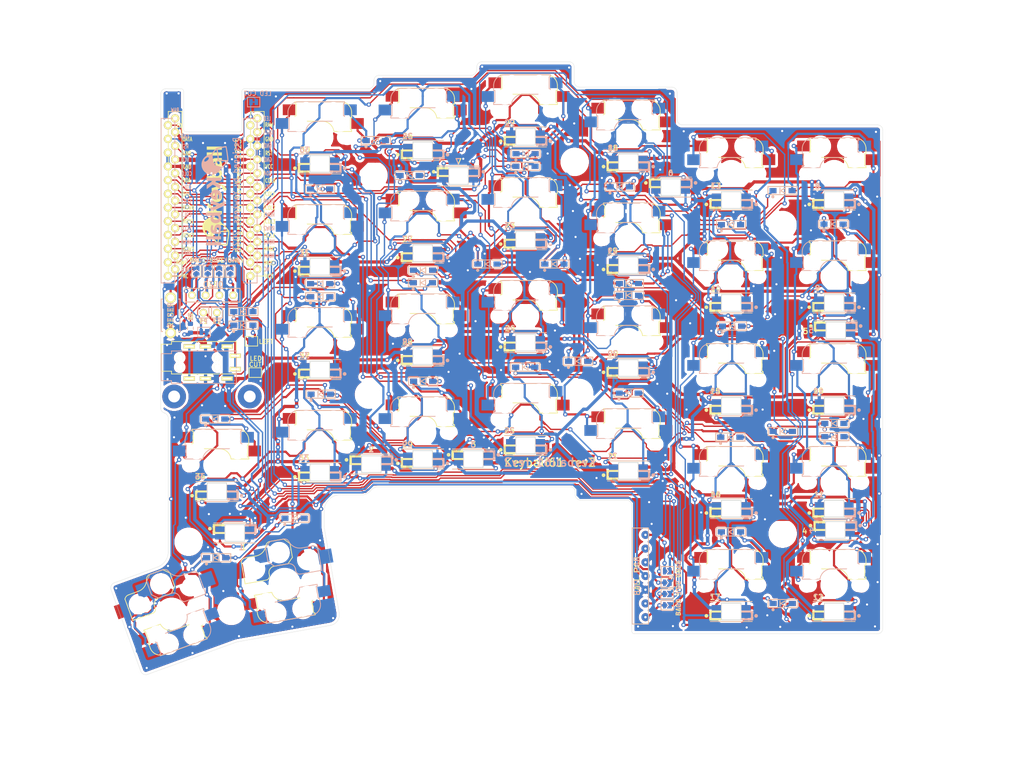
<source format=kicad_pcb>
(kicad_pcb (version 20171130) (host pcbnew "(5.1.10)-1")
  (layers (0 F.Cu signal) (31 B.Cu signal) (34 B.Paste user hide) (35 F.Paste user hide) (36 B.SilkS user hide) (37 F.SilkS user hide) (38 B.Mask user hide) (39 F.Mask user hide) (44 Edge.Cuts user))
  (net 0 "")
  (net 1 "Net-(D1-Pad2)")
  (net 2 ROW0)
  (net 3 "Net-(D2-Pad2)")
  (net 4 ROW1)
  (net 5 ROW2)
  (net 6 "Net-(D3-Pad2)")
  (net 7 ROW3)
  (net 8 "Net-(D7-Pad2)")
  (net 9 "Net-(D8-Pad2)")
  (net 10 "Net-(D9-Pad2)")
  (net 11 "Net-(D13-Pad2)")
  (net 12 "Net-(D14-Pad2)")
  (net 13 "Net-(D15-Pad2)")
  (net 14 "Net-(D19-Pad2)")
  (net 15 "Net-(D20-Pad2)")
  (net 16 "Net-(D21-Pad2)")
  (net 17 "Net-(J1-Pad1)")
  (net 18 "Net-(J1-Pad2)")
  (net 19 "Net-(J1-Pad3)")
  (net 20 "Net-(J1-Pad4)")
  (net 21 GND)
  (net 22 LED)
  (net 23 VCC)
  (net 24 SCL)
  (net 25 SDA)
  (net 26 DATA)
  (net 27 MISO)
  (net 28 MOSI)
  (net 29 SCLK)
  (net 30 NCS)
  (net 31 "Net-(LED1-Pad2)")
  (net 32 "Net-(LED2-Pad2)")
  (net 33 "Net-(LED3-Pad2)")
  (net 34 "Net-(LED4-Pad2)")
  (net 35 "Net-(LED5-Pad2)")
  (net 36 "Net-(LED6-Pad2)")
  (net 37 "Net-(LED7-Pad2)")
  (net 38 "Net-(LED10-Pad4)")
  (net 39 "Net-(LED10-Pad2)")
  (net 40 "Net-(LED11-Pad2)")
  (net 41 "Net-(LED12-Pad2)")
  (net 42 "Net-(LED13-Pad2)")
  (net 43 "Net-(LED14-Pad2)")
  (net 44 COL0)
  (net 45 COL1)
  (net 46 COL2)
  (net 47 "Net-(U1-Pad24)")
  (net 48 "Net-(J2-Pad6)")
  (net 49 "Net-(J2-Pad7)")
  (net 50 "Net-(J2-Pad2)")
  (net 51 "Net-(J2-Pad1)")
  (net 52 "Net-(LED8-Pad2)")
  (net 53 "Net-(LED15-Pad2)")
  (net 54 "Net-(LED16-Pad2)")
  (net 55 "Net-(LED17-Pad2)")
  (net 56 "Net-(LED18-Pad2)")
  (net 57 "Net-(LED19-Pad2)")
  (net 58 "Net-(LED20-Pad2)")
  (net 59 "Net-(LED21-Pad2)")
  (net 60 "Net-(LED22-Pad2)")
  (net 61 "Net-(LED23-Pad2)")
  (net 62 "Net-(D4-Pad1)")
  (net 63 "Net-(D5-Pad1)")
  (net 64 "Net-(D6-Pad1)")
  (net 65 "Net-(D10-Pad1)")
  (net 66 "Net-(D11-Pad1)")
  (net 67 "Net-(D12-Pad1)")
  (net 68 "Net-(D16-Pad1)")
  (net 69 "Net-(D17-Pad1)")
  (net 70 "Net-(D18-Pad1)")
  (net 71 "Net-(D22-Pad1)")
  (net 72 "Net-(D23-Pad1)")
  (net 73 "Net-(D24-Pad1)")
  (net 74 ROW4)
  (net 75 "Net-(D26-Pad2)")
  (net 76 "Net-(D28-Pad1)")
  (net 77 "Net-(D29-Pad1)")
  (net 78 "Net-(J13-PadA)")
  (net 79 "Net-(J13-PadB)")
  (net 80 "Net-(JP19-Pad1)")
  (net 81 "Net-(JP20-Pad2)")
  (net 82 "Net-(LED24-Pad2)")
  (net 83 "Net-(LED25-Pad2)")
  (net 84 "Net-(LED26-Pad2)")
  (net 85 "Net-(LED27-Pad2)")
  (net 86 "Net-(LED28-Pad2)")
  (net 87 "Net-(LED29-Pad2)")
  (net 88 "Net-(LED30-Pad2)")
  (net 89 "Net-(LED31-Pad2)")
  (net 90 "Net-(LED32-Pad2)")
  (net 91 "Net-(LED33-Pad2)")
  (net 92 "Net-(LED34-Pad2)")
  (net 93 RESET)
  (net 94 "Net-(U1-Pad12)")
  (net 95 "Net-(D25-Pad1)")
  (net 96 "Net-(D27-Pad2)")
  (net 97 "Net-(D30-Pad1)")
  (net 98 COL3)
  (net 99 "Net-(D31-Pad2)")
  (net 100 "Net-(D32-Pad2)")
  (net 101 "Net-(D33-Pad2)")
  (net 102 "Net-(D34-Pad2)")
  (module keyball_right:Jumper_NEW (layer B.Cu) (at 182.31 137.969424)
    (fp_text reference JP16 hide)
    (fp_text value Device_Jumper_NO_Small hide)
    (pad 2 smd custom (at 0.50038 0) (size 0.35 1.143) (layers B.Cu B.Paste B.Mask) (net 27 MISO) (clearance 0.1905) (options (clearance outline) (anchor rect)) (primitives (gr_poly (pts (xy 0.3175 0.5715) (xy -0.575 0.5715) (xy -0.175 0) (xy -0.575 -0.5715) (xy 0.3175 -0.5715)) (width 0))))
    (pad 1 smd custom (at -0.50038 0) (size 0.35 1.143) (layers B.Cu B.Paste B.Mask) (net 49 "Net-(J2-Pad7)") (clearance 0.1905) (options (clearance outline) (anchor rect)) (primitives (gr_poly (pts (xy -0.3 0.5715) (xy 0.175 0.5715) (xy 0.575 0) (xy 0.175 -0.5715) (xy -0.3 -0.5715)) (width 0))))
  )
  (module keyball_right:Jumper_NEW (layer B.Cu) (at 182.31 135.869424)
    (fp_text reference "BACK SIDE ONLY" (at 2.100001 -1.149712 90) (layer B.SilkS) (effects (font (size 0.8128 0.8128) (thickness 0.1524)) (justify mirror)))
    (fp_text value Device_Jumper_NO_Small hide)
    (pad 2 smd custom (at 0.50038 0) (size 0.35 1.143) (layers B.Cu B.Paste B.Mask) (net 28 MOSI) (clearance 0.1905) (options (clearance outline) (anchor rect)) (primitives (gr_poly (pts (xy 0.3175 0.5715) (xy -0.575 0.5715) (xy -0.175 0) (xy -0.575 -0.5715) (xy 0.3175 -0.5715)) (width 0))))
    (pad 1 smd custom (at -0.50038 0) (size 0.35 1.143) (layers B.Cu B.Paste B.Mask) (net 48 "Net-(J2-Pad6)") (clearance 0.1905) (options (clearance outline) (anchor rect)) (primitives (gr_poly (pts (xy -0.3 0.5715) (xy 0.175 0.5715) (xy 0.575 0) (xy 0.175 -0.5715) (xy -0.3 -0.5715)) (width 0))))
  )
  (module keyball_right:Jumper_NEW (layer B.Cu) (at 182.31 133.769424)
    (fp_text reference JP12 hide)
    (fp_text value Device_Jumper_NO_Small hide)
    (pad 2 smd custom (at 0.50038 0) (size 0.35 1.143) (layers B.Cu B.Paste B.Mask) (net 30 NCS) (clearance 0.1905) (options (clearance outline) (anchor rect)) (primitives (gr_poly (pts (xy 0.3175 0.5715) (xy -0.575 0.5715) (xy -0.175 0) (xy -0.575 -0.5715) (xy 0.3175 -0.5715)) (width 0))))
    (pad 1 smd custom (at -0.50038 0) (size 0.35 1.143) (layers B.Cu B.Paste B.Mask) (net 50 "Net-(J2-Pad2)") (clearance 0.1905) (options (clearance outline) (anchor rect)) (primitives (gr_poly (pts (xy -0.3 0.5715) (xy 0.175 0.5715) (xy 0.575 0) (xy 0.175 -0.5715) (xy -0.3 -0.5715)) (width 0))))
  )
  (module keyball_right:Jumper_NEW (layer B.Cu) (at 182.31 131.669424)
    (fp_text reference JP10 hide)
    (fp_text value Device_Jumper_NO_Small hide)
    (pad 2 smd custom (at 0.50038 0) (size 0.35 1.143) (layers B.Cu B.Paste B.Mask) (net 29 SCLK) (clearance 0.1905) (options (clearance outline) (anchor rect)) (primitives (gr_poly (pts (xy 0.3175 0.5715) (xy -0.575 0.5715) (xy -0.175 0) (xy -0.575 -0.5715) (xy 0.3175 -0.5715)) (width 0))))
    (pad 1 smd custom (at -0.50038 0) (size 0.35 1.143) (layers B.Cu B.Paste B.Mask) (net 51 "Net-(J2-Pad1)") (clearance 0.1905) (options (clearance outline) (anchor rect)) (primitives (gr_poly (pts (xy -0.3 0.5715) (xy 0.175 0.5715) (xy 0.575 0) (xy 0.175 -0.5715) (xy -0.3 -0.5715)) (width 0))))
  )
  (module keyball_right:Jumper_NEW (layer F.Cu) (at 182.31 137.969424)
    (fp_text reference JP7 hide)
    (fp_text value Device_Jumper_NO_Small hide)
    (pad 2 smd custom (at 0.50038 0) (size 0.35 1.143) (layers F.Cu F.Paste F.Mask) (net 29 SCLK) (clearance 0.1905) (options (clearance outline) (anchor rect)) (primitives (gr_poly (pts (xy 0.3175 -0.5715) (xy -0.575 -0.5715) (xy -0.175 0) (xy -0.575 0.5715) (xy 0.3175 0.5715)) (width 0))))
    (pad 1 smd custom (at -0.50038 0) (size 0.35 1.143) (layers F.Cu F.Paste F.Mask) (net 49 "Net-(J2-Pad7)") (clearance 0.1905) (options (clearance outline) (anchor rect)) (primitives (gr_poly (pts (xy -0.3 -0.5715) (xy 0.175 -0.5715) (xy 0.575 0) (xy 0.175 0.5715) (xy -0.3 0.5715)) (width 0))))
  )
  (module keyball_right:Jumper_NEW (layer F.Cu) (at 182.31 135.869424)
    (fp_text reference "BACK SIDE ONLY" (at 2.070001 -1.009712 90) (layer F.SilkS) (effects (font (size 0.8128 0.8128) (thickness 0.1524))))
    (fp_text value Device_Jumper_NO_Small hide)
    (pad 2 smd custom (at 0.50038 0) (size 0.35 1.143) (layers F.Cu F.Paste F.Mask) (net 30 NCS) (clearance 0.1905) (options (clearance outline) (anchor rect)) (primitives (gr_poly (pts (xy 0.3175 -0.5715) (xy -0.575 -0.5715) (xy -0.175 0) (xy -0.575 0.5715) (xy 0.3175 0.5715)) (width 0))))
    (pad 1 smd custom (at -0.50038 0) (size 0.35 1.143) (layers F.Cu F.Paste F.Mask) (net 48 "Net-(J2-Pad6)") (clearance 0.1905) (options (clearance outline) (anchor rect)) (primitives (gr_poly (pts (xy -0.3 -0.5715) (xy 0.175 -0.5715) (xy 0.575 0) (xy 0.175 0.5715) (xy -0.3 0.5715)) (width 0))))
  )
  (module keyball_right:Jumper_NEW (layer F.Cu) (at 182.31 133.769424)
    (fp_text reference JP3 hide)
    (fp_text value Device_Jumper_NO_Small hide)
    (pad 2 smd custom (at 0.50038 0) (size 0.35 1.143) (layers F.Cu F.Paste F.Mask) (net 28 MOSI) (clearance 0.1905) (options (clearance outline) (anchor rect)) (primitives (gr_poly (pts (xy 0.3175 -0.5715) (xy -0.575 -0.5715) (xy -0.175 0) (xy -0.575 0.5715) (xy 0.3175 0.5715)) (width 0))))
    (pad 1 smd custom (at -0.50038 0) (size 0.35 1.143) (layers F.Cu F.Paste F.Mask) (net 50 "Net-(J2-Pad2)") (clearance 0.1905) (options (clearance outline) (anchor rect)) (primitives (gr_poly (pts (xy -0.3 -0.5715) (xy 0.175 -0.5715) (xy 0.575 0) (xy 0.175 0.5715) (xy -0.3 0.5715)) (width 0))))
  )
  (module keyball_right:Jumper_NEW (layer F.Cu) (at 182.31 131.669424)
    (fp_text reference JP1 hide)
    (fp_text value Device_Jumper_NO_Small hide)
    (pad 2 smd custom (at 0.50038 0) (size 0.35 1.143) (layers F.Cu F.Paste F.Mask) (net 27 MISO) (clearance 0.1905) (options (clearance outline) (anchor rect)) (primitives (gr_poly (pts (xy 0.3175 -0.5715) (xy -0.575 -0.5715) (xy -0.175 0) (xy -0.575 0.5715) (xy 0.3175 0.5715)) (width 0))))
    (pad 1 smd custom (at -0.50038 0) (size 0.35 1.143) (layers F.Cu F.Paste F.Mask) (net 51 "Net-(J2-Pad1)") (clearance 0.1905) (options (clearance outline) (anchor rect)) (primitives (gr_poly (pts (xy -0.3 -0.5715) (xy 0.175 -0.5715) (xy 0.575 0) (xy 0.175 0.5715) (xy -0.3 0.5715)) (width 0))))
  )
  (module keyball_right:Jumper_NEW (layer F.Cu) (at 105.310001 89.069712 180)
    (fp_text reference LEFT (at -2.72 -0.07) (layer F.SilkS) (effects (font (size 0.8128 0.8128) (thickness 0.1524))))
    (fp_text value Device_Jumper_NO_Small hide)
    (pad 2 smd custom (at 0.50038 0 180) (size 0.35 1.143) (layers F.Cu F.Paste F.Mask) (net 97 "Net-(D30-Pad1)") (clearance 0.1905) (options (clearance outline) (anchor rect)) (primitives (gr_poly (pts (xy 0.3175 -0.5715) (xy -0.575 -0.5715) (xy -0.175 0) (xy -0.575 0.5715) (xy 0.3175 0.5715)) (width 0))))
    (pad 1 smd custom (at -0.50038 0 180) (size 0.35 1.143) (layers F.Cu F.Paste F.Mask) (net 102 "Net-(D34-Pad2)") (clearance 0.1905) (options (clearance outline) (anchor rect)) (primitives (gr_poly (pts (xy -0.3 -0.5715) (xy 0.175 -0.5715) (xy 0.575 0) (xy 0.175 0.5715) (xy -0.3 0.5715)) (width 0))))
  )
  (module keyball_right:Jumper_NEW (layer B.Cu) (at 101.41 76.0697 90)
    (fp_text reference "BACK SIDE ONLY" (at 2.019988 -3.269999) (layer B.SilkS) (effects (font (size 0.8128 0.8128) (thickness 0.1524)) (justify mirror)))
    (fp_text value Device_Jumper_NO_Small hide)
    (pad 2 smd custom (at 0.50038 0 90) (size 0.35 1.143) (layers B.Cu B.Paste B.Mask) (net 21 GND) (clearance 0.1905) (options (clearance outline) (anchor rect)) (primitives (gr_poly (pts (xy 0.3175 0.5715) (xy -0.575 0.5715) (xy -0.175 0) (xy -0.575 -0.5715) (xy 0.3175 -0.5715)) (width 0))))
    (pad 1 smd custom (at -0.50038 0 90) (size 0.35 1.143) (layers B.Cu B.Paste B.Mask) (net 20 "Net-(J1-Pad4)") (clearance 0.1905) (options (clearance outline) (anchor rect)) (primitives (gr_poly (pts (xy -0.3 0.5715) (xy 0.175 0.5715) (xy 0.575 0) (xy 0.175 -0.5715) (xy -0.3 -0.5715)) (width 0))))
  )
  (module keyball_right:Jumper_NEW (layer B.Cu) (at 99.31 76.0697 90)
    (fp_text reference JP15 hide)
    (fp_text value Device_Jumper_NO_Small hide)
    (pad 2 smd custom (at 0.50038 0 90) (size 0.35 1.143) (layers B.Cu B.Paste B.Mask) (net 23 VCC) (clearance 0.1905) (options (clearance outline) (anchor rect)) (primitives (gr_poly (pts (xy 0.3175 0.5715) (xy -0.575 0.5715) (xy -0.175 0) (xy -0.575 -0.5715) (xy 0.3175 -0.5715)) (width 0))))
    (pad 1 smd custom (at -0.50038 0 90) (size 0.35 1.143) (layers B.Cu B.Paste B.Mask) (net 19 "Net-(J1-Pad3)") (clearance 0.1905) (options (clearance outline) (anchor rect)) (primitives (gr_poly (pts (xy -0.3 0.5715) (xy 0.175 0.5715) (xy 0.575 0) (xy 0.175 -0.5715) (xy -0.3 -0.5715)) (width 0))))
  )
  (module keyball_right:Jumper_NEW (layer B.Cu) (at 97.21 76.0697 90)
    (fp_text reference JP13 hide)
    (fp_text value Device_Jumper_NO_Small hide)
    (pad 2 smd custom (at 0.50038 0 90) (size 0.35 1.143) (layers B.Cu B.Paste B.Mask) (net 24 SCL) (clearance 0.1905) (options (clearance outline) (anchor rect)) (primitives (gr_poly (pts (xy 0.3175 0.5715) (xy -0.575 0.5715) (xy -0.175 0) (xy -0.575 -0.5715) (xy 0.3175 -0.5715)) (width 0))))
    (pad 1 smd custom (at -0.50038 0 90) (size 0.35 1.143) (layers B.Cu B.Paste B.Mask) (net 18 "Net-(J1-Pad2)") (clearance 0.1905) (options (clearance outline) (anchor rect)) (primitives (gr_poly (pts (xy -0.3 0.5715) (xy 0.175 0.5715) (xy 0.575 0) (xy 0.175 -0.5715) (xy -0.3 -0.5715)) (width 0))))
  )
  (module keyball_right:Jumper_NEW (layer B.Cu) (at 95.11 76.0697 90)
    (fp_text reference JP11 hide)
    (fp_text value Device_Jumper_NO_Small hide)
    (pad 2 smd custom (at 0.50038 0 90) (size 0.35 1.143) (layers B.Cu B.Paste B.Mask) (net 25 SDA) (clearance 0.1905) (options (clearance outline) (anchor rect)) (primitives (gr_poly (pts (xy 0.3175 0.5715) (xy -0.575 0.5715) (xy -0.175 0) (xy -0.575 -0.5715) (xy 0.3175 -0.5715)) (width 0))))
    (pad 1 smd custom (at -0.50038 0 90) (size 0.35 1.143) (layers B.Cu B.Paste B.Mask) (net 17 "Net-(J1-Pad1)") (clearance 0.1905) (options (clearance outline) (anchor rect)) (primitives (gr_poly (pts (xy -0.3 0.5715) (xy 0.175 0.5715) (xy 0.575 0) (xy 0.175 -0.5715) (xy -0.3 -0.5715)) (width 0))))
  )
  (module keyball_right:Jumper_NEW (layer F.Cu) (at 101.4 76.0697 90)
    (fp_text reference JP8 hide)
    (fp_text value Device_Jumper_NO_Small hide)
    (pad 2 smd custom (at 0.50038 0 90) (size 0.35 1.143) (layers F.Cu F.Paste F.Mask) (net 25 SDA) (clearance 0.1905) (options (clearance outline) (anchor rect)) (primitives (gr_poly (pts (xy 0.3175 -0.5715) (xy -0.575 -0.5715) (xy -0.175 0) (xy -0.575 0.5715) (xy 0.3175 0.5715)) (width 0))))
    (pad 1 smd custom (at -0.50038 0 90) (size 0.35 1.143) (layers F.Cu F.Paste F.Mask) (net 20 "Net-(J1-Pad4)") (clearance 0.1905) (options (clearance outline) (anchor rect)) (primitives (gr_poly (pts (xy -0.3 -0.5715) (xy 0.175 -0.5715) (xy 0.575 0) (xy 0.175 0.5715) (xy -0.3 0.5715)) (width 0))))
  )
  (module keyball_right:Jumper_NEW (layer F.Cu) (at 99.31 76.0697 90)
    (fp_text reference "BACK SIDE ONLY" (at 1.989988 -0.429999 180) (layer F.SilkS) (effects (font (size 0.8128 0.8128) (thickness 0.1524))))
    (fp_text value Device_Jumper_NO_Small hide)
    (pad 2 smd custom (at 0.50038 0 90) (size 0.35 1.143) (layers F.Cu F.Paste F.Mask) (net 24 SCL) (clearance 0.1905) (options (clearance outline) (anchor rect)) (primitives (gr_poly (pts (xy 0.3175 -0.5715) (xy -0.575 -0.5715) (xy -0.175 0) (xy -0.575 0.5715) (xy 0.3175 0.5715)) (width 0))))
    (pad 1 smd custom (at -0.50038 0 90) (size 0.35 1.143) (layers F.Cu F.Paste F.Mask) (net 19 "Net-(J1-Pad3)") (clearance 0.1905) (options (clearance outline) (anchor rect)) (primitives (gr_poly (pts (xy -0.3 -0.5715) (xy 0.175 -0.5715) (xy 0.575 0) (xy 0.175 0.5715) (xy -0.3 0.5715)) (width 0))))
  )
  (module keyball_right:Jumper_NEW (layer F.Cu) (at 97.21 76.0697 90)
    (fp_text reference JP4 hide)
    (fp_text value Device_Jumper_NO_Small hide)
    (pad 2 smd custom (at 0.50038 0 90) (size 0.35 1.143) (layers F.Cu F.Paste F.Mask) (net 23 VCC) (clearance 0.1905) (options (clearance outline) (anchor rect)) (primitives (gr_poly (pts (xy 0.3175 -0.5715) (xy -0.575 -0.5715) (xy -0.175 0) (xy -0.575 0.5715) (xy 0.3175 0.5715)) (width 0))))
    (pad 1 smd custom (at -0.50038 0 90) (size 0.35 1.143) (layers F.Cu F.Paste F.Mask) (net 18 "Net-(J1-Pad2)") (clearance 0.1905) (options (clearance outline) (anchor rect)) (primitives (gr_poly (pts (xy -0.3 -0.5715) (xy 0.175 -0.5715) (xy 0.575 0) (xy 0.175 0.5715) (xy -0.3 0.5715)) (width 0))))
  )
  (module keyball_right:Jumper_NEW (layer F.Cu) (at 95.11 76.0697 90)
    (fp_text reference JP2 hide)
    (fp_text value Device_Jumper_NO_Small hide)
    (pad 2 smd custom (at 0.50038 0 90) (size 0.35 1.143) (layers F.Cu F.Paste F.Mask) (net 21 GND) (clearance 0.1905) (options (clearance outline) (anchor rect)) (primitives (gr_poly (pts (xy 0.3175 -0.5715) (xy -0.575 -0.5715) (xy -0.175 0) (xy -0.575 0.5715) (xy 0.3175 0.5715)) (width 0))))
    (pad 1 smd custom (at -0.50038 0 90) (size 0.35 1.143) (layers F.Cu F.Paste F.Mask) (net 17 "Net-(J1-Pad1)") (clearance 0.1905) (options (clearance outline) (anchor rect)) (primitives (gr_poly (pts (xy -0.3 -0.5715) (xy 0.175 -0.5715) (xy 0.575 0) (xy 0.175 0.5715) (xy -0.3 0.5715)) (width 0))))
  )
  (module mylibrary:Mac8_L_7pin_contact_NEW2023 (layer F.Cu) (at 178.471 132.545 270)
    (fp_text reference J2 hide)
    (fp_text value BALL_PCB)
    (fp_text user "BALL PCB" (at 0 1.75 90) (layer B.SilkS) (effects (justify mirror)))
    (fp_text user "BALL PCB" (at 0 1.75 90) (layer F.SilkS))
    (pad 1 thru_hole circle (at -7.62 0.2 270) (size 1.5 1.5) (drill 0.45) (layers *.Cu *.Mask) (net 51 "Net-(J2-Pad1)"))
    (pad 2 thru_hole circle (at -5.08 0.2 270) (size 1.5 1.5) (drill 0.45) (layers *.Cu *.Mask) (net 50 "Net-(J2-Pad2)"))
    (pad 7 thru_hole circle (at 7.62 0.2 270) (size 1.5 1.5) (drill 0.45) (layers *.Cu *.Mask) (net 49 "Net-(J2-Pad7)"))
    (pad 6 thru_hole circle (at 5.08 0.2 270) (size 1.5 1.5) (drill 0.45) (layers *.Cu *.Mask) (net 48 "Net-(J2-Pad6)"))
    (pad 5 thru_hole circle (at 2.54 0.2 270) (size 1.5 1.5) (drill 0.45) (layers *.Cu *.Mask) (net 21 GND))
    (pad 4 thru_hole circle (at 0 0.2 270) (size 1.5 1.5) (drill 0.45) (layers *.Cu *.Mask) (net 23 VCC))
    (pad 3 thru_hole circle (at -2.54 0.2 270) (size 1.5 1.5) (drill 0.45) (layers *.Cu *.Mask) (net 21 GND))
  )
  (module keyball_right:keyball_logo700 (layer B.Cu) (at 98.870001 62.699712 270)
    (fp_text reference G*** hide)
    (fp_text value LOGO hide)
  )
  (module keyball_right:keyball_logo700 (layer F.Cu) (at 99.030001 61.609712 90)
    (fp_text reference G*** hide)
    (fp_text value LOGO hide)
  )
  (module keyball_right:ProMicro_v2_for61 (layer F.Cu) (at 98.7377 62.268)
    (fp_text reference U1 hide)
    (fp_text value ProMicro-kbd hide)
    (fp_text user "" (at -0.5 -17.25) (layer F.SilkS))
    (fp_text user "" (at -1.2065 -16.256) (layer B.SilkS) (effects (justify mirror)))
    (fp_text user RAW (at 9.822301 -13.268288) (layer F.SilkS) (effects (font (size 0.75 0.5) (thickness 0.125))))
    (fp_text user LED (at -7.017699 -13.168288) (layer F.SilkS) (effects (font (size 0.75 0.5) (thickness 0.125))))
    (fp_text user GND (at -5.337699 -7.958288) (layer F.SilkS) (effects (font (size 0.75 0.5) (thickness 0.125))))
    (fp_text user DATA (at -5.277699 -10.608288) (layer F.SilkS) (effects (font (size 0.75 0.5) (thickness 0.125))))
    (fp_text user RST (at 9.802301 -8.018288) (layer F.SilkS) (effects (font (size 0.75 0.5) (thickness 0.125))))
    (fp_text user GND (at 9.872301 -10.608288) (layer F.SilkS) (effects (font (size 0.75 0.5) (thickness 0.125))))
    (fp_text user VCC (at 9.862301 -5.538288) (layer F.SilkS) (effects (font (size 0.75 0.5) (thickness 0.125))))
    (fp_text user GND (at -5.35 -5.5) (layer F.SilkS) (effects (font (size 0.75 0.5) (thickness 0.125))))
    (fp_text user COL3 (at 10.052301 4.631712) (layer F.SilkS) (effects (font (size 0.75 0.5) (thickness 0.125))))
    (fp_text user ROW0 (at -5.067699 2.071712) (layer F.SilkS) (effects (font (size 0.75 0.5) (thickness 0.125))))
    (fp_text user COL2 (at 10.052301 2.101712) (layer F.SilkS) (effects (font (size 0.75 0.5) (thickness 0.125))))
    (fp_text user SCL (at -5.427699 -0.428288) (layer F.SilkS) (effects (font (size 0.75 0.5) (thickness 0.125))))
    (fp_text user COL1 (at 10.052301 -0.478288) (layer F.SilkS) (effects (font (size 0.75 0.5) (thickness 0.125))))
    (fp_text user SDA (at -5.397699 -3.008288) (layer F.SilkS) (effects (font (size 0.75 0.5) (thickness 0.125))))
    (fp_text user COL0 (at 10.052301 -2.958288) (layer F.SilkS) (effects (font (size 0.75 0.5) (thickness 0.125))))
    (fp_text user NCS (at 9.832301 14.751712) (layer F.SilkS) (effects (font (size 0.75 0.5) (thickness 0.125))))
    (fp_text user NC (at -5.627699 14.731712) (layer F.SilkS) (effects (font (size 0.75 0.5) (thickness 0.125))))
    (fp_text user ROW4 (at -6.397699 12.221712) (layer F.SilkS) (effects (font (size 0.75 0.5) (thickness 0.125))))
    (fp_text user MOSI (at 9.982301 12.311712) (layer F.SilkS) (effects (font (size 0.75 0.5) (thickness 0.125))))
    (fp_text user ROW3 (at -5.057699 9.741712) (layer F.SilkS) (effects (font (size 0.75 0.5) (thickness 0.125))))
    (fp_text user MISO (at 10.002301 9.711712) (layer F.SilkS) (effects (font (size 0.75 0.5) (thickness 0.125))))
    (fp_text user ROW2 (at -5.087699 7.191712) (layer F.SilkS) (effects (font (size 0.75 0.5) (thickness 0.125))))
    (fp_text user SCLK (at 10.062301 7.231712) (layer F.SilkS) (effects (font (size 0.75 0.5) (thickness 0.125))))
    (fp_text user ROW1 (at -5.097699 4.571712) (layer F.SilkS) (effects (font (size 0.75 0.5) (thickness 0.125))))
    (fp_text user ROW1 (at 9.842301 3.341712) (layer B.SilkS) (effects (font (size 0.75 0.5) (thickness 0.125)) (justify mirror)))
    (fp_text user SCLK (at -5.487699 5.901712) (layer B.SilkS) (effects (font (size 0.75 0.5) (thickness 0.125)) (justify mirror)))
    (fp_text user ROW2 (at 9.842301 5.901712) (layer B.SilkS) (effects (font (size 0.75 0.5) (thickness 0.125)) (justify mirror)))
    (fp_text user MISO (at -5.527699 8.461712) (layer B.SilkS) (effects (font (size 0.75 0.5) (thickness 0.125)) (justify mirror)))
    (fp_text user ROW3 (at 9.842301 8.421712) (layer B.SilkS) (effects (font (size 0.75 0.5) (thickness 0.125)) (justify mirror)))
    (fp_text user MOSI (at -5.527699 10.331712) (layer B.SilkS) (effects (font (size 0.75 0.5) (thickness 0.125)) (justify mirror)))
    (fp_text user ROW4 (at 9.842301 10.981712) (layer B.SilkS) (effects (font (size 0.75 0.5) (thickness 0.125)) (justify mirror)))
    (fp_text user NC (at 9.402301 13.471712) (layer B.SilkS) (effects (font (size 0.75 0.5) (thickness 0.125)) (justify mirror)))
    (fp_text user NCS (at -5.647699 13.551712) (layer B.SilkS) (effects (font (size 0.75 0.5) (thickness 0.125)) (justify mirror)))
    (fp_text user COL0 (at -5.427699 -4.228288) (layer B.SilkS) (effects (font (size 0.75 0.5) (thickness 0.125)) (justify mirror)))
    (fp_text user SDA (at 9.562301 -4.278288) (layer B.SilkS) (effects (font (size 0.75 0.5) (thickness 0.125)) (justify mirror)))
    (fp_text user COL1 (at -5.507699 -1.718288) (layer B.SilkS) (effects (font (size 0.75 0.5) (thickness 0.125)) (justify mirror)))
    (fp_text user SCL (at 9.532301 -1.748288) (layer B.SilkS) (effects (font (size 0.75 0.5) (thickness 0.125)) (justify mirror)))
    (fp_text user COL2 (at -5.527699 0.851712) (layer B.SilkS) (effects (font (size 0.75 0.5) (thickness 0.125)) (justify mirror)))
    (fp_text user ROW0 (at 9.842301 0.891712) (layer B.SilkS) (effects (font (size 0.75 0.5) (thickness 0.125)) (justify mirror)))
    (fp_text user COL3 (at -5.487699 3.381712) (layer B.SilkS) (effects (font (size 0.75 0.5) (thickness 0.125)) (justify mirror)))
    (fp_text user GND (at 9.592301 -9.398288) (layer B.SilkS) (effects (font (size 0.75 0.5) (thickness 0.125)) (justify mirror)))
    (fp_text user VCC (at -5.707699 -6.788288) (layer B.SilkS) (effects (font (size 0.75 0.5) (thickness 0.125)) (justify mirror)))
    (fp_text user GND (at 9.592301 -6.808288) (layer B.SilkS) (effects (font (size 0.75 0.5) (thickness 0.125)) (justify mirror)))
    (fp_text user RST (at -5.737699 -9.288288) (layer B.SilkS) (effects (font (size 0.75 0.5) (thickness 0.125)) (justify mirror)))
    (fp_text user DATA (at 9.702301 -11.898288) (layer B.SilkS) (effects (font (size 0.75 0.5) (thickness 0.125)) (justify mirror)))
    (fp_text user GND (at -5.787699 -11.118288) (layer B.SilkS) (effects (font (size 0.75 0.5) (thickness 0.125)) (justify mirror)))
    (fp_text user LED (at 9.482301 -14.438288) (layer B.SilkS) (effects (font (size 0.75 0.5) (thickness 0.125)) (justify mirror)))
    (fp_text user RAW (at -7.587699 -16.008288) (layer B.SilkS) (effects (font (size 0.75 0.5) (thickness 0.125)) (justify mirror)))
    (pad 24 thru_hole circle (at 6.35 -13.208) (size 1.524 1.524) (drill 0.8128) (layers *.Cu *.Mask F.SilkS) (net 47 "Net-(U1-Pad24)"))
    (pad 23 thru_hole circle (at 6.35 -10.668) (size 1.524 1.524) (drill 0.8128) (layers *.Cu *.Mask F.SilkS) (net 21 GND))
    (pad 22 thru_hole circle (at 6.35 -8.128) (size 1.524 1.524) (drill 0.8128) (layers *.Cu *.Mask F.SilkS) (net 93 RESET))
    (pad 21 thru_hole circle (at 6.35 -5.588) (size 1.524 1.524) (drill 0.8128) (layers *.Cu *.Mask F.SilkS) (net 23 VCC))
    (pad 20 thru_hole circle (at 6.35 -3.048) (size 1.524 1.524) (drill 0.8128) (layers *.Cu *.Mask F.SilkS) (net 44 COL0))
    (pad 19 thru_hole circle (at 6.35 -0.508) (size 1.524 1.524) (drill 0.8128) (layers *.Cu *.Mask F.SilkS) (net 45 COL1))
    (pad 18 thru_hole circle (at 6.35 2.032) (size 1.524 1.524) (drill 0.8128) (layers *.Cu *.Mask F.SilkS) (net 46 COL2))
    (pad 17 thru_hole circle (at 6.35 4.572) (size 1.524 1.524) (drill 0.8128) (layers *.Cu *.Mask F.SilkS) (net 98 COL3))
    (pad 16 thru_hole circle (at 6.35 7.112) (size 1.524 1.524) (drill 0.8128) (layers *.Cu *.Mask F.SilkS) (net 29 SCLK))
    (pad 15 thru_hole circle (at 6.35 9.652) (size 1.524 1.524) (drill 0.8128) (layers *.Cu *.Mask F.SilkS) (net 27 MISO))
    (pad 14 thru_hole circle (at 6.35 12.192) (size 1.524 1.524) (drill 0.8128) (layers *.Cu *.Mask F.SilkS) (net 28 MOSI))
    (pad 13 thru_hole circle (at 6.35 14.732) (size 1.524 1.524) (drill 0.8128) (layers *.Cu *.Mask F.SilkS) (net 30 NCS))
    (pad 12 thru_hole circle (at -8.89 14.732) (size 1.524 1.524) (drill 0.8128) (layers *.Cu *.Mask F.SilkS) (net 94 "Net-(U1-Pad12)"))
    (pad 11 thru_hole circle (at -8.89 12.192) (size 1.524 1.524) (drill 0.8128) (layers *.Cu *.Mask F.SilkS) (net 74 ROW4))
    (pad 10 thru_hole circle (at -8.89 9.652) (size 1.524 1.524) (drill 0.8128) (layers *.Cu *.Mask F.SilkS) (net 7 ROW3))
    (pad 9 thru_hole circle (at -8.89 7.112) (size 1.524 1.524) (drill 0.8128) (layers *.Cu *.Mask F.SilkS) (net 5 ROW2))
    (pad 8 thru_hole circle (at -8.89 4.572) (size 1.524 1.524) (drill 0.8128) (layers *.Cu *.Mask F.SilkS) (net 4 ROW1))
    (pad 7 thru_hole circle (at -8.89 2.032) (size 1.524 1.524) (drill 0.8128) (layers *.Cu *.Mask F.SilkS) (net 2 ROW0))
    (pad 6 thru_hole circle (at -8.89 -0.508) (size 1.524 1.524) (drill 0.8128) (layers *.Cu *.Mask F.SilkS) (net 24 SCL))
    (pad 5 thru_hole circle (at -8.89 -3.048) (size 1.524 1.524) (drill 0.8128) (layers *.Cu *.Mask F.SilkS) (net 25 SDA))
    (pad 4 thru_hole circle (at -8.89 -5.588) (size 1.524 1.524) (drill 0.8128) (layers *.Cu *.Mask F.SilkS) (net 21 GND))
    (pad 3 thru_hole circle (at -8.89 -8.128) (size 1.524 1.524) (drill 0.8128) (layers *.Cu *.Mask F.SilkS) (net 21 GND))
    (pad 2 thru_hole circle (at -8.89 -10.668) (size 1.524 1.524) (drill 0.8128) (layers *.Cu *.Mask F.SilkS) (net 26 DATA))
    (pad 1 thru_hole circle (at -8.89 -13.208) (size 1.524 1.524) (drill 0.8128) (layers *.Cu *.Mask F.SilkS) (net 22 LED))
    (pad 1 thru_hole circle (at 7.6564 -14.478) (size 1.524 1.524) (drill 0.8128) (layers *.Cu *.Mask F.SilkS) (net 22 LED))
    (pad 2 thru_hole circle (at 7.6564 -11.938) (size 1.524 1.524) (drill 0.8128) (layers *.Cu *.Mask F.SilkS) (net 26 DATA))
    (pad 3 thru_hole circle (at 7.6564 -9.398) (size 1.524 1.524) (drill 0.8128) (layers *.Cu *.Mask F.SilkS) (net 21 GND))
    (pad 4 thru_hole circle (at 7.6564 -6.858) (size 1.524 1.524) (drill 0.8128) (layers *.Cu *.Mask F.SilkS) (net 21 GND))
    (pad 5 thru_hole circle (at 7.6564 -4.318) (size 1.524 1.524) (drill 0.8128) (layers *.Cu *.Mask F.SilkS) (net 25 SDA))
    (pad 6 thru_hole circle (at 7.6564 -1.778) (size 1.524 1.524) (drill 0.8128) (layers *.Cu *.Mask F.SilkS) (net 24 SCL))
    (pad 7 thru_hole circle (at 7.6564 0.762) (size 1.524 1.524) (drill 0.8128) (layers *.Cu *.Mask F.SilkS) (net 2 ROW0))
    (pad 8 thru_hole circle (at 7.6564 3.302) (size 1.524 1.524) (drill 0.8128) (layers *.Cu *.Mask F.SilkS) (net 4 ROW1))
    (pad 9 thru_hole circle (at 7.6564 5.842) (size 1.524 1.524) (drill 0.8128) (layers *.Cu *.Mask F.SilkS) (net 5 ROW2))
    (pad 10 thru_hole circle (at 7.6564 8.382) (size 1.524 1.524) (drill 0.8128) (layers *.Cu *.Mask F.SilkS) (net 7 ROW3))
    (pad 11 thru_hole circle (at 7.6564 10.922) (size 1.524 1.524) (drill 0.8128) (layers *.Cu *.Mask F.SilkS) (net 74 ROW4))
    (pad 12 thru_hole circle (at 7.6564 13.462) (size 1.524 1.524) (drill 0.8128) (layers *.Cu *.Mask F.SilkS) (net 94 "Net-(U1-Pad12)"))
    (pad 13 thru_hole circle (at -7.5636 13.462) (size 1.524 1.524) (drill 0.8128) (layers *.Cu *.Mask F.SilkS) (net 30 NCS))
    (pad 14 thru_hole circle (at -7.5636 10.922) (size 1.524 1.524) (drill 0.8128) (layers *.Cu *.Mask F.SilkS) (net 28 MOSI))
    (pad 15 thru_hole circle (at -7.5636 8.382) (size 1.524 1.524) (drill 0.8128) (layers *.Cu *.Mask F.SilkS) (net 27 MISO))
    (pad 16 thru_hole circle (at -7.5636 5.842) (size 1.524 1.524) (drill 0.8128) (layers *.Cu *.Mask F.SilkS) (net 29 SCLK))
    (pad 17 thru_hole circle (at -7.5636 3.302) (size 1.524 1.524) (drill 0.8128) (layers *.Cu *.Mask F.SilkS) (net 98 COL3))
    (pad 18 thru_hole circle (at -7.5636 0.762) (size 1.524 1.524) (drill 0.8128) (layers *.Cu *.Mask F.SilkS) (net 46 COL2))
    (pad 19 thru_hole circle (at -7.5636 -1.778) (size 1.524 1.524) (drill 0.8128) (layers *.Cu *.Mask F.SilkS) (net 45 COL1))
    (pad 20 thru_hole circle (at -7.5636 -4.318) (size 1.524 1.524) (drill 0.8128) (layers *.Cu *.Mask F.SilkS) (net 44 COL0))
    (pad 21 thru_hole circle (at -7.5636 -6.858) (size 1.524 1.524) (drill 0.8128) (layers *.Cu *.Mask F.SilkS) (net 23 VCC))
    (pad 22 thru_hole circle (at -7.5636 -9.398) (size 1.524 1.524) (drill 0.8128) (layers *.Cu *.Mask F.SilkS) (net 93 RESET))
    (pad 23 thru_hole circle (at -7.5636 -11.938) (size 1.524 1.524) (drill 0.8128) (layers *.Cu *.Mask F.SilkS) (net 21 GND))
    (pad 24 thru_hole circle (at -7.5636 -14.478) (size 1.524 1.524) (drill 0.8128) (layers *.Cu *.Mask F.SilkS) (net 47 "Net-(U1-Pad24)"))
  )
  (module keyball_right:D3_SMD_v2_BOTH (layer F.Cu) (at 156.050001 56.669712)
    (fp_text reference D31 hide)
    (fp_text value D hide)
    (pad 2 smd rect (at 1.775 0) (size 1.3 0.95) (layers F.Cu F.Paste F.Mask) (net 99 "Net-(D31-Pad2)"))
    (pad 1 smd rect (at -1.775 0) (size 1.3 0.95) (layers B.Cu B.Paste B.Mask) (net 44 COL0))
    (pad 2 smd rect (at 1.775 0) (size 1.3 0.95) (layers B.Cu B.Paste B.Mask) (net 99 "Net-(D31-Pad2)"))
    (pad 1 smd rect (at -1.775 0) (size 1.3 0.95) (layers F.Cu F.Paste F.Mask) (net 44 COL0))
  )
  (module keyball_right:CherryMX_MidHeight_Hotswap (layer F.Cu) (at 194.16 58.0197)
    (fp_text reference SW2 hide)
    (fp_text value SW_PUSH-kbd hide)
    (pad "" np_thru_hole circle (at 4.5 0) (size 1.7 1.7) (drill 1.7) (layers *.Cu *.Mask))
    (pad "" np_thru_hole circle (at -4.5 0) (size 1.7 1.7) (drill 1.7) (layers *.Cu *.Mask))
    (pad 2 smd rect (at 5.7 -5.12 180) (size 2.3 2) (layers B.Cu B.Paste B.Mask) (net 3 "Net-(D2-Pad2)"))
    (pad "" np_thru_hole circle (at -5.08 0) (size 1.9 1.9) (drill 1.9) (layers *.Cu *.Mask))
    (pad "" np_thru_hole circle (at 5.08 0) (size 1.9 1.9) (drill 1.9) (layers *.Cu *.Mask))
    (pad "" np_thru_hole circle (at 0 0 90) (size 4.1 4.1) (drill 4.1) (layers *.Cu *.Mask))
    (pad "" np_thru_hole circle (at 2.54 -5.08 180) (size 3 3) (drill 3) (layers *.Cu *.Mask))
    (pad "" np_thru_hole circle (at 3.81 -2.540001 180) (size 3 3) (drill 3) (layers *.Cu *.Mask))
    (pad "" np_thru_hole circle (at -2.54 -5.08 180) (size 3 3) (drill 3) (layers *.Cu *.Mask))
    (pad "" np_thru_hole circle (at -3.81 -2.54 180) (size 3 3) (drill 3) (layers *.Cu *.Mask))
    (pad 1 smd rect (at -5.7 -5.12 180) (size 2.3 2) (layers F.Cu F.Paste F.Mask) (net 45 COL1))
    (pad 2 smd rect (at 7 -2.58 180) (size 2.3 2) (layers F.Cu F.Paste F.Mask) (net 3 "Net-(D2-Pad2)"))
    (pad 1 smd rect (at -7 -2.58 180) (size 2.3 2) (layers B.Cu B.Paste B.Mask) (net 45 COL1))
  )
  (module keyball_right:CherryMX_MidHeight_Hotswap (layer F.Cu) (at 98.91 111.97)
    (fp_text reference SW25 hide)
    (fp_text value SW_PUSH-kbd hide)
    (pad "" np_thru_hole circle (at 4.5 0) (size 1.7 1.7) (drill 1.7) (layers *.Cu *.Mask))
    (pad "" np_thru_hole circle (at -4.5 0) (size 1.7 1.7) (drill 1.7) (layers *.Cu *.Mask))
    (pad 2 smd rect (at 5.7 -5.12 180) (size 2.3 2) (layers B.Cu B.Paste B.Mask) (net 95 "Net-(D25-Pad1)"))
    (pad "" np_thru_hole circle (at -5.08 0) (size 1.9 1.9) (drill 1.9) (layers *.Cu *.Mask))
    (pad "" np_thru_hole circle (at 5.08 0) (size 1.9 1.9) (drill 1.9) (layers *.Cu *.Mask))
    (pad "" np_thru_hole circle (at 0 0 90) (size 4.1 4.1) (drill 4.1) (layers *.Cu *.Mask))
    (pad "" np_thru_hole circle (at 2.54 -5.08 180) (size 3 3) (drill 3) (layers *.Cu *.Mask))
    (pad "" np_thru_hole circle (at 3.81 -2.540001 180) (size 3 3) (drill 3) (layers *.Cu *.Mask))
    (pad "" np_thru_hole circle (at -2.54 -5.08 180) (size 3 3) (drill 3) (layers *.Cu *.Mask))
    (pad "" np_thru_hole circle (at -3.81 -2.54 180) (size 3 3) (drill 3) (layers *.Cu *.Mask))
    (pad 1 smd rect (at -5.7 -5.12 180) (size 2.3 2) (layers F.Cu F.Paste F.Mask) (net 102 "Net-(D34-Pad2)"))
    (pad 2 smd rect (at 7 -2.58 180) (size 2.3 2) (layers F.Cu F.Paste F.Mask) (net 95 "Net-(D25-Pad1)"))
    (pad 1 smd rect (at -7 -2.58 180) (size 2.3 2) (layers B.Cu B.Paste B.Mask) (net 102 "Net-(D34-Pad2)"))
  )
  (module keyball_right:YS-SK6812MINI-Keyball-BL (layer F.Cu) (at 146.41 110.89)
    (fp_text reference 3 (at 0.010001 -2.680288) (layer F.SilkS) (effects (font (thickness 0.2))))
    (fp_text value YS-SK6812MINI-E)
    (fp_line (start 1.8 -1.55) (end -1.8 -1.55) (layer Edge.Cuts) (width 0.12))
    (fp_line (start 1.8 1.55) (end 1.8 -1.55) (layer Edge.Cuts) (width 0.12))
    (fp_line (start -1.8 1.55) (end 1.8 1.55) (layer Edge.Cuts) (width 0.12))
    (fp_line (start -1.8 -1.55) (end -1.8 1.55) (layer Edge.Cuts) (width 0.12))
    (fp_text user 3 (at -0.069999 -2.680288) (layer B.SilkS) (effects (font (thickness 0.2)) (justify mirror)))
    (pad 4 smd rect (at 2.75 0.7) (size 1.7 1) (layers B.Cu B.Paste B.Mask) (net 32 "Net-(LED2-Pad2)"))
    (pad 2 smd rect (at -2.75 -0.7) (size 1.7 1) (layers B.Cu B.Paste B.Mask) (net 33 "Net-(LED3-Pad2)"))
    (pad 3 smd rect (at 2.75 -0.7 180) (size 1.7 1) (layers B.Cu B.Paste B.Mask) (net 21 GND))
    (pad 1 smd rect (at -2.75 0.7) (size 1.7 1) (layers B.Cu B.Paste B.Mask) (net 80 "Net-(JP19-Pad1)"))
    (pad 1 smd rect (at 2.75 0.7) (size 1.7 1) (layers F.Cu F.Paste F.Mask) (net 80 "Net-(JP19-Pad1)"))
    (pad 2 smd rect (at 2.75 -0.7) (size 1.7 1) (layers F.Cu F.Paste F.Mask) (net 33 "Net-(LED3-Pad2)"))
    (pad 4 smd rect (at -2.75 0.7) (size 1.7 1) (layers F.Cu F.Paste F.Mask) (net 32 "Net-(LED2-Pad2)"))
    (pad 3 smd rect (at -2.75 -0.7) (size 1.7 1) (layers F.Cu F.Paste F.Mask) (net 21 GND))
  )
  (module keyball_right:OLED (layer F.Cu) (at 94.2841 80.54)
    (fp_text reference J1)
    (fp_text value OLED hide)
    (fp_text user OLED (at 3.955901 -1.990288) (layer B.SilkS) (effects (justify mirror)))
    (fp_text user OLED (at 3.975901 -1.990288) (layer F.SilkS))
    (pad 4 thru_hole circle (at 7.62 0) (size 1.397 1.397) (drill 0.8128) (layers *.Cu *.Mask F.SilkS) (net 20 "Net-(J1-Pad4)"))
    (pad 3 thru_hole circle (at 5.08 0) (size 1.397 1.397) (drill 0.8128) (layers *.Cu *.Mask F.SilkS) (net 19 "Net-(J1-Pad3)"))
    (pad 2 thru_hole circle (at 2.54 0) (size 1.397 1.397) (drill 0.8128) (layers *.Cu *.Mask F.SilkS) (net 18 "Net-(J1-Pad2)"))
    (pad 1 thru_hole circle (at 0 0) (size 1.397 1.397) (drill 0.8128) (layers *.Cu *.Mask F.SilkS) (net 17 "Net-(J1-Pad1)"))
  )
  (module MountingHole:MountingHole_2.2mm_M2_Pad (layer F.Cu) (at 104.989 99.2947)
    (fp_text reference J3 hide)
    (fp_text value Conn_01x01-Connector_Generic)
    (pad 1 thru_hole circle (at 0 0) (size 4.4 4.4) (drill 2.2) (layers *.Cu *.Mask))
  )
  (module MountingHole:MountingHole_2.2mm_M2_Pad (layer F.Cu) (at 90.9891 99.2947)
    (fp_text reference J4 hide)
    (fp_text value Conn_01x01-Connector_Generic)
    (pad 1 thru_hole circle (at 0 0) (size 4.4 4.4) (drill 2.2) (layers *.Cu *.Mask))
  )
  (module MountingHole:MountingHole_4.3mm_M4 (layer F.Cu) (at 165.167 55.8447)
    (fp_text reference J5 hide)
    (fp_text value Conn_01x01-Connector_Generic)
    (pad 1 np_thru_hole circle (at 0 0) (size 4.3 4.3) (drill 4.3) (layers *.Cu *.Mask))
  )
  (module MountingHole:MountingHole_4.3mm_M4 (layer F.Cu) (at 127.903 58.3447)
    (fp_text reference J6 hide)
    (fp_text value Conn_01x01-Connector_Generic)
    (pad 1 np_thru_hole circle (at 0 0) (size 4.3 4.3) (drill 4.3) (layers *.Cu *.Mask))
  )
  (module MountingHole:MountingHole_4.3mm_M4 (layer F.Cu) (at 127.067 98.9447)
    (fp_text reference J7 hide)
    (fp_text value Conn_01x01-Connector_Generic)
    (pad 1 np_thru_hole circle (at 0 0) (size 4.3 4.3) (drill 4.3) (layers *.Cu *.Mask))
  )
  (module MountingHole:MountingHole_4.3mm_M4 (layer F.Cu) (at 93.6751 126.205)
    (fp_text reference J8 hide)
    (fp_text value Conn_01x01-Connector_Generic)
    (pad 1 np_thru_hole circle (at 0 0) (size 4.3 4.3) (drill 4.3) (layers *.Cu *.Mask))
  )
  (module MountingHole:MountingHole_4.3mm_M4 (layer F.Cu) (at 203.685 67.5447)
    (fp_text reference J9 hide)
    (fp_text value Conn_01x01-Connector_Generic)
    (pad 1 np_thru_hole circle (at 0 0) (size 4.3 4.3) (drill 4.3) (layers *.Cu *.Mask))
  )
  (module MountingHole:MountingHole_4.3mm_M4 (layer F.Cu) (at 203.685 124.695)
    (fp_text reference J10 hide)
    (fp_text value Conn_01x01-Connector_Generic)
    (pad 1 np_thru_hole circle (at 0 0) (size 4.3 4.3) (drill 4.3) (layers *.Cu *.Mask))
  )
  (module MountingHole:MountingHole_4.3mm_M4 (layer F.Cu) (at 101.589 139.008)
    (fp_text reference J11 hide)
    (fp_text value Conn_01x01-Connector_Generic)
    (pad 1 np_thru_hole circle (at 0 0) (size 4.3 4.3) (drill 4.3) (layers *.Cu *.Mask))
  )
  (module MountingHole:MountingHole_4.3mm_M4 (layer F.Cu) (at 166.003 98.6447)
    (fp_text reference J12 hide)
    (fp_text value Conn_01x01-Connector_Generic)
    (pad 1 np_thru_hole circle (at 0 0) (size 4.3 4.3) (drill 4.3) (layers *.Cu *.Mask))
  )
  (module Lily58-footprint:TRRS_JACK_MJ4PP9 (layer F.Cu) (at 90.5041 92.12 90)
    (fp_text reference J13 hide)
    (fp_text value TRS_JACK hide)
    (pad A thru_hole rect (at -2.1 11.8 90) (size 0.8 2.1) (drill oval 0.3 1.6) (layers *.Cu *.Mask F.SilkS) (net 78 "Net-(J13-PadA)") (clearance 0.15))
    (pad D thru_hole rect (at 2.1 10.3 90) (size 0.8 2.1) (drill oval 0.3 1.6) (layers *.Cu *.Mask F.SilkS) (net 23 VCC) (clearance 0.15))
    (pad C thru_hole rect (at 2.1 6.3 90) (size 0.8 2.1) (drill oval 0.3 1.6) (layers *.Cu *.Mask F.SilkS) (net 21 GND) (clearance 0.15))
    (pad B thru_hole rect (at 2.1 3.3 90) (size 0.8 2.1) (drill oval 0.3 1.6) (layers *.Cu *.Mask F.SilkS) (net 79 "Net-(J13-PadB)") (clearance 0.15))
    (pad "" np_thru_hole circle (at 0 8.5 90) (size 1.2 1.2) (drill 1.2) (layers *.Cu *.Mask F.SilkS))
    (pad "" np_thru_hole circle (at 0 1.5 90) (size 1.2 1.2) (drill 1.2) (layers *.Cu *.Mask F.SilkS))
    (pad C thru_hole rect (at -3.85 6.3 90) (size 0.8 2.1) (drill oval 0.3 1.6) (layers *.Cu *.Mask F.SilkS) (net 21 GND) (clearance 0.15))
    (pad B thru_hole rect (at -3.85 3.3 90) (size 0.8 2.1) (drill oval 0.3 1.6) (layers *.Cu *.Mask F.SilkS) (net 79 "Net-(J13-PadB)") (clearance 0.15))
    (pad A thru_hole rect (at 0.35 11.8 90) (size 0.8 2.1) (drill oval 0.3 1.6) (layers *.Cu *.Mask F.SilkS) (net 78 "Net-(J13-PadA)") (clearance 0.15))
    (pad D thru_hole rect (at -3.85 10.3 90) (size 0.8 2.1) (drill oval 0.3 1.6) (layers *.Cu *.Mask F.SilkS) (net 23 VCC) (clearance 0.15))
    (pad "" np_thru_hole circle (at -1.75 1.5 90) (size 1.2 1.2) (drill 1.2) (layers *.Cu *.Mask F.SilkS))
    (pad "" np_thru_hole circle (at -1.75 8.5 90) (size 1.2 1.2) (drill 1.2) (layers *.Cu *.Mask F.SilkS))
  )
  (module keyball_right:JP025 (layer B.Cu) (at 96.51 87.3697 180)
    (fp_text reference JP18 hide)
    (fp_text value Device_Jumper hide)
    (pad "" smd rect (at 0 0 90) (size 0.25 0.381) (layers B.Cu B.Paste B.Mask) (clearance 0.00254))
    (pad 2 smd rect (at 0.50038 0 180) (size 0.635 1.143) (layers B.Cu B.Paste B.Mask) (net 26 DATA) (clearance 0.1905))
    (pad 1 smd rect (at -0.50038 0 180) (size 0.635 1.143) (layers B.Cu B.Paste B.Mask) (net 79 "Net-(J13-PadB)") (clearance 0.1905))
  )
  (module keyball_right:JP06 (layer F.Cu) (at 106.01 94.8697 180)
    (fp_text reference LED (at -0.1 2.6) (layer F.SilkS) (effects (font (size 0.8128 0.8128) (thickness 0.1524))))
    (fp_text value CUT (at 0 1.5) (layer F.SilkS) (effects (font (size 0.8128 0.8128))))
    (pad "" smd rect (at 0 0 270) (size 0.6 0.4) (layers F.Cu F.Paste F.Mask) (clearance 0.00254))
    (pad 2 smd rect (at 0.50038 0 180) (size 0.635 1.143) (layers F.Cu F.Paste F.Mask) (net 23 VCC) (clearance 0.1905))
    (pad 1 smd rect (at -0.50038 0 180) (size 0.635 1.143) (layers F.Cu F.Paste F.Mask) (net 80 "Net-(JP19-Pad1)") (clearance 0.1905))
  )
  (module keyball_right:JP025 (layer B.Cu) (at 105.71 44.7697)
    (fp_text reference JP20 hide)
    (fp_text value "LED CUT" (at 0.770001 -1.579988) (layer B.SilkS) (effects (font (size 0.8128 0.8128)) (justify mirror)))
    (pad "" smd rect (at 0 0 270) (size 0.25 0.381) (layers B.Cu B.Paste B.Mask) (clearance 0.00254))
    (pad 2 smd rect (at 0.50038 0) (size 0.635 1.143) (layers B.Cu B.Paste B.Mask) (net 81 "Net-(JP20-Pad2)") (clearance 0.1905))
    (pad 1 smd rect (at -0.50038 0) (size 0.635 1.143) (layers B.Cu B.Paste B.Mask) (net 22 LED) (clearance 0.1905))
  )
  (module keyball_right:YS-SK6812MINI-Keyball-BL (layer F.Cu) (at 102.21 124.57)
    (fp_text reference 1 (at 1.640001 2.659712) (layer F.SilkS) (effects (font (thickness 0.2))))
    (fp_text value YS-SK6812MINI-E)
    (fp_line (start 1.8 -1.55) (end -1.8 -1.55) (layer Edge.Cuts) (width 0.12))
    (fp_line (start 1.8 1.55) (end 1.8 -1.55) (layer Edge.Cuts) (width 0.12))
    (fp_line (start -1.8 1.55) (end 1.8 1.55) (layer Edge.Cuts) (width 0.12))
    (fp_line (start -1.8 -1.55) (end -1.8 1.55) (layer Edge.Cuts) (width 0.12))
    (fp_text user 1 (at 1.210001 2.659712) (layer B.SilkS) (effects (font (thickness 0.2)) (justify mirror)))
    (pad 4 smd rect (at 2.75 0.7) (size 1.7 1) (layers B.Cu B.Paste B.Mask) (net 81 "Net-(JP20-Pad2)"))
    (pad 2 smd rect (at -2.75 -0.7) (size 1.7 1) (layers B.Cu B.Paste B.Mask) (net 31 "Net-(LED1-Pad2)"))
    (pad 3 smd rect (at 2.75 -0.7 180) (size 1.7 1) (layers B.Cu B.Paste B.Mask) (net 21 GND))
    (pad 1 smd rect (at -2.75 0.7) (size 1.7 1) (layers B.Cu B.Paste B.Mask) (net 80 "Net-(JP19-Pad1)"))
    (pad 1 smd rect (at 2.75 0.7) (size 1.7 1) (layers F.Cu F.Paste F.Mask) (net 80 "Net-(JP19-Pad1)"))
    (pad 2 smd rect (at 2.75 -0.7) (size 1.7 1) (layers F.Cu F.Paste F.Mask) (net 31 "Net-(LED1-Pad2)"))
    (pad 4 smd rect (at -2.75 0.7) (size 1.7 1) (layers F.Cu F.Paste F.Mask) (net 81 "Net-(JP20-Pad2)"))
    (pad 3 smd rect (at -2.75 -0.7) (size 1.7 1) (layers F.Cu F.Paste F.Mask) (net 21 GND))
  )
  (module keyball_right:YS-SK6812MINI-Keyball-BL (layer F.Cu) (at 127.509 111.829712)
    (fp_text reference 2 (at -0.018999 -2.745288) (layer F.SilkS) (effects (font (thickness 0.2))))
    (fp_text value YS-SK6812MINI-E)
    (fp_line (start 1.8 -1.55) (end -1.8 -1.55) (layer Edge.Cuts) (width 0.12))
    (fp_line (start 1.8 1.55) (end 1.8 -1.55) (layer Edge.Cuts) (width 0.12))
    (fp_line (start -1.8 1.55) (end 1.8 1.55) (layer Edge.Cuts) (width 0.12))
    (fp_line (start -1.8 -1.55) (end -1.8 1.55) (layer Edge.Cuts) (width 0.12))
    (fp_text user 2 (at -0.038999 -2.745288) (layer B.SilkS) (effects (font (thickness 0.2)) (justify mirror)))
    (pad 4 smd rect (at 2.75 0.7) (size 1.7 1) (layers B.Cu B.Paste B.Mask) (net 31 "Net-(LED1-Pad2)"))
    (pad 2 smd rect (at -2.75 -0.7) (size 1.7 1) (layers B.Cu B.Paste B.Mask) (net 32 "Net-(LED2-Pad2)"))
    (pad 3 smd rect (at 2.75 -0.7 180) (size 1.7 1) (layers B.Cu B.Paste B.Mask) (net 21 GND))
    (pad 1 smd rect (at -2.75 0.7) (size 1.7 1) (layers B.Cu B.Paste B.Mask) (net 80 "Net-(JP19-Pad1)"))
    (pad 1 smd rect (at 2.75 0.7) (size 1.7 1) (layers F.Cu F.Paste F.Mask) (net 80 "Net-(JP19-Pad1)"))
    (pad 2 smd rect (at 2.75 -0.7) (size 1.7 1) (layers F.Cu F.Paste F.Mask) (net 32 "Net-(LED2-Pad2)"))
    (pad 4 smd rect (at -2.75 0.7) (size 1.7 1) (layers F.Cu F.Paste F.Mask) (net 31 "Net-(LED1-Pad2)"))
    (pad 3 smd rect (at -2.75 -0.7) (size 1.7 1) (layers F.Cu F.Paste F.Mask) (net 21 GND))
  )
  (module keyball_right:YS-SK6812MINI-Keyball-BL (layer F.Cu) (at 213.439 124.005)
    (fp_text reference 4 (at -5.678999 0.244712) (layer F.SilkS) (effects (font (thickness 0.2))))
    (fp_text value YS-SK6812MINI-E)
    (fp_line (start 1.8 -1.55) (end -1.8 -1.55) (layer Edge.Cuts) (width 0.12))
    (fp_line (start 1.8 1.55) (end 1.8 -1.55) (layer Edge.Cuts) (width 0.12))
    (fp_line (start -1.8 1.55) (end 1.8 1.55) (layer Edge.Cuts) (width 0.12))
    (fp_line (start -1.8 -1.55) (end -1.8 1.55) (layer Edge.Cuts) (width 0.12))
    (fp_text user 4 (at -4.428999 -0.015288) (layer B.SilkS) (effects (font (thickness 0.2)) (justify mirror)))
    (pad 4 smd rect (at 2.75 0.7) (size 1.7 1) (layers B.Cu B.Paste B.Mask) (net 33 "Net-(LED3-Pad2)"))
    (pad 2 smd rect (at -2.75 -0.7) (size 1.7 1) (layers B.Cu B.Paste B.Mask) (net 34 "Net-(LED4-Pad2)"))
    (pad 3 smd rect (at 2.75 -0.7 180) (size 1.7 1) (layers B.Cu B.Paste B.Mask) (net 21 GND))
    (pad 1 smd rect (at -2.75 0.7) (size 1.7 1) (layers B.Cu B.Paste B.Mask) (net 80 "Net-(JP19-Pad1)"))
    (pad 1 smd rect (at 2.75 0.7) (size 1.7 1) (layers F.Cu F.Paste F.Mask) (net 80 "Net-(JP19-Pad1)"))
    (pad 2 smd rect (at 2.75 -0.7) (size 1.7 1) (layers F.Cu F.Paste F.Mask) (net 34 "Net-(LED4-Pad2)"))
    (pad 4 smd rect (at -2.75 0.7) (size 1.7 1) (layers F.Cu F.Paste F.Mask) (net 33 "Net-(LED3-Pad2)"))
    (pad 3 smd rect (at -2.75 -0.7) (size 1.7 1) (layers F.Cu F.Paste F.Mask) (net 21 GND))
  )
  (module keyball_right:YS-SK6812MINI-Keyball-BL (layer F.Cu) (at 213.519 87.0447)
    (fp_text reference 5 (at -5.588999 0.165012) (layer F.SilkS) (effects (font (thickness 0.2))))
    (fp_text value YS-SK6812MINI-E)
    (fp_line (start 1.8 -1.55) (end -1.8 -1.55) (layer Edge.Cuts) (width 0.12))
    (fp_line (start 1.8 1.55) (end 1.8 -1.55) (layer Edge.Cuts) (width 0.12))
    (fp_line (start -1.8 1.55) (end 1.8 1.55) (layer Edge.Cuts) (width 0.12))
    (fp_line (start -1.8 -1.55) (end -1.8 1.55) (layer Edge.Cuts) (width 0.12))
    (fp_text user 5 (at -4.568999 0.005012) (layer B.SilkS) (effects (font (thickness 0.2)) (justify mirror)))
    (pad 4 smd rect (at 2.75 0.7) (size 1.7 1) (layers B.Cu B.Paste B.Mask) (net 34 "Net-(LED4-Pad2)"))
    (pad 2 smd rect (at -2.75 -0.7) (size 1.7 1) (layers B.Cu B.Paste B.Mask) (net 35 "Net-(LED5-Pad2)"))
    (pad 3 smd rect (at 2.75 -0.7 180) (size 1.7 1) (layers B.Cu B.Paste B.Mask) (net 21 GND))
    (pad 1 smd rect (at -2.75 0.7) (size 1.7 1) (layers B.Cu B.Paste B.Mask) (net 80 "Net-(JP19-Pad1)"))
    (pad 1 smd rect (at 2.75 0.7) (size 1.7 1) (layers F.Cu F.Paste F.Mask) (net 80 "Net-(JP19-Pad1)"))
    (pad 2 smd rect (at 2.75 -0.7) (size 1.7 1) (layers F.Cu F.Paste F.Mask) (net 35 "Net-(LED5-Pad2)"))
    (pad 4 smd rect (at -2.75 0.7) (size 1.7 1) (layers F.Cu F.Paste F.Mask) (net 34 "Net-(LED4-Pad2)"))
    (pad 3 smd rect (at -2.75 -0.7) (size 1.7 1) (layers F.Cu F.Paste F.Mask) (net 21 GND))
  )
  (module keyball_right:YS-SK6812MINI-Keyball-BL (layer F.Cu) (at 182.949 60.5347)
    (fp_text reference 6 (at 0 -2.604988) (layer F.SilkS) (effects (font (thickness 0.2))))
    (fp_text value YS-SK6812MINI-E)
    (fp_line (start 1.8 -1.55) (end -1.8 -1.55) (layer Edge.Cuts) (width 0.12))
    (fp_line (start 1.8 1.55) (end 1.8 -1.55) (layer Edge.Cuts) (width 0.12))
    (fp_line (start -1.8 1.55) (end 1.8 1.55) (layer Edge.Cuts) (width 0.12))
    (fp_line (start -1.8 -1.55) (end -1.8 1.55) (layer Edge.Cuts) (width 0.12))
    (fp_text user 6 (at 0.001001 -2.604988) (layer B.SilkS) (effects (font (thickness 0.2)) (justify mirror)))
    (pad 4 smd rect (at 2.75 0.7) (size 1.7 1) (layers B.Cu B.Paste B.Mask) (net 35 "Net-(LED5-Pad2)"))
    (pad 2 smd rect (at -2.75 -0.7) (size 1.7 1) (layers B.Cu B.Paste B.Mask) (net 36 "Net-(LED6-Pad2)"))
    (pad 3 smd rect (at 2.75 -0.7 180) (size 1.7 1) (layers B.Cu B.Paste B.Mask) (net 21 GND))
    (pad 1 smd rect (at -2.75 0.7) (size 1.7 1) (layers B.Cu B.Paste B.Mask) (net 80 "Net-(JP19-Pad1)"))
    (pad 1 smd rect (at 2.75 0.7) (size 1.7 1) (layers F.Cu F.Paste F.Mask) (net 80 "Net-(JP19-Pad1)"))
    (pad 2 smd rect (at 2.75 -0.7) (size 1.7 1) (layers F.Cu F.Paste F.Mask) (net 36 "Net-(LED6-Pad2)"))
    (pad 4 smd rect (at -2.75 0.7) (size 1.7 1) (layers F.Cu F.Paste F.Mask) (net 35 "Net-(LED5-Pad2)"))
    (pad 3 smd rect (at -2.75 -0.7) (size 1.7 1) (layers F.Cu F.Paste F.Mask) (net 21 GND))
  )
  (module keyball_right:YS-SK6812MINI-Keyball-BL (layer F.Cu) (at 143.659 58.4747)
    (fp_text reference 7 (at 0.071001 -2.684988) (layer F.SilkS) (effects (font (thickness 0.2))))
    (fp_text value YS-SK6812MINI-E)
    (fp_line (start 1.8 -1.55) (end -1.8 -1.55) (layer Edge.Cuts) (width 0.12))
    (fp_line (start 1.8 1.55) (end 1.8 -1.55) (layer Edge.Cuts) (width 0.12))
    (fp_line (start -1.8 1.55) (end 1.8 1.55) (layer Edge.Cuts) (width 0.12))
    (fp_line (start -1.8 -1.55) (end -1.8 1.55) (layer Edge.Cuts) (width 0.12))
    (fp_text user 7 (at -0.118999 -2.694988) (layer B.SilkS) (effects (font (thickness 0.2)) (justify mirror)))
    (pad 4 smd rect (at 2.75 0.7) (size 1.7 1) (layers B.Cu B.Paste B.Mask) (net 36 "Net-(LED6-Pad2)"))
    (pad 2 smd rect (at -2.75 -0.7) (size 1.7 1) (layers B.Cu B.Paste B.Mask) (net 37 "Net-(LED7-Pad2)"))
    (pad 3 smd rect (at 2.75 -0.7 180) (size 1.7 1) (layers B.Cu B.Paste B.Mask) (net 21 GND))
    (pad 1 smd rect (at -2.75 0.7) (size 1.7 1) (layers B.Cu B.Paste B.Mask) (net 80 "Net-(JP19-Pad1)"))
    (pad 1 smd rect (at 2.75 0.7) (size 1.7 1) (layers F.Cu F.Paste F.Mask) (net 80 "Net-(JP19-Pad1)"))
    (pad 2 smd rect (at 2.75 -0.7) (size 1.7 1) (layers F.Cu F.Paste F.Mask) (net 37 "Net-(LED7-Pad2)"))
    (pad 4 smd rect (at -2.75 0.7) (size 1.7 1) (layers F.Cu F.Paste F.Mask) (net 36 "Net-(LED6-Pad2)"))
    (pad 3 smd rect (at -2.75 -0.7) (size 1.7 1) (layers F.Cu F.Paste F.Mask) (net 21 GND))
  )
  (module keyball_right:YS-SK6812MINI-Keyball-TL (layer F.Cu) (at 213.21 62.9197)
    (fp_text reference 8 (at -3.089999 -2.609988) (layer F.SilkS) (effects (font (thickness 0.2))))
    (fp_text value YS-SK6812MINI-E)
    (fp_line (start 1.8 -1.55) (end -1.8 -1.55) (layer Edge.Cuts) (width 0.12))
    (fp_line (start 1.8 1.55) (end 1.8 -1.55) (layer Edge.Cuts) (width 0.12))
    (fp_line (start -1.8 1.55) (end 1.8 1.55) (layer Edge.Cuts) (width 0.12))
    (fp_line (start -1.8 -1.55) (end -1.8 1.55) (layer Edge.Cuts) (width 0.12))
    (fp_text user 8 (at -3.069999 -2.609988) (layer B.SilkS) (effects (font (thickness 0.2)) (justify mirror)))
    (pad 4 smd rect (at 2.75 -0.7) (size 1.7 1) (layers B.Cu B.Paste B.Mask) (net 37 "Net-(LED7-Pad2)"))
    (pad 2 smd rect (at -2.75 0.7) (size 1.7 1) (layers B.Cu B.Paste B.Mask) (net 52 "Net-(LED8-Pad2)"))
    (pad 3 smd rect (at 2.75 0.7 180) (size 1.7 1) (layers B.Cu B.Paste B.Mask) (net 21 GND))
    (pad 1 smd rect (at -2.75 -0.7) (size 1.7 1) (layers B.Cu B.Paste B.Mask) (net 80 "Net-(JP19-Pad1)"))
    (pad 1 smd rect (at 2.75 -0.7) (size 1.7 1) (layers F.Cu F.Paste F.Mask) (net 80 "Net-(JP19-Pad1)"))
    (pad 2 smd rect (at 2.75 0.7) (size 1.7 1) (layers F.Cu F.Paste F.Mask) (net 52 "Net-(LED8-Pad2)"))
    (pad 4 smd rect (at -2.75 -0.7) (size 1.7 1) (layers F.Cu F.Paste F.Mask) (net 37 "Net-(LED7-Pad2)"))
    (pad 3 smd rect (at -2.75 0.7) (size 1.7 1) (layers F.Cu F.Paste F.Mask) (net 21 GND))
  )
  (module keyball_right:YS-SK6812MINI-Keyball-TL (layer F.Cu) (at 213.21 81.9697)
    (fp_text reference 9 (at -3.089999 -2.689988) (layer F.SilkS) (effects (font (thickness 0.2))))
    (fp_text value YS-SK6812MINI-E)
    (fp_line (start 1.8 -1.55) (end -1.8 -1.55) (layer Edge.Cuts) (width 0.12))
    (fp_line (start 1.8 1.55) (end 1.8 -1.55) (layer Edge.Cuts) (width 0.12))
    (fp_line (start -1.8 1.55) (end 1.8 1.55) (layer Edge.Cuts) (width 0.12))
    (fp_line (start -1.8 -1.55) (end -1.8 1.55) (layer Edge.Cuts) (width 0.12))
    (fp_text user 9 (at -3.069999 -2.709988) (layer B.SilkS) (effects (font (thickness 0.2)) (justify mirror)))
    (pad 4 smd rect (at 2.75 -0.7) (size 1.7 1) (layers B.Cu B.Paste B.Mask) (net 52 "Net-(LED8-Pad2)"))
    (pad 2 smd rect (at -2.75 0.7) (size 1.7 1) (layers B.Cu B.Paste B.Mask) (net 38 "Net-(LED10-Pad4)"))
    (pad 3 smd rect (at 2.75 0.7 180) (size 1.7 1) (layers B.Cu B.Paste B.Mask) (net 21 GND))
    (pad 1 smd rect (at -2.75 -0.7) (size 1.7 1) (layers B.Cu B.Paste B.Mask) (net 80 "Net-(JP19-Pad1)"))
    (pad 1 smd rect (at 2.75 -0.7) (size 1.7 1) (layers F.Cu F.Paste F.Mask) (net 80 "Net-(JP19-Pad1)"))
    (pad 2 smd rect (at 2.75 0.7) (size 1.7 1) (layers F.Cu F.Paste F.Mask) (net 38 "Net-(LED10-Pad4)"))
    (pad 4 smd rect (at -2.75 -0.7) (size 1.7 1) (layers F.Cu F.Paste F.Mask) (net 52 "Net-(LED8-Pad2)"))
    (pad 3 smd rect (at -2.75 0.7) (size 1.7 1) (layers F.Cu F.Paste F.Mask) (net 21 GND))
  )
  (module keyball_right:YS-SK6812MINI-Keyball-TL (layer F.Cu) (at 213.21 101.02)
    (fp_text reference 10 (at -2.899999 -2.720288) (layer F.SilkS) (effects (font (thickness 0.2))))
    (fp_text value YS-SK6812MINI-E)
    (fp_line (start 1.8 -1.55) (end -1.8 -1.55) (layer Edge.Cuts) (width 0.12))
    (fp_line (start 1.8 1.55) (end 1.8 -1.55) (layer Edge.Cuts) (width 0.12))
    (fp_line (start -1.8 1.55) (end 1.8 1.55) (layer Edge.Cuts) (width 0.12))
    (fp_line (start -1.8 -1.55) (end -1.8 1.55) (layer Edge.Cuts) (width 0.12))
    (fp_text user 10 (at -2.899999 -2.710288) (layer B.SilkS) (effects (font (thickness 0.2)) (justify mirror)))
    (pad 4 smd rect (at 2.75 -0.7) (size 1.7 1) (layers B.Cu B.Paste B.Mask) (net 38 "Net-(LED10-Pad4)"))
    (pad 2 smd rect (at -2.75 0.7) (size 1.7 1) (layers B.Cu B.Paste B.Mask) (net 39 "Net-(LED10-Pad2)"))
    (pad 3 smd rect (at 2.75 0.7 180) (size 1.7 1) (layers B.Cu B.Paste B.Mask) (net 21 GND))
    (pad 1 smd rect (at -2.75 -0.7) (size 1.7 1) (layers B.Cu B.Paste B.Mask) (net 80 "Net-(JP19-Pad1)"))
    (pad 1 smd rect (at 2.75 -0.7) (size 1.7 1) (layers F.Cu F.Paste F.Mask) (net 80 "Net-(JP19-Pad1)"))
    (pad 2 smd rect (at 2.75 0.7) (size 1.7 1) (layers F.Cu F.Paste F.Mask) (net 39 "Net-(LED10-Pad2)"))
    (pad 4 smd rect (at -2.75 -0.7) (size 1.7 1) (layers F.Cu F.Paste F.Mask) (net 38 "Net-(LED10-Pad4)"))
    (pad 3 smd rect (at -2.75 0.7) (size 1.7 1) (layers F.Cu F.Paste F.Mask) (net 21 GND))
  )
  (module keyball_right:YS-SK6812MINI-Keyball-TL (layer F.Cu) (at 213.21 120.07)
    (fp_text reference 11 (at -2.789999 -2.630288) (layer F.SilkS) (effects (font (thickness 0.2))))
    (fp_text value YS-SK6812MINI-E)
    (fp_line (start 1.8 -1.55) (end -1.8 -1.55) (layer Edge.Cuts) (width 0.12))
    (fp_line (start 1.8 1.55) (end 1.8 -1.55) (layer Edge.Cuts) (width 0.12))
    (fp_line (start -1.8 1.55) (end 1.8 1.55) (layer Edge.Cuts) (width 0.12))
    (fp_line (start -1.8 -1.55) (end -1.8 1.55) (layer Edge.Cuts) (width 0.12))
    (fp_text user 11 (at -2.849999 -2.650288) (layer B.SilkS) (effects (font (thickness 0.2)) (justify mirror)))
    (pad 4 smd rect (at 2.75 -0.7) (size 1.7 1) (layers B.Cu B.Paste B.Mask) (net 39 "Net-(LED10-Pad2)"))
    (pad 2 smd rect (at -2.75 0.7) (size 1.7 1) (layers B.Cu B.Paste B.Mask) (net 40 "Net-(LED11-Pad2)"))
    (pad 3 smd rect (at 2.75 0.7 180) (size 1.7 1) (layers B.Cu B.Paste B.Mask) (net 21 GND))
    (pad 1 smd rect (at -2.75 -0.7) (size 1.7 1) (layers B.Cu B.Paste B.Mask) (net 80 "Net-(JP19-Pad1)"))
    (pad 1 smd rect (at 2.75 -0.7) (size 1.7 1) (layers F.Cu F.Paste F.Mask) (net 80 "Net-(JP19-Pad1)"))
    (pad 2 smd rect (at 2.75 0.7) (size 1.7 1) (layers F.Cu F.Paste F.Mask) (net 40 "Net-(LED11-Pad2)"))
    (pad 4 smd rect (at -2.75 -0.7) (size 1.7 1) (layers F.Cu F.Paste F.Mask) (net 39 "Net-(LED10-Pad2)"))
    (pad 3 smd rect (at -2.75 0.7) (size 1.7 1) (layers F.Cu F.Paste F.Mask) (net 21 GND))
  )
  (module keyball_right:YS-SK6812MINI-Keyball-TL (layer F.Cu) (at 213.21 139.12)
    (fp_text reference 12 (at -2.949999 -2.640288) (layer F.SilkS) (effects (font (thickness 0.2))))
    (fp_text value YS-SK6812MINI-E)
    (fp_line (start 1.8 -1.55) (end -1.8 -1.55) (layer Edge.Cuts) (width 0.12))
    (fp_line (start 1.8 1.55) (end 1.8 -1.55) (layer Edge.Cuts) (width 0.12))
    (fp_line (start -1.8 1.55) (end 1.8 1.55) (layer Edge.Cuts) (width 0.12))
    (fp_line (start -1.8 -1.55) (end -1.8 1.55) (layer Edge.Cuts) (width 0.12))
    (fp_text user 12 (at -2.939999 -2.650288) (layer B.SilkS) (effects (font (thickness 0.2)) (justify mirror)))
    (pad 4 smd rect (at 2.75 -0.7) (size 1.7 1) (layers B.Cu B.Paste B.Mask) (net 40 "Net-(LED11-Pad2)"))
    (pad 2 smd rect (at -2.75 0.7) (size 1.7 1) (layers B.Cu B.Paste B.Mask) (net 41 "Net-(LED12-Pad2)"))
    (pad 3 smd rect (at 2.75 0.7 180) (size 1.7 1) (layers B.Cu B.Paste B.Mask) (net 21 GND))
    (pad 1 smd rect (at -2.75 -0.7) (size 1.7 1) (layers B.Cu B.Paste B.Mask) (net 80 "Net-(JP19-Pad1)"))
    (pad 1 smd rect (at 2.75 -0.7) (size 1.7 1) (layers F.Cu F.Paste F.Mask) (net 80 "Net-(JP19-Pad1)"))
    (pad 2 smd rect (at 2.75 0.7) (size 1.7 1) (layers F.Cu F.Paste F.Mask) (net 41 "Net-(LED12-Pad2)"))
    (pad 4 smd rect (at -2.75 -0.7) (size 1.7 1) (layers F.Cu F.Paste F.Mask) (net 40 "Net-(LED11-Pad2)"))
    (pad 3 smd rect (at -2.75 0.7) (size 1.7 1) (layers F.Cu F.Paste F.Mask) (net 21 GND))
  )
  (module keyball_right:YS-SK6812MINI-Keyball-TL (layer F.Cu) (at 194.16 62.9197)
    (fp_text reference 13 (at -2.839999 -2.609988) (layer F.SilkS) (effects (font (thickness 0.2))))
    (fp_text value YS-SK6812MINI-E)
    (fp_line (start 1.8 -1.55) (end -1.8 -1.55) (layer Edge.Cuts) (width 0.12))
    (fp_line (start 1.8 1.55) (end 1.8 -1.55) (layer Edge.Cuts) (width 0.12))
    (fp_line (start -1.8 1.55) (end 1.8 1.55) (layer Edge.Cuts) (width 0.12))
    (fp_line (start -1.8 -1.55) (end -1.8 1.55) (layer Edge.Cuts) (width 0.12))
    (fp_text user 13 (at -2.819999 -2.619988) (layer B.SilkS) (effects (font (thickness 0.2)) (justify mirror)))
    (pad 4 smd rect (at 2.75 -0.7) (size 1.7 1) (layers B.Cu B.Paste B.Mask) (net 41 "Net-(LED12-Pad2)"))
    (pad 2 smd rect (at -2.75 0.7) (size 1.7 1) (layers B.Cu B.Paste B.Mask) (net 42 "Net-(LED13-Pad2)"))
    (pad 3 smd rect (at 2.75 0.7 180) (size 1.7 1) (layers B.Cu B.Paste B.Mask) (net 21 GND))
    (pad 1 smd rect (at -2.75 -0.7) (size 1.7 1) (layers B.Cu B.Paste B.Mask) (net 80 "Net-(JP19-Pad1)"))
    (pad 1 smd rect (at 2.75 -0.7) (size 1.7 1) (layers F.Cu F.Paste F.Mask) (net 80 "Net-(JP19-Pad1)"))
    (pad 2 smd rect (at 2.75 0.7) (size 1.7 1) (layers F.Cu F.Paste F.Mask) (net 42 "Net-(LED13-Pad2)"))
    (pad 4 smd rect (at -2.75 -0.7) (size 1.7 1) (layers F.Cu F.Paste F.Mask) (net 41 "Net-(LED12-Pad2)"))
    (pad 3 smd rect (at -2.75 0.7) (size 1.7 1) (layers F.Cu F.Paste F.Mask) (net 21 GND))
  )
  (module keyball_right:YS-SK6812MINI-Keyball-TL (layer F.Cu) (at 194.16 81.9697)
    (fp_text reference 14 (at -2.869999 -2.649988) (layer F.SilkS) (effects (font (thickness 0.2))))
    (fp_text value YS-SK6812MINI-E)
    (fp_line (start 1.8 -1.55) (end -1.8 -1.55) (layer Edge.Cuts) (width 0.12))
    (fp_line (start 1.8 1.55) (end 1.8 -1.55) (layer Edge.Cuts) (width 0.12))
    (fp_line (start -1.8 1.55) (end 1.8 1.55) (layer Edge.Cuts) (width 0.12))
    (fp_line (start -1.8 -1.55) (end -1.8 1.55) (layer Edge.Cuts) (width 0.12))
    (fp_text user 14 (at -2.889999 -2.649988) (layer B.SilkS) (effects (font (thickness 0.2)) (justify mirror)))
    (pad 4 smd rect (at 2.75 -0.7) (size 1.7 1) (layers B.Cu B.Paste B.Mask) (net 42 "Net-(LED13-Pad2)"))
    (pad 2 smd rect (at -2.75 0.7) (size 1.7 1) (layers B.Cu B.Paste B.Mask) (net 43 "Net-(LED14-Pad2)"))
    (pad 3 smd rect (at 2.75 0.7 180) (size 1.7 1) (layers B.Cu B.Paste B.Mask) (net 21 GND))
    (pad 1 smd rect (at -2.75 -0.7) (size 1.7 1) (layers B.Cu B.Paste B.Mask) (net 80 "Net-(JP19-Pad1)"))
    (pad 1 smd rect (at 2.75 -0.7) (size 1.7 1) (layers F.Cu F.Paste F.Mask) (net 80 "Net-(JP19-Pad1)"))
    (pad 2 smd rect (at 2.75 0.7) (size 1.7 1) (layers F.Cu F.Paste F.Mask) (net 43 "Net-(LED14-Pad2)"))
    (pad 4 smd rect (at -2.75 -0.7) (size 1.7 1) (layers F.Cu F.Paste F.Mask) (net 42 "Net-(LED13-Pad2)"))
    (pad 3 smd rect (at -2.75 0.7) (size 1.7 1) (layers F.Cu F.Paste F.Mask) (net 21 GND))
  )
  (module keyball_right:YS-SK6812MINI-Keyball-TL (layer F.Cu) (at 194.16 101.02)
    (fp_text reference 15 (at -2.959999 -2.670288) (layer F.SilkS) (effects (font (thickness 0.2))))
    (fp_text value YS-SK6812MINI-E)
    (fp_line (start 1.8 -1.55) (end -1.8 -1.55) (layer Edge.Cuts) (width 0.12))
    (fp_line (start 1.8 1.55) (end 1.8 -1.55) (layer Edge.Cuts) (width 0.12))
    (fp_line (start -1.8 1.55) (end 1.8 1.55) (layer Edge.Cuts) (width 0.12))
    (fp_line (start -1.8 -1.55) (end -1.8 1.55) (layer Edge.Cuts) (width 0.12))
    (fp_text user 15 (at -2.959999 -2.670288) (layer B.SilkS) (effects (font (thickness 0.2)) (justify mirror)))
    (pad 4 smd rect (at 2.75 -0.7) (size 1.7 1) (layers B.Cu B.Paste B.Mask) (net 43 "Net-(LED14-Pad2)"))
    (pad 2 smd rect (at -2.75 0.7) (size 1.7 1) (layers B.Cu B.Paste B.Mask) (net 53 "Net-(LED15-Pad2)"))
    (pad 3 smd rect (at 2.75 0.7 180) (size 1.7 1) (layers B.Cu B.Paste B.Mask) (net 21 GND))
    (pad 1 smd rect (at -2.75 -0.7) (size 1.7 1) (layers B.Cu B.Paste B.Mask) (net 80 "Net-(JP19-Pad1)"))
    (pad 1 smd rect (at 2.75 -0.7) (size 1.7 1) (layers F.Cu F.Paste F.Mask) (net 80 "Net-(JP19-Pad1)"))
    (pad 2 smd rect (at 2.75 0.7) (size 1.7 1) (layers F.Cu F.Paste F.Mask) (net 53 "Net-(LED15-Pad2)"))
    (pad 4 smd rect (at -2.75 -0.7) (size 1.7 1) (layers F.Cu F.Paste F.Mask) (net 43 "Net-(LED14-Pad2)"))
    (pad 3 smd rect (at -2.75 0.7) (size 1.7 1) (layers F.Cu F.Paste F.Mask) (net 21 GND))
  )
  (module keyball_right:YS-SK6812MINI-Keyball-TL (layer F.Cu) (at 194.16 120.07)
    (fp_text reference 16 (at -2.899999 -2.620288) (layer F.SilkS) (effects (font (thickness 0.2))))
    (fp_text value YS-SK6812MINI-E)
    (fp_line (start 1.8 -1.55) (end -1.8 -1.55) (layer Edge.Cuts) (width 0.12))
    (fp_line (start 1.8 1.55) (end 1.8 -1.55) (layer Edge.Cuts) (width 0.12))
    (fp_line (start -1.8 1.55) (end 1.8 1.55) (layer Edge.Cuts) (width 0.12))
    (fp_line (start -1.8 -1.55) (end -1.8 1.55) (layer Edge.Cuts) (width 0.12))
    (fp_text user 16 (at -2.899999 -2.590288) (layer B.SilkS) (effects (font (thickness 0.2)) (justify mirror)))
    (pad 4 smd rect (at 2.75 -0.7) (size 1.7 1) (layers B.Cu B.Paste B.Mask) (net 53 "Net-(LED15-Pad2)"))
    (pad 2 smd rect (at -2.75 0.7) (size 1.7 1) (layers B.Cu B.Paste B.Mask) (net 54 "Net-(LED16-Pad2)"))
    (pad 3 smd rect (at 2.75 0.7 180) (size 1.7 1) (layers B.Cu B.Paste B.Mask) (net 21 GND))
    (pad 1 smd rect (at -2.75 -0.7) (size 1.7 1) (layers B.Cu B.Paste B.Mask) (net 80 "Net-(JP19-Pad1)"))
    (pad 1 smd rect (at 2.75 -0.7) (size 1.7 1) (layers F.Cu F.Paste F.Mask) (net 80 "Net-(JP19-Pad1)"))
    (pad 2 smd rect (at 2.75 0.7) (size 1.7 1) (layers F.Cu F.Paste F.Mask) (net 54 "Net-(LED16-Pad2)"))
    (pad 4 smd rect (at -2.75 -0.7) (size 1.7 1) (layers F.Cu F.Paste F.Mask) (net 53 "Net-(LED15-Pad2)"))
    (pad 3 smd rect (at -2.75 0.7) (size 1.7 1) (layers F.Cu F.Paste F.Mask) (net 21 GND))
  )
  (module keyball_right:YS-SK6812MINI-Keyball-TL (layer F.Cu) (at 194.16 139.12)
    (fp_text reference 17 (at -2.999999 -2.690288) (layer F.SilkS) (effects (font (thickness 0.2))))
    (fp_text value YS-SK6812MINI-E)
    (fp_line (start 1.8 -1.55) (end -1.8 -1.55) (layer Edge.Cuts) (width 0.12))
    (fp_line (start 1.8 1.55) (end 1.8 -1.55) (layer Edge.Cuts) (width 0.12))
    (fp_line (start -1.8 1.55) (end 1.8 1.55) (layer Edge.Cuts) (width 0.12))
    (fp_line (start -1.8 -1.55) (end -1.8 1.55) (layer Edge.Cuts) (width 0.12))
    (fp_text user 17 (at -2.949999 -2.670288) (layer B.SilkS) (effects (font (thickness 0.2)) (justify mirror)))
    (pad 4 smd rect (at 2.75 -0.7) (size 1.7 1) (layers B.Cu B.Paste B.Mask) (net 54 "Net-(LED16-Pad2)"))
    (pad 2 smd rect (at -2.75 0.7) (size 1.7 1) (layers B.Cu B.Paste B.Mask) (net 55 "Net-(LED17-Pad2)"))
    (pad 3 smd rect (at 2.75 0.7 180) (size 1.7 1) (layers B.Cu B.Paste B.Mask) (net 21 GND))
    (pad 1 smd rect (at -2.75 -0.7) (size 1.7 1) (layers B.Cu B.Paste B.Mask) (net 80 "Net-(JP19-Pad1)"))
    (pad 1 smd rect (at 2.75 -0.7) (size 1.7 1) (layers F.Cu F.Paste F.Mask) (net 80 "Net-(JP19-Pad1)"))
    (pad 2 smd rect (at 2.75 0.7) (size 1.7 1) (layers F.Cu F.Paste F.Mask) (net 55 "Net-(LED17-Pad2)"))
    (pad 4 smd rect (at -2.75 -0.7) (size 1.7 1) (layers F.Cu F.Paste F.Mask) (net 54 "Net-(LED16-Pad2)"))
    (pad 3 smd rect (at -2.75 0.7) (size 1.7 1) (layers F.Cu F.Paste F.Mask) (net 21 GND))
  )
  (module keyball_right:YS-SK6812MINI-Keyball-TL (layer F.Cu) (at 175.11 55.9197)
    (fp_text reference 18 (at -2.869999 -2.619988) (layer F.SilkS) (effects (font (thickness 0.2))))
    (fp_text value YS-SK6812MINI-E)
    (fp_line (start 1.8 -1.55) (end -1.8 -1.55) (layer Edge.Cuts) (width 0.12))
    (fp_line (start 1.8 1.55) (end 1.8 -1.55) (layer Edge.Cuts) (width 0.12))
    (fp_line (start -1.8 1.55) (end 1.8 1.55) (layer Edge.Cuts) (width 0.12))
    (fp_line (start -1.8 -1.55) (end -1.8 1.55) (layer Edge.Cuts) (width 0.12))
    (fp_text user 18 (at -2.869999 -2.619988) (layer B.SilkS) (effects (font (thickness 0.2)) (justify mirror)))
    (pad 4 smd rect (at 2.75 -0.7) (size 1.7 1) (layers B.Cu B.Paste B.Mask) (net 55 "Net-(LED17-Pad2)"))
    (pad 2 smd rect (at -2.75 0.7) (size 1.7 1) (layers B.Cu B.Paste B.Mask) (net 56 "Net-(LED18-Pad2)"))
    (pad 3 smd rect (at 2.75 0.7 180) (size 1.7 1) (layers B.Cu B.Paste B.Mask) (net 21 GND))
    (pad 1 smd rect (at -2.75 -0.7) (size 1.7 1) (layers B.Cu B.Paste B.Mask) (net 80 "Net-(JP19-Pad1)"))
    (pad 1 smd rect (at 2.75 -0.7) (size 1.7 1) (layers F.Cu F.Paste F.Mask) (net 80 "Net-(JP19-Pad1)"))
    (pad 2 smd rect (at 2.75 0.7) (size 1.7 1) (layers F.Cu F.Paste F.Mask) (net 56 "Net-(LED18-Pad2)"))
    (pad 4 smd rect (at -2.75 -0.7) (size 1.7 1) (layers F.Cu F.Paste F.Mask) (net 55 "Net-(LED17-Pad2)"))
    (pad 3 smd rect (at -2.75 0.7) (size 1.7 1) (layers F.Cu F.Paste F.Mask) (net 21 GND))
  )
  (module keyball_right:YS-SK6812MINI-Keyball-TL (layer F.Cu) (at 175.11 74.9697)
    (fp_text reference 19 (at -2.929999 -2.639988) (layer F.SilkS) (effects (font (thickness 0.2))))
    (fp_text value YS-SK6812MINI-E)
    (fp_line (start 1.8 -1.55) (end -1.8 -1.55) (layer Edge.Cuts) (width 0.12))
    (fp_line (start 1.8 1.55) (end 1.8 -1.55) (layer Edge.Cuts) (width 0.12))
    (fp_line (start -1.8 1.55) (end 1.8 1.55) (layer Edge.Cuts) (width 0.12))
    (fp_line (start -1.8 -1.55) (end -1.8 1.55) (layer Edge.Cuts) (width 0.12))
    (fp_text user 19 (at -2.909999 -2.629988) (layer B.SilkS) (effects (font (thickness 0.2)) (justify mirror)))
    (pad 4 smd rect (at 2.75 -0.7) (size 1.7 1) (layers B.Cu B.Paste B.Mask) (net 56 "Net-(LED18-Pad2)"))
    (pad 2 smd rect (at -2.75 0.7) (size 1.7 1) (layers B.Cu B.Paste B.Mask) (net 57 "Net-(LED19-Pad2)"))
    (pad 3 smd rect (at 2.75 0.7 180) (size 1.7 1) (layers B.Cu B.Paste B.Mask) (net 21 GND))
    (pad 1 smd rect (at -2.75 -0.7) (size 1.7 1) (layers B.Cu B.Paste B.Mask) (net 80 "Net-(JP19-Pad1)"))
    (pad 1 smd rect (at 2.75 -0.7) (size 1.7 1) (layers F.Cu F.Paste F.Mask) (net 80 "Net-(JP19-Pad1)"))
    (pad 2 smd rect (at 2.75 0.7) (size 1.7 1) (layers F.Cu F.Paste F.Mask) (net 57 "Net-(LED19-Pad2)"))
    (pad 4 smd rect (at -2.75 -0.7) (size 1.7 1) (layers F.Cu F.Paste F.Mask) (net 56 "Net-(LED18-Pad2)"))
    (pad 3 smd rect (at -2.75 0.7) (size 1.7 1) (layers F.Cu F.Paste F.Mask) (net 21 GND))
  )
  (module keyball_right:YS-SK6812MINI-Keyball-TL (layer F.Cu) (at 175.11 94.0197)
    (fp_text reference 20 (at -2.839999 -2.649988) (layer F.SilkS) (effects (font (thickness 0.2))))
    (fp_text value YS-SK6812MINI-E)
    (fp_line (start 1.8 -1.55) (end -1.8 -1.55) (layer Edge.Cuts) (width 0.12))
    (fp_line (start 1.8 1.55) (end 1.8 -1.55) (layer Edge.Cuts) (width 0.12))
    (fp_line (start -1.8 1.55) (end 1.8 1.55) (layer Edge.Cuts) (width 0.12))
    (fp_line (start -1.8 -1.55) (end -1.8 1.55) (layer Edge.Cuts) (width 0.12))
    (fp_text user 20 (at -2.889999 -2.679988) (layer B.SilkS) (effects (font (thickness 0.2)) (justify mirror)))
    (pad 4 smd rect (at 2.75 -0.7) (size 1.7 1) (layers B.Cu B.Paste B.Mask) (net 57 "Net-(LED19-Pad2)"))
    (pad 2 smd rect (at -2.75 0.7) (size 1.7 1) (layers B.Cu B.Paste B.Mask) (net 58 "Net-(LED20-Pad2)"))
    (pad 3 smd rect (at 2.75 0.7 180) (size 1.7 1) (layers B.Cu B.Paste B.Mask) (net 21 GND))
    (pad 1 smd rect (at -2.75 -0.7) (size 1.7 1) (layers B.Cu B.Paste B.Mask) (net 80 "Net-(JP19-Pad1)"))
    (pad 1 smd rect (at 2.75 -0.7) (size 1.7 1) (layers F.Cu F.Paste F.Mask) (net 80 "Net-(JP19-Pad1)"))
    (pad 2 smd rect (at 2.75 0.7) (size 1.7 1) (layers F.Cu F.Paste F.Mask) (net 58 "Net-(LED20-Pad2)"))
    (pad 4 smd rect (at -2.75 -0.7) (size 1.7 1) (layers F.Cu F.Paste F.Mask) (net 57 "Net-(LED19-Pad2)"))
    (pad 3 smd rect (at -2.75 0.7) (size 1.7 1) (layers F.Cu F.Paste F.Mask) (net 21 GND))
  )
  (module keyball_right:YS-SK6812MINI-Keyball-TL (layer F.Cu) (at 175.11 113.07)
    (fp_text reference 21 (at -2.869999 -2.690288) (layer F.SilkS) (effects (font (thickness 0.2))))
    (fp_text value YS-SK6812MINI-E)
    (fp_line (start 1.8 -1.55) (end -1.8 -1.55) (layer Edge.Cuts) (width 0.12))
    (fp_line (start 1.8 1.55) (end 1.8 -1.55) (layer Edge.Cuts) (width 0.12))
    (fp_line (start -1.8 1.55) (end 1.8 1.55) (layer Edge.Cuts) (width 0.12))
    (fp_line (start -1.8 -1.55) (end -1.8 1.55) (layer Edge.Cuts) (width 0.12))
    (fp_text user 21 (at -2.989999 -2.730288) (layer B.SilkS) (effects (font (thickness 0.2)) (justify mirror)))
    (pad 4 smd rect (at 2.75 -0.7) (size 1.7 1) (layers B.Cu B.Paste B.Mask) (net 58 "Net-(LED20-Pad2)"))
    (pad 2 smd rect (at -2.75 0.7) (size 1.7 1) (layers B.Cu B.Paste B.Mask) (net 59 "Net-(LED21-Pad2)"))
    (pad 3 smd rect (at 2.75 0.7 180) (size 1.7 1) (layers B.Cu B.Paste B.Mask) (net 21 GND))
    (pad 1 smd rect (at -2.75 -0.7) (size 1.7 1) (layers B.Cu B.Paste B.Mask) (net 80 "Net-(JP19-Pad1)"))
    (pad 1 smd rect (at 2.75 -0.7) (size 1.7 1) (layers F.Cu F.Paste F.Mask) (net 80 "Net-(JP19-Pad1)"))
    (pad 2 smd rect (at 2.75 0.7) (size 1.7 1) (layers F.Cu F.Paste F.Mask) (net 59 "Net-(LED21-Pad2)"))
    (pad 4 smd rect (at -2.75 -0.7) (size 1.7 1) (layers F.Cu F.Paste F.Mask) (net 58 "Net-(LED20-Pad2)"))
    (pad 3 smd rect (at -2.75 0.7) (size 1.7 1) (layers F.Cu F.Paste F.Mask) (net 21 GND))
  )
  (module keyball_right:YS-SK6812MINI-Keyball-TL (layer F.Cu) (at 156.06 51.2197)
    (fp_text reference 22 (at -2.909999 -2.579988) (layer F.SilkS) (effects (font (thickness 0.2))))
    (fp_text value YS-SK6812MINI-E)
    (fp_line (start 1.8 -1.55) (end -1.8 -1.55) (layer Edge.Cuts) (width 0.12))
    (fp_line (start 1.8 1.55) (end 1.8 -1.55) (layer Edge.Cuts) (width 0.12))
    (fp_line (start -1.8 1.55) (end 1.8 1.55) (layer Edge.Cuts) (width 0.12))
    (fp_line (start -1.8 -1.55) (end -1.8 1.55) (layer Edge.Cuts) (width 0.12))
    (fp_text user 22 (at -2.959999 -2.579988) (layer B.SilkS) (effects (font (thickness 0.2)) (justify mirror)))
    (pad 4 smd rect (at 2.75 -0.7) (size 1.7 1) (layers B.Cu B.Paste B.Mask) (net 59 "Net-(LED21-Pad2)"))
    (pad 2 smd rect (at -2.75 0.7) (size 1.7 1) (layers B.Cu B.Paste B.Mask) (net 60 "Net-(LED22-Pad2)"))
    (pad 3 smd rect (at 2.75 0.7 180) (size 1.7 1) (layers B.Cu B.Paste B.Mask) (net 21 GND))
    (pad 1 smd rect (at -2.75 -0.7) (size 1.7 1) (layers B.Cu B.Paste B.Mask) (net 80 "Net-(JP19-Pad1)"))
    (pad 1 smd rect (at 2.75 -0.7) (size 1.7 1) (layers F.Cu F.Paste F.Mask) (net 80 "Net-(JP19-Pad1)"))
    (pad 2 smd rect (at 2.75 0.7) (size 1.7 1) (layers F.Cu F.Paste F.Mask) (net 60 "Net-(LED22-Pad2)"))
    (pad 4 smd rect (at -2.75 -0.7) (size 1.7 1) (layers F.Cu F.Paste F.Mask) (net 59 "Net-(LED21-Pad2)"))
    (pad 3 smd rect (at -2.75 0.7) (size 1.7 1) (layers F.Cu F.Paste F.Mask) (net 21 GND))
  )
  (module keyball_right:YS-SK6812MINI-Keyball-TL (layer F.Cu) (at 156.06 70.2697)
    (fp_text reference 23 (at -2.869999 -2.629988) (layer F.SilkS) (effects (font (thickness 0.2))))
    (fp_text value YS-SK6812MINI-E)
    (fp_line (start 1.8 -1.55) (end -1.8 -1.55) (layer Edge.Cuts) (width 0.12))
    (fp_line (start 1.8 1.55) (end 1.8 -1.55) (layer Edge.Cuts) (width 0.12))
    (fp_line (start -1.8 1.55) (end 1.8 1.55) (layer Edge.Cuts) (width 0.12))
    (fp_line (start -1.8 -1.55) (end -1.8 1.55) (layer Edge.Cuts) (width 0.12))
    (fp_text user 23 (at -2.919999 -2.639988) (layer B.SilkS) (effects (font (thickness 0.2)) (justify mirror)))
    (pad 4 smd rect (at 2.75 -0.7) (size 1.7 1) (layers B.Cu B.Paste B.Mask) (net 60 "Net-(LED22-Pad2)"))
    (pad 2 smd rect (at -2.75 0.7) (size 1.7 1) (layers B.Cu B.Paste B.Mask) (net 61 "Net-(LED23-Pad2)"))
    (pad 3 smd rect (at 2.75 0.7 180) (size 1.7 1) (layers B.Cu B.Paste B.Mask) (net 21 GND))
    (pad 1 smd rect (at -2.75 -0.7) (size 1.7 1) (layers B.Cu B.Paste B.Mask) (net 80 "Net-(JP19-Pad1)"))
    (pad 1 smd rect (at 2.75 -0.7) (size 1.7 1) (layers F.Cu F.Paste F.Mask) (net 80 "Net-(JP19-Pad1)"))
    (pad 2 smd rect (at 2.75 0.7) (size 1.7 1) (layers F.Cu F.Paste F.Mask) (net 61 "Net-(LED23-Pad2)"))
    (pad 4 smd rect (at -2.75 -0.7) (size 1.7 1) (layers F.Cu F.Paste F.Mask) (net 60 "Net-(LED22-Pad2)"))
    (pad 3 smd rect (at -2.75 0.7) (size 1.7 1) (layers F.Cu F.Paste F.Mask) (net 21 GND))
  )
  (module keyball_right:YS-SK6812MINI-Keyball-TL (layer F.Cu) (at 156.06 89.3197)
    (fp_text reference 24 (at -2.849999 -2.609988) (layer F.SilkS) (effects (font (thickness 0.2))))
    (fp_text value YS-SK6812MINI-E)
    (fp_line (start 1.8 -1.55) (end -1.8 -1.55) (layer Edge.Cuts) (width 0.12))
    (fp_line (start 1.8 1.55) (end 1.8 -1.55) (layer Edge.Cuts) (width 0.12))
    (fp_line (start -1.8 1.55) (end 1.8 1.55) (layer Edge.Cuts) (width 0.12))
    (fp_line (start -1.8 -1.55) (end -1.8 1.55) (layer Edge.Cuts) (width 0.12))
    (fp_text user 24 (at -2.869999 -2.609988) (layer B.SilkS) (effects (font (thickness 0.2)) (justify mirror)))
    (pad 4 smd rect (at 2.75 -0.7) (size 1.7 1) (layers B.Cu B.Paste B.Mask) (net 61 "Net-(LED23-Pad2)"))
    (pad 2 smd rect (at -2.75 0.7) (size 1.7 1) (layers B.Cu B.Paste B.Mask) (net 82 "Net-(LED24-Pad2)"))
    (pad 3 smd rect (at 2.75 0.7 180) (size 1.7 1) (layers B.Cu B.Paste B.Mask) (net 21 GND))
    (pad 1 smd rect (at -2.75 -0.7) (size 1.7 1) (layers B.Cu B.Paste B.Mask) (net 80 "Net-(JP19-Pad1)"))
    (pad 1 smd rect (at 2.75 -0.7) (size 1.7 1) (layers F.Cu F.Paste F.Mask) (net 80 "Net-(JP19-Pad1)"))
    (pad 2 smd rect (at 2.75 0.7) (size 1.7 1) (layers F.Cu F.Paste F.Mask) (net 82 "Net-(LED24-Pad2)"))
    (pad 4 smd rect (at -2.75 -0.7) (size 1.7 1) (layers F.Cu F.Paste F.Mask) (net 61 "Net-(LED23-Pad2)"))
    (pad 3 smd rect (at -2.75 0.7) (size 1.7 1) (layers F.Cu F.Paste F.Mask) (net 21 GND))
  )
  (module keyball_right:YS-SK6812MINI-Keyball-TL (layer F.Cu) (at 156.06 108.37)
    (fp_text reference 25 (at -2.969999 -2.740288) (layer F.SilkS) (effects (font (thickness 0.2))))
    (fp_text value YS-SK6812MINI-E)
    (fp_line (start 1.8 -1.55) (end -1.8 -1.55) (layer Edge.Cuts) (width 0.12))
    (fp_line (start 1.8 1.55) (end 1.8 -1.55) (layer Edge.Cuts) (width 0.12))
    (fp_line (start -1.8 1.55) (end 1.8 1.55) (layer Edge.Cuts) (width 0.12))
    (fp_line (start -1.8 -1.55) (end -1.8 1.55) (layer Edge.Cuts) (width 0.12))
    (fp_text user 25 (at -2.969999 -2.740288) (layer B.SilkS) (effects (font (thickness 0.2)) (justify mirror)))
    (pad 4 smd rect (at 2.75 -0.7) (size 1.7 1) (layers B.Cu B.Paste B.Mask) (net 82 "Net-(LED24-Pad2)"))
    (pad 2 smd rect (at -2.75 0.7) (size 1.7 1) (layers B.Cu B.Paste B.Mask) (net 83 "Net-(LED25-Pad2)"))
    (pad 3 smd rect (at 2.75 0.7 180) (size 1.7 1) (layers B.Cu B.Paste B.Mask) (net 21 GND))
    (pad 1 smd rect (at -2.75 -0.7) (size 1.7 1) (layers B.Cu B.Paste B.Mask) (net 80 "Net-(JP19-Pad1)"))
    (pad 1 smd rect (at 2.75 -0.7) (size 1.7 1) (layers F.Cu F.Paste F.Mask) (net 80 "Net-(JP19-Pad1)"))
    (pad 2 smd rect (at 2.75 0.7) (size 1.7 1) (layers F.Cu F.Paste F.Mask) (net 83 "Net-(LED25-Pad2)"))
    (pad 4 smd rect (at -2.75 -0.7) (size 1.7 1) (layers F.Cu F.Paste F.Mask) (net 82 "Net-(LED24-Pad2)"))
    (pad 3 smd rect (at -2.75 0.7) (size 1.7 1) (layers F.Cu F.Paste F.Mask) (net 21 GND))
  )
  (module keyball_right:YS-SK6812MINI-Keyball-TL (layer F.Cu) (at 137.01 53.7197)
    (fp_text reference 26 (at -2.749999 -2.599988) (layer F.SilkS) (effects (font (thickness 0.2))))
    (fp_text value YS-SK6812MINI-E)
    (fp_line (start 1.8 -1.55) (end -1.8 -1.55) (layer Edge.Cuts) (width 0.12))
    (fp_line (start 1.8 1.55) (end 1.8 -1.55) (layer Edge.Cuts) (width 0.12))
    (fp_line (start -1.8 1.55) (end 1.8 1.55) (layer Edge.Cuts) (width 0.12))
    (fp_line (start -1.8 -1.55) (end -1.8 1.55) (layer Edge.Cuts) (width 0.12))
    (fp_text user 26 (at -2.779999 -2.609988) (layer B.SilkS) (effects (font (thickness 0.2)) (justify mirror)))
    (pad 4 smd rect (at 2.75 -0.7) (size 1.7 1) (layers B.Cu B.Paste B.Mask) (net 83 "Net-(LED25-Pad2)"))
    (pad 2 smd rect (at -2.75 0.7) (size 1.7 1) (layers B.Cu B.Paste B.Mask) (net 84 "Net-(LED26-Pad2)"))
    (pad 3 smd rect (at 2.75 0.7 180) (size 1.7 1) (layers B.Cu B.Paste B.Mask) (net 21 GND))
    (pad 1 smd rect (at -2.75 -0.7) (size 1.7 1) (layers B.Cu B.Paste B.Mask) (net 80 "Net-(JP19-Pad1)"))
    (pad 1 smd rect (at 2.75 -0.7) (size 1.7 1) (layers F.Cu F.Paste F.Mask) (net 80 "Net-(JP19-Pad1)"))
    (pad 2 smd rect (at 2.75 0.7) (size 1.7 1) (layers F.Cu F.Paste F.Mask) (net 84 "Net-(LED26-Pad2)"))
    (pad 4 smd rect (at -2.75 -0.7) (size 1.7 1) (layers F.Cu F.Paste F.Mask) (net 83 "Net-(LED25-Pad2)"))
    (pad 3 smd rect (at -2.75 0.7) (size 1.7 1) (layers F.Cu F.Paste F.Mask) (net 21 GND))
  )
  (module keyball_right:YS-SK6812MINI-Keyball-TL (layer F.Cu) (at 137.01 72.7697)
    (fp_text reference 27 (at -2.819999 -2.609988) (layer F.SilkS) (effects (font (thickness 0.2))))
    (fp_text value YS-SK6812MINI-E)
    (fp_line (start 1.8 -1.55) (end -1.8 -1.55) (layer Edge.Cuts) (width 0.12))
    (fp_line (start 1.8 1.55) (end 1.8 -1.55) (layer Edge.Cuts) (width 0.12))
    (fp_line (start -1.8 1.55) (end 1.8 1.55) (layer Edge.Cuts) (width 0.12))
    (fp_line (start -1.8 -1.55) (end -1.8 1.55) (layer Edge.Cuts) (width 0.12))
    (fp_text user 27 (at -2.829999 -2.629988) (layer B.SilkS) (effects (font (thickness 0.2)) (justify mirror)))
    (pad 4 smd rect (at 2.75 -0.7) (size 1.7 1) (layers B.Cu B.Paste B.Mask) (net 84 "Net-(LED26-Pad2)"))
    (pad 2 smd rect (at -2.75 0.7) (size 1.7 1) (layers B.Cu B.Paste B.Mask) (net 85 "Net-(LED27-Pad2)"))
    (pad 3 smd rect (at 2.75 0.7 180) (size 1.7 1) (layers B.Cu B.Paste B.Mask) (net 21 GND))
    (pad 1 smd rect (at -2.75 -0.7) (size 1.7 1) (layers B.Cu B.Paste B.Mask) (net 80 "Net-(JP19-Pad1)"))
    (pad 1 smd rect (at 2.75 -0.7) (size 1.7 1) (layers F.Cu F.Paste F.Mask) (net 80 "Net-(JP19-Pad1)"))
    (pad 2 smd rect (at 2.75 0.7) (size 1.7 1) (layers F.Cu F.Paste F.Mask) (net 85 "Net-(LED27-Pad2)"))
    (pad 4 smd rect (at -2.75 -0.7) (size 1.7 1) (layers F.Cu F.Paste F.Mask) (net 84 "Net-(LED26-Pad2)"))
    (pad 3 smd rect (at -2.75 0.7) (size 1.7 1) (layers F.Cu F.Paste F.Mask) (net 21 GND))
  )
  (module keyball_right:YS-SK6812MINI-Keyball-TL (layer F.Cu) (at 137.01 91.8197)
    (fp_text reference 28 (at -2.819999 -2.629988) (layer F.SilkS) (effects (font (thickness 0.2))))
    (fp_text value YS-SK6812MINI-E)
    (fp_line (start 1.8 -1.55) (end -1.8 -1.55) (layer Edge.Cuts) (width 0.12))
    (fp_line (start 1.8 1.55) (end 1.8 -1.55) (layer Edge.Cuts) (width 0.12))
    (fp_line (start -1.8 1.55) (end 1.8 1.55) (layer Edge.Cuts) (width 0.12))
    (fp_line (start -1.8 -1.55) (end -1.8 1.55) (layer Edge.Cuts) (width 0.12))
    (fp_text user 28 (at -2.819999 -2.649988) (layer B.SilkS) (effects (font (thickness 0.2)) (justify mirror)))
    (pad 4 smd rect (at 2.75 -0.7) (size 1.7 1) (layers B.Cu B.Paste B.Mask) (net 85 "Net-(LED27-Pad2)"))
    (pad 2 smd rect (at -2.75 0.7) (size 1.7 1) (layers B.Cu B.Paste B.Mask) (net 86 "Net-(LED28-Pad2)"))
    (pad 3 smd rect (at 2.75 0.7 180) (size 1.7 1) (layers B.Cu B.Paste B.Mask) (net 21 GND))
    (pad 1 smd rect (at -2.75 -0.7) (size 1.7 1) (layers B.Cu B.Paste B.Mask) (net 80 "Net-(JP19-Pad1)"))
    (pad 1 smd rect (at 2.75 -0.7) (size 1.7 1) (layers F.Cu F.Paste F.Mask) (net 80 "Net-(JP19-Pad1)"))
    (pad 2 smd rect (at 2.75 0.7) (size 1.7 1) (layers F.Cu F.Paste F.Mask) (net 86 "Net-(LED28-Pad2)"))
    (pad 4 smd rect (at -2.75 -0.7) (size 1.7 1) (layers F.Cu F.Paste F.Mask) (net 85 "Net-(LED27-Pad2)"))
    (pad 3 smd rect (at -2.75 0.7) (size 1.7 1) (layers F.Cu F.Paste F.Mask) (net 21 GND))
  )
  (module keyball_right:YS-SK6812MINI-Keyball-TL (layer F.Cu) (at 137.01 110.87)
    (fp_text reference 29 (at -2.789999 -2.670288) (layer F.SilkS) (effects (font (thickness 0.2))))
    (fp_text value YS-SK6812MINI-E)
    (fp_line (start 1.8 -1.55) (end -1.8 -1.55) (layer Edge.Cuts) (width 0.12))
    (fp_line (start 1.8 1.55) (end 1.8 -1.55) (layer Edge.Cuts) (width 0.12))
    (fp_line (start -1.8 1.55) (end 1.8 1.55) (layer Edge.Cuts) (width 0.12))
    (fp_line (start -1.8 -1.55) (end -1.8 1.55) (layer Edge.Cuts) (width 0.12))
    (fp_text user 29 (at -2.859999 -2.720288) (layer B.SilkS) (effects (font (thickness 0.2)) (justify mirror)))
    (pad 4 smd rect (at 2.75 -0.7) (size 1.7 1) (layers B.Cu B.Paste B.Mask) (net 86 "Net-(LED28-Pad2)"))
    (pad 2 smd rect (at -2.75 0.7) (size 1.7 1) (layers B.Cu B.Paste B.Mask) (net 87 "Net-(LED29-Pad2)"))
    (pad 3 smd rect (at 2.75 0.7 180) (size 1.7 1) (layers B.Cu B.Paste B.Mask) (net 21 GND))
    (pad 1 smd rect (at -2.75 -0.7) (size 1.7 1) (layers B.Cu B.Paste B.Mask) (net 80 "Net-(JP19-Pad1)"))
    (pad 1 smd rect (at 2.75 -0.7) (size 1.7 1) (layers F.Cu F.Paste F.Mask) (net 80 "Net-(JP19-Pad1)"))
    (pad 2 smd rect (at 2.75 0.7) (size 1.7 1) (layers F.Cu F.Paste F.Mask) (net 87 "Net-(LED29-Pad2)"))
    (pad 4 smd rect (at -2.75 -0.7) (size 1.7 1) (layers F.Cu F.Paste F.Mask) (net 86 "Net-(LED28-Pad2)"))
    (pad 3 smd rect (at -2.75 0.7) (size 1.7 1) (layers F.Cu F.Paste F.Mask) (net 21 GND))
  )
  (module keyball_right:YS-SK6812MINI-Keyball-TL (layer F.Cu) (at 117.96 56.2197)
    (fp_text reference 30 (at -2.719999 -2.569988) (layer F.SilkS) (effects (font (thickness 0.2))))
    (fp_text value YS-SK6812MINI-E)
    (fp_line (start 1.8 -1.55) (end -1.8 -1.55) (layer Edge.Cuts) (width 0.12))
    (fp_line (start 1.8 1.55) (end 1.8 -1.55) (layer Edge.Cuts) (width 0.12))
    (fp_line (start -1.8 1.55) (end 1.8 1.55) (layer Edge.Cuts) (width 0.12))
    (fp_line (start -1.8 -1.55) (end -1.8 1.55) (layer Edge.Cuts) (width 0.12))
    (fp_text user 30 (at -2.779999 -2.579988) (layer B.SilkS) (effects (font (thickness 0.2)) (justify mirror)))
    (pad 4 smd rect (at 2.75 -0.7) (size 1.7 1) (layers B.Cu B.Paste B.Mask) (net 87 "Net-(LED29-Pad2)"))
    (pad 2 smd rect (at -2.75 0.7) (size 1.7 1) (layers B.Cu B.Paste B.Mask) (net 88 "Net-(LED30-Pad2)"))
    (pad 3 smd rect (at 2.75 0.7 180) (size 1.7 1) (layers B.Cu B.Paste B.Mask) (net 21 GND))
    (pad 1 smd rect (at -2.75 -0.7) (size 1.7 1) (layers B.Cu B.Paste B.Mask) (net 80 "Net-(JP19-Pad1)"))
    (pad 1 smd rect (at 2.75 -0.7) (size 1.7 1) (layers F.Cu F.Paste F.Mask) (net 80 "Net-(JP19-Pad1)"))
    (pad 2 smd rect (at 2.75 0.7) (size 1.7 1) (layers F.Cu F.Paste F.Mask) (net 88 "Net-(LED30-Pad2)"))
    (pad 4 smd rect (at -2.75 -0.7) (size 1.7 1) (layers F.Cu F.Paste F.Mask) (net 87 "Net-(LED29-Pad2)"))
    (pad 3 smd rect (at -2.75 0.7) (size 1.7 1) (layers F.Cu F.Paste F.Mask) (net 21 GND))
  )
  (module keyball_right:YS-SK6812MINI-Keyball-TL (layer F.Cu) (at 117.96 75.2697)
    (fp_text reference 31 (at -2.839999 -2.589988) (layer F.SilkS) (effects (font (thickness 0.2))))
    (fp_text value YS-SK6812MINI-E)
    (fp_line (start 1.8 -1.55) (end -1.8 -1.55) (layer Edge.Cuts) (width 0.12))
    (fp_line (start 1.8 1.55) (end 1.8 -1.55) (layer Edge.Cuts) (width 0.12))
    (fp_line (start -1.8 1.55) (end 1.8 1.55) (layer Edge.Cuts) (width 0.12))
    (fp_line (start -1.8 -1.55) (end -1.8 1.55) (layer Edge.Cuts) (width 0.12))
    (fp_text user 31 (at -2.879999 -2.589988) (layer B.SilkS) (effects (font (thickness 0.2)) (justify mirror)))
    (pad 4 smd rect (at 2.75 -0.7) (size 1.7 1) (layers B.Cu B.Paste B.Mask) (net 88 "Net-(LED30-Pad2)"))
    (pad 2 smd rect (at -2.75 0.7) (size 1.7 1) (layers B.Cu B.Paste B.Mask) (net 89 "Net-(LED31-Pad2)"))
    (pad 3 smd rect (at 2.75 0.7 180) (size 1.7 1) (layers B.Cu B.Paste B.Mask) (net 21 GND))
    (pad 1 smd rect (at -2.75 -0.7) (size 1.7 1) (layers B.Cu B.Paste B.Mask) (net 80 "Net-(JP19-Pad1)"))
    (pad 1 smd rect (at 2.75 -0.7) (size 1.7 1) (layers F.Cu F.Paste F.Mask) (net 80 "Net-(JP19-Pad1)"))
    (pad 2 smd rect (at 2.75 0.7) (size 1.7 1) (layers F.Cu F.Paste F.Mask) (net 89 "Net-(LED31-Pad2)"))
    (pad 4 smd rect (at -2.75 -0.7) (size 1.7 1) (layers F.Cu F.Paste F.Mask) (net 88 "Net-(LED30-Pad2)"))
    (pad 3 smd rect (at -2.75 0.7) (size 1.7 1) (layers F.Cu F.Paste F.Mask) (net 21 GND))
  )
  (module keyball_right:YS-SK6812MINI-Keyball-TL (layer F.Cu) (at 117.96 94.3197)
    (fp_text reference 32 (at -2.819999 -2.619988) (layer F.SilkS) (effects (font (thickness 0.2))))
    (fp_text value YS-SK6812MINI-E)
    (fp_line (start 1.8 -1.55) (end -1.8 -1.55) (layer Edge.Cuts) (width 0.12))
    (fp_line (start 1.8 1.55) (end 1.8 -1.55) (layer Edge.Cuts) (width 0.12))
    (fp_line (start -1.8 1.55) (end 1.8 1.55) (layer Edge.Cuts) (width 0.12))
    (fp_line (start -1.8 -1.55) (end -1.8 1.55) (layer Edge.Cuts) (width 0.12))
    (fp_text user 32 (at -2.869999 -2.619988) (layer B.SilkS) (effects (font (thickness 0.2)) (justify mirror)))
    (pad 4 smd rect (at 2.75 -0.7) (size 1.7 1) (layers B.Cu B.Paste B.Mask) (net 89 "Net-(LED31-Pad2)"))
    (pad 2 smd rect (at -2.75 0.7) (size 1.7 1) (layers B.Cu B.Paste B.Mask) (net 90 "Net-(LED32-Pad2)"))
    (pad 3 smd rect (at 2.75 0.7 180) (size 1.7 1) (layers B.Cu B.Paste B.Mask) (net 21 GND))
    (pad 1 smd rect (at -2.75 -0.7) (size 1.7 1) (layers B.Cu B.Paste B.Mask) (net 80 "Net-(JP19-Pad1)"))
    (pad 1 smd rect (at 2.75 -0.7) (size 1.7 1) (layers F.Cu F.Paste F.Mask) (net 80 "Net-(JP19-Pad1)"))
    (pad 2 smd rect (at 2.75 0.7) (size 1.7 1) (layers F.Cu F.Paste F.Mask) (net 90 "Net-(LED32-Pad2)"))
    (pad 4 smd rect (at -2.75 -0.7) (size 1.7 1) (layers F.Cu F.Paste F.Mask) (net 89 "Net-(LED31-Pad2)"))
    (pad 3 smd rect (at -2.75 0.7) (size 1.7 1) (layers F.Cu F.Paste F.Mask) (net 21 GND))
  )
  (module keyball_right:YS-SK6812MINI-Keyball-TL (layer F.Cu) (at 117.96 113.37)
    (fp_text reference 33 (at -2.919999 -2.710288) (layer F.SilkS) (effects (font (thickness 0.2))))
    (fp_text value YS-SK6812MINI-E)
    (fp_line (start 1.8 -1.55) (end -1.8 -1.55) (layer Edge.Cuts) (width 0.12))
    (fp_line (start 1.8 1.55) (end 1.8 -1.55) (layer Edge.Cuts) (width 0.12))
    (fp_line (start -1.8 1.55) (end 1.8 1.55) (layer Edge.Cuts) (width 0.12))
    (fp_line (start -1.8 -1.55) (end -1.8 1.55) (layer Edge.Cuts) (width 0.12))
    (fp_text user 33 (at -2.979999 -2.730288) (layer B.SilkS) (effects (font (thickness 0.2)) (justify mirror)))
    (pad 4 smd rect (at 2.75 -0.7) (size 1.7 1) (layers B.Cu B.Paste B.Mask) (net 90 "Net-(LED32-Pad2)"))
    (pad 2 smd rect (at -2.75 0.7) (size 1.7 1) (layers B.Cu B.Paste B.Mask) (net 91 "Net-(LED33-Pad2)"))
    (pad 3 smd rect (at 2.75 0.7 180) (size 1.7 1) (layers B.Cu B.Paste B.Mask) (net 21 GND))
    (pad 1 smd rect (at -2.75 -0.7) (size 1.7 1) (layers B.Cu B.Paste B.Mask) (net 80 "Net-(JP19-Pad1)"))
    (pad 1 smd rect (at 2.75 -0.7) (size 1.7 1) (layers F.Cu F.Paste F.Mask) (net 80 "Net-(JP19-Pad1)"))
    (pad 2 smd rect (at 2.75 0.7) (size 1.7 1) (layers F.Cu F.Paste F.Mask) (net 91 "Net-(LED33-Pad2)"))
    (pad 4 smd rect (at -2.75 -0.7) (size 1.7 1) (layers F.Cu F.Paste F.Mask) (net 90 "Net-(LED32-Pad2)"))
    (pad 3 smd rect (at -2.75 0.7) (size 1.7 1) (layers F.Cu F.Paste F.Mask) (net 21 GND))
  )
  (module keyball_right:YS-SK6812MINI-Keyball-TL (layer F.Cu) (at 98.91 116.87)
    (fp_text reference 34 (at -3.079999 -2.740288) (layer F.SilkS) (effects (font (thickness 0.2))))
    (fp_text value YS-SK6812MINI-E)
    (fp_line (start 1.8 -1.55) (end -1.8 -1.55) (layer Edge.Cuts) (width 0.12))
    (fp_line (start 1.8 1.55) (end 1.8 -1.55) (layer Edge.Cuts) (width 0.12))
    (fp_line (start -1.8 1.55) (end 1.8 1.55) (layer Edge.Cuts) (width 0.12))
    (fp_line (start -1.8 -1.55) (end -1.8 1.55) (layer Edge.Cuts) (width 0.12))
    (fp_text user 34 (at -3.159999 -2.750288) (layer B.SilkS) (effects (font (thickness 0.2)) (justify mirror)))
    (pad 4 smd rect (at 2.75 -0.7) (size 1.7 1) (layers B.Cu B.Paste B.Mask) (net 91 "Net-(LED33-Pad2)"))
    (pad 2 smd rect (at -2.75 0.7) (size 1.7 1) (layers B.Cu B.Paste B.Mask) (net 92 "Net-(LED34-Pad2)"))
    (pad 3 smd rect (at 2.75 0.7 180) (size 1.7 1) (layers B.Cu B.Paste B.Mask) (net 21 GND))
    (pad 1 smd rect (at -2.75 -0.7) (size 1.7 1) (layers B.Cu B.Paste B.Mask) (net 80 "Net-(JP19-Pad1)"))
    (pad 1 smd rect (at 2.75 -0.7) (size 1.7 1) (layers F.Cu F.Paste F.Mask) (net 80 "Net-(JP19-Pad1)"))
    (pad 2 smd rect (at 2.75 0.7) (size 1.7 1) (layers F.Cu F.Paste F.Mask) (net 92 "Net-(LED34-Pad2)"))
    (pad 4 smd rect (at -2.75 -0.7) (size 1.7 1) (layers F.Cu F.Paste F.Mask) (net 91 "Net-(LED33-Pad2)"))
    (pad 3 smd rect (at -2.75 0.7) (size 1.7 1) (layers F.Cu F.Paste F.Mask) (net 21 GND))
  )
  (module keyball_right:1pin_conn (layer F.Cu) (at 96.41 83.7697)
    (fp_text reference P1 (at 0 1.651) (layer F.SilkS) (effects (font (size 0.8128 0.8128))))
    (fp_text value I2C hide)
    (fp_text user P1 (at 0 1.651) (layer B.SilkS) (effects (font (size 0.8128 0.8128)) (justify mirror)))
    (pad 1 thru_hole circle (at 0 0) (size 1.397 1.397) (drill 0.8128) (layers *.Cu *.Mask F.SilkS) (net 78 "Net-(J13-PadA)"))
  )
  (module keyball_right:1pin_conn (layer F.Cu) (at 98.91 83.7697)
    (fp_text reference P2 (at 0 1.651) (layer F.SilkS) (effects (font (size 0.8128 0.8128))))
    (fp_text value I2C hide)
    (fp_text user P2 (at 0 1.651) (layer B.SilkS) (effects (font (size 0.8128 0.8128)) (justify mirror)))
    (pad 1 thru_hole circle (at 0 0) (size 1.397 1.397) (drill 0.8128) (layers *.Cu *.Mask F.SilkS) (net 79 "Net-(J13-PadB)"))
  )
  (module Resistor_SMD:R_0603_1608Metric (layer B.Cu) (at 94.01 86.6697 90)
    (fp_text reference R1 (at 2.099988 0.030001 90) (layer B.SilkS) (effects (font (size 0.8 0.8)) (justify mirror)))
    (fp_text value PULL_UP)
    (pad 2 smd roundrect (at 0.825 0 90) (size 0.8 0.95) (layers B.Cu B.Paste B.Mask) (net 25 SDA))
    (pad 1 smd roundrect (at -0.825 0 90) (size 0.8 0.95) (layers B.Cu B.Paste B.Mask) (net 23 VCC))
  )
  (module Resistor_SMD:R_0603_1608Metric (layer F.Cu) (at 94.01 86.6697 90)
    (fp_text reference R2 (at 2.219988 0.060001 90) (layer F.SilkS) (effects (font (size 0.8 0.8))))
    (fp_text value PULL_UP)
    (pad 2 smd roundrect (at 0.825 0 90) (size 0.8 0.95) (layers F.Cu F.Paste F.Mask) (net 24 SCL))
    (pad 1 smd roundrect (at -0.825 0 90) (size 0.8 0.95) (layers F.Cu F.Paste F.Mask) (net 23 VCC))
  )
  (module keyball_right:CherryMX_MidHeight_Hotswap (layer F.Cu) (at 213.21 58.0197)
    (fp_text reference SW1 hide)
    (fp_text value SW_PUSH-kbd hide)
    (pad "" np_thru_hole circle (at 4.5 0) (size 1.7 1.7) (drill 1.7) (layers *.Cu *.Mask))
    (pad "" np_thru_hole circle (at -4.5 0) (size 1.7 1.7) (drill 1.7) (layers *.Cu *.Mask))
    (pad 2 smd rect (at 5.7 -5.12 180) (size 2.3 2) (layers B.Cu B.Paste B.Mask) (net 1 "Net-(D1-Pad2)"))
    (pad "" np_thru_hole circle (at -5.08 0) (size 1.9 1.9) (drill 1.9) (layers *.Cu *.Mask))
    (pad "" np_thru_hole circle (at 5.08 0) (size 1.9 1.9) (drill 1.9) (layers *.Cu *.Mask))
    (pad "" np_thru_hole circle (at 0 0 90) (size 4.1 4.1) (drill 4.1) (layers *.Cu *.Mask))
    (pad "" np_thru_hole circle (at 2.54 -5.08 180) (size 3 3) (drill 3) (layers *.Cu *.Mask))
    (pad "" np_thru_hole circle (at 3.81 -2.540001 180) (size 3 3) (drill 3) (layers *.Cu *.Mask))
    (pad "" np_thru_hole circle (at -2.54 -5.08 180) (size 3 3) (drill 3) (layers *.Cu *.Mask))
    (pad "" np_thru_hole circle (at -3.81 -2.54 180) (size 3 3) (drill 3) (layers *.Cu *.Mask))
    (pad 1 smd rect (at -5.7 -5.12 180) (size 2.3 2) (layers F.Cu F.Paste F.Mask) (net 44 COL0))
    (pad 2 smd rect (at 7 -2.58 180) (size 2.3 2) (layers F.Cu F.Paste F.Mask) (net 1 "Net-(D1-Pad2)"))
    (pad 1 smd rect (at -7 -2.58 180) (size 2.3 2) (layers B.Cu B.Paste B.Mask) (net 44 COL0))
  )
  (module keyball_right:CherryMX_MidHeight_Hotswap (layer F.Cu) (at 175.11 51.0197)
    (fp_text reference SW3 hide)
    (fp_text value SW_PUSH-kbd hide)
    (pad "" np_thru_hole circle (at 4.5 0) (size 1.7 1.7) (drill 1.7) (layers *.Cu *.Mask))
    (pad "" np_thru_hole circle (at -4.5 0) (size 1.7 1.7) (drill 1.7) (layers *.Cu *.Mask))
    (pad 2 smd rect (at 5.7 -5.12 180) (size 2.3 2) (layers B.Cu B.Paste B.Mask) (net 6 "Net-(D3-Pad2)"))
    (pad "" np_thru_hole circle (at -5.08 0) (size 1.9 1.9) (drill 1.9) (layers *.Cu *.Mask))
    (pad "" np_thru_hole circle (at 5.08 0) (size 1.9 1.9) (drill 1.9) (layers *.Cu *.Mask))
    (pad "" np_thru_hole circle (at 0 0 90) (size 4.1 4.1) (drill 4.1) (layers *.Cu *.Mask))
    (pad "" np_thru_hole circle (at 2.54 -5.08 180) (size 3 3) (drill 3) (layers *.Cu *.Mask))
    (pad "" np_thru_hole circle (at 3.81 -2.540001 180) (size 3 3) (drill 3) (layers *.Cu *.Mask))
    (pad "" np_thru_hole circle (at -2.54 -5.08 180) (size 3 3) (drill 3) (layers *.Cu *.Mask))
    (pad "" np_thru_hole circle (at -3.81 -2.54 180) (size 3 3) (drill 3) (layers *.Cu *.Mask))
    (pad 1 smd rect (at -5.7 -5.12 180) (size 2.3 2) (layers F.Cu F.Paste F.Mask) (net 46 COL2))
    (pad 2 smd rect (at 7 -2.58 180) (size 2.3 2) (layers F.Cu F.Paste F.Mask) (net 6 "Net-(D3-Pad2)"))
    (pad 1 smd rect (at -7 -2.58 180) (size 2.3 2) (layers B.Cu B.Paste B.Mask) (net 46 COL2))
  )
  (module keyball_right:CherryMX_MidHeight_Hotswap (layer F.Cu) (at 156.06 46.3197)
    (fp_text reference SW4 hide)
    (fp_text value SW_PUSH-kbd hide)
    (pad "" np_thru_hole circle (at 4.5 0) (size 1.7 1.7) (drill 1.7) (layers *.Cu *.Mask))
    (pad "" np_thru_hole circle (at -4.5 0) (size 1.7 1.7) (drill 1.7) (layers *.Cu *.Mask))
    (pad 2 smd rect (at 5.7 -5.12 180) (size 2.3 2) (layers B.Cu B.Paste B.Mask) (net 62 "Net-(D4-Pad1)"))
    (pad "" np_thru_hole circle (at -5.08 0) (size 1.9 1.9) (drill 1.9) (layers *.Cu *.Mask))
    (pad "" np_thru_hole circle (at 5.08 0) (size 1.9 1.9) (drill 1.9) (layers *.Cu *.Mask))
    (pad "" np_thru_hole circle (at 0 0 90) (size 4.1 4.1) (drill 4.1) (layers *.Cu *.Mask))
    (pad "" np_thru_hole circle (at 2.54 -5.08 180) (size 3 3) (drill 3) (layers *.Cu *.Mask))
    (pad "" np_thru_hole circle (at 3.81 -2.540001 180) (size 3 3) (drill 3) (layers *.Cu *.Mask))
    (pad "" np_thru_hole circle (at -2.54 -5.08 180) (size 3 3) (drill 3) (layers *.Cu *.Mask))
    (pad "" np_thru_hole circle (at -3.81 -2.54 180) (size 3 3) (drill 3) (layers *.Cu *.Mask))
    (pad 1 smd rect (at -5.7 -5.12 180) (size 2.3 2) (layers F.Cu F.Paste F.Mask) (net 99 "Net-(D31-Pad2)"))
    (pad 2 smd rect (at 7 -2.58 180) (size 2.3 2) (layers F.Cu F.Paste F.Mask) (net 62 "Net-(D4-Pad1)"))
    (pad 1 smd rect (at -7 -2.58 180) (size 2.3 2) (layers B.Cu B.Paste B.Mask) (net 99 "Net-(D31-Pad2)"))
  )
  (module keyball_right:CherryMX_MidHeight_Hotswap (layer F.Cu) (at 137.01 48.8197)
    (fp_text reference SW5 hide)
    (fp_text value SW_PUSH-kbd hide)
    (pad "" np_thru_hole circle (at 4.5 0) (size 1.7 1.7) (drill 1.7) (layers *.Cu *.Mask))
    (pad "" np_thru_hole circle (at -4.5 0) (size 1.7 1.7) (drill 1.7) (layers *.Cu *.Mask))
    (pad 2 smd rect (at 5.7 -5.12 180) (size 2.3 2) (layers B.Cu B.Paste B.Mask) (net 63 "Net-(D5-Pad1)"))
    (pad "" np_thru_hole circle (at -5.08 0) (size 1.9 1.9) (drill 1.9) (layers *.Cu *.Mask))
    (pad "" np_thru_hole circle (at 5.08 0) (size 1.9 1.9) (drill 1.9) (layers *.Cu *.Mask))
    (pad "" np_thru_hole circle (at 0 0 90) (size 4.1 4.1) (drill 4.1) (layers *.Cu *.Mask))
    (pad "" np_thru_hole circle (at 2.54 -5.08 180) (size 3 3) (drill 3) (layers *.Cu *.Mask))
    (pad "" np_thru_hole circle (at 3.81 -2.540001 180) (size 3 3) (drill 3) (layers *.Cu *.Mask))
    (pad "" np_thru_hole circle (at -2.54 -5.08 180) (size 3 3) (drill 3) (layers *.Cu *.Mask))
    (pad "" np_thru_hole circle (at -3.81 -2.54 180) (size 3 3) (drill 3) (layers *.Cu *.Mask))
    (pad 1 smd rect (at -5.7 -5.12 180) (size 2.3 2) (layers F.Cu F.Paste F.Mask) (net 100 "Net-(D32-Pad2)"))
    (pad 2 smd rect (at 7 -2.58 180) (size 2.3 2) (layers F.Cu F.Paste F.Mask) (net 63 "Net-(D5-Pad1)"))
    (pad 1 smd rect (at -7 -2.58 180) (size 2.3 2) (layers B.Cu B.Paste B.Mask) (net 100 "Net-(D32-Pad2)"))
  )
  (module keyball_right:CherryMX_MidHeight_Hotswap (layer F.Cu) (at 117.96 51.3197)
    (fp_text reference SW6 hide)
    (fp_text value SW_PUSH-kbd hide)
    (pad "" np_thru_hole circle (at 4.5 0) (size 1.7 1.7) (drill 1.7) (layers *.Cu *.Mask))
    (pad "" np_thru_hole circle (at -4.5 0) (size 1.7 1.7) (drill 1.7) (layers *.Cu *.Mask))
    (pad 2 smd rect (at 5.7 -5.12 180) (size 2.3 2) (layers B.Cu B.Paste B.Mask) (net 64 "Net-(D6-Pad1)"))
    (pad "" np_thru_hole circle (at -5.08 0) (size 1.9 1.9) (drill 1.9) (layers *.Cu *.Mask))
    (pad "" np_thru_hole circle (at 5.08 0) (size 1.9 1.9) (drill 1.9) (layers *.Cu *.Mask))
    (pad "" np_thru_hole circle (at 0 0 90) (size 4.1 4.1) (drill 4.1) (layers *.Cu *.Mask))
    (pad "" np_thru_hole circle (at 2.54 -5.08 180) (size 3 3) (drill 3) (layers *.Cu *.Mask))
    (pad "" np_thru_hole circle (at 3.81 -2.540001 180) (size 3 3) (drill 3) (layers *.Cu *.Mask))
    (pad "" np_thru_hole circle (at -2.54 -5.08 180) (size 3 3) (drill 3) (layers *.Cu *.Mask))
    (pad "" np_thru_hole circle (at -3.81 -2.54 180) (size 3 3) (drill 3) (layers *.Cu *.Mask))
    (pad 1 smd rect (at -5.7 -5.12 180) (size 2.3 2) (layers F.Cu F.Paste F.Mask) (net 101 "Net-(D33-Pad2)"))
    (pad 2 smd rect (at 7 -2.58 180) (size 2.3 2) (layers F.Cu F.Paste F.Mask) (net 64 "Net-(D6-Pad1)"))
    (pad 1 smd rect (at -7 -2.58 180) (size 2.3 2) (layers B.Cu B.Paste B.Mask) (net 101 "Net-(D33-Pad2)"))
  )
  (module keyball_right:CherryMX_MidHeight_Hotswap (layer F.Cu) (at 213.21 77.0697)
    (fp_text reference SW7 hide)
    (fp_text value SW_PUSH-kbd hide)
    (pad "" np_thru_hole circle (at 4.5 0) (size 1.7 1.7) (drill 1.7) (layers *.Cu *.Mask))
    (pad "" np_thru_hole circle (at -4.5 0) (size 1.7 1.7) (drill 1.7) (layers *.Cu *.Mask))
    (pad 2 smd rect (at 5.7 -5.12 180) (size 2.3 2) (layers B.Cu B.Paste B.Mask) (net 8 "Net-(D7-Pad2)"))
    (pad "" np_thru_hole circle (at -5.08 0) (size 1.9 1.9) (drill 1.9) (layers *.Cu *.Mask))
    (pad "" np_thru_hole circle (at 5.08 0) (size 1.9 1.9) (drill 1.9) (layers *.Cu *.Mask))
    (pad "" np_thru_hole circle (at 0 0 90) (size 4.1 4.1) (drill 4.1) (layers *.Cu *.Mask))
    (pad "" np_thru_hole circle (at 2.54 -5.08 180) (size 3 3) (drill 3) (layers *.Cu *.Mask))
    (pad "" np_thru_hole circle (at 3.81 -2.540001 180) (size 3 3) (drill 3) (layers *.Cu *.Mask))
    (pad "" np_thru_hole circle (at -2.54 -5.08 180) (size 3 3) (drill 3) (layers *.Cu *.Mask))
    (pad "" np_thru_hole circle (at -3.81 -2.54 180) (size 3 3) (drill 3) (layers *.Cu *.Mask))
    (pad 1 smd rect (at -5.7 -5.12 180) (size 2.3 2) (layers F.Cu F.Paste F.Mask) (net 44 COL0))
    (pad 2 smd rect (at 7 -2.58 180) (size 2.3 2) (layers F.Cu F.Paste F.Mask) (net 8 "Net-(D7-Pad2)"))
    (pad 1 smd rect (at -7 -2.58 180) (size 2.3 2) (layers B.Cu B.Paste B.Mask) (net 44 COL0))
  )
  (module keyball_right:CherryMX_MidHeight_Hotswap (layer F.Cu) (at 194.16 77.0697)
    (fp_text reference SW8 hide)
    (fp_text value SW_PUSH-kbd hide)
    (pad "" np_thru_hole circle (at 4.5 0) (size 1.7 1.7) (drill 1.7) (layers *.Cu *.Mask))
    (pad "" np_thru_hole circle (at -4.5 0) (size 1.7 1.7) (drill 1.7) (layers *.Cu *.Mask))
    (pad 2 smd rect (at 5.7 -5.12 180) (size 2.3 2) (layers B.Cu B.Paste B.Mask) (net 9 "Net-(D8-Pad2)"))
    (pad "" np_thru_hole circle (at -5.08 0) (size 1.9 1.9) (drill 1.9) (layers *.Cu *.Mask))
    (pad "" np_thru_hole circle (at 5.08 0) (size 1.9 1.9) (drill 1.9) (layers *.Cu *.Mask))
    (pad "" np_thru_hole circle (at 0 0 90) (size 4.1 4.1) (drill 4.1) (layers *.Cu *.Mask))
    (pad "" np_thru_hole circle (at 2.54 -5.08 180) (size 3 3) (drill 3) (layers *.Cu *.Mask))
    (pad "" np_thru_hole circle (at 3.81 -2.540001 180) (size 3 3) (drill 3) (layers *.Cu *.Mask))
    (pad "" np_thru_hole circle (at -2.54 -5.08 180) (size 3 3) (drill 3) (layers *.Cu *.Mask))
    (pad "" np_thru_hole circle (at -3.81 -2.54 180) (size 3 3) (drill 3) (layers *.Cu *.Mask))
    (pad 1 smd rect (at -5.7 -5.12 180) (size 2.3 2) (layers F.Cu F.Paste F.Mask) (net 45 COL1))
    (pad 2 smd rect (at 7 -2.58 180) (size 2.3 2) (layers F.Cu F.Paste F.Mask) (net 9 "Net-(D8-Pad2)"))
    (pad 1 smd rect (at -7 -2.58 180) (size 2.3 2) (layers B.Cu B.Paste B.Mask) (net 45 COL1))
  )
  (module keyball_right:CherryMX_MidHeight_Hotswap (layer F.Cu) (at 175.11 70.0697)
    (fp_text reference SW9 hide)
    (fp_text value SW_PUSH-kbd hide)
    (pad "" np_thru_hole circle (at 4.5 0) (size 1.7 1.7) (drill 1.7) (layers *.Cu *.Mask))
    (pad "" np_thru_hole circle (at -4.5 0) (size 1.7 1.7) (drill 1.7) (layers *.Cu *.Mask))
    (pad 2 smd rect (at 5.7 -5.12 180) (size 2.3 2) (layers B.Cu B.Paste B.Mask) (net 10 "Net-(D9-Pad2)"))
    (pad "" np_thru_hole circle (at -5.08 0) (size 1.9 1.9) (drill 1.9) (layers *.Cu *.Mask))
    (pad "" np_thru_hole circle (at 5.08 0) (size 1.9 1.9) (drill 1.9) (layers *.Cu *.Mask))
    (pad "" np_thru_hole circle (at 0 0 90) (size 4.1 4.1) (drill 4.1) (layers *.Cu *.Mask))
    (pad "" np_thru_hole circle (at 2.54 -5.08 180) (size 3 3) (drill 3) (layers *.Cu *.Mask))
    (pad "" np_thru_hole circle (at 3.81 -2.540001 180) (size 3 3) (drill 3) (layers *.Cu *.Mask))
    (pad "" np_thru_hole circle (at -2.54 -5.08 180) (size 3 3) (drill 3) (layers *.Cu *.Mask))
    (pad "" np_thru_hole circle (at -3.81 -2.54 180) (size 3 3) (drill 3) (layers *.Cu *.Mask))
    (pad 1 smd rect (at -5.7 -5.12 180) (size 2.3 2) (layers F.Cu F.Paste F.Mask) (net 46 COL2))
    (pad 2 smd rect (at 7 -2.58 180) (size 2.3 2) (layers F.Cu F.Paste F.Mask) (net 10 "Net-(D9-Pad2)"))
    (pad 1 smd rect (at -7 -2.58 180) (size 2.3 2) (layers B.Cu B.Paste B.Mask) (net 46 COL2))
  )
  (module keyball_right:CherryMX_MidHeight_Hotswap (layer F.Cu) (at 156.06 65.3697)
    (fp_text reference SW10 hide)
    (fp_text value SW_PUSH-kbd hide)
    (pad "" np_thru_hole circle (at 4.5 0) (size 1.7 1.7) (drill 1.7) (layers *.Cu *.Mask))
    (pad "" np_thru_hole circle (at -4.5 0) (size 1.7 1.7) (drill 1.7) (layers *.Cu *.Mask))
    (pad 2 smd rect (at 5.7 -5.12 180) (size 2.3 2) (layers B.Cu B.Paste B.Mask) (net 65 "Net-(D10-Pad1)"))
    (pad "" np_thru_hole circle (at -5.08 0) (size 1.9 1.9) (drill 1.9) (layers *.Cu *.Mask))
    (pad "" np_thru_hole circle (at 5.08 0) (size 1.9 1.9) (drill 1.9) (layers *.Cu *.Mask))
    (pad "" np_thru_hole circle (at 0 0 90) (size 4.1 4.1) (drill 4.1) (layers *.Cu *.Mask))
    (pad "" np_thru_hole circle (at 2.54 -5.08 180) (size 3 3) (drill 3) (layers *.Cu *.Mask))
    (pad "" np_thru_hole circle (at 3.81 -2.540001 180) (size 3 3) (drill 3) (layers *.Cu *.Mask))
    (pad "" np_thru_hole circle (at -2.54 -5.08 180) (size 3 3) (drill 3) (layers *.Cu *.Mask))
    (pad "" np_thru_hole circle (at -3.81 -2.54 180) (size 3 3) (drill 3) (layers *.Cu *.Mask))
    (pad 1 smd rect (at -5.7 -5.12 180) (size 2.3 2) (layers F.Cu F.Paste F.Mask) (net 99 "Net-(D31-Pad2)"))
    (pad 2 smd rect (at 7 -2.58 180) (size 2.3 2) (layers F.Cu F.Paste F.Mask) (net 65 "Net-(D10-Pad1)"))
    (pad 1 smd rect (at -7 -2.58 180) (size 2.3 2) (layers B.Cu B.Paste B.Mask) (net 99 "Net-(D31-Pad2)"))
  )
  (module keyball_right:CherryMX_MidHeight_Hotswap (layer F.Cu) (at 137.01 67.8697)
    (fp_text reference SW11 hide)
    (fp_text value SW_PUSH-kbd hide)
    (pad "" np_thru_hole circle (at 4.5 0) (size 1.7 1.7) (drill 1.7) (layers *.Cu *.Mask))
    (pad "" np_thru_hole circle (at -4.5 0) (size 1.7 1.7) (drill 1.7) (layers *.Cu *.Mask))
    (pad 2 smd rect (at 5.7 -5.12 180) (size 2.3 2) (layers B.Cu B.Paste B.Mask) (net 66 "Net-(D11-Pad1)"))
    (pad "" np_thru_hole circle (at -5.08 0) (size 1.9 1.9) (drill 1.9) (layers *.Cu *.Mask))
    (pad "" np_thru_hole circle (at 5.08 0) (size 1.9 1.9) (drill 1.9) (layers *.Cu *.Mask))
    (pad "" np_thru_hole circle (at 0 0 90) (size 4.1 4.1) (drill 4.1) (layers *.Cu *.Mask))
    (pad "" np_thru_hole circle (at 2.54 -5.08 180) (size 3 3) (drill 3) (layers *.Cu *.Mask))
    (pad "" np_thru_hole circle (at 3.81 -2.540001 180) (size 3 3) (drill 3) (layers *.Cu *.Mask))
    (pad "" np_thru_hole circle (at -2.54 -5.08 180) (size 3 3) (drill 3) (layers *.Cu *.Mask))
    (pad "" np_thru_hole circle (at -3.81 -2.54 180) (size 3 3) (drill 3) (layers *.Cu *.Mask))
    (pad 1 smd rect (at -5.7 -5.12 180) (size 2.3 2) (layers F.Cu F.Paste F.Mask) (net 100 "Net-(D32-Pad2)"))
    (pad 2 smd rect (at 7 -2.58 180) (size 2.3 2) (layers F.Cu F.Paste F.Mask) (net 66 "Net-(D11-Pad1)"))
    (pad 1 smd rect (at -7 -2.58 180) (size 2.3 2) (layers B.Cu B.Paste B.Mask) (net 100 "Net-(D32-Pad2)"))
  )
  (module keyball_right:CherryMX_MidHeight_Hotswap (layer F.Cu) (at 117.96 70.3697)
    (fp_text reference SW12 hide)
    (fp_text value SW_PUSH-kbd hide)
    (pad "" np_thru_hole circle (at 4.5 0) (size 1.7 1.7) (drill 1.7) (layers *.Cu *.Mask))
    (pad "" np_thru_hole circle (at -4.5 0) (size 1.7 1.7) (drill 1.7) (layers *.Cu *.Mask))
    (pad 2 smd rect (at 5.7 -5.12 180) (size 2.3 2) (layers B.Cu B.Paste B.Mask) (net 67 "Net-(D12-Pad1)"))
    (pad "" np_thru_hole circle (at -5.08 0) (size 1.9 1.9) (drill 1.9) (layers *.Cu *.Mask))
    (pad "" np_thru_hole circle (at 5.08 0) (size 1.9 1.9) (drill 1.9) (layers *.Cu *.Mask))
    (pad "" np_thru_hole circle (at 0 0 90) (size 4.1 4.1) (drill 4.1) (layers *.Cu *.Mask))
    (pad "" np_thru_hole circle (at 2.54 -5.08 180) (size 3 3) (drill 3) (layers *.Cu *.Mask))
    (pad "" np_thru_hole circle (at 3.81 -2.540001 180) (size 3 3) (drill 3) (layers *.Cu *.Mask))
    (pad "" np_thru_hole circle (at -2.54 -5.08 180) (size 3 3) (drill 3) (layers *.Cu *.Mask))
    (pad "" np_thru_hole circle (at -3.81 -2.54 180) (size 3 3) (drill 3) (layers *.Cu *.Mask))
    (pad 1 smd rect (at -5.7 -5.12 180) (size 2.3 2) (layers F.Cu F.Paste F.Mask) (net 101 "Net-(D33-Pad2)"))
    (pad 2 smd rect (at 7 -2.58 180) (size 2.3 2) (layers F.Cu F.Paste F.Mask) (net 67 "Net-(D12-Pad1)"))
    (pad 1 smd rect (at -7 -2.58 180) (size 2.3 2) (layers B.Cu B.Paste B.Mask) (net 101 "Net-(D33-Pad2)"))
  )
  (module keyball_right:CherryMX_MidHeight_Hotswap (layer F.Cu) (at 213.21 96.1197)
    (fp_text reference SW13 hide)
    (fp_text value SW_PUSH-kbd hide)
    (pad "" np_thru_hole circle (at 4.5 0) (size 1.7 1.7) (drill 1.7) (layers *.Cu *.Mask))
    (pad "" np_thru_hole circle (at -4.5 0) (size 1.7 1.7) (drill 1.7) (layers *.Cu *.Mask))
    (pad 2 smd rect (at 5.7 -5.12 180) (size 2.3 2) (layers B.Cu B.Paste B.Mask) (net 11 "Net-(D13-Pad2)"))
    (pad "" np_thru_hole circle (at -5.08 0) (size 1.9 1.9) (drill 1.9) (layers *.Cu *.Mask))
    (pad "" np_thru_hole circle (at 5.08 0) (size 1.9 1.9) (drill 1.9) (layers *.Cu *.Mask))
    (pad "" np_thru_hole circle (at 0 0 90) (size 4.1 4.1) (drill 4.1) (layers *.Cu *.Mask))
    (pad "" np_thru_hole circle (at 2.54 -5.08 180) (size 3 3) (drill 3) (layers *.Cu *.Mask))
    (pad "" np_thru_hole circle (at 3.81 -2.540001 180) (size 3 3) (drill 3) (layers *.Cu *.Mask))
    (pad "" np_thru_hole circle (at -2.54 -5.08 180) (size 3 3) (drill 3) (layers *.Cu *.Mask))
    (pad "" np_thru_hole circle (at -3.81 -2.54 180) (size 3 3) (drill 3) (layers *.Cu *.Mask))
    (pad 1 smd rect (at -5.7 -5.12 180) (size 2.3 2) (layers F.Cu F.Paste F.Mask) (net 44 COL0))
    (pad 2 smd rect (at 7 -2.58 180) (size 2.3 2) (layers F.Cu F.Paste F.Mask) (net 11 "Net-(D13-Pad2)"))
    (pad 1 smd rect (at -7 -2.58 180) (size 2.3 2) (layers B.Cu B.Paste B.Mask) (net 44 COL0))
  )
  (module keyball_right:CherryMX_MidHeight_Hotswap (layer F.Cu) (at 194.16 96.1197)
    (fp_text reference SW14 hide)
    (fp_text value SW_PUSH-kbd hide)
    (pad "" np_thru_hole circle (at 4.5 0) (size 1.7 1.7) (drill 1.7) (layers *.Cu *.Mask))
    (pad "" np_thru_hole circle (at -4.5 0) (size 1.7 1.7) (drill 1.7) (layers *.Cu *.Mask))
    (pad 2 smd rect (at 5.7 -5.12 180) (size 2.3 2) (layers B.Cu B.Paste B.Mask) (net 12 "Net-(D14-Pad2)"))
    (pad "" np_thru_hole circle (at -5.08 0) (size 1.9 1.9) (drill 1.9) (layers *.Cu *.Mask))
    (pad "" np_thru_hole circle (at 5.08 0) (size 1.9 1.9) (drill 1.9) (layers *.Cu *.Mask))
    (pad "" np_thru_hole circle (at 0 0 90) (size 4.1 4.1) (drill 4.1) (layers *.Cu *.Mask))
    (pad "" np_thru_hole circle (at 2.54 -5.08 180) (size 3 3) (drill 3) (layers *.Cu *.Mask))
    (pad "" np_thru_hole circle (at 3.81 -2.540001 180) (size 3 3) (drill 3) (layers *.Cu *.Mask))
    (pad "" np_thru_hole circle (at -2.54 -5.08 180) (size 3 3) (drill 3) (layers *.Cu *.Mask))
    (pad "" np_thru_hole circle (at -3.81 -2.54 180) (size 3 3) (drill 3) (layers *.Cu *.Mask))
    (pad 1 smd rect (at -5.7 -5.12 180) (size 2.3 2) (layers F.Cu F.Paste F.Mask) (net 45 COL1))
    (pad 2 smd rect (at 7 -2.58 180) (size 2.3 2) (layers F.Cu F.Paste F.Mask) (net 12 "Net-(D14-Pad2)"))
    (pad 1 smd rect (at -7 -2.58 180) (size 2.3 2) (layers B.Cu B.Paste B.Mask) (net 45 COL1))
  )
  (module keyball_right:CherryMX_MidHeight_Hotswap (layer F.Cu) (at 175.11 89.1197)
    (fp_text reference SW15 hide)
    (fp_text value SW_PUSH-kbd hide)
    (pad "" np_thru_hole circle (at 4.5 0) (size 1.7 1.7) (drill 1.7) (layers *.Cu *.Mask))
    (pad "" np_thru_hole circle (at -4.5 0) (size 1.7 1.7) (drill 1.7) (layers *.Cu *.Mask))
    (pad 2 smd rect (at 5.7 -5.12 180) (size 2.3 2) (layers B.Cu B.Paste B.Mask) (net 13 "Net-(D15-Pad2)"))
    (pad "" np_thru_hole circle (at -5.08 0) (size 1.9 1.9) (drill 1.9) (layers *.Cu *.Mask))
    (pad "" np_thru_hole circle (at 5.08 0) (size 1.9 1.9) (drill 1.9) (layers *.Cu *.Mask))
    (pad "" np_thru_hole circle (at 0 0 90) (size 4.1 4.1) (drill 4.1) (layers *.Cu *.Mask))
    (pad "" np_thru_hole circle (at 2.54 -5.08 180) (size 3 3) (drill 3) (layers *.Cu *.Mask))
    (pad "" np_thru_hole circle (at 3.81 -2.540001 180) (size 3 3) (drill 3) (layers *.Cu *.Mask))
    (pad "" np_thru_hole circle (at -2.54 -5.08 180) (size 3 3) (drill 3) (layers *.Cu *.Mask))
    (pad "" np_thru_hole circle (at -3.81 -2.54 180) (size 3 3) (drill 3) (layers *.Cu *.Mask))
    (pad 1 smd rect (at -5.7 -5.12 180) (size 2.3 2) (layers F.Cu F.Paste F.Mask) (net 46 COL2))
    (pad 2 smd rect (at 7 -2.58 180) (size 2.3 2) (layers F.Cu F.Paste F.Mask) (net 13 "Net-(D15-Pad2)"))
    (pad 1 smd rect (at -7 -2.58 180) (size 2.3 2) (layers B.Cu B.Paste B.Mask) (net 46 COL2))
  )
  (module keyball_right:CherryMX_MidHeight_Hotswap (layer F.Cu) (at 156.06 84.4197)
    (fp_text reference SW16 hide)
    (fp_text value SW_PUSH-kbd hide)
    (pad "" np_thru_hole circle (at 4.5 0) (size 1.7 1.7) (drill 1.7) (layers *.Cu *.Mask))
    (pad "" np_thru_hole circle (at -4.5 0) (size 1.7 1.7) (drill 1.7) (layers *.Cu *.Mask))
    (pad 2 smd rect (at 5.7 -5.12 180) (size 2.3 2) (layers B.Cu B.Paste B.Mask) (net 68 "Net-(D16-Pad1)"))
    (pad "" np_thru_hole circle (at -5.08 0) (size 1.9 1.9) (drill 1.9) (layers *.Cu *.Mask))
    (pad "" np_thru_hole circle (at 5.08 0) (size 1.9 1.9) (drill 1.9) (layers *.Cu *.Mask))
    (pad "" np_thru_hole circle (at 0 0 90) (size 4.1 4.1) (drill 4.1) (layers *.Cu *.Mask))
    (pad "" np_thru_hole circle (at 2.54 -5.08 180) (size 3 3) (drill 3) (layers *.Cu *.Mask))
    (pad "" np_thru_hole circle (at 3.81 -2.540001 180) (size 3 3) (drill 3) (layers *.Cu *.Mask))
    (pad "" np_thru_hole circle (at -2.54 -5.08 180) (size 3 3) (drill 3) (layers *.Cu *.Mask))
    (pad "" np_thru_hole circle (at -3.81 -2.54 180) (size 3 3) (drill 3) (layers *.Cu *.Mask))
    (pad 1 smd rect (at -5.7 -5.12 180) (size 2.3 2) (layers F.Cu F.Paste F.Mask) (net 99 "Net-(D31-Pad2)"))
    (pad 2 smd rect (at 7 -2.58 180) (size 2.3 2) (layers F.Cu F.Paste F.Mask) (net 68 "Net-(D16-Pad1)"))
    (pad 1 smd rect (at -7 -2.58 180) (size 2.3 2) (layers B.Cu B.Paste B.Mask) (net 99 "Net-(D31-Pad2)"))
  )
  (module keyball_right:CherryMX_MidHeight_Hotswap (layer F.Cu) (at 137.01 86.9197)
    (fp_text reference SW17 hide)
    (fp_text value SW_PUSH-kbd hide)
    (pad "" np_thru_hole circle (at 4.5 0) (size 1.7 1.7) (drill 1.7) (layers *.Cu *.Mask))
    (pad "" np_thru_hole circle (at -4.5 0) (size 1.7 1.7) (drill 1.7) (layers *.Cu *.Mask))
    (pad 2 smd rect (at 5.7 -5.12 180) (size 2.3 2) (layers B.Cu B.Paste B.Mask) (net 69 "Net-(D17-Pad1)"))
    (pad "" np_thru_hole circle (at -5.08 0) (size 1.9 1.9) (drill 1.9) (layers *.Cu *.Mask))
    (pad "" np_thru_hole circle (at 5.08 0) (size 1.9 1.9) (drill 1.9) (layers *.Cu *.Mask))
    (pad "" np_thru_hole circle (at 0 0 90) (size 4.1 4.1) (drill 4.1) (layers *.Cu *.Mask))
    (pad "" np_thru_hole circle (at 2.54 -5.08 180) (size 3 3) (drill 3) (layers *.Cu *.Mask))
    (pad "" np_thru_hole circle (at 3.81 -2.540001 180) (size 3 3) (drill 3) (layers *.Cu *.Mask))
    (pad "" np_thru_hole circle (at -2.54 -5.08 180) (size 3 3) (drill 3) (layers *.Cu *.Mask))
    (pad "" np_thru_hole circle (at -3.81 -2.54 180) (size 3 3) (drill 3) (layers *.Cu *.Mask))
    (pad 1 smd rect (at -5.7 -5.12 180) (size 2.3 2) (layers F.Cu F.Paste F.Mask) (net 100 "Net-(D32-Pad2)"))
    (pad 2 smd rect (at 7 -2.58 180) (size 2.3 2) (layers F.Cu F.Paste F.Mask) (net 69 "Net-(D17-Pad1)"))
    (pad 1 smd rect (at -7 -2.58 180) (size 2.3 2) (layers B.Cu B.Paste B.Mask) (net 100 "Net-(D32-Pad2)"))
  )
  (module keyball_right:CherryMX_MidHeight_Hotswap (layer F.Cu) (at 117.96 89.4197)
    (fp_text reference SW18 hide)
    (fp_text value SW_PUSH-kbd hide)
    (pad "" np_thru_hole circle (at 4.5 0) (size 1.7 1.7) (drill 1.7) (layers *.Cu *.Mask))
    (pad "" np_thru_hole circle (at -4.5 0) (size 1.7 1.7) (drill 1.7) (layers *.Cu *.Mask))
    (pad 2 smd rect (at 5.7 -5.12 180) (size 2.3 2) (layers B.Cu B.Paste B.Mask) (net 70 "Net-(D18-Pad1)"))
    (pad "" np_thru_hole circle (at -5.08 0) (size 1.9 1.9) (drill 1.9) (layers *.Cu *.Mask))
    (pad "" np_thru_hole circle (at 5.08 0) (size 1.9 1.9) (drill 1.9) (layers *.Cu *.Mask))
    (pad "" np_thru_hole circle (at 0 0 90) (size 4.1 4.1) (drill 4.1) (layers *.Cu *.Mask))
    (pad "" np_thru_hole circle (at 2.54 -5.08 180) (size 3 3) (drill 3) (layers *.Cu *.Mask))
    (pad "" np_thru_hole circle (at 3.81 -2.540001 180) (size 3 3) (drill 3) (layers *.Cu *.Mask))
    (pad "" np_thru_hole circle (at -2.54 -5.08 180) (size 3 3) (drill 3) (layers *.Cu *.Mask))
    (pad "" np_thru_hole circle (at -3.81 -2.54 180) (size 3 3) (drill 3) (layers *.Cu *.Mask))
    (pad 1 smd rect (at -5.7 -5.12 180) (size 2.3 2) (layers F.Cu F.Paste F.Mask) (net 101 "Net-(D33-Pad2)"))
    (pad 2 smd rect (at 7 -2.58 180) (size 2.3 2) (layers F.Cu F.Paste F.Mask) (net 70 "Net-(D18-Pad1)"))
    (pad 1 smd rect (at -7 -2.58 180) (size 2.3 2) (layers B.Cu B.Paste B.Mask) (net 101 "Net-(D33-Pad2)"))
  )
  (module keyball_right:CherryMX_MidHeight_Hotswap (layer F.Cu) (at 213.21 115.17)
    (fp_text reference SW19 hide)
    (fp_text value SW_PUSH-kbd hide)
    (pad "" np_thru_hole circle (at 4.5 0) (size 1.7 1.7) (drill 1.7) (layers *.Cu *.Mask))
    (pad "" np_thru_hole circle (at -4.5 0) (size 1.7 1.7) (drill 1.7) (layers *.Cu *.Mask))
    (pad 2 smd rect (at 5.7 -5.12 180) (size 2.3 2) (layers B.Cu B.Paste B.Mask) (net 14 "Net-(D19-Pad2)"))
    (pad "" np_thru_hole circle (at -5.08 0) (size 1.9 1.9) (drill 1.9) (layers *.Cu *.Mask))
    (pad "" np_thru_hole circle (at 5.08 0) (size 1.9 1.9) (drill 1.9) (layers *.Cu *.Mask))
    (pad "" np_thru_hole circle (at 0 0 90) (size 4.1 4.1) (drill 4.1) (layers *.Cu *.Mask))
    (pad "" np_thru_hole circle (at 2.54 -5.08 180) (size 3 3) (drill 3) (layers *.Cu *.Mask))
    (pad "" np_thru_hole circle (at 3.81 -2.540001 180) (size 3 3) (drill 3) (layers *.Cu *.Mask))
    (pad "" np_thru_hole circle (at -2.54 -5.08 180) (size 3 3) (drill 3) (layers *.Cu *.Mask))
    (pad "" np_thru_hole circle (at -3.81 -2.54 180) (size 3 3) (drill 3) (layers *.Cu *.Mask))
    (pad 1 smd rect (at -5.7 -5.12 180) (size 2.3 2) (layers F.Cu F.Paste F.Mask) (net 44 COL0))
    (pad 2 smd rect (at 7 -2.58 180) (size 2.3 2) (layers F.Cu F.Paste F.Mask) (net 14 "Net-(D19-Pad2)"))
    (pad 1 smd rect (at -7 -2.58 180) (size 2.3 2) (layers B.Cu B.Paste B.Mask) (net 44 COL0))
  )
  (module keyball_right:CherryMX_MidHeight_Hotswap (layer F.Cu) (at 194.16 115.17)
    (fp_text reference SW20 hide)
    (fp_text value SW_PUSH-kbd hide)
    (pad "" np_thru_hole circle (at 4.5 0) (size 1.7 1.7) (drill 1.7) (layers *.Cu *.Mask))
    (pad "" np_thru_hole circle (at -4.5 0) (size 1.7 1.7) (drill 1.7) (layers *.Cu *.Mask))
    (pad 2 smd rect (at 5.7 -5.12 180) (size 2.3 2) (layers B.Cu B.Paste B.Mask) (net 15 "Net-(D20-Pad2)"))
    (pad "" np_thru_hole circle (at -5.08 0) (size 1.9 1.9) (drill 1.9) (layers *.Cu *.Mask))
    (pad "" np_thru_hole circle (at 5.08 0) (size 1.9 1.9) (drill 1.9) (layers *.Cu *.Mask))
    (pad "" np_thru_hole circle (at 0 0 90) (size 4.1 4.1) (drill 4.1) (layers *.Cu *.Mask))
    (pad "" np_thru_hole circle (at 2.54 -5.08 180) (size 3 3) (drill 3) (layers *.Cu *.Mask))
    (pad "" np_thru_hole circle (at 3.81 -2.540001 180) (size 3 3) (drill 3) (layers *.Cu *.Mask))
    (pad "" np_thru_hole circle (at -2.54 -5.08 180) (size 3 3) (drill 3) (layers *.Cu *.Mask))
    (pad "" np_thru_hole circle (at -3.81 -2.54 180) (size 3 3) (drill 3) (layers *.Cu *.Mask))
    (pad 1 smd rect (at -5.7 -5.12 180) (size 2.3 2) (layers F.Cu F.Paste F.Mask) (net 45 COL1))
    (pad 2 smd rect (at 7 -2.58 180) (size 2.3 2) (layers F.Cu F.Paste F.Mask) (net 15 "Net-(D20-Pad2)"))
    (pad 1 smd rect (at -7 -2.58 180) (size 2.3 2) (layers B.Cu B.Paste B.Mask) (net 45 COL1))
  )
  (module keyball_right:CherryMX_MidHeight_Hotswap (layer F.Cu) (at 175.11 108.17)
    (fp_text reference SW21 hide)
    (fp_text value SW_PUSH-kbd hide)
    (pad "" np_thru_hole circle (at 4.5 0) (size 1.7 1.7) (drill 1.7) (layers *.Cu *.Mask))
    (pad "" np_thru_hole circle (at -4.5 0) (size 1.7 1.7) (drill 1.7) (layers *.Cu *.Mask))
    (pad 2 smd rect (at 5.7 -5.12 180) (size 2.3 2) (layers B.Cu B.Paste B.Mask) (net 16 "Net-(D21-Pad2)"))
    (pad "" np_thru_hole circle (at -5.08 0) (size 1.9 1.9) (drill 1.9) (layers *.Cu *.Mask))
    (pad "" np_thru_hole circle (at 5.08 0) (size 1.9 1.9) (drill 1.9) (layers *.Cu *.Mask))
    (pad "" np_thru_hole circle (at 0 0 90) (size 4.1 4.1) (drill 4.1) (layers *.Cu *.Mask))
    (pad "" np_thru_hole circle (at 2.54 -5.08 180) (size 3 3) (drill 3) (layers *.Cu *.Mask))
    (pad "" np_thru_hole circle (at 3.81 -2.540001 180) (size 3 3) (drill 3) (layers *.Cu *.Mask))
    (pad "" np_thru_hole circle (at -2.54 -5.08 180) (size 3 3) (drill 3) (layers *.Cu *.Mask))
    (pad "" np_thru_hole circle (at -3.81 -2.54 180) (size 3 3) (drill 3) (layers *.Cu *.Mask))
    (pad 1 smd rect (at -5.7 -5.12 180) (size 2.3 2) (layers F.Cu F.Paste F.Mask) (net 46 COL2))
    (pad 2 smd rect (at 7 -2.58 180) (size 2.3 2) (layers F.Cu F.Paste F.Mask) (net 16 "Net-(D21-Pad2)"))
    (pad 1 smd rect (at -7 -2.58 180) (size 2.3 2) (layers B.Cu B.Paste B.Mask) (net 46 COL2))
  )
  (module keyball_right:CherryMX_MidHeight_Hotswap (layer F.Cu) (at 156.06 103.47)
    (fp_text reference SW22 hide)
    (fp_text value SW_PUSH-kbd hide)
    (pad "" np_thru_hole circle (at 4.5 0) (size 1.7 1.7) (drill 1.7) (layers *.Cu *.Mask))
    (pad "" np_thru_hole circle (at -4.5 0) (size 1.7 1.7) (drill 1.7) (layers *.Cu *.Mask))
    (pad 2 smd rect (at 5.7 -5.12 180) (size 2.3 2) (layers B.Cu B.Paste B.Mask) (net 71 "Net-(D22-Pad1)"))
    (pad "" np_thru_hole circle (at -5.08 0) (size 1.9 1.9) (drill 1.9) (layers *.Cu *.Mask))
    (pad "" np_thru_hole circle (at 5.08 0) (size 1.9 1.9) (drill 1.9) (layers *.Cu *.Mask))
    (pad "" np_thru_hole circle (at 0 0 90) (size 4.1 4.1) (drill 4.1) (layers *.Cu *.Mask))
    (pad "" np_thru_hole circle (at 2.54 -5.08 180) (size 3 3) (drill 3) (layers *.Cu *.Mask))
    (pad "" np_thru_hole circle (at 3.81 -2.540001 180) (size 3 3) (drill 3) (layers *.Cu *.Mask))
    (pad "" np_thru_hole circle (at -2.54 -5.08 180) (size 3 3) (drill 3) (layers *.Cu *.Mask))
    (pad "" np_thru_hole circle (at -3.81 -2.54 180) (size 3 3) (drill 3) (layers *.Cu *.Mask))
    (pad 1 smd rect (at -5.7 -5.12 180) (size 2.3 2) (layers F.Cu F.Paste F.Mask) (net 99 "Net-(D31-Pad2)"))
    (pad 2 smd rect (at 7 -2.58 180) (size 2.3 2) (layers F.Cu F.Paste F.Mask) (net 71 "Net-(D22-Pad1)"))
    (pad 1 smd rect (at -7 -2.58 180) (size 2.3 2) (layers B.Cu B.Paste B.Mask) (net 99 "Net-(D31-Pad2)"))
  )
  (module keyball_right:CherryMX_MidHeight_Hotswap (layer F.Cu) (at 137.01 105.97)
    (fp_text reference SW23 hide)
    (fp_text value SW_PUSH-kbd hide)
    (pad "" np_thru_hole circle (at 4.5 0) (size 1.7 1.7) (drill 1.7) (layers *.Cu *.Mask))
    (pad "" np_thru_hole circle (at -4.5 0) (size 1.7 1.7) (drill 1.7) (layers *.Cu *.Mask))
    (pad 2 smd rect (at 5.7 -5.12 180) (size 2.3 2) (layers B.Cu B.Paste B.Mask) (net 72 "Net-(D23-Pad1)"))
    (pad "" np_thru_hole circle (at -5.08 0) (size 1.9 1.9) (drill 1.9) (layers *.Cu *.Mask))
    (pad "" np_thru_hole circle (at 5.08 0) (size 1.9 1.9) (drill 1.9) (layers *.Cu *.Mask))
    (pad "" np_thru_hole circle (at 0 0 90) (size 4.1 4.1) (drill 4.1) (layers *.Cu *.Mask))
    (pad "" np_thru_hole circle (at 2.54 -5.08 180) (size 3 3) (drill 3) (layers *.Cu *.Mask))
    (pad "" np_thru_hole circle (at 3.81 -2.540001 180) (size 3 3) (drill 3) (layers *.Cu *.Mask))
    (pad "" np_thru_hole circle (at -2.54 -5.08 180) (size 3 3) (drill 3) (layers *.Cu *.Mask))
    (pad "" np_thru_hole circle (at -3.81 -2.54 180) (size 3 3) (drill 3) (layers *.Cu *.Mask))
    (pad 1 smd rect (at -5.7 -5.12 180) (size 2.3 2) (layers F.Cu F.Paste F.Mask) (net 100 "Net-(D32-Pad2)"))
    (pad 2 smd rect (at 7 -2.58 180) (size 2.3 2) (layers F.Cu F.Paste F.Mask) (net 72 "Net-(D23-Pad1)"))
    (pad 1 smd rect (at -7 -2.58 180) (size 2.3 2) (layers B.Cu B.Paste B.Mask) (net 100 "Net-(D32-Pad2)"))
  )
  (module keyball_right:CherryMX_MidHeight_Hotswap (layer F.Cu) (at 117.96 108.47)
    (fp_text reference SW24 hide)
    (fp_text value SW_PUSH-kbd hide)
    (pad "" np_thru_hole circle (at 4.5 0) (size 1.7 1.7) (drill 1.7) (layers *.Cu *.Mask))
    (pad "" np_thru_hole circle (at -4.5 0) (size 1.7 1.7) (drill 1.7) (layers *.Cu *.Mask))
    (pad 2 smd rect (at 5.7 -5.12 180) (size 2.3 2) (layers B.Cu B.Paste B.Mask) (net 73 "Net-(D24-Pad1)"))
    (pad "" np_thru_hole circle (at -5.08 0) (size 1.9 1.9) (drill 1.9) (layers *.Cu *.Mask))
    (pad "" np_thru_hole circle (at 5.08 0) (size 1.9 1.9) (drill 1.9) (layers *.Cu *.Mask))
    (pad "" np_thru_hole circle (at 0 0 90) (size 4.1 4.1) (drill 4.1) (layers *.Cu *.Mask))
    (pad "" np_thru_hole circle (at 2.54 -5.08 180) (size 3 3) (drill 3) (layers *.Cu *.Mask))
    (pad "" np_thru_hole circle (at 3.81 -2.540001 180) (size 3 3) (drill 3) (layers *.Cu *.Mask))
    (pad "" np_thru_hole circle (at -2.54 -5.08 180) (size 3 3) (drill 3) (layers *.Cu *.Mask))
    (pad "" np_thru_hole circle (at -3.81 -2.54 180) (size 3 3) (drill 3) (layers *.Cu *.Mask))
    (pad 1 smd rect (at -5.7 -5.12 180) (size 2.3 2) (layers F.Cu F.Paste F.Mask) (net 101 "Net-(D33-Pad2)"))
    (pad 2 smd rect (at 7 -2.58 180) (size 2.3 2) (layers F.Cu F.Paste F.Mask) (net 73 "Net-(D24-Pad1)"))
    (pad 1 smd rect (at -7 -2.58 180) (size 2.3 2) (layers B.Cu B.Paste B.Mask) (net 101 "Net-(D33-Pad2)"))
  )
  (module keyball_right:CherryMX_MidHeight_Hotswap (layer F.Cu) (at 213.21 134.22)
    (fp_text reference SW26 hide)
    (fp_text value SW_PUSH-kbd hide)
    (pad "" np_thru_hole circle (at 4.5 0) (size 1.7 1.7) (drill 1.7) (layers *.Cu *.Mask))
    (pad "" np_thru_hole circle (at -4.5 0) (size 1.7 1.7) (drill 1.7) (layers *.Cu *.Mask))
    (pad 2 smd rect (at 5.7 -5.12 180) (size 2.3 2) (layers B.Cu B.Paste B.Mask) (net 75 "Net-(D26-Pad2)"))
    (pad "" np_thru_hole circle (at -5.08 0) (size 1.9 1.9) (drill 1.9) (layers *.Cu *.Mask))
    (pad "" np_thru_hole circle (at 5.08 0) (size 1.9 1.9) (drill 1.9) (layers *.Cu *.Mask))
    (pad "" np_thru_hole circle (at 0 0 90) (size 4.1 4.1) (drill 4.1) (layers *.Cu *.Mask))
    (pad "" np_thru_hole circle (at 2.54 -5.08 180) (size 3 3) (drill 3) (layers *.Cu *.Mask))
    (pad "" np_thru_hole circle (at 3.81 -2.540001 180) (size 3 3) (drill 3) (layers *.Cu *.Mask))
    (pad "" np_thru_hole circle (at -2.54 -5.08 180) (size 3 3) (drill 3) (layers *.Cu *.Mask))
    (pad "" np_thru_hole circle (at -3.81 -2.54 180) (size 3 3) (drill 3) (layers *.Cu *.Mask))
    (pad 1 smd rect (at -5.7 -5.12 180) (size 2.3 2) (layers F.Cu F.Paste F.Mask) (net 44 COL0))
    (pad 2 smd rect (at 7 -2.58 180) (size 2.3 2) (layers F.Cu F.Paste F.Mask) (net 75 "Net-(D26-Pad2)"))
    (pad 1 smd rect (at -7 -2.58 180) (size 2.3 2) (layers B.Cu B.Paste B.Mask) (net 44 COL0))
  )
  (module keyball_right:MX&Choc_V1_V2_Hotswap_BOTH (layer F.Cu) (at 111.452 134.017 190)
    (fp_text reference SW28 hide)
    (fp_text value SW_PUSH-kbd hide)
    (pad 1 smd rect (at -5.7 -5.12 10) (size 2.3 2) (layers F.Cu F.Paste F.Mask) (net 101 "Net-(D33-Pad2)"))
    (pad "" np_thru_hole circle (at -3.81 -2.54 10) (size 3 3) (drill 3) (layers *.Cu *.Mask))
    (pad 1 smd rect (at -7 -2.58 10) (size 2.3 2) (layers B.Cu B.Paste B.Mask) (net 101 "Net-(D33-Pad2)"))
    (pad 2 smd rect (at 7 -2.58 10) (size 2.3 2) (layers F.Cu F.Paste F.Mask) (net 76 "Net-(D28-Pad1)"))
    (pad "" np_thru_hole circle (at -2.54 -5.08 10) (size 3 3) (drill 3) (layers *.Cu *.Mask))
    (pad "" np_thru_hole circle (at 4.5 0 190) (size 1.7 1.7) (drill 1.7) (layers *.Cu *.Mask))
    (pad "" np_thru_hole circle (at -5.08 0 190) (size 1.9 1.9) (drill 1.9) (layers *.Cu *.Mask))
    (pad "" np_thru_hole circle (at 0 0 280) (size 4.1 4.1) (drill 4.1) (layers *.Cu *.Mask))
    (pad 2 smd rect (at 5.7 -5.12 10) (size 2.3 2) (layers B.Cu B.Paste B.Mask) (net 76 "Net-(D28-Pad1)"))
    (pad "" np_thru_hole circle (at 3.81 -2.540001 10) (size 3 3) (drill 3) (layers *.Cu *.Mask))
    (pad "" np_thru_hole circle (at 5.08 0 190) (size 1.9 1.9) (drill 1.9) (layers *.Cu *.Mask))
    (pad "" np_thru_hole circle (at -4.5 0 190) (size 1.7 1.7) (drill 1.7) (layers *.Cu *.Mask))
    (pad "" np_thru_hole circle (at 2.54 -5.08 10) (size 3 3) (drill 3) (layers *.Cu *.Mask))
    (pad "" np_thru_hole circle (at 5 3.7 280) (size 3 3) (drill 3) (layers *.Cu *.Mask))
    (pad 1 smd rect (at -3.3 5.9 190) (size 2.6 2.6) (layers F.Cu F.Paste F.Mask) (net 101 "Net-(D33-Pad2)"))
    (pad "" np_thru_hole circle (at 0 5.9 280) (size 3 3) (drill 3) (layers *.Cu *.Mask))
    (pad 2 smd rect (at 8.3 3.7 190) (size 2.6 2.6) (layers F.Cu F.Paste F.Mask) (net 76 "Net-(D28-Pad1)"))
    (pad "" np_thru_hole circle (at 5.5 0 280) (size 1.9 1.9) (drill 1.9) (layers *.Cu))
    (pad "" np_thru_hole circle (at -5.5 0 280) (size 1.9 1.9) (drill 1.9) (layers *.Cu))
    (pad "" np_thru_hole circle (at 0 0 280) (size 5 5) (drill 5) (layers *.Cu))
    (pad "" np_thru_hole circle (at 0 5.9 280) (size 3 3) (drill 3) (layers *.Cu *.Mask))
    (pad "" np_thru_hole circle (at -5 3.7 280) (size 3 3) (drill 3) (layers *.Cu *.Mask))
    (pad 2 smd rect (at 3.3 5.9 10) (size 2.6 2.6) (layers B.Cu B.Paste B.Mask) (net 76 "Net-(D28-Pad1)"))
    (pad 1 smd rect (at -8.3 3.7 10) (size 2.6 2.6) (layers B.Cu B.Paste B.Mask) (net 101 "Net-(D33-Pad2)"))
  )
  (module keyball_right:CherryMX_MidHeight_Hotswap (layer F.Cu) (at 194.16 134.22)
    (fp_text reference SW27 hide)
    (fp_text value SW_PUSH-kbd hide)
    (pad "" np_thru_hole circle (at 4.5 0) (size 1.7 1.7) (drill 1.7) (layers *.Cu *.Mask))
    (pad "" np_thru_hole circle (at -4.5 0) (size 1.7 1.7) (drill 1.7) (layers *.Cu *.Mask))
    (pad 2 smd rect (at 5.7 -5.12 180) (size 2.3 2) (layers B.Cu B.Paste B.Mask) (net 96 "Net-(D27-Pad2)"))
    (pad "" np_thru_hole circle (at -5.08 0) (size 1.9 1.9) (drill 1.9) (layers *.Cu *.Mask))
    (pad "" np_thru_hole circle (at 5.08 0) (size 1.9 1.9) (drill 1.9) (layers *.Cu *.Mask))
    (pad "" np_thru_hole circle (at 0 0 90) (size 4.1 4.1) (drill 4.1) (layers *.Cu *.Mask))
    (pad "" np_thru_hole circle (at 2.54 -5.08 180) (size 3 3) (drill 3) (layers *.Cu *.Mask))
    (pad "" np_thru_hole circle (at 3.81 -2.540001 180) (size 3 3) (drill 3) (layers *.Cu *.Mask))
    (pad "" np_thru_hole circle (at -2.54 -5.08 180) (size 3 3) (drill 3) (layers *.Cu *.Mask))
    (pad "" np_thru_hole circle (at -3.81 -2.54 180) (size 3 3) (drill 3) (layers *.Cu *.Mask))
    (pad 1 smd rect (at -5.7 -5.12 180) (size 2.3 2) (layers F.Cu F.Paste F.Mask) (net 45 COL1))
    (pad 2 smd rect (at 7 -2.58 180) (size 2.3 2) (layers F.Cu F.Paste F.Mask) (net 96 "Net-(D27-Pad2)"))
    (pad 1 smd rect (at -7 -2.58 180) (size 2.3 2) (layers B.Cu B.Paste B.Mask) (net 45 COL1))
  )
  (module keyball_right:MX&Choc_V1_V2_Hotswap_BOTH (layer F.Cu) (at 90.5325 139.534 200)
    (fp_text reference SW29 hide)
    (fp_text value SW_PUSH-kbd hide)
    (pad 1 smd rect (at -5.7 -5.12 20) (size 2.3 2) (layers F.Cu F.Paste F.Mask) (net 102 "Net-(D34-Pad2)"))
    (pad "" np_thru_hole circle (at -3.81 -2.54 20) (size 3 3) (drill 3) (layers *.Cu *.Mask))
    (pad 1 smd rect (at -7 -2.58 20) (size 2.3 2) (layers B.Cu B.Paste B.Mask) (net 102 "Net-(D34-Pad2)"))
    (pad 2 smd rect (at 7 -2.58 20) (size 2.3 2) (layers F.Cu F.Paste F.Mask) (net 77 "Net-(D29-Pad1)"))
    (pad "" np_thru_hole circle (at -2.54 -5.08 20) (size 3 3) (drill 3) (layers *.Cu *.Mask))
    (pad "" np_thru_hole circle (at 4.5 0 200) (size 1.7 1.7) (drill 1.7) (layers *.Cu *.Mask))
    (pad "" np_thru_hole circle (at -5.08 0 200) (size 1.9 1.9) (drill 1.9) (layers *.Cu *.Mask))
    (pad "" np_thru_hole circle (at 0 0 290) (size 4.1 4.1) (drill 4.1) (layers *.Cu *.Mask))
    (pad 2 smd rect (at 5.7 -5.12 20) (size 2.3 2) (layers B.Cu B.Paste B.Mask) (net 77 "Net-(D29-Pad1)"))
    (pad "" np_thru_hole circle (at 3.81 -2.540001 20) (size 3 3) (drill 3) (layers *.Cu *.Mask))
    (pad "" np_thru_hole circle (at 5.08 0 200) (size 1.9 1.9) (drill 1.9) (layers *.Cu *.Mask))
    (pad "" np_thru_hole circle (at -4.5 0 200) (size 1.7 1.7) (drill 1.7) (layers *.Cu *.Mask))
    (pad "" np_thru_hole circle (at 2.54 -5.08 20) (size 3 3) (drill 3) (layers *.Cu *.Mask))
    (pad "" np_thru_hole circle (at 5 3.7 290) (size 3 3) (drill 3) (layers *.Cu *.Mask))
    (pad 1 smd rect (at -3.3 5.9 200) (size 2.6 2.6) (layers F.Cu F.Paste F.Mask) (net 102 "Net-(D34-Pad2)"))
    (pad "" np_thru_hole circle (at 0 5.9 290) (size 3 3) (drill 3) (layers *.Cu *.Mask))
    (pad 2 smd rect (at 8.3 3.7 200) (size 2.6 2.6) (layers F.Cu F.Paste F.Mask) (net 77 "Net-(D29-Pad1)"))
    (pad "" np_thru_hole circle (at 5.5 0 290) (size 1.9 1.9) (drill 1.9) (layers *.Cu))
    (pad "" np_thru_hole circle (at -5.5 0 290) (size 1.9 1.9) (drill 1.9) (layers *.Cu))
    (pad "" np_thru_hole circle (at 0 0 290) (size 5 5) (drill 5) (layers *.Cu))
    (pad "" np_thru_hole circle (at 0 5.9 290) (size 3 3) (drill 3) (layers *.Cu *.Mask))
    (pad "" np_thru_hole circle (at -5 3.7 290) (size 3 3) (drill 3) (layers *.Cu *.Mask))
    (pad 2 smd rect (at 3.3 5.9 20) (size 2.6 2.6) (layers B.Cu B.Paste B.Mask) (net 77 "Net-(D29-Pad1)"))
    (pad 1 smd rect (at -8.3 3.7 20) (size 2.6 2.6) (layers B.Cu B.Paste B.Mask) (net 102 "Net-(D34-Pad2)"))
  )
  (module keyball_right:ResetSW (layer F.Cu) (at 90.345 84.2647 90)
    (fp_text reference SW30 hide)
    (fp_text value RESET_SW)
    (fp_text user RESET (at 0 0 90) (layer F.SilkS))
    (fp_text user RESET (at 0.127 0 90) (layer B.SilkS) (effects (justify mirror)))
    (pad 2 thru_hole circle (at -3.25 0 90) (size 2 2) (drill 1.3) (layers *.Cu *.Mask F.SilkS) (net 21 GND))
    (pad 1 thru_hole circle (at 3.25 0 90) (size 2 2) (drill 1.3) (layers *.Cu *.Mask F.SilkS) (net 93 RESET))
  )
  (module keyball_right:D3_SMD_v2_BOTH (layer F.Cu) (at 203.67 61.1697)
    (fp_text reference D1 hide)
    (fp_text value D hide)
    (pad 2 smd rect (at 1.775 0) (size 1.3 0.95) (layers F.Cu F.Paste F.Mask) (net 1 "Net-(D1-Pad2)"))
    (pad 1 smd rect (at -1.775 0) (size 1.3 0.95) (layers B.Cu B.Paste B.Mask) (net 2 ROW0))
    (pad 2 smd rect (at 1.775 0) (size 1.3 0.95) (layers B.Cu B.Paste B.Mask) (net 1 "Net-(D1-Pad2)"))
    (pad 1 smd rect (at -1.775 0) (size 1.3 0.95) (layers F.Cu F.Paste F.Mask) (net 2 ROW0))
  )
  (module keyball_right:D3_SMD_v2_BOTH (layer F.Cu) (at 194.11 67.4697)
    (fp_text reference D2 hide)
    (fp_text value D hide)
    (pad 2 smd rect (at 1.775 0) (size 1.3 0.95) (layers F.Cu F.Paste F.Mask) (net 3 "Net-(D2-Pad2)"))
    (pad 1 smd rect (at -1.775 0) (size 1.3 0.95) (layers B.Cu B.Paste B.Mask) (net 2 ROW0))
    (pad 2 smd rect (at 1.775 0) (size 1.3 0.95) (layers B.Cu B.Paste B.Mask) (net 3 "Net-(D2-Pad2)"))
    (pad 1 smd rect (at -1.775 0) (size 1.3 0.95) (layers F.Cu F.Paste F.Mask) (net 2 ROW0))
  )
  (module keyball_right:D3_SMD_v2_BOTH (layer F.Cu) (at 173.51 60.4697)
    (fp_text reference D3 hide)
    (fp_text value D hide)
    (pad 2 smd rect (at 1.775 0) (size 1.3 0.95) (layers F.Cu F.Paste F.Mask) (net 6 "Net-(D3-Pad2)"))
    (pad 1 smd rect (at -1.775 0) (size 1.3 0.95) (layers B.Cu B.Paste B.Mask) (net 2 ROW0))
    (pad 2 smd rect (at 1.775 0) (size 1.3 0.95) (layers B.Cu B.Paste B.Mask) (net 6 "Net-(D3-Pad2)"))
    (pad 1 smd rect (at -1.775 0) (size 1.3 0.95) (layers F.Cu F.Paste F.Mask) (net 2 ROW0))
  )
  (module keyball_right:D3_SMD_v2_BOTH (layer F.Cu) (at 156.070001 54.329712)
    (fp_text reference D4 hide)
    (fp_text value D hide)
    (pad 2 smd rect (at 1.775 0) (size 1.3 0.95) (layers F.Cu F.Paste F.Mask) (net 2 ROW0))
    (pad 1 smd rect (at -1.775 0) (size 1.3 0.95) (layers B.Cu B.Paste B.Mask) (net 62 "Net-(D4-Pad1)"))
    (pad 2 smd rect (at 1.775 0) (size 1.3 0.95) (layers B.Cu B.Paste B.Mask) (net 2 ROW0))
    (pad 1 smd rect (at -1.775 0) (size 1.3 0.95) (layers F.Cu F.Paste F.Mask) (net 62 "Net-(D4-Pad1)"))
  )
  (module keyball_right:D3_SMD_v2_BOTH (layer F.Cu) (at 134.61 58.3697)
    (fp_text reference D5 hide)
    (fp_text value D hide)
    (pad 2 smd rect (at 1.775 0) (size 1.3 0.95) (layers F.Cu F.Paste F.Mask) (net 2 ROW0))
    (pad 1 smd rect (at -1.775 0) (size 1.3 0.95) (layers B.Cu B.Paste B.Mask) (net 63 "Net-(D5-Pad1)"))
    (pad 2 smd rect (at 1.775 0) (size 1.3 0.95) (layers B.Cu B.Paste B.Mask) (net 2 ROW0))
    (pad 1 smd rect (at -1.775 0) (size 1.3 0.95) (layers F.Cu F.Paste F.Mask) (net 63 "Net-(D5-Pad1)"))
  )
  (module keyball_right:D3_SMD_v2_BOTH (layer F.Cu) (at 128.33 51.8997)
    (fp_text reference D6 hide)
    (fp_text value D hide)
    (pad 2 smd rect (at 1.775 0) (size 1.3 0.95) (layers F.Cu F.Paste F.Mask) (net 2 ROW0))
    (pad 1 smd rect (at -1.775 0) (size 1.3 0.95) (layers B.Cu B.Paste B.Mask) (net 64 "Net-(D6-Pad1)"))
    (pad 2 smd rect (at 1.775 0) (size 1.3 0.95) (layers B.Cu B.Paste B.Mask) (net 2 ROW0))
    (pad 1 smd rect (at -1.775 0) (size 1.3 0.95) (layers F.Cu F.Paste F.Mask) (net 64 "Net-(D6-Pad1)"))
  )
  (module keyball_right:D3_SMD_v2_BOTH (layer F.Cu) (at 213.11 67.3697)
    (fp_text reference D7 hide)
    (fp_text value D hide)
    (pad 2 smd rect (at 1.775 0) (size 1.3 0.95) (layers F.Cu F.Paste F.Mask) (net 8 "Net-(D7-Pad2)"))
    (pad 1 smd rect (at -1.775 0) (size 1.3 0.95) (layers B.Cu B.Paste B.Mask) (net 4 ROW1))
    (pad 2 smd rect (at 1.775 0) (size 1.3 0.95) (layers B.Cu B.Paste B.Mask) (net 8 "Net-(D7-Pad2)"))
    (pad 1 smd rect (at -1.775 0) (size 1.3 0.95) (layers F.Cu F.Paste F.Mask) (net 4 ROW1))
  )
  (module keyball_right:D3_SMD_v2_BOTH (layer F.Cu) (at 194.31 86.2697)
    (fp_text reference D8 hide)
    (fp_text value D hide)
    (pad 2 smd rect (at 1.775 0) (size 1.3 0.95) (layers F.Cu F.Paste F.Mask) (net 9 "Net-(D8-Pad2)"))
    (pad 1 smd rect (at -1.775 0) (size 1.3 0.95) (layers B.Cu B.Paste B.Mask) (net 4 ROW1))
    (pad 2 smd rect (at 1.775 0) (size 1.3 0.95) (layers B.Cu B.Paste B.Mask) (net 9 "Net-(D8-Pad2)"))
    (pad 1 smd rect (at -1.775 0) (size 1.3 0.95) (layers F.Cu F.Paste F.Mask) (net 4 ROW1))
  )
  (module keyball_right:D3_SMD_v2_BOTH (layer F.Cu) (at 175.21 78.3697)
    (fp_text reference D9 hide)
    (fp_text value D hide)
    (pad 2 smd rect (at 1.775 0) (size 1.3 0.95) (layers F.Cu F.Paste F.Mask) (net 10 "Net-(D9-Pad2)"))
    (pad 1 smd rect (at -1.775 0) (size 1.3 0.95) (layers B.Cu B.Paste B.Mask) (net 4 ROW1))
    (pad 2 smd rect (at 1.775 0) (size 1.3 0.95) (layers B.Cu B.Paste B.Mask) (net 10 "Net-(D9-Pad2)"))
    (pad 1 smd rect (at -1.775 0) (size 1.3 0.95) (layers F.Cu F.Paste F.Mask) (net 4 ROW1))
  )
  (module keyball_right:D3_SMD_v2_BOTH (layer F.Cu) (at 161.41 74.7697)
    (fp_text reference D10 hide)
    (fp_text value D hide)
    (pad 2 smd rect (at 1.775 0) (size 1.3 0.95) (layers F.Cu F.Paste F.Mask) (net 4 ROW1))
    (pad 1 smd rect (at -1.775 0) (size 1.3 0.95) (layers B.Cu B.Paste B.Mask) (net 65 "Net-(D10-Pad1)"))
    (pad 2 smd rect (at 1.775 0) (size 1.3 0.95) (layers B.Cu B.Paste B.Mask) (net 4 ROW1))
    (pad 1 smd rect (at -1.775 0) (size 1.3 0.95) (layers F.Cu F.Paste F.Mask) (net 65 "Net-(D10-Pad1)"))
  )
  (module keyball_right:D3_SMD_v2_BOTH (layer F.Cu) (at 149.01 74.7697)
    (fp_text reference D11 hide)
    (fp_text value D hide)
    (pad 2 smd rect (at 1.775 0) (size 1.3 0.95) (layers F.Cu F.Paste F.Mask) (net 4 ROW1))
    (pad 1 smd rect (at -1.775 0) (size 1.3 0.95) (layers B.Cu B.Paste B.Mask) (net 66 "Net-(D11-Pad1)"))
    (pad 2 smd rect (at 1.775 0) (size 1.3 0.95) (layers B.Cu B.Paste B.Mask) (net 4 ROW1))
    (pad 1 smd rect (at -1.775 0) (size 1.3 0.95) (layers F.Cu F.Paste F.Mask) (net 66 "Net-(D11-Pad1)"))
  )
  (module keyball_right:D3_SMD_v2_BOTH (layer F.Cu) (at 118.01 60.8697)
    (fp_text reference D12 hide)
    (fp_text value D hide)
    (pad 2 smd rect (at 1.775 0) (size 1.3 0.95) (layers F.Cu F.Paste F.Mask) (net 4 ROW1))
    (pad 1 smd rect (at -1.775 0) (size 1.3 0.95) (layers B.Cu B.Paste B.Mask) (net 67 "Net-(D12-Pad1)"))
    (pad 2 smd rect (at 1.775 0) (size 1.3 0.95) (layers B.Cu B.Paste B.Mask) (net 4 ROW1))
    (pad 1 smd rect (at -1.775 0) (size 1.3 0.95) (layers F.Cu F.Paste F.Mask) (net 67 "Net-(D12-Pad1)"))
  )
  (module keyball_right:D3_SMD_v2_BOTH (layer F.Cu) (at 213.25 104.29)
    (fp_text reference D13 hide)
    (fp_text value D hide)
    (pad 2 smd rect (at 1.775 0) (size 1.3 0.95) (layers F.Cu F.Paste F.Mask) (net 11 "Net-(D13-Pad2)"))
    (pad 1 smd rect (at -1.775 0) (size 1.3 0.95) (layers B.Cu B.Paste B.Mask) (net 5 ROW2))
    (pad 2 smd rect (at 1.775 0) (size 1.3 0.95) (layers B.Cu B.Paste B.Mask) (net 11 "Net-(D13-Pad2)"))
    (pad 1 smd rect (at -1.775 0) (size 1.3 0.95) (layers F.Cu F.Paste F.Mask) (net 5 ROW2))
  )
  (module keyball_right:D3_SMD_v2_BOTH (layer F.Cu) (at 203.71 105.77)
    (fp_text reference D14 hide)
    (fp_text value D hide)
    (pad 2 smd rect (at 1.775 0) (size 1.3 0.95) (layers F.Cu F.Paste F.Mask) (net 12 "Net-(D14-Pad2)"))
    (pad 1 smd rect (at -1.775 0) (size 1.3 0.95) (layers B.Cu B.Paste B.Mask) (net 5 ROW2))
    (pad 2 smd rect (at 1.775 0) (size 1.3 0.95) (layers B.Cu B.Paste B.Mask) (net 12 "Net-(D14-Pad2)"))
    (pad 1 smd rect (at -1.775 0) (size 1.3 0.95) (layers F.Cu F.Paste F.Mask) (net 5 ROW2))
  )
  (module keyball_right:D3_SMD_v2_BOTH (layer F.Cu) (at 175.21 80.5697)
    (fp_text reference D15 hide)
    (fp_text value D hide)
    (pad 2 smd rect (at 1.775 0) (size 1.3 0.95) (layers F.Cu F.Paste F.Mask) (net 13 "Net-(D15-Pad2)"))
    (pad 1 smd rect (at -1.775 0) (size 1.3 0.95) (layers B.Cu B.Paste B.Mask) (net 5 ROW2))
    (pad 2 smd rect (at 1.775 0) (size 1.3 0.95) (layers B.Cu B.Paste B.Mask) (net 13 "Net-(D15-Pad2)"))
    (pad 1 smd rect (at -1.775 0) (size 1.3 0.95) (layers F.Cu F.Paste F.Mask) (net 5 ROW2))
  )
  (module keyball_right:D3_SMD_v2_BOTH (layer F.Cu) (at 165.81 92.7697)
    (fp_text reference D16 hide)
    (fp_text value D hide)
    (pad 2 smd rect (at 1.775 0) (size 1.3 0.95) (layers F.Cu F.Paste F.Mask) (net 5 ROW2))
    (pad 1 smd rect (at -1.775 0) (size 1.3 0.95) (layers B.Cu B.Paste B.Mask) (net 68 "Net-(D16-Pad1)"))
    (pad 2 smd rect (at 1.775 0) (size 1.3 0.95) (layers B.Cu B.Paste B.Mask) (net 5 ROW2))
    (pad 1 smd rect (at -1.775 0) (size 1.3 0.95) (layers F.Cu F.Paste F.Mask) (net 68 "Net-(D16-Pad1)"))
  )
  (module keyball_right:D3_SMD_v2_BOTH (layer F.Cu) (at 137.080001 75.909712)
    (fp_text reference D17 hide)
    (fp_text value D hide)
    (pad 2 smd rect (at 1.775 0) (size 1.3 0.95) (layers F.Cu F.Paste F.Mask) (net 5 ROW2))
    (pad 1 smd rect (at -1.775 0) (size 1.3 0.95) (layers B.Cu B.Paste B.Mask) (net 69 "Net-(D17-Pad1)"))
    (pad 2 smd rect (at 1.775 0) (size 1.3 0.95) (layers B.Cu B.Paste B.Mask) (net 5 ROW2))
    (pad 1 smd rect (at -1.775 0) (size 1.3 0.95) (layers F.Cu F.Paste F.Mask) (net 69 "Net-(D17-Pad1)"))
  )
  (module keyball_right:D3_SMD_v2_BOTH (layer F.Cu) (at 118.030001 78.399712)
    (fp_text reference D18 hide)
    (fp_text value D hide)
    (pad 2 smd rect (at 1.775 0) (size 1.3 0.95) (layers F.Cu F.Paste F.Mask) (net 5 ROW2))
    (pad 1 smd rect (at -1.775 0) (size 1.3 0.95) (layers B.Cu B.Paste B.Mask) (net 70 "Net-(D18-Pad1)"))
    (pad 2 smd rect (at 1.775 0) (size 1.3 0.95) (layers B.Cu B.Paste B.Mask) (net 5 ROW2))
    (pad 1 smd rect (at -1.775 0) (size 1.3 0.95) (layers F.Cu F.Paste F.Mask) (net 70 "Net-(D18-Pad1)"))
  )
  (module keyball_right:D3_SMD_v2_BOTH (layer F.Cu) (at 213.26 106.73)
    (fp_text reference D19 hide)
    (fp_text value D hide)
    (pad 2 smd rect (at 1.775 0) (size 1.3 0.95) (layers F.Cu F.Paste F.Mask) (net 14 "Net-(D19-Pad2)"))
    (pad 1 smd rect (at -1.775 0) (size 1.3 0.95) (layers B.Cu B.Paste B.Mask) (net 7 ROW3))
    (pad 2 smd rect (at 1.775 0) (size 1.3 0.95) (layers B.Cu B.Paste B.Mask) (net 14 "Net-(D19-Pad2)"))
    (pad 1 smd rect (at -1.775 0) (size 1.3 0.95) (layers F.Cu F.Paste F.Mask) (net 7 ROW3))
  )
  (module keyball_right:D3_SMD_v2_BOTH (layer F.Cu) (at 193.99 106.83)
    (fp_text reference D20 hide)
    (fp_text value D hide)
    (pad 2 smd rect (at 1.775 0) (size 1.3 0.95) (layers F.Cu F.Paste F.Mask) (net 15 "Net-(D20-Pad2)"))
    (pad 1 smd rect (at -1.775 0) (size 1.3 0.95) (layers B.Cu B.Paste B.Mask) (net 7 ROW3))
    (pad 2 smd rect (at 1.775 0) (size 1.3 0.95) (layers B.Cu B.Paste B.Mask) (net 15 "Net-(D20-Pad2)"))
    (pad 1 smd rect (at -1.775 0) (size 1.3 0.95) (layers F.Cu F.Paste F.Mask) (net 7 ROW3))
  )
  (module keyball_right:D3_SMD_v2_BOTH (layer F.Cu) (at 175.16 98.6697)
    (fp_text reference D21 hide)
    (fp_text value D hide)
    (pad 2 smd rect (at 1.775 0) (size 1.3 0.95) (layers F.Cu F.Paste F.Mask) (net 16 "Net-(D21-Pad2)"))
    (pad 1 smd rect (at -1.775 0) (size 1.3 0.95) (layers B.Cu B.Paste B.Mask) (net 7 ROW3))
    (pad 2 smd rect (at 1.775 0) (size 1.3 0.95) (layers B.Cu B.Paste B.Mask) (net 16 "Net-(D21-Pad2)"))
    (pad 1 smd rect (at -1.775 0) (size 1.3 0.95) (layers F.Cu F.Paste F.Mask) (net 7 ROW3))
  )
  (module keyball_right:D3_SMD_v2_BOTH (layer F.Cu) (at 156.01 93.8697)
    (fp_text reference D22 hide)
    (fp_text value D hide)
    (pad 2 smd rect (at 1.775 0) (size 1.3 0.95) (layers F.Cu F.Paste F.Mask) (net 7 ROW3))
    (pad 1 smd rect (at -1.775 0) (size 1.3 0.95) (layers B.Cu B.Paste B.Mask) (net 71 "Net-(D22-Pad1)"))
    (pad 2 smd rect (at 1.775 0) (size 1.3 0.95) (layers B.Cu B.Paste B.Mask) (net 7 ROW3))
    (pad 1 smd rect (at -1.775 0) (size 1.3 0.95) (layers F.Cu F.Paste F.Mask) (net 71 "Net-(D22-Pad1)"))
  )
  (module keyball_right:D3_SMD_v2_BOTH (layer F.Cu) (at 137.11 96.4697)
    (fp_text reference D23 hide)
    (fp_text value D hide)
    (pad 2 smd rect (at 1.775 0) (size 1.3 0.95) (layers F.Cu F.Paste F.Mask) (net 7 ROW3))
    (pad 1 smd rect (at -1.775 0) (size 1.3 0.95) (layers B.Cu B.Paste B.Mask) (net 72 "Net-(D23-Pad1)"))
    (pad 2 smd rect (at 1.775 0) (size 1.3 0.95) (layers B.Cu B.Paste B.Mask) (net 7 ROW3))
    (pad 1 smd rect (at -1.775 0) (size 1.3 0.95) (layers F.Cu F.Paste F.Mask) (net 72 "Net-(D23-Pad1)"))
  )
  (module keyball_right:D3_SMD_v2_BOTH (layer F.Cu) (at 118.12 98.8697)
    (fp_text reference D24 hide)
    (fp_text value D hide)
    (pad 2 smd rect (at 1.775 0) (size 1.3 0.95) (layers F.Cu F.Paste F.Mask) (net 7 ROW3))
    (pad 1 smd rect (at -1.775 0) (size 1.3 0.95) (layers B.Cu B.Paste B.Mask) (net 73 "Net-(D24-Pad1)"))
    (pad 2 smd rect (at 1.775 0) (size 1.3 0.95) (layers B.Cu B.Paste B.Mask) (net 7 ROW3))
    (pad 1 smd rect (at -1.775 0) (size 1.3 0.95) (layers F.Cu F.Paste F.Mask) (net 73 "Net-(D24-Pad1)"))
  )
  (module keyball_right:D3_SMD_v2_BOTH (layer F.Cu) (at 98.61 103.47)
    (fp_text reference D25 hide)
    (fp_text value D hide)
    (pad 2 smd rect (at 1.775 0) (size 1.3 0.95) (layers F.Cu F.Paste F.Mask) (net 7 ROW3))
    (pad 1 smd rect (at -1.775 0) (size 1.3 0.95) (layers B.Cu B.Paste B.Mask) (net 95 "Net-(D25-Pad1)"))
    (pad 2 smd rect (at 1.775 0) (size 1.3 0.95) (layers B.Cu B.Paste B.Mask) (net 7 ROW3))
    (pad 1 smd rect (at -1.775 0) (size 1.3 0.95) (layers F.Cu F.Paste F.Mask) (net 95 "Net-(D25-Pad1)"))
  )
  (module keyball_right:D3_SMD_v2_BOTH (layer F.Cu) (at 203.7 137.63)
    (fp_text reference D26 hide)
    (fp_text value D hide)
    (pad 2 smd rect (at 1.775 0) (size 1.3 0.95) (layers F.Cu F.Paste F.Mask) (net 75 "Net-(D26-Pad2)"))
    (pad 1 smd rect (at -1.775 0) (size 1.3 0.95) (layers B.Cu B.Paste B.Mask) (net 74 ROW4))
    (pad 2 smd rect (at 1.775 0) (size 1.3 0.95) (layers B.Cu B.Paste B.Mask) (net 75 "Net-(D26-Pad2)"))
    (pad 1 smd rect (at -1.775 0) (size 1.3 0.95) (layers F.Cu F.Paste F.Mask) (net 74 ROW4))
  )
  (module keyball_right:D3_SMD_v2_BOTH (layer F.Cu) (at 194.11 124.37)
    (fp_text reference D27 hide)
    (fp_text value D hide)
    (pad 2 smd rect (at 1.775 0) (size 1.3 0.95) (layers F.Cu F.Paste F.Mask) (net 96 "Net-(D27-Pad2)"))
    (pad 1 smd rect (at -1.775 0) (size 1.3 0.95) (layers B.Cu B.Paste B.Mask) (net 74 ROW4))
    (pad 2 smd rect (at 1.775 0) (size 1.3 0.95) (layers B.Cu B.Paste B.Mask) (net 96 "Net-(D27-Pad2)"))
    (pad 1 smd rect (at -1.775 0) (size 1.3 0.95) (layers F.Cu F.Paste F.Mask) (net 74 ROW4))
  )
  (module keyball_right:D3_SMD_v2_BOTH (layer F.Cu) (at 113.290001 121.839712)
    (fp_text reference D28 hide)
    (fp_text value D hide)
    (pad 2 smd rect (at 1.775 0) (size 1.3 0.95) (layers F.Cu F.Paste F.Mask) (net 74 ROW4))
    (pad 1 smd rect (at -1.775 0) (size 1.3 0.95) (layers B.Cu B.Paste B.Mask) (net 76 "Net-(D28-Pad1)"))
    (pad 2 smd rect (at 1.775 0) (size 1.3 0.95) (layers B.Cu B.Paste B.Mask) (net 74 ROW4))
    (pad 1 smd rect (at -1.775 0) (size 1.3 0.95) (layers F.Cu F.Paste F.Mask) (net 76 "Net-(D28-Pad1)"))
  )
  (module keyball_right:D3_SMD_v2_BOTH (layer F.Cu) (at 98.770001 129.159712)
    (fp_text reference D29 hide)
    (fp_text value D hide)
    (pad 2 smd rect (at 1.775 0) (size 1.3 0.95) (layers F.Cu F.Paste F.Mask) (net 74 ROW4))
    (pad 1 smd rect (at -1.775 0) (size 1.3 0.95) (layers B.Cu B.Paste B.Mask) (net 77 "Net-(D29-Pad1)"))
    (pad 2 smd rect (at 1.775 0) (size 1.3 0.95) (layers B.Cu B.Paste B.Mask) (net 74 ROW4))
    (pad 1 smd rect (at -1.775 0) (size 1.3 0.95) (layers F.Cu F.Paste F.Mask) (net 77 "Net-(D29-Pad1)"))
  )
  (module keyball_right:D3_SMD_v2_BOTH (layer F.Cu) (at 103.81 83.5697)
    (fp_text reference D30 hide)
    (fp_text value D hide)
    (pad 2 smd rect (at 1.775 0) (size 1.3 0.95) (layers F.Cu F.Paste F.Mask) (net 5 ROW2))
    (pad 1 smd rect (at -1.775 0) (size 1.3 0.95) (layers B.Cu B.Paste B.Mask) (net 97 "Net-(D30-Pad1)"))
    (pad 2 smd rect (at 1.775 0) (size 1.3 0.95) (layers B.Cu B.Paste B.Mask) (net 5 ROW2))
    (pad 1 smd rect (at -1.775 0) (size 1.3 0.95) (layers F.Cu F.Paste F.Mask) (net 97 "Net-(D30-Pad1)"))
  )
  (module keyball_right:D3_SMD_v2_BOTH (layer F.Cu) (at 137.060001 78.229712)
    (fp_text reference D32 hide)
    (fp_text value D hide)
    (pad 2 smd rect (at 1.775 0) (size 1.3 0.95) (layers F.Cu F.Paste F.Mask) (net 100 "Net-(D32-Pad2)"))
    (pad 1 smd rect (at -1.775 0) (size 1.3 0.95) (layers B.Cu B.Paste B.Mask) (net 45 COL1))
    (pad 2 smd rect (at 1.775 0) (size 1.3 0.95) (layers B.Cu B.Paste B.Mask) (net 100 "Net-(D32-Pad2)"))
    (pad 1 smd rect (at -1.775 0) (size 1.3 0.95) (layers F.Cu F.Paste F.Mask) (net 45 COL1))
  )
  (module keyball_right:D3_SMD_v2_BOTH (layer F.Cu) (at 118.050001 80.829712)
    (fp_text reference D33 hide)
    (fp_text value D hide)
    (pad 2 smd rect (at 1.775 0) (size 1.3 0.95) (layers F.Cu F.Paste F.Mask) (net 101 "Net-(D33-Pad2)"))
    (pad 1 smd rect (at -1.775 0) (size 1.3 0.95) (layers B.Cu B.Paste B.Mask) (net 46 COL2))
    (pad 2 smd rect (at 1.775 0) (size 1.3 0.95) (layers B.Cu B.Paste B.Mask) (net 101 "Net-(D33-Pad2)"))
    (pad 1 smd rect (at -1.775 0) (size 1.3 0.95) (layers F.Cu F.Paste F.Mask) (net 46 COL2))
  )
  (module keyball_right:D3_SMD_v2_BOTH (layer F.Cu) (at 103.810001 86.099712)
    (fp_text reference D34 hide)
    (fp_text value D hide)
    (pad 2 smd rect (at 1.775 0) (size 1.3 0.95) (layers F.Cu F.Paste F.Mask) (net 102 "Net-(D34-Pad2)"))
    (pad 1 smd rect (at -1.775 0) (size 1.3 0.95) (layers B.Cu B.Paste B.Mask) (net 98 COL3))
    (pad 2 smd rect (at 1.775 0) (size 1.3 0.95) (layers B.Cu B.Paste B.Mask) (net 102 "Net-(D34-Pad2)"))
    (pad 1 smd rect (at -1.775 0) (size 1.3 0.95) (layers F.Cu F.Paste F.Mask) (net 98 COL3))
  )
  (gr_text "Keyball61 rev2" (at 160.550001 111.489712) (layer B.SilkS) (effects (font (size 1.5 1.5) (thickness 0.25)) (justify mirror)))
  (gr_text "Keyball61 rev2" (at 160.640001 111.529712) (layer F.SilkS) (effects (font (size 1.5 1.5) (thickness 0.25))))
  (gr_text "Designed by Yowkees, 2023" (at 102.420001 61.829712 90) (layer B.SilkS) (effects (font (size 1 1)) (justify mirror)))
  (gr_text "Designed by Yowkees, 2023" (at 102.900001 62.109712 90) (layer F.SilkS) (effects (font (size 1 1))))
  (gr_line (start 79.903666 133.797445) (end 87.913852 130.881956) (layer Edge.Cuts) (width 0.05))
  (gr_line (start 102.322493 144.84609) (end 86.077189 150.75894) (layer Edge.Cuts) (width 0.05))
  (gr_arc (start 86.887785 128.06288) (end 87.913852 130.881956) (angle -69.99986755) (layer Edge.Cuts) (width 0.05))
  (gr_arc (start 128.985001 40.794714) (end 128.985001 39.794714) (angle -90) (layer Edge.Cuts) (width 0.05))
  (gr_line (start 184.134999 42.994714) (end 184.134999 47.994714) (layer Edge.Cuts) (width 0.05))
  (gr_line (start 92.739053 42.794709) (end 92.739053 49.79471) (layer Edge.Cuts) (width 0.05))
  (gr_arc (start 185.134999 47.994714) (end 184.134999 47.994714) (angle -90) (layer Edge.Cuts) (width 0.05))
  (gr_line (start 222.234998 49.994713) (end 222.235 142.24471) (layer Edge.Cuts) (width 0.05))
  (gr_arc (start 126.985001 41.294709) (end 126.985001 42.294709) (angle -90) (layer Edge.Cuts) (width 0.05))
  (gr_arc (start 164.276431 116.994713) (end 165.276431 116.994713) (angle -90) (layer Edge.Cuts) (width 0.05))
  (gr_line (start 118.830099 123.801862) (end 121.560717 139.371801) (layer Edge.Cuts) (width 0.05))
  (gr_line (start 148.035001 37.294714) (end 164.084999 37.294714) (layer Edge.Cuts) (width 0.05))
  (gr_line (start 185.134999 48.994714) (end 203.184998 48.994714) (layer Edge.Cuts) (width 0.05))
  (gr_line (start 175.746371 132.544712) (end 175.746371 119.494712) (layer Edge.Cuts) (width 0.05))
  (gr_arc (start 85.735167 149.819248) (end 84.795475 150.161271) (angle -90) (layer Edge.Cuts) (width 0.05))
  (gr_line (start 166.084999 41.994714) (end 183.134999 41.994714) (layer Edge.Cuts) (width 0.05))
  (gr_line (start 119.938839 141.686765) (end 102.826476 144.710944) (layer Edge.Cuts) (width 0.05))
  (gr_line (start 128.985001 39.794714) (end 146.035001 39.794714) (layer Edge.Cuts) (width 0.05))
  (gr_arc (start 119.590783 139.717284) (end 119.938839 141.686765) (angle -89.92512837) (layer Edge.Cuts) (width 0.05))
  (gr_arc (start 92.239053 42.794709) (end 92.739053 42.794709) (angle -90) (layer Edge.Cuts) (width 0.05))
  (gr_arc (start 121.785001 123.283639) (end 118.785001 123.283639) (angle -9.947232386) (layer Edge.Cuts) (width 0.05))
  (gr_arc (start 183.134999 42.994714) (end 184.134999 42.994714) (angle -90) (layer Edge.Cuts) (width 0.05))
  (gr_line (start 165.084999 38.294714) (end 165.084999 40.994714) (layer Edge.Cuts) (width 0.05))
  (gr_line (start 174.746371 118.494712) (end 166.276431 118.494712) (layer Edge.Cuts) (width 0.05))
  (gr_arc (start 148.035001 38.294714) (end 148.035001 37.294714) (angle -90) (layer Edge.Cuts) (width 0.05))
  (gr_arc (start 146.035001 38.794714) (end 146.035001 39.794714) (angle -90) (layer Edge.Cuts) (width 0.05))
  (gr_line (start 103.539053 49.79471) (end 103.539053 42.794709) (layer Edge.Cuts) (width 0.05))
  (gr_line (start 147.035001 38.794714) (end 147.035001 38.294714) (layer Edge.Cuts) (width 0.05))
  (gr_line (start 104.039053 42.294709) (end 126.985001 42.294709) (layer Edge.Cuts) (width 0.05))
  (gr_arc (start 128.921493 117.994713) (end 128.921493 115.994713) (angle -51.31779358) (layer Edge.Cuts) (width 0.05))
  (gr_line (start 165.276431 117.494712) (end 165.276431 116.994713) (layer Edge.Cuts) (width 0.05))
  (gr_arc (start 80.245688 134.737137) (end 79.903666 133.797445) (angle -90) (layer Edge.Cuts) (width 0.05))
  (gr_line (start 84.795475 150.161271) (end 79.305996 135.079159) (layer Edge.Cuts) (width 0.05))
  (gr_arc (start 103.34856 147.665166) (end 102.826476 144.710944) (angle -9.978028434) (layer Edge.Cuts) (width 0.05))
  (gr_arc (start 174.746371 119.494712) (end 175.746371 119.494712) (angle -90) (layer Edge.Cuts) (width 0.05))
  (gr_arc (start 121.785001 120.494712) (end 121.785001 117.494712) (angle -90) (layer Edge.Cuts) (width 0.05))
  (gr_arc (start 221.235 142.24471) (end 221.235 143.24471) (angle -90) (layer Edge.Cuts) (width 0.05))
  (gr_arc (start 103.039053 49.79471) (end 103.039053 50.29471) (angle -90) (layer Edge.Cuts) (width 0.05))
  (gr_line (start 125.798995 117.494712) (end 121.785001 117.494712) (layer Edge.Cuts) (width 0.05))
  (gr_line (start 164.276431 115.994713) (end 128.921493 115.994713) (layer Edge.Cuts) (width 0.05))
  (gr_line (start 203.184998 48.994714) (end 221.234998 48.994713) (layer Edge.Cuts) (width 0.05))
  (gr_arc (start 166.084999 40.994714) (end 165.084999 40.994714) (angle -90) (layer Edge.Cuts) (width 0.05))
  (gr_arc (start 166.276431 117.494712) (end 165.276431 117.494712) (angle -90) (layer Edge.Cuts) (width 0.05))
  (gr_arc (start 104.039053 42.794709) (end 104.039053 42.294709) (angle -90) (layer Edge.Cuts) (width 0.05))
  (gr_line (start 118.785001 120.494712) (end 118.785001 123.283639) (layer Edge.Cuts) (width 0.05))
  (gr_arc (start 125.798995 115.494712) (end 125.798995 117.494712) (angle -51.31779358) (layer Edge.Cuts) (width 0.05))
  (gr_line (start 221.235 143.24471) (end 203.185 143.244711) (layer Edge.Cuts) (width 0.05))
  (gr_line (start 175.746371 142.744711) (end 175.746371 132.544712) (layer Edge.Cuts) (width 0.05))
  (gr_arc (start 176.246371 142.744711) (end 175.746371 142.744711) (angle -90) (layer Edge.Cuts) (width 0.05))
  (gr_line (start 93.239053 50.29471) (end 103.039053 50.29471) (layer Edge.Cuts) (width 0.05))
  (gr_line (start 203.185 143.244711) (end 176.246371 143.244711) (layer Edge.Cuts) (width 0.05))
  (gr_arc (start 221.234998 49.994713) (end 222.234998 49.994713) (angle -90) (layer Edge.Cuts) (width 0.05))
  (gr_arc (start 164.084999 38.294714) (end 165.084999 38.294714) (angle -90) (layer Edge.Cuts) (width 0.05))
  (gr_line (start 127.985001 41.294709) (end 127.985001 40.794714) (layer Edge.Cuts) (width 0.05))
  (gr_arc (start 93.239053 49.79471) (end 92.739053 49.79471) (angle -90) (layer Edge.Cuts) (width 0.05))
  (gr_arc (start 89.489053 43.294709) (end 89.489053 42.294709) (angle -90) (layer Edge.Cuts) (width 0.05))
  (gr_line (start 89.489053 42.294709) (end 92.239053 42.294709) (layer Edge.Cuts) (width 0.05))
  (gr_line (start 88.489054 101.399997) (end 88.489053 66.344709) (layer Edge.Cuts) (width 0.05))
  (gr_line (start 88.489053 66.344709) (end 88.489053 43.294709) (layer Edge.Cuts) (width 0.05))
  (gr_line (start 89.887785 128.06288) (end 89.887785 103.307476) (layer Edge.Cuts) (width 0.05))
  (gr_arc (start 88.887785 103.307476) (end 89.887785 103.307476) (angle -72.50429118) (layer Edge.Cuts) (width 0.05))
  (gr_arc (start 89.489054 101.399997) (end 88.489054 101.399997) (angle -72.50429118) (layer Edge.Cuts) (width 0.05))
  (segment (start 205.445 61.1697) (end 206.4203 61.1697) (width 0.25) (layer F.Cu) (net 1))
  (segment (start 206.4203 61.1697) (end 207.0169 60.5731) (width 0.25) (layer F.Cu) (net 1))
  (segment (start 207.0169 60.5731) (end 215.1548 60.5731) (width 0.25) (layer F.Cu) (net 1))
  (segment (start 218.91 52.237) (end 218.91 51.5744) (width 0.25) (layer B.Cu) (net 1))
  (segment (start 218.91 52.8997) (end 218.91 52.237) (width 0.25) (layer B.Cu) (net 1))
  (segment (start 218.4474 51.1118) (end 218.91 51.5744) (width 0.25) (layer B.Cu) (net 1))
  (via (at 220.5039 57.0589) (size 0.8) (layers F.Cu B.Cu) (net 1))
  (segment (start 220.21 56.765) (end 220.5039 57.0589) (width 0.4) (layer F.Cu) (net 1))
  (segment (start 220.21 55.4397) (end 220.21 56.765) (width 0.4) (layer F.Cu) (net 1))
  (segment (start 220.5039 57.0589) (end 220.5039 58.025813) (width 0.4) (layer F.Cu) (net 1))
  (segment (start 220.5039 58.025813) (end 218.950001 59.579712) (width 0.4) (layer F.Cu) (net 1))
  (segment (start 216.148187 59.579712) (end 215.994094 59.733805) (width 0.4) (layer F.Cu) (net 1))
  (segment (start 218.950001 59.579712) (end 216.148187 59.579712) (width 0.4) (layer F.Cu) (net 1))
  (segment (start 215.1548 60.5731) (end 215.994094 59.733805) (width 0.25) (layer F.Cu) (net 1))
  (segment (start 205.445 60.110313) (end 204.7272 59.392513) (width 0.4) (layer B.Cu) (net 1))
  (segment (start 205.445 61.1697) (end 205.445 60.110313) (width 0.4) (layer B.Cu) (net 1))
  (segment (start 218.91 52.8997) (end 218.91 51.699711) (width 0.4) (layer B.Cu) (net 1))
  (segment (start 218.91 51.699711) (end 217.870001 50.659712) (width 0.4) (layer B.Cu) (net 1))
  (segment (start 217.870001 50.659712) (end 206.440001 50.659712) (width 0.4) (layer B.Cu) (net 1))
  (segment (start 204.7272 52.372513) (end 204.7272 53.466911) (width 0.4) (layer B.Cu) (net 1))
  (segment (start 206.440001 50.659712) (end 204.7272 52.372513) (width 0.4) (layer B.Cu) (net 1))
  (segment (start 204.7272 53.466911) (end 204.7272 52.8548) (width 0.25) (layer B.Cu) (net 1))
  (segment (start 204.7272 59.392513) (end 204.7272 53.466911) (width 0.25) (layer B.Cu) (net 1))
  (segment (start 219.287787 52.8997) (end 220.5039 54.115813) (width 0.4) (layer B.Cu) (net 1))
  (segment (start 218.91 52.8997) (end 219.287787 52.8997) (width 0.4) (layer B.Cu) (net 1))
  (segment (start 220.5039 54.115813) (end 220.5039 57.0589) (width 0.4) (layer B.Cu) (net 1))
  (segment (start 89.8477 64.3) (end 93.3108 64.3) (width 0.25) (layer F.Cu) (net 2))
  (segment (start 93.3108 64.3) (end 93.3747 64.2361) (width 0.25) (layer F.Cu) (net 2))
  (segment (start 93.3747 62.2713) (end 93.3747 64.2361) (width 0.25) (layer B.Cu) (net 2))
  (segment (start 106.3941 63.03) (end 100.8934 63.03) (width 0.25) (layer F.Cu) (net 2))
  (segment (start 100.8934 63.03) (end 100.126 62.2626) (width 0.25) (layer F.Cu) (net 2))
  (segment (start 100.126 62.2626) (end 96.5154 62.2626) (width 0.25) (layer F.Cu) (net 2))
  (segment (start 96.5154 62.2626) (end 96.4287 62.3493) (width 0.25) (layer F.Cu) (net 2))
  (segment (start 96.4287 62.3493) (end 93.4527 62.3493) (width 0.25) (layer F.Cu) (net 2))
  (segment (start 93.4527 62.3493) (end 93.3747 62.2713) (width 0.25) (layer F.Cu) (net 2))
  (segment (start 192.335 68.27) (end 196.744 68.27) (width 0.25) (layer F.Cu) (net 2))
  (segment (start 196.744 68.27) (end 200.8938 64.1202) (width 0.25) (layer F.Cu) (net 2))
  (segment (start 200.8938 64.1202) (end 200.8938 62.1709) (width 0.25) (layer F.Cu) (net 2))
  (segment (start 173.2508 62.0626) (end 178.1925 62.0626) (width 0.25) (layer F.Cu) (net 2))
  (segment (start 178.1925 62.0626) (end 181.0913 64.9614) (width 0.25) (layer F.Cu) (net 2))
  (segment (start 181.0913 64.9614) (end 185.711 64.9614) (width 0.25) (layer F.Cu) (net 2))
  (segment (start 185.711 64.9614) (end 188.2193 67.4697) (width 0.25) (layer F.Cu) (net 2))
  (segment (start 188.2193 67.4697) (end 192.335 67.4697) (width 0.25) (layer F.Cu) (net 2))
  (segment (start 137.661 58.2696) (end 140.5406 55.39) (width 0.25) (layer F.Cu) (net 2))
  (segment (start 140.5406 55.39) (end 142.3614 55.39) (width 0.25) (layer F.Cu) (net 2))
  (segment (start 142.3614 55.39) (end 144.1556 53.5958) (width 0.25) (layer F.Cu) (net 2))
  (segment (start 147.1614 50.59) (end 148.9506 52.3793) (width 0.25) (layer B.Cu) (net 2))
  (segment (start 148.9506 52.3793) (end 148.9506 53.397) (width 0.25) (layer B.Cu) (net 2))
  (segment (start 148.9506 53.397) (end 148.7189 53.6287) (width 0.25) (layer B.Cu) (net 2))
  (segment (start 192.335 68.27) (end 192.2556 68.27) (width 0.25) (layer F.Cu) (net 2))
  (segment (start 192.2556 68.27) (end 191.9421 68.5835) (width 0.25) (layer F.Cu) (net 2))
  (segment (start 129.741 43.4453) (end 112.1672 43.4453) (width 0.25) (layer B.Cu) (net 2))
  (segment (start 112.1672 43.4453) (end 109.2947 46.3178) (width 0.25) (layer B.Cu) (net 2))
  (segment (start 109.2947 46.3178) (end 109.2947 60.1294) (width 0.25) (layer B.Cu) (net 2))
  (segment (start 109.2947 60.1294) (end 106.3941 63.03) (width 0.25) (layer B.Cu) (net 2))
  (segment (start 170.7597 60.0052) (end 171.4077 59.3572) (width 0.25) (layer F.Cu) (net 2))
  (segment (start 171.4077 59.3572) (end 171.735 59.3572) (width 0.25) (layer F.Cu) (net 2))
  (segment (start 171.735 59.6694) (end 171.735 59.3572) (width 0.25) (layer B.Cu) (net 2))
  (segment (start 170.7597 60.4697) (end 170.7597 60.0052) (width 0.25) (layer F.Cu) (net 2))
  (segment (start 171.735 60.0695) (end 173.2508 61.5853) (width 0.25) (layer B.Cu) (net 2))
  (segment (start 173.2508 61.5853) (end 173.2508 62.0626) (width 0.25) (layer B.Cu) (net 2))
  (segment (start 130.105 52.2998) (end 130.0634 52.3414) (width 0.25) (layer F.Cu) (net 2))
  (segment (start 130.0634 52.3414) (end 128.8239 52.3414) (width 0.25) (layer F.Cu) (net 2))
  (segment (start 130.105 51.8997) (end 130.105 52.2998) (width 0.25) (layer F.Cu) (net 2))
  (segment (start 171.735 60.0695) (end 171.735 59.6694) (width 0.25) (layer B.Cu) (net 2))
  (segment (start 171.735 60.4697) (end 171.735 60.0695) (width 0.25) (layer B.Cu) (net 2))
  (segment (start 171.735 60.4697) (end 170.7597 60.4697) (width 0.25) (layer F.Cu) (net 2))
  (segment (start 192.335 67.4697) (end 192.335 68.27) (width 0.25) (layer F.Cu) (net 2))
  (via (at 93.3747 64.2361) (size 0.8) (layers F.Cu B.Cu) (net 2))
  (via (at 93.3747 62.2713) (size 0.8) (layers F.Cu B.Cu) (net 2))
  (via (at 144.1556 53.5958) (size 0.8) (layers F.Cu B.Cu) (net 2))
  (via (at 191.9421 68.5835) (size 0.8) (layers F.Cu B.Cu) (net 2))
  (via (at 200.8938 62.1709) (size 0.8) (layers F.Cu B.Cu) (net 2))
  (via (at 148.7189 53.6287) (size 0.8) (layers F.Cu B.Cu) (net 2))
  (via (at 137.661 58.2696) (size 0.8) (layers F.Cu B.Cu) (net 2))
  (via (at 128.8239 52.3414) (size 0.8) (layers F.Cu B.Cu) (net 2))
  (via (at 173.2508 62.0626) (size 0.8) (layers F.Cu B.Cu) (net 2))
  (via (at 171.735 59.3572) (size 0.8) (layers F.Cu B.Cu) (net 2))
  (segment (start 152.379991 55.249702) (end 156.440011 55.249702) (width 0.25) (layer F.Cu) (net 2))
  (segment (start 150.758989 53.6287) (end 152.379991 55.249702) (width 0.25) (layer F.Cu) (net 2))
  (segment (start 148.7189 53.6287) (end 150.758989 53.6287) (width 0.25) (layer F.Cu) (net 2))
  (via (at 156.440011 55.249702) (size 0.8) (drill 0.4) (layers F.Cu B.Cu) (net 2))
  (segment (start 161.2202 58.354909) (end 161.2202 59.449911) (width 0.25) (layer F.Cu) (net 2))
  (segment (start 158.114993 55.249702) (end 161.2202 58.354909) (width 0.25) (layer F.Cu) (net 2))
  (segment (start 156.440011 55.249702) (end 158.114993 55.249702) (width 0.25) (layer F.Cu) (net 2))
  (segment (start 157.845001 54.97971) (end 158.114993 55.249702) (width 0.25) (layer F.Cu) (net 2))
  (segment (start 157.845001 54.329712) (end 157.845001 54.97971) (width 0.25) (layer F.Cu) (net 2))
  (segment (start 161.2202 59.449911) (end 161.2502 59.449911) (width 0.25) (layer F.Cu) (net 2))
  (segment (start 161.2502 59.449911) (end 162.780001 60.979712) (width 0.25) (layer F.Cu) (net 2))
  (segment (start 162.780001 60.979712) (end 165.650001 60.979712) (width 0.25) (layer F.Cu) (net 2))
  (segment (start 166.624513 60.0052) (end 167.004513 60.0052) (width 0.25) (layer F.Cu) (net 2))
  (segment (start 165.650001 60.979712) (end 166.624513 60.0052) (width 0.25) (layer F.Cu) (net 2))
  (segment (start 170.2952 60.0052) (end 170.7597 60.4697) (width 0.25) (layer F.Cu) (net 2))
  (segment (start 170.195489 60.0052) (end 170.2952 60.0052) (width 0.25) (layer F.Cu) (net 2))
  (segment (start 167.004513 60.0052) (end 170.195489 60.0052) (width 0.25) (layer F.Cu) (net 2))
  (segment (start 170.195489 60.0052) (end 170.7597 60.0052) (width 0.25) (layer F.Cu) (net 2))
  (segment (start 201.895 61.1697) (end 200.8938 62.1709) (width 0.25) (layer F.Cu) (net 2))
  (segment (start 157.360001 54.329712) (end 156.440011 55.249702) (width 0.4) (layer F.Cu) (net 2))
  (segment (start 157.845001 54.329712) (end 157.360001 54.329712) (width 0.4) (layer F.Cu) (net 2))
  (segment (start 171.735 59.3572) (end 171.735 60.4697) (width 0.4) (layer F.Cu) (net 2))
  (segment (start 137.5609 58.3697) (end 137.661 58.2696) (width 0.4) (layer F.Cu) (net 2))
  (segment (start 136.385 58.3697) (end 137.5609 58.3697) (width 0.4) (layer F.Cu) (net 2))
  (segment (start 129.2656 51.8997) (end 128.8239 52.3414) (width 0.4) (layer B.Cu) (net 2))
  (segment (start 130.105 51.8997) (end 129.2656 51.8997) (width 0.4) (layer B.Cu) (net 2))
  (segment (start 137.5609 58.3697) (end 137.661 58.2696) (width 0.4) (layer B.Cu) (net 2))
  (segment (start 136.385 58.3697) (end 137.5609 58.3697) (width 0.4) (layer B.Cu) (net 2))
  (segment (start 130.105 51.524089) (end 130.529689 51.0994) (width 0.4) (layer B.Cu) (net 2))
  (segment (start 130.105 51.8997) (end 130.105 51.524089) (width 0.4) (layer B.Cu) (net 2))
  (segment (start 130.529689 51.0994) (end 131.390313 51.0994) (width 0.4) (layer B.Cu) (net 2))
  (segment (start 131.390313 51.0994) (end 131.950001 50.539712) (width 0.4) (layer B.Cu) (net 2))
  (segment (start 131.950001 50.539712) (end 133.340001 50.539712) (width 0.4) (layer B.Cu) (net 2))
  (segment (start 133.340001 50.539712) (end 134.230001 49.649712) (width 0.4) (layer B.Cu) (net 2))
  (segment (start 137.0255 45.266202) (end 137.0255 43.6757) (width 0.4) (layer B.Cu) (net 2))
  (segment (start 134.230001 48.061701) (end 137.0255 45.266202) (width 0.4) (layer B.Cu) (net 2))
  (segment (start 134.230001 49.649712) (end 134.230001 48.061701) (width 0.4) (layer B.Cu) (net 2))
  (segment (start 137.0255 43.6757) (end 137.0255 42.845211) (width 0.4) (layer B.Cu) (net 2))
  (segment (start 137.0255 42.845211) (end 135.870001 41.689712) (width 0.4) (layer B.Cu) (net 2))
  (segment (start 131.496588 41.689712) (end 129.741 43.4453) (width 0.4) (layer B.Cu) (net 2))
  (segment (start 135.870001 41.689712) (end 131.496588 41.689712) (width 0.4) (layer B.Cu) (net 2))
  (segment (start 137.0255 42.845211) (end 137.0255 42.824213) (width 0.4) (layer B.Cu) (net 2))
  (segment (start 137.0255 42.824213) (end 138.180001 41.669712) (width 0.4) (layer B.Cu) (net 2))
  (segment (start 138.180001 41.669712) (end 143.800001 41.669712) (width 0.4) (layer B.Cu) (net 2))
  (segment (start 145.6504 43.520111) (end 145.6504 44.160111) (width 0.4) (layer B.Cu) (net 2))
  (segment (start 143.800001 41.669712) (end 145.6504 43.520111) (width 0.4) (layer B.Cu) (net 2))
  (segment (start 145.6504 43.9679) (end 145.6504 44.160111) (width 0.25) (layer B.Cu) (net 2))
  (segment (start 145.6504 44.160111) (end 145.6504 49.079) (width 0.4) (layer B.Cu) (net 2))
  (segment (start 146.635557 51.055268) (end 146.665844 51.085555) (width 0.4) (layer B.Cu) (net 2))
  (segment (start 146.635557 50.064156) (end 146.635557 51.055268) (width 0.4) (layer B.Cu) (net 2))
  (segment (start 146.665844 51.085555) (end 144.1556 53.5958) (width 0.4) (layer B.Cu) (net 2))
  (segment (start 147.1614 50.59) (end 146.665844 51.085555) (width 0.4) (layer B.Cu) (net 2))
  (segment (start 145.6504 49.079) (end 146.635557 50.064156) (width 0.4) (layer B.Cu) (net 2))
  (segment (start 146.635557 50.064156) (end 147.1614 50.59) (width 0.4) (layer B.Cu) (net 2))
  (segment (start 157.360001 54.329712) (end 156.440011 55.249702) (width 0.4) (layer B.Cu) (net 2))
  (segment (start 157.845001 54.329712) (end 157.360001 54.329712) (width 0.4) (layer B.Cu) (net 2))
  (segment (start 201.895 61.1697) (end 200.8938 62.1709) (width 0.4) (layer B.Cu) (net 2))
  (segment (start 191.9421 68.527613) (end 192.335 68.134713) (width 0.4) (layer B.Cu) (net 2))
  (segment (start 191.9421 68.5835) (end 191.9421 68.527613) (width 0.4) (layer B.Cu) (net 2))
  (segment (start 192.335 68.134713) (end 192.335 67.4697) (width 0.4) (layer B.Cu) (net 2))
  (segment (start 198.784 61.4832) (end 198.784 63.7704) (width 0.25) (layer F.Cu) (net 3))
  (segment (start 198.784 63.7704) (end 196.1628 66.3916) (width 0.25) (layer F.Cu) (net 3))
  (segment (start 195.885 66.6694) (end 196.1628 66.3916) (width 0.25) (layer F.Cu) (net 3))
  (segment (start 195.885 67.4697) (end 195.885 66.6694) (width 0.25) (layer F.Cu) (net 3))
  (via (at 201.6603 53.82) (size 0.8) (layers F.Cu B.Cu) (net 3))
  (via (at 198.784 61.4832) (size 0.8) (layers F.Cu B.Cu) (net 3))
  (via (at 196.1628 66.3916) (size 0.8) (layers F.Cu B.Cu) (net 3))
  (segment (start 201.6603 54.9394) (end 201.16 55.4397) (width 0.4) (layer F.Cu) (net 3))
  (segment (start 201.6603 53.82) (end 201.6603 54.9394) (width 0.4) (layer F.Cu) (net 3))
  (segment (start 199.86 52.8997) (end 200.459989 52.8997) (width 0.4) (layer B.Cu) (net 3))
  (segment (start 201.380289 53.82) (end 201.6603 53.82) (width 0.4) (layer B.Cu) (net 3))
  (segment (start 200.459989 52.8997) (end 201.380289 53.82) (width 0.4) (layer B.Cu) (net 3))
  (segment (start 199.86 52.8997) (end 199.86 53.709711) (width 0.4) (layer B.Cu) (net 3))
  (segment (start 199.86 53.709711) (end 201.310001 55.159712) (width 0.4) (layer B.Cu) (net 3))
  (segment (start 201.310001 55.159712) (end 201.310001 59.149712) (width 0.4) (layer B.Cu) (net 3))
  (segment (start 198.976513 61.4832) (end 198.784 61.4832) (width 0.4) (layer B.Cu) (net 3))
  (segment (start 201.310001 59.149712) (end 198.976513 61.4832) (width 0.4) (layer B.Cu) (net 3))
  (segment (start 195.885 66.6694) (end 196.1628 66.3916) (width 0.4) (layer B.Cu) (net 3))
  (segment (start 195.885 67.4697) (end 195.885 66.6694) (width 0.4) (layer B.Cu) (net 3))
  (segment (start 113.4382 61.67) (end 113.3151 61.5469) (width 0.25) (layer F.Cu) (net 4))
  (segment (start 113.3151 61.5469) (end 110.4172 61.5469) (width 0.25) (layer F.Cu) (net 4))
  (segment (start 110.4172 61.5469) (end 106.3941 65.57) (width 0.25) (layer F.Cu) (net 4))
  (segment (start 106.3941 65.57) (end 106.3038 65.4797) (width 0.25) (layer F.Cu) (net 4))
  (segment (start 106.3038 65.4797) (end 93.8165 65.4797) (width 0.25) (layer F.Cu) (net 4))
  (segment (start 93.8165 65.4797) (end 92.4562 66.84) (width 0.25) (layer F.Cu) (net 4))
  (segment (start 92.4562 66.84) (end 89.8477 66.84) (width 0.25) (layer F.Cu) (net 4))
  (segment (start 163.3374 73.6819) (end 163.3374 70.8218) (width 0.25) (layer F.Cu) (net 4))
  (segment (start 163.3374 70.8218) (end 160.4593 67.9437) (width 0.25) (layer F.Cu) (net 4))
  (segment (start 160.4593 67.9437) (end 153.5558 67.9437) (width 0.25) (layer F.Cu) (net 4))
  (segment (start 153.5558 67.9437) (end 153.1352 67.5231) (width 0.25) (layer F.Cu) (net 4))
  (segment (start 146.7155 63.004) (end 142.6109 63.004) (width 0.25) (layer F.Cu) (net 4))
  (segment (start 142.6109 63.004) (end 140.5416 60.9347) (width 0.25) (layer F.Cu) (net 4))
  (segment (start 140.5416 60.9347) (end 130.3444 60.9347) (width 0.25) (layer F.Cu) (net 4))
  (segment (start 130.3444 60.9347) (end 129.6091 61.67) (width 0.25) (layer F.Cu) (net 4))
  (segment (start 207.3163 80.6915) (end 202.4349 80.6915) (width 0.25) (layer F.Cu) (net 4))
  (segment (start 202.4349 80.6915) (end 198.0603 85.0661) (width 0.25) (layer F.Cu) (net 4))
  (segment (start 163.185 74.7697) (end 163.185 75.57) (width 0.25) (layer B.Cu) (net 4))
  (segment (start 163.185 75.57) (end 163.5944 75.57) (width 0.25) (layer B.Cu) (net 4))
  (segment (start 163.5944 75.57) (end 165.731 77.7066) (width 0.25) (layer B.Cu) (net 4))
  (segment (start 163.3374 73.6819) (end 163.185 73.8343) (width 0.25) (layer B.Cu) (net 4))
  (segment (start 163.185 73.8343) (end 163.185 74.7697) (width 0.25) (layer B.Cu) (net 4))
  (segment (start 173.435 79.17) (end 184.2794 79.17) (width 0.25) (layer F.Cu) (net 4))
  (segment (start 150.785 74.7697) (end 151.7603 74.7697) (width 0.25) (layer B.Cu) (net 4))
  (segment (start 151.7603 74.7697) (end 152.0604 74.4696) (width 0.25) (layer B.Cu) (net 4))
  (segment (start 157.2515 75.57) (end 157.1299 75.4484) (width 0.25) (layer F.Cu) (net 4))
  (segment (start 118.8097 60.8697) (end 118.5289 60.8697) (width 0.25) (layer F.Cu) (net 4))
  (segment (start 119.785 60.8697) (end 118.5289 60.8697) (width 0.25) (layer B.Cu) (net 4))
  (segment (start 119.785 60.8697) (end 118.8097 60.8697) (width 0.25) (layer F.Cu) (net 4))
  (segment (start 119.785 60.8697) (end 119.785 61.67) (width 0.25) (layer F.Cu) (net 4))
  (segment (start 173.435 79.17) (end 173.435 79.4697) (width 0.25) (layer F.Cu) (net 4))
  (segment (start 163.185 75.0196) (end 163.3374 74.8672) (width 0.25) (layer F.Cu) (net 4))
  (segment (start 163.3374 74.8672) (end 163.3374 73.6819) (width 0.25) (layer F.Cu) (net 4))
  (segment (start 163.185 75.0196) (end 163.185 75.57) (width 0.25) (layer F.Cu) (net 4))
  (segment (start 163.185 74.7697) (end 163.185 75.0196) (width 0.25) (layer F.Cu) (net 4))
  (segment (start 173.435 78.3697) (end 173.435 79.17) (width 0.25) (layer F.Cu) (net 4))
  (via (at 207.3163 80.6915) (size 0.8) (layers F.Cu B.Cu) (net 4))
  (via (at 165.731 77.7066) (size 0.8) (layers F.Cu B.Cu) (net 4))
  (via (at 211.335 66.2885) (size 0.8) (layers F.Cu B.Cu) (net 4))
  (via (at 191.993 87.3783) (size 0.8) (layers F.Cu B.Cu) (net 4))
  (via (at 152.0604 74.4696) (size 0.8) (layers F.Cu B.Cu) (net 4))
  (via (at 118.5289 60.8697) (size 0.8) (layers F.Cu B.Cu) (net 4))
  (via (at 173.435 79.4697) (size 0.8) (layers F.Cu B.Cu) (net 4))
  (via (at 163.3374 73.6819) (size 0.8) (layers F.Cu B.Cu) (net 4))
  (segment (start 119.785 61.095289) (end 119.210289 61.67) (width 0.25) (layer F.Cu) (net 4))
  (segment (start 119.785 60.8697) (end 119.785 61.095289) (width 0.25) (layer F.Cu) (net 4))
  (segment (start 119.210289 61.67) (end 113.4382 61.67) (width 0.25) (layer F.Cu) (net 4))
  (segment (start 119.785 61.67) (end 119.210289 61.67) (width 0.25) (layer F.Cu) (net 4))
  (segment (start 119.785 61.185287) (end 120.269713 61.67) (width 0.25) (layer F.Cu) (net 4))
  (segment (start 119.785 60.8697) (end 119.785 61.185287) (width 0.25) (layer F.Cu) (net 4))
  (segment (start 120.269713 61.67) (end 119.785 61.67) (width 0.25) (layer F.Cu) (net 4))
  (segment (start 129.6091 61.67) (end 120.269713 61.67) (width 0.25) (layer F.Cu) (net 4))
  (segment (start 148.600606 64.889107) (end 148.600606 68.570317) (width 0.25) (layer F.Cu) (net 4))
  (segment (start 148.600606 64.889107) (end 146.7155 63.004) (width 0.25) (layer F.Cu) (net 4))
  (segment (start 148.600606 68.570317) (end 149.630001 69.599712) (width 0.25) (layer F.Cu) (net 4))
  (segment (start 149.860001 69.599712) (end 151.936613 67.5231) (width 0.25) (layer F.Cu) (net 4))
  (segment (start 149.630001 69.599712) (end 149.860001 69.599712) (width 0.25) (layer F.Cu) (net 4))
  (segment (start 153.1352 67.5231) (end 151.936613 67.5231) (width 0.25) (layer F.Cu) (net 4))
  (segment (start 151.7603 74.7697) (end 152.0604 74.4696) (width 0.4) (layer F.Cu) (net 4))
  (segment (start 150.785 74.7697) (end 151.7603 74.7697) (width 0.4) (layer F.Cu) (net 4))
  (segment (start 152.0604 74.4696) (end 156.229889 74.4696) (width 0.4) (layer F.Cu) (net 4))
  (segment (start 156.229889 74.4696) (end 156.790001 75.029712) (width 0.4) (layer F.Cu) (net 4))
  (segment (start 156.790001 75.108501) (end 157.2515 75.57) (width 0.25) (layer F.Cu) (net 4))
  (segment (start 156.790001 75.029712) (end 156.790001 75.108501) (width 0.25) (layer F.Cu) (net 4))
  (segment (start 162.650589 74.7697) (end 163.185 74.7697) (width 0.25) (layer F.Cu) (net 4))
  (segment (start 161.850289 75.57) (end 162.650589 74.7697) (width 0.25) (layer F.Cu) (net 4))
  (segment (start 161.760289 75.57) (end 161.850289 75.57) (width 0.25) (layer F.Cu) (net 4))
  (segment (start 163.185 75.57) (end 161.760289 75.57) (width 0.25) (layer F.Cu) (net 4))
  (segment (start 161.760289 75.57) (end 157.2515 75.57) (width 0.25) (layer F.Cu) (net 4))
  (segment (start 163.185 73.8343) (end 163.3374 73.6819) (width 0.4) (layer F.Cu) (net 4))
  (segment (start 163.185 74.7697) (end 163.185 73.8343) (width 0.4) (layer F.Cu) (net 4))
  (segment (start 211.335 66.2885) (end 211.335 67.3697) (width 0.4) (layer F.Cu) (net 4))
  (segment (start 173.435 79.4697) (end 173.435 78.3697) (width 0.4) (layer F.Cu) (net 4))
  (segment (start 172.4597 78.3697) (end 171.7966 77.7066) (width 0.4) (layer F.Cu) (net 4))
  (segment (start 173.435 78.3697) (end 172.4597 78.3697) (width 0.4) (layer F.Cu) (net 4))
  (segment (start 171.7966 77.7066) (end 165.731 77.7066) (width 0.4) (layer F.Cu) (net 4))
  (segment (start 191.993 86.8117) (end 192.535 86.2697) (width 0.4) (layer F.Cu) (net 4))
  (segment (start 191.993 87.3783) (end 191.993 86.8117) (width 0.4) (layer F.Cu) (net 4))
  (segment (start 191.379101 86.2697) (end 190.444557 85.335156) (width 0.4) (layer F.Cu) (net 4))
  (segment (start 192.535 86.2697) (end 191.379101 86.2697) (width 0.4) (layer F.Cu) (net 4))
  (segment (start 190.444557 85.335156) (end 190.5788 85.4694) (width 0.25) (layer F.Cu) (net 4))
  (segment (start 184.2794 79.17) (end 190.444557 85.335156) (width 0.25) (layer F.Cu) (net 4))
  (segment (start 194.7886 85.0661) (end 198.0603 85.0661) (width 0.4) (layer F.Cu) (net 4))
  (segment (start 193.585 86.2697) (end 194.7886 85.0661) (width 0.4) (layer F.Cu) (net 4))
  (segment (start 192.535 86.2697) (end 193.585 86.2697) (width 0.4) (layer F.Cu) (net 4))
  (segment (start 211.335 66.2885) (end 211.335 67.3697) (width 0.4) (layer B.Cu) (net 4))
  (segment (start 211.335 68.374711) (end 211.335 67.3697) (width 0.4) (layer B.Cu) (net 4))
  (segment (start 212.860001 73.779712) (end 212.860001 69.899712) (width 0.4) (layer B.Cu) (net 4))
  (segment (start 212.705001 73.934712) (end 212.860001 73.779712) (width 0.4) (layer B.Cu) (net 4))
  (segment (start 212.705001 73.948698) (end 212.705001 73.934712) (width 0.4) (layer B.Cu) (net 4))
  (segment (start 210.220001 76.433697) (end 212.705001 73.948698) (width 0.4) (layer B.Cu) (net 4))
  (segment (start 210.220001 77.681733) (end 210.220001 76.433697) (width 0.4) (layer B.Cu) (net 4))
  (segment (start 212.860001 69.899712) (end 211.335 68.374711) (width 0.4) (layer B.Cu) (net 4))
  (segment (start 207.3163 80.585434) (end 210.220001 77.681733) (width 0.4) (layer B.Cu) (net 4))
  (segment (start 207.3163 80.6915) (end 207.3163 80.585434) (width 0.4) (layer B.Cu) (net 4))
  (segment (start 173.435 78.3697) (end 173.435 79.4697) (width 0.4) (layer B.Cu) (net 4))
  (segment (start 192.535 86.8363) (end 191.993 87.3783) (width 0.4) (layer B.Cu) (net 4))
  (segment (start 192.535 86.2697) (end 192.535 86.8363) (width 0.4) (layer B.Cu) (net 4))
  (segment (start 106.3591 82.1589) (end 107.848 80.67) (width 0.25) (layer F.Cu) (net 5))
  (segment (start 106.2773 82.0771) (end 106.3591 82.1589) (width 0.25) (layer B.Cu) (net 5))
  (segment (start 106.2773 82.0771) (end 107.4877 80.8667) (width 0.25) (layer B.Cu) (net 5))
  (segment (start 107.4877 80.8667) (end 107.4877 69.2036) (width 0.25) (layer B.Cu) (net 5))
  (segment (start 107.4877 69.2036) (end 106.3941 68.11) (width 0.25) (layer B.Cu) (net 5))
  (segment (start 106.3941 67.9274) (end 104.6373 67.9274) (width 0.25) (layer F.Cu) (net 5))
  (segment (start 104.6373 67.9274) (end 103.6776 66.9677) (width 0.25) (layer F.Cu) (net 5))
  (segment (start 103.6776 66.9677) (end 93.785 66.9677) (width 0.25) (layer F.Cu) (net 5))
  (segment (start 93.785 66.9677) (end 93.785 68.5604) (width 0.25) (layer B.Cu) (net 5))
  (segment (start 106.3941 67.9274) (end 106.3941 68.11) (width 0.25) (layer F.Cu) (net 5))
  (segment (start 89.8477 69.38) (end 92.0064 69.38) (width 0.25) (layer F.Cu) (net 5))
  (segment (start 92.0064 69.38) (end 92.826 68.5604) (width 0.25) (layer F.Cu) (net 5))
  (segment (start 92.826 68.5604) (end 93.785 68.5604) (width 0.25) (layer F.Cu) (net 5))
  (segment (start 203.7198 88.6134) (end 203.7198 102.4197) (width 0.25) (layer B.Cu) (net 5))
  (segment (start 203.7198 102.4197) (end 206.4603 105.1602) (width 0.25) (layer B.Cu) (net 5))
  (segment (start 206.4603 105.1602) (end 206.4603 106.4399) (width 0.25) (layer B.Cu) (net 5))
  (segment (start 206.4603 106.4399) (end 206.263 106.6372) (width 0.25) (layer B.Cu) (net 5))
  (segment (start 211.105 104.29) (end 211.475 104.66) (width 0.25) (layer F.Cu) (net 5))
  (segment (start 211.475 104.66) (end 211.475 105.3747) (width 0.25) (layer F.Cu) (net 5))
  (segment (start 211.105 104.29) (end 210.4997 104.29) (width 0.25) (layer F.Cu) (net 5))
  (segment (start 211.475 104.29) (end 211.105 104.29) (width 0.25) (layer F.Cu) (net 5))
  (segment (start 168.8792 81.904) (end 164.1449 77.1697) (width 0.25) (layer F.Cu) (net 5))
  (segment (start 168.1507 92.7697) (end 166.8421 91.4611) (width 0.25) (layer F.Cu) (net 5))
  (segment (start 166.8421 91.4611) (end 166.8421 83.9411) (width 0.25) (layer F.Cu) (net 5))
  (segment (start 166.8421 83.9411) (end 168.8792 81.904) (width 0.25) (layer F.Cu) (net 5))
  (segment (start 168.1507 92.7697) (end 168.5603 92.7697) (width 0.25) (layer F.Cu) (net 5))
  (segment (start 167.585 92.7697) (end 168.1507 92.7697) (width 0.25) (layer F.Cu) (net 5))
  (via (at 93.785 68.5604) (size 0.8) (layers F.Cu B.Cu) (net 5))
  (via (at 93.785 66.9677) (size 0.8) (layers F.Cu B.Cu) (net 5))
  (via (at 203.7198 88.6134) (size 0.8) (layers F.Cu B.Cu) (net 5))
  (via (at 211.475 105.3747) (size 0.8) (layers F.Cu B.Cu) (net 5))
  (via (at 201.2095 104.6919) (size 0.8) (layers F.Cu B.Cu) (net 5))
  (via (at 168.8652 93.0746) (size 0.8) (layers F.Cu B.Cu) (net 5))
  (via (at 106.3591 82.1589) (size 0.8) (layers F.Cu B.Cu) (net 5))
  (via (at 168.8792 81.904) (size 0.8) (layers F.Cu B.Cu) (net 5))
  (segment (start 184.6768 88.6134) (end 186.456313 88.6134) (width 0.25) (layer F.Cu) (net 5))
  (segment (start 186.456313 88.6134) (end 186.620001 88.449712) (width 0.25) (layer F.Cu) (net 5))
  (segment (start 186.620001 88.449712) (end 187.870001 88.449712) (width 0.25) (layer F.Cu) (net 5))
  (segment (start 203.666601 88.666599) (end 203.7198 88.6134) (width 0.25) (layer F.Cu) (net 5))
  (segment (start 188.086888 88.666599) (end 203.666601 88.666599) (width 0.25) (layer F.Cu) (net 5))
  (segment (start 187.870001 88.449712) (end 188.086888 88.666599) (width 0.25) (layer F.Cu) (net 5))
  (segment (start 107.848 80.67) (end 107.848 80.661713) (width 0.25) (layer F.Cu) (net 5))
  (segment (start 107.848 80.661713) (end 109.410001 79.099712) (width 0.25) (layer F.Cu) (net 5))
  (segment (start 109.410001 79.099712) (end 114.000001 79.099712) (width 0.25) (layer F.Cu) (net 5))
  (segment (start 121.290001 78.399712) (end 121.290001 78.399712) (width 0.25) (layer B.Cu) (net 5))
  (via (at 121.290001 78.399712) (size 0.8) (drill 0.4) (layers F.Cu B.Cu) (net 5))
  (segment (start 106.3941 67.9274) (end 109.415895 64.905606) (width 0.25) (layer F.Cu) (net 5))
  (segment (start 109.415895 64.905606) (end 109.415895 63.413818) (width 0.25) (layer F.Cu) (net 5))
  (segment (start 111.966412 62.249712) (end 112.7142 62.9975) (width 0.25) (layer F.Cu) (net 5))
  (segment (start 112.7142 62.9975) (end 113.3151 62.9975) (width 0.25) (layer F.Cu) (net 5))
  (segment (start 109.415895 63.413818) (end 110.580001 62.249712) (width 0.25) (layer F.Cu) (net 5))
  (segment (start 113.4381 62.8745) (end 123.3677 62.8745) (width 0.25) (layer F.Cu) (net 5))
  (segment (start 110.580001 62.249712) (end 111.966412 62.249712) (width 0.25) (layer F.Cu) (net 5))
  (segment (start 113.3151 62.9975) (end 113.4381 62.8745) (width 0.25) (layer F.Cu) (net 5))
  (segment (start 123.3677 62.8745) (end 130.7692 70.276) (width 0.25) (layer F.Cu) (net 5))
  (segment (start 130.7692 70.276) (end 141.6997 70.276) (width 0.25) (layer F.Cu) (net 5))
  (segment (start 139.220025 75.909712) (end 140.480013 77.1697) (width 0.25) (layer F.Cu) (net 5))
  (segment (start 138.855001 75.909712) (end 139.220025 75.909712) (width 0.25) (layer F.Cu) (net 5))
  (segment (start 164.1449 77.1697) (end 141.540013 77.1697) (width 0.25) (layer F.Cu) (net 5))
  (segment (start 140.480013 77.1697) (end 140.480013 77.1697) (width 0.25) (layer F.Cu) (net 5))
  (segment (start 139.164977 76.219688) (end 138.855001 75.909712) (width 0.25) (layer B.Cu) (net 5))
  (segment (start 141.540013 77.1697) (end 140.480013 77.1697) (width 0.25) (layer F.Cu) (net 5))
  (via (at 141.540013 77.1697) (size 0.8) (drill 0.4) (layers F.Cu B.Cu) (net 5))
  (segment (start 141.6997 70.276) (end 142.076289 70.276) (width 0.25) (layer F.Cu) (net 5))
  (segment (start 142.076289 70.276) (end 143.140001 71.339712) (width 0.25) (layer F.Cu) (net 5))
  (segment (start 143.140001 75.569712) (end 141.540013 77.1697) (width 0.25) (layer F.Cu) (net 5))
  (segment (start 143.140001 71.339712) (end 143.140001 75.569712) (width 0.25) (layer F.Cu) (net 5))
  (segment (start 119.805001 78.399712) (end 121.290001 78.399712) (width 0.4) (layer F.Cu) (net 5))
  (segment (start 119.805001 78.399712) (end 119.805001 78.474712) (width 0.4) (layer F.Cu) (net 5))
  (segment (start 118.850001 79.429712) (end 114.330001 79.429712) (width 0.4) (layer F.Cu) (net 5))
  (segment (start 119.805001 78.474712) (end 118.850001 79.429712) (width 0.4) (layer F.Cu) (net 5))
  (segment (start 114.330001 79.429712) (end 114.000001 79.099712) (width 0.4) (layer F.Cu) (net 5))
  (segment (start 170.2135 80.5697) (end 168.8792 81.904) (width 0.4) (layer F.Cu) (net 5))
  (segment (start 173.435 80.5697) (end 170.2135 80.5697) (width 0.4) (layer F.Cu) (net 5))
  (segment (start 167.585 92.204) (end 166.8421 91.4611) (width 0.4) (layer F.Cu) (net 5))
  (segment (start 167.585 92.204) (end 167.585 92.7697) (width 0.4) (layer F.Cu) (net 5))
  (segment (start 168.5603 92.7697) (end 168.8652 93.0746) (width 0.4) (layer F.Cu) (net 5))
  (segment (start 167.585 92.7697) (end 168.5603 92.7697) (width 0.4) (layer F.Cu) (net 5))
  (segment (start 168.5603 92.7697) (end 169.8036 91.5264) (width 0.4) (layer F.Cu) (net 5))
  (segment (start 172.916689 91.5264) (end 173.009679 91.61939) (width 0.4) (layer F.Cu) (net 5))
  (segment (start 169.8036 91.5264) (end 172.916689 91.5264) (width 0.4) (layer F.Cu) (net 5))
  (segment (start 178.467699 91.61939) (end 178.723689 91.3634) (width 0.4) (layer F.Cu) (net 5))
  (segment (start 173.009679 91.61939) (end 178.467699 91.61939) (width 0.4) (layer F.Cu) (net 5))
  (segment (start 181.907799 91.344399) (end 181.9268 91.3634) (width 0.4) (layer F.Cu) (net 5))
  (segment (start 179.979699 91.344399) (end 181.907799 91.344399) (width 0.4) (layer F.Cu) (net 5))
  (segment (start 179.960698 91.3634) (end 179.979699 91.344399) (width 0.4) (layer F.Cu) (net 5))
  (segment (start 178.723689 91.3634) (end 179.960698 91.3634) (width 0.4) (layer F.Cu) (net 5))
  (segment (start 181.9268 91.3634) (end 184.6768 88.6134) (width 0.4) (layer F.Cu) (net 5))
  (segment (start 191.276213 88.6884) (end 195.536888 88.6884) (width 0.4) (layer F.Cu) (net 5))
  (segment (start 191.172112 88.584299) (end 191.276213 88.6884) (width 0.4) (layer F.Cu) (net 5))
  (segment (start 186.775999 88.584299) (end 191.172112 88.584299) (width 0.4) (layer F.Cu) (net 5))
  (segment (start 186.746898 88.6134) (end 186.775999 88.584299) (width 0.4) (layer F.Cu) (net 5))
  (segment (start 184.6768 88.6134) (end 186.746898 88.6134) (width 0.4) (layer F.Cu) (net 5))
  (segment (start 203.314274 88.6884) (end 201.103114 88.6884) (width 0.4) (layer F.Cu) (net 5))
  (segment (start 203.389274 88.6134) (end 203.314274 88.6884) (width 0.4) (layer F.Cu) (net 5))
  (segment (start 203.7198 88.6134) (end 203.389274 88.6134) (width 0.4) (layer F.Cu) (net 5))
  (segment (start 211.475 104.29) (end 211.475 105.3747) (width 0.4) (layer F.Cu) (net 5))
  (segment (start 211.475 104.29) (end 210.4997 104.29) (width 0.4) (layer F.Cu) (net 5))
  (segment (start 201.935 105.77) (end 201.949713 105.77) (width 0.4) (layer F.Cu) (net 5))
  (segment (start 209.894701 104.894999) (end 210.4997 104.29) (width 0.4) (layer F.Cu) (net 5))
  (segment (start 202.824714 104.894999) (end 209.894701 104.894999) (width 0.4) (layer F.Cu) (net 5))
  (segment (start 201.949713 105.77) (end 202.824714 104.894999) (width 0.4) (layer F.Cu) (net 5))
  (segment (start 201.728657 105.563657) (end 201.935 105.77) (width 0.4) (layer F.Cu) (net 5))
  (segment (start 201.728657 105.211056) (end 201.728657 105.563657) (width 0.4) (layer F.Cu) (net 5))
  (segment (start 201.2095 104.6919) (end 201.728657 105.211056) (width 0.4) (layer F.Cu) (net 5))
  (segment (start 105.585 82.933) (end 106.3591 82.1589) (width 0.4) (layer F.Cu) (net 5))
  (segment (start 105.585 83.5697) (end 105.585 82.933) (width 0.4) (layer F.Cu) (net 5))
  (segment (start 105.585 82.933) (end 106.3591 82.1589) (width 0.4) (layer B.Cu) (net 5))
  (segment (start 105.585 83.5697) (end 105.585 82.933) (width 0.4) (layer B.Cu) (net 5))
  (segment (start 119.805001 78.399712) (end 121.290001 78.399712) (width 0.4) (layer B.Cu) (net 5))
  (segment (start 140.280025 75.909712) (end 141.540013 77.1697) (width 0.4) (layer B.Cu) (net 5))
  (segment (start 138.855001 75.909712) (end 140.280025 75.909712) (width 0.4) (layer B.Cu) (net 5))
  (segment (start 173.435 80.5697) (end 173.435 81.044713) (width 0.4) (layer B.Cu) (net 5))
  (segment (start 168.8792 81.904) (end 169.655713 81.904) (width 0.4) (layer B.Cu) (net 5))
  (segment (start 170.200001 81.359712) (end 173.120001 81.359712) (width 0.4) (layer B.Cu) (net 5))
  (segment (start 169.655713 81.904) (end 170.200001 81.359712) (width 0.4) (layer B.Cu) (net 5))
  (segment (start 173.435 81.044713) (end 173.120001 81.359712) (width 0.4) (layer B.Cu) (net 5))
  (segment (start 211.475 104.29) (end 211.475 105.3747) (width 0.4) (layer B.Cu) (net 5))
  (segment (start 201.2095 105.0445) (end 201.935 105.77) (width 0.4) (layer B.Cu) (net 5))
  (segment (start 201.2095 104.6919) (end 201.2095 105.0445) (width 0.4) (layer B.Cu) (net 5))
  (segment (start 201.935 105.77) (end 202.000289 105.77) (width 0.4) (layer B.Cu) (net 5))
  (segment (start 203.250001 107.019712) (end 205.280001 107.019712) (width 0.4) (layer B.Cu) (net 5))
  (segment (start 205.280001 107.019712) (end 205.510001 106.789712) (width 0.4) (layer B.Cu) (net 5))
  (segment (start 205.662513 106.6372) (end 205.510001 106.789712) (width 0.25) (layer B.Cu) (net 5))
  (segment (start 206.263 106.6372) (end 205.662513 106.6372) (width 0.25) (layer B.Cu) (net 5))
  (segment (start 203.012513 106.6372) (end 202.940001 106.709712) (width 0.25) (layer B.Cu) (net 5))
  (segment (start 205.662513 106.6372) (end 203.012513 106.6372) (width 0.25) (layer B.Cu) (net 5))
  (segment (start 202.940001 106.709712) (end 203.250001 107.019712) (width 0.4) (layer B.Cu) (net 5))
  (segment (start 202.000289 105.77) (end 202.940001 106.709712) (width 0.4) (layer B.Cu) (net 5))
  (segment (start 168.5603 92.7697) (end 168.8652 93.0746) (width 0.4) (layer B.Cu) (net 5))
  (segment (start 167.585 92.7697) (end 168.5603 92.7697) (width 0.4) (layer B.Cu) (net 5))
  (segment (start 175.285 60.0695) (end 174.0615 61.293) (width 0.25) (layer F.Cu) (net 6))
  (segment (start 174.0615 61.293) (end 167.37 61.293) (width 0.25) (layer F.Cu) (net 6))
  (segment (start 175.285 60.0695) (end 175.285 59.6694) (width 0.25) (layer F.Cu) (net 6))
  (segment (start 175.285 60.4697) (end 175.285 60.0695) (width 0.25) (layer F.Cu) (net 6))
  (segment (start 175.285 59.6694) (end 175.8279 59.6694) (width 0.25) (layer B.Cu) (net 6))
  (segment (start 175.8279 59.6694) (end 176.1083 59.389) (width 0.25) (layer B.Cu) (net 6))
  (segment (start 175.285 60.4697) (end 175.285 59.6694) (width 0.25) (layer B.Cu) (net 6))
  (segment (start 176.1083 59.389) (end 175.8279 59.6694) (width 0.25) (layer F.Cu) (net 6))
  (segment (start 175.8279 59.6694) (end 175.285 59.6694) (width 0.25) (layer F.Cu) (net 6))
  (via (at 167.37 61.293) (size 0.8) (layers F.Cu B.Cu) (net 6))
  (via (at 180.81 44.2735) (size 0.8) (layers F.Cu B.Cu) (net 6))
  (via (at 176.1083 59.389) (size 0.8) (layers F.Cu B.Cu) (net 6))
  (segment (start 167.37 60.359713) (end 167.37 61.293) (width 0.25) (layer B.Cu) (net 6))
  (segment (start 168.000001 59.729712) (end 167.37 60.359713) (width 0.25) (layer B.Cu) (net 6))
  (segment (start 168.000001 54.379712) (end 168.000001 59.729712) (width 0.25) (layer B.Cu) (net 6))
  (segment (start 166.596 52.975711) (end 168.000001 54.379712) (width 0.25) (layer B.Cu) (net 6))
  (segment (start 166.596 45.9067) (end 166.596 52.975711) (width 0.25) (layer B.Cu) (net 6))
  (segment (start 168.4003 44.1024) (end 166.596 45.9067) (width 0.25) (layer B.Cu) (net 6))
  (segment (start 180.6389 44.1024) (end 168.4003 44.1024) (width 0.25) (layer B.Cu) (net 6))
  (segment (start 180.81 44.2735) (end 180.6389 44.1024) (width 0.25) (layer B.Cu) (net 6))
  (segment (start 180.81 45.8144) (end 182.11 47.1144) (width 0.4) (layer F.Cu) (net 6))
  (segment (start 180.81 44.2735) (end 180.81 45.8144) (width 0.4) (layer F.Cu) (net 6))
  (segment (start 182.11 47.1144) (end 182.11 48.4397) (width 0.4) (layer F.Cu) (net 6))
  (segment (start 176.1083 59.6464) (end 175.285 60.4697) (width 0.4) (layer F.Cu) (net 6))
  (segment (start 176.1083 59.389) (end 176.1083 59.6464) (width 0.4) (layer F.Cu) (net 6))
  (segment (start 174.8848 60.4697) (end 174.0615 61.293) (width 0.4) (layer F.Cu) (net 6))
  (segment (start 175.285 60.4697) (end 174.8848 60.4697) (width 0.4) (layer F.Cu) (net 6))
  (segment (start 180.81 44.2735) (end 180.81 45.8997) (width 0.4) (layer B.Cu) (net 6))
  (segment (start 128.2733 95.6694) (end 128.2733 95.6693) (width 0.25) (layer F.Cu) (net 7))
  (segment (start 128.2733 95.6693) (end 129.005 94.9376) (width 0.25) (layer F.Cu) (net 7))
  (segment (start 129.005 94.9376) (end 138.1532 94.9376) (width 0.25) (layer F.Cu) (net 7))
  (segment (start 125.9573 95.6694) (end 128.2733 95.6694) (width 0.25) (layer F.Cu) (net 7))
  (segment (start 186.5411 105.5058) (end 185.9525 104.9172) (width 0.25) (layer F.Cu) (net 7))
  (segment (start 185.9525 104.9172) (end 185.4298 104.9172) (width 0.25) (layer F.Cu) (net 7))
  (segment (start 185.4298 104.9172) (end 185.2433 104.7307) (width 0.25) (layer F.Cu) (net 7))
  (segment (start 185.2433 104.7307) (end 185.2433 104.2622) (width 0.25) (layer F.Cu) (net 7))
  (segment (start 185.2433 104.2622) (end 178.3658 97.3847) (width 0.25) (layer F.Cu) (net 7))
  (segment (start 178.3658 97.3847) (end 175.6453 97.3847) (width 0.25) (layer F.Cu) (net 7))
  (segment (start 89.8477 71.92) (end 93.255 71.92) (width 0.25) (layer F.Cu) (net 7))
  (segment (start 93.255 69.5457) (end 93.255 71.92) (width 0.25) (layer B.Cu) (net 7))
  (segment (start 106.3941 70.65) (end 110.9373 70.65) (width 0.25) (layer F.Cu) (net 7))
  (segment (start 111.9425 71.6552) (end 113.8619 71.6552) (width 0.25) (layer F.Cu) (net 7))
  (segment (start 113.8619 71.6552) (end 114.8615 70.6556) (width 0.25) (layer F.Cu) (net 7))
  (segment (start 114.8615 70.6556) (end 114.8615 70.0855) (width 0.25) (layer F.Cu) (net 7))
  (segment (start 125.9573 73.4571) (end 125.9573 95.6694) (width 0.25) (layer B.Cu) (net 7))
  (segment (start 106.3941 70.65) (end 104.8199 70.65) (width 0.25) (layer F.Cu) (net 7))
  (segment (start 104.8199 70.65) (end 103.7156 69.5457) (width 0.25) (layer F.Cu) (net 7))
  (segment (start 103.7156 69.5457) (end 93.255 69.5457) (width 0.25) (layer F.Cu) (net 7))
  (segment (start 211.485 106.73) (end 198.2473 106.73) (width 0.25) (layer F.Cu) (net 7))
  (segment (start 198.2473 106.73) (end 197.0383 105.521) (width 0.25) (layer F.Cu) (net 7))
  (segment (start 197.0383 105.521) (end 192.4502 105.521) (width 0.25) (layer F.Cu) (net 7))
  (segment (start 192.4502 105.521) (end 192.215 105.7562) (width 0.25) (layer F.Cu) (net 7))
  (segment (start 170.9541 97.8694) (end 168.3456 95.2609) (width 0.25) (layer F.Cu) (net 7))
  (segment (start 192.215 105.7562) (end 192.1865 105.7277) (width 0.25) (layer F.Cu) (net 7))
  (segment (start 192.215 106.83) (end 192.215 105.7562) (width 0.25) (layer F.Cu) (net 7))
  (segment (start 157.785 93.8697) (end 157.785 93.0694) (width 0.25) (layer F.Cu) (net 7))
  (segment (start 138.885 96.4697) (end 138.885 95.6694) (width 0.25) (layer F.Cu) (net 7))
  (via (at 93.255 71.92) (size 0.8) (layers F.Cu B.Cu) (net 7))
  (via (at 93.255 69.5457) (size 0.8) (layers F.Cu B.Cu) (net 7))
  (via (at 125.9573 73.4571) (size 0.8) (layers F.Cu B.Cu) (net 7))
  (via (at 125.9573 95.6694) (size 0.8) (layers F.Cu B.Cu) (net 7))
  (via (at 192.1865 105.7277) (size 0.8) (layers F.Cu B.Cu) (net 7))
  (via (at 174.657 98.9664) (size 0.8) (layers F.Cu B.Cu) (net 7))
  (via (at 156.5311 93.5911) (size 0.8) (layers F.Cu B.Cu) (net 7))
  (via (at 121.1649 99.1189) (size 0.8) (layers F.Cu B.Cu) (net 7))
  (via (at 212.7458 106.4445) (size 0.8) (layers F.Cu B.Cu) (net 7))
  (via (at 140.1451 96.4697) (size 0.8) (layers F.Cu B.Cu) (net 7))
  (via (at 101.687 103.4275) (size 0.8) (layers F.Cu B.Cu) (net 7))
  (segment (start 101.687 103.4275) (end 107.191 103.4275) (width 0.25) (layer F.Cu) (net 7))
  (segment (start 121.6493 99.1189) (end 121.1649 99.1189) (width 0.25) (layer F.Cu) (net 7))
  (segment (start 129.9278 107.3974) (end 121.6493 99.1189) (width 0.25) (layer F.Cu) (net 7))
  (segment (start 128.9407 96.4693) (end 132.6325 96.4693) (width 0.25) (layer F.Cu) (net 7))
  (segment (start 128.2733 95.8019) (end 128.9407 96.4693) (width 0.25) (layer F.Cu) (net 7))
  (segment (start 128.2733 95.6694) (end 128.2733 95.8019) (width 0.25) (layer F.Cu) (net 7))
  (segment (start 133.532313 107.3974) (end 129.9278 107.3974) (width 0.25) (layer F.Cu) (net 7))
  (segment (start 111.418507 71.131206) (end 111.418506 71.131206) (width 0.4) (layer F.Cu) (net 7))
  (segment (start 111.418506 71.131206) (end 110.9373 70.65) (width 0.4) (layer F.Cu) (net 7))
  (segment (start 111.418507 71.131206) (end 111.9425 71.6552) (width 0.25) (layer F.Cu) (net 7))
  (segment (start 111.461495 71.131206) (end 112.250001 71.919712) (width 0.4) (layer F.Cu) (net 7))
  (segment (start 111.418507 71.131206) (end 111.461495 71.131206) (width 0.4) (layer F.Cu) (net 7))
  (segment (start 113.780001 71.919712) (end 114.139999 71.559714) (width 0.4) (layer F.Cu) (net 7))
  (segment (start 112.250001 71.919712) (end 113.780001 71.919712) (width 0.4) (layer F.Cu) (net 7))
  (segment (start 114.139999 71.559714) (end 114.164999 71.559714) (width 0.35) (layer F.Cu) (net 7))
  (segment (start 114.139999 71.485712) (end 115.260001 70.36571) (width 0.4) (layer F.Cu) (net 7))
  (segment (start 114.139999 71.559714) (end 114.139999 71.485712) (width 0.4) (layer F.Cu) (net 7))
  (segment (start 115.260001 70.36571) (end 115.260001 69.686998) (width 0.4) (layer F.Cu) (net 7))
  (segment (start 115.260001 69.686998) (end 115.428644 69.518355) (width 0.4) (layer F.Cu) (net 7))
  (segment (start 116.783999 67.919699) (end 119.136001 67.919699) (width 0.4) (layer F.Cu) (net 7))
  (segment (start 119.136001 67.919699) (end 120.820001 69.603699) (width 0.4) (layer F.Cu) (net 7))
  (segment (start 120.820001 69.603699) (end 120.820001 71.469712) (width 0.4) (layer F.Cu) (net 7))
  (segment (start 122.222596 72.872307) (end 123.257406 72.872307) (width 0.4) (layer F.Cu) (net 7))
  (segment (start 120.820001 71.469712) (end 122.222596 72.872307) (width 0.4) (layer F.Cu) (net 7))
  (segment (start 115.706994 68.996705) (end 115.706994 69.346705) (width 0.4) (layer F.Cu) (net 7))
  (segment (start 115.706994 68.996705) (end 116.783999 67.919699) (width 0.4) (layer F.Cu) (net 7))
  (segment (start 115.535344 69.518355) (end 115.428644 69.518355) (width 0.4) (layer F.Cu) (net 7))
  (segment (start 115.706994 69.346705) (end 115.535344 69.518355) (width 0.4) (layer F.Cu) (net 7))
  (segment (start 115.365343 69.688356) (end 115.706994 69.346705) (width 0.4) (layer F.Cu) (net 7))
  (segment (start 115.258645 69.688356) (end 115.365343 69.688356) (width 0.4) (layer F.Cu) (net 7))
  (segment (start 114.8615 70.0855) (end 115.258645 69.688356) (width 0.25) (layer F.Cu) (net 7))
  (segment (start 115.258645 69.688356) (end 115.428644 69.518355) (width 0.25) (layer F.Cu) (net 7))
  (segment (start 115.258645 69.445054) (end 115.706994 68.996705) (width 0.4) (layer F.Cu) (net 7))
  (segment (start 115.258645 69.688356) (end 115.258645 69.445054) (width 0.4) (layer F.Cu) (net 7))
  (segment (start 123.842199 73.4571) (end 123.257406 72.872307) (width 0.4) (layer F.Cu) (net 7))
  (segment (start 125.9573 73.4571) (end 123.842199 73.4571) (width 0.4) (layer F.Cu) (net 7))
  (segment (start 156.039689 93.099689) (end 156.039689 93.0694) (width 0.4) (layer F.Cu) (net 7))
  (segment (start 156.5311 93.5911) (end 156.039689 93.099689) (width 0.4) (layer F.Cu) (net 7))
  (segment (start 156.039689 93.0694) (end 141.485 93.0694) (width 0.25) (layer F.Cu) (net 7))
  (segment (start 157.785 93.0694) (end 156.039689 93.0694) (width 0.25) (layer F.Cu) (net 7))
  (segment (start 156.5311 93.5911) (end 156.8097 93.8697) (width 0.4) (layer F.Cu) (net 7))
  (segment (start 157.785 93.8697) (end 156.8097 93.8697) (width 0.4) (layer F.Cu) (net 7))
  (segment (start 157.785 93.8697) (end 157.785 94.304711) (width 0.4) (layer F.Cu) (net 7))
  (segment (start 157.785 94.304711) (end 158.600001 95.119712) (width 0.4) (layer F.Cu) (net 7))
  (segment (start 158.600001 95.119712) (end 158.897625 95.119712) (width 0.4) (layer F.Cu) (net 7))
  (segment (start 160.291189 95.2609) (end 168.3456 95.2609) (width 0.25) (layer F.Cu) (net 7))
  (segment (start 160.150001 95.119712) (end 160.291189 95.2609) (width 0.25) (layer F.Cu) (net 7))
  (segment (start 158.897625 95.119712) (end 160.150001 95.119712) (width 0.25) (layer F.Cu) (net 7))
  (segment (start 212.7458 106.4445) (end 212.4603 106.73) (width 0.4) (layer F.Cu) (net 7))
  (segment (start 211.485 106.73) (end 212.4603 106.73) (width 0.4) (layer F.Cu) (net 7))
  (segment (start 211.485 106.73) (end 199.460289 106.73) (width 0.4) (layer F.Cu) (net 7))
  (segment (start 192.40951 105.50469) (end 192.1865 105.7277) (width 0.4) (layer F.Cu) (net 7))
  (segment (start 198.234979 105.50469) (end 192.40951 105.50469) (width 0.4) (layer F.Cu) (net 7))
  (segment (start 199.460289 106.73) (end 198.234979 105.50469) (width 0.4) (layer F.Cu) (net 7))
  (segment (start 192.1865 106.8015) (end 192.215 106.83) (width 0.4) (layer F.Cu) (net 7))
  (segment (start 192.1865 105.7277) (end 192.1865 106.8015) (width 0.4) (layer F.Cu) (net 7))
  (segment (start 188.955813 105.7277) (end 188.733913 105.5058) (width 0.4) (layer F.Cu) (net 7))
  (segment (start 192.1865 105.7277) (end 188.955813 105.7277) (width 0.4) (layer F.Cu) (net 7))
  (segment (start 188.733913 105.5058) (end 186.5411 105.5058) (width 0.25) (layer F.Cu) (net 7))
  (segment (start 120.9157 98.8697) (end 121.1649 99.1189) (width 0.4) (layer F.Cu) (net 7))
  (segment (start 119.895 98.8697) (end 120.9157 98.8697) (width 0.4) (layer F.Cu) (net 7))
  (segment (start 118.799989 98.8697) (end 117.999689 98.0694) (width 0.4) (layer F.Cu) (net 7))
  (segment (start 119.895 98.8697) (end 118.799989 98.8697) (width 0.4) (layer F.Cu) (net 7))
  (segment (start 117.999689 98.0694) (end 117.829689 98.0694) (width 0.4) (layer F.Cu) (net 7))
  (segment (start 117.829689 98.0694) (end 117.690001 97.929712) (width 0.4) (layer F.Cu) (net 7))
  (segment (start 117.690001 97.929712) (end 113.170001 97.929712) (width 0.4) (layer F.Cu) (net 7))
  (segment (start 111.218787 99.399712) (end 111.089394 99.529105) (width 0.4) (layer F.Cu) (net 7))
  (segment (start 111.700001 99.399712) (end 111.218787 99.399712) (width 0.4) (layer F.Cu) (net 7))
  (segment (start 113.170001 97.929712) (end 111.700001 99.399712) (width 0.4) (layer F.Cu) (net 7))
  (segment (start 107.191 103.4275) (end 111.089394 99.529105) (width 0.25) (layer F.Cu) (net 7))
  (segment (start 101.6445 103.47) (end 101.687 103.4275) (width 0.4) (layer F.Cu) (net 7))
  (segment (start 100.385 103.47) (end 101.6445 103.47) (width 0.4) (layer F.Cu) (net 7))
  (segment (start 138.885 96.4697) (end 140.1451 96.4697) (width 0.4) (layer F.Cu) (net 7))
  (segment (start 138.885 95.669401) (end 140.682345 93.872056) (width 0.4) (layer F.Cu) (net 7))
  (segment (start 140.682345 93.872056) (end 138.885 95.6694) (width 0.25) (layer F.Cu) (net 7))
  (segment (start 141.485 93.0694) (end 140.682345 93.872056) (width 0.25) (layer F.Cu) (net 7))
  (segment (start 138.885 96.4697) (end 138.885 95.669401) (width 0.4) (layer F.Cu) (net 7))
  (segment (start 138.885 95.669401) (end 138.317656 95.102057) (width 0.4) (layer F.Cu) (net 7))
  (segment (start 138.317656 95.102057) (end 138.885 95.6694) (width 0.25) (layer F.Cu) (net 7))
  (segment (start 138.1532 94.9376) (end 138.317656 95.102057) (width 0.25) (layer F.Cu) (net 7))
  (segment (start 134.212313 106.7174) (end 133.755001 107.174712) (width 0.4) (layer F.Cu) (net 7))
  (segment (start 134.212313 105.141685) (end 134.212313 106.7174) (width 0.4) (layer F.Cu) (net 7))
  (segment (start 135.833999 103.519999) (end 134.212313 105.141685) (width 0.4) (layer F.Cu) (net 7))
  (segment (start 136.109714 103.519999) (end 135.833999 103.519999) (width 0.4) (layer F.Cu) (net 7))
  (segment (start 136.860001 102.769712) (end 136.109714 103.519999) (width 0.4) (layer F.Cu) (net 7))
  (segment (start 136.860001 100.219712) (end 136.860001 102.769712) (width 0.4) (layer F.Cu) (net 7))
  (segment (start 133.109589 96.4693) (end 136.860001 100.219712) (width 0.4) (layer F.Cu) (net 7))
  (segment (start 132.6325 96.4693) (end 133.109589 96.4693) (width 0.4) (layer F.Cu) (net 7))
  (segment (start 133.755001 107.174712) (end 133.532313 107.3974) (width 0.25) (layer F.Cu) (net 7))
  (segment (start 172.219989 98.6697) (end 171.419689 97.8694) (width 0.4) (layer F.Cu) (net 7))
  (segment (start 173.385 98.6697) (end 172.219989 98.6697) (width 0.4) (layer F.Cu) (net 7))
  (segment (start 171.419689 97.8694) (end 170.9541 97.8694) (width 0.25) (layer F.Cu) (net 7))
  (segment (start 174.3603 98.6697) (end 174.657 98.9664) (width 0.4) (layer F.Cu) (net 7))
  (segment (start 173.385 98.6697) (end 174.3603 98.6697) (width 0.4) (layer F.Cu) (net 7))
  (segment (start 174.360299 98.6697) (end 175.100144 97.929855) (width 0.4) (layer F.Cu) (net 7))
  (segment (start 173.385 98.6697) (end 174.360299 98.6697) (width 0.4) (layer F.Cu) (net 7))
  (segment (start 175.100144 97.929855) (end 174.3603 98.6697) (width 0.25) (layer F.Cu) (net 7))
  (segment (start 175.6453 97.3847) (end 175.100144 97.929855) (width 0.25) (layer F.Cu) (net 7))
  (segment (start 101.6445 103.47) (end 101.687 103.4275) (width 0.4) (layer B.Cu) (net 7))
  (segment (start 100.385 103.47) (end 101.6445 103.47) (width 0.4) (layer B.Cu) (net 7))
  (segment (start 120.9157 98.8697) (end 121.1649 99.1189) (width 0.4) (layer B.Cu) (net 7))
  (segment (start 119.895 98.8697) (end 120.9157 98.8697) (width 0.4) (layer B.Cu) (net 7))
  (segment (start 156.8097 93.8697) (end 156.5311 93.5911) (width 0.4) (layer B.Cu) (net 7))
  (segment (start 157.785 93.8697) (end 156.8097 93.8697) (width 0.4) (layer B.Cu) (net 7))
  (segment (start 174.3603 98.6697) (end 174.657 98.9664) (width 0.4) (layer B.Cu) (net 7))
  (segment (start 173.385 98.6697) (end 174.3603 98.6697) (width 0.4) (layer B.Cu) (net 7))
  (segment (start 212.4603 106.73) (end 212.7458 106.4445) (width 0.4) (layer B.Cu) (net 7))
  (segment (start 211.485 106.73) (end 212.4603 106.73) (width 0.4) (layer B.Cu) (net 7))
  (segment (start 138.885 96.4697) (end 140.1451 96.4697) (width 0.4) (layer B.Cu) (net 7))
  (segment (start 192.1865 106.8015) (end 192.215 106.83) (width 0.4) (layer B.Cu) (net 7))
  (segment (start 192.1865 105.7277) (end 192.1865 106.8015) (width 0.4) (layer B.Cu) (net 7))
  (via (at 215.8098 69.0948) (size 0.8) (layers F.Cu B.Cu) (net 8))
  (segment (start 215.8098 69.0948) (end 216.935089 69.0948) (width 0.4) (layer F.Cu) (net 8))
  (segment (start 220.21 72.369711) (end 220.21 74.4897) (width 0.4) (layer F.Cu) (net 8))
  (segment (start 216.935089 69.0948) (end 220.21 72.369711) (width 0.4) (layer F.Cu) (net 8))
  (segment (start 214.885 68.17) (end 215.8098 69.0948) (width 0.4) (layer F.Cu) (net 8))
  (segment (start 214.885 67.3697) (end 214.885 68.17) (width 0.4) (layer F.Cu) (net 8))
  (segment (start 214.885 68.17) (end 215.8098 69.0948) (width 0.4) (layer B.Cu) (net 8))
  (segment (start 214.885 67.3697) (end 214.885 68.17) (width 0.4) (layer B.Cu) (net 8))
  (segment (start 217.3804 69.0948) (end 218.91 70.6244) (width 0.4) (layer B.Cu) (net 8))
  (segment (start 215.8098 69.0948) (end 217.3804 69.0948) (width 0.4) (layer B.Cu) (net 8))
  (segment (start 218.91 70.6244) (end 218.91 71.9497) (width 0.4) (layer B.Cu) (net 8))
  (segment (start 200.5463 73.9612) (end 199.86 73.275) (width 0.25) (layer B.Cu) (net 9))
  (segment (start 200.896 84.5654) (end 200.896 74.311) (width 0.25) (layer B.Cu) (net 9))
  (segment (start 200.896 74.311) (end 200.5463 73.9612) (width 0.25) (layer B.Cu) (net 9))
  (segment (start 199.86 71.9497) (end 199.86 73.275) (width 0.25) (layer B.Cu) (net 9))
  (segment (start 197.3373 86.263) (end 199.1984 86.263) (width 0.25) (layer F.Cu) (net 9))
  (segment (start 199.1984 86.263) (end 200.896 84.5654) (width 0.25) (layer F.Cu) (net 9))
  (via (at 201.6182 72.8893) (size 0.8) (layers F.Cu B.Cu) (net 9))
  (via (at 200.896 84.5654) (size 0.8) (layers F.Cu B.Cu) (net 9))
  (via (at 197.3373 86.263) (size 0.8) (layers F.Cu B.Cu) (net 9))
  (segment (start 201.6182 74.0315) (end 201.16 74.4897) (width 0.4) (layer F.Cu) (net 9))
  (segment (start 201.6182 72.8893) (end 201.6182 74.0315) (width 0.4) (layer F.Cu) (net 9))
  (segment (start 197.3306 86.2697) (end 197.3373 86.263) (width 0.4) (layer F.Cu) (net 9))
  (segment (start 196.085 86.2697) (end 197.3306 86.2697) (width 0.4) (layer F.Cu) (net 9))
  (segment (start 199.86 72.969711) (end 200.698894 73.808605) (width 0.4) (layer B.Cu) (net 9))
  (segment (start 199.86 71.9497) (end 199.86 72.969711) (width 0.4) (layer B.Cu) (net 9))
  (segment (start 200.5463 73.9612) (end 200.698894 73.808605) (width 0.25) (layer B.Cu) (net 9))
  (segment (start 200.698894 73.808605) (end 200.718894 73.808605) (width 0.4) (layer B.Cu) (net 9))
  (segment (start 200.896 73.985711) (end 200.896 84.5654) (width 0.4) (layer B.Cu) (net 9))
  (segment (start 200.718894 73.808605) (end 200.896 73.985711) (width 0.4) (layer B.Cu) (net 9))
  (segment (start 201.2182 73.289299) (end 200.698894 73.808605) (width 0.4) (layer B.Cu) (net 9))
  (segment (start 201.6182 72.8893) (end 201.2182 73.289299) (width 0.4) (layer B.Cu) (net 9))
  (segment (start 200.7996 72.8893) (end 199.86 71.9497) (width 0.4) (layer B.Cu) (net 9))
  (segment (start 201.6182 72.8893) (end 200.7996 72.8893) (width 0.4) (layer B.Cu) (net 9))
  (segment (start 197.3306 86.2697) (end 197.3373 86.263) (width 0.4) (layer B.Cu) (net 9))
  (segment (start 196.085 86.2697) (end 197.3306 86.2697) (width 0.4) (layer B.Cu) (net 9))
  (segment (start 181.4916 76.6275) (end 181.8807 76.6275) (width 0.25) (layer F.Cu) (net 10))
  (segment (start 181.8807 76.6275) (end 182.4218 76.0864) (width 0.25) (layer F.Cu) (net 10))
  (segment (start 182.4218 69.1268) (end 182.4218 76.0864) (width 0.25) (layer B.Cu) (net 10))
  (via (at 182.4218 69.1268) (size 0.8) (layers F.Cu B.Cu) (net 10))
  (via (at 182.4218 76.0864) (size 0.8) (layers F.Cu B.Cu) (net 10))
  (via (at 181.4916 76.6275) (size 0.8) (layers F.Cu B.Cu) (net 10))
  (via (at 175.7324 78.0924) (size 0.8) (layers F.Cu B.Cu) (net 10))
  (segment (start 182.11 68.815) (end 182.4218 69.1268) (width 0.4) (layer F.Cu) (net 10))
  (segment (start 182.11 67.4897) (end 182.11 68.815) (width 0.4) (layer F.Cu) (net 10))
  (segment (start 176.7077 78.0924) (end 176.985 78.3697) (width 0.4) (layer F.Cu) (net 10))
  (segment (start 175.7324 78.0924) (end 176.7077 78.0924) (width 0.4) (layer F.Cu) (net 10))
  (segment (start 179.7494 78.3697) (end 181.4916 76.6275) (width 0.4) (layer F.Cu) (net 10))
  (segment (start 176.985 78.3697) (end 179.7494 78.3697) (width 0.4) (layer F.Cu) (net 10))
  (segment (start 180.81 64.9497) (end 180.81 66.379711) (width 0.4) (layer B.Cu) (net 10))
  (segment (start 181.540001 67.109712) (end 181.540001 69.419712) (width 0.4) (layer B.Cu) (net 10))
  (segment (start 180.81 66.379711) (end 181.540001 67.109712) (width 0.4) (layer B.Cu) (net 10))
  (segment (start 181.540001 69.419712) (end 181.750001 69.629712) (width 0.4) (layer B.Cu) (net 10))
  (segment (start 181.750001 71.26291) (end 181.4916 71.521311) (width 0.4) (layer B.Cu) (net 10))
  (segment (start 181.750001 69.629712) (end 181.750001 71.26291) (width 0.4) (layer B.Cu) (net 10))
  (segment (start 181.4916 71.521311) (end 181.4916 76.6275) (width 0.4) (layer B.Cu) (net 10))
  (segment (start 176.0097 78.3697) (end 175.7324 78.0924) (width 0.4) (layer B.Cu) (net 10))
  (segment (start 176.985 78.3697) (end 176.0097 78.3697) (width 0.4) (layer B.Cu) (net 10))
  (segment (start 216.4441 103.0266) (end 216.4884 103.0266) (width 0.25) (layer F.Cu) (net 11))
  (segment (start 216.4884 103.0266) (end 219.4932 100.0218) (width 0.25) (layer F.Cu) (net 11))
  (segment (start 219.4932 100.0218) (end 219.4932 98.5545) (width 0.25) (layer F.Cu) (net 11))
  (segment (start 219.5654 98.4823) (end 219.4932 98.5545) (width 0.25) (layer B.Cu) (net 11))
  (via (at 216.4441 103.0266) (size 0.8) (layers F.Cu B.Cu) (net 11))
  (via (at 219.4932 98.5545) (size 0.8) (layers F.Cu B.Cu) (net 11))
  (segment (start 220.21 97.8377) (end 219.4932 98.5545) (width 0.4) (layer F.Cu) (net 11))
  (segment (start 220.21 93.5397) (end 220.21 97.8377) (width 0.4) (layer F.Cu) (net 11))
  (segment (start 215.1807 104.29) (end 216.4441 103.0266) (width 0.4) (layer F.Cu) (net 11))
  (segment (start 215.025 104.29) (end 215.1807 104.29) (width 0.4) (layer F.Cu) (net 11))
  (segment (start 218.91 90.9997) (end 218.91 92.324999) (width 0.4) (layer B.Cu) (net 11))
  (segment (start 218.91 90.9997) (end 218.91 92.649711) (width 0.4) (layer B.Cu) (net 11))
  (segment (start 218.91 92.649711) (end 219.810001 93.549712) (width 0.4) (layer B.Cu) (net 11))
  (segment (start 219.810001 98.237699) (end 219.4932 98.5545) (width 0.4) (layer B.Cu) (net 11))
  (segment (start 219.810001 93.549712) (end 219.810001 98.237699) (width 0.4) (layer B.Cu) (net 11))
  (segment (start 215.1807 104.29) (end 216.4441 103.0266) (width 0.4) (layer B.Cu) (net 11))
  (segment (start 215.025 104.29) (end 215.1807 104.29) (width 0.4) (layer B.Cu) (net 11))
  (segment (start 202.1392 98.451) (end 202.1392 103.7709) (width 0.25) (layer B.Cu) (net 12))
  (segment (start 202.1392 103.7709) (end 204.2181 105.8498) (width 0.25) (layer B.Cu) (net 12))
  (segment (start 201.16 94.0232) (end 201.16 94.865) (width 0.25) (layer F.Cu) (net 12))
  (segment (start 201.16 93.5397) (end 201.16 94.0232) (width 0.25) (layer F.Cu) (net 12))
  (via (at 199.86 89.3916) (size 0.8) (layers F.Cu B.Cu) (net 12))
  (via (at 202.1392 98.451) (size 0.8) (layers F.Cu B.Cu) (net 12))
  (via (at 204.2181 105.8498) (size 0.8) (layers F.Cu B.Cu) (net 12))
  (segment (start 199.86 89.3916) (end 199.86 90.409711) (width 0.4) (layer F.Cu) (net 12))
  (segment (start 201.16 91.709711) (end 201.16 93.5397) (width 0.4) (layer F.Cu) (net 12))
  (segment (start 199.86 90.409711) (end 201.16 91.709711) (width 0.4) (layer F.Cu) (net 12))
  (segment (start 201.16 94.865) (end 202.1392 95.8442) (width 0.4) (layer F.Cu) (net 12))
  (segment (start 201.16 93.5397) (end 201.16 94.865) (width 0.4) (layer F.Cu) (net 12))
  (segment (start 202.1392 95.8442) (end 202.1392 98.451) (width 0.4) (layer F.Cu) (net 12))
  (segment (start 205.4052 105.8498) (end 205.485 105.77) (width 0.4) (layer F.Cu) (net 12))
  (segment (start 204.2181 105.8498) (end 205.4052 105.8498) (width 0.4) (layer F.Cu) (net 12))
  (segment (start 199.86 89.3916) (end 199.86 90.9997) (width 0.4) (layer B.Cu) (net 12))
  (segment (start 204.2979 105.77) (end 204.2181 105.8498) (width 0.4) (layer B.Cu) (net 12))
  (segment (start 205.485 105.77) (end 204.2979 105.77) (width 0.4) (layer B.Cu) (net 12))
  (segment (start 177.4727 80.5697) (end 177.6613 80.7583) (width 0.25) (layer B.Cu) (net 13))
  (segment (start 177.6613 80.7583) (end 177.6613 81.647) (width 0.25) (layer B.Cu) (net 13))
  (segment (start 177.4727 80.5697) (end 177.9603 80.5697) (width 0.25) (layer B.Cu) (net 13))
  (segment (start 176.985 80.5697) (end 177.4727 80.5697) (width 0.25) (layer B.Cu) (net 13))
  (segment (start 180.81 83.9997) (end 180.81 82.6744) (width 0.25) (layer B.Cu) (net 13))
  (via (at 177.6613 81.647) (size 0.8) (layers F.Cu B.Cu) (net 13))
  (segment (start 176.985 80.9707) (end 177.6613 81.647) (width 0.4) (layer F.Cu) (net 13))
  (segment (start 176.985 80.5697) (end 176.985 80.9707) (width 0.4) (layer F.Cu) (net 13))
  (segment (start 177.6613 81.647) (end 178.967289 81.647) (width 0.4) (layer F.Cu) (net 13))
  (segment (start 182.11 84.789711) (end 182.11 86.5397) (width 0.4) (layer F.Cu) (net 13))
  (segment (start 178.967289 81.647) (end 182.11 84.789711) (width 0.4) (layer F.Cu) (net 13))
  (segment (start 176.985 80.5697) (end 178.899989 80.5697) (width 0.4) (layer B.Cu) (net 13))
  (segment (start 180.81 82.479711) (end 180.81 83.9997) (width 0.4) (layer B.Cu) (net 13))
  (segment (start 178.899989 80.5697) (end 180.81 82.479711) (width 0.4) (layer B.Cu) (net 13))
  (segment (start 176.985 80.9707) (end 177.6613 81.647) (width 0.4) (layer B.Cu) (net 13))
  (segment (start 176.985 80.5697) (end 176.985 80.9707) (width 0.4) (layer B.Cu) (net 13))
  (via (at 217.607 108.3266) (size 0.8) (layers F.Cu B.Cu) (net 14))
  (segment (start 216.0104 106.73) (end 217.607 108.3266) (width 0.4) (layer F.Cu) (net 14))
  (segment (start 215.035 106.73) (end 216.0104 106.73) (width 0.4) (layer F.Cu) (net 14))
  (segment (start 220.21 110.9296) (end 217.607 108.3266) (width 0.4) (layer F.Cu) (net 14))
  (segment (start 220.21 112.59) (end 220.21 110.9296) (width 0.4) (layer F.Cu) (net 14))
  (segment (start 216.0104 106.73) (end 217.607 108.3266) (width 0.4) (layer B.Cu) (net 14))
  (segment (start 215.035 106.73) (end 216.0104 106.73) (width 0.4) (layer B.Cu) (net 14))
  (segment (start 218.5119 108.3266) (end 218.91 108.7247) (width 0.4) (layer B.Cu) (net 14))
  (segment (start 217.607 108.3266) (end 218.5119 108.3266) (width 0.4) (layer B.Cu) (net 14))
  (segment (start 218.91 108.7247) (end 218.91 110.05) (width 0.4) (layer B.Cu) (net 14))
  (segment (start 199.8327 108.4434) (end 199.86 108.4434) (width 0.25) (layer F.Cu) (net 15))
  (segment (start 199.86 108.7247) (end 199.86 108.4434) (width 0.25) (layer B.Cu) (net 15))
  (segment (start 201.16 112.59) (end 201.16 111.2647) (width 0.25) (layer F.Cu) (net 15))
  (segment (start 199.86 110.05) (end 199.86 108.7247) (width 0.25) (layer B.Cu) (net 15))
  (via (at 199.86 108.4434) (size 0.8) (layers F.Cu B.Cu) (net 15))
  (segment (start 196.740301 106.83) (end 197.715007 107.804706) (width 0.4) (layer F.Cu) (net 15))
  (segment (start 195.765 106.83) (end 196.740301 106.83) (width 0.4) (layer F.Cu) (net 15))
  (segment (start 201.16 111.249699) (end 201.16 112.59) (width 0.4) (layer F.Cu) (net 15))
  (segment (start 199.816306 108.399706) (end 199.86 108.4434) (width 0.4) (layer F.Cu) (net 15))
  (segment (start 198.310007 108.399706) (end 199.816306 108.399706) (width 0.4) (layer F.Cu) (net 15))
  (segment (start 197.715007 107.804706) (end 198.310007 108.399706) (width 0.4) (layer F.Cu) (net 15))
  (segment (start 199.86 108.4434) (end 201.200001 109.783401) (width 0.4) (layer F.Cu) (net 15))
  (segment (start 201.200001 112.549999) (end 201.16 112.59) (width 0.4) (layer F.Cu) (net 15))
  (segment (start 201.200001 109.783401) (end 201.200001 112.549999) (width 0.4) (layer F.Cu) (net 15))
  (segment (start 196.740299 106.83) (end 198.245006 108.334707) (width 0.4) (layer B.Cu) (net 15))
  (segment (start 195.765 106.83) (end 196.740299 106.83) (width 0.4) (layer B.Cu) (net 15))
  (segment (start 199.751307 108.334707) (end 199.86 108.4434) (width 0.4) (layer B.Cu) (net 15))
  (segment (start 199.86 108.4434) (end 199.86 110.05) (width 0.4) (layer B.Cu) (net 15))
  (segment (start 199.86 110.05) (end 199.86 108.929701) (width 0.4) (layer B.Cu) (net 15))
  (segment (start 199.86 108.929701) (end 199.265006 108.334707) (width 0.4) (layer B.Cu) (net 15))
  (segment (start 199.265006 108.334707) (end 199.751307 108.334707) (width 0.4) (layer B.Cu) (net 15))
  (segment (start 198.245006 108.334707) (end 199.265006 108.334707) (width 0.4) (layer B.Cu) (net 15))
  (segment (start 182.11 105.59) (end 182.11 104.2647) (width 0.25) (layer F.Cu) (net 16))
  (via (at 180.4677 101.3823) (size 0.8) (layers F.Cu B.Cu) (net 16))
  (segment (start 182.11 103.0246) (end 180.4677 101.3823) (width 0.4) (layer F.Cu) (net 16))
  (segment (start 182.11 105.59) (end 182.11 103.0246) (width 0.4) (layer F.Cu) (net 16))
  (segment (start 179.6476 101.3823) (end 176.935 98.6697) (width 0.4) (layer F.Cu) (net 16))
  (segment (start 180.4677 101.3823) (end 179.6476 101.3823) (width 0.4) (layer F.Cu) (net 16))
  (segment (start 177.7551 98.6697) (end 180.4677 101.3823) (width 0.4) (layer B.Cu) (net 16))
  (segment (start 176.935 98.6697) (end 177.7551 98.6697) (width 0.4) (layer B.Cu) (net 16))
  (segment (start 180.4677 102.7077) (end 180.81 103.05) (width 0.4) (layer B.Cu) (net 16))
  (segment (start 180.4677 101.3823) (end 180.4677 102.7077) (width 0.4) (layer B.Cu) (net 16))
  (segment (start 94.2841 78.0388) (end 94.2841 80.54) (width 0.25) (layer B.Cu) (net 17))
  (segment (start 94.2841 79.855613) (end 95.11 79.029713) (width 0.4) (layer F.Cu) (net 17))
  (segment (start 94.2841 80.54) (end 94.2841 79.855613) (width 0.4) (layer F.Cu) (net 17))
  (segment (start 95.11 76.5701) (end 95.11 79.029713) (width 0.25) (layer F.Cu) (net 17))
  (segment (start 95.11 76.57008) (end 95.11 79.029713) (width 0.4) (layer F.Cu) (net 17))
  (segment (start 95.11 76.57008) (end 95.11 76.879713) (width 0.4) (layer B.Cu) (net 17))
  (segment (start 94.2841 77.705613) (end 94.2841 80.54) (width 0.4) (layer B.Cu) (net 17))
  (segment (start 95.11 76.879713) (end 94.2841 77.705613) (width 0.4) (layer B.Cu) (net 17))
  (segment (start 97.21 76.5701) (end 97.21 77.2129) (width 0.25) (layer F.Cu) (net 18))
  (segment (start 97.21 76.5701) (end 97.21 77.2129) (width 0.25) (layer B.Cu) (net 18))
  (segment (start 97.21 77.212901) (end 96.996595 77.426306) (width 0.4) (layer F.Cu) (net 18))
  (segment (start 97.21 76.57008) (end 97.21 77.212901) (width 0.4) (layer F.Cu) (net 18))
  (segment (start 96.996595 77.426306) (end 97.21 77.2129) (width 0.25) (layer F.Cu) (net 18))
  (segment (start 96.996595 80.367505) (end 96.8241 80.54) (width 0.4) (layer F.Cu) (net 18))
  (segment (start 96.996595 77.426306) (end 96.996595 80.367505) (width 0.4) (layer F.Cu) (net 18))
  (segment (start 97.21 76.57008) (end 97.21 77.2129) (width 0.4) (layer B.Cu) (net 18))
  (segment (start 97.090001 79.119712) (end 97.090001 80.274099) (width 0.4) (layer B.Cu) (net 18))
  (segment (start 96.8241 78.853811) (end 97.090001 79.119712) (width 0.4) (layer B.Cu) (net 18))
  (segment (start 96.8241 77.5988) (end 96.8241 78.853811) (width 0.4) (layer B.Cu) (net 18))
  (segment (start 97.090001 80.274099) (end 96.8241 80.54) (width 0.4) (layer B.Cu) (net 18))
  (segment (start 97.21 77.2129) (end 96.8241 77.5988) (width 0.4) (layer B.Cu) (net 18))
  (segment (start 99.31 76.5701) (end 99.31 80.4859) (width 0.25) (layer F.Cu) (net 19))
  (segment (start 99.31 76.5701) (end 99.31 80.4859) (width 0.25) (layer B.Cu) (net 19))
  (segment (start 99.31 80.4859) (end 99.3641 80.54) (width 0.4) (layer F.Cu) (net 19))
  (segment (start 99.31 76.57008) (end 99.31 80.4859) (width 0.4) (layer F.Cu) (net 19))
  (segment (start 99.31 80.4859) (end 99.3641 80.54) (width 0.4) (layer B.Cu) (net 19))
  (segment (start 99.31 76.57008) (end 99.31 80.4859) (width 0.4) (layer B.Cu) (net 19))
  (segment (start 101.41 76.5701) (end 101.41 77.2129) (width 0.25) (layer B.Cu) (net 20))
  (segment (start 101.41 77.2129) (end 101.41 78.019711) (width 0.25) (layer B.Cu) (net 20))
  (via (at 101.41 78.019711) (size 0.8) (drill 0.4) (layers F.Cu B.Cu) (net 20))
  (segment (start 101.4 78.009711) (end 101.41 78.019711) (width 0.4) (layer F.Cu) (net 20))
  (segment (start 101.4 76.57008) (end 101.4 78.009711) (width 0.4) (layer F.Cu) (net 20))
  (segment (start 101.9041 78.513811) (end 101.9041 80.54) (width 0.4) (layer F.Cu) (net 20))
  (segment (start 101.41 78.019711) (end 101.9041 78.513811) (width 0.4) (layer F.Cu) (net 20))
  (segment (start 101.41 76.57008) (end 101.41 78.019711) (width 0.4) (layer B.Cu) (net 20))
  (segment (start 113.8597 95.0197) (end 113.2998 95.0197) (width 0.6) (layer F.Cu) (net 21))
  (segment (start 113.2998 95.0197) (end 106.3226 101.9969) (width 0.6) (layer F.Cu) (net 21))
  (segment (start 106.3226 101.9969) (end 101.3753 101.9969) (width 0.6) (layer F.Cu) (net 21))
  (segment (start 101.3753 101.9969) (end 100.434057 101.055656) (width 0.6) (layer F.Cu) (net 21))
  (segment (start 98.3544 90.02) (end 98.3544 88.4697) (width 0.6) (layer B.Cu) (net 21))
  (segment (start 98.3544 88.4697) (end 100.7006 86.1235) (width 0.6) (layer B.Cu) (net 21))
  (segment (start 100.7006 86.1235) (end 100.7006 79.349113) (width 0.6) (layer B.Cu) (net 21))
  (segment (start 90.345 87.5147) (end 90.345 84.2307) (width 0.6) (layer F.Cu) (net 21))
  (segment (start 90.345 84.2307) (end 91.9123 82.6634) (width 0.6) (layer F.Cu) (net 21))
  (segment (start 91.9123 82.6634) (end 91.9123 78.2432) (width 0.6) (layer F.Cu) (net 21))
  (segment (start 91.9123 78.2432) (end 94.0382 76.1173) (width 0.6) (layer F.Cu) (net 21))
  (segment (start 94.0382 76.1173) (end 94.0382 75.5693) (width 0.6) (layer F.Cu) (net 21))
  (segment (start 187.8683 120.6077) (end 188.0305 120.77) (width 0.6) (layer F.Cu) (net 21))
  (segment (start 188.0305 120.77) (end 188.589713 120.77) (width 0.6) (layer F.Cu) (net 21))
  (segment (start 172.36 113.77) (end 172.36 114.4392) (width 0.6) (layer F.Cu) (net 21))
  (segment (start 172.36 114.4392) (end 173.0529 115.1321) (width 0.6) (layer F.Cu) (net 21))
  (segment (start 173.0529 115.1321) (end 180.1341 115.1321) (width 0.6) (layer F.Cu) (net 21))
  (segment (start 180.1341 115.1321) (end 180.3357 114.9305) (width 0.6) (layer F.Cu) (net 21))
  (segment (start 180.3357 114.9305) (end 181.469213 114.9305) (width 0.6) (layer F.Cu) (net 21))
  (segment (start 183.3536 114.9305) (end 184.025 115.6019) (width 0.6) (layer F.Cu) (net 21))
  (segment (start 184.025 115.6019) (end 184.025 116.7645) (width 0.6) (layer F.Cu) (net 21))
  (segment (start 184.025 116.7645) (end 187.8683 120.6077) (width 0.6) (layer F.Cu) (net 21))
  (segment (start 180.4714 96.9471) (end 182.4604 98.9361) (width 0.6) (layer B.Cu) (net 21))
  (segment (start 182.4604 98.9361) (end 182.4604 107.2866) (width 0.6) (layer B.Cu) (net 21))
  (segment (start 182.4604 107.2866) (end 181.9482 107.7988) (width 0.6) (layer B.Cu) (net 21))
  (segment (start 181.9482 107.7988) (end 181.9482 110.151513) (width 0.6) (layer B.Cu) (net 21))
  (segment (start 181.9482 110.705) (end 180.3064 112.3468) (width 0.6) (layer B.Cu) (net 21))
  (segment (start 180.3064 112.3468) (end 180.3064 112.6739) (width 0.6) (layer B.Cu) (net 21))
  (segment (start 217.9245 123.305) (end 217.5393 123.305) (width 0.6) (layer B.Cu) (net 21))
  (segment (start 217.3103 139.82) (end 219.310294 137.820005) (width 0.6) (layer B.Cu) (net 21))
  (segment (start 220.5604 136.5699) (end 220.5604 125.9409) (width 0.6) (layer B.Cu) (net 21))
  (segment (start 220.5604 125.9409) (end 217.9245 123.305) (width 0.6) (layer B.Cu) (net 21))
  (segment (start 217.9245 122.7379) (end 217.9245 123.305) (width 0.6) (layer B.Cu) (net 21))
  (segment (start 217.3103 82.6697) (end 217.6193 82.9787) (width 0.6) (layer B.Cu) (net 21))
  (segment (start 217.6193 82.9787) (end 217.6193 86.3447) (width 0.6) (layer B.Cu) (net 21))
  (segment (start 93.2926 52.3525) (end 96.337213 52.3525) (width 0.6) (layer F.Cu) (net 21))
  (segment (start 104.3352 52.3525) (end 105.0877 51.6) (width 0.6) (layer F.Cu) (net 21))
  (segment (start 91.1741 50.33) (end 93.1966 52.3525) (width 0.6) (layer F.Cu) (net 21))
  (segment (start 93.1966 52.3525) (end 93.2926 52.3525) (width 0.6) (layer F.Cu) (net 21))
  (segment (start 93.2926 52.3525) (end 93.2926 52.4481) (width 0.6) (layer F.Cu) (net 21))
  (segment (start 89.8477 56.68) (end 92.7006 56.68) (width 0.6) (layer F.Cu) (net 21))
  (segment (start 92.7006 56.68) (end 93.2925 57.2719) (width 0.6) (layer F.Cu) (net 21))
  (segment (start 93.2926 52.4481) (end 93.2926 57.2719) (width 0.6) (layer B.Cu) (net 21))
  (segment (start 93.2926 57.2719) (end 93.2925 57.2719) (width 0.6) (layer B.Cu) (net 21))
  (segment (start 115.9451 58.2773) (end 115.21 57.5422) (width 0.6) (layer F.Cu) (net 21))
  (segment (start 115.21 57.5422) (end 115.21 56.9197) (width 0.6) (layer F.Cu) (net 21))
  (segment (start 126.751 55.6943) (end 124.3769 58.0684) (width 0.6) (layer F.Cu) (net 21))
  (segment (start 124.3769 58.0684) (end 124.3769 58.2773) (width 0.6) (layer F.Cu) (net 21))
  (segment (start 90.345 87.5147) (end 91.5464 88.7161) (width 0.6) (layer F.Cu) (net 21))
  (segment (start 91.5464 88.7161) (end 95.5002 88.7161) (width 0.6) (layer F.Cu) (net 21))
  (segment (start 95.5002 88.7161) (end 96.8041 90.02) (width 0.6) (layer F.Cu) (net 21))
  (segment (start 139.76 54.4197) (end 141.2126 54.4197) (width 0.6) (layer B.Cu) (net 21))
  (segment (start 141.2126 54.4197) (end 141.3254 54.5325) (width 0.6) (layer B.Cu) (net 21))
  (segment (start 141.3254 54.5325) (end 143.7905 54.5325) (width 0.6) (layer B.Cu) (net 21))
  (segment (start 143.7905 54.5325) (end 144.533885 55.275828) (width 0.6) (layer B.Cu) (net 21))
  (segment (start 134.26 73.4697) (end 134.26 74.1439) (width 0.6) (layer F.Cu) (net 21))
  (segment (start 147.9344 75.9203) (end 148.9808 74.8739) (width 0.6) (layer F.Cu) (net 21))
  (segment (start 141.1103 111.57) (end 141.1103 109.9258) (width 0.6) (layer B.Cu) (net 21))
  (segment (start 141.1103 109.9258) (end 142.0061 109.03) (width 0.6) (layer B.Cu) (net 21))
  (segment (start 142.0061 109.03) (end 142.0061 108.4515) (width 0.6) (layer B.Cu) (net 21))
  (segment (start 142.0061 108.4515) (end 145.0177 105.4399) (width 0.6) (layer B.Cu) (net 21))
  (segment (start 153.31 109.07) (end 153.0746 108.8346) (width 0.6) (layer F.Cu) (net 21))
  (segment (start 153.0746 108.8346) (end 149.298 108.8346) (width 0.6) (layer F.Cu) (net 21))
  (segment (start 191.41 63.6197) (end 191.41 64.2384) (width 0.6) (layer F.Cu) (net 21))
  (segment (start 191.41 64.2384) (end 192.3289 65.1573) (width 0.6) (layer F.Cu) (net 21))
  (segment (start 192.3289 65.1573) (end 194.5706 65.1573) (width 0.6) (layer F.Cu) (net 21))
  (segment (start 197.5852 63.6197) (end 196.0476 65.1573) (width 0.6) (layer B.Cu) (net 21))
  (segment (start 196.0476 65.1573) (end 194.5706 65.1573) (width 0.6) (layer B.Cu) (net 21))
  (segment (start 197.5852 63.6197) (end 198.2603 63.6197) (width 0.6) (layer B.Cu) (net 21))
  (segment (start 196.91 63.6197) (end 197.5852 63.6197) (width 0.6) (layer B.Cu) (net 21))
  (segment (start 139.5587 57.7747) (end 137.9809 59.3525) (width 0.6) (layer F.Cu) (net 21))
  (segment (start 137.9809 59.3525) (end 135.5013 59.3525) (width 0.6) (layer F.Cu) (net 21))
  (segment (start 134.0412 57.8924) (end 134.0412 56.8258) (width 0.6) (layer F.Cu) (net 21))
  (segment (start 134.0412 56.8258) (end 132.9097 55.6943) (width 0.6) (layer F.Cu) (net 21))
  (segment (start 132.9097 54.4197) (end 132.9097 55.6943) (width 0.6) (layer F.Cu) (net 21))
  (segment (start 134.26 54.4197) (end 132.9097 54.4197) (width 0.6) (layer F.Cu) (net 21))
  (segment (start 139.76 111.57) (end 141.1103 111.57) (width 0.6) (layer B.Cu) (net 21))
  (segment (start 145.0177 105.4399) (end 145.0177 92.5313) (width 0.6) (layer B.Cu) (net 21))
  (segment (start 145.0177 92.5313) (end 143.858056 91.371657) (width 0.6) (layer B.Cu) (net 21))
  (segment (start 149.298 108.8346) (end 145.9033 105.4399) (width 0.6) (layer B.Cu) (net 21))
  (segment (start 145.9033 105.4399) (end 145.0177 105.4399) (width 0.6) (layer B.Cu) (net 21))
  (segment (start 96.8041 90.02) (end 98.3544 90.02) (width 0.6) (layer B.Cu) (net 21))
  (segment (start 96.8041 90.02) (end 96.8041 91.845613) (width 0.6) (layer B.Cu) (net 21))
  (segment (start 209.3387 123.305) (end 208.7655 123.305) (width 0.6) (layer F.Cu) (net 21))
  (segment (start 208.7655 123.305) (end 206.4839 125.5866) (width 0.6) (layer F.Cu) (net 21))
  (segment (start 206.4839 125.5866) (end 206.4839 126.1598) (width 0.6) (layer F.Cu) (net 21))
  (segment (start 206.4839 126.1598) (end 205.6521 126.9916) (width 0.6) (layer F.Cu) (net 21))
  (segment (start 205.6521 126.9916) (end 205.6521 135.7244) (width 0.6) (layer F.Cu) (net 21))
  (segment (start 205.6521 135.7244) (end 209.7477 139.82) (width 0.6) (layer F.Cu) (net 21))
  (segment (start 209.7477 139.82) (end 210.46 139.82) (width 0.6) (layer F.Cu) (net 21))
  (segment (start 125.0871 78.4239) (end 125.0871 78.3702) (width 0.6) (layer F.Cu) (net 21))
  (segment (start 125.0871 78.3702) (end 125.3158 78.5989) (width 0.6) (layer B.Cu) (net 21))
  (segment (start 125.3158 78.5989) (end 125.3158 91.7642) (width 0.6) (layer B.Cu) (net 21))
  (segment (start 125.3158 91.7642) (end 122.0603 95.0197) (width 0.6) (layer B.Cu) (net 21))
  (segment (start 188.2411 62.1223) (end 189.7385 63.6197) (width 0.6) (layer F.Cu) (net 21))
  (segment (start 189.7385 63.6197) (end 190.0597 63.6197) (width 0.6) (layer F.Cu) (net 21))
  (segment (start 185.699 59.8347) (end 187.0493 59.8347) (width 0.6) (layer B.Cu) (net 21))
  (segment (start 187.0493 59.8347) (end 187.0493 60.9305) (width 0.6) (layer B.Cu) (net 21))
  (segment (start 187.0493 60.9305) (end 188.2411 62.1223) (width 0.6) (layer B.Cu) (net 21))
  (segment (start 217.3103 63.6197) (end 217.8097 64.1191) (width 0.6) (layer B.Cu) (net 21))
  (segment (start 217.8097 64.1191) (end 217.8097 65.6571) (width 0.6) (layer B.Cu) (net 21))
  (segment (start 210.46 63.6197) (end 210.46 64.2967) (width 0.6) (layer F.Cu) (net 21))
  (segment (start 210.46 64.2967) (end 211.1334 64.9701) (width 0.6) (layer F.Cu) (net 21))
  (segment (start 211.1334 64.9701) (end 214.4231 64.9701) (width 0.6) (layer F.Cu) (net 21))
  (segment (start 214.4231 64.9701) (end 215.1101 65.6571) (width 0.6) (layer F.Cu) (net 21))
  (segment (start 215.1101 65.6571) (end 217.8097 65.6571) (width 0.6) (layer F.Cu) (net 21))
  (segment (start 198.2603 63.6197) (end 198.2603 67.1173) (width 0.6) (layer B.Cu) (net 21))
  (segment (start 198.2603 67.1173) (end 202.5323 71.3893) (width 0.6) (layer B.Cu) (net 21))
  (segment (start 202.5323 71.3893) (end 202.5323 78.507413) (width 0.6) (layer B.Cu) (net 21))
  (segment (start 202.5323 83.801) (end 202.2813 84.052) (width 0.6) (layer B.Cu) (net 21))
  (segment (start 177.86 56.6197) (end 177.86 57.5465) (width 0.6) (layer B.Cu) (net 21))
  (segment (start 177.86 57.5465) (end 177.3907 58.0158) (width 0.6) (layer B.Cu) (net 21))
  (segment (start 177.3907 58.0158) (end 177.3907 58.3767) (width 0.6) (layer F.Cu) (net 21))
  (segment (start 177.3907 58.3767) (end 178.8487 59.8347) (width 0.6) (layer F.Cu) (net 21))
  (segment (start 177.3907 58.0158) (end 172.36 58.0158) (width 0.6) (layer F.Cu) (net 21))
  (segment (start 150.5103 110.19) (end 150.5103 109.4291) (width 0.6) (layer B.Cu) (net 21))
  (segment (start 150.5103 109.4291) (end 149.9159 108.8347) (width 0.6) (layer B.Cu) (net 21))
  (segment (start 149.9159 108.8347) (end 149.298 108.8347) (width 0.6) (layer B.Cu) (net 21))
  (segment (start 149.298 108.8347) (end 149.298 108.8346) (width 0.6) (layer B.Cu) (net 21))
  (segment (start 150.5103 110.19) (end 150.9855 110.6652) (width 0.6) (layer B.Cu) (net 21))
  (segment (start 150.9855 110.6652) (end 157.8893 110.6652) (width 0.6) (layer B.Cu) (net 21))
  (segment (start 157.8893 110.6652) (end 158.81 109.7445) (width 0.6) (layer B.Cu) (net 21))
  (segment (start 158.81 109.7445) (end 158.81 109.07) (width 0.6) (layer B.Cu) (net 21))
  (segment (start 139.5587 57.7747) (end 139.4341 57.7747) (width 0.6) (layer F.Cu) (net 21))
  (segment (start 139.76 54.4197) (end 139.4341 54.7456) (width 0.6) (layer B.Cu) (net 21))
  (segment (start 139.4341 54.7456) (end 139.4341 57.7747) (width 0.6) (layer B.Cu) (net 21))
  (segment (start 180.4714 96.9471) (end 179.1375 96.9471) (width 0.6) (layer F.Cu) (net 21))
  (segment (start 179.1375 96.9471) (end 178.5339 96.3435) (width 0.6) (layer F.Cu) (net 21))
  (segment (start 178.5339 96.3435) (end 173.3581 96.3435) (width 0.6) (layer F.Cu) (net 21))
  (segment (start 173.3581 96.3435) (end 172.36 95.3454) (width 0.6) (layer F.Cu) (net 21))
  (segment (start 172.36 95.3454) (end 172.36 94.7197) (width 0.6) (layer F.Cu) (net 21))
  (segment (start 161.0831 75.7451) (end 161.0831 74.663) (width 0.6) (layer B.Cu) (net 21))
  (segment (start 161.0831 74.663) (end 163.4641 72.282) (width 0.6) (layer B.Cu) (net 21))
  (segment (start 203.0754 139.82) (end 203.0754 140.4669) (width 0.6) (layer B.Cu) (net 21))
  (segment (start 203.0754 140.4669) (end 204.0161 141.4076) (width 0.6) (layer B.Cu) (net 21))
  (segment (start 204.0161 141.4076) (end 214.9868 141.4076) (width 0.6) (layer B.Cu) (net 21))
  (segment (start 214.9868 141.4076) (end 215.96 140.4344) (width 0.6) (layer B.Cu) (net 21))
  (segment (start 215.96 140.4344) (end 215.96 139.82) (width 0.6) (layer B.Cu) (net 21))
  (segment (start 144.3624 76.7218) (end 143.510156 75.869557) (width 0.6) (layer B.Cu) (net 21))
  (segment (start 145.0536 55.7955) (end 146.409 57.151) (width 0.6) (layer B.Cu) (net 21))
  (segment (start 146.409 57.151) (end 146.409 57.7747) (width 0.6) (layer B.Cu) (net 21))
  (segment (start 148.1836 52.7041) (end 146.0781 54.8096) (width 0.6) (layer B.Cu) (net 21))
  (segment (start 146.0781 54.8096) (end 146.0395 54.8096) (width 0.6) (layer B.Cu) (net 21))
  (segment (start 146.0395 54.8096) (end 145.0536 55.7955) (width 0.6) (layer B.Cu) (net 21))
  (segment (start 148.9808 72.8596) (end 148.4939 72.8596) (width 0.6) (layer F.Cu) (net 21))
  (segment (start 144.3624 76.7218) (end 147.1181 76.7218) (width 0.6) (layer B.Cu) (net 21))
  (segment (start 147.1181 76.7218) (end 148.4939 75.346) (width 0.6) (layer B.Cu) (net 21))
  (segment (start 148.4939 75.346) (end 148.4939 72.8596) (width 0.6) (layer B.Cu) (net 21))
  (segment (start 162.1285 94.4225) (end 160.522856 92.816857) (width 0.6) (layer F.Cu) (net 21))
  (segment (start 159.6998 91.9938) (end 154.6638 91.9938) (width 0.6) (layer F.Cu) (net 21))
  (segment (start 154.6638 91.9938) (end 153.31 90.64) (width 0.6) (layer F.Cu) (net 21))
  (segment (start 153.31 90.64) (end 153.31 90.0197) (width 0.6) (layer F.Cu) (net 21))
  (segment (start 153.31 51.9197) (end 151.9597 51.9197) (width 0.6) (layer F.Cu) (net 21))
  (segment (start 151.9597 51.9197) (end 151.479845 52.399556) (width 0.6) (layer F.Cu) (net 21))
  (segment (start 151.1753 52.7041) (end 148.1836 52.7041) (width 0.6) (layer F.Cu) (net 21))
  (segment (start 207.7285 84.052) (end 207.7285 85.1031) (width 0.6) (layer F.Cu) (net 21))
  (segment (start 207.7285 85.1031) (end 208.9701 86.3447) (width 0.6) (layer F.Cu) (net 21))
  (segment (start 208.9701 86.3447) (end 209.4187 86.3447) (width 0.6) (layer F.Cu) (net 21))
  (segment (start 209.1097 82.6697) (end 207.7285 84.0509) (width 0.6) (layer F.Cu) (net 21))
  (segment (start 207.7285 84.0509) (end 207.7285 84.052) (width 0.6) (layer F.Cu) (net 21))
  (segment (start 182.9549 80.7139) (end 182.9549 91.807) (width 0.6) (layer B.Cu) (net 21))
  (segment (start 182.9549 91.807) (end 179.9189 94.843) (width 0.6) (layer B.Cu) (net 21))
  (segment (start 179.2103 75.6697) (end 182.9549 79.4143) (width 0.6) (layer B.Cu) (net 21))
  (segment (start 182.9549 79.4143) (end 182.9549 80.7139) (width 0.6) (layer B.Cu) (net 21))
  (segment (start 191.41 82.6697) (end 188.8048 82.6697) (width 0.6) (layer F.Cu) (net 21))
  (segment (start 188.8048 82.6697) (end 186.849 80.7139) (width 0.6) (layer F.Cu) (net 21))
  (segment (start 134.26 111.57) (end 132.9097 111.57) (width 0.6) (layer F.Cu) (net 21))
  (segment (start 163.7079 86.4721) (end 163.7079 78.3699) (width 0.6) (layer B.Cu) (net 21))
  (segment (start 163.7079 78.3699) (end 161.0831 75.7451) (width 0.6) (layer B.Cu) (net 21))
  (segment (start 160.1603 90.0197) (end 160.2611 89.9189) (width 0.6) (layer B.Cu) (net 21))
  (segment (start 160.2611 89.9189) (end 162.1285 91.7863) (width 0.6) (layer B.Cu) (net 21))
  (segment (start 162.1285 91.7863) (end 162.1285 94.4225) (width 0.6) (layer B.Cu) (net 21))
  (segment (start 172.36 94.7197) (end 171.0097 94.7197) (width 0.6) (layer F.Cu) (net 21))
  (segment (start 162.1285 94.4225) (end 169.837213 94.4225) (width 0.6) (layer F.Cu) (net 21))
  (segment (start 170.7125 94.4225) (end 171.0097 94.7197) (width 0.6) (layer F.Cu) (net 21))
  (segment (start 201.269 85.4657) (end 201.5293 85.726) (width 0.6) (layer B.Cu) (net 21))
  (segment (start 201.5293 85.726) (end 201.5293 97.7877) (width 0.6) (layer B.Cu) (net 21))
  (segment (start 201.5293 97.7877) (end 198.2603 101.0567) (width 0.6) (layer B.Cu) (net 21))
  (segment (start 198.2603 101.0567) (end 198.2603 101.72) (width 0.6) (layer B.Cu) (net 21))
  (segment (start 93.22 121.08) (end 92.3 120.1601) (width 0.35) (layer F.Cu) (net 21))
  (segment (start 172.36 58.0158) (end 171.022 58.0158) (width 0.6) (layer F.Cu) (net 21))
  (segment (start 171.022 58.0158) (end 170.2083 58.8295) (width 0.6) (layer F.Cu) (net 21))
  (segment (start 172.36 56.6197) (end 172.36 58.0158) (width 0.6) (layer F.Cu) (net 21))
  (segment (start 180.4714 96.9471) (end 182.302006 98.777707) (width 0.6) (layer F.Cu) (net 21))
  (segment (start 185.2443 101.72) (end 185.879713 101.72) (width 0.6) (layer F.Cu) (net 21))
  (segment (start 191.41 101.72) (end 190.0597 101.72) (width 0.6) (layer F.Cu) (net 21))
  (segment (start 210.46 101.72) (end 199.9713 101.72) (width 0.6) (layer F.Cu) (net 21))
  (segment (start 199.9713 101.72) (end 197.5249 104.1664) (width 0.6) (layer F.Cu) (net 21))
  (segment (start 197.5249 104.1664) (end 191.027 104.1664) (width 0.6) (layer F.Cu) (net 21))
  (segment (start 191.027 104.1664) (end 190.0597 103.1991) (width 0.6) (layer F.Cu) (net 21))
  (segment (start 190.0597 103.1991) (end 190.0597 101.72) (width 0.6) (layer F.Cu) (net 21))
  (segment (start 209.1097 122.0342) (end 209.1097 123.076) (width 0.6) (layer F.Cu) (net 21))
  (segment (start 209.1097 123.076) (end 209.3387 123.305) (width 0.6) (layer F.Cu) (net 21))
  (segment (start 191.41 120.77) (end 191.41 121.397) (width 0.6) (layer F.Cu) (net 21))
  (segment (start 191.41 121.397) (end 192.585 122.572) (width 0.6) (layer F.Cu) (net 21))
  (segment (start 192.585 122.572) (end 199.8689 122.572) (width 0.6) (layer F.Cu) (net 21))
  (segment (start 199.8689 122.572) (end 200.4067 122.0342) (width 0.6) (layer F.Cu) (net 21))
  (segment (start 200.76 122.0342) (end 200.76 125.9006) (width 0.6) (layer B.Cu) (net 21))
  (segment (start 200.76 125.9006) (end 203.0754 128.216) (width 0.6) (layer B.Cu) (net 21))
  (segment (start 203.0754 128.216) (end 203.0754 139.82) (width 0.6) (layer B.Cu) (net 21))
  (segment (start 200.76 120.77) (end 200.76 122.0342) (width 0.6) (layer B.Cu) (net 21))
  (segment (start 200.76 122.0342) (end 200.4067 122.0342) (width 0.6) (layer B.Cu) (net 21))
  (segment (start 209.1097 122.0342) (end 200.4067 122.0342) (width 0.6) (layer F.Cu) (net 21))
  (segment (start 180.3064 112.6739) (end 179.2103 113.77) (width 0.6) (layer B.Cu) (net 21))
  (segment (start 180.3064 112.6739) (end 181.226 113.5935) (width 0.6) (layer B.Cu) (net 21))
  (segment (start 179.9189 94.843) (end 179.7956 94.7197) (width 0.6) (layer B.Cu) (net 21))
  (segment (start 179.7956 94.7197) (end 179.2103 94.7197) (width 0.6) (layer B.Cu) (net 21))
  (segment (start 180.4714 96.9471) (end 180.4714 95.3955) (width 0.6) (layer B.Cu) (net 21))
  (segment (start 180.4714 95.3955) (end 179.9189 94.843) (width 0.6) (layer B.Cu) (net 21))
  (segment (start 158.4846 75.5015) (end 157.7588 76.2273) (width 0.6) (layer B.Cu) (net 21))
  (segment (start 157.7588 76.2273) (end 156.8831 76.2273) (width 0.6) (layer B.Cu) (net 21))
  (segment (start 156.8831 76.2273) (end 156.8831 76.2274) (width 0.6) (layer B.Cu) (net 21))
  (segment (start 158.4846 75.5015) (end 158.7282 75.7451) (width 0.6) (layer B.Cu) (net 21))
  (segment (start 158.7282 75.7451) (end 161.0831 75.7451) (width 0.6) (layer B.Cu) (net 21))
  (segment (start 158.81 70.9697) (end 158.4846 71.2951) (width 0.6) (layer B.Cu) (net 21))
  (segment (start 158.4846 71.2951) (end 158.4846 75.5015) (width 0.6) (layer B.Cu) (net 21))
  (segment (start 156.8831 76.2274) (end 150.3343 76.2274) (width 0.6) (layer F.Cu) (net 21))
  (segment (start 150.3343 76.2274) (end 148.9808 74.8739) (width 0.6) (layer F.Cu) (net 21))
  (segment (start 171.0097 75.6697) (end 170.452 76.2274) (width 0.6) (layer F.Cu) (net 21))
  (segment (start 170.452 76.2274) (end 166.652313 76.2274) (width 0.6) (layer F.Cu) (net 21))
  (segment (start 148.9808 74.8739) (end 148.9808 72.8596) (width 0.6) (layer F.Cu) (net 21))
  (segment (start 151.9597 70.9697) (end 150.0698 72.8596) (width 0.6) (layer F.Cu) (net 21))
  (segment (start 150.0698 72.8596) (end 148.9808 72.8596) (width 0.6) (layer F.Cu) (net 21))
  (segment (start 201.269 85.4657) (end 202.2813 84.4534) (width 0.6) (layer B.Cu) (net 21))
  (segment (start 202.2813 84.4534) (end 202.2813 84.052) (width 0.6) (layer B.Cu) (net 21))
  (segment (start 198.2603 82.6697) (end 198.2603 83.2029) (width 0.6) (layer B.Cu) (net 21))
  (segment (start 198.2603 83.2029) (end 200.5231 85.4657) (width 0.6) (layer B.Cu) (net 21))
  (segment (start 200.5231 85.4657) (end 201.269 85.4657) (width 0.6) (layer B.Cu) (net 21))
  (segment (start 106.3941 55.41) (end 107.9038 56.9197) (width 0.6) (layer F.Cu) (net 21))
  (segment (start 107.9038 56.9197) (end 115.21 56.9197) (width 0.6) (layer F.Cu) (net 21))
  (segment (start 130.259 111.205) (end 131.6093 111.205) (width 0.6) (layer B.Cu) (net 21))
  (segment (start 130.259 111.205) (end 130.259 110.1713) (width 0.6) (layer B.Cu) (net 21))
  (segment (start 130.259 110.1713) (end 127.5058 107.4181) (width 0.6) (layer B.Cu) (net 21))
  (segment (start 127.5058 107.4181) (end 125.8168 107.4181) (width 0.6) (layer B.Cu) (net 21))
  (segment (start 141.1103 92.5197) (end 143.0581 90.5719) (width 0.6) (layer B.Cu) (net 21))
  (segment (start 143.0581 90.5719) (end 143.0581 90.5718) (width 0.6) (layer B.Cu) (net 21))
  (segment (start 143.0581 90.5718) (end 143.0582 90.5718) (width 0.6) (layer B.Cu) (net 21))
  (segment (start 143.0582 90.5718) (end 144.3624 89.2676) (width 0.6) (layer B.Cu) (net 21))
  (segment (start 144.3624 89.2676) (end 144.3624 76.7218) (width 0.6) (layer B.Cu) (net 21))
  (segment (start 121.3852 95.0197) (end 121.3852 97.5897) (width 0.6) (layer B.Cu) (net 21))
  (segment (start 121.3852 97.5897) (end 125.8168 102.0213) (width 0.6) (layer B.Cu) (net 21))
  (segment (start 125.8168 102.0213) (end 125.8168 107.4181) (width 0.6) (layer B.Cu) (net 21))
  (segment (start 209.1097 120.77) (end 209.1097 122.0342) (width 0.6) (layer F.Cu) (net 21))
  (segment (start 215.96 63.6197) (end 217.3103 63.6197) (width 0.6) (layer B.Cu) (net 21))
  (segment (start 191.41 63.6197) (end 190.0597 63.6197) (width 0.6) (layer F.Cu) (net 21))
  (segment (start 198.2603 101.72) (end 198.2603 104.0706) (width 0.6) (layer B.Cu) (net 21))
  (segment (start 198.2603 104.0706) (end 201.5492 107.3595) (width 0.6) (layer B.Cu) (net 21))
  (segment (start 201.5492 107.3595) (end 201.5492 117.640513) (width 0.6) (layer B.Cu) (net 21))
  (segment (start 201.5492 119.9808) (end 200.76 120.77) (width 0.6) (layer B.Cu) (net 21))
  (segment (start 200.76 120.77) (end 198.2603 120.77) (width 0.6) (layer B.Cu) (net 21))
  (segment (start 215.96 120.77) (end 217.3103 120.77) (width 0.6) (layer B.Cu) (net 21))
  (segment (start 217.3103 120.77) (end 217.5393 120.999) (width 0.6) (layer B.Cu) (net 21))
  (segment (start 217.5393 120.999) (end 217.5393 123.305) (width 0.6) (layer B.Cu) (net 21))
  (segment (start 210.46 120.77) (end 209.1097 120.77) (width 0.6) (layer F.Cu) (net 21))
  (segment (start 210.689 123.305) (end 209.3387 123.305) (width 0.6) (layer F.Cu) (net 21))
  (segment (start 198.2603 139.82) (end 200.839713 139.82) (width 0.6) (layer B.Cu) (net 21))
  (segment (start 196.91 139.82) (end 198.2603 139.82) (width 0.6) (layer B.Cu) (net 21))
  (segment (start 179.596 133.96) (end 178.471 135.085) (width 0.35) (layer B.Cu) (net 21))
  (segment (start 158.81 51.9197) (end 160.1603 51.9197) (width 0.6) (layer B.Cu) (net 21))
  (segment (start 140.909 57.7747) (end 139.5587 57.7747) (width 0.6) (layer F.Cu) (net 21))
  (segment (start 105.088 51.6) (end 105.0877 51.6) (width 0.6) (layer F.Cu) (net 21))
  (segment (start 121.3852 95.0197) (end 122.0603 95.0197) (width 0.6) (layer B.Cu) (net 21))
  (segment (start 120.71 95.0197) (end 121.3852 95.0197) (width 0.6) (layer B.Cu) (net 21))
  (segment (start 115.21 95.0197) (end 113.8597 95.0197) (width 0.6) (layer F.Cu) (net 21))
  (segment (start 92.3 120.1601) (end 90.2878 118.148) (width 0.35) (layer F.Cu) (net 21))
  (segment (start 101.66 120.6805) (end 101.3035 121.037) (width 0.6) (layer B.Cu) (net 21))
  (segment (start 96.16 117.57) (end 94.8097 117.57) (width 0.6) (layer F.Cu) (net 21))
  (segment (start 94.8097 117.57) (end 94.8097 117.6504) (width 0.6) (layer F.Cu) (net 21))
  (segment (start 94.8097 117.6504) (end 92.3 120.1601) (width 0.6) (layer F.Cu) (net 21))
  (segment (start 210.769 86.3447) (end 209.4187 86.3447) (width 0.6) (layer F.Cu) (net 21))
  (segment (start 216.269 86.3447) (end 217.6193 86.3447) (width 0.6) (layer B.Cu) (net 21))
  (segment (start 215.96 82.6697) (end 217.3103 82.6697) (width 0.6) (layer B.Cu) (net 21))
  (segment (start 216.189 123.305) (end 217.5393 123.305) (width 0.6) (layer B.Cu) (net 21))
  (segment (start 215.96 139.82) (end 217.3103 139.82) (width 0.6) (layer B.Cu) (net 21))
  (segment (start 210.46 82.6697) (end 209.1097 82.6697) (width 0.6) (layer F.Cu) (net 21))
  (segment (start 196.91 82.6697) (end 198.2603 82.6697) (width 0.6) (layer B.Cu) (net 21))
  (segment (start 191.41 120.77) (end 190.0597 120.77) (width 0.6) (layer F.Cu) (net 21))
  (segment (start 196.91 101.72) (end 198.2603 101.72) (width 0.6) (layer B.Cu) (net 21))
  (segment (start 196.91 120.77) (end 198.2603 120.77) (width 0.6) (layer B.Cu) (net 21))
  (segment (start 180.199 59.8347) (end 178.8487 59.8347) (width 0.6) (layer F.Cu) (net 21))
  (segment (start 172.36 75.6697) (end 171.0097 75.6697) (width 0.6) (layer F.Cu) (net 21))
  (segment (start 177.86 75.6697) (end 179.2103 75.6697) (width 0.6) (layer B.Cu) (net 21))
  (segment (start 177.86 113.77) (end 179.2103 113.77) (width 0.6) (layer B.Cu) (net 21))
  (segment (start 177.86 94.7197) (end 179.2103 94.7197) (width 0.6) (layer B.Cu) (net 21))
  (segment (start 153.31 70.9697) (end 151.9597 70.9697) (width 0.6) (layer F.Cu) (net 21))
  (segment (start 158.81 90.0197) (end 160.1603 90.0197) (width 0.6) (layer B.Cu) (net 21))
  (segment (start 149.16 110.19) (end 150.5103 110.19) (width 0.6) (layer B.Cu) (net 21))
  (segment (start 134.26 92.5197) (end 132.9097 92.5197) (width 0.6) (layer F.Cu) (net 21))
  (segment (start 134.26 73.4697) (end 132.9097 73.4697) (width 0.6) (layer F.Cu) (net 21))
  (segment (start 139.76 92.5197) (end 141.1103 92.5197) (width 0.6) (layer B.Cu) (net 21))
  (segment (start 139.76 73.4697) (end 141.1103 73.4697) (width 0.6) (layer B.Cu) (net 21))
  (segment (start 105.0877 51.6) (end 105.1241 51.6) (width 0.6) (layer B.Cu) (net 21))
  (segment (start 105.1241 51.6) (end 106.3941 52.87) (width 0.6) (layer B.Cu) (net 21))
  (segment (start 106.3941 52.87) (end 106.3941 55.41) (width 0.6) (layer B.Cu) (net 21))
  (segment (start 89.8477 56.68) (end 89.8477 54.14) (width 0.6) (layer B.Cu) (net 21))
  (segment (start 105.088 51.6) (end 106.992 51.6) (width 0.6) (layer F.Cu) (net 21))
  (segment (start 106.992 51.6) (end 107.656 50.9358) (width 0.6) (layer F.Cu) (net 21))
  (segment (start 107.656 50.9358) (end 107.656 50.9237) (width 0.6) (layer F.Cu) (net 21))
  (segment (start 107.656 50.9237) (end 107.91 50.6697) (width 0.6) (layer F.Cu) (net 21))
  (segment (start 178.471 135.085) (end 176.957856 133.571857) (width 0.35) (layer B.Cu) (net 21))
  (segment (start 176.146 132.76) (end 176.146 118.916) (width 0.35) (layer B.Cu) (net 21))
  (segment (start 176.146 118.916) (end 175.326 118.095) (width 0.35) (layer B.Cu) (net 21))
  (segment (start 175.326 118.095) (end 166.283 118.095) (width 0.35) (layer B.Cu) (net 21))
  (segment (start 166.283 118.095) (end 166.239 118.093) (width 0.35) (layer B.Cu) (net 21))
  (segment (start 166.239 118.093) (end 166.201 118.09) (width 0.35) (layer B.Cu) (net 21))
  (segment (start 166.201 118.09) (end 166.201 118.081) (width 0.35) (layer B.Cu) (net 21))
  (segment (start 165.68 117.56) (end 165.68 116.412) (width 0.35) (layer B.Cu) (net 21))
  (segment (start 165.68 116.412) (end 164.863 115.595) (width 0.35) (layer B.Cu) (net 21))
  (segment (start 164.863 115.595) (end 127.915 115.595) (width 0.35) (layer B.Cu) (net 21))
  (segment (start 127.915 115.595) (end 126.94 116.57) (width 0.35) (layer B.Cu) (net 21))
  (segment (start 126.94 116.57) (end 126.823 116.57) (width 0.35) (layer B.Cu) (net 21))
  (segment (start 126.823 116.57) (end 126.427 116.966) (width 0.35) (layer B.Cu) (net 21))
  (segment (start 126.427 116.966) (end 126.36 116.993) (width 0.35) (layer B.Cu) (net 21))
  (segment (start 126.36 116.993) (end 125.887 116.993) (width 0.35) (layer B.Cu) (net 21))
  (segment (start 125.887 116.993) (end 125.785 117.095) (width 0.35) (layer B.Cu) (net 21))
  (segment (start 125.785 117.095) (end 120.325 117.095) (width 0.35) (layer B.Cu) (net 21))
  (segment (start 118.2 119.22) (end 118.2 120.13) (width 0.35) (layer B.Cu) (net 21))
  (segment (start 107.91 50.6697) (end 108.41 50.1697) (width 0.6) (layer B.Cu) (net 21))
  (via (at 93.2925 57.2719) (size 0.8) (layers F.Cu B.Cu) (net 21))
  (via (at 93.2926 52.4481) (size 0.8) (layers F.Cu B.Cu) (net 21))
  (via (at 142.0061 109.03) (size 0.8) (layers F.Cu B.Cu) (net 21))
  (via (at 194.5706 65.1573) (size 0.8) (layers F.Cu B.Cu) (net 21))
  (via (at 125.0871 78.3702) (size 0.8) (layers F.Cu B.Cu) (net 21))
  (via (at 188.2411 62.1223) (size 0.8) (layers F.Cu B.Cu) (net 21))
  (via (at 217.8097 65.6571) (size 0.8) (layers F.Cu B.Cu) (net 21))
  (via (at 149.298 108.8346) (size 0.8) (layers F.Cu B.Cu) (net 21))
  (via (at 177.3907 58.0158) (size 0.8) (layers F.Cu B.Cu) (net 21))
  (via (at 148.1836 52.7041) (size 0.8) (layers F.Cu B.Cu) (net 21))
  (via (at 139.4341 57.7747) (size 0.8) (layers F.Cu B.Cu) (net 21))
  (via (at 186.849 80.7139) (size 0.8) (layers F.Cu B.Cu) (net 21))
  (via (at 162.1285 94.4225) (size 0.8) (layers F.Cu B.Cu) (net 21))
  (via (at 97.4234 121.08) (size 0.8) (layers F.Cu B.Cu) (net 21))
  (via (at 200.4067 122.0342) (size 0.8) (layers F.Cu B.Cu) (net 21))
  (via (at 156.8831 76.2274) (size 0.8) (layers F.Cu B.Cu) (net 21))
  (via (at 148.4939 72.8596) (size 0.8) (layers F.Cu B.Cu) (net 21))
  (via (at 202.2813 84.052) (size 0.8) (layers F.Cu B.Cu) (net 21))
  (via (at 180.4714 96.9471) (size 0.8) (layers F.Cu B.Cu) (net 21))
  (via (at 101.3035 121.037) (size 0.8) (layers F.Cu B.Cu) (net 21))
  (via (at 118.2 120.13) (size 0.8) (layers F.Cu B.Cu) (net 21))
  (via (at 108.41 50.1697) (size 0.8) (layers F.Cu B.Cu) (net 21))
  (via (at 107.91 50.6697) (size 0.8) (layers F.Cu B.Cu) (net 21))
  (segment (start 110.409713 114.07) (end 108.620001 115.859712) (width 0.6) (layer F.Cu) (net 21))
  (segment (start 115.21 114.07) (end 110.409713 114.07) (width 0.6) (layer F.Cu) (net 21))
  (segment (start 108.620001 115.859712) (end 108.560001 115.859712) (width 0.6) (layer F.Cu) (net 21))
  (segment (start 108.560001 115.859712) (end 106.3103 118.109413) (width 0.6) (layer F.Cu) (net 21))
  (segment (start 97.4234 121.08) (end 93.409713 121.08) (width 0.35) (layer F.Cu) (net 21))
  (segment (start 93.409713 121.08) (end 93.22 121.08) (width 0.35) (layer F.Cu) (net 21))
  (segment (start 96.8041 97.4257) (end 96.8041 95.97) (width 0.6) (layer F.Cu) (net 21))
  (via (at 93.140001 121.749712) (size 0.8) (drill 0.4) (layers F.Cu B.Cu) (net 21))
  (via (at 100.080001 98.069712) (size 0.8) (drill 0.4) (layers F.Cu B.Cu) (net 21))
  (via (at 96.160001 100.929712) (size 0.8) (drill 0.4) (layers F.Cu B.Cu) (net 21))
  (segment (start 100.434057 101.055656) (end 96.8041 97.4257) (width 0.6) (layer F.Cu) (net 21))
  (via (at 100.434057 101.055656) (size 0.8) (drill 0.4) (layers F.Cu B.Cu) (net 21))
  (segment (start 96.8041 91.845613) (end 96.8041 95.97) (width 0.6) (layer B.Cu) (net 21))
  (via (at 96.8041 91.845613) (size 0.8) (drill 0.4) (layers F.Cu B.Cu) (net 21))
  (via (at 90.345 84.2307) (size 0.8) (drill 0.4) (layers F.Cu B.Cu) (net 21))
  (segment (start 96.337213 52.3525) (end 100.417213 52.3525) (width 0.6) (layer F.Cu) (net 21))
  (via (at 96.337213 52.3525) (size 0.8) (drill 0.4) (layers F.Cu B.Cu) (net 21))
  (via (at 109.830001 43.729712) (size 0.8) (drill 0.4) (layers F.Cu B.Cu) (net 21))
  (via (at 107.980001 56.949712) (size 0.8) (drill 0.4) (layers F.Cu B.Cu) (net 21))
  (via (at 101.700001 55.359712) (size 0.8) (drill 0.4) (layers F.Cu B.Cu) (net 21))
  (segment (start 106.343812 55.359712) (end 106.3941 55.41) (width 0.25) (layer F.Cu) (net 21))
  (segment (start 101.700001 55.359712) (end 106.343812 55.359712) (width 0.25) (layer F.Cu) (net 21))
  (via (at 182.800001 43.219712) (size 0.8) (drill 0.4) (layers F.Cu B.Cu) (net 21))
  (segment (start 182.800001 43.219712) (end 167.320001 43.219712) (width 0.25) (layer F.Cu) (net 21))
  (segment (start 167.320001 43.219712) (end 166.760001 42.659712) (width 0.25) (layer F.Cu) (net 21))
  (segment (start 167.240001 42.479712) (end 167.130001 42.589712) (width 0.25) (layer B.Cu) (net 21))
  (segment (start 180.706722 42.479712) (end 167.240001 42.479712) (width 0.25) (layer B.Cu) (net 21))
  (segment (start 167.130001 42.589712) (end 165.540001 42.589712) (width 0.25) (layer B.Cu) (net 21))
  (segment (start 165.540001 42.589712) (end 164.250001 41.299712) (width 0.25) (layer B.Cu) (net 21))
  (segment (start 164.250001 41.299712) (end 164.250001 38.489712) (width 0.25) (layer B.Cu) (net 21))
  (segment (start 164.250001 38.489712) (end 164.140001 38.379712) (width 0.25) (layer B.Cu) (net 21))
  (via (at 131.510001 89.529712) (size 0.8) (drill 0.4) (layers F.Cu B.Cu) (net 21))
  (segment (start 100.080001 100.7016) (end 100.434057 101.055656) (width 0.25) (layer B.Cu) (net 21))
  (segment (start 100.080001 98.069712) (end 100.080001 100.7016) (width 0.25) (layer B.Cu) (net 21))
  (segment (start 100.308113 100.929712) (end 100.434057 101.055656) (width 0.25) (layer B.Cu) (net 21))
  (segment (start 96.160001 100.929712) (end 100.308113 100.929712) (width 0.25) (layer B.Cu) (net 21))
  (segment (start 122.212413 58.2773) (end 115.9451 58.2773) (width 0.6) (layer F.Cu) (net 21))
  (via (at 122.212413 58.2773) (size 0.8) (drill 0.4) (layers F.Cu B.Cu) (net 21))
  (via (at 125.200001 108.629712) (size 0.8) (drill 0.4) (layers F.Cu B.Cu) (net 21))
  (segment (start 144.533885 55.275828) (end 145.0536 55.7955) (width 0.6) (layer B.Cu) (net 21))
  (via (at 144.533885 55.275828) (size 0.8) (drill 0.4) (layers F.Cu B.Cu) (net 21))
  (via (at 132.620001 56.579712) (size 0.8) (drill 0.4) (layers F.Cu B.Cu) (net 21))
  (via (at 134.170001 59.619712) (size 0.8) (drill 0.4) (layers F.Cu B.Cu) (net 21))
  (segment (start 134.170001 59.619712) (end 137.130001 62.579712) (width 0.25) (layer B.Cu) (net 21))
  (segment (start 137.130001 62.579712) (end 137.130001 64.529712) (width 0.25) (layer B.Cu) (net 21))
  (via (at 137.130001 64.529712) (size 0.8) (drill 0.4) (layers F.Cu B.Cu) (net 21))
  (segment (start 137.130001 64.529712) (end 137.130001 62.009712) (width 0.25) (layer F.Cu) (net 21))
  (segment (start 145.379413 75.9203) (end 147.9344 75.9203) (width 0.6) (layer F.Cu) (net 21))
  (via (at 145.379413 75.9203) (size 0.8) (drill 0.4) (layers F.Cu B.Cu) (net 21))
  (via (at 146.810001 85.349712) (size 0.8) (drill 0.4) (layers F.Cu B.Cu) (net 21))
  (via (at 161.510001 87.079712) (size 0.8) (drill 0.4) (layers F.Cu B.Cu) (net 21))
  (via (at 141.810001 94.739712) (size 0.8) (drill 0.4) (layers F.Cu B.Cu) (net 21))
  (via (at 147.440001 94.679712) (size 0.8) (drill 0.4) (layers F.Cu B.Cu) (net 21))
  (segment (start 147.380001 94.739712) (end 147.440001 94.679712) (width 0.25) (layer F.Cu) (net 21))
  (segment (start 141.810001 94.739712) (end 147.380001 94.739712) (width 0.25) (layer F.Cu) (net 21))
  (segment (start 147.440001 94.679712) (end 147.440001 103.249712) (width 0.25) (layer F.Cu) (net 21))
  (segment (start 147.440001 103.249712) (end 146.105001 104.584712) (width 0.25) (layer F.Cu) (net 21))
  (segment (start 146.105001 104.584712) (end 145.840001 104.849712) (width 0.25) (layer F.Cu) (net 21))
  (via (at 146.105001 104.584712) (size 0.8) (drill 0.4) (layers F.Cu B.Cu) (net 21))
  (via (at 148.340001 106.879712) (size 0.8) (drill 0.4) (layers F.Cu B.Cu) (net 21))
  (segment (start 144.556387 106.479713) (end 142.0061 109.03) (width 0.25) (layer F.Cu) (net 21))
  (segment (start 147.940002 106.479713) (end 144.556387 106.479713) (width 0.25) (layer F.Cu) (net 21))
  (segment (start 148.340001 106.879712) (end 147.940002 106.479713) (width 0.25) (layer F.Cu) (net 21))
  (via (at 164.140001 38.379712) (size 0.8) (drill 0.4) (layers F.Cu B.Cu) (net 21))
  (segment (start 151.479845 52.399556) (end 151.1753 52.7041) (width 0.6) (layer F.Cu) (net 21))
  (via (at 151.479845 52.399556) (size 0.8) (drill 0.4) (layers F.Cu B.Cu) (net 21))
  (segment (start 160.1603 54.299413) (end 160.1603 55.5257) (width 0.6) (layer B.Cu) (net 21))
  (via (at 160.1603 54.299413) (size 0.8) (drill 0.4) (layers F.Cu B.Cu) (net 21))
  (via (at 164.840001 64.949712) (size 0.8) (drill 0.4) (layers F.Cu B.Cu) (net 21))
  (via (at 165.330001 69.749712) (size 0.8) (drill 0.4) (layers F.Cu B.Cu) (net 21))
  (segment (start 164.840001 69.259712) (end 165.330001 69.749712) (width 0.25) (layer F.Cu) (net 21))
  (segment (start 164.840001 64.949712) (end 164.840001 69.259712) (width 0.25) (layer F.Cu) (net 21))
  (via (at 166.150001 73.799712) (size 0.8) (drill 0.4) (layers F.Cu B.Cu) (net 21))
  (segment (start 166.652313 76.2274) (end 156.8831 76.2274) (width 0.6) (layer F.Cu) (net 21))
  (via (at 166.652313 76.2274) (size 0.8) (drill 0.4) (layers F.Cu B.Cu) (net 21))
  (segment (start 143.858056 91.371657) (end 143.0582 90.5718) (width 0.6) (layer B.Cu) (net 21))
  (via (at 143.858056 91.371657) (size 0.8) (drill 0.4) (layers F.Cu B.Cu) (net 21))
  (segment (start 160.522856 92.816857) (end 159.6998 91.9938) (width 0.6) (layer F.Cu) (net 21))
  (via (at 160.522856 92.816857) (size 0.8) (drill 0.4) (layers F.Cu B.Cu) (net 21))
  (segment (start 169.837213 94.4225) (end 170.7125 94.4225) (width 0.6) (layer F.Cu) (net 21))
  (via (at 169.837213 94.4225) (size 0.8) (drill 0.4) (layers F.Cu B.Cu) (net 21))
  (segment (start 181.469213 114.9305) (end 183.3536 114.9305) (width 0.6) (layer F.Cu) (net 21))
  (via (at 181.469213 114.9305) (size 0.8) (drill 0.4) (layers F.Cu B.Cu) (net 21))
  (via (at 179.420001 122.889712) (size 0.8) (drill 0.4) (layers F.Cu B.Cu) (net 21))
  (via (at 169.670001 54.969712) (size 0.8) (drill 0.4) (layers F.Cu B.Cu) (net 21))
  (via (at 170.2083 58.8295) (size 0.8) (drill 0.4) (layers F.Cu B.Cu) (net 21))
  (segment (start 169.670001 58.291201) (end 170.2083 58.8295) (width 0.25) (layer B.Cu) (net 21))
  (segment (start 169.670001 54.969712) (end 169.670001 58.291201) (width 0.25) (layer B.Cu) (net 21))
  (segment (start 166.55 74.199711) (end 166.150001 73.799712) (width 0.25) (layer B.Cu) (net 21))
  (segment (start 166.55 87.714702) (end 166.55 74.199711) (width 0.25) (layer B.Cu) (net 21))
  (segment (start 166.699999 87.864701) (end 166.55 87.714702) (width 0.25) (layer B.Cu) (net 21))
  (segment (start 166.887999 87.864701) (end 166.699999 87.864701) (width 0.25) (layer B.Cu) (net 21))
  (segment (start 169.417999 90.394701) (end 166.887999 87.864701) (width 0.25) (layer B.Cu) (net 21))
  (segment (start 171.074001 90.394701) (end 169.417999 90.394701) (width 0.25) (layer B.Cu) (net 21))
  (segment (start 171.785001 89.683701) (end 171.074001 90.394701) (width 0.25) (layer B.Cu) (net 21))
  (segment (start 171.785001 88.795701) (end 171.785001 89.683701) (width 0.25) (layer B.Cu) (net 21))
  (segment (start 174.410001 86.170701) (end 171.785001 88.795701) (width 0.25) (layer B.Cu) (net 21))
  (segment (start 174.410001 77.634699) (end 174.410001 86.170701) (width 0.25) (layer B.Cu) (net 21))
  (segment (start 174.345001 77.569699) (end 174.410001 77.634699) (width 0.25) (layer B.Cu) (net 21))
  (segment (start 172.050006 77.569699) (end 174.345001 77.569699) (width 0.25) (layer B.Cu) (net 21))
  (segment (start 168.56001 74.079703) (end 169.42001 74.939703) (width 0.25) (layer B.Cu) (net 21))
  (segment (start 171.785001 70.854712) (end 168.56001 74.079703) (width 0.25) (layer B.Cu) (net 21))
  (segment (start 174.395001 67.135701) (end 171.785001 69.745701) (width 0.25) (layer B.Cu) (net 21))
  (segment (start 174.395001 63.877491) (end 174.395001 67.135701) (width 0.25) (layer B.Cu) (net 21))
  (segment (start 173.682209 63.164699) (end 174.395001 63.877491) (width 0.25) (layer B.Cu) (net 21))
  (segment (start 172.554988 63.164699) (end 173.682209 63.164699) (width 0.25) (layer B.Cu) (net 21))
  (segment (start 170.2083 60.818011) (end 172.554988 63.164699) (width 0.25) (layer B.Cu) (net 21))
  (segment (start 171.785001 69.745701) (end 171.785001 70.854712) (width 0.25) (layer B.Cu) (net 21))
  (segment (start 170.2083 58.8295) (end 170.2083 60.818011) (width 0.25) (layer B.Cu) (net 21))
  (segment (start 169.42001 74.939703) (end 172.050006 77.569699) (width 0.25) (layer B.Cu) (net 21))
  (via (at 169.42001 74.939703) (size 0.8) (drill 0.4) (layers F.Cu B.Cu) (net 21))
  (via (at 180.990001 57.289712) (size 0.8) (drill 0.4) (layers F.Cu B.Cu) (net 21))
  (segment (start 176.250001 48.644699) (end 173.969999 48.644699) (width 0.25) (layer B.Cu) (net 21))
  (segment (start 178.276313 50.671011) (end 176.250001 48.644699) (width 0.25) (layer B.Cu) (net 21))
  (segment (start 178.276313 52.36929) (end 178.276313 50.671011) (width 0.25) (layer B.Cu) (net 21))
  (segment (start 173.969999 48.644699) (end 172.734999 49.879699) (width 0.25) (layer B.Cu) (net 21))
  (segment (start 179.775187 52.36929) (end 178.276313 52.36929) (width 0.25) (layer B.Cu) (net 21))
  (segment (start 181.723501 54.317604) (end 179.775187 52.36929) (width 0.25) (layer B.Cu) (net 21))
  (segment (start 181.723501 56.556212) (end 181.723501 54.317604) (width 0.25) (layer B.Cu) (net 21))
  (segment (start 172.734999 49.879699) (end 172.734999 51.904714) (width 0.25) (layer B.Cu) (net 21))
  (segment (start 180.990001 57.289712) (end 181.723501 56.556212) (width 0.25) (layer B.Cu) (net 21))
  (via (at 183.940001 81.469712) (size 0.8) (drill 0.4) (layers F.Cu B.Cu) (net 21))
  (segment (start 204.444801 88.961401) (end 202.56649 90.839712) (width 0.25) (layer F.Cu) (net 21))
  (segment (start 204.444801 88.265399) (end 204.444801 88.961401) (width 0.25) (layer F.Cu) (net 21))
  (segment (start 204.067801 87.888399) (end 204.444801 88.265399) (width 0.25) (layer F.Cu) (net 21))
  (segment (start 203.371799 87.888399) (end 204.067801 87.888399) (width 0.25) (layer F.Cu) (net 21))
  (segment (start 203.096808 88.16339) (end 203.371799 87.888399) (width 0.25) (layer F.Cu) (net 21))
  (segment (start 182.239988 79.769699) (end 178.075001 79.769699) (width 0.25) (layer F.Cu) (net 21))
  (segment (start 183.940001 81.469712) (end 182.239988 79.769699) (width 0.25) (layer F.Cu) (net 21))
  (segment (start 202.56649 90.839712) (end 202.120001 90.839712) (width 0.25) (layer F.Cu) (net 21))
  (via (at 202.120001 90.839712) (size 0.8) (drill 0.4) (layers F.Cu B.Cu) (net 21))
  (segment (start 182.302006 98.777707) (end 185.2443 101.72) (width 0.6) (layer F.Cu) (net 21))
  (via (at 182.302006 98.777707) (size 0.8) (drill 0.4) (layers F.Cu B.Cu) (net 21))
  (segment (start 181.9482 110.151513) (end 181.9482 110.705) (width 0.6) (layer B.Cu) (net 21))
  (via (at 181.9482 110.151513) (size 0.8) (drill 0.4) (layers F.Cu B.Cu) (net 21))
  (via (at 188.110001 64.229712) (size 0.8) (drill 0.4) (layers F.Cu B.Cu) (net 21))
  (segment (start 189.318803 71.113699) (end 190.120001 70.312501) (width 0.25) (layer B.Cu) (net 21))
  (segment (start 189.080197 71.113699) (end 189.318803 71.113699) (width 0.25) (layer B.Cu) (net 21))
  (segment (start 188.110001 70.143503) (end 189.080197 71.113699) (width 0.25) (layer B.Cu) (net 21))
  (segment (start 188.110001 64.229712) (end 188.110001 70.143503) (width 0.25) (layer B.Cu) (net 21))
  (segment (start 190.120001 70.312501) (end 190.120001 65.159712) (width 0.25) (layer B.Cu) (net 21))
  (via (at 203.370001 73.589712) (size 0.8) (drill 0.4) (layers F.Cu B.Cu) (net 21))
  (segment (start 202.5323 78.507413) (end 202.5323 83.801) (width 0.6) (layer B.Cu) (net 21))
  (via (at 202.5323 78.507413) (size 0.8) (drill 0.4) (layers F.Cu B.Cu) (net 21))
  (via (at 198.300001 78.859712) (size 0.8) (drill 0.4) (layers F.Cu B.Cu) (net 21))
  (segment (start 192.886003 74.694699) (end 191.100001 76.480701) (width 0.25) (layer F.Cu) (net 21))
  (segment (start 196.535001 75.795702) (end 195.433998 74.694699) (width 0.25) (layer F.Cu) (net 21))
  (segment (start 196.535001 77.094712) (end 196.535001 75.795702) (width 0.25) (layer F.Cu) (net 21))
  (segment (start 195.433998 74.694699) (end 192.886003 74.694699) (width 0.25) (layer F.Cu) (net 21))
  (segment (start 198.300001 78.859712) (end 196.535001 77.094712) (width 0.25) (layer F.Cu) (net 21))
  (segment (start 191.100001 76.480701) (end 191.100001 78.239712) (width 0.25) (layer F.Cu) (net 21))
  (segment (start 203.370001 77.669712) (end 203.370001 73.589712) (width 0.25) (layer F.Cu) (net 21))
  (segment (start 202.5323 78.507413) (end 203.370001 77.669712) (width 0.25) (layer F.Cu) (net 21))
  (segment (start 185.879713 101.72) (end 190.0597 101.72) (width 0.6) (layer F.Cu) (net 21))
  (via (at 185.879713 101.72) (size 0.8) (drill 0.4) (layers F.Cu B.Cu) (net 21))
  (via (at 199.9713 101.72) (size 0.8) (drill 0.4) (layers F.Cu B.Cu) (net 21))
  (segment (start 201.5492 117.640513) (end 201.5492 119.9808) (width 0.6) (layer B.Cu) (net 21))
  (via (at 201.5492 117.640513) (size 0.8) (drill 0.4) (layers F.Cu B.Cu) (net 21))
  (segment (start 188.589713 120.77) (end 190.0597 120.77) (width 0.6) (layer F.Cu) (net 21))
  (via (at 188.589713 120.77) (size 0.8) (drill 0.4) (layers F.Cu B.Cu) (net 21))
  (segment (start 176.957856 133.571857) (end 176.146 132.76) (width 0.35) (layer B.Cu) (net 21))
  (via (at 176.957856 133.571857) (size 0.8) (drill 0.4) (layers F.Cu B.Cu) (net 21))
  (via (at 176.900001 141.889712) (size 0.8) (drill 0.4) (layers F.Cu B.Cu) (net 21))
  (via (at 183.360001 141.819712) (size 0.8) (drill 0.4) (layers F.Cu B.Cu) (net 21))
  (segment (start 200.839713 139.82) (end 203.0754 139.82) (width 0.6) (layer B.Cu) (net 21))
  (via (at 200.839713 139.82) (size 0.8) (drill 0.4) (layers F.Cu B.Cu) (net 21))
  (segment (start 148.660001 38.459712) (end 148.740001 38.379712) (width 0.25) (layer B.Cu) (net 21))
  (segment (start 148.660001 38.799712) (end 148.660001 38.459712) (width 0.25) (layer B.Cu) (net 21))
  (segment (start 146.690001 40.769712) (end 148.660001 38.799712) (width 0.25) (layer B.Cu) (net 21))
  (segment (start 130.570001 40.769712) (end 146.690001 40.769712) (width 0.25) (layer B.Cu) (net 21))
  (segment (start 110.564423 42.99529) (end 128.344423 42.99529) (width 0.25) (layer B.Cu) (net 21))
  (segment (start 148.740001 38.379712) (end 164.140001 38.379712) (width 0.25) (layer B.Cu) (net 21))
  (segment (start 128.344423 42.99529) (end 130.570001 40.769712) (width 0.25) (layer B.Cu) (net 21))
  (segment (start 109.830001 43.729712) (end 110.564423 42.99529) (width 0.25) (layer B.Cu) (net 21))
  (via (at 148.030001 38.229712) (size 0.8) (drill 0.4) (layers F.Cu B.Cu) (net 21))
  (via (at 129.150001 40.889712) (size 0.8) (drill 0.4) (layers F.Cu B.Cu) (net 21))
  (segment (start 110.23 43.329713) (end 109.830001 43.729712) (width 0.25) (layer F.Cu) (net 21))
  (segment (start 148.030001 38.709689) (end 148.030001 38.229712) (width 0.25) (layer F.Cu) (net 21))
  (segment (start 146.3268 40.41289) (end 148.030001 38.709689) (width 0.25) (layer F.Cu) (net 21))
  (segment (start 129.626823 40.41289) (end 146.3268 40.41289) (width 0.25) (layer F.Cu) (net 21))
  (segment (start 129.150001 40.889712) (end 129.626823 40.41289) (width 0.25) (layer F.Cu) (net 21))
  (segment (start 182.800001 43.219712) (end 182.020001 42.439712) (width 0.25) (layer B.Cu) (net 21))
  (segment (start 180.746722 42.439712) (end 180.706722 42.479712) (width 0.25) (layer B.Cu) (net 21))
  (segment (start 182.020001 42.439712) (end 180.746722 42.439712) (width 0.25) (layer B.Cu) (net 21))
  (via (at 190.470001 87.139712) (size 0.8) (drill 0.4) (layers F.Cu B.Cu) (net 21))
  (segment (start 191.493679 88.16339) (end 192.236323 88.16339) (width 0.25) (layer F.Cu) (net 21))
  (segment (start 190.470001 87.139712) (end 191.493679 88.16339) (width 0.25) (layer F.Cu) (net 21))
  (segment (start 192.236323 88.16339) (end 203.096808 88.16339) (width 0.25) (layer F.Cu) (net 21))
  (segment (start 100.463499 78.638999) (end 100.7006 78.8761) (width 0.35) (layer B.Cu) (net 21))
  (segment (start 100.463499 75.952579) (end 100.463499 78.638999) (width 0.35) (layer B.Cu) (net 21))
  (segment (start 100.846758 75.56932) (end 100.463499 75.952579) (width 0.35) (layer B.Cu) (net 21))
  (segment (start 101.41 75.56932) (end 100.846758 75.56932) (width 0.35) (layer B.Cu) (net 21))
  (segment (start 219.310294 137.820005) (end 220.5604 136.5699) (width 0.6) (layer B.Cu) (net 21))
  (via (at 219.310294 137.820005) (size 0.8) (drill 0.4) (layers F.Cu B.Cu) (net 21))
  (segment (start 93.22 121.08) (end 93.22 121.909711) (width 0.25) (layer F.Cu) (net 21))
  (segment (start 97.4234 121.8334) (end 99.46 123.87) (width 0.6) (layer F.Cu) (net 21))
  (segment (start 97.4234 121.08) (end 97.4234 121.8334) (width 0.6) (layer F.Cu) (net 21))
  (segment (start 101.66 119.069711) (end 101.66 120.6805) (width 0.6) (layer B.Cu) (net 21))
  (segment (start 101.66 117.57) (end 101.66 119.069711) (width 0.6) (layer B.Cu) (net 21))
  (segment (start 97.4664 121.037) (end 97.4234 121.08) (width 0.6) (layer F.Cu) (net 21))
  (segment (start 101.3035 121.037) (end 97.4664 121.037) (width 0.6) (layer F.Cu) (net 21))
  (segment (start 93.2199 121.08) (end 92.3 120.1601) (width 0.6) (layer F.Cu) (net 21))
  (segment (start 93.2199 121.669813) (end 93.140001 121.749712) (width 0.6) (layer F.Cu) (net 21))
  (segment (start 93.2199 121.08) (end 93.2199 121.669813) (width 0.6) (layer F.Cu) (net 21))
  (segment (start 103.382713 121.037) (end 103.312713 121.037) (width 0.6) (layer F.Cu) (net 21))
  (segment (start 106.3103 118.109413) (end 103.382713 121.037) (width 0.6) (layer F.Cu) (net 21))
  (segment (start 101.3035 121.037) (end 102.367289 121.037) (width 0.6) (layer F.Cu) (net 21))
  (segment (start 103.312713 121.037) (end 102.367289 121.037) (width 0.6) (layer F.Cu) (net 21))
  (via (at 103.312713 121.037) (size 0.8) (drill 0.4) (layers F.Cu B.Cu) (net 21))
  (segment (start 104.96 123.87) (end 105.139713 123.87) (width 0.6) (layer B.Cu) (net 21))
  (segment (start 105.061715 123.87) (end 104.96 123.87) (width 0.6) (layer B.Cu) (net 21))
  (segment (start 105.990001 122.941714) (end 105.061715 123.87) (width 0.6) (layer B.Cu) (net 21))
  (segment (start 105.207289 121.037) (end 105.980001 121.809712) (width 0.6) (layer B.Cu) (net 21))
  (segment (start 101.3035 121.037) (end 105.207289 121.037) (width 0.6) (layer B.Cu) (net 21))
  (segment (start 105.990001 122.699712) (end 105.990001 122.941714) (width 0.6) (layer B.Cu) (net 21))
  (via (at 105.990001 122.699712) (size 0.8) (drill 0.4) (layers F.Cu B.Cu) (net 21))
  (via (at 105.980001 121.809712) (size 0.8) (drill 0.4) (layers F.Cu B.Cu) (net 21))
  (segment (start 105.990001 122.699712) (end 105.990001 121.519712) (width 0.35) (layer F.Cu) (net 21))
  (segment (start 107.135 121.554713) (end 108.775 121.554713) (width 0.35) (layer F.Cu) (net 21))
  (segment (start 108.775 121.554713) (end 106.235 121.554713) (width 0.35) (layer F.Cu) (net 21))
  (segment (start 106.235 121.554713) (end 105.980001 121.809712) (width 0.35) (layer F.Cu) (net 21))
  (segment (start 107.135 121.554713) (end 106.235 121.554713) (width 0.35) (layer F.Cu) (net 21))
  (segment (start 103.600001 143.149712) (end 104.630001 142.119712) (width 0.25) (layer F.Cu) (net 21))
  (segment (start 99.970001 143.149712) (end 103.600001 143.149712) (width 0.25) (layer F.Cu) (net 21))
  (segment (start 111.790001 142.119712) (end 112.800001 141.109712) (width 0.25) (layer F.Cu) (net 21))
  (segment (start 104.630001 142.119712) (end 111.790001 142.119712) (width 0.25) (layer F.Cu) (net 21))
  (segment (start 118.920001 141.109712) (end 119.940001 140.089712) (width 0.25) (layer F.Cu) (net 21))
  (segment (start 112.800001 141.109712) (end 118.920001 141.109712) (width 0.25) (layer F.Cu) (net 21))
  (segment (start 105.980001 122.689712) (end 105.990001 122.699712) (width 0.6) (layer F.Cu) (net 21))
  (segment (start 105.980001 121.809712) (end 105.980001 122.689712) (width 0.6) (layer F.Cu) (net 21))
  (segment (start 106.880001 121.809712) (end 107.010001 121.679712) (width 0.6) (layer F.Cu) (net 21))
  (segment (start 105.980001 121.809712) (end 106.880001 121.809712) (width 0.6) (layer F.Cu) (net 21))
  (segment (start 107.010001 121.679712) (end 107.135 121.554713) (width 0.35) (layer F.Cu) (net 21))
  (segment (start 105.990001 122.699712) (end 107.010001 121.679712) (width 0.35) (layer F.Cu) (net 21))
  (segment (start 95.720289 121.08) (end 93.2199 121.08) (width 0.6) (layer F.Cu) (net 21))
  (segment (start 97.4234 121.08) (end 95.720289 121.08) (width 0.6) (layer F.Cu) (net 21))
  (segment (start 91.050045 103.179756) (end 96.8041 97.4257) (width 0.35) (layer F.Cu) (net 21))
  (via (at 91.050045 103.179756) (size 0.8) (drill 0.4) (layers F.Cu B.Cu) (net 21))
  (segment (start 105.980001 122.931714) (end 105.990001 122.941714) (width 0.6) (layer B.Cu) (net 21))
  (segment (start 105.980001 121.809712) (end 105.980001 122.931714) (width 0.6) (layer B.Cu) (net 21))
  (segment (start 179.190001 141.889712) (end 176.900001 141.889712) (width 0.6) (layer F.Cu) (net 21))
  (segment (start 181.259713 139.82) (end 179.190001 141.889712) (width 0.6) (layer F.Cu) (net 21))
  (segment (start 191.41 139.82) (end 181.259713 139.82) (width 0.6) (layer F.Cu) (net 21))
  (segment (start 181.360289 139.82) (end 181.259713 139.82) (width 0.6) (layer F.Cu) (net 21))
  (segment (start 183.360001 141.819712) (end 181.360289 139.82) (width 0.6) (layer F.Cu) (net 21))
  (segment (start 181.226 124.285711) (end 181.094002 124.285711) (width 0.6) (layer B.Cu) (net 21))
  (segment (start 179.808145 125.571568) (end 179.808145 128.667856) (width 0.6) (layer B.Cu) (net 21))
  (segment (start 181.094002 124.285711) (end 179.808145 125.571568) (width 0.6) (layer B.Cu) (net 21))
  (segment (start 179.808145 128.667856) (end 178.471 130.005) (width 0.6) (layer B.Cu) (net 21))
  (segment (start 181.226 124.285711) (end 181.226 123.585711) (width 0.6) (layer B.Cu) (net 21))
  (segment (start 180.084002 123.553713) (end 179.420001 122.889712) (width 0.6) (layer B.Cu) (net 21))
  (segment (start 181.226 123.553713) (end 180.084002 123.553713) (width 0.6) (layer B.Cu) (net 21))
  (segment (start 181.226 113.5935) (end 181.226 123.553713) (width 0.6) (layer B.Cu) (net 21))
  (segment (start 181.226 123.553713) (end 181.226 124.285711) (width 0.6) (layer B.Cu) (net 21))
  (segment (start 184.358145 124.117856) (end 187.8683 120.6077) (width 0.6) (layer F.Cu) (net 21))
  (segment (start 184.358145 126.021568) (end 184.358145 124.117856) (width 0.6) (layer F.Cu) (net 21))
  (segment (start 182.710001 127.669712) (end 184.358145 126.021568) (width 0.6) (layer F.Cu) (net 21))
  (segment (start 180.806287 127.669712) (end 182.710001 127.669712) (width 0.6) (layer F.Cu) (net 21))
  (segment (start 178.471 130.005) (end 180.806287 127.669712) (width 0.6) (layer F.Cu) (net 21))
  (segment (start 92.311101 49.192999) (end 92.311101 46.170812) (width 0.35) (layer B.Cu) (net 21))
  (segment (start 91.1741 50.33) (end 92.311101 49.192999) (width 0.35) (layer B.Cu) (net 21))
  (segment (start 92.311101 46.170812) (end 90.710001 44.569712) (width 0.35) (layer B.Cu) (net 21))
  (segment (start 90.710001 44.569712) (end 90.710001 44.369712) (width 0.35) (layer B.Cu) (net 21))
  (segment (start 90.710001 44.369712) (end 91.910001 43.169712) (width 0.35) (layer B.Cu) (net 21))
  (segment (start 91.910001 43.169712) (end 91.810001 43.169712) (width 0.35) (layer B.Cu) (net 21))
  (via (at 91.810001 43.169712) (size 0.8) (drill 0.4) (layers F.Cu B.Cu) (net 21))
  (via (at 89.610001 43.169712) (size 0.8) (drill 0.4) (layers F.Cu B.Cu) (net 21))
  (segment (start 89.610001 43.169712) (end 91.810001 43.169712) (width 0.35) (layer F.Cu) (net 21))
  (segment (start 91.810001 43.169712) (end 91.810001 43.869712) (width 0.35) (layer F.Cu) (net 21))
  (segment (start 91.810001 43.869712) (end 89.710001 45.969712) (width 0.35) (layer F.Cu) (net 21))
  (segment (start 84.075743 143.41435) (end 82.710001 142.048608) (width 0.35) (layer B.Cu) (net 21))
  (segment (start 82.710001 142.048608) (end 82.710001 141.969712) (width 0.35) (layer B.Cu) (net 21))
  (segment (start 82.710001 138.969712) (end 80.810001 137.069712) (width 0.35) (layer B.Cu) (net 21))
  (segment (start 80.810001 137.069712) (end 80.810001 135.069712) (width 0.35) (layer B.Cu) (net 21))
  (via (at 85.910001 149.569712) (size 0.8) (drill 0.4) (layers F.Cu B.Cu) (net 21))
  (segment (start 80.810001 135.069712) (end 80.510001 135.069712) (width 0.35) (layer B.Cu) (net 21))
  (segment (start 80.510001 135.069712) (end 80.260001 134.819712) (width 0.35) (layer B.Cu) (net 21))
  (segment (start 80.260001 134.819712) (end 80.210001 134.769712) (width 0.35) (layer B.Cu) (net 21))
  (via (at 80.260001 134.819712) (size 0.8) (drill 0.4) (layers F.Cu B.Cu) (net 21))
  (segment (start 82.710001 141.969712) (end 82.710001 138.969712) (width 0.35) (layer B.Cu) (net 21))
  (via (at 82.710001 141.969712) (size 0.8) (drill 0.4) (layers F.Cu B.Cu) (net 21))
  (segment (start 120.325 117.095) (end 118.2 119.22) (width 0.35) (layer B.Cu) (net 21))
  (segment (start 122.817589 58.2773) (end 123.117589 58.2773) (width 0.6) (layer F.Cu) (net 21))
  (segment (start 124.3769 59.536611) (end 124.3769 60.0148) (width 0.6) (layer F.Cu) (net 21))
  (segment (start 124.3769 58.2773) (end 124.3769 59.536611) (width 0.6) (layer F.Cu) (net 21))
  (segment (start 124.3769 58.2773) (end 122.817589 58.2773) (width 0.6) (layer F.Cu) (net 21))
  (segment (start 122.817589 58.2773) (end 122.212413 58.2773) (width 0.6) (layer F.Cu) (net 21))
  (segment (start 143.510156 75.869557) (end 141.890157 74.249556) (width 0.6) (layer B.Cu) (net 21))
  (segment (start 124.561623 77.844723) (end 125.0871 78.3702) (width 0.6) (layer F.Cu) (net 21))
  (segment (start 115.21 76.661673) (end 115.928037 77.37971) (width 0.6) (layer F.Cu) (net 21))
  (segment (start 115.21 75.9697) (end 115.21 76.661673) (width 0.6) (layer F.Cu) (net 21))
  (segment (start 115.928037 77.37971) (end 120.359999 77.37971) (width 0.6) (layer F.Cu) (net 21))
  (segment (start 120.359999 77.37971) (end 120.379997 77.359712) (width 0.6) (layer F.Cu) (net 21))
  (segment (start 124.09661 77.37971) (end 125.0871 78.3702) (width 0.6) (layer F.Cu) (net 21))
  (segment (start 120.359999 77.37971) (end 124.09661 77.37971) (width 0.6) (layer F.Cu) (net 21))
  (segment (start 161.510001 87.079712) (end 162.450001 87.079712) (width 0.6) (layer B.Cu) (net 21))
  (segment (start 162.450001 87.079712) (end 162.775144 87.404855) (width 0.6) (layer B.Cu) (net 21))
  (segment (start 162.775144 87.404855) (end 163.7079 86.4721) (width 0.6) (layer B.Cu) (net 21))
  (segment (start 160.2611 89.9189) (end 162.775144 87.404855) (width 0.6) (layer B.Cu) (net 21))
  (segment (start 85.510002 149.169713) (end 85.510002 147.949713) (width 0.35) (layer B.Cu) (net 21))
  (segment (start 85.910001 149.569712) (end 85.510002 149.169713) (width 0.35) (layer B.Cu) (net 21))
  (segment (start 84.075743 146.515454) (end 84.075743 145.34397) (width 0.35) (layer B.Cu) (net 21))
  (segment (start 85.510002 147.949713) (end 84.075743 146.515454) (width 0.35) (layer B.Cu) (net 21))
  (segment (start 84.075743 145.34397) (end 84.075743 143.41435) (width 0.35) (layer B.Cu) (net 21))
  (segment (start 84.075743 145.585213) (end 84.075743 145.34397) (width 0.35) (layer B.Cu) (net 21))
  (segment (start 80.260001 134.819712) (end 82.280001 134.819712) (width 0.35) (layer F.Cu) (net 21))
  (segment (start 90.718728 122.040985) (end 92.075001 120.684712) (width 0.35) (layer F.Cu) (net 21))
  (segment (start 90.718728 129.049712) (end 90.718728 122.040985) (width 0.35) (layer F.Cu) (net 21))
  (segment (start 92.075001 120.684712) (end 93.140001 121.749712) (width 0.6) (layer F.Cu) (net 21))
  (segment (start 108.41 45.149713) (end 109.830001 43.729712) (width 0.35) (layer B.Cu) (net 21))
  (segment (start 108.41 50.1697) (end 108.41 45.149713) (width 0.35) (layer B.Cu) (net 21))
  (segment (start 145.249813 105.4399) (end 145.0177 105.4399) (width 0.25) (layer B.Cu) (net 21))
  (segment (start 146.105001 104.584712) (end 145.249813 105.4399) (width 0.25) (layer B.Cu) (net 21))
  (segment (start 198.300001 82.629999) (end 198.2603 82.6697) (width 0.25) (layer B.Cu) (net 21))
  (segment (start 198.300001 78.859712) (end 198.300001 82.629999) (width 0.25) (layer B.Cu) (net 21))
  (segment (start 202.2813 86.7979) (end 203.371799 87.888399) (width 0.25) (layer F.Cu) (net 21))
  (segment (start 202.2813 84.052) (end 202.2813 86.7979) (width 0.25) (layer F.Cu) (net 21))
  (segment (start 163.4641 71.615613) (end 165.330001 69.749712) (width 0.25) (layer B.Cu) (net 21))
  (segment (start 163.4641 72.282) (end 163.4641 71.615613) (width 0.25) (layer B.Cu) (net 21))
  (segment (start 160.180001 55.545401) (end 160.1603 55.5257) (width 0.25) (layer B.Cu) (net 21))
  (segment (start 184.618377 81.469712) (end 185.374189 80.7139) (width 0.25) (layer B.Cu) (net 21))
  (segment (start 183.940001 81.469712) (end 184.618377 81.469712) (width 0.25) (layer B.Cu) (net 21))
  (segment (start 185.374189 80.7139) (end 182.9549 80.7139) (width 0.6) (layer B.Cu) (net 21))
  (segment (start 186.849 80.7139) (end 185.374189 80.7139) (width 0.6) (layer B.Cu) (net 21))
  (segment (start 188.110001 62.253399) (end 188.2411 62.1223) (width 0.25) (layer F.Cu) (net 21))
  (segment (start 188.110001 64.229712) (end 188.110001 62.253399) (width 0.25) (layer F.Cu) (net 21))
  (segment (start 134.944256 58.845457) (end 134.994256 58.845457) (width 0.25) (layer F.Cu) (net 21))
  (segment (start 134.170001 59.619712) (end 134.944256 58.845457) (width 0.25) (layer F.Cu) (net 21))
  (segment (start 134.994256 58.845457) (end 134.0412 57.8924) (width 0.6) (layer F.Cu) (net 21))
  (segment (start 135.5013 59.3525) (end 134.994256 58.845457) (width 0.6) (layer F.Cu) (net 21))
  (segment (start 132.620001 55.983999) (end 132.9097 55.6943) (width 0.25) (layer F.Cu) (net 21))
  (segment (start 132.620001 56.579712) (end 132.620001 55.983999) (width 0.25) (layer F.Cu) (net 21))
  (segment (start 128.350001 55.569712) (end 128.225413 55.6943) (width 0.25) (layer F.Cu) (net 21))
  (segment (start 128.225413 55.6943) (end 126.751 55.6943) (width 0.6) (layer F.Cu) (net 21))
  (segment (start 132.9097 55.6943) (end 128.225413 55.6943) (width 0.6) (layer F.Cu) (net 21))
  (segment (start 125.470001 63.399712) (end 125.3376 63.532113) (width 0.25) (layer B.Cu) (net 21))
  (segment (start 125.3376 63.532113) (end 125.3376 72.0175) (width 0.6) (layer B.Cu) (net 21))
  (segment (start 130.754857 90.284856) (end 130.754857 90.364856) (width 0.25) (layer F.Cu) (net 21))
  (segment (start 131.510001 89.529712) (end 130.754857 90.284856) (width 0.25) (layer F.Cu) (net 21))
  (segment (start 130.754857 90.364856) (end 128.6228 88.2328) (width 0.6) (layer F.Cu) (net 21))
  (segment (start 132.9097 92.5197) (end 130.754857 90.364856) (width 0.6) (layer F.Cu) (net 21))
  (segment (start 148.420001 72.785701) (end 148.4939 72.8596) (width 0.25) (layer B.Cu) (net 21))
  (segment (start 131.6093 111.205) (end 132.144012 111.739712) (width 0.6) (layer B.Cu) (net 21))
  (segment (start 132.144012 111.739712) (end 132.570001 111.739712) (width 0.6) (layer B.Cu) (net 21))
  (segment (start 132.570001 111.739712) (end 132.570001 111.739712) (width 0.6) (layer B.Cu) (net 21))
  (via (at 132.570001 111.739712) (size 0.8) (drill 0.4) (layers F.Cu B.Cu) (net 21))
  (segment (start 132.739713 111.57) (end 132.570001 111.739712) (width 0.6) (layer F.Cu) (net 21))
  (segment (start 134.26 111.57) (end 132.739713 111.57) (width 0.6) (layer F.Cu) (net 21))
  (segment (start 142.5 109.03) (end 143.66 110.19) (width 0.6) (layer F.Cu) (net 21))
  (segment (start 142.0061 109.03) (end 142.5 109.03) (width 0.6) (layer F.Cu) (net 21))
  (segment (start 127.837082 115.669742) (end 128.568773 115.669742) (width 0.25) (layer F.Cu) (net 21))
  (segment (start 165.867211 115.669742) (end 164.53762 115.669742) (width 0.25) (layer F.Cu) (net 21))
  (segment (start 179.420001 122.259838) (end 175.089885 117.929722) (width 0.25) (layer F.Cu) (net 21))
  (segment (start 175.089885 117.929722) (end 168.12719 117.929721) (width 0.25) (layer F.Cu) (net 21))
  (segment (start 179.420001 122.889712) (end 179.420001 122.259838) (width 0.25) (layer F.Cu) (net 21))
  (segment (start 127.837082 115.669742) (end 128.471439 115.669742) (width 0.25) (layer F.Cu) (net 21))
  (segment (start 128.199971 115.669742) (end 128.22501 115.644703) (width 0.25) (layer F.Cu) (net 21))
  (segment (start 127.837082 115.669742) (end 128.199971 115.669742) (width 0.25) (layer F.Cu) (net 21))
  (segment (start 128.22501 115.644703) (end 128.776515 115.644703) (width 0.25) (layer F.Cu) (net 21))
  (segment (start 165.841858 115.644389) (end 127.833966 115.644389) (width 0.25) (layer F.Cu) (net 21))
  (segment (start 127.833966 115.644389) (end 126.508315 116.97004) (width 0.25) (layer F.Cu) (net 21))
  (segment (start 126.508315 116.97004) (end 126.115909 116.97004) (width 0.25) (layer F.Cu) (net 21))
  (segment (start 126.115909 116.97004) (end 125.980901 117.105048) (width 0.25) (layer F.Cu) (net 21))
  (segment (start 165.867211 115.669742) (end 165.841858 115.644389) (width 0.25) (layer F.Cu) (net 21))
  (segment (start 117.8 120.53) (end 118.2 120.13) (width 0.35) (layer F.Cu) (net 21))
  (segment (start 111.788156 118.844743) (end 112.253187 118.379712) (width 0.35) (layer F.Cu) (net 21))
  (segment (start 108.862287 121.554713) (end 110.377 120.04) (width 0.35) (layer F.Cu) (net 21))
  (segment (start 110.377 120.04) (end 110.377 119.992713) (width 0.35) (layer F.Cu) (net 21))
  (segment (start 110.377 119.992713) (end 111.179991 119.189722) (width 0.35) (layer F.Cu) (net 21))
  (segment (start 112.253187 118.379712) (end 115.416526 118.379712) (width 0.35) (layer F.Cu) (net 21))
  (segment (start 111.179991 119.189722) (end 111.249991 119.189722) (width 0.35) (layer F.Cu) (net 21))
  (segment (start 111.249991 119.189722) (end 111.59497 118.844743) (width 0.35) (layer F.Cu) (net 21))
  (segment (start 108.775 121.554713) (end 108.862287 121.554713) (width 0.35) (layer F.Cu) (net 21))
  (segment (start 111.59497 118.844743) (end 111.788156 118.844743) (width 0.35) (layer F.Cu) (net 21))
  (segment (start 115.416526 118.379712) (end 116.469999 119.433185) (width 0.35) (layer F.Cu) (net 21))
  (segment (start 116.469999 119.433185) (end 116.469999 119.89971) (width 0.35) (layer F.Cu) (net 21))
  (segment (start 116.469999 119.89971) (end 117.100289 120.53) (width 0.35) (layer F.Cu) (net 21))
  (segment (start 117.100289 120.53) (end 117.8 120.53) (width 0.35) (layer F.Cu) (net 21))
  (segment (start 124.167695 77.450796) (end 124.188306 77.471407) (width 0.6) (layer B.Cu) (net 21))
  (segment (start 125.0871 78.3702) (end 124.188306 77.471407) (width 0.6) (layer B.Cu) (net 21))
  (segment (start 125.3376 72.0175) (end 124.167695 73.187406) (width 0.6) (layer B.Cu) (net 21))
  (segment (start 123.422694 73.992405) (end 124.167695 74.737406) (width 0.6) (layer B.Cu) (net 21))
  (segment (start 123.422694 73.932405) (end 123.422694 73.992405) (width 0.6) (layer B.Cu) (net 21))
  (segment (start 124.167695 74.737406) (end 124.167695 77.450796) (width 0.6) (layer B.Cu) (net 21))
  (segment (start 124.167695 73.187406) (end 124.167695 74.737406) (width 0.6) (layer B.Cu) (net 21))
  (segment (start 123.422694 73.932405) (end 122.6866 74.6685) (width 0.6) (layer B.Cu) (net 21))
  (segment (start 121.560002 75.9697) (end 120.71 75.9697) (width 0.6) (layer B.Cu) (net 21))
  (segment (start 122.6866 74.843102) (end 121.560002 75.9697) (width 0.6) (layer B.Cu) (net 21))
  (segment (start 122.6866 74.6685) (end 122.6866 74.843102) (width 0.6) (layer B.Cu) (net 21))
  (segment (start 122.6866 74.668501) (end 123.762695 73.592406) (width 0.6) (layer B.Cu) (net 21))
  (segment (start 122.6866 74.843102) (end 122.6866 74.668501) (width 0.6) (layer B.Cu) (net 21))
  (segment (start 123.762695 73.592406) (end 123.422694 73.932405) (width 0.6) (layer B.Cu) (net 21))
  (segment (start 124.167695 73.187406) (end 123.762695 73.592406) (width 0.6) (layer B.Cu) (net 21))
  (segment (start 90.434999 103.794802) (end 90.434999 118.264714) (width 0.25) (layer B.Cu) (net 21))
  (segment (start 91.050045 103.179756) (end 90.434999 103.794802) (width 0.25) (layer B.Cu) (net 21))
  (segment (start 134.26 74.161673) (end 134.978037 74.87971) (width 0.6) (layer F.Cu) (net 21))
  (segment (start 134.26 73.4697) (end 134.26 74.161673) (width 0.6) (layer F.Cu) (net 21))
  (segment (start 128.6228 88.2328) (end 128.6228 86.802511) (width 0.6) (layer F.Cu) (net 21))
  (segment (start 125.58501 78.86811) (end 125.0871 78.3702) (width 0.6) (layer F.Cu) (net 21))
  (segment (start 125.58501 83.764721) (end 125.58501 78.86811) (width 0.6) (layer F.Cu) (net 21))
  (segment (start 128.6228 86.802511) (end 125.58501 83.764721) (width 0.6) (layer F.Cu) (net 21))
  (segment (start 125.0871 78.3702) (end 125.0871 77.332613) (width 0.6) (layer F.Cu) (net 21))
  (segment (start 126.885157 75.534556) (end 130.844845 75.534556) (width 0.6) (layer F.Cu) (net 21))
  (segment (start 125.0871 77.332613) (end 126.885157 75.534556) (width 0.6) (layer F.Cu) (net 21))
  (segment (start 130.844845 75.534556) (end 132.9097 73.4697) (width 0.6) (layer F.Cu) (net 21))
  (segment (start 124.143707 77.332613) (end 124.09661 77.37971) (width 0.6) (layer F.Cu) (net 21))
  (segment (start 125.0871 77.332613) (end 124.143707 77.332613) (width 0.6) (layer F.Cu) (net 21))
  (segment (start 153.31 51.9197) (end 153.31 52.611673) (width 0.6) (layer F.Cu) (net 21))
  (segment (start 141.890157 74.249556) (end 141.1103 73.4697) (width 0.6) (layer B.Cu) (net 21))
  (via (at 141.890157 74.249556) (size 0.8) (drill 0.4) (layers F.Cu B.Cu) (net 21))
  (segment (start 141.260003 74.87971) (end 140.929999 74.87971) (width 0.6) (layer F.Cu) (net 21))
  (segment (start 141.890157 74.249556) (end 141.260003 74.87971) (width 0.6) (layer F.Cu) (net 21))
  (segment (start 134.978037 74.87971) (end 140.929999 74.87971) (width 0.6) (layer F.Cu) (net 21))
  (segment (start 160.145002 53.354711) (end 160.1603 53.339413) (width 0.6) (layer B.Cu) (net 21))
  (segment (start 159.635 53.164713) (end 160.1603 52.639413) (width 0.6) (layer B.Cu) (net 21))
  (segment (start 159.635 53.354711) (end 159.635 53.164713) (width 0.6) (layer B.Cu) (net 21))
  (segment (start 160.1603 52.639413) (end 160.1603 53.339413) (width 0.6) (layer B.Cu) (net 21))
  (segment (start 160.1603 51.9197) (end 160.1603 52.639413) (width 0.6) (layer B.Cu) (net 21))
  (segment (start 154.053038 53.354711) (end 159.635 53.354711) (width 0.6) (layer B.Cu) (net 21))
  (segment (start 159.635 53.354711) (end 160.145002 53.354711) (width 0.6) (layer B.Cu) (net 21))
  (segment (start 159.635 53.484711) (end 160.1603 54.010011) (width 0.6) (layer B.Cu) (net 21))
  (segment (start 159.635 53.354711) (end 159.635 53.484711) (width 0.6) (layer B.Cu) (net 21))
  (segment (start 160.1603 54.010011) (end 160.1603 54.299413) (width 0.6) (layer B.Cu) (net 21))
  (segment (start 160.1603 53.339413) (end 160.1603 54.010011) (width 0.6) (layer B.Cu) (net 21))
  (segment (start 148.430001 38.229712) (end 148.660001 38.459712) (width 0.25) (layer B.Cu) (net 21))
  (segment (start 148.030001 38.229712) (end 148.430001 38.229712) (width 0.25) (layer B.Cu) (net 21))
  (segment (start 125.8168 108.012913) (end 125.200001 108.629712) (width 0.6) (layer B.Cu) (net 21))
  (segment (start 125.8168 107.4181) (end 125.8168 108.012913) (width 0.6) (layer B.Cu) (net 21))
  (segment (start 122.0603 114.07) (end 120.71 114.07) (width 0.6) (layer B.Cu) (net 21))
  (segment (start 124.490001 109.889712) (end 123.856288 109.889712) (width 0.6) (layer B.Cu) (net 21))
  (segment (start 125.200001 109.179712) (end 124.490001 109.889712) (width 0.6) (layer B.Cu) (net 21))
  (segment (start 125.200001 108.629712) (end 125.200001 109.179712) (width 0.6) (layer B.Cu) (net 21))
  (segment (start 123.193144 111.526569) (end 122.0603 112.659413) (width 0.6) (layer B.Cu) (net 21))
  (segment (start 123.193144 110.552855) (end 123.193144 111.526569) (width 0.6) (layer B.Cu) (net 21))
  (segment (start 122.0603 112.659413) (end 122.0603 114.07) (width 0.6) (layer B.Cu) (net 21))
  (segment (start 123.856288 109.889712) (end 123.193144 110.552855) (width 0.6) (layer B.Cu) (net 21))
  (segment (start 124.759 109.070713) (end 125.200001 108.629712) (width 0.6) (layer F.Cu) (net 21))
  (segment (start 124.759 111.129712) (end 124.759 109.070713) (width 0.6) (layer F.Cu) (net 21))
  (segment (start 182.800001 43.219712) (end 183.760001 44.179712) (width 0.25) (layer F.Cu) (net 21))
  (segment (start 183.760001 44.179712) (end 183.760001 49.239712) (width 0.25) (layer F.Cu) (net 21))
  (segment (start 183.777412 49.239712) (end 184.317412 49.779712) (width 0.25) (layer F.Cu) (net 21))
  (segment (start 183.760001 49.239712) (end 183.777412 49.239712) (width 0.25) (layer F.Cu) (net 21))
  (segment (start 184.317412 49.779712) (end 219.400001 49.779712) (width 0.25) (layer F.Cu) (net 21))
  (segment (start 221.685001 52.064712) (end 221.685001 58.424712) (width 0.25) (layer F.Cu) (net 21))
  (segment (start 219.400001 49.779712) (end 221.685001 52.064712) (width 0.25) (layer F.Cu) (net 21))
  (segment (start 221.685001 58.424712) (end 221.630001 58.479712) (width 0.25) (layer F.Cu) (net 21))
  (segment (start 218.375385 65.6571) (end 217.8097 65.6571) (width 0.25) (layer F.Cu) (net 21))
  (segment (start 221.630001 62.402484) (end 218.375385 65.6571) (width 0.25) (layer F.Cu) (net 21))
  (segment (start 221.630001 58.479712) (end 221.630001 62.402484) (width 0.25) (layer F.Cu) (net 21))
  (segment (start 153.31 52.799711) (end 153.320001 52.809712) (width 0.6) (layer F.Cu) (net 21))
  (segment (start 153.31 52.611673) (end 153.31 52.799711) (width 0.6) (layer F.Cu) (net 21))
  (segment (start 153.320001 52.809712) (end 153.320001 53.199712) (width 0.6) (layer F.Cu) (net 21))
  (segment (start 153.320001 53.199712) (end 153.320001 53.199712) (width 0.6) (layer F.Cu) (net 21))
  (via (at 153.320001 53.199712) (size 0.8) (drill 0.4) (layers F.Cu B.Cu) (net 21))
  (segment (start 153.320001 53.199712) (end 153.320001 53.249712) (width 0.6) (layer B.Cu) (net 21))
  (segment (start 153.425 53.354711) (end 154.053038 53.354711) (width 0.6) (layer B.Cu) (net 21))
  (segment (start 153.320001 53.249712) (end 153.425 53.354711) (width 0.6) (layer B.Cu) (net 21))
  (segment (start 122.0603 56.9197) (end 120.71 56.9197) (width 0.6) (layer B.Cu) (net 21))
  (segment (start 123.681706 59.178007) (end 122.0603 57.5566) (width 0.6) (layer B.Cu) (net 21))
  (segment (start 122.0603 57.5566) (end 122.0603 56.9197) (width 0.6) (layer B.Cu) (net 21))
  (segment (start 123.681706 60.941417) (end 123.681706 59.808007) (width 0.6) (layer B.Cu) (net 21))
  (segment (start 125.3376 62.597311) (end 123.681706 60.941417) (width 0.6) (layer B.Cu) (net 21))
  (segment (start 125.3376 63.532113) (end 125.3376 62.597311) (width 0.6) (layer B.Cu) (net 21))
  (segment (start 122.780999 58.2773) (end 123.681706 59.178007) (width 0.6) (layer B.Cu) (net 21))
  (segment (start 122.212413 58.2773) (end 122.780999 58.2773) (width 0.6) (layer B.Cu) (net 21))
  (segment (start 122.0676 58.2773) (end 120.71 56.9197) (width 0.6) (layer B.Cu) (net 21))
  (segment (start 122.212413 58.2773) (end 122.0676 58.2773) (width 0.6) (layer B.Cu) (net 21))
  (segment (start 123.681706 59.808007) (end 123.681706 59.178007) (width 0.6) (layer B.Cu) (net 21))
  (via (at 123.681706 59.808007) (size 0.8) (drill 0.4) (layers F.Cu B.Cu) (net 21))
  (segment (start 123.681706 58.841417) (end 123.575001 58.734712) (width 0.25) (layer F.Cu) (net 21))
  (segment (start 123.681706 59.808007) (end 123.681706 58.841417) (width 0.25) (layer F.Cu) (net 21))
  (segment (start 123.575001 58.734712) (end 124.3769 59.536611) (width 0.6) (layer F.Cu) (net 21))
  (segment (start 123.117589 58.2773) (end 123.575001 58.734712) (width 0.6) (layer F.Cu) (net 21))
  (segment (start 163.4641 62.103811) (end 163.4641 62.065613) (width 0.6) (layer B.Cu) (net 21))
  (segment (start 163.4641 72.282) (end 163.4641 62.103811) (width 0.6) (layer B.Cu) (net 21))
  (segment (start 163.4641 62.103811) (end 163.4641 58.8295) (width 0.6) (layer B.Cu) (net 21))
  (segment (start 163.4641 62.065613) (end 164.260001 61.269712) (width 0.6) (layer B.Cu) (net 21))
  (segment (start 164.260001 61.269712) (end 164.260001 60.169712) (width 0.6) (layer B.Cu) (net 21))
  (segment (start 164.260001 60.169712) (end 164.260001 60.169712) (width 0.6) (layer B.Cu) (net 21))
  (segment (start 164.260001 60.169712) (end 164.020001 59.929712) (width 0.6) (layer B.Cu) (net 21))
  (via (at 164.260001 60.169712) (size 0.8) (drill 0.4) (layers F.Cu B.Cu) (net 21))
  (segment (start 160.180001 55.545401) (end 160.180001 57.789712) (width 0.6) (layer B.Cu) (net 21))
  (segment (start 160.180001 57.789712) (end 161.139988 58.749699) (width 0.6) (layer B.Cu) (net 21))
  (segment (start 163.384299 58.749699) (end 163.4641 58.8295) (width 0.6) (layer B.Cu) (net 21))
  (segment (start 161.139988 58.749699) (end 163.384299 58.749699) (width 0.6) (layer B.Cu) (net 21))
  (segment (start 164.880001 60.169712) (end 166.220213 58.8295) (width 0.6) (layer F.Cu) (net 21))
  (segment (start 164.260001 60.169712) (end 164.880001 60.169712) (width 0.6) (layer F.Cu) (net 21))
  (segment (start 170.2083 58.8295) (end 166.220213 58.8295) (width 0.6) (layer F.Cu) (net 21))
  (segment (start 221.560001 119.739712) (end 221.491121 119.808592) (width 0.6) (layer B.Cu) (net 21))
  (segment (start 220.5604 125.9409) (end 220.5604 125.749313) (width 0.6) (layer B.Cu) (net 21))
  (segment (start 221.560001 124.749712) (end 221.560001 119.739712) (width 0.6) (layer B.Cu) (net 21))
  (segment (start 220.5604 125.749313) (end 221.560001 124.749712) (width 0.6) (layer B.Cu) (net 21))
  (segment (start 221.560001 105.339712) (end 221.560001 110.229712) (width 0.6) (layer B.Cu) (net 21))
  (segment (start 221.560001 89.119712) (end 221.560001 103.089712) (width 0.6) (layer B.Cu) (net 21))
  (segment (start 220.960001 103.689712) (end 220.960001 104.739712) (width 0.6) (layer B.Cu) (net 21))
  (segment (start 221.560001 103.089712) (end 221.195001 103.454712) (width 0.6) (layer B.Cu) (net 21))
  (segment (start 221.100001 88.659712) (end 221.560001 89.119712) (width 0.6) (layer B.Cu) (net 21))
  (segment (start 219.934312 88.659712) (end 221.100001 88.659712) (width 0.6) (layer B.Cu) (net 21))
  (segment (start 220.960001 104.739712) (end 221.560001 105.339712) (width 0.6) (layer B.Cu) (net 21))
  (segment (start 217.6193 86.3447) (end 219.934312 88.659712) (width 0.6) (layer B.Cu) (net 21))
  (segment (start 221.195001 103.454712) (end 220.960001 103.689712) (width 0.6) (layer B.Cu) (net 21))
  (via (at 221.195001 103.454712) (size 0.8) (drill 0.4) (layers F.Cu B.Cu) (net 21))
  (segment (start 221.195001 103.454712) (end 218.645001 103.454712) (width 0.6) (layer F.Cu) (net 21))
  (segment (start 218.645001 103.454712) (end 217.370001 104.729712) (width 0.6) (layer F.Cu) (net 21))
  (segment (start 217.370001 104.729712) (end 217.370001 105.879712) (width 0.6) (layer F.Cu) (net 21))
  (segment (start 218.645001 103.454712) (end 218.645001 103.454712) (width 0.6) (layer F.Cu) (net 21))
  (via (at 218.645001 103.454712) (size 0.8) (drill 0.4) (layers F.Cu B.Cu) (net 21))
  (segment (start 216.910289 101.72) (end 218.645001 103.454712) (width 0.6) (layer B.Cu) (net 21))
  (segment (start 215.96 101.72) (end 216.910289 101.72) (width 0.6) (layer B.Cu) (net 21))
  (segment (start 221.560001 89.119712) (end 221.560001 88.819712) (width 0.6) (layer B.Cu) (net 21))
  (segment (start 221.550001 62.549712) (end 221.280001 62.279712) (width 0.6) (layer B.Cu) (net 21))
  (segment (start 221.280001 62.279712) (end 221.190001 62.279712) (width 0.6) (layer B.Cu) (net 21))
  (segment (start 221.190001 62.279712) (end 220.520001 62.279712) (width 0.6) (layer B.Cu) (net 21))
  (via (at 221.190001 62.279712) (size 0.8) (drill 0.4) (layers F.Cu B.Cu) (net 21))
  (segment (start 218.438386 65.6571) (end 217.8097 65.6571) (width 0.6) (layer F.Cu) (net 21))
  (segment (start 221.190001 62.905485) (end 218.438386 65.6571) (width 0.6) (layer F.Cu) (net 21))
  (segment (start 221.190001 62.279712) (end 221.190001 62.905485) (width 0.6) (layer F.Cu) (net 21))
  (segment (start 95.049855 146.089565) (end 96.202638 144.936782) (width 0.6) (layer B.Cu) (net 21))
  (segment (start 94.030148 146.089565) (end 95.049855 146.089565) (width 0.6) (layer B.Cu) (net 21))
  (segment (start 88.910001 147.519712) (end 92.600001 147.519712) (width 0.6) (layer B.Cu) (net 21))
  (segment (start 87.660001 148.769712) (end 88.910001 147.519712) (width 0.6) (layer B.Cu) (net 21))
  (segment (start 86.710001 148.769712) (end 87.660001 148.769712) (width 0.6) (layer B.Cu) (net 21))
  (segment (start 92.600001 147.519712) (end 94.030148 146.089565) (width 0.6) (layer B.Cu) (net 21))
  (segment (start 85.910001 149.569712) (end 86.710001 148.769712) (width 0.6) (layer B.Cu) (net 21))
  (segment (start 98.182931 144.936782) (end 99.970001 143.149712) (width 0.6) (layer B.Cu) (net 21))
  (segment (start 96.202638 144.936782) (end 98.182931 144.936782) (width 0.6) (layer B.Cu) (net 21))
  (segment (start 169.670001 54.969712) (end 169.670001 53.669712) (width 0.25) (layer B.Cu) (net 21))
  (segment (start 170.500001 52.839712) (end 171.800001 52.839712) (width 0.25) (layer B.Cu) (net 21))
  (segment (start 169.670001 53.669712) (end 170.500001 52.839712) (width 0.25) (layer B.Cu) (net 21))
  (segment (start 172.734999 51.904714) (end 171.800001 52.839712) (width 0.25) (layer B.Cu) (net 21))
  (segment (start 100.7006 79.349113) (end 100.7006 78.8761) (width 0.6) (layer B.Cu) (net 21))
  (via (at 100.7006 79.349113) (size 0.8) (drill 0.4) (layers F.Cu B.Cu) (net 21))
  (segment (start 101.510001 81.759712) (end 102.890001 81.759712) (width 0.35) (layer F.Cu) (net 21))
  (segment (start 100.7006 80.950311) (end 101.510001 81.759712) (width 0.35) (layer F.Cu) (net 21))
  (segment (start 100.7006 79.349113) (end 100.7006 80.950311) (width 0.35) (layer F.Cu) (net 21))
  (segment (start 102.890001 81.759712) (end 103.850001 80.799712) (width 0.35) (layer F.Cu) (net 21))
  (segment (start 103.850001 80.799712) (end 103.850001 75.949712) (width 0.35) (layer F.Cu) (net 21))
  (segment (start 101.980001 74.079712) (end 101.980001 73.969712) (width 0.35) (layer F.Cu) (net 21))
  (segment (start 103.850001 75.949712) (end 101.980001 74.079712) (width 0.35) (layer F.Cu) (net 21))
  (segment (start 101.980001 74.079712) (end 101.980001 73.619712) (width 0.35) (layer F.Cu) (net 21))
  (segment (start 101.980001 73.619712) (end 101.980001 73.619712) (width 0.35) (layer F.Cu) (net 21))
  (via (at 101.980001 73.619712) (size 0.8) (drill 0.4) (layers F.Cu B.Cu) (net 21))
  (segment (start 101.980001 73.619712) (end 101.980001 72.769712) (width 0.5) (layer B.Cu) (net 21))
  (segment (start 101.980001 72.769712) (end 102.260001 72.489712) (width 0.5) (layer B.Cu) (net 21))
  (segment (start 102.260001 55.919712) (end 101.700001 55.359712) (width 0.5) (layer B.Cu) (net 21))
  (segment (start 102.260001 72.489712) (end 102.260001 68.689712) (width 0.5) (layer B.Cu) (net 21))
  (segment (start 101.700001 55.359712) (end 101.700001 53.619712) (width 0.5) (layer B.Cu) (net 21))
  (segment (start 101.700001 53.619712) (end 100.430001 52.349712) (width 0.5) (layer B.Cu) (net 21))
  (segment (start 100.417213 52.3525) (end 104.3352 52.3525) (width 0.6) (layer F.Cu) (net 21))
  (via (at 100.417213 52.3525) (size 0.8) (drill 0.4) (layers F.Cu B.Cu) (net 21))
  (segment (start 89.019999 82.905699) (end 89.019999 79.639714) (width 0.25) (layer B.Cu) (net 21))
  (segment (start 90.345 84.2307) (end 89.019999 82.905699) (width 0.25) (layer B.Cu) (net 21))
  (segment (start 89.019999 79.639714) (end 89.250001 79.409712) (width 0.25) (layer B.Cu) (net 21))
  (segment (start 89.250001 79.409712) (end 89.250001 79.409712) (width 0.25) (layer B.Cu) (net 21))
  (via (at 89.250001 79.409712) (size 0.8) (drill 0.4) (layers F.Cu B.Cu) (net 21))
  (via (at 203.230001 141.959712) (size 0.8) (drill 0.4) (layers F.Cu B.Cu) (net 21))
  (via (at 197.020001 142.069712) (size 0.8) (drill 0.4) (layers F.Cu B.Cu) (net 21))
  (via (at 220.780001 141.879712) (size 0.8) (drill 0.4) (layers F.Cu B.Cu) (net 21))
  (via (at 221.270001 133.669712) (size 0.8) (drill 0.4) (layers F.Cu B.Cu) (net 21))
  (via (at 221.280001 126.649712) (size 0.8) (drill 0.4) (layers F.Cu B.Cu) (net 21))
  (segment (start 221.560001 117.269712) (end 221.560001 119.739712) (width 0.6) (layer B.Cu) (net 21))
  (via (at 221.560001 117.269712) (size 0.8) (drill 0.4) (layers F.Cu B.Cu) (net 21))
  (segment (start 221.560001 110.229712) (end 221.560001 117.269712) (width 0.6) (layer B.Cu) (net 21))
  (via (at 221.560001 110.229712) (size 0.8) (drill 0.4) (layers F.Cu B.Cu) (net 21))
  (via (at 220.960001 50.289712) (size 0.8) (drill 0.4) (layers F.Cu B.Cu) (net 21))
  (via (at 203.590001 50.129712) (size 0.8) (drill 0.4) (layers F.Cu B.Cu) (net 21))
  (via (at 185.360001 50.179712) (size 0.8) (drill 0.4) (layers F.Cu B.Cu) (net 21))
  (segment (start 129.150001 41.229712) (end 127.05 43.329713) (width 0.4) (layer F.Cu) (net 21))
  (segment (start 129.150001 40.889712) (end 129.150001 41.229712) (width 0.4) (layer F.Cu) (net 21))
  (segment (start 127.05 43.329713) (end 110.23 43.329713) (width 0.25) (layer F.Cu) (net 21))
  (segment (start 148.023911 38.229712) (end 148.030001 38.229712) (width 0.4) (layer F.Cu) (net 21))
  (segment (start 147.671956 38.581667) (end 148.023911 38.229712) (width 0.4) (layer F.Cu) (net 21))
  (segment (start 148.030001 38.229712) (end 148.030001 38.519712) (width 0.4) (layer F.Cu) (net 21))
  (segment (start 147.784989 38.764724) (end 147.754989 38.764724) (width 0.4) (layer F.Cu) (net 21))
  (segment (start 148.030001 38.519712) (end 147.784989 38.764724) (width 0.4) (layer F.Cu) (net 21))
  (via (at 89.850001 130.679712) (size 0.8) (drill 0.4) (layers F.Cu B.Cu) (net 21))
  (segment (start 90.434999 118.264714) (end 90.434999 129.259584) (width 0.25) (layer B.Cu) (net 21))
  (via (at 90.434999 118.264714) (size 0.8) (drill 0.4) (layers F.Cu B.Cu) (net 21))
  (via (at 90.960001 106.839712) (size 0.8) (drill 0.4) (layers F.Cu B.Cu) (net 21))
  (via (at 89.680001 89.789712) (size 0.8) (drill 0.4) (layers F.Cu B.Cu) (net 21))
  (via (at 89.770001 96.099712) (size 0.8) (drill 0.4) (layers F.Cu B.Cu) (net 21))
  (via (at 169.210001 114.389712) (size 0.8) (drill 0.4) (layers F.Cu B.Cu) (net 21))
  (via (at 161.930001 110.719712) (size 0.8) (drill 0.4) (layers F.Cu B.Cu) (net 21))
  (segment (start 167.023591 116.826122) (end 166.943591 116.826122) (width 0.25) (layer F.Cu) (net 21))
  (segment (start 168.12719 117.929721) (end 167.023591 116.826122) (width 0.25) (layer F.Cu) (net 21))
  (segment (start 167.023591 116.826122) (end 165.867211 115.669742) (width 0.25) (layer F.Cu) (net 21))
  (segment (start 166.943591 116.826122) (end 166.430001 117.339712) (width 0.25) (layer F.Cu) (net 21))
  (segment (start 166.430001 117.339712) (end 166.430001 117.339712) (width 0.25) (layer F.Cu) (net 21))
  (via (at 166.430001 117.339712) (size 0.8) (drill 0.4) (layers F.Cu B.Cu) (net 21))
  (segment (start 165.964856 117.804857) (end 166.430001 117.339712) (width 0.25) (layer B.Cu) (net 21))
  (segment (start 165.924856 117.804857) (end 165.964856 117.804857) (width 0.25) (layer B.Cu) (net 21))
  (segment (start 166.201 118.081) (end 165.924856 117.804857) (width 0.35) (layer B.Cu) (net 21))
  (segment (start 165.924856 117.804857) (end 165.68 117.56) (width 0.35) (layer B.Cu) (net 21))
  (via (at 178.950001 118.859712) (size 0.8) (drill 0.4) (layers F.Cu B.Cu) (net 21))
  (segment (start 126.536784 116.97004) (end 127.837082 115.669742) (width 0.25) (layer F.Cu) (net 21))
  (segment (start 126.119673 116.97004) (end 126.536784 116.97004) (width 0.25) (layer F.Cu) (net 21))
  (segment (start 126.000001 117.089712) (end 126.119673 116.97004) (width 0.25) (layer F.Cu) (net 21))
  (segment (start 126.000001 117.105048) (end 126.000001 117.089712) (width 0.25) (layer F.Cu) (net 21))
  (segment (start 118.86154 118.458173) (end 120.214665 117.105048) (width 0.25) (layer F.Cu) (net 21))
  (segment (start 118.86154 118.681251) (end 118.86154 118.458173) (width 0.25) (layer F.Cu) (net 21))
  (segment (start 118.2 119.342791) (end 118.86154 118.681251) (width 0.25) (layer F.Cu) (net 21))
  (segment (start 120.214665 117.105048) (end 126.000001 117.105048) (width 0.25) (layer F.Cu) (net 21))
  (segment (start 118.2 120.13) (end 118.2 119.342791) (width 0.25) (layer F.Cu) (net 21))
  (via (at 127.200001 79.709712) (size 0.8) (drill 0.4) (layers F.Cu B.Cu) (net 21))
  (via (at 131.870001 93.089712) (size 0.8) (drill 0.4) (layers F.Cu B.Cu) (net 21))
  (via (at 150.850001 90.739712) (size 0.8) (drill 0.4) (layers F.Cu B.Cu) (net 21))
  (via (at 151.530001 94.399712) (size 0.8) (drill 0.4) (layers F.Cu B.Cu) (net 21))
  (via (at 167.250001 111.019712) (size 0.8) (drill 0.4) (layers F.Cu B.Cu) (net 21))
  (via (at 186.550001 85.739712) (size 0.8) (drill 0.4) (layers F.Cu B.Cu) (net 21))
  (via (at 207.860001 63.959712) (size 0.8) (drill 0.4) (layers F.Cu B.Cu) (net 21))
  (via (at 208.920001 68.529712) (size 0.8) (drill 0.4) (layers F.Cu B.Cu) (net 21))
  (via (at 207.190001 82.869712) (size 0.8) (drill 0.4) (layers F.Cu B.Cu) (net 21))
  (via (at 165.080001 48.729712) (size 0.8) (drill 0.4) (layers F.Cu B.Cu) (net 21))
  (segment (start 165.080001 48.729712) (end 165.080001 50.489712) (width 0.25) (layer B.Cu) (net 21))
  (segment (start 186.550001 85.739712) (end 185.760001 86.529712) (width 0.25) (layer B.Cu) (net 21))
  (segment (start 185.760001 86.529712) (end 185.760001 90.969712) (width 0.25) (layer B.Cu) (net 21))
  (segment (start 127.200001 79.709712) (end 126.710001 80.199712) (width 0.25) (layer B.Cu) (net 21))
  (segment (start 126.710001 80.199712) (end 126.710001 83.679712) (width 0.25) (layer B.Cu) (net 21))
  (via (at 113.490001 77.159712) (size 0.8) (drill 0.4) (layers F.Cu B.Cu) (net 21))
  (segment (start 113.490001 77.159712) (end 113.490001 81.209712) (width 0.25) (layer B.Cu) (net 21))
  (segment (start 113.490001 81.209712) (end 113.640001 81.359712) (width 0.25) (layer B.Cu) (net 21))
  (segment (start 102.260001 68.689712) (end 102.260001 55.919712) (width 0.5) (layer B.Cu) (net 21))
  (via (at 102.260001 68.689712) (size 0.8) (drill 0.4) (layers F.Cu B.Cu) (net 21))
  (segment (start 102.260001 68.689712) (end 99.050001 68.689712) (width 0.25) (layer F.Cu) (net 21))
  (segment (start 99.050001 68.689712) (end 98.690001 68.689712) (width 0.25) (layer F.Cu) (net 21))
  (via (at 99.050001 68.689712) (size 0.8) (drill 0.4) (layers F.Cu B.Cu) (net 21))
  (segment (start 99.050001 68.689712) (end 99.050001 65.589712) (width 0.25) (layer B.Cu) (net 21))
  (segment (start 99.050001 65.589712) (end 99.300001 65.339712) (width 0.25) (layer B.Cu) (net 21))
  (via (at 106.980001 96.419712) (size 0.8) (drill 0.4) (layers F.Cu B.Cu) (net 21))
  (segment (start 106.980001 96.419712) (end 106.980001 92.589712) (width 0.25) (layer B.Cu) (net 21))
  (segment (start 106.980001 92.589712) (end 105.880001 91.489712) (width 0.25) (layer B.Cu) (net 21))
  (via (at 100.100001 135.319712) (size 0.8) (drill 0.4) (layers F.Cu B.Cu) (net 21))
  (via (at 97.260001 127.209712) (size 0.8) (drill 0.4) (layers F.Cu B.Cu) (net 21))
  (segment (start 97.260001 127.209712) (end 98.240001 128.189712) (width 0.25) (layer B.Cu) (net 21))
  (segment (start 98.240001 128.189712) (end 98.240001 130.729712) (width 0.25) (layer B.Cu) (net 21))
  (segment (start 100.100001 132.589712) (end 100.100001 135.319712) (width 0.25) (layer B.Cu) (net 21))
  (segment (start 98.240001 130.729712) (end 100.100001 132.589712) (width 0.25) (layer B.Cu) (net 21))
  (segment (start 221.550001 76.799712) (end 221.550001 62.549712) (width 0.6) (layer B.Cu) (net 21))
  (via (at 221.550001 76.799712) (size 0.8) (drill 0.4) (layers F.Cu B.Cu) (net 21))
  (via (at 221.560001 88.819712) (size 0.8) (drill 0.4) (layers F.Cu B.Cu) (net 21))
  (via (at 218.730001 82.999712) (size 0.8) (drill 0.4) (layers F.Cu B.Cu) (net 21))
  (segment (start 221.550001 88.809712) (end 221.560001 88.819712) (width 0.4) (layer F.Cu) (net 21))
  (segment (start 221.350001 80.379712) (end 221.550001 80.379712) (width 0.4) (layer F.Cu) (net 21))
  (segment (start 218.730001 82.999712) (end 221.350001 80.379712) (width 0.4) (layer F.Cu) (net 21))
  (segment (start 221.550001 80.379712) (end 221.550001 88.809712) (width 0.4) (layer F.Cu) (net 21))
  (segment (start 221.550001 76.799712) (end 221.550001 80.379712) (width 0.4) (layer F.Cu) (net 21))
  (via (at 146.040001 42.339712) (size 0.8) (drill 0.4) (layers F.Cu B.Cu) (net 21))
  (segment (start 146.040001 42.339712) (end 146.040001 43.709712) (width 0.4) (layer F.Cu) (net 21))
  (segment (start 146.040001 43.709712) (end 146.660001 44.329712) (width 0.4) (layer F.Cu) (net 21))
  (segment (start 146.660001 44.329712) (end 146.660001 48.429712) (width 0.4) (layer F.Cu) (net 21))
  (segment (start 89.770001 96.099712) (end 91.760001 96.099712) (width 0.25) (layer F.Cu) (net 21))
  (segment (start 91.760001 96.099712) (end 93.900001 98.239712) (width 0.25) (layer F.Cu) (net 21))
  (segment (start 93.900001 98.669712) (end 96.160001 100.929712) (width 0.25) (layer F.Cu) (net 21))
  (segment (start 93.900001 98.239712) (end 93.900001 98.669712) (width 0.25) (layer F.Cu) (net 21))
  (via (at 104.440001 43.099712) (size 0.8) (drill 0.4) (layers F.Cu B.Cu) (net 21))
  (via (at 118.010001 125.939712) (size 0.8) (drill 0.4) (layers F.Cu B.Cu) (net 21))
  (via (at 120.430001 140.339712) (size 0.8) (drill 0.4) (layers F.Cu B.Cu) (net 21))
  (via (at 112.890001 141.929712) (size 0.8) (drill 0.4) (layers F.Cu B.Cu) (net 21))
  (via (at 103.000001 143.679712) (size 0.8) (drill 0.4) (layers F.Cu B.Cu) (net 21))
  (via (at 94.390001 146.799712) (size 0.8) (drill 0.4) (layers F.Cu B.Cu) (net 21))
  (segment (start 176.957856 133.771856) (end 178.271 135.085) (width 0.4) (layer B.Cu) (net 21))
  (segment (start 176.957856 133.571857) (end 176.957856 133.771856) (width 0.4) (layer B.Cu) (net 21))
  (segment (start 179.396 133.96) (end 178.271 135.085) (width 0.4) (layer B.Cu) (net 21))
  (segment (start 179.596 133.96) (end 179.396 133.96) (width 0.4) (layer B.Cu) (net 21))
  (segment (start 179.596 131.33) (end 179.596 132.373713) (width 0.35) (layer B.Cu) (net 21))
  (segment (start 179.596 132.373713) (end 179.596 133.96) (width 0.35) (layer B.Cu) (net 21))
  (segment (start 178.271 130.005) (end 179.596 131.33) (width 0.35) (layer B.Cu) (net 21))
  (segment (start 178.271 135.085) (end 176.650001 136.705999) (width 0.4) (layer F.Cu) (net 21))
  (segment (start 176.650001 141.639712) (end 176.900001 141.889712) (width 0.4) (layer F.Cu) (net 21))
  (segment (start 176.650001 136.705999) (end 176.650001 141.639712) (width 0.4) (layer F.Cu) (net 21))
  (segment (start 94.0382 75.5693) (end 94.479589 75.5693) (width 0.6) (layer F.Cu) (net 21))
  (segment (start 95.10998 75.5693) (end 95.11 75.56932) (width 0.35) (layer F.Cu) (net 21))
  (segment (start 94.479589 75.5693) (end 95.10998 75.5693) (width 0.35) (layer F.Cu) (net 21))
  (segment (start 202.2813 84.052) (end 207.7285 84.052) (width 0.6) (layer F.Cu) (net 21))
  (segment (start 146.810001 85.349712) (end 147.470001 86.009712) (width 0.4) (layer F.Cu) (net 21))
  (segment (start 147.470001 86.009712) (end 152.550001 86.009712) (width 0.4) (layer F.Cu) (net 21))
  (segment (start 152.550001 86.009712) (end 153.320001 85.239712) (width 0.4) (layer F.Cu) (net 21))
  (segment (start 157.236001 81.969699) (end 158.910001 83.643699) (width 0.4) (layer F.Cu) (net 21))
  (segment (start 154.883999 81.969699) (end 157.236001 81.969699) (width 0.4) (layer F.Cu) (net 21))
  (segment (start 153.320001 83.533697) (end 154.883999 81.969699) (width 0.4) (layer F.Cu) (net 21))
  (segment (start 153.320001 85.239712) (end 153.320001 83.533697) (width 0.4) (layer F.Cu) (net 21))
  (segment (start 158.910001 83.643699) (end 158.910001 85.419712) (width 0.4) (layer F.Cu) (net 21))
  (segment (start 160.570001 87.079712) (end 161.510001 87.079712) (width 0.4) (layer F.Cu) (net 21))
  (segment (start 158.910001 85.419712) (end 160.570001 87.079712) (width 0.4) (layer F.Cu) (net 21))
  (segment (start 106.394 47.79) (end 106.3941 47.79) (width 0.25) (layer F.Cu) (net 22))
  (segment (start 106.394 47.79) (end 105.49 47.79) (width 0.25) (layer F.Cu) (net 22))
  (segment (start 105.49 47.79) (end 105.16 47.4597) (width 0.25) (layer F.Cu) (net 22))
  (segment (start 105.16 47.4597) (end 105.14 47.4397) (width 0.25) (layer F.Cu) (net 22))
  (segment (start 105.16 47.4597) (end 105.16 44.8042) (width 0.25) (layer B.Cu) (net 22))
  (segment (start 105.16 44.8042) (end 105.194 44.7697) (width 0.25) (layer B.Cu) (net 22))
  (via (at 105.16 47.4597) (size 0.8) (layers F.Cu B.Cu) (net 22))
  (segment (start 103.889 48.165) (end 104.594 47.4597) (width 0.25) (layer F.Cu) (net 22))
  (segment (start 103.889 50.490713) (end 103.889 48.165) (width 0.25) (layer F.Cu) (net 22))
  (segment (start 103.460001 50.919712) (end 103.889 50.490713) (width 0.25) (layer F.Cu) (net 22))
  (segment (start 92.810001 50.919712) (end 103.460001 50.919712) (width 0.25) (layer F.Cu) (net 22))
  (segment (start 104.594 47.4597) (end 105.16 47.4597) (width 0.25) (layer F.Cu) (net 22))
  (segment (start 92.365001 50.474712) (end 92.810001 50.919712) (width 0.25) (layer F.Cu) (net 22))
  (segment (start 92.365001 49.864712) (end 92.365001 50.474712) (width 0.25) (layer F.Cu) (net 22))
  (segment (start 91.560289 49.06) (end 92.365001 49.864712) (width 0.25) (layer F.Cu) (net 22))
  (segment (start 89.8477 49.06) (end 91.560289 49.06) (width 0.25) (layer F.Cu) (net 22))
  (segment (start 104.21 95.97) (end 105.31 94.8697) (width 0.6) (layer F.Cu) (net 23))
  (segment (start 94.01 87.4947) (end 93.6889 87.8158) (width 0.6) (layer F.Cu) (net 23))
  (segment (start 93.6889 87.8158) (end 92.9016 87.8158) (width 0.6) (layer F.Cu) (net 23))
  (segment (start 94.01 87.4947) (end 93.6889 87.8158) (width 0.6) (layer B.Cu) (net 23))
  (segment (start 93.6889 87.8158) (end 92.9016 87.8158) (width 0.6) (layer B.Cu) (net 23))
  (segment (start 100.6027 74.6441) (end 99.4174 74.6441) (width 0.6) (layer B.Cu) (net 23))
  (segment (start 99.4174 74.6441) (end 99.31 74.7515) (width 0.6) (layer B.Cu) (net 23))
  (segment (start 97.21 74.7515) (end 100.4953 74.7515) (width 0.6) (layer F.Cu) (net 23))
  (segment (start 100.4953 74.7515) (end 100.6027 74.6441) (width 0.6) (layer F.Cu) (net 23))
  (segment (start 100.8041 90.02) (end 99.2538 90.02) (width 0.6) (layer B.Cu) (net 23))
  (segment (start 99.2538 90.02) (end 99.2538 90.6952) (width 0.6) (layer B.Cu) (net 23))
  (segment (start 99.2538 90.6952) (end 100.2965 91.7379) (width 0.6) (layer B.Cu) (net 23))
  (segment (start 100.2965 91.7379) (end 100.2965 95.4625) (width 0.6) (layer B.Cu) (net 23))
  (segment (start 100.2965 95.4625) (end 100.804 95.97) (width 0.6) (layer B.Cu) (net 23))
  (segment (start 100.8041 90.02) (end 99.2538 90.02) (width 0.6) (layer F.Cu) (net 23))
  (segment (start 94.01 87.4947) (end 96.7285 87.4947) (width 0.6) (layer F.Cu) (net 23))
  (segment (start 96.7285 87.4947) (end 99.2538 90.02) (width 0.6) (layer F.Cu) (net 23))
  (segment (start 99.31 75.5693) (end 99.31 74.7515) (width 0.6) (layer B.Cu) (net 23))
  (segment (start 100.8041 95.97) (end 100.804 95.97) (width 0.6) (layer B.Cu) (net 23))
  (segment (start 100.804 95.97) (end 100.8041 95.97) (width 0.6) (layer F.Cu) (net 23))
  (segment (start 117.245 119.395) (end 117.23 119.41) (width 0.35) (layer B.Cu) (net 23))
  (segment (start 101.964 97.2457) (end 100.804 96.0857) (width 0.35) (layer B.Cu) (net 23))
  (segment (start 100.804 96.0857) (end 100.804 95.97) (width 0.35) (layer B.Cu) (net 23))
  (segment (start 118.5 118.142) (end 117.65 118.992) (width 0.35) (layer B.Cu) (net 23))
  (segment (start 117.65 118.992) (end 117.648 118.992) (width 0.35) (layer B.Cu) (net 23))
  (segment (start 117.648 118.992) (end 117.245 119.395) (width 0.35) (layer B.Cu) (net 23))
  (segment (start 118.5 118.142) (end 118.49 118.142) (width 0.35) (layer B.Cu) (net 23))
  (via (at 92.9016 87.8158) (size 0.8) (layers F.Cu B.Cu) (net 23))
  (via (at 100.6027 74.6441) (size 0.8) (layers F.Cu B.Cu) (net 23))
  (via (at 100.6027 56.68) (size 0.8) (layers F.Cu B.Cu) (net 23))
  (via (at 109.41 119.86) (size 0.8) (layers F.Cu B.Cu) (net 23))
  (via (at 117.245 119.395) (size 0.8) (layers F.Cu B.Cu) (net 23))
  (segment (start 99.3327 55.41) (end 100.6027 56.68) (width 0.6) (layer F.Cu) (net 23))
  (segment (start 93.844599 55.473501) (end 99.269199 55.473501) (width 0.8) (layer F.Cu) (net 23))
  (segment (start 93.781098 55.41) (end 93.844599 55.473501) (width 0.8) (layer F.Cu) (net 23))
  (segment (start 91.1741 55.41) (end 93.781098 55.41) (width 0.8) (layer F.Cu) (net 23))
  (segment (start 99.396201 55.473501) (end 100.6027 56.68) (width 0.8) (layer F.Cu) (net 23))
  (segment (start 99.269199 55.473501) (end 99.396201 55.473501) (width 0.8) (layer F.Cu) (net 23))
  (segment (start 105.0877 56.68) (end 100.6027 56.68) (width 0.8) (layer F.Cu) (net 23))
  (via (at 100.6027 58.017013) (size 0.8) (drill 0.4) (layers F.Cu B.Cu) (net 23))
  (segment (start 100.6027 56.68) (end 100.6027 58.347401) (width 0.8) (layer F.Cu) (net 23))
  (segment (start 100.6027 56.68) (end 100.6027 58.017013) (width 0.8) (layer B.Cu) (net 23))
  (segment (start 100.6027 58.017013) (end 101.030001 58.444314) (width 0.8) (layer B.Cu) (net 23))
  (segment (start 102.931511 79.707711) (end 103.1869 79.9631) (width 0.8) (layer B.Cu) (net 23))
  (segment (start 102.931511 75.301829) (end 102.931511 79.707711) (width 0.8) (layer B.Cu) (net 23))
  (segment (start 102.273782 74.6441) (end 102.931511 75.301829) (width 0.8) (layer B.Cu) (net 23))
  (segment (start 100.6027 74.6441) (end 102.273782 74.6441) (width 0.8) (layer B.Cu) (net 23))
  (segment (start 103.285001 87.539099) (end 100.8041 90.02) (width 0.8) (layer B.Cu) (net 23))
  (segment (start 103.1869 82.516598) (end 103.285001 82.614699) (width 0.8) (layer B.Cu) (net 23))
  (segment (start 103.1869 81.178982) (end 103.1869 82.516598) (width 0.8) (layer B.Cu) (net 23))
  (segment (start 103.202601 81.163281) (end 103.1869 81.178982) (width 0.8) (layer B.Cu) (net 23))
  (segment (start 103.202601 79.9631) (end 103.202601 81.163281) (width 0.8) (layer B.Cu) (net 23))
  (segment (start 100.654099 95.819999) (end 100.8041 95.97) (width 0.8) (layer B.Cu) (net 23))
  (segment (start 100.8041 90.02) (end 100.654099 90.170001) (width 0.8) (layer B.Cu) (net 23))
  (segment (start 100.8041 95.97) (end 101.720001 96.885901) (width 0.8) (layer B.Cu) (net 23))
  (segment (start 101.720001 96.885901) (end 101.720001 97.299712) (width 0.8) (layer B.Cu) (net 23))
  (segment (start 102.990289 96.029424) (end 102.990289 95.97) (width 0.6) (layer F.Cu) (net 23))
  (segment (start 101.720001 97.299712) (end 102.990289 96.029424) (width 0.6) (layer F.Cu) (net 23))
  (segment (start 102.990289 95.97) (end 104.21 95.97) (width 0.6) (layer F.Cu) (net 23))
  (segment (start 100.8041 95.97) (end 102.990289 95.97) (width 0.6) (layer F.Cu) (net 23))
  (segment (start 103.285001 87.539099) (end 102.200614 87.539099) (width 0.8) (layer B.Cu) (net 23))
  (segment (start 102.200614 87.539099) (end 100.090001 89.649712) (width 0.8) (layer B.Cu) (net 23))
  (segment (start 99.25441 90.01939) (end 99.25441 90.02) (width 0.8) (layer B.Cu) (net 23))
  (segment (start 99.624088 89.649712) (end 99.25441 90.01939) (width 0.8) (layer B.Cu) (net 23))
  (segment (start 100.090001 89.649712) (end 99.624088 89.649712) (width 0.8) (layer B.Cu) (net 23))
  (segment (start 99.25441 90.594308) (end 100.089907 91.429805) (width 0.8) (layer B.Cu) (net 23))
  (segment (start 99.25441 90.01939) (end 99.25441 90.594308) (width 0.8) (layer B.Cu) (net 23))
  (segment (start 103.285001 82.614699) (end 103.285001 86.094712) (width 0.8) (layer B.Cu) (net 23))
  (segment (start 100.654099 95.235614) (end 101.445903 95.235614) (width 0.8) (layer B.Cu) (net 23))
  (segment (start 100.654099 90.170001) (end 100.654099 95.235614) (width 0.8) (layer B.Cu) (net 23))
  (segment (start 100.654099 95.235614) (end 100.654099 95.819999) (width 0.8) (layer B.Cu) (net 23))
  (segment (start 101.720001 95.509712) (end 101.720001 97.299712) (width 0.8) (layer B.Cu) (net 23))
  (segment (start 101.445903 95.235614) (end 101.720001 95.509712) (width 0.8) (layer B.Cu) (net 23))
  (segment (start 109.41 119.86) (end 110.541383 118.728617) (width 0.4) (layer F.Cu) (net 23))
  (segment (start 111.54998 118.269733) (end 112.01996 117.799753) (width 0.4) (layer F.Cu) (net 23))
  (segment (start 115.649753 117.799753) (end 117.245 119.395) (width 0.4) (layer F.Cu) (net 23))
  (segment (start 112.01996 117.799753) (end 115.649753 117.799753) (width 0.4) (layer F.Cu) (net 23))
  (segment (start 110.611096 118.728617) (end 111.06998 118.269733) (width 0.4) (layer F.Cu) (net 23))
  (segment (start 110.541383 118.728617) (end 110.611096 118.728617) (width 0.4) (layer F.Cu) (net 23))
  (segment (start 111.06998 118.269733) (end 111.54998 118.269733) (width 0.4) (layer F.Cu) (net 23))
  (segment (start 102.620616 87.539099) (end 102.200614 87.539099) (width 0.6) (layer B.Cu) (net 23))
  (segment (start 103.285001 86.794712) (end 103.285001 86.874714) (width 0.6) (layer B.Cu) (net 23))
  (segment (start 103.285001 86.094712) (end 103.285001 86.794712) (width 0.8) (layer B.Cu) (net 23))
  (segment (start 103.285001 86.874714) (end 102.620616 87.539099) (width 0.6) (layer B.Cu) (net 23))
  (segment (start 103.285001 86.794712) (end 103.285001 87.539099) (width 0.8) (layer B.Cu) (net 23))
  (segment (start 175.640001 117.119712) (end 176.696 118.175711) (width 0.35) (layer B.Cu) (net 23))
  (segment (start 168.320001 117.119712) (end 175.640001 117.119712) (width 0.35) (layer B.Cu) (net 23))
  (segment (start 127.57 115.045) (end 166.245289 115.045) (width 0.35) (layer B.Cu) (net 23))
  (segment (start 166.245289 115.045) (end 168.320001 117.119712) (width 0.35) (layer B.Cu) (net 23))
  (segment (start 126.172 116.443) (end 127.57 115.045) (width 0.35) (layer B.Cu) (net 23))
  (segment (start 176.696 118.175711) (end 176.696 130.77) (width 0.35) (layer B.Cu) (net 23))
  (segment (start 125.657 116.443) (end 126.172 116.443) (width 0.35) (layer B.Cu) (net 23))
  (segment (start 125.555 116.545) (end 125.657 116.443) (width 0.35) (layer B.Cu) (net 23))
  (segment (start 120.097 116.545) (end 125.555 116.545) (width 0.35) (layer B.Cu) (net 23))
  (segment (start 118.5 118.142) (end 120.097 116.545) (width 0.35) (layer B.Cu) (net 23))
  (segment (start 100.8041 95.97) (end 100.8041 96.843811) (width 0.6) (layer B.Cu) (net 23))
  (segment (start 101.240001 97.279712) (end 100.8041 96.843811) (width 0.6) (layer B.Cu) (net 23))
  (segment (start 100.8041 97.461809) (end 101.142003 97.799712) (width 0.6) (layer B.Cu) (net 23))
  (segment (start 100.8041 96.843811) (end 100.8041 97.461809) (width 0.6) (layer B.Cu) (net 23))
  (segment (start 101.142003 97.799712) (end 101.142003 97.799712) (width 0.6) (layer B.Cu) (net 23))
  (via (at 101.142003 97.799712) (size 0.8) (drill 0.4) (layers F.Cu B.Cu) (net 23))
  (segment (start 102.971715 95.97) (end 102.990289 95.97) (width 0.6) (layer F.Cu) (net 23))
  (segment (start 101.142003 97.799712) (end 102.971715 95.97) (width 0.6) (layer F.Cu) (net 23))
  (segment (start 101.142003 96.307903) (end 101.142003 97.799712) (width 0.8) (layer B.Cu) (net 23))
  (segment (start 100.8041 95.97) (end 101.142003 96.307903) (width 0.8) (layer B.Cu) (net 23))
  (segment (start 101.142003 97.799712) (end 101.142003 99.961714) (width 0.8) (layer B.Cu) (net 23))
  (segment (start 101.642003 97.299712) (end 101.720001 97.299712) (width 0.8) (layer B.Cu) (net 23))
  (segment (start 101.142003 97.799712) (end 101.642003 97.299712) (width 0.8) (layer B.Cu) (net 23))
  (segment (start 108.463 119.86) (end 109.41 119.86) (width 0.35) (layer B.Cu) (net 23))
  (segment (start 106.59 117.987) (end 108.463 119.86) (width 0.35) (layer B.Cu) (net 23))
  (segment (start 106.59 116.049711) (end 106.59 117.987) (width 0.35) (layer B.Cu) (net 23))
  (segment (start 105.370001 113.63971) (end 105.370001 114.829712) (width 0.35) (layer B.Cu) (net 23))
  (segment (start 106.59 112.419711) (end 105.370001 113.63971) (width 0.35) (layer B.Cu) (net 23))
  (segment (start 106.59 106.19) (end 106.59 112.419711) (width 0.35) (layer B.Cu) (net 23))
  (segment (start 106.6 106.18) (end 106.59 106.19) (width 0.35) (layer B.Cu) (net 23))
  (segment (start 105.370001 114.829712) (end 106.59 116.049711) (width 0.35) (layer B.Cu) (net 23))
  (segment (start 106.6 106.014998) (end 106.6 106.18) (width 0.35) (layer B.Cu) (net 23))
  (segment (start 101.774714 101.189712) (end 106.6 106.014998) (width 0.35) (layer B.Cu) (net 23))
  (segment (start 101.774714 101.184425) (end 101.380001 100.789712) (width 0.35) (layer B.Cu) (net 23))
  (segment (start 101.774714 101.189712) (end 101.774714 101.184425) (width 0.35) (layer B.Cu) (net 23))
  (segment (start 101.380001 100.199712) (end 101.380001 100.789712) (width 0.35) (layer B.Cu) (net 23))
  (segment (start 101.142003 99.961714) (end 101.380001 100.199712) (width 0.35) (layer B.Cu) (net 23))
  (segment (start 100.6027 72.487013) (end 101.030001 72.059712) (width 0.8) (layer B.Cu) (net 23))
  (segment (start 100.6027 74.6441) (end 100.6027 72.487013) (width 0.8) (layer B.Cu) (net 23))
  (segment (start 101.030001 58.444314) (end 101.030001 72.059712) (width 0.8) (layer B.Cu) (net 23))
  (segment (start 176.696 130.77) (end 176.696 130.97) (width 0.35) (layer B.Cu) (net 23))
  (segment (start 97.21 74.7515) (end 97.21 75.239711) (width 0.6) (layer F.Cu) (net 23))
  (segment (start 97.21 75.239711) (end 97.21 75.56932) (width 0.35) (layer F.Cu) (net 23))
  (segment (start 177.521 131.795001) (end 176.817856 131.091857) (width 0.4) (layer B.Cu) (net 23))
  (segment (start 178.271 132.545) (end 177.521 131.795001) (width 0.4) (layer B.Cu) (net 23))
  (segment (start 176.696 130.97) (end 176.817856 131.091857) (width 0.35) (layer B.Cu) (net 23))
  (segment (start 97.21 63.03) (end 97.1767 62.9967) (width 0.25) (layer F.Cu) (net 24))
  (segment (start 97.1767 62.9967) (end 92.8763 62.9967) (width 0.25) (layer F.Cu) (net 24))
  (segment (start 92.8763 62.9967) (end 91.6396 61.76) (width 0.25) (layer F.Cu) (net 24))
  (segment (start 91.6396 61.76) (end 89.8477 61.76) (width 0.25) (layer F.Cu) (net 24))
  (segment (start 97.604 63.424) (end 97.21 63.03) (width 0.25) (layer B.Cu) (net 24))
  (segment (start 98.1069 78.2717) (end 98.1069 80.7724) (width 0.25) (layer F.Cu) (net 24))
  (segment (start 98.1069 80.7724) (end 96.7642 82.1151) (width 0.25) (layer F.Cu) (net 24))
  (segment (start 96.7642 82.1151) (end 95.9109 82.1151) (width 0.25) (layer F.Cu) (net 24))
  (segment (start 95.9109 82.1151) (end 94.01 84.016) (width 0.25) (layer F.Cu) (net 24))
  (segment (start 94.01 84.016) (end 94.01 85.8447) (width 0.25) (layer F.Cu) (net 24))
  (segment (start 106.3941 60.49) (end 99.6684 60.49) (width 0.25) (layer F.Cu) (net 24))
  (segment (start 97.21 63.03) (end 99.6684 60.5716) (width 0.25) (layer B.Cu) (net 24))
  (segment (start 99.6684 60.5716) (end 99.6684 60.49) (width 0.25) (layer B.Cu) (net 24))
  (segment (start 98.1068 78.2716) (end 98.1069 78.2717) (width 0.25) (layer B.Cu) (net 24))
  (via (at 99.6684 60.49) (size 0.8) (layers F.Cu B.Cu) (net 24))
  (via (at 97.21 63.03) (size 0.8) (layers F.Cu B.Cu) (net 24))
  (via (at 98.1069 78.2717) (size 0.8) (layers F.Cu B.Cu) (net 24))
  (segment (start 98.700393 75.56932) (end 98.270001 75.999712) (width 0.4) (layer F.Cu) (net 24))
  (segment (start 98.270001 78.108599) (end 98.1069 78.2717) (width 0.4) (layer F.Cu) (net 24))
  (segment (start 98.270001 75.999712) (end 98.270001 78.108599) (width 0.4) (layer F.Cu) (net 24))
  (segment (start 98.700393 75.56932) (end 98.730393 75.56932) (width 0.4) (layer F.Cu) (net 24))
  (segment (start 99.31 75.56932) (end 98.700393 75.56932) (width 0.25) (layer F.Cu) (net 24))
  (segment (start 97.899609 75.56932) (end 98.240001 75.909712) (width 0.4) (layer B.Cu) (net 24))
  (segment (start 98.240001 78.138599) (end 98.1069 78.2717) (width 0.4) (layer B.Cu) (net 24))
  (segment (start 98.240001 75.909712) (end 98.240001 78.138599) (width 0.4) (layer B.Cu) (net 24))
  (segment (start 97.604 75.1753) (end 97.800001 74.979299) (width 0.4) (layer B.Cu) (net 24))
  (segment (start 97.67871 73.850423) (end 97.67871 73.705713) (width 0.4) (layer B.Cu) (net 24))
  (segment (start 97.800001 73.971714) (end 97.67871 73.850423) (width 0.4) (layer B.Cu) (net 24))
  (segment (start 97.800001 74.979299) (end 97.800001 73.971714) (width 0.4) (layer B.Cu) (net 24))
  (segment (start 97.21 75.56932) (end 97.899609 75.56932) (width 0.25) (layer B.Cu) (net 24))
  (segment (start 97.604 75.1753) (end 97.604 75.17532) (width 0.25) (layer B.Cu) (net 24))
  (segment (start 97.800001 74.979299) (end 97.800001 74.979318) (width 0.4) (layer B.Cu) (net 24))
  (segment (start 97.800001 74.979318) (end 97.474804 75.304515) (width 0.4) (layer B.Cu) (net 24))
  (segment (start 97.474804 75.304515) (end 97.21 75.56932) (width 0.25) (layer B.Cu) (net 24))
  (segment (start 97.604 75.17532) (end 97.474804 75.304515) (width 0.25) (layer B.Cu) (net 24))
  (segment (start 97.604 63.424) (end 97.604 65.203711) (width 0.25) (layer B.Cu) (net 24))
  (segment (start 97.604 65.203711) (end 97.890001 65.489712) (width 0.25) (layer B.Cu) (net 24))
  (segment (start 97.890001 65.489712) (end 97.890001 72.039712) (width 0.25) (layer B.Cu) (net 24))
  (segment (start 97.660699 73.832412) (end 97.67871 73.850423) (width 0.25) (layer B.Cu) (net 24))
  (segment (start 97.660699 72.269014) (end 97.660699 73.832412) (width 0.25) (layer B.Cu) (net 24))
  (segment (start 97.890001 72.039712) (end 97.660699 72.269014) (width 0.25) (layer B.Cu) (net 24))
  (segment (start 94.7043 61.1433) (end 94.6567 61.0957) (width 0.25) (layer F.Cu) (net 25))
  (segment (start 94.6567 61.0957) (end 93.3177 61.0957) (width 0.25) (layer F.Cu) (net 25))
  (segment (start 93.3177 61.0957) (end 91.442 59.22) (width 0.25) (layer F.Cu) (net 25))
  (segment (start 91.442 59.22) (end 89.8477 59.22) (width 0.25) (layer F.Cu) (net 25))
  (segment (start 95.1546 73.2685) (end 95.1546 61.5936) (width 0.25) (layer B.Cu) (net 25))
  (segment (start 95.1546 61.5936) (end 94.7043 61.1433) (width 0.25) (layer B.Cu) (net 25))
  (segment (start 96.0068 74.1207) (end 96.3912 74.1207) (width 0.25) (layer B.Cu) (net 25))
  (segment (start 95.11 75.5693) (end 94.2132 75.5693) (width 0.25) (layer B.Cu) (net 25))
  (segment (start 93.194 79.7705) (end 93.194 76.5885) (width 0.25) (layer B.Cu) (net 25))
  (segment (start 93.194 76.5885) (end 94.2132 75.5693) (width 0.25) (layer B.Cu) (net 25))
  (segment (start 92.4648 83.3841) (end 93.194 82.6549) (width 0.25) (layer F.Cu) (net 25))
  (segment (start 93.194 82.6549) (end 93.194 79.7705) (width 0.25) (layer F.Cu) (net 25))
  (segment (start 94.01 85.8447) (end 92.4648 84.2995) (width 0.25) (layer B.Cu) (net 25))
  (segment (start 92.4648 84.2995) (end 92.4648 83.3841) (width 0.25) (layer B.Cu) (net 25))
  (segment (start 94.7043 61.1433) (end 97.8976 57.95) (width 0.25) (layer B.Cu) (net 25))
  (via (at 93.194 79.7705) (size 0.8) (layers F.Cu B.Cu) (net 25))
  (via (at 92.4648 83.3841) (size 0.8) (layers F.Cu B.Cu) (net 25))
  (via (at 97.8976 57.95) (size 0.8) (layers F.Cu B.Cu) (net 25))
  (via (at 94.7043 61.1433) (size 0.8) (layers F.Cu B.Cu) (net 25))
  (via (at 96.3912 74.1207) (size 0.8) (layers F.Cu B.Cu) (net 25))
  (segment (start 97.8976 57.95) (end 99.027312 59.079712) (width 0.25) (layer F.Cu) (net 25))
  (segment (start 99.027312 59.079712) (end 102.630001 59.079712) (width 0.25) (layer F.Cu) (net 25))
  (segment (start 103.759713 57.95) (end 103.849713 57.95) (width 0.25) (layer F.Cu) (net 25))
  (segment (start 102.630001 59.079712) (end 103.759713 57.95) (width 0.25) (layer F.Cu) (net 25))
  (segment (start 106.3941 57.95) (end 103.849713 57.95) (width 0.25) (layer F.Cu) (net 25))
  (segment (start 101.580001 75.149712) (end 101.4 75.329713) (width 0.4) (layer F.Cu) (net 25))
  (segment (start 101.580001 74.599712) (end 101.580001 75.149712) (width 0.4) (layer F.Cu) (net 25))
  (segment (start 101.4 75.329713) (end 101.4 75.5693) (width 0.25) (layer F.Cu) (net 25))
  (segment (start 98.8603 74.1207) (end 96.3912 74.1207) (width 0.25) (layer F.Cu) (net 25))
  (segment (start 99.0887 73.8923) (end 98.8603 74.1207) (width 0.25) (layer F.Cu) (net 25))
  (segment (start 100.8937 73.8923) (end 99.0887 73.8923) (width 0.25) (layer F.Cu) (net 25))
  (segment (start 101.580001 74.578601) (end 100.8937 73.8923) (width 0.25) (layer F.Cu) (net 25))
  (segment (start 101.580001 74.599712) (end 101.580001 74.578601) (width 0.25) (layer F.Cu) (net 25))
  (segment (start 95.262188 75.417132) (end 95.11 75.56932) (width 0.25) (layer B.Cu) (net 25))
  (segment (start 95.262188 75.249712) (end 95.262188 75.417132) (width 0.25) (layer B.Cu) (net 25))
  (segment (start 95.782906 74.622617) (end 95.836094 74.675805) (width 0.25) (layer B.Cu) (net 25))
  (segment (start 95.782906 73.896807) (end 95.782906 74.622617) (width 0.25) (layer B.Cu) (net 25))
  (segment (start 96.3912 74.1207) (end 95.836094 74.675805) (width 0.4) (layer B.Cu) (net 25))
  (segment (start 96.0068 74.1207) (end 95.782906 73.896807) (width 0.25) (layer B.Cu) (net 25))
  (segment (start 95.836094 74.675805) (end 95.262188 75.249712) (width 0.4) (layer B.Cu) (net 25))
  (segment (start 95.782906 73.896807) (end 95.1546 73.2685) (width 0.25) (layer B.Cu) (net 25))
  (segment (start 113.6038 54.5677) (end 113.6038 60.8854) (width 0.25) (layer B.Cu) (net 26))
  (segment (start 95.3463 84.5647) (end 95.3463 83.3166) (width 0.25) (layer F.Cu) (net 26))
  (segment (start 95.3463 83.3166) (end 95.9382 82.7247) (width 0.25) (layer F.Cu) (net 26))
  (segment (start 95.9382 82.7247) (end 103.4489 82.7247) (width 0.25) (layer F.Cu) (net 26))
  (segment (start 103.4489 82.7247) (end 105.1532 81.0204) (width 0.25) (layer F.Cu) (net 26))
  (segment (start 105.1532 81.0204) (end 105.1532 80.5701) (width 0.25) (layer F.Cu) (net 26))
  (segment (start 105.1532 80.5701) (end 111.4941 74.2292) (width 0.25) (layer F.Cu) (net 26))
  (via (at 95.3463 84.5647) (size 0.8) (layers F.Cu B.Cu) (net 26))
  (via (at 113.6038 54.5677) (size 0.8) (layers F.Cu B.Cu) (net 26))
  (via (at 112.050794 73.470505) (size 0.8) (drill 0.4) (layers F.Cu B.Cu) (net 26))
  (segment (start 111.4941 74.027199) (end 111.4941 74.2292) (width 0.25) (layer F.Cu) (net 26))
  (segment (start 112.050794 73.470505) (end 111.4941 74.027199) (width 0.25) (layer F.Cu) (net 26))
  (segment (start 112.967989 54.5677) (end 113.6038 54.5677) (width 0.25) (layer F.Cu) (net 26))
  (segment (start 109.430006 53.309717) (end 110.687989 54.5677) (width 0.25) (layer F.Cu) (net 26))
  (segment (start 108.7689 49.4286) (end 109.430006 50.089707) (width 0.25) (layer F.Cu) (net 26))
  (segment (start 109.430006 50.089707) (end 109.430006 53.309717) (width 0.25) (layer F.Cu) (net 26))
  (segment (start 107.2955 49.4286) (end 108.7689 49.4286) (width 0.25) (layer F.Cu) (net 26))
  (segment (start 110.687989 54.5677) (end 112.967989 54.5677) (width 0.25) (layer F.Cu) (net 26))
  (segment (start 106.3941 50.33) (end 107.2955 49.4286) (width 0.25) (layer F.Cu) (net 26))
  (segment (start 95.994499 87.354579) (end 95.994499 87.3697) (width 0.25) (layer B.Cu) (net 26))
  (segment (start 95.9695 87.32958) (end 95.994499 87.354579) (width 0.25) (layer B.Cu) (net 26))
  (segment (start 95.9695 85.8555) (end 95.9695 87.32958) (width 0.25) (layer B.Cu) (net 26))
  (segment (start 91.5128 51.6) (end 89.8477 51.6) (width 0.25) (layer B.Cu) (net 26))
  (segment (start 92.46 52.5472) (end 91.5128 51.6) (width 0.25) (layer B.Cu) (net 26))
  (segment (start 92.46 81.6784) (end 92.46 52.5472) (width 0.25) (layer B.Cu) (net 26))
  (segment (start 95.3463 84.5647) (end 92.46 81.6784) (width 0.25) (layer B.Cu) (net 26))
  (segment (start 95.3463 85.2323) (end 95.9695 85.8555) (width 0.4) (layer B.Cu) (net 26))
  (segment (start 95.3463 84.5647) (end 95.3463 85.2323) (width 0.4) (layer B.Cu) (net 26))
  (segment (start 95.919499 86.924699) (end 95.919499 87.3697) (width 0.4) (layer B.Cu) (net 26))
  (segment (start 95.9695 86.874698) (end 95.919499 86.924699) (width 0.4) (layer B.Cu) (net 26))
  (segment (start 95.9695 85.8555) (end 95.9695 86.874698) (width 0.4) (layer B.Cu) (net 26))
  (segment (start 115.070001 62.769712) (end 113.6038 61.303511) (width 0.4) (layer B.Cu) (net 26))
  (segment (start 113.6038 61.303511) (end 113.6038 60.8854) (width 0.4) (layer B.Cu) (net 26))
  (segment (start 117.510001 63.979712) (end 116.300001 62.769712) (width 0.4) (layer B.Cu) (net 26))
  (segment (start 116.300001 62.769712) (end 115.070001 62.769712) (width 0.4) (layer B.Cu) (net 26))
  (segment (start 117.356302 66.223411) (end 117.510001 66.069712) (width 0.4) (layer B.Cu) (net 26))
  (segment (start 117.3037 66.223411) (end 117.356302 66.223411) (width 0.4) (layer B.Cu) (net 26))
  (segment (start 117.3037 67.399998) (end 117.3037 66.223411) (width 0.4) (layer B.Cu) (net 26))
  (segment (start 117.510001 66.069712) (end 117.510001 63.979712) (width 0.4) (layer B.Cu) (net 26))
  (segment (start 114.998045 69.705653) (end 117.3037 67.399998) (width 0.4) (layer B.Cu) (net 26))
  (segment (start 114.998045 70.627666) (end 114.998045 69.705653) (width 0.4) (layer B.Cu) (net 26))
  (segment (start 112.555205 73.070506) (end 114.998045 70.627666) (width 0.4) (layer B.Cu) (net 26))
  (segment (start 112.450793 73.070506) (end 112.555205 73.070506) (width 0.4) (layer B.Cu) (net 26))
  (segment (start 112.050794 73.470505) (end 112.450793 73.070506) (width 0.4) (layer B.Cu) (net 26))
  (segment (start 113.6038 54.5677) (end 113.6038 61.303511) (width 0.4) (layer B.Cu) (net 26))
  (segment (start 105.0877 71.92) (end 103.8177 70.65) (width 0.25) (layer F.Cu) (net 27))
  (segment (start 103.8177 70.65) (end 91.1741 70.65) (width 0.25) (layer F.Cu) (net 27))
  (segment (start 105.088 71.92) (end 105.0877 71.92) (width 0.25) (layer F.Cu) (net 27))
  (segment (start 184.71 135.1815) (end 184.6498 135.1815) (width 0.25) (layer B.Cu) (net 27))
  (segment (start 184.6498 135.1815) (end 184.5971 135.1288) (width 0.25) (layer B.Cu) (net 27))
  (segment (start 184.71 135.1815) (end 184.71 117.57) (width 0.25) (layer B.Cu) (net 27))
  (segment (start 184.71 117.57) (end 183.01 115.87) (width 0.25) (layer B.Cu) (net 27))
  (segment (start 182.8104 137.9696) (end 182.8104 137.97) (width 0.25) (layer B.Cu) (net 27))
  (segment (start 182.81 137.97) (end 182.8104 137.9696) (width 0.25) (layer B.Cu) (net 27))
  (segment (start 105.088 71.92) (end 109.56 71.92) (width 0.25) (layer F.Cu) (net 27))
  (segment (start 109.56 71.92) (end 109.683 72.0427) (width 0.25) (layer F.Cu) (net 27))
  (segment (start 109.485 75.5947) (end 110.135 74.9447) (width 0.25) (layer B.Cu) (net 27))
  (segment (start 110.135 74.9447) (end 110.135 74.2217) (width 0.25) (layer B.Cu) (net 27))
  (segment (start 110.135 74.2217) (end 109.683 73.7697) (width 0.25) (layer B.Cu) (net 27))
  (segment (start 109.683 73.7697) (end 109.683 72.0427) (width 0.25) (layer B.Cu) (net 27))
  (via (at 184.5971 135.1288) (size 0.8) (layers F.Cu B.Cu) (net 27))
  (via (at 109.683 72.0427) (size 0.8) (layers F.Cu B.Cu) (net 27))
  (via (at 183.01 115.87) (size 0.8) (layers F.Cu B.Cu) (net 27))
  (via (at 111.500001 115.649712) (size 0.8) (drill 0.4) (layers F.Cu B.Cu) (net 27))
  (segment (start 109.485 113.634711) (end 109.485 113.594713) (width 0.25) (layer B.Cu) (net 27))
  (segment (start 111.500001 115.649712) (end 109.485 113.634711) (width 0.25) (layer B.Cu) (net 27))
  (segment (start 109.485 113.594713) (end 109.485 75.5947) (width 0.25) (layer B.Cu) (net 27))
  (segment (start 168.640289 115.87) (end 183.01 115.87) (width 0.25) (layer F.Cu) (net 27))
  (segment (start 165.500001 112.729712) (end 168.640289 115.87) (width 0.25) (layer F.Cu) (net 27))
  (segment (start 151.880001 112.729712) (end 165.500001 112.729712) (width 0.25) (layer F.Cu) (net 27))
  (segment (start 151.309112 113.300601) (end 151.880001 112.729712) (width 0.25) (layer F.Cu) (net 27))
  (segment (start 139.895601 113.300601) (end 151.309112 113.300601) (width 0.25) (layer F.Cu) (net 27))
  (segment (start 111.500001 115.649712) (end 111.775002 115.924713) (width 0.25) (layer F.Cu) (net 27))
  (segment (start 111.775002 115.924713) (end 116.285 115.924713) (width 0.25) (layer F.Cu) (net 27))
  (segment (start 125.370308 115.170001) (end 125.762714 115.170001) (width 0.25) (layer F.Cu) (net 27))
  (segment (start 116.904703 115.30501) (end 125.235299 115.30501) (width 0.25) (layer F.Cu) (net 27))
  (segment (start 116.285 115.924713) (end 116.904703 115.30501) (width 0.25) (layer F.Cu) (net 27))
  (segment (start 127.114991 113.764722) (end 131.45292 113.764722) (width 0.25) (layer F.Cu) (net 27))
  (segment (start 125.235299 115.30501) (end 125.370308 115.170001) (width 0.25) (layer F.Cu) (net 27))
  (segment (start 125.762714 115.170001) (end 127.092705 113.84001) (width 0.25) (layer F.Cu) (net 27))
  (segment (start 127.092705 113.84001) (end 127.092705 113.787008) (width 0.25) (layer F.Cu) (net 27))
  (segment (start 127.092705 113.787008) (end 127.114991 113.764722) (width 0.25) (layer F.Cu) (net 27))
  (segment (start 139.356191 113.84001) (end 139.895601 113.300601) (width 0.25) (layer F.Cu) (net 27))
  (segment (start 131.528208 113.84001) (end 139.356191 113.84001) (width 0.25) (layer F.Cu) (net 27))
  (segment (start 131.45292 113.764722) (end 131.528208 113.84001) (width 0.25) (layer F.Cu) (net 27))
  (segment (start 184.5971 135.1288) (end 183.660001 134.191701) (width 0.4) (layer F.Cu) (net 27))
  (segment (start 183.660001 132.239712) (end 183.090289 131.67) (width 0.4) (layer F.Cu) (net 27))
  (segment (start 183.660001 134.191701) (end 183.660001 132.239712) (width 0.4) (layer F.Cu) (net 27))
  (segment (start 182.8104 131.67) (end 183.090289 131.67) (width 0.25) (layer F.Cu) (net 27))
  (segment (start 183.197246 137.724856) (end 183.055145 137.724856) (width 0.4) (layer B.Cu) (net 27))
  (segment (start 184.71 136.07) (end 184.71 136.212102) (width 0.4) (layer B.Cu) (net 27))
  (segment (start 184.71 136.212102) (end 183.197246 137.724856) (width 0.4) (layer B.Cu) (net 27))
  (segment (start 182.8104 137.9696) (end 183.055145 137.724856) (width 0.25) (layer B.Cu) (net 27))
  (segment (start 184.5971 135.216813) (end 184.71 135.329713) (width 0.4) (layer B.Cu) (net 27))
  (segment (start 184.5971 135.1288) (end 184.5971 135.216813) (width 0.4) (layer B.Cu) (net 27))
  (segment (start 184.71 135.329713) (end 184.71 135.1815) (width 0.25) (layer B.Cu) (net 27))
  (segment (start 184.71 136.07) (end 184.71 135.329713) (width 0.25) (layer B.Cu) (net 27))
  (segment (start 184.71 135.2417) (end 184.5971 135.1288) (width 0.4) (layer B.Cu) (net 27))
  (segment (start 184.71 136.07) (end 184.71 135.2417) (width 0.4) (layer B.Cu) (net 27))
  (segment (start 105.088 74.46) (end 109.3 74.46) (width 0.25) (layer F.Cu) (net 28))
  (segment (start 109.3 74.46) (end 109.41 74.5697) (width 0.25) (layer F.Cu) (net 28))
  (segment (start 105.088 74.46) (end 105.0877 74.46) (width 0.25) (layer F.Cu) (net 28))
  (segment (start 184.26 134.42) (end 184.26 118.347) (width 0.25) (layer B.Cu) (net 28))
  (segment (start 184.26 118.347) (end 183.083 117.17) (width 0.25) (layer B.Cu) (net 28))
  (segment (start 183.083 117.17) (end 183.083 117.143) (width 0.25) (layer B.Cu) (net 28))
  (segment (start 183.083 117.143) (end 182.91 116.97) (width 0.25) (layer B.Cu) (net 28))
  (segment (start 182.8104 135.8696) (end 182.8104 135.87) (width 0.25) (layer B.Cu) (net 28))
  (segment (start 182.81 135.87) (end 182.8104 135.8696) (width 0.25) (layer B.Cu) (net 28))
  (segment (start 109.41 74.5697) (end 109.01 74.9697) (width 0.25) (layer B.Cu) (net 28))
  (via (at 109.41 74.5697) (size 0.8) (layers F.Cu B.Cu) (net 28))
  (via (at 182.91 116.97) (size 0.8) (layers F.Cu B.Cu) (net 28))
  (via (at 110.530001 116.569712) (size 0.8) (drill 0.4) (layers F.Cu B.Cu) (net 28))
  (segment (start 109.01 115.049711) (end 109.01 114.739711) (width 0.25) (layer B.Cu) (net 28))
  (segment (start 110.530001 116.569712) (end 109.01 115.049711) (width 0.25) (layer B.Cu) (net 28))
  (segment (start 109.01 74.9697) (end 109.01 114.739711) (width 0.25) (layer B.Cu) (net 28))
  (segment (start 180.810001 132.143807) (end 180.810001 131.669712) (width 0.25) (layer F.Cu) (net 28))
  (via (at 180.810001 131.669712) (size 0.8) (drill 0.4) (layers F.Cu B.Cu) (net 28))
  (segment (start 180.829 131.650713) (end 180.810001 131.669712) (width 0.25) (layer B.Cu) (net 28))
  (segment (start 180.829 125.988711) (end 180.829 131.650713) (width 0.25) (layer B.Cu) (net 28))
  (segment (start 180.810001 125.969712) (end 180.829 125.988711) (width 0.25) (layer B.Cu) (net 28))
  (segment (start 182.0019 124.777813) (end 180.810001 125.969712) (width 0.25) (layer B.Cu) (net 28))
  (segment (start 182.0019 117.6896) (end 182.0019 124.777813) (width 0.25) (layer B.Cu) (net 28))
  (segment (start 182.7215 116.97) (end 182.0019 117.6896) (width 0.25) (layer B.Cu) (net 28))
  (segment (start 182.91 116.97) (end 182.7215 116.97) (width 0.25) (layer B.Cu) (net 28))
  (segment (start 182.379712 116.439712) (end 182.91 116.97) (width 0.25) (layer F.Cu) (net 28))
  (segment (start 151.293206 113.952917) (end 152.066401 113.179722) (width 0.25) (layer F.Cu) (net 28))
  (segment (start 139.879694 113.952917) (end 151.293206 113.952917) (width 0.25) (layer F.Cu) (net 28))
  (segment (start 110.530001 116.569712) (end 110.72499 116.374723) (width 0.25) (layer F.Cu) (net 28))
  (segment (start 110.72499 116.374723) (end 116.52499 116.374723) (width 0.25) (layer F.Cu) (net 28))
  (segment (start 165.313601 113.179722) (end 168.573591 116.439712) (width 0.25) (layer F.Cu) (net 28))
  (segment (start 116.52499 116.374723) (end 117.144693 115.75502) (width 0.25) (layer F.Cu) (net 28))
  (segment (start 117.144693 115.75502) (end 125.4217 115.755019) (width 0.25) (layer F.Cu) (net 28))
  (segment (start 127.279105 114.29002) (end 127.279693 114.29002) (width 0.25) (layer F.Cu) (net 28))
  (segment (start 168.573591 116.439712) (end 182.379712 116.439712) (width 0.25) (layer F.Cu) (net 28))
  (segment (start 125.4217 115.755019) (end 125.556709 115.62001) (width 0.25) (layer F.Cu) (net 28))
  (segment (start 125.556709 115.62001) (end 125.949115 115.62001) (width 0.25) (layer F.Cu) (net 28))
  (segment (start 127.279693 114.29002) (end 127.354981 114.214732) (width 0.25) (layer F.Cu) (net 28))
  (segment (start 125.949115 115.62001) (end 127.279105 114.29002) (width 0.25) (layer F.Cu) (net 28))
  (segment (start 127.354981 114.214732) (end 131.26652 114.214732) (width 0.25) (layer F.Cu) (net 28))
  (segment (start 152.066401 113.179722) (end 165.313601 113.179722) (width 0.25) (layer F.Cu) (net 28))
  (segment (start 131.26652 114.214732) (end 131.341807 114.290019) (width 0.25) (layer F.Cu) (net 28))
  (segment (start 131.341807 114.290019) (end 139.542591 114.29002) (width 0.25) (layer F.Cu) (net 28))
  (segment (start 139.542591 114.29002) (end 139.879694 113.952917) (width 0.25) (layer F.Cu) (net 28))
  (segment (start 103.2599 72.6322) (end 105.0877 74.46) (width 0.25) (layer F.Cu) (net 28))
  (segment (start 100.497513 72.6322) (end 101.020001 72.109712) (width 0.25) (layer F.Cu) (net 28))
  (segment (start 98.922613 72.2073) (end 99.347513 72.6322) (width 0.25) (layer F.Cu) (net 28))
  (segment (start 102.737412 72.109712) (end 103.2599 72.6322) (width 0.25) (layer F.Cu) (net 28))
  (segment (start 101.020001 72.109712) (end 102.737412 72.109712) (width 0.25) (layer F.Cu) (net 28))
  (segment (start 95.7798 72.2073) (end 98.922613 72.2073) (width 0.25) (layer F.Cu) (net 28))
  (segment (start 99.347513 72.6322) (end 100.497513 72.6322) (width 0.25) (layer F.Cu) (net 28))
  (segment (start 95.288 72.6991) (end 95.7798 72.2073) (width 0.25) (layer F.Cu) (net 28))
  (segment (start 91.665 72.6991) (end 95.288 72.6991) (width 0.25) (layer F.Cu) (net 28))
  (segment (start 91.1741 73.19) (end 91.665 72.6991) (width 0.25) (layer F.Cu) (net 28))
  (segment (start 180.810001 131.669712) (end 180.810001 132.235397) (width 0.4) (layer F.Cu) (net 28))
  (segment (start 180.810001 132.235397) (end 181.284316 132.709712) (width 0.4) (layer F.Cu) (net 28))
  (segment (start 182.370001 132.709712) (end 182.8104 133.150111) (width 0.4) (layer F.Cu) (net 28))
  (segment (start 181.284316 132.709712) (end 182.370001 132.709712) (width 0.4) (layer F.Cu) (net 28))
  (segment (start 182.8104 133.77) (end 182.8104 133.150111) (width 0.25) (layer F.Cu) (net 28))
  (segment (start 182.8104 135.8696) (end 183.670144 135.009855) (width 0.25) (layer B.Cu) (net 28))
  (segment (start 183.670144 135.009855) (end 184.26 134.42) (width 0.25) (layer B.Cu) (net 28))
  (segment (start 183.489858 135.009855) (end 183.160001 135.339712) (width 0.4) (layer B.Cu) (net 28))
  (segment (start 183.532043 135.009855) (end 183.489858 135.009855) (width 0.4) (layer B.Cu) (net 28))
  (segment (start 184.18499 134.356908) (end 183.532043 135.009855) (width 0.4) (layer B.Cu) (net 28))
  (segment (start 184.18499 133.549711) (end 184.18499 134.356908) (width 0.4) (layer B.Cu) (net 28))
  (segment (start 182.81 125.1736) (end 182.8 125.1836) (width 0.25) (layer B.Cu) (net 29))
  (segment (start 182.8 125.1836) (end 182.8 128.9328) (width 0.25) (layer B.Cu) (net 29))
  (segment (start 182.81 125.1736) (end 182.81 117.97) (width 0.25) (layer B.Cu) (net 29))
  (segment (start 105.0877 69.38) (end 103.4917 67.784) (width 0.25) (layer F.Cu) (net 29))
  (segment (start 103.4917 67.784) (end 91.5001 67.784) (width 0.25) (layer F.Cu) (net 29))
  (segment (start 91.5001 67.784) (end 91.1741 68.11) (width 0.25) (layer F.Cu) (net 29))
  (segment (start 105.088 69.38) (end 105.0877 69.38) (width 0.25) (layer F.Cu) (net 29))
  (segment (start 182.8104 132.1184) (end 182.81 132.118) (width 0.25) (layer B.Cu) (net 29))
  (segment (start 182.81 132.118) (end 182.81 131.67) (width 0.25) (layer B.Cu) (net 29))
  (segment (start 182.8104 131.67) (end 182.8104 132.1184) (width 0.25) (layer B.Cu) (net 29))
  (segment (start 108.41 69.3697) (end 105.098 69.3697) (width 0.25) (layer F.Cu) (net 29))
  (segment (start 105.098 69.3697) (end 105.088 69.38) (width 0.25) (layer F.Cu) (net 29))
  (segment (start 108.41 69.3697) (end 108.41 86.4697) (width 0.25) (layer B.Cu) (net 29))
  (segment (start 108.41 86.4697) (end 108.36 86.5197) (width 0.25) (layer B.Cu) (net 29))
  (via (at 182.8 128.9328) (size 0.8) (layers F.Cu B.Cu) (net 29))
  (via (at 108.41 69.3697) (size 0.8) (layers F.Cu B.Cu) (net 29))
  (via (at 182.81 117.97) (size 0.8) (layers F.Cu B.Cu) (net 29))
  (segment (start 109.830001 117.279712) (end 109.620001 117.279712) (width 0.25) (layer F.Cu) (net 29))
  (via (at 109.620001 117.279712) (size 0.8) (drill 0.4) (layers F.Cu B.Cu) (net 29))
  (segment (start 109.620001 117.279712) (end 108.36 116.019711) (width 0.25) (layer B.Cu) (net 29))
  (segment (start 108.36 116.019711) (end 108.36 115.779711) (width 0.25) (layer B.Cu) (net 29))
  (segment (start 108.36 86.5197) (end 108.36 115.779711) (width 0.25) (layer B.Cu) (net 29))
  (segment (start 168.410001 116.939712) (end 175.840001 116.939712) (width 0.25) (layer F.Cu) (net 29))
  (segment (start 175.850001 116.949712) (end 181.789712 116.949712) (width 0.25) (layer F.Cu) (net 29))
  (segment (start 152.242821 113.639712) (end 165.110001 113.639712) (width 0.25) (layer F.Cu) (net 29))
  (segment (start 151.479606 114.402927) (end 152.242821 113.639712) (width 0.25) (layer F.Cu) (net 29))
  (segment (start 140.326786 114.402927) (end 151.479606 114.402927) (width 0.25) (layer F.Cu) (net 29))
  (segment (start 131.040319 114.74003) (end 139.989683 114.74003) (width 0.25) (layer F.Cu) (net 29))
  (segment (start 181.789712 116.949712) (end 182.81 117.97) (width 0.25) (layer F.Cu) (net 29))
  (segment (start 127.584971 114.664742) (end 130.965031 114.664742) (width 0.25) (layer F.Cu) (net 29))
  (segment (start 127.509683 114.74003) (end 127.584971 114.664742) (width 0.25) (layer F.Cu) (net 29))
  (segment (start 175.840001 116.939712) (end 175.850001 116.949712) (width 0.25) (layer F.Cu) (net 29))
  (segment (start 127.499683 114.74003) (end 127.509683 114.74003) (width 0.25) (layer F.Cu) (net 29))
  (segment (start 165.110001 113.639712) (end 168.410001 116.939712) (width 0.25) (layer F.Cu) (net 29))
  (segment (start 139.989683 114.74003) (end 140.326786 114.402927) (width 0.25) (layer F.Cu) (net 29))
  (segment (start 111.53498 116.824733) (end 116.71139 116.824733) (width 0.25) (layer F.Cu) (net 29))
  (segment (start 116.71139 116.824733) (end 117.331095 116.205028) (width 0.25) (layer F.Cu) (net 29))
  (segment (start 117.331095 116.205028) (end 125.608101 116.205028) (width 0.25) (layer F.Cu) (net 29))
  (segment (start 125.608101 116.205028) (end 125.743109 116.07002) (width 0.25) (layer F.Cu) (net 29))
  (segment (start 127.435813 114.769722) (end 127.469991 114.769722) (width 0.25) (layer F.Cu) (net 29))
  (segment (start 125.743109 116.07002) (end 126.135515 116.07002) (width 0.25) (layer F.Cu) (net 29))
  (segment (start 126.135515 116.07002) (end 127.435813 114.769722) (width 0.25) (layer F.Cu) (net 29))
  (segment (start 130.965031 114.664742) (end 131.040319 114.74003) (width 0.25) (layer F.Cu) (net 29))
  (segment (start 127.469991 114.769722) (end 127.499683 114.74003) (width 0.25) (layer F.Cu) (net 29))
  (segment (start 109.635002 117.294713) (end 109.620001 117.279712) (width 0.25) (layer F.Cu) (net 29))
  (segment (start 111.065 117.294713) (end 109.635002 117.294713) (width 0.25) (layer F.Cu) (net 29))
  (segment (start 111.53498 116.824733) (end 111.065 117.294713) (width 0.25) (layer F.Cu) (net 29))
  (segment (start 185.8008 135.6224) (end 183.4532 137.97) (width 0.4) (layer F.Cu) (net 29))
  (segment (start 185.8008 131.9336) (end 185.8008 135.6224) (width 0.4) (layer F.Cu) (net 29))
  (segment (start 182.8 128.9328) (end 185.8008 131.9336) (width 0.4) (layer F.Cu) (net 29))
  (segment (start 183.4532 137.97) (end 183.160289 137.97) (width 0.4) (layer F.Cu) (net 29))
  (segment (start 182.8104 137.97) (end 183.160289 137.97) (width 0.25) (layer F.Cu) (net 29))
  (segment (start 182.8 131.169711) (end 182.81 131.179711) (width 0.4) (layer B.Cu) (net 29))
  (segment (start 182.8 128.9328) (end 182.8 131.169711) (width 0.4) (layer B.Cu) (net 29))
  (segment (start 182.81 131.179711) (end 182.81 125.1736) (width 0.25) (layer B.Cu) (net 29))
  (segment (start 182.81 131.67) (end 182.81 131.179711) (width 0.25) (layer B.Cu) (net 29))
  (segment (start 91.6705 85.083) (end 91.8079 85.083) (width 0.25) (layer F.Cu) (net 30))
  (segment (start 91.8079 85.083) (end 95.5541 81.3368) (width 0.25) (layer F.Cu) (net 30))
  (segment (start 95.5541 81.3368) (end 95.5541 79.9069) (width 0.25) (layer F.Cu) (net 30))
  (segment (start 95.5541 79.9069) (end 96.0637 79.3973) (width 0.25) (layer F.Cu) (net 30))
  (segment (start 99.5937 81.9191) (end 99.2385 81.5639) (width 0.25) (layer B.Cu) (net 30))
  (segment (start 99.2385 81.5639) (end 96.3825 81.5639) (width 0.25) (layer B.Cu) (net 30))
  (segment (start 96.3825 81.5639) (end 95.7813 80.9627) (width 0.25) (layer B.Cu) (net 30))
  (segment (start 95.7813 80.9627) (end 95.7813 79.6797) (width 0.25) (layer B.Cu) (net 30))
  (segment (start 95.7813 79.6797) (end 96.0637 79.3973) (width 0.25) (layer B.Cu) (net 30))
  (segment (start 105.0877 77) (end 104.5438 77.5439) (width 0.25) (layer F.Cu) (net 30))
  (segment (start 104.5438 77.5439) (end 104.5438 80.9408) (width 0.25) (layer F.Cu) (net 30))
  (segment (start 91.1741 75.73) (end 91.6705 76.2264) (width 0.25) (layer B.Cu) (net 30))
  (segment (start 91.6705 76.2264) (end 91.6705 85.083) (width 0.25) (layer B.Cu) (net 30))
  (segment (start 182.8101 133.7699) (end 182.8101 134.1186) (width 0.25) (layer B.Cu) (net 30))
  (segment (start 180.1187 135.5566) (end 180.1187 136.1192) (width 0.25) (layer B.Cu) (net 30))
  (segment (start 180.1187 136.1192) (end 180.798 136.7985) (width 0.25) (layer B.Cu) (net 30))
  (segment (start 180.798 136.7985) (end 183.2433 136.7985) (width 0.25) (layer B.Cu) (net 30))
  (segment (start 183.2433 136.7985) (end 183.7797 136.2621) (width 0.25) (layer B.Cu) (net 30))
  (segment (start 183.7797 136.2621) (end 183.7797 135.9584) (width 0.25) (layer B.Cu) (net 30))
  (segment (start 182.8101 133.7699) (end 182.8102 133.7698) (width 0.25) (layer B.Cu) (net 30))
  (segment (start 182.81 133.77) (end 182.8101 133.7699) (width 0.25) (layer B.Cu) (net 30))
  (segment (start 182.8104 133.77) (end 182.8102 133.7698) (width 0.25) (layer B.Cu) (net 30))
  (segment (start 105.0878 77.0001) (end 105.088 77) (width 0.25) (layer B.Cu) (net 30))
  (segment (start 104.61 77.4777) (end 105.0878 77.0001) (width 0.25) (layer B.Cu) (net 30))
  (segment (start 105.0877 77) (end 105.0878 77.0001) (width 0.25) (layer B.Cu) (net 30))
  (via (at 91.6705 85.083) (size 0.8) (layers F.Cu B.Cu) (net 30))
  (via (at 96.0637 79.3973) (size 0.8) (layers F.Cu B.Cu) (net 30))
  (via (at 99.5937 81.9191) (size 0.8) (layers F.Cu B.Cu) (net 30))
  (via (at 183.7797 135.9584) (size 0.8) (layers F.Cu B.Cu) (net 30))
  (via (at 109.455 118.625) (size 0.8) (layers F.Cu B.Cu) (net 30))
  (via (at 183.535 118.695) (size 0.8) (layers F.Cu B.Cu) (net 30))
  (segment (start 181.535289 118.695) (end 183.535 118.695) (width 0.25) (layer F.Cu) (net 30))
  (segment (start 180.320001 117.479712) (end 181.535289 118.695) (width 0.25) (layer F.Cu) (net 30))
  (segment (start 168.313591 117.479712) (end 180.320001 117.479712) (width 0.25) (layer F.Cu) (net 30))
  (segment (start 165.603591 114.769712) (end 168.313591 117.479712) (width 0.25) (layer F.Cu) (net 30))
  (segment (start 151.710329 115.19004) (end 152.130657 114.769712) (width 0.25) (layer F.Cu) (net 30))
  (segment (start 152.130657 114.769712) (end 165.603591 114.769712) (width 0.25) (layer F.Cu) (net 30))
  (segment (start 130.778631 115.114752) (end 130.853919 115.19004) (width 0.25) (layer F.Cu) (net 30))
  (segment (start 130.853919 115.19004) (end 151.710329 115.19004) (width 0.25) (layer F.Cu) (net 30))
  (segment (start 127.774961 115.114752) (end 130.778631 115.114752) (width 0.25) (layer F.Cu) (net 30))
  (segment (start 109.455 118.625) (end 110.335277 117.744723) (width 0.25) (layer F.Cu) (net 30))
  (segment (start 110.335277 117.744723) (end 111.30499 117.744723) (width 0.25) (layer F.Cu) (net 30))
  (segment (start 116.89779 117.274743) (end 117.517495 116.655038) (width 0.25) (layer F.Cu) (net 30))
  (segment (start 117.517495 116.655038) (end 125.794501 116.655038) (width 0.25) (layer F.Cu) (net 30))
  (segment (start 111.77497 117.274743) (end 116.89779 117.274743) (width 0.25) (layer F.Cu) (net 30))
  (segment (start 125.794501 116.655038) (end 125.929509 116.52003) (width 0.25) (layer F.Cu) (net 30))
  (segment (start 127.622212 115.219732) (end 127.656391 115.219732) (width 0.25) (layer F.Cu) (net 30))
  (segment (start 125.929509 116.52003) (end 126.321915 116.52003) (width 0.25) (layer F.Cu) (net 30))
  (segment (start 126.321915 116.52003) (end 127.622212 115.219732) (width 0.25) (layer F.Cu) (net 30))
  (segment (start 127.686083 115.19004) (end 127.699673 115.19004) (width 0.25) (layer F.Cu) (net 30))
  (segment (start 111.30499 117.744723) (end 111.77497 117.274743) (width 0.25) (layer F.Cu) (net 30))
  (segment (start 127.699673 115.19004) (end 127.774961 115.114752) (width 0.25) (layer F.Cu) (net 30))
  (segment (start 127.656391 115.219732) (end 127.686083 115.19004) (width 0.25) (layer F.Cu) (net 30))
  (segment (start 107.91 86.449711) (end 107.91 117.08) (width 0.25) (layer B.Cu) (net 30))
  (segment (start 105.320001 85.029712) (end 106.490001 85.029712) (width 0.25) (layer B.Cu) (net 30))
  (segment (start 104.674999 84.38471) (end 105.320001 85.029712) (width 0.25) (layer B.Cu) (net 30))
  (segment (start 104.674999 84.369701) (end 104.674999 84.38471) (width 0.25) (layer B.Cu) (net 30))
  (segment (start 104.61 84.3047) (end 104.674999 84.369701) (width 0.25) (layer B.Cu) (net 30))
  (segment (start 104.61 82.779713) (end 104.61 84.3047) (width 0.25) (layer B.Cu) (net 30))
  (segment (start 107.91 117.08) (end 109.455 118.625) (width 0.25) (layer B.Cu) (net 30))
  (segment (start 105.0877 82.302013) (end 104.61 82.779713) (width 0.25) (layer B.Cu) (net 30))
  (segment (start 106.490001 85.029712) (end 107.91 86.449711) (width 0.25) (layer B.Cu) (net 30))
  (segment (start 105.0877 77) (end 105.0877 82.302013) (width 0.25) (layer B.Cu) (net 30))
  (segment (start 99.779389 81.9191) (end 100.134979 82.27469) (width 0.25) (layer F.Cu) (net 30))
  (segment (start 99.5937 81.9191) (end 99.779389 81.9191) (width 0.25) (layer F.Cu) (net 30))
  (segment (start 103.20991 82.27469) (end 104.5438 80.9408) (width 0.25) (layer F.Cu) (net 30))
  (segment (start 100.134979 82.27469) (end 103.20991 82.27469) (width 0.25) (layer F.Cu) (net 30))
  (segment (start 183.118689 135.9584) (end 183.030289 135.87) (width 0.4) (layer F.Cu) (net 30))
  (segment (start 183.7797 135.9584) (end 183.118689 135.9584) (width 0.4) (layer F.Cu) (net 30))
  (segment (start 182.8104 135.87) (end 183.030289 135.87) (width 0.25) (layer F.Cu) (net 30))
  (segment (start 183.535 133.045001) (end 183.105145 133.474856) (width 0.4) (layer B.Cu) (net 30))
  (segment (start 183.535 132.484711) (end 183.535 133.045001) (width 0.4) (layer B.Cu) (net 30))
  (segment (start 182.8102 133.7698) (end 183.105145 133.474856) (width 0.25) (layer B.Cu) (net 30))
  (segment (start 183.535 132.484711) (end 183.535 118.695) (width 0.25) (layer B.Cu) (net 30))
  (segment (start 180.682794 134.992505) (end 180.1187 135.5566) (width 0.25) (layer B.Cu) (net 30))
  (segment (start 182.8101 134.1186) (end 182.609495 134.319206) (width 0.25) (layer B.Cu) (net 30))
  (segment (start 180.934365 134.740934) (end 180.682794 134.992505) (width 0.4) (layer B.Cu) (net 30))
  (segment (start 182.187767 134.740934) (end 180.934365 134.740934) (width 0.4) (layer B.Cu) (net 30))
  (segment (start 182.609495 134.319206) (end 182.187767 134.740934) (width 0.4) (layer B.Cu) (net 30))
  (segment (start 104.96 123.87) (end 104.96 123.5027) (width 0.25) (layer F.Cu) (net 31))
  (segment (start 104.96 123.87) (end 105.369713 123.87) (width 0.25) (layer F.Cu) (net 31))
  (via (at 104.670001 122.589712) (size 0.8) (drill 0.4) (layers F.Cu B.Cu) (net 31))
  (segment (start 104.670001 122.589712) (end 104.670001 122.459712) (width 0.25) (layer F.Cu) (net 31))
  (segment (start 104.670001 122.459712) (end 105.020001 122.109712) (width 0.25) (layer F.Cu) (net 31))
  (segment (start 105.020001 122.109712) (end 105.020001 123.039712) (width 0.25) (layer F.Cu) (net 31))
  (segment (start 110.610001 114.779712) (end 113.949405 114.779712) (width 0.25) (layer F.Cu) (net 31))
  (segment (start 107.480001 117.909712) (end 110.610001 114.779712) (width 0.25) (layer F.Cu) (net 31))
  (segment (start 107.470001 117.909712) (end 107.480001 117.909712) (width 0.25) (layer F.Cu) (net 31))
  (segment (start 105.020001 120.359712) (end 107.470001 117.909712) (width 0.25) (layer F.Cu) (net 31))
  (segment (start 105.020001 122.109712) (end 105.020001 120.359712) (width 0.25) (layer F.Cu) (net 31))
  (segment (start 123.5837 113.886013) (end 123.215001 114.254712) (width 0.25) (layer F.Cu) (net 31))
  (via (at 123.215001 114.254712) (size 0.8) (drill 0.4) (layers F.Cu B.Cu) (net 31))
  (via (at 125.414713 114.445) (size 0.8) (drill 0.4) (layers F.Cu B.Cu) (net 31))
  (segment (start 130.259 112.9999) (end 130.259 112.605) (width 0.25) (layer B.Cu) (net 31))
  (segment (start 113.949405 114.779712) (end 114.369405 115.199712) (width 0.25) (layer F.Cu) (net 31))
  (segment (start 114.369405 115.199712) (end 115.060001 115.199712) (width 0.25) (layer F.Cu) (net 31))
  (segment (start 115.060001 115.199712) (end 115.060001 115.199712) (width 0.25) (layer F.Cu) (net 31))
  (via (at 115.060001 115.199712) (size 0.8) (drill 0.4) (layers F.Cu B.Cu) (net 31))
  (segment (start 115.165299 115.30501) (end 115.060001 115.199712) (width 0.25) (layer B.Cu) (net 31))
  (segment (start 122.164703 115.30501) (end 115.165299 115.30501) (width 0.25) (layer B.Cu) (net 31))
  (segment (start 123.215001 114.254712) (end 122.164703 115.30501) (width 0.25) (layer B.Cu) (net 31))
  (segment (start 123.215001 114.073711) (end 124.759 112.529712) (width 0.4) (layer F.Cu) (net 31))
  (segment (start 123.215001 114.254712) (end 123.215001 114.073711) (width 0.4) (layer F.Cu) (net 31))
  (segment (start 124.759 113.789287) (end 125.414713 114.445) (width 0.4) (layer F.Cu) (net 31))
  (segment (start 124.759 112.529712) (end 124.759 113.789287) (width 0.4) (layer F.Cu) (net 31))
  (segment (start 125.224425 114.254712) (end 125.414713 114.445) (width 0.4) (layer F.Cu) (net 31))
  (segment (start 123.215001 114.254712) (end 125.224425 114.254712) (width 0.4) (layer F.Cu) (net 31))
  (segment (start 104.670001 122.689712) (end 105.020001 123.039712) (width 0.4) (layer F.Cu) (net 31))
  (segment (start 104.670001 122.589712) (end 104.670001 122.689712) (width 0.4) (layer F.Cu) (net 31))
  (segment (start 105.020001 123.809999) (end 104.96 123.87) (width 0.4) (layer F.Cu) (net 31))
  (segment (start 105.020001 123.039712) (end 105.020001 123.809999) (width 0.4) (layer F.Cu) (net 31))
  (segment (start 125.414713 114.445) (end 127.104713 114.445) (width 0.4) (layer B.Cu) (net 31))
  (segment (start 127.104713 114.445) (end 127.360001 114.189712) (width 0.4) (layer B.Cu) (net 31))
  (segment (start 127.360001 114.189712) (end 129.820001 114.189712) (width 0.4) (layer B.Cu) (net 31))
  (segment (start 130.259 113.750713) (end 130.259 112.529712) (width 0.4) (layer B.Cu) (net 31))
  (segment (start 129.820001 114.189712) (end 130.259 113.750713) (width 0.4) (layer B.Cu) (net 31))
  (segment (start 99.46 123.87) (end 99.46 122.849713) (width 0.4) (layer B.Cu) (net 31))
  (segment (start 99.46 122.849713) (end 100.160001 122.149712) (width 0.4) (layer B.Cu) (net 31))
  (segment (start 104.230001 122.149712) (end 104.670001 122.589712) (width 0.4) (layer B.Cu) (net 31))
  (segment (start 100.160001 122.149712) (end 104.230001 122.149712) (width 0.4) (layer B.Cu) (net 31))
  (segment (start 143.66 112.8003) (end 150.3391 112.8003) (width 0.25) (layer F.Cu) (net 32))
  (segment (start 150.3391 112.8003) (end 150.5638 112.5756) (width 0.25) (layer F.Cu) (net 32))
  (segment (start 127.1328 108.3184) (end 129.255 108.3184) (width 0.25) (layer F.Cu) (net 32))
  (segment (start 124.759 110.6922) (end 124.759 111.205) (width 0.25) (layer B.Cu) (net 32))
  (via (at 150.5638 112.5756) (size 0.8) (layers F.Cu B.Cu) (net 32))
  (via (at 127.1328 108.3184) (size 0.8) (layers F.Cu B.Cu) (net 32))
  (segment (start 129.264717 108.328117) (end 134.778406 108.328117) (width 0.25) (layer F.Cu) (net 32))
  (segment (start 134.778406 108.328117) (end 135.385279 108.93499) (width 0.25) (layer F.Cu) (net 32))
  (segment (start 129.255 108.3184) (end 129.264717 108.328117) (width 0.25) (layer F.Cu) (net 32))
  (segment (start 143.124998 111.59) (end 143.66 111.59) (width 0.25) (layer F.Cu) (net 32))
  (segment (start 140.987356 109.452357) (end 143.124998 111.59) (width 0.25) (layer F.Cu) (net 32))
  (segment (start 140.838088 109.30309) (end 140.987356 109.452357) (width 0.25) (layer F.Cu) (net 32))
  (segment (start 135.385279 108.93499) (end 140.334723 108.93499) (width 0.25) (layer F.Cu) (net 32))
  (segment (start 140.334723 108.93499) (end 140.469989 108.93499) (width 0.25) (layer F.Cu) (net 32))
  (segment (start 130.259 109.322399) (end 130.203157 109.266556) (width 0.25) (layer F.Cu) (net 32))
  (segment (start 130.259 111.205) (end 130.259 109.322399) (width 0.25) (layer F.Cu) (net 32))
  (segment (start 129.255 108.3184) (end 130.203157 109.266556) (width 0.25) (layer F.Cu) (net 32))
  (segment (start 143.66 111.59) (end 143.66 112.589713) (width 0.4) (layer F.Cu) (net 32))
  (segment (start 143.66 112.589713) (end 143.66 112.8003) (width 0.25) (layer F.Cu) (net 32))
  (segment (start 140.682356 109.147357) (end 140.987356 109.452357) (width 0.25) (layer F.Cu) (net 32))
  (segment (start 143.124999 111.59) (end 140.682356 109.147357) (width 0.4) (layer F.Cu) (net 32))
  (segment (start 143.66 111.59) (end 143.124999 111.59) (width 0.4) (layer F.Cu) (net 32))
  (segment (start 140.469989 108.93499) (end 140.682356 109.147357) (width 0.25) (layer F.Cu) (net 32))
  (segment (start 130.259 111.129712) (end 130.259 109.528711) (width 0.4) (layer F.Cu) (net 32))
  (segment (start 129.048689 108.3184) (end 127.1328 108.3184) (width 0.4) (layer F.Cu) (net 32))
  (segment (start 130.259 109.528711) (end 129.048689 108.3184) (width 0.4) (layer F.Cu) (net 32))
  (segment (start 126.732801 108.7184) (end 125.631499 109.819702) (width 0.4) (layer B.Cu) (net 32))
  (segment (start 127.1328 108.3184) (end 126.732801 108.7184) (width 0.4) (layer B.Cu) (net 32))
  (segment (start 124.759 111.129712) (end 124.760001 111.129712) (width 0.4) (layer B.Cu) (net 32))
  (segment (start 125.140745 110.748968) (end 125.140745 110.310456) (width 0.4) (layer B.Cu) (net 32))
  (segment (start 124.760001 111.129712) (end 125.140745 110.748968) (width 0.4) (layer B.Cu) (net 32))
  (segment (start 125.140745 110.310456) (end 124.759 110.6922) (width 0.25) (layer B.Cu) (net 32))
  (segment (start 127.1328 108.3184) (end 125.140745 110.310456) (width 0.25) (layer B.Cu) (net 32))
  (segment (start 149.5782 111.59) (end 150.5638 112.5756) (width 0.4) (layer B.Cu) (net 32))
  (segment (start 149.16 111.59) (end 149.5782 111.59) (width 0.4) (layer B.Cu) (net 32))
  (segment (start 148.2245 108.8335) (end 150.5517 106.5063) (width 0.25) (layer F.Cu) (net 33))
  (segment (start 150.5517 106.5063) (end 151.226 106.5063) (width 0.25) (layer F.Cu) (net 33))
  (segment (start 151.226 106.5063) (end 151.8536 105.8787) (width 0.25) (layer F.Cu) (net 33))
  (segment (start 151.8536 105.8787) (end 151.8536 105.8786) (width 0.25) (layer F.Cu) (net 33))
  (segment (start 151.8536 105.8786) (end 157.6792 105.8786) (width 0.25) (layer F.Cu) (net 33))
  (segment (start 157.6792 105.8786) (end 158.597 104.9608) (width 0.25) (layer F.Cu) (net 33))
  (segment (start 158.597 104.9608) (end 159.5541 104.9608) (width 0.25) (layer F.Cu) (net 33))
  (segment (start 159.5541 104.9608) (end 160.4442 105.8509) (width 0.25) (layer F.Cu) (net 33))
  (segment (start 160.4442 105.8509) (end 161.0811 105.8509) (width 0.25) (layer F.Cu) (net 33))
  (segment (start 161.0811 105.8509) (end 164.6991 109.4689) (width 0.25) (layer F.Cu) (net 33))
  (segment (start 164.6991 109.4689) (end 171.0249 109.4689) (width 0.25) (layer F.Cu) (net 33))
  (segment (start 171.0249 109.4689) (end 171.7923 108.7015) (width 0.25) (layer F.Cu) (net 33))
  (segment (start 171.7923 108.7015) (end 171.7923 108.105) (width 0.25) (layer F.Cu) (net 33))
  (segment (start 171.7923 108.105) (end 174.1062 105.7911) (width 0.25) (layer F.Cu) (net 33))
  (segment (start 174.1062 105.7911) (end 176.0905 105.7911) (width 0.25) (layer F.Cu) (net 33))
  (segment (start 176.0905 105.7911) (end 178.4346 108.1352) (width 0.25) (layer F.Cu) (net 33))
  (segment (start 178.4346 108.1352) (end 178.4346 108.6578) (width 0.25) (layer F.Cu) (net 33))
  (segment (start 178.4346 108.6578) (end 179.2251 109.4483) (width 0.25) (layer F.Cu) (net 33))
  (segment (start 179.2251 109.4483) (end 180.9664 109.4483) (width 0.25) (layer F.Cu) (net 33))
  (segment (start 180.9664 109.4483) (end 184.3219 106.0928) (width 0.25) (layer F.Cu) (net 33))
  (segment (start 184.3219 106.0928) (end 185.4654 106.0928) (width 0.25) (layer F.Cu) (net 33))
  (segment (start 209.6345 125.8804) (end 209.5439 125.7898) (width 0.25) (layer B.Cu) (net 33))
  (segment (start 216.189 124.705) (end 216.189 125.0877) (width 0.25) (layer B.Cu) (net 33))
  (segment (start 148.2245 108.8335) (end 146.6175 107.2265) (width 0.25) (layer F.Cu) (net 33))
  (segment (start 146.6175 107.2265) (end 145.7252 107.2265) (width 0.25) (layer F.Cu) (net 33))
  (segment (start 149.16 110.19) (end 149.16 109.769) (width 0.25) (layer F.Cu) (net 33))
  (segment (start 149.16 109.769) (end 148.2245 108.8335) (width 0.25) (layer F.Cu) (net 33))
  (segment (start 219.0976 125.7514) (end 220.1015 124.7475) (width 0.25) (layer F.Cu) (net 33))
  (segment (start 220.1015 124.7475) (end 220.1015 118.8276) (width 0.25) (layer F.Cu) (net 33))
  (segment (start 212.2865 103.4896) (end 210.304 103.4896) (width 0.25) (layer F.Cu) (net 33))
  (segment (start 210.304 103.4896) (end 210.1388 103.6548) (width 0.25) (layer F.Cu) (net 33))
  (segment (start 210.1388 103.6548) (end 200.337 103.6548) (width 0.25) (layer F.Cu) (net 33))
  (segment (start 200.337 103.6548) (end 199.1915 104.8003) (width 0.25) (layer F.Cu) (net 33))
  (segment (start 199.1915 104.8003) (end 189.1792 104.8003) (width 0.25) (layer F.Cu) (net 33))
  (segment (start 189.1792 104.8003) (end 188.8092 104.4303) (width 0.25) (layer F.Cu) (net 33))
  (segment (start 188.8092 104.4303) (end 185.9686 104.4303) (width 0.25) (layer F.Cu) (net 33))
  (segment (start 185.9686 104.4303) (end 185.9686 104.1918) (width 0.25) (layer F.Cu) (net 33))
  (segment (start 185.4654 106.0928) (end 185.4654 104.695) (width 0.25) (layer B.Cu) (net 33))
  (segment (start 185.4654 104.695) (end 185.9686 104.1918) (width 0.25) (layer B.Cu) (net 33))
  (segment (start 209.5137 124.705) (end 209.5137 125.7596) (width 0.25) (layer F.Cu) (net 33))
  (segment (start 209.5137 125.7596) (end 209.5439 125.7898) (width 0.25) (layer F.Cu) (net 33))
  (segment (start 210.689 124.705) (end 209.5137 124.705) (width 0.25) (layer F.Cu) (net 33))
  (via (at 185.4654 106.0928) (size 0.8) (layers F.Cu B.Cu) (net 33))
  (via (at 185.9686 104.1918) (size 0.8) (layers F.Cu B.Cu) (net 33))
  (via (at 219.0976 125.7514) (size 0.8) (layers F.Cu B.Cu) (net 33))
  (via (at 145.7252 107.2265) (size 0.8) (layers F.Cu B.Cu) (net 33))
  (via (at 209.5439 125.7898) (size 0.8) (layers F.Cu B.Cu) (net 33))
  (segment (start 148.900356 109.620958) (end 148.794556 109.515158) (width 0.4) (layer F.Cu) (net 33))
  (segment (start 149.16 110.069711) (end 148.900356 109.810067) (width 0.4) (layer F.Cu) (net 33))
  (segment (start 148.900356 109.810067) (end 148.900356 109.620958) (width 0.4) (layer F.Cu) (net 33))
  (segment (start 149.16 110.19) (end 149.16 110.069711) (width 0.4) (layer F.Cu) (net 33))
  (segment (start 212.898307 104.101406) (end 212.2865 103.4896) (width 0.25) (layer F.Cu) (net 33))
  (segment (start 215.660001 113.993999) (end 215.660001 114.2606) (width 0.4) (layer F.Cu) (net 33))
  (segment (start 214.386001 112.719999) (end 215.660001 113.993999) (width 0.4) (layer F.Cu) (net 33))
  (segment (start 213.840288 112.719999) (end 214.386001 112.719999) (width 0.4) (layer F.Cu) (net 33))
  (segment (start 213.310001 112.189712) (end 213.840288 112.719999) (width 0.4) (layer F.Cu) (net 33))
  (segment (start 213.310001 108.789712) (end 213.310001 112.189712) (width 0.4) (layer F.Cu) (net 33))
  (segment (start 213.7242 108.375513) (end 213.310001 108.789712) (width 0.4) (layer F.Cu) (net 33))
  (segment (start 213.7242 104.9273) (end 213.7242 108.375513) (width 0.4) (layer F.Cu) (net 33))
  (segment (start 212.898307 104.101407) (end 213.7242 104.9273) (width 0.4) (layer F.Cu) (net 33))
  (segment (start 215.660001 114.2606) (end 216.094557 114.695156) (width 0.4) (layer F.Cu) (net 33))
  (segment (start 212.898307 104.101406) (end 212.898307 104.101407) (width 0.4) (layer F.Cu) (net 33))
  (segment (start 216.094557 114.695156) (end 216.094557 116.225156) (width 0.4) (layer F.Cu) (net 33))
  (segment (start 217.337308 117.467907) (end 218.741806 117.467907) (width 0.4) (layer F.Cu) (net 33))
  (segment (start 216.094557 116.225156) (end 217.337308 117.467907) (width 0.4) (layer F.Cu) (net 33))
  (segment (start 220.1015 118.8276) (end 218.741806 117.467907) (width 0.25) (layer F.Cu) (net 33))
  (segment (start 218.281689 125.7514) (end 217.617989 125.0877) (width 0.4) (layer B.Cu) (net 33))
  (segment (start 219.0976 125.7514) (end 218.281689 125.7514) (width 0.4) (layer B.Cu) (net 33))
  (segment (start 216.189 125.0877) (end 217.617989 125.0877) (width 0.25) (layer B.Cu) (net 33))
  (segment (start 216.5717 125.0877) (end 216.189 124.705) (width 0.4) (layer B.Cu) (net 33))
  (segment (start 217.617989 125.0877) (end 216.5717 125.0877) (width 0.4) (layer B.Cu) (net 33))
  (segment (start 209.5439 125.7898) (end 209.983812 126.229712) (width 0.4) (layer B.Cu) (net 33))
  (segment (start 209.983812 126.229712) (end 215.720001 126.229712) (width 0.4) (layer B.Cu) (net 33))
  (segment (start 216.189 125.760713) (end 216.189 124.705) (width 0.4) (layer B.Cu) (net 33))
  (segment (start 215.720001 126.229712) (end 216.189 125.760713) (width 0.4) (layer B.Cu) (net 33))
  (segment (start 143.66 109.2917) (end 143.66 110.19) (width 0.4) (layer B.Cu) (net 33))
  (segment (start 145.7252 107.2265) (end 143.66 109.2917) (width 0.4) (layer B.Cu) (net 33))
  (segment (start 217.3643 123.305) (end 217.3643 122.1297) (width 0.25) (layer F.Cu) (net 34))
  (segment (start 217.3643 122.1297) (end 217.7421 121.7519) (width 0.25) (layer F.Cu) (net 34))
  (segment (start 217.7421 121.7519) (end 217.7421 120.8529) (width 0.25) (layer F.Cu) (net 34))
  (segment (start 217.7421 120.8529) (end 218.2161 120.3789) (width 0.25) (layer F.Cu) (net 34))
  (segment (start 218.2161 120.3789) (end 218.7188 120.3789) (width 0.25) (layer F.Cu) (net 34))
  (segment (start 218.7188 120.3789) (end 219.1927 120.8528) (width 0.25) (layer F.Cu) (net 34))
  (segment (start 219.1927 120.8528) (end 219.1927 122.7429) (width 0.25) (layer F.Cu) (net 34))
  (segment (start 219.1927 122.7429) (end 218.9177 123.0179) (width 0.25) (layer F.Cu) (net 34))
  (segment (start 205.134 117.7932) (end 205.134 116.3426) (width 0.25) (layer B.Cu) (net 34))
  (segment (start 204.6951 109.4789) (end 207.3609 106.8131) (width 0.25) (layer B.Cu) (net 34))
  (segment (start 207.3609 106.8131) (end 207.3609 104.0514) (width 0.25) (layer B.Cu) (net 34))
  (segment (start 207.3609 104.0514) (end 205.468 102.1585) (width 0.25) (layer B.Cu) (net 34))
  (segment (start 205.468 102.1585) (end 205.468 95.1738) (width 0.25) (layer B.Cu) (net 34))
  (segment (start 216.189 123.305) (end 217.3643 123.305) (width 0.25) (layer F.Cu) (net 34))
  (segment (start 210.769 88.1274) (end 211.572 88.9304) (width 0.25) (layer F.Cu) (net 34))
  (segment (start 211.572 88.9304) (end 217.4443 88.9304) (width 0.25) (layer F.Cu) (net 34))
  (segment (start 205.468 95.1738) (end 204.99 94.6958) (width 0.25) (layer F.Cu) (net 34))
  (segment (start 204.99 94.6958) (end 204.99 90.6718) (width 0.25) (layer F.Cu) (net 34))
  (segment (start 204.99 90.6718) (end 206.4633 89.1985) (width 0.25) (layer F.Cu) (net 34))
  (segment (start 209.6979 89.1985) (end 210.769 88.1274) (width 0.25) (layer F.Cu) (net 34))
  (segment (start 210.769 87.7447) (end 210.769 88.1274) (width 0.25) (layer F.Cu) (net 34))
  (via (at 218.9177 123.0179) (size 0.8) (layers F.Cu B.Cu) (net 34))
  (via (at 205.468 95.1738) (size 0.8) (layers F.Cu B.Cu) (net 34))
  (via (at 217.4443 88.9304) (size 0.8) (layers F.Cu B.Cu) (net 34))
  (segment (start 217.873612 89.359712) (end 217.4443 88.9304) (width 0.25) (layer B.Cu) (net 34))
  (segment (start 210.769 88.295252) (end 210.769 87.7447) (width 0.4) (layer F.Cu) (net 34))
  (segment (start 211.528458 89.05471) (end 210.769 88.295252) (width 0.4) (layer F.Cu) (net 34))
  (segment (start 217.31999 89.05471) (end 211.528458 89.05471) (width 0.4) (layer F.Cu) (net 34))
  (segment (start 217.4443 88.9304) (end 217.31999 89.05471) (width 0.4) (layer F.Cu) (net 34))
  (segment (start 210.595013 87.7447) (end 209.141213 89.1985) (width 0.4) (layer F.Cu) (net 34))
  (segment (start 210.769 87.7447) (end 210.595013 87.7447) (width 0.4) (layer F.Cu) (net 34))
  (segment (start 209.141213 89.1985) (end 209.6979 89.1985) (width 0.25) (layer F.Cu) (net 34))
  (segment (start 206.4633 89.1985) (end 209.141213 89.1985) (width 0.25) (layer F.Cu) (net 34))
  (segment (start 216.269 87.7551) (end 217.4443 88.9304) (width 0.4) (layer B.Cu) (net 34))
  (segment (start 216.269 87.7447) (end 216.269 87.7551) (width 0.4) (layer B.Cu) (net 34))
  (segment (start 220.140022 89.35972) (end 220.540001 89.759699) (width 0.4) (layer B.Cu) (net 34))
  (segment (start 217.87362 89.35972) (end 220.140022 89.35972) (width 0.4) (layer B.Cu) (net 34))
  (segment (start 217.4443 88.9304) (end 217.87362 89.35972) (width 0.4) (layer B.Cu) (net 34))
  (segment (start 220.540001 102.506112) (end 220.218201 102.827912) (width 0.4) (layer B.Cu) (net 34))
  (segment (start 220.540001 89.759699) (end 220.540001 102.506112) (width 0.4) (layer B.Cu) (net 34))
  (segment (start 220.218201 105.667912) (end 220.385001 105.834712) (width 0.4) (layer B.Cu) (net 34))
  (segment (start 220.218201 102.827912) (end 220.218201 105.667912) (width 0.4) (layer B.Cu) (net 34))
  (segment (start 220.460001 121.475599) (end 218.9177 123.0179) (width 0.4) (layer B.Cu) (net 34))
  (segment (start 220.385001 108.654999) (end 220.460001 108.729999) (width 0.4) (layer B.Cu) (net 34))
  (segment (start 220.460001 108.729999) (end 220.460001 121.475599) (width 0.4) (layer B.Cu) (net 34))
  (segment (start 220.385001 105.834712) (end 220.385001 108.654999) (width 0.4) (layer B.Cu) (net 34))
  (segment (start 205.265257 117.924456) (end 205.265257 118.094968) (width 0.4) (layer B.Cu) (net 34))
  (segment (start 205.265257 117.924456) (end 205.134 117.7932) (width 0.25) (layer B.Cu) (net 34))
  (segment (start 210.475289 123.305) (end 210.689 123.305) (width 0.4) (layer B.Cu) (net 34))
  (segment (start 205.265257 118.094968) (end 210.475289 123.305) (width 0.4) (layer B.Cu) (net 34))
  (segment (start 205.265257 118.094968) (end 205.265257 115.954968) (width 0.4) (layer B.Cu) (net 34))
  (segment (start 204.6951 115.384811) (end 204.6951 115.304613) (width 0.4) (layer B.Cu) (net 34))
  (segment (start 205.265257 115.954968) (end 204.6951 115.384811) (width 0.4) (layer B.Cu) (net 34))
  (segment (start 204.6951 115.304613) (end 204.6951 109.4789) (width 0.25) (layer B.Cu) (net 34))
  (segment (start 185.699 63.7859) (end 188.5824 66.6693) (width 0.25) (layer F.Cu) (net 35))
  (segment (start 188.5824 66.6693) (end 193.5896 66.6693) (width 0.25) (layer F.Cu) (net 35))
  (segment (start 210.769 86.3447) (end 210.769 85.8924) (width 0.25) (layer B.Cu) (net 35))
  (segment (start 210.769 85.8924) (end 211.5288 85.1326) (width 0.25) (layer B.Cu) (net 35))
  (segment (start 211.5288 85.1326) (end 215.8302 85.1326) (width 0.25) (layer B.Cu) (net 35))
  (segment (start 215.8302 85.1326) (end 215.9143 85.2167) (width 0.25) (layer B.Cu) (net 35))
  (via (at 197.8553 70.0861) (size 0.8) (layers F.Cu B.Cu) (net 35))
  (via (at 193.5896 66.6693) (size 0.8) (layers F.Cu B.Cu) (net 35))
  (via (at 185.699 63.7859) (size 0.8) (layers F.Cu B.Cu) (net 35))
  (via (at 215.9143 85.2167) (size 0.8) (layers F.Cu B.Cu) (net 35))
  (segment (start 180.199 61.2347) (end 180.199 62.318711) (width 0.4) (layer F.Cu) (net 35))
  (segment (start 181.666189 63.7859) (end 185.699 63.7859) (width 0.4) (layer F.Cu) (net 35))
  (segment (start 180.199 62.318711) (end 181.666189 63.7859) (width 0.4) (layer F.Cu) (net 35))
  (segment (start 201.396389 70.0861) (end 202.115001 70.804712) (width 0.4) (layer F.Cu) (net 35))
  (segment (start 197.8553 70.0861) (end 201.396389 70.0861) (width 0.4) (layer F.Cu) (net 35))
  (segment (start 205.497777 70.804712) (end 206.216389 70.0861) (width 0.4) (layer F.Cu) (net 35))
  (segment (start 202.115001 70.804712) (end 205.497777 70.804712) (width 0.4) (layer F.Cu) (net 35))
  (segment (start 206.216389 70.0861) (end 209.033613 70.0861) (width 0.4) (layer F.Cu) (net 35))
  (segment (start 209.033613 70.0861) (end 209.480001 69.639712) (width 0.4) (layer F.Cu) (net 35))
  (segment (start 209.480001 69.639712) (end 212.240001 69.639712) (width 0.4) (layer F.Cu) (net 35))
  (segment (start 212.240001 69.639712) (end 213.030001 70.429712) (width 0.4) (layer F.Cu) (net 35))
  (segment (start 213.030001 70.429712) (end 213.030001 73.059712) (width 0.4) (layer F.Cu) (net 35))
  (segment (start 215.119999 75.353697) (end 216.020001 76.253699) (width 0.4) (layer F.Cu) (net 35))
  (segment (start 215.119999 75.14971) (end 215.119999 75.353697) (width 0.4) (layer F.Cu) (net 35))
  (segment (start 213.030001 73.059712) (end 215.119999 75.14971) (width 0.4) (layer F.Cu) (net 35))
  (segment (start 216.020001 76.253699) (end 216.020001 78.839712) (width 0.4) (layer F.Cu) (net 35))
  (segment (start 216.020001 78.839712) (end 217.710001 80.529712) (width 0.4) (layer F.Cu) (net 35))
  (segment (start 217.710001 83.420999) (end 215.9143 85.2167) (width 0.4) (layer F.Cu) (net 35))
  (segment (start 217.710001 80.529712) (end 217.710001 83.420999) (width 0.4) (layer F.Cu) (net 35))
  (segment (start 215.9143 85.396013) (end 216.269 85.750713) (width 0.4) (layer F.Cu) (net 35))
  (segment (start 215.9143 85.2167) (end 215.9143 85.396013) (width 0.4) (layer F.Cu) (net 35))
  (segment (start 216.269 85.750713) (end 216.269 86.3447) (width 0.4) (layer F.Cu) (net 35))
  (segment (start 185.699 61.2347) (end 185.699 63.7859) (width 0.4) (layer B.Cu) (net 35))
  (segment (start 210.714989 86.3447) (end 210.769 86.3447) (width 0.4) (layer B.Cu) (net 35))
  (segment (start 211.241401 85.578201) (end 211.25899 85.560612) (width 0.4) (layer B.Cu) (net 35))
  (segment (start 211.083198 85.578201) (end 211.241401 85.578201) (width 0.4) (layer B.Cu) (net 35))
  (segment (start 211.083198 86.030502) (end 210.769 86.3447) (width 0.4) (layer B.Cu) (net 35))
  (segment (start 211.083198 85.578201) (end 211.083198 86.030502) (width 0.4) (layer B.Cu) (net 35))
  (segment (start 197.8553 70.0861) (end 196.668912 68.899712) (width 0.4) (layer B.Cu) (net 35))
  (segment (start 196.668912 68.899712) (end 194.980001 68.899712) (width 0.4) (layer B.Cu) (net 35))
  (segment (start 193.5896 67.509311) (end 193.5896 66.6693) (width 0.4) (layer B.Cu) (net 35))
  (segment (start 194.980001 68.899712) (end 193.5896 67.509311) (width 0.4) (layer B.Cu) (net 35))
  (segment (start 182.2908 58.611) (end 185.2305 58.611) (width 0.25) (layer B.Cu) (net 36))
  (segment (start 185.2305 58.611) (end 185.3184 58.6989) (width 0.25) (layer B.Cu) (net 36))
  (segment (start 180.199 59.8347) (end 180.199 59.452) (width 0.25) (layer B.Cu) (net 36))
  (segment (start 180.199 59.452) (end 181.04 58.611) (width 0.25) (layer B.Cu) (net 36))
  (segment (start 181.04 58.611) (end 182.2908 58.611) (width 0.25) (layer B.Cu) (net 36))
  (segment (start 146.556 60.9092) (end 142.2411 60.9092) (width 0.25) (layer F.Cu) (net 36))
  (segment (start 146.556 60.9092) (end 147.5335 59.9317) (width 0.25) (layer B.Cu) (net 36))
  (segment (start 147.5335 59.9317) (end 147.5335 59.1747) (width 0.25) (layer B.Cu) (net 36))
  (segment (start 146.409 59.1747) (end 147.5335 59.1747) (width 0.25) (layer B.Cu) (net 36))
  (via (at 185.3184 58.6989) (size 0.8) (layers F.Cu B.Cu) (net 36))
  (via (at 146.556 60.9092) (size 0.8) (layers F.Cu B.Cu) (net 36))
  (segment (start 182.2908 58.611) (end 182.2908 44.7002) (width 0.25) (layer B.Cu) (net 36))
  (segment (start 182.2908 44.7002) (end 180.975157 43.384556) (width 0.25) (layer B.Cu) (net 36))
  (segment (start 147.5657 49.8044) (end 149.4495 51.6882) (width 0.25) (layer B.Cu) (net 36))
  (segment (start 180.975157 43.384556) (end 165.424845 43.384556) (width 0.25) (layer B.Cu) (net 36))
  (segment (start 147.5657 41.1879) (end 147.5657 49.8044) (width 0.25) (layer B.Cu) (net 36))
  (segment (start 148.114244 58.593955) (end 147.5335 59.1747) (width 0.25) (layer B.Cu) (net 36))
  (segment (start 165.424845 43.384556) (end 163.640001 41.599712) (width 0.25) (layer B.Cu) (net 36))
  (segment (start 163.179889 39.3996) (end 149.354 39.3996) (width 0.25) (layer B.Cu) (net 36))
  (segment (start 149.4495 51.6882) (end 149.4495 56.000213) (width 0.25) (layer B.Cu) (net 36))
  (segment (start 163.640001 41.599712) (end 163.640001 39.859712) (width 0.25) (layer B.Cu) (net 36))
  (segment (start 163.640001 39.859712) (end 163.179889 39.3996) (width 0.25) (layer B.Cu) (net 36))
  (segment (start 149.354 39.3996) (end 147.5657 41.1879) (width 0.25) (layer B.Cu) (net 36))
  (segment (start 185.3184 58.738111) (end 185.699 59.118711) (width 0.4) (layer F.Cu) (net 36))
  (segment (start 185.3184 58.6989) (end 185.3184 58.738111) (width 0.4) (layer F.Cu) (net 36))
  (segment (start 185.699 59.118711) (end 185.699 59.8347) (width 0.4) (layer F.Cu) (net 36))
  (segment (start 140.909 59.577101) (end 141.170806 59.838907) (width 0.4) (layer F.Cu) (net 36))
  (segment (start 140.909 59.1747) (end 140.909 59.577101) (width 0.4) (layer F.Cu) (net 36))
  (segment (start 142.2411 60.9092) (end 141.170806 59.838907) (width 0.25) (layer F.Cu) (net 36))
  (segment (start 142.092948 60.9092) (end 146.556 60.9092) (width 0.4) (layer F.Cu) (net 36))
  (segment (start 140.909 59.725252) (end 142.092948 60.9092) (width 0.4) (layer F.Cu) (net 36))
  (segment (start 140.909 59.1747) (end 140.909 59.725252) (width 0.4) (layer F.Cu) (net 36))
  (segment (start 146.409 60.7622) (end 146.556 60.9092) (width 0.4) (layer B.Cu) (net 36))
  (segment (start 146.409 59.1747) (end 146.409 60.7622) (width 0.4) (layer B.Cu) (net 36))
  (segment (start 147.533499 59.1747) (end 148.114244 58.593955) (width 0.4) (layer B.Cu) (net 36))
  (segment (start 146.409 59.1747) (end 147.533499 59.1747) (width 0.4) (layer B.Cu) (net 36))
  (segment (start 148.114244 58.593955) (end 148.114244 57.335469) (width 0.4) (layer B.Cu) (net 36))
  (segment (start 148.114244 57.335469) (end 149.010001 56.439712) (width 0.4) (layer B.Cu) (net 36))
  (segment (start 149.4495 56.000213) (end 149.010001 56.439712) (width 0.25) (layer B.Cu) (net 36))
  (segment (start 146.0069 56.1154) (end 146.3424 55.7799) (width 0.25) (layer F.Cu) (net 37))
  (segment (start 148.4428 54.8343) (end 147.288 54.8343) (width 0.25) (layer B.Cu) (net 37))
  (segment (start 147.288 54.8343) (end 146.3424 55.7799) (width 0.25) (layer B.Cu) (net 37))
  (segment (start 140.909 56.1154) (end 146.0069 56.1154) (width 0.25) (layer F.Cu) (net 37))
  (segment (start 146.409 57.7747) (end 146.409 56.5175) (width 0.25) (layer F.Cu) (net 37))
  (segment (start 146.409 56.5175) (end 146.0069 56.1154) (width 0.25) (layer F.Cu) (net 37))
  (segment (start 211.289 61.0235) (end 217.1353 61.0235) (width 0.25) (layer F.Cu) (net 37))
  (segment (start 217.1353 61.0235) (end 217.1353 62.2197) (width 0.25) (layer B.Cu) (net 37))
  (segment (start 215.96 62.2197) (end 217.1353 62.2197) (width 0.25) (layer B.Cu) (net 37))
  (via (at 148.4428 54.8343) (size 0.8) (layers F.Cu B.Cu) (net 37))
  (via (at 146.3424 55.7799) (size 0.8) (layers F.Cu B.Cu) (net 37))
  (via (at 217.1353 61.0235) (size 0.8) (layers F.Cu B.Cu) (net 37))
  (via (at 140.909 56.1154) (size 0.8) (layers F.Cu B.Cu) (net 37))
  (segment (start 204.0249 62.2197) (end 210.46 62.2197) (width 0.25) (layer F.Cu) (net 37))
  (segment (start 196.8299 69.4147) (end 204.0249 62.2197) (width 0.25) (layer F.Cu) (net 37))
  (segment (start 191.095013 69.4147) (end 196.8299 69.4147) (width 0.25) (layer F.Cu) (net 37))
  (segment (start 186.980001 68.369712) (end 190.050025 68.369712) (width 0.25) (layer F.Cu) (net 37))
  (segment (start 185.935013 69.4147) (end 186.980001 68.369712) (width 0.25) (layer F.Cu) (net 37))
  (segment (start 183.0317 71.4106) (end 185.0276 69.4147) (width 0.25) (layer F.Cu) (net 37))
  (segment (start 179.6597 71.4106) (end 183.0317 71.4106) (width 0.25) (layer F.Cu) (net 37))
  (segment (start 179.4942 71.2451) (end 179.6597 71.4106) (width 0.25) (layer F.Cu) (net 37))
  (segment (start 177.5135 71.2451) (end 179.4942 71.2451) (width 0.25) (layer F.Cu) (net 37))
  (segment (start 165.9887 72.4889) (end 176.2697 72.4889) (width 0.25) (layer F.Cu) (net 37))
  (segment (start 185.0276 69.4147) (end 185.935013 69.4147) (width 0.25) (layer F.Cu) (net 37))
  (segment (start 151.100825 55.699712) (end 155.015003 55.699712) (width 0.25) (layer F.Cu) (net 37))
  (segment (start 150.235413 54.8343) (end 151.100825 55.699712) (width 0.25) (layer F.Cu) (net 37))
  (segment (start 176.2697 72.4889) (end 177.5135 71.2451) (width 0.25) (layer F.Cu) (net 37))
  (segment (start 155.015003 55.699712) (end 155.357502 56.042211) (width 0.25) (layer F.Cu) (net 37))
  (segment (start 155.357502 56.042211) (end 155.357502 56.877213) (width 0.25) (layer F.Cu) (net 37))
  (segment (start 190.050025 68.369712) (end 191.095013 69.4147) (width 0.25) (layer F.Cu) (net 37))
  (segment (start 148.4428 54.8343) (end 150.235413 54.8343) (width 0.25) (layer F.Cu) (net 37))
  (segment (start 155.605 57.124711) (end 156.168002 57.124711) (width 0.25) (layer F.Cu) (net 37))
  (segment (start 156.168002 57.124711) (end 156.6501 57.606809) (width 0.25) (layer F.Cu) (net 37))
  (segment (start 155.357502 56.877213) (end 155.605 57.124711) (width 0.25) (layer F.Cu) (net 37))
  (segment (start 156.6501 57.606809) (end 156.6501 58.549811) (width 0.25) (layer F.Cu) (net 37))
  (segment (start 160.364756 66.864957) (end 161.024757 67.524957) (width 0.4) (layer F.Cu) (net 37))
  (segment (start 159.615246 66.864957) (end 160.364756 66.864957) (width 0.4) (layer F.Cu) (net 37))
  (segment (start 161.024757 67.524957) (end 165.9887 72.4889) (width 0.4) (layer F.Cu) (net 37))
  (segment (start 158.887007 66.136718) (end 159.615246 66.864957) (width 0.4) (layer F.Cu) (net 37))
  (segment (start 158.887007 64.570705) (end 158.887007 66.136718) (width 0.4) (layer F.Cu) (net 37))
  (segment (start 156.070001 61.753699) (end 158.887007 64.570705) (width 0.4) (layer F.Cu) (net 37))
  (segment (start 156.6501 58.839613) (end 156.070001 59.419712) (width 0.4) (layer F.Cu) (net 37))
  (segment (start 156.070001 59.419712) (end 156.070001 61.753699) (width 0.4) (layer F.Cu) (net 37))
  (segment (start 156.6501 58.549811) (end 156.6501 58.839613) (width 0.4) (layer F.Cu) (net 37))
  (segment (start 210.46 61.852499) (end 210.916394 61.396105) (width 0.4) (layer F.Cu) (net 37))
  (segment (start 210.46 62.2197) (end 210.46 61.852499) (width 0.4) (layer F.Cu) (net 37))
  (segment (start 210.916394 61.396105) (end 211.289 61.0235) (width 0.25) (layer F.Cu) (net 37))
  (segment (start 146.3424 57.7081) (end 146.409 57.7747) (width 0.4) (layer F.Cu) (net 37))
  (segment (start 146.3424 55.7799) (end 146.3424 57.7081) (width 0.4) (layer F.Cu) (net 37))
  (segment (start 140.909 56.1154) (end 140.909 57.7747) (width 0.4) (layer B.Cu) (net 37))
  (segment (start 212.6894 93.1458) (end 210.5676 95.2676) (width 0.25) (layer B.Cu) (net 38))
  (segment (start 209.0038 99.3633) (end 209.0038 100.32) (width 0.25) (layer B.Cu) (net 38))
  (segment (start 210.8574 84.7782) (end 208.7858 84.7782) (width 0.25) (layer F.Cu) (net 38))
  (via (at 209.0038 100.32) (size 0.8) (layers F.Cu B.Cu) (net 38))
  (via (at 208.7858 84.7782) (size 0.8) (layers F.Cu B.Cu) (net 38))
  (via (at 210.8574 84.7782) (size 0.8) (layers F.Cu B.Cu) (net 38))
  (segment (start 215.96 83.5697) (end 215.199988 84.329712) (width 0.4) (layer F.Cu) (net 38))
  (segment (start 215.96 82.6697) (end 215.96 83.5697) (width 0.4) (layer F.Cu) (net 38))
  (segment (start 211.305888 84.329712) (end 210.8574 84.7782) (width 0.4) (layer F.Cu) (net 38))
  (segment (start 215.199988 84.329712) (end 211.305888 84.329712) (width 0.4) (layer F.Cu) (net 38))
  (segment (start 209.0038 100.32) (end 210.46 100.32) (width 0.4) (layer F.Cu) (net 38))
  (segment (start 210.46 84.3808) (end 210.8574 84.7782) (width 0.4) (layer B.Cu) (net 38))
  (segment (start 210.46 82.6697) (end 210.46 84.3808) (width 0.4) (layer B.Cu) (net 38))
  (segment (start 208.7858 84.7782) (end 208.420001 85.143999) (width 0.4) (layer B.Cu) (net 38))
  (segment (start 208.420001 85.143999) (end 208.420001 88.199712) (width 0.4) (layer B.Cu) (net 38))
  (segment (start 209.140389 88.9201) (end 210.250389 88.9201) (width 0.4) (layer B.Cu) (net 38))
  (segment (start 208.420001 88.199712) (end 209.140389 88.9201) (width 0.4) (layer B.Cu) (net 38))
  (segment (start 211.273511 89.05471) (end 211.589257 89.370456) (width 0.4) (layer B.Cu) (net 38))
  (segment (start 210.384999 89.05471) (end 211.273511 89.05471) (width 0.4) (layer B.Cu) (net 38))
  (segment (start 210.250389 88.9201) (end 210.384999 89.05471) (width 0.4) (layer B.Cu) (net 38))
  (segment (start 211.589257 89.370456) (end 212.130745 89.370456) (width 0.4) (layer B.Cu) (net 38))
  (segment (start 212.130745 89.370456) (end 213.136089 90.3758) (width 0.4) (layer B.Cu) (net 38))
  (segment (start 213.136089 93.1458) (end 212.6894 93.1458) (width 0.25) (layer B.Cu) (net 38))
  (segment (start 210.400001 95.391701) (end 210.400001 97.359712) (width 0.4) (layer B.Cu) (net 38))
  (segment (start 210.400001 97.359712) (end 209.060001 98.699712) (width 0.4) (layer B.Cu) (net 38))
  (segment (start 209.060001 100.263799) (end 209.0038 100.32) (width 0.4) (layer B.Cu) (net 38))
  (segment (start 209.060001 98.699712) (end 209.060001 100.263799) (width 0.4) (layer B.Cu) (net 38))
  (segment (start 215.96 95.243698) (end 215.96 100.32) (width 0.4) (layer B.Cu) (net 38))
  (segment (start 213.862102 93.1458) (end 215.96 95.243698) (width 0.4) (layer B.Cu) (net 38))
  (segment (start 213.136089 93.1458) (end 213.862102 93.1458) (width 0.4) (layer B.Cu) (net 38))
  (segment (start 213.668265 93.1458) (end 213.136089 92.613624) (width 0.4) (layer B.Cu) (net 38))
  (segment (start 213.862102 93.1458) (end 213.668265 93.1458) (width 0.4) (layer B.Cu) (net 38))
  (segment (start 213.136089 92.613624) (end 213.136089 93.1458) (width 0.4) (layer B.Cu) (net 38))
  (segment (start 213.136089 90.3758) (end 213.136089 92.613624) (width 0.4) (layer B.Cu) (net 38))
  (segment (start 212.6894 93.1458) (end 212.6894 93.060313) (width 0.4) (layer B.Cu) (net 38))
  (segment (start 212.125996 93.623717) (end 212.875001 92.874712) (width 0.4) (layer B.Cu) (net 38))
  (segment (start 212.6894 93.060313) (end 212.875001 92.874712) (width 0.4) (layer B.Cu) (net 38))
  (segment (start 212.353913 93.437789) (end 212.125996 93.665707) (width 0.4) (layer B.Cu) (net 38))
  (segment (start 212.125996 93.665707) (end 212.125996 93.623717) (width 0.4) (layer B.Cu) (net 38))
  (segment (start 212.875001 92.874712) (end 213.136089 92.613624) (width 0.4) (layer B.Cu) (net 38))
  (segment (start 212.125996 93.665707) (end 210.400001 95.391701) (width 0.4) (layer B.Cu) (net 38))
  (segment (start 209.2847 119.37) (end 208.9864 119.37) (width 0.25) (layer F.Cu) (net 39))
  (segment (start 212.6927 112.1234) (end 210.5676 114.2485) (width 0.25) (layer B.Cu) (net 39))
  (segment (start 208.9864 118.8729) (end 208.9864 119.37) (width 0.25) (layer B.Cu) (net 39))
  (segment (start 210.46 119.37) (end 209.2847 119.37) (width 0.25) (layer F.Cu) (net 39))
  (segment (start 215.96 101.72) (end 215.96 102.1027) (width 0.25) (layer F.Cu) (net 39))
  (segment (start 215.96 102.1027) (end 215.1394 102.9233) (width 0.25) (layer F.Cu) (net 39))
  (segment (start 215.1394 102.9233) (end 209.2847 102.9233) (width 0.25) (layer F.Cu) (net 39))
  (via (at 208.9864 119.37) (size 0.8) (layers F.Cu B.Cu) (net 39))
  (via (at 209.2847 102.9233) (size 0.8) (layers F.Cu B.Cu) (net 39))
  (segment (start 215.96 102.270552) (end 215.15084 103.079712) (width 0.4) (layer F.Cu) (net 39))
  (segment (start 215.96 101.72) (end 215.96 102.270552) (width 0.4) (layer F.Cu) (net 39))
  (segment (start 215.15084 103.079712) (end 213.030001 103.079712) (width 0.4) (layer F.Cu) (net 39))
  (segment (start 209.2847 102.8953) (end 210.46 101.72) (width 0.4) (layer B.Cu) (net 39))
  (segment (start 209.2847 102.9233) (end 209.2847 102.8953) (width 0.4) (layer B.Cu) (net 39))
  (segment (start 210.46 103.459998) (end 210.100001 103.819997) (width 0.4) (layer B.Cu) (net 39))
  (segment (start 210.46 101.72) (end 210.46 103.459998) (width 0.4) (layer B.Cu) (net 39))
  (segment (start 210.913954 108.003956) (end 211.165757 108.003956) (width 0.4) (layer B.Cu) (net 39))
  (segment (start 210.100001 107.190003) (end 210.913954 108.003956) (width 0.4) (layer B.Cu) (net 39))
  (segment (start 210.100001 103.819997) (end 210.100001 107.190003) (width 0.4) (layer B.Cu) (net 39))
  (segment (start 211.165757 108.003956) (end 212.474245 108.003956) (width 0.4) (layer B.Cu) (net 39))
  (segment (start 212.474245 108.003956) (end 213.073689 108.6034) (width 0.4) (layer B.Cu) (net 39))
  (segment (start 212.6927 112.1234) (end 213.073689 112.1234) (width 0.25) (layer B.Cu) (net 39))
  (segment (start 213.073689 112.1234) (end 212.630598 112.1234) (width 0.4) (layer B.Cu) (net 39))
  (segment (start 210.350001 114.403997) (end 210.350001 116.849712) (width 0.4) (layer B.Cu) (net 39))
  (segment (start 208.9864 118.213313) (end 208.9864 119.37) (width 0.4) (layer B.Cu) (net 39))
  (segment (start 210.350001 116.849712) (end 208.9864 118.213313) (width 0.4) (layer B.Cu) (net 39))
  (segment (start 215.6225 113.956498) (end 215.6225 114.602211) (width 0.4) (layer B.Cu) (net 39))
  (segment (start 213.789402 112.1234) (end 215.6225 113.956498) (width 0.4) (layer B.Cu) (net 39))
  (segment (start 213.073689 112.1234) (end 213.789402 112.1234) (width 0.4) (layer B.Cu) (net 39))
  (segment (start 215.6225 114.602211) (end 215.6825 114.602211) (width 0.4) (layer B.Cu) (net 39))
  (segment (start 215.6825 114.602211) (end 215.970001 114.889712) (width 0.4) (layer B.Cu) (net 39))
  (segment (start 215.970001 119.359999) (end 215.96 119.37) (width 0.4) (layer B.Cu) (net 39))
  (segment (start 215.970001 114.889712) (end 215.970001 119.359999) (width 0.4) (layer B.Cu) (net 39))
  (segment (start 213.073689 111.8134) (end 213.073689 112.1234) (width 0.4) (layer B.Cu) (net 39))
  (segment (start 212.630598 112.1234) (end 212.397144 112.356855) (width 0.4) (layer B.Cu) (net 39))
  (segment (start 212.397144 112.356855) (end 210.350001 114.403997) (width 0.4) (layer B.Cu) (net 39))
  (segment (start 213.092026 111.426024) (end 213.789402 112.1234) (width 0.4) (layer B.Cu) (net 39))
  (segment (start 213.073689 111.426024) (end 213.092026 111.426024) (width 0.4) (layer B.Cu) (net 39))
  (segment (start 213.073689 108.6034) (end 213.073689 111.426024) (width 0.4) (layer B.Cu) (net 39))
  (segment (start 213.073689 111.426024) (end 213.073689 111.8134) (width 0.4) (layer B.Cu) (net 39))
  (segment (start 213.073689 111.680309) (end 212.630598 112.1234) (width 0.4) (layer B.Cu) (net 39))
  (segment (start 213.073689 111.426024) (end 213.073689 111.680309) (width 0.4) (layer B.Cu) (net 39))
  (segment (start 217.1353 120.77) (end 218.0341 119.8712) (width 0.25) (layer F.Cu) (net 40))
  (segment (start 218.0341 119.8712) (end 218.9199 119.8712) (width 0.25) (layer F.Cu) (net 40))
  (segment (start 218.9199 119.8712) (end 219.6431 120.5944) (width 0.25) (layer F.Cu) (net 40))
  (segment (start 219.6431 120.5944) (end 219.6431 123.557) (width 0.25) (layer F.Cu) (net 40))
  (segment (start 219.6431 123.557) (end 217.2537 125.9464) (width 0.25) (layer F.Cu) (net 40))
  (segment (start 217.2537 125.9464) (end 216.2984 125.9464) (width 0.25) (layer F.Cu) (net 40))
  (segment (start 210.46 138.42) (end 210.46 137.9794) (width 0.25) (layer F.Cu) (net 40))
  (segment (start 217.1353 120.77) (end 217.1353 121.4106) (width 0.25) (layer F.Cu) (net 40))
  (segment (start 217.1353 121.4106) (end 216.3475 122.1984) (width 0.25) (layer F.Cu) (net 40))
  (segment (start 216.3475 122.1984) (end 215.8747 122.1984) (width 0.25) (layer F.Cu) (net 40))
  (segment (start 215.8747 122.1984) (end 215.6779 122.0016) (width 0.25) (layer B.Cu) (net 40))
  (segment (start 215.6779 122.0016) (end 211.3202 122.0016) (width 0.25) (layer B.Cu) (net 40))
  (segment (start 211.3202 122.0016) (end 210.46 121.1414) (width 0.25) (layer B.Cu) (net 40))
  (segment (start 210.46 121.1414) (end 210.46 120.77) (width 0.25) (layer B.Cu) (net 40))
  (segment (start 215.96 120.77) (end 217.1353 120.77) (width 0.25) (layer F.Cu) (net 40))
  (via (at 215.8747 122.1984) (size 0.8) (layers F.Cu B.Cu) (net 40))
  (via (at 217.1353 137.1927) (size 0.8) (layers F.Cu B.Cu) (net 40))
  (segment (start 216.2984 125.9464) (end 215.912544 126.332255) (width 0.25) (layer F.Cu) (net 40))
  (segment (start 215.912544 126.332255) (end 214.777458 126.332255) (width 0.4) (layer F.Cu) (net 40))
  (segment (start 214.777458 126.332255) (end 213.190001 127.919712) (width 0.4) (layer F.Cu) (net 40))
  (segment (start 213.190001 130.573999) (end 215.970001 133.353999) (width 0.4) (layer F.Cu) (net 40))
  (segment (start 213.190001 127.919712) (end 213.190001 130.573999) (width 0.4) (layer F.Cu) (net 40))
  (segment (start 215.970001 136.027401) (end 217.1353 137.1927) (width 0.4) (layer F.Cu) (net 40))
  (segment (start 215.970001 133.353999) (end 215.970001 136.027401) (width 0.4) (layer F.Cu) (net 40))
  (segment (start 210.46 138.42) (end 210.46 137.669713) (width 0.4) (layer F.Cu) (net 40))
  (segment (start 210.46 137.669713) (end 211.110001 137.019712) (width 0.4) (layer F.Cu) (net 40))
  (segment (start 216.962312 137.019712) (end 217.1353 137.1927) (width 0.4) (layer F.Cu) (net 40))
  (segment (start 215.970001 136.059712) (end 215.010001 137.019712) (width 0.4) (layer F.Cu) (net 40))
  (segment (start 215.970001 136.027401) (end 215.970001 136.059712) (width 0.4) (layer F.Cu) (net 40))
  (segment (start 215.010001 137.019712) (end 216.962312 137.019712) (width 0.4) (layer F.Cu) (net 40))
  (segment (start 211.110001 137.019712) (end 215.010001 137.019712) (width 0.4) (layer F.Cu) (net 40))
  (segment (start 217.1353 137.2447) (end 215.96 138.42) (width 0.4) (layer B.Cu) (net 40))
  (segment (start 217.1353 137.1927) (end 217.1353 137.2447) (width 0.4) (layer B.Cu) (net 40))
  (segment (start 215.96 139.82) (end 215.96 140.2122) (width 0.25) (layer F.Cu) (net 41))
  (segment (start 215.96 140.2122) (end 215.1666 141.0056) (width 0.25) (layer F.Cu) (net 41))
  (segment (start 215.1666 141.0056) (end 209.4605 141.0056) (width 0.25) (layer F.Cu) (net 41))
  (segment (start 209.4605 141.0056) (end 208.7355 140.2806) (width 0.25) (layer F.Cu) (net 41))
  (segment (start 210.46 139.82) (end 209.1961 139.82) (width 0.25) (layer B.Cu) (net 41))
  (via (at 189.3004 61.6792) (size 0.8) (layers F.Cu B.Cu) (net 41))
  (via (at 208.7355 140.2806) (size 0.8) (layers F.Cu B.Cu) (net 41))
  (segment (start 203.6721 120.0524) (end 206.175 122.5553) (width 0.25) (layer B.Cu) (net 41))
  (segment (start 203.6721 109.865) (end 203.6721 120.0524) (width 0.25) (layer B.Cu) (net 41))
  (segment (start 206.9106 106.6265) (end 203.6721 109.865) (width 0.25) (layer B.Cu) (net 41))
  (segment (start 204.7346 102.0623) (end 206.9106 104.2383) (width 0.25) (layer B.Cu) (net 41))
  (segment (start 208.7355 139.3025) (end 208.7355 140.2806) (width 0.25) (layer B.Cu) (net 41))
  (segment (start 206.9106 104.2383) (end 206.9106 106.6265) (width 0.25) (layer B.Cu) (net 41))
  (segment (start 206.175 122.5553) (end 206.175 122.564711) (width 0.25) (layer B.Cu) (net 41))
  (segment (start 206.175 122.564711) (end 206.520001 122.909712) (width 0.25) (layer B.Cu) (net 41))
  (segment (start 206.520001 126.629712) (end 203.9314 129.218313) (width 0.25) (layer B.Cu) (net 41))
  (segment (start 206.520001 122.909712) (end 206.520001 126.629712) (width 0.25) (layer B.Cu) (net 41))
  (segment (start 203.9314 129.218313) (end 203.9314 134.4984) (width 0.25) (layer B.Cu) (net 41))
  (segment (start 189.3004 61.6792) (end 189.800912 62.179712) (width 0.4) (layer F.Cu) (net 41))
  (segment (start 191.370012 62.179712) (end 191.41 62.2197) (width 0.4) (layer F.Cu) (net 41))
  (segment (start 189.800912 62.179712) (end 191.370012 62.179712) (width 0.4) (layer F.Cu) (net 41))
  (segment (start 215.96 140.212201) (end 215.47001 140.702191) (width 0.4) (layer F.Cu) (net 41))
  (segment (start 215.96 139.82) (end 215.96 140.212201) (width 0.4) (layer F.Cu) (net 41))
  (segment (start 196.91 61.669148) (end 196.91 62.2197) (width 0.4) (layer B.Cu) (net 41))
  (segment (start 196.090564 60.849712) (end 196.91 61.669148) (width 0.4) (layer B.Cu) (net 41))
  (segment (start 190.129888 60.849712) (end 196.090564 60.849712) (width 0.4) (layer B.Cu) (net 41))
  (segment (start 189.3004 61.6792) (end 190.129888 60.849712) (width 0.4) (layer B.Cu) (net 41))
  (segment (start 196.91 62.2197) (end 198.289989 62.2197) (width 0.4) (layer B.Cu) (net 41))
  (segment (start 198.289989 62.2197) (end 200.300001 64.229712) (width 0.4) (layer B.Cu) (net 41))
  (segment (start 200.300001 66.379712) (end 200.300001 68.272601) (width 0.25) (layer B.Cu) (net 41))
  (segment (start 200.300001 66.179712) (end 200.300001 67.569712) (width 0.4) (layer B.Cu) (net 41))
  (segment (start 200.300001 64.229712) (end 200.300001 66.179712) (width 0.4) (layer B.Cu) (net 41))
  (segment (start 200.300001 66.179712) (end 200.300001 66.379712) (width 0.4) (layer B.Cu) (net 41))
  (segment (start 204.508556 72.375594) (end 204.508556 72.481157) (width 0.4) (layer B.Cu) (net 41))
  (segment (start 200.883557 68.750595) (end 204.508556 72.375594) (width 0.4) (layer B.Cu) (net 41))
  (segment (start 200.883557 68.153268) (end 200.883557 68.750595) (width 0.4) (layer B.Cu) (net 41))
  (segment (start 200.300001 67.569712) (end 200.883557 68.153268) (width 0.4) (layer B.Cu) (net 41))
  (segment (start 200.300001 68.272601) (end 204.508556 72.481157) (width 0.25) (layer B.Cu) (net 41))
  (segment (start 204.508556 74.478267) (end 204.508556 72.375594) (width 0.4) (layer B.Cu) (net 41))
  (segment (start 204.600001 74.569712) (end 204.508556 74.478267) (width 0.4) (layer B.Cu) (net 41))
  (segment (start 204.600001 88.917201) (end 204.600001 74.569712) (width 0.4) (layer B.Cu) (net 41))
  (segment (start 204.510001 89.007201) (end 204.600001 88.917201) (width 0.4) (layer B.Cu) (net 41))
  (segment (start 204.510001 100.309712) (end 204.510001 89.007201) (width 0.4) (layer B.Cu) (net 41))
  (segment (start 204.7346 100.534311) (end 204.510001 100.309712) (width 0.4) (layer B.Cu) (net 41))
  (segment (start 204.7346 102.0623) (end 204.7346 100.534311) (width 0.4) (layer B.Cu) (net 41))
  (segment (start 210.46 139.82) (end 209.252999 139.82) (width 0.4) (layer B.Cu) (net 41))
  (segment (start 208.626356 139.193357) (end 208.7355 139.3025) (width 0.25) (layer B.Cu) (net 41))
  (segment (start 203.9314 134.4984) (end 208.626356 139.193357) (width 0.25) (layer B.Cu) (net 41))
  (segment (start 209.1961 139.82) (end 208.7355 140.2806) (width 0.4) (layer B.Cu) (net 41))
  (segment (start 209.252999 139.82) (end 209.1961 139.82) (width 0.4) (layer B.Cu) (net 41))
  (segment (start 208.826356 140.189744) (end 208.7355 140.2806) (width 0.4) (layer B.Cu) (net 41))
  (segment (start 208.826356 139.393357) (end 208.826356 140.189744) (width 0.4) (layer B.Cu) (net 41))
  (segment (start 209.252999 139.82) (end 208.826356 139.393357) (width 0.4) (layer B.Cu) (net 41))
  (segment (start 208.826356 139.393357) (end 208.626356 139.193357) (width 0.4) (layer B.Cu) (net 41))
  (segment (start 191.41 65.7946) (end 191.1566 66.048) (width 0.25) (layer B.Cu) (net 42))
  (segment (start 191.41 65.7946) (end 191.498 65.8826) (width 0.25) (layer F.Cu) (net 42))
  (segment (start 191.498 65.8826) (end 195.0226 65.8826) (width 0.25) (layer F.Cu) (net 42))
  (segment (start 193.4692 74.6557) (end 193.1552 74.6557) (width 0.25) (layer B.Cu) (net 42))
  (segment (start 196.91 81.2697) (end 196.91 76.4603) (width 0.25) (layer B.Cu) (net 42))
  (segment (start 195.1054 74.6557) (end 193.4692 74.6557) (width 0.25) (layer B.Cu) (net 42))
  (segment (start 191.41 63.6197) (end 191.41 65.7946) (width 0.25) (layer B.Cu) (net 42))
  (via (at 189.9228 81.2697) (size 0.8) (layers F.Cu B.Cu) (net 42))
  (via (at 191.41 65.7946) (size 0.8) (layers F.Cu B.Cu) (net 42))
  (segment (start 189.9228 81.2697) (end 191.41 81.2697) (width 0.4) (layer F.Cu) (net 42))
  (segment (start 196.91 63.6197) (end 196.91 64.179713) (width 0.4) (layer F.Cu) (net 42))
  (segment (start 195.207113 65.8826) (end 195.0226 65.8826) (width 0.4) (layer F.Cu) (net 42))
  (segment (start 196.91 64.179713) (end 195.207113 65.8826) (width 0.4) (layer F.Cu) (net 42))
  (segment (start 191.41 65.7946) (end 190.830001 66.374599) (width 0.4) (layer B.Cu) (net 42))
  (segment (start 190.830001 66.374599) (end 190.830001 69.079712) (width 0.4) (layer B.Cu) (net 42))
  (segment (start 190.830001 69.079712) (end 191.450001 69.699712) (width 0.4) (layer B.Cu) (net 42))
  (segment (start 191.450001 69.699712) (end 192.860001 69.699712) (width 0.4) (layer B.Cu) (net 42))
  (segment (start 192.860001 69.699712) (end 193.960001 70.799712) (width 0.4) (layer B.Cu) (net 42))
  (segment (start 193.960001 70.799712) (end 193.960001 73.869712) (width 0.4) (layer B.Cu) (net 42))
  (segment (start 192.983999 74.619699) (end 191.260001 76.343697) (width 0.4) (layer B.Cu) (net 42))
  (segment (start 193.210014 74.619699) (end 192.983999 74.619699) (width 0.4) (layer B.Cu) (net 42))
  (segment (start 193.960001 73.869712) (end 193.210014 74.619699) (width 0.4) (layer B.Cu) (net 42))
  (segment (start 191.260001 76.343697) (end 191.260001 78.099712) (width 0.4) (layer B.Cu) (net 42))
  (segment (start 189.9228 79.436913) (end 189.9228 81.2697) (width 0.4) (layer B.Cu) (net 42))
  (segment (start 191.260001 78.099712) (end 189.9228 79.436913) (width 0.4) (layer B.Cu) (net 42))
  (segment (start 196.91 76.193698) (end 196.91 81.2697) (width 0.4) (layer B.Cu) (net 42))
  (segment (start 195.336001 74.619699) (end 196.91 76.193698) (width 0.4) (layer B.Cu) (net 42))
  (segment (start 194.679988 74.619699) (end 195.336001 74.619699) (width 0.4) (layer B.Cu) (net 42))
  (segment (start 193.960001 73.899712) (end 194.679988 74.619699) (width 0.4) (layer B.Cu) (net 42))
  (segment (start 193.960001 73.869712) (end 193.960001 73.899712) (width 0.4) (layer B.Cu) (net 42))
  (segment (start 193.5944 93.1458) (end 191.5176 95.2226) (width 0.25) (layer B.Cu) (net 43))
  (segment (start 191.5176 98.0009) (end 190.0344 99.4841) (width 0.25) (layer B.Cu) (net 43))
  (segment (start 191.41 100.32) (end 190.2347 100.32) (width 0.25) (layer F.Cu) (net 43))
  (segment (start 190.0344 99.4841) (end 190.2347 99.6844) (width 0.25) (layer F.Cu) (net 43))
  (segment (start 190.2347 99.6844) (end 190.2347 100.32) (width 0.25) (layer F.Cu) (net 43))
  (via (at 193.5944 84.3407) (size 0.8) (layers F.Cu B.Cu) (net 43))
  (via (at 190.0344 99.4841) (size 0.8) (layers F.Cu B.Cu) (net 43))
  (segment (start 196.139 84.3407) (end 193.5944 84.3407) (width 0.4) (layer F.Cu) (net 43))
  (segment (start 196.91 83.5697) (end 196.139 84.3407) (width 0.4) (layer F.Cu) (net 43))
  (segment (start 196.91 82.6697) (end 196.91 83.5697) (width 0.4) (layer F.Cu) (net 43))
  (segment (start 191.41 82.6697) (end 191.41 83.709711) (width 0.4) (layer B.Cu) (net 43))
  (segment (start 192.040989 84.3407) (end 193.5944 84.3407) (width 0.4) (layer B.Cu) (net 43))
  (segment (start 191.41 83.709711) (end 192.040989 84.3407) (width 0.4) (layer B.Cu) (net 43))
  (segment (start 193.5944 84.3407) (end 194.330001 85.076301) (width 0.4) (layer B.Cu) (net 43))
  (segment (start 194.330001 93.041888) (end 194.226089 93.1458) (width 0.4) (layer B.Cu) (net 43))
  (segment (start 194.226089 93.1458) (end 193.5944 93.1458) (width 0.25) (layer B.Cu) (net 43))
  (segment (start 194.6056 93.1458) (end 194.226089 93.1458) (width 0.25) (layer B.Cu) (net 43))
  (segment (start 193.507898 93.1458) (end 191.270001 95.383697) (width 0.4) (layer B.Cu) (net 43))
  (segment (start 191.270001 98.248499) (end 190.0344 99.4841) (width 0.4) (layer B.Cu) (net 43))
  (segment (start 194.812102 93.1458) (end 196.870001 95.203699) (width 0.4) (layer B.Cu) (net 43))
  (segment (start 194.226089 93.1458) (end 194.812102 93.1458) (width 0.4) (layer B.Cu) (net 43))
  (segment (start 196.870001 95.203699) (end 196.870001 97.909712) (width 0.4) (layer B.Cu) (net 43))
  (segment (start 196.870001 100.280001) (end 196.91 100.32) (width 0.4) (layer B.Cu) (net 43))
  (segment (start 192.028788 98.248499) (end 192.620001 98.839712) (width 0.4) (layer B.Cu) (net 43))
  (segment (start 196.660001 98.839712) (end 196.870001 98.629712) (width 0.4) (layer B.Cu) (net 43))
  (segment (start 196.870001 97.909712) (end 196.870001 98.629712) (width 0.4) (layer B.Cu) (net 43))
  (segment (start 191.270001 97.699712) (end 191.818788 98.248499) (width 0.4) (layer B.Cu) (net 43))
  (segment (start 191.270001 97.489712) (end 191.270001 97.699712) (width 0.4) (layer B.Cu) (net 43))
  (segment (start 191.818788 98.248499) (end 192.028788 98.248499) (width 0.4) (layer B.Cu) (net 43))
  (segment (start 191.270001 98.248499) (end 191.818788 98.248499) (width 0.4) (layer B.Cu) (net 43))
  (segment (start 191.270001 95.383697) (end 191.270001 97.489712) (width 0.4) (layer B.Cu) (net 43))
  (segment (start 191.270001 97.489712) (end 191.270001 98.248499) (width 0.4) (layer B.Cu) (net 43))
  (segment (start 193.793913 93.1458) (end 194.330001 92.609712) (width 0.4) (layer B.Cu) (net 43))
  (segment (start 193.773913 93.1458) (end 193.793913 93.1458) (width 0.4) (layer B.Cu) (net 43))
  (segment (start 194.330001 92.609712) (end 194.330001 93.041888) (width 0.4) (layer B.Cu) (net 43))
  (segment (start 194.330001 85.076301) (end 194.330001 92.609712) (width 0.4) (layer B.Cu) (net 43))
  (segment (start 194.226089 93.1458) (end 193.773913 93.1458) (width 0.4) (layer B.Cu) (net 43))
  (segment (start 193.773913 93.1458) (end 193.507898 93.1458) (width 0.4) (layer B.Cu) (net 43))
  (segment (start 194.330001 92.663699) (end 194.812102 93.1458) (width 0.4) (layer B.Cu) (net 43))
  (segment (start 194.330001 92.609712) (end 194.330001 92.663699) (width 0.4) (layer B.Cu) (net 43))
  (segment (start 192.620001 98.839712) (end 196.140001 98.839712) (width 0.4) (layer B.Cu) (net 43))
  (segment (start 196.140001 98.839712) (end 196.440001 98.839712) (width 0.4) (layer B.Cu) (net 43))
  (segment (start 196.140001 98.839712) (end 196.660001 98.839712) (width 0.4) (layer B.Cu) (net 43))
  (segment (start 196.440001 98.839712) (end 196.750001 99.149712) (width 0.4) (layer B.Cu) (net 43))
  (segment (start 196.870001 99.149712) (end 196.870001 100.280001) (width 0.4) (layer B.Cu) (net 43))
  (segment (start 196.750001 99.149712) (end 196.870001 99.149712) (width 0.4) (layer B.Cu) (net 43))
  (segment (start 196.870001 98.629712) (end 196.870001 99.149712) (width 0.4) (layer B.Cu) (net 43))
  (segment (start 198.4504 107.6085) (end 196.8716 106.0297) (width 0.25) (layer F.Cu) (net 44))
  (segment (start 196.8716 106.0297) (end 194.9616 106.0297) (width 0.25) (layer F.Cu) (net 44))
  (segment (start 194.9616 106.0297) (end 193.3562 107.6351) (width 0.25) (layer F.Cu) (net 44))
  (segment (start 193.3562 107.6351) (end 189.1493 107.6351) (width 0.25) (layer F.Cu) (net 44))
  (segment (start 189.1493 107.6351) (end 187.4703 105.9561) (width 0.25) (layer F.Cu) (net 44))
  (segment (start 187.4703 105.9561) (end 186.2432 105.9561) (width 0.25) (layer F.Cu) (net 44))
  (segment (start 186.2432 105.9561) (end 186.1907 105.9036) (width 0.25) (layer F.Cu) (net 44))
  (segment (start 186.1907 105.9036) (end 186.1907 105.7923) (width 0.25) (layer F.Cu) (net 44))
  (segment (start 186.1907 105.7923) (end 185.7659 105.3675) (width 0.25) (layer F.Cu) (net 44))
  (segment (start 185.7659 105.3675) (end 185.2432 105.3675) (width 0.25) (layer F.Cu) (net 44))
  (segment (start 185.2432 105.3675) (end 184.793 104.9173) (width 0.25) (layer F.Cu) (net 44))
  (segment (start 184.793 104.9173) (end 184.793 104.5059) (width 0.25) (layer F.Cu) (net 44))
  (segment (start 184.793 104.5059) (end 178.1565 97.8694) (width 0.25) (layer F.Cu) (net 44))
  (segment (start 178.1565 97.8694) (end 176.085 97.8694) (width 0.25) (layer F.Cu) (net 44))
  (segment (start 176.085 97.8694) (end 175.7871 98.1673) (width 0.25) (layer F.Cu) (net 44))
  (segment (start 175.7871 98.1673) (end 175.7871 98.9295) (width 0.25) (layer F.Cu) (net 44))
  (segment (start 175.7871 98.9295) (end 174.9876 99.729) (width 0.25) (layer F.Cu) (net 44))
  (segment (start 91.1741 57.95) (end 92.4441 59.22) (width 0.25) (layer F.Cu) (net 44))
  (segment (start 204.4087 116.6431) (end 204.1224 116.9294) (width 0.25) (layer B.Cu) (net 44))
  (segment (start 204.1224 116.9294) (end 204.1224 119.7082) (width 0.25) (layer B.Cu) (net 44))
  (segment (start 204.1224 119.7082) (end 207.3842 122.97) (width 0.25) (layer B.Cu) (net 44))
  (segment (start 207.3842 122.97) (end 207.3842 125.9595) (width 0.25) (layer B.Cu) (net 44))
  (segment (start 206.21 111.2647) (end 207.8112 109.6635) (width 0.25) (layer B.Cu) (net 44))
  (segment (start 206.21 71.9497) (end 206.4227 71.737) (width 0.25) (layer B.Cu) (net 44))
  (segment (start 205.9835 90.9997) (end 205.757 90.9997) (width 0.25) (layer B.Cu) (net 44))
  (segment (start 206.21 111.2647) (end 205.7468 110.8015) (width 0.25) (layer B.Cu) (net 44))
  (segment (start 205.7468 110.8015) (end 205.7468 110.05) (width 0.25) (layer B.Cu) (net 44))
  (segment (start 206.21 112.59) (end 206.21 111.2647) (width 0.25) (layer B.Cu) (net 44))
  (segment (start 206.21 71.9497) (end 205.7517 71.9497) (width 0.25) (layer B.Cu) (net 44))
  (via (at 207.3842 125.9595) (size 0.8) (layers F.Cu B.Cu) (net 44))
  (via (at 204.4087 116.6431) (size 0.8) (layers F.Cu B.Cu) (net 44))
  (via (at 206.5775 133.2454) (size 0.8) (layers F.Cu B.Cu) (net 44))
  (via (at 148.6079 60.5149) (size 0.8) (layers F.Cu B.Cu) (net 44))
  (via (at 205.7561 52.8997) (size 0.8) (layers F.Cu B.Cu) (net 44))
  (via (at 205.7468 110.05) (size 0.8) (layers F.Cu B.Cu) (net 44))
  (via (at 205.7517 71.9497) (size 0.8) (layers F.Cu B.Cu) (net 44))
  (via (at 205.757 90.9997) (size 0.8) (layers F.Cu B.Cu) (net 44))
  (segment (start 92.4441 59.22) (end 92.490289 59.22) (width 0.25) (layer F.Cu) (net 44))
  (segment (start 93.035288 59.764999) (end 103.315288 59.764999) (width 0.25) (layer F.Cu) (net 44))
  (segment (start 92.490289 59.22) (end 93.035288 59.764999) (width 0.25) (layer F.Cu) (net 44))
  (segment (start 103.860287 59.22) (end 105.0877 59.22) (width 0.25) (layer F.Cu) (net 44))
  (segment (start 103.315288 59.764999) (end 103.860287 59.22) (width 0.25) (layer F.Cu) (net 44))
  (segment (start 174.9876 99.729) (end 171.899289 99.729) (width 0.25) (layer F.Cu) (net 44))
  (segment (start 167.881199 95.71091) (end 149.131199 95.71091) (width 0.25) (layer F.Cu) (net 44))
  (segment (start 171.899289 99.729) (end 167.881199 95.71091) (width 0.25) (layer F.Cu) (net 44))
  (segment (start 149.131199 95.71091) (end 149.120001 95.699712) (width 0.25) (layer F.Cu) (net 44))
  (segment (start 149.120001 95.699712) (end 148.520001 95.699712) (width 0.25) (layer F.Cu) (net 44))
  (segment (start 148.520001 95.699712) (end 148.520001 95.699712) (width 0.25) (layer F.Cu) (net 44))
  (via (at 148.520001 95.699712) (size 0.8) (drill 0.4) (layers F.Cu B.Cu) (net 44))
  (segment (start 147.730001 65.609712) (end 147.730001 65.609712) (width 0.25) (layer F.Cu) (net 44))
  (via (at 147.730001 65.609712) (size 0.8) (drill 0.4) (layers F.Cu B.Cu) (net 44))
  (segment (start 147.330002 61.792798) (end 148.6079 60.5149) (width 0.25) (layer B.Cu) (net 44))
  (segment (start 147.330002 65.209713) (end 147.330002 61.792798) (width 0.25) (layer B.Cu) (net 44))
  (segment (start 147.730001 65.609712) (end 147.330002 65.209713) (width 0.25) (layer B.Cu) (net 44))
  (via (at 152.860001 56.669712) (size 0.8) (drill 0.4) (layers F.Cu B.Cu) (net 44))
  (segment (start 148.6079 59.266798) (end 148.6079 60.5149) (width 0.25) (layer F.Cu) (net 44))
  (segment (start 148.6079 58.031813) (end 148.6079 59.266798) (width 0.25) (layer F.Cu) (net 44))
  (segment (start 149.970001 56.669712) (end 148.6079 58.031813) (width 0.25) (layer F.Cu) (net 44))
  (segment (start 152.860001 56.669712) (end 149.970001 56.669712) (width 0.25) (layer F.Cu) (net 44))
  (segment (start 148.165002 95.344713) (end 148.520001 95.699712) (width 0.25) (layer B.Cu) (net 44))
  (segment (start 148.165002 94.324713) (end 148.165002 95.344713) (width 0.25) (layer B.Cu) (net 44))
  (segment (start 145.390001 91.549712) (end 148.165002 94.324713) (width 0.25) (layer B.Cu) (net 44))
  (segment (start 145.390001 79.969712) (end 145.390001 91.549712) (width 0.25) (layer B.Cu) (net 44))
  (segment (start 149.3981 75.961613) (end 145.390001 79.969712) (width 0.25) (layer B.Cu) (net 44))
  (segment (start 147.730001 65.609712) (end 147.730001 69.379712) (width 0.25) (layer F.Cu) (net 44))
  (segment (start 147.730001 69.379712) (end 147.730001 69.379712) (width 0.25) (layer F.Cu) (net 44))
  (via (at 147.730001 69.379712) (size 0.8) (drill 0.4) (layers F.Cu B.Cu) (net 44))
  (segment (start 149.3981 71.047811) (end 149.3981 71.421613) (width 0.25) (layer B.Cu) (net 44))
  (segment (start 147.730001 69.379712) (end 149.3981 71.047811) (width 0.25) (layer B.Cu) (net 44))
  (segment (start 149.3981 71.421613) (end 149.3981 75.961613) (width 0.25) (layer B.Cu) (net 44))
  (segment (start 108.0215 59.22) (end 109.1159 58.1256) (width 0.25) (layer F.Cu) (net 44))
  (segment (start 105.0877 59.22) (end 108.0215 59.22) (width 0.25) (layer F.Cu) (net 44))
  (segment (start 114.4366 59.241) (end 121.711289 59.241) (width 0.25) (layer F.Cu) (net 44))
  (segment (start 109.1159 58.1256) (end 113.3212 58.1256) (width 0.25) (layer F.Cu) (net 44))
  (segment (start 123.318013 60.8317) (end 125.881989 60.8317) (width 0.25) (layer F.Cu) (net 44))
  (segment (start 113.3212 58.1256) (end 114.4366 59.241) (width 0.25) (layer F.Cu) (net 44))
  (segment (start 125.881989 60.8317) (end 126.250001 61.199712) (width 0.25) (layer F.Cu) (net 44))
  (segment (start 121.711289 59.241) (end 123.310001 60.839712) (width 0.25) (layer F.Cu) (net 44))
  (segment (start 123.310001 60.839712) (end 123.318013 60.8317) (width 0.25) (layer F.Cu) (net 44))
  (segment (start 129.220989 61.199712) (end 129.9364 60.4843) (width 0.25) (layer F.Cu) (net 44))
  (segment (start 126.250001 61.199712) (end 129.220989 61.199712) (width 0.25) (layer F.Cu) (net 44))
  (segment (start 205.7561 52.8997) (end 207.51 52.8997) (width 0.4) (layer F.Cu) (net 44))
  (segment (start 154.275001 56.669712) (end 152.860001 56.669712) (width 0.4) (layer F.Cu) (net 44))
  (segment (start 205.7517 71.9497) (end 207.51 71.9497) (width 0.4) (layer F.Cu) (net 44))
  (segment (start 140.714979 60.48469) (end 140.814979 60.48469) (width 0.25) (layer F.Cu) (net 44))
  (segment (start 140.714589 60.4843) (end 140.714979 60.48469) (width 0.25) (layer F.Cu) (net 44))
  (segment (start 129.9364 60.4843) (end 140.714589 60.4843) (width 0.25) (layer F.Cu) (net 44))
  (segment (start 140.814979 60.48469) (end 142.460001 62.129712) (width 0.25) (layer F.Cu) (net 44))
  (segment (start 146.993088 62.129712) (end 148.6079 60.5149) (width 0.25) (layer F.Cu) (net 44))
  (segment (start 142.460001 62.129712) (end 146.993088 62.129712) (width 0.25) (layer F.Cu) (net 44))
  (segment (start 207.51 90.9997) (end 205.757 90.9997) (width 0.4) (layer F.Cu) (net 44))
  (segment (start 207.51 110.05) (end 205.7468 110.05) (width 0.4) (layer F.Cu) (net 44))
  (segment (start 205.7468 115.305) (end 204.4087 116.6431) (width 0.4) (layer F.Cu) (net 44))
  (segment (start 205.7468 110.05) (end 205.7468 115.305) (width 0.4) (layer F.Cu) (net 44))
  (segment (start 207.51 108.7247) (end 206.3938 107.6085) (width 0.4) (layer F.Cu) (net 44))
  (segment (start 207.51 110.05) (end 207.51 108.7247) (width 0.4) (layer F.Cu) (net 44))
  (segment (start 206.3938 107.6085) (end 201.541213 107.6085) (width 0.4) (layer F.Cu) (net 44))
  (segment (start 201.541213 107.6085) (end 198.4504 107.6085) (width 0.25) (layer F.Cu) (net 44))
  (segment (start 207.3842 128.9742) (end 207.51 129.1) (width 0.4) (layer F.Cu) (net 44))
  (segment (start 207.3842 125.9595) (end 207.3842 128.9742) (width 0.4) (layer F.Cu) (net 44))
  (segment (start 207.51 129.1) (end 207.51 129.749713) (width 0.4) (layer F.Cu) (net 44))
  (segment (start 206.5775 130.682213) (end 206.5775 133.2454) (width 0.4) (layer F.Cu) (net 44))
  (segment (start 207.51 129.749713) (end 206.5775 130.682213) (width 0.4) (layer F.Cu) (net 44))
  (segment (start 152.860001 56.669712) (end 154.275001 56.669712) (width 0.4) (layer B.Cu) (net 44))
  (segment (start 206.21 53.3536) (end 206.21 53.759713) (width 0.4) (layer B.Cu) (net 44))
  (segment (start 205.7561 52.8997) (end 206.21 53.3536) (width 0.4) (layer B.Cu) (net 44))
  (segment (start 206.21 53.759713) (end 206.21 55.4397) (width 0.4) (layer B.Cu) (net 44))
  (segment (start 206.495001 63.144712) (end 206.4227 63.217013) (width 0.4) (layer B.Cu) (net 44))
  (segment (start 206.495001 58.214712) (end 206.495001 63.144712) (width 0.4) (layer B.Cu) (net 44))
  (segment (start 206.21 57.929711) (end 206.495001 58.214712) (width 0.4) (layer B.Cu) (net 44))
  (segment (start 206.21 55.4397) (end 206.21 57.929711) (width 0.4) (layer B.Cu) (net 44))
  (segment (start 206.4227 71.737) (end 206.4227 63.217013) (width 0.25) (layer B.Cu) (net 44))
  (segment (start 206.495001 71.206399) (end 205.7517 71.9497) (width 0.4) (layer B.Cu) (net 44))
  (segment (start 206.495001 63.144712) (end 206.495001 71.206399) (width 0.4) (layer B.Cu) (net 44))
  (segment (start 205.7517 74.0314) (end 206.21 74.4897) (width 0.4) (layer B.Cu) (net 44))
  (segment (start 205.7517 71.9497) (end 205.7517 74.0314) (width 0.4) (layer B.Cu) (net 44))
  (segment (start 206.21 76.586711) (end 205.9835 76.813211) (width 0.4) (layer B.Cu) (net 44))
  (segment (start 206.21 74.4897) (end 206.21 76.586711) (width 0.4) (layer B.Cu) (net 44))
  (segment (start 205.9835 90.9997) (end 205.9835 76.813211) (width 0.25) (layer B.Cu) (net 44))
  (segment (start 205.963899 90.792801) (end 205.757 90.9997) (width 0.4) (layer B.Cu) (net 44))
  (segment (start 205.963899 76.832812) (end 205.963899 90.792801) (width 0.4) (layer B.Cu) (net 44))
  (segment (start 205.9835 76.813211) (end 205.963899 76.832812) (width 0.4) (layer B.Cu) (net 44))
  (segment (start 205.757 93.0867) (end 206.21 93.5397) (width 0.4) (layer B.Cu) (net 44))
  (segment (start 205.757 90.9997) (end 205.757 93.0867) (width 0.4) (layer B.Cu) (net 44))
  (segment (start 206.21 93.5397) (end 206.400001 93.729701) (width 0.4) (layer B.Cu) (net 44))
  (segment (start 206.400001 97.397314) (end 207.8112 98.808513) (width 0.4) (layer B.Cu) (net 44))
  (segment (start 206.400001 93.729701) (end 206.400001 97.397314) (width 0.4) (layer B.Cu) (net 44))
  (segment (start 207.8112 98.808513) (end 207.8112 102.900911) (width 0.4) (layer B.Cu) (net 44))
  (segment (start 205.7468 112.1268) (end 206.21 112.59) (width 0.4) (layer B.Cu) (net 44))
  (segment (start 205.7468 110.05) (end 205.7468 112.1268) (width 0.4) (layer B.Cu) (net 44))
  (segment (start 206.21 112.59) (end 206.21 111.159713) (width 0.4) (layer B.Cu) (net 44))
  (segment (start 206.21 111.159713) (end 208.200001 109.169712) (width 0.4) (layer B.Cu) (net 44))
  (segment (start 208.200001 103.289712) (end 207.8112 102.900911) (width 0.4) (layer B.Cu) (net 44))
  (segment (start 208.200001 109.169712) (end 208.200001 103.289712) (width 0.4) (layer B.Cu) (net 44))
  (segment (start 206.21 132.8779) (end 206.5775 133.2454) (width 0.4) (layer B.Cu) (net 44))
  (segment (start 206.21 131.64) (end 206.21 132.8779) (width 0.4) (layer B.Cu) (net 44))
  (segment (start 105.0877 61.76) (end 96.1558 61.76) (width 0.25) (layer F.Cu) (net 45))
  (segment (start 96.1558 61.76) (end 96.0472 61.8686) (width 0.25) (layer F.Cu) (net 45))
  (segment (start 96.0472 61.8686) (end 93.9978 61.8686) (width 0.25) (layer F.Cu) (net 45))
  (segment (start 93.9978 61.8686) (end 93.6752 61.546) (width 0.25) (layer F.Cu) (net 45))
  (segment (start 93.6752 61.546) (end 92.2301 61.546) (width 0.25) (layer F.Cu) (net 45))
  (segment (start 92.2301 61.546) (end 91.1741 60.49) (width 0.25) (layer F.Cu) (net 45))
  (segment (start 187.16 94.865) (end 184.7401 97.2849) (width 0.25) (layer B.Cu) (net 45))
  (segment (start 184.7401 97.2849) (end 184.7401 108.5354) (width 0.25) (layer B.Cu) (net 45))
  (segment (start 184.7401 108.5354) (end 184.7912 108.5865) (width 0.25) (layer B.Cu) (net 45))
  (segment (start 187.16 108.5865) (end 184.7912 108.5865) (width 0.25) (layer F.Cu) (net 45))
  (segment (start 187.16 89.3843) (end 188.4929 88.0514) (width 0.25) (layer B.Cu) (net 45))
  (segment (start 188.4929 88.0514) (end 188.4929 79.9531) (width 0.25) (layer B.Cu) (net 45))
  (segment (start 188.4929 79.9531) (end 187.16 78.6202) (width 0.25) (layer B.Cu) (net 45))
  (segment (start 187.16 78.6202) (end 187.16 75.815) (width 0.25) (layer B.Cu) (net 45))
  (segment (start 187.16 51.2863) (end 187.834 50.6123) (width 0.25) (layer B.Cu) (net 45))
  (segment (start 187.834 50.6123) (end 200.1893 50.6123) (width 0.25) (layer B.Cu) (net 45))
  (segment (start 200.1893 50.6123) (end 204.0435 54.4665) (width 0.25) (layer B.Cu) (net 45))
  (segment (start 204.0435 54.4665) (end 204.0435 63.546213) (width 0.25) (layer B.Cu) (net 45))
  (segment (start 187.16 74.4897) (end 187.16 75.815) (width 0.25) (layer B.Cu) (net 45))
  (segment (start 187.2982 108.7247) (end 187.16 108.5865) (width 0.25) (layer F.Cu) (net 45))
  (segment (start 187.16 108.5865) (end 187.16 108.4483) (width 0.25) (layer F.Cu) (net 45))
  (segment (start 187.16 93.5397) (end 187.16 94.865) (width 0.25) (layer B.Cu) (net 45))
  (segment (start 112.7225 58.8511) (end 109.9361 58.8511) (width 0.25) (layer F.Cu) (net 45))
  (segment (start 109.9361 58.8511) (end 107.0272 61.76) (width 0.25) (layer F.Cu) (net 45))
  (segment (start 107.0272 61.76) (end 105.0877 61.76) (width 0.25) (layer F.Cu) (net 45))
  (via (at 113.0146 62.2722) (size 0.8) (layers F.Cu B.Cu) (net 45))
  (via (at 184.7912 108.5865) (size 0.8) (layers F.Cu B.Cu) (net 45))
  (via (at 112.7225 58.8511) (size 0.8) (layers F.Cu B.Cu) (net 45))
  (via (at 187.16 108.4483) (size 0.8) (layers F.Cu B.Cu) (net 45))
  (via (at 187.16 51.2863) (size 0.8) (layers F.Cu B.Cu) (net 45))
  (via (at 187.16 89.3843) (size 0.8) (layers F.Cu B.Cu) (net 45))
  (via (at 186.7074 71.9497) (size 0.8) (layers F.Cu B.Cu) (net 45))
  (via (at 186.6852 129.1) (size 0.8) (layers F.Cu B.Cu) (net 45))
  (segment (start 127.030001 45.239712) (end 127.030001 45.239712) (width 0.25) (layer F.Cu) (net 45))
  (via (at 127.030001 45.239712) (size 0.8) (drill 0.4) (layers F.Cu B.Cu) (net 45))
  (segment (start 126.380001 45.239712) (end 125.504089 44.3638) (width 0.25) (layer B.Cu) (net 45))
  (segment (start 113.0146 62.2722) (end 125.912489 62.2722) (width 0.25) (layer F.Cu) (net 45))
  (segment (start 125.912489 62.2722) (end 126.022489 62.2722) (width 0.25) (layer F.Cu) (net 45))
  (segment (start 126.022489 62.2722) (end 126.530001 62.779712) (width 0.25) (layer F.Cu) (net 45))
  (segment (start 126.530001 62.779712) (end 126.540001 62.789712) (width 0.25) (layer F.Cu) (net 45))
  (via (at 126.530001 62.779712) (size 0.8) (drill 0.4) (layers F.Cu B.Cu) (net 45))
  (segment (start 126.530001 62.779712) (end 126.710001 62.959712) (width 0.25) (layer B.Cu) (net 45))
  (segment (start 126.710001 62.959712) (end 126.710001 76.589712) (width 0.25) (layer B.Cu) (net 45))
  (segment (start 126.710001 76.589712) (end 126.710001 77.119712) (width 0.25) (layer B.Cu) (net 45))
  (segment (start 126.710001 77.119712) (end 127.400001 77.809712) (width 0.25) (layer B.Cu) (net 45))
  (segment (start 127.400001 77.809712) (end 127.440001 77.849712) (width 0.25) (layer B.Cu) (net 45))
  (via (at 127.400001 77.809712) (size 0.8) (drill 0.4) (layers F.Cu B.Cu) (net 45))
  (segment (start 134.865001 77.809712) (end 135.285001 78.229712) (width 0.25) (layer F.Cu) (net 45))
  (segment (start 127.400001 77.809712) (end 133.530001 77.809712) (width 0.25) (layer F.Cu) (net 45))
  (segment (start 133.530001 77.809712) (end 134.865001 77.809712) (width 0.25) (layer F.Cu) (net 45))
  (via (at 133.530001 77.809712) (size 0.8) (drill 0.4) (layers F.Cu B.Cu) (net 45))
  (via (at 204.0435 63.546213) (size 0.8) (drill 0.4) (layers F.Cu B.Cu) (net 45))
  (segment (start 203.335388 63.546213) (end 202.060945 64.820656) (width 0.25) (layer F.Cu) (net 45))
  (segment (start 204.0435 63.546213) (end 203.335388 63.546213) (width 0.25) (layer F.Cu) (net 45))
  (segment (start 202.2198 64.6618) (end 202.060945 64.820656) (width 0.25) (layer F.Cu) (net 45))
  (segment (start 127.030001 45.239712) (end 127.745016 44.524697) (width 0.25) (layer F.Cu) (net 45))
  (segment (start 127.745016 44.524697) (end 127.750001 44.524697) (width 0.25) (layer F.Cu) (net 45))
  (segment (start 161.3238 39.3929) (end 165.7987 43.8678) (width 0.25) (layer F.Cu) (net 45))
  (segment (start 127.750001 44.524697) (end 130.820198 41.4545) (width 0.25) (layer F.Cu) (net 45))
  (segment (start 130.820198 41.4545) (end 146.8767 41.4545) (width 0.25) (layer F.Cu) (net 45))
  (segment (start 146.8767 41.4545) (end 148.9383 39.3929) (width 0.25) (layer F.Cu) (net 45))
  (segment (start 148.9383 39.3929) (end 161.3238 39.3929) (width 0.25) (layer F.Cu) (net 45))
  (segment (start 165.7987 43.8678) (end 165.7987 46.028411) (width 0.25) (layer F.Cu) (net 45))
  (segment (start 170.064489 53.4442) (end 176.9857 53.4442) (width 0.25) (layer F.Cu) (net 45))
  (segment (start 168.280606 48.510317) (end 168.280606 51.660317) (width 0.25) (layer F.Cu) (net 45))
  (segment (start 165.7987 46.028411) (end 168.280606 48.510317) (width 0.25) (layer F.Cu) (net 45))
  (segment (start 168.280606 51.660317) (end 170.064489 53.4442) (width 0.25) (layer F.Cu) (net 45))
  (segment (start 176.9857 53.4442) (end 177.5486 52.8813) (width 0.25) (layer F.Cu) (net 45))
  (segment (start 187.16 51.5997) (end 188.46 52.8997) (width 0.4) (layer F.Cu) (net 45))
  (segment (start 187.16 51.2863) (end 187.16 51.5997) (width 0.4) (layer F.Cu) (net 45))
  (segment (start 180.126813 52.8997) (end 180.108413 52.8813) (width 0.4) (layer F.Cu) (net 45))
  (segment (start 188.46 52.8997) (end 180.126813 52.8997) (width 0.4) (layer F.Cu) (net 45))
  (segment (start 177.5486 52.8813) (end 180.108413 52.8813) (width 0.25) (layer F.Cu) (net 45))
  (segment (start 186.7074 71.9497) (end 188.46 71.9497) (width 0.4) (layer F.Cu) (net 45))
  (segment (start 188.46 71.9497) (end 188.650013 71.9497) (width 0.4) (layer F.Cu) (net 45))
  (segment (start 188.650013 71.9497) (end 190.550001 70.049712) (width 0.4) (layer F.Cu) (net 45))
  (segment (start 191.949881 70.010656) (end 196.870945 70.010656) (width 0.4) (layer F.Cu) (net 45))
  (segment (start 191.910825 70.049712) (end 191.949881 70.010656) (width 0.4) (layer F.Cu) (net 45))
  (segment (start 190.550001 70.049712) (end 191.910825 70.049712) (width 0.4) (layer F.Cu) (net 45))
  (segment (start 202.060945 64.820656) (end 196.870945 70.010656) (width 0.25) (layer F.Cu) (net 45))
  (segment (start 187.16 89.6997) (end 188.46 90.9997) (width 0.4) (layer F.Cu) (net 45))
  (segment (start 187.16 89.3843) (end 187.16 89.6997) (width 0.4) (layer F.Cu) (net 45))
  (segment (start 187.888613 108.4483) (end 188.165013 108.7247) (width 0.4) (layer F.Cu) (net 45))
  (segment (start 187.16 108.4483) (end 187.888613 108.4483) (width 0.4) (layer F.Cu) (net 45))
  (segment (start 188.165013 109.755013) (end 188.46 110.05) (width 0.4) (layer F.Cu) (net 45))
  (segment (start 188.165013 108.7247) (end 188.165013 109.755013) (width 0.4) (layer F.Cu) (net 45))
  (segment (start 187.0218 108.5865) (end 187.16 108.4483) (width 0.4) (layer F.Cu) (net 45))
  (segment (start 184.7912 108.5865) (end 187.0218 108.5865) (width 0.4) (layer F.Cu) (net 45))
  (segment (start 188.46 129.1) (end 186.6852 129.1) (width 0.4) (layer F.Cu) (net 45))
  (segment (start 117.307898 48.3458) (end 117.37 48.3458) (width 0.4) (layer B.Cu) (net 45))
  (segment (start 114.958045 50.695653) (end 117.307898 48.3458) (width 0.4) (layer B.Cu) (net 45))
  (segment (start 113.145607 53.204106) (end 114.465607 53.204106) (width 0.4) (layer B.Cu) (net 45))
  (segment (start 114.958045 52.711668) (end 114.958045 50.695653) (width 0.4) (layer B.Cu) (net 45))
  (segment (start 114.465607 53.204106) (end 114.958045 52.711668) (width 0.4) (layer B.Cu) (net 45))
  (segment (start 112.480001 53.869712) (end 113.145607 53.204106) (width 0.4) (layer B.Cu) (net 45))
  (segment (start 112.480001 57.959712) (end 112.480001 53.869712) (width 0.4) (layer B.Cu) (net 45))
  (segment (start 112.7225 58.202211) (end 112.480001 57.959712) (width 0.4) (layer B.Cu) (net 45))
  (segment (start 112.7225 58.8511) (end 112.7225 58.202211) (width 0.4) (layer B.Cu) (net 45))
  (segment (start 117.307898 48.3458) (end 117.307898 48.281815) (width 0.4) (layer B.Cu) (net 45))
  (segment (start 117.307898 48.281815) (end 117.900001 47.689712) (width 0.4) (layer B.Cu) (net 45))
  (segment (start 117.900001 47.689712) (end 117.900001 45.389712) (width 0.4) (layer B.Cu) (net 45))
  (segment (start 117.900001 45.389712) (end 119.250001 44.039712) (width 0.4) (layer B.Cu) (net 45))
  (segment (start 125.180001 44.039712) (end 126.380001 45.239712) (width 0.4) (layer B.Cu) (net 45))
  (segment (start 119.250001 44.039712) (end 125.180001 44.039712) (width 0.4) (layer B.Cu) (net 45))
  (segment (start 126.380001 45.239712) (end 127.030001 45.239712) (width 0.4) (layer B.Cu) (net 45))
  (segment (start 187.16 51.2863) (end 187.16 55.4397) (width 0.4) (layer B.Cu) (net 45))
  (segment (start 112.7225 61.9801) (end 113.0146 62.2722) (width 0.4) (layer B.Cu) (net 45))
  (segment (start 112.7225 58.8511) (end 112.7225 61.9801) (width 0.4) (layer B.Cu) (net 45))
  (segment (start 133.950001 78.229712) (end 133.530001 77.809712) (width 0.4) (layer B.Cu) (net 45))
  (segment (start 135.285001 78.229712) (end 133.950001 78.229712) (width 0.4) (layer B.Cu) (net 45))
  (segment (start 186.7074 71.9497) (end 187.16 72.4023) (width 0.4) (layer B.Cu) (net 45))
  (segment (start 187.16 72.4023) (end 187.16 74.4897) (width 0.4) (layer B.Cu) (net 45))
  (segment (start 187.16 93.5397) (end 187.16 89.3843) (width 0.4) (layer B.Cu) (net 45))
  (segment (start 187.16 108.4483) (end 187.16 112.59) (width 0.4) (layer B.Cu) (net 45))
  (segment (start 186.621499 129.036299) (end 186.6852 129.1) (width 0.4) (layer B.Cu) (net 45))
  (segment (start 186.621499 119.358214) (end 186.621499 129.036299) (width 0.4) (layer B.Cu) (net 45))
  (segment (start 186.510001 119.246716) (end 186.621499 119.358214) (width 0.4) (layer B.Cu) (net 45))
  (segment (start 186.510001 115.229712) (end 186.510001 119.246716) (width 0.4) (layer B.Cu) (net 45))
  (segment (start 187.16 114.579713) (end 186.510001 115.229712) (width 0.4) (layer B.Cu) (net 45))
  (segment (start 187.16 112.59) (end 187.16 114.579713) (width 0.4) (layer B.Cu) (net 45))
  (segment (start 187.16 129.5748) (end 186.6852 129.1) (width 0.4) (layer B.Cu) (net 45))
  (segment (start 187.16 131.64) (end 187.16 129.5748) (width 0.4) (layer B.Cu) (net 45))
  (segment (start 105.0877 64.3) (end 104.5974 63.8097) (width 0.25) (layer F.Cu) (net 46))
  (segment (start 104.5974 63.8097) (end 94.1092 63.8097) (width 0.25) (layer F.Cu) (net 46))
  (segment (start 94.1092 63.8097) (end 93.7466 63.4471) (width 0.25) (layer F.Cu) (net 46))
  (segment (start 93.7466 63.4471) (end 91.5912 63.4471) (width 0.25) (layer F.Cu) (net 46))
  (segment (start 91.5912 63.4471) (end 91.1741 63.03) (width 0.25) (layer F.Cu) (net 46))
  (segment (start 167.6413 84.3639) (end 167.6046 84.4006) (width 0.25) (layer F.Cu) (net 46))
  (segment (start 167.6046 84.4006) (end 167.6046 90.7639) (width 0.25) (layer F.Cu) (net 46))
  (via (at 163.4402 102.6121) (size 0.8) (layers F.Cu B.Cu) (net 46))
  (via (at 167.6046 90.7639) (size 0.8) (layers F.Cu B.Cu) (net 46))
  (via (at 167.4558 102.955) (size 0.8) (layers F.Cu B.Cu) (net 46))
  (via (at 167.6583 45.8997) (size 0.8) (layers F.Cu B.Cu) (net 46))
  (via (at 167.6596 64.9497) (size 0.8) (layers F.Cu B.Cu) (net 46))
  (via (at 167.6413 84.3639) (size 0.8) (layers F.Cu B.Cu) (net 46))
  (segment (start 161.586 38.9426) (end 148.4335 38.9426) (width 0.25) (layer F.Cu) (net 46))
  (segment (start 148.4335 38.9426) (end 146.5132 40.8629) (width 0.25) (layer F.Cu) (net 46))
  (segment (start 146.5132 40.8629) (end 130.4247 40.8629) (width 0.25) (layer F.Cu) (net 46))
  (segment (start 130.4247 40.8629) (end 127.2968 43.9908) (width 0.25) (layer F.Cu) (net 46))
  (segment (start 127.2968 43.9908) (end 113.1436 43.9908) (width 0.25) (layer F.Cu) (net 46))
  (segment (start 105.0877 64.3) (end 106.732862 64.3) (width 0.25) (layer B.Cu) (net 46))
  (segment (start 108.970001 68.856699) (end 109.680001 69.566699) (width 0.25) (layer B.Cu) (net 46))
  (segment (start 108.970001 66.537139) (end 108.970001 68.856699) (width 0.25) (layer B.Cu) (net 46))
  (segment (start 110.58501 74.0353) (end 110.58501 79.824703) (width 0.25) (layer B.Cu) (net 46))
  (segment (start 110.408001 73.858291) (end 110.58501 74.0353) (width 0.25) (layer B.Cu) (net 46))
  (segment (start 110.408001 70.294699) (end 110.408001 73.858291) (width 0.25) (layer B.Cu) (net 46))
  (segment (start 109.680001 69.566699) (end 110.408001 70.294699) (width 0.25) (layer B.Cu) (net 46))
  (segment (start 110.58501 79.824703) (end 110.415001 79.994712) (width 0.25) (layer B.Cu) (net 46))
  (segment (start 110.415001 79.994712) (end 110.360001 80.049712) (width 0.25) (layer B.Cu) (net 46))
  (via (at 110.415001 79.994712) (size 0.8) (drill 0.4) (layers F.Cu B.Cu) (net 46))
  (segment (start 110.415001 79.994712) (end 111.390001 80.969712) (width 0.25) (layer F.Cu) (net 46))
  (segment (start 116.255001 80.969712) (end 116.265001 80.959712) (width 0.25) (layer F.Cu) (net 46))
  (segment (start 111.390001 80.969712) (end 114.630001 80.969712) (width 0.25) (layer F.Cu) (net 46))
  (segment (start 114.630001 80.969712) (end 116.255001 80.969712) (width 0.25) (layer F.Cu) (net 46))
  (via (at 114.630001 80.969712) (size 0.8) (drill 0.4) (layers F.Cu B.Cu) (net 46))
  (segment (start 116.255001 80.969712) (end 116.265001 80.959712) (width 0.25) (layer B.Cu) (net 46))
  (segment (start 114.630001 80.969712) (end 116.255001 80.969712) (width 0.25) (layer B.Cu) (net 46))
  (segment (start 110.160001 60.872861) (end 110.160001 52.049712) (width 0.25) (layer B.Cu) (net 46))
  (segment (start 110.160001 52.049712) (end 110.160001 52.049712) (width 0.25) (layer B.Cu) (net 46))
  (via (at 110.160001 52.049712) (size 0.8) (drill 0.4) (layers F.Cu B.Cu) (net 46))
  (segment (start 111.733898 43.9908) (end 113.1436 43.9908) (width 0.25) (layer F.Cu) (net 46))
  (segment (start 110.160001 45.564697) (end 111.733898 43.9908) (width 0.25) (layer F.Cu) (net 46))
  (segment (start 110.160001 52.049712) (end 110.160001 45.564697) (width 0.25) (layer F.Cu) (net 46))
  (segment (start 107.356576 64.923137) (end 107.356288 64.923425) (width 0.25) (layer B.Cu) (net 46))
  (segment (start 107.356576 63.676287) (end 107.356576 64.923137) (width 0.25) (layer B.Cu) (net 46))
  (segment (start 107.356288 64.923425) (end 108.970001 66.537139) (width 0.25) (layer B.Cu) (net 46))
  (segment (start 107.356576 63.676287) (end 110.160001 60.872861) (width 0.25) (layer B.Cu) (net 46))
  (segment (start 107.001575 64.518138) (end 106.976288 64.543425) (width 0.25) (layer B.Cu) (net 46))
  (segment (start 107.001575 64.031286) (end 107.001575 64.518138) (width 0.25) (layer B.Cu) (net 46))
  (segment (start 106.732862 64.3) (end 106.976288 64.543425) (width 0.25) (layer B.Cu) (net 46))
  (segment (start 106.732862 64.3) (end 107.001575 64.031286) (width 0.25) (layer B.Cu) (net 46))
  (segment (start 107.171575 64.668138) (end 107.136288 64.703425) (width 0.25) (layer B.Cu) (net 46))
  (segment (start 107.171575 63.861286) (end 107.171575 64.668138) (width 0.25) (layer B.Cu) (net 46))
  (segment (start 107.136288 64.703425) (end 107.356288 64.923425) (width 0.25) (layer B.Cu) (net 46))
  (segment (start 106.976288 64.543425) (end 107.136288 64.703425) (width 0.25) (layer B.Cu) (net 46))
  (segment (start 107.001575 64.031286) (end 107.171575 63.861286) (width 0.25) (layer B.Cu) (net 46))
  (segment (start 107.171575 63.861286) (end 107.356576 63.676287) (width 0.25) (layer B.Cu) (net 46))
  (segment (start 167.6583 45.014899) (end 166.856557 44.213156) (width 0.4) (layer F.Cu) (net 46))
  (segment (start 167.6583 45.8997) (end 167.6583 45.014899) (width 0.4) (layer F.Cu) (net 46))
  (segment (start 166.856557 44.213156) (end 161.586 38.9426) (width 0.25) (layer F.Cu) (net 46))
  (segment (start 167.6583 45.014899) (end 167.6583 45.417987) (width 0.4) (layer F.Cu) (net 46))
  (segment (start 168.140013 45.8997) (end 169.41 45.8997) (width 0.4) (layer F.Cu) (net 46))
  (segment (start 167.6583 45.417987) (end 168.140013 45.8997) (width 0.4) (layer F.Cu) (net 46))
  (segment (start 167.6583 45.8997) (end 168.140013 45.8997) (width 0.4) (layer F.Cu) (net 46))
  (segment (start 167.6596 64.9497) (end 169.41 64.9497) (width 0.4) (layer F.Cu) (net 46))
  (segment (start 116.135001 80.969712) (end 116.275001 80.829712) (width 0.4) (layer F.Cu) (net 46))
  (segment (start 114.630001 80.969712) (end 116.135001 80.969712) (width 0.4) (layer F.Cu) (net 46))
  (segment (start 169.0458 84.3639) (end 169.41 83.9997) (width 0.4) (layer F.Cu) (net 46))
  (segment (start 167.6413 84.3639) (end 169.0458 84.3639) (width 0.4) (layer F.Cu) (net 46))
  (segment (start 167.5508 103.05) (end 167.4558 102.955) (width 0.4) (layer F.Cu) (net 46))
  (segment (start 169.41 103.05) (end 167.5508 103.05) (width 0.4) (layer F.Cu) (net 46))
  (segment (start 167.1129 102.6121) (end 167.4558 102.955) (width 0.4) (layer F.Cu) (net 46))
  (segment (start 163.4402 102.6121) (end 167.1129 102.6121) (width 0.4) (layer F.Cu) (net 46))
  (segment (start 168.11 46.3514) (end 168.11 46.629711) (width 0.4) (layer B.Cu) (net 46))
  (segment (start 167.6583 45.8997) (end 168.11 46.3514) (width 0.4) (layer B.Cu) (net 46))
  (segment (start 168.11 46.629711) (end 168.11 48.4397) (width 0.4) (layer B.Cu) (net 46))
  (segment (start 168.11 48.4397) (end 168.11 53.029711) (width 0.4) (layer B.Cu) (net 46))
  (segment (start 168.87 62.459711) (end 168.11 63.219711) (width 0.4) (layer B.Cu) (net 46))
  (segment (start 168.87 53.789711) (end 168.87 62.459711) (width 0.4) (layer B.Cu) (net 46))
  (segment (start 168.11 53.029711) (end 168.87 53.789711) (width 0.4) (layer B.Cu) (net 46))
  (segment (start 168.11 64.4993) (end 167.6596 64.9497) (width 0.4) (layer B.Cu) (net 46))
  (segment (start 168.11 63.219711) (end 168.11 64.4993) (width 0.4) (layer B.Cu) (net 46))
  (segment (start 167.6596 67.0393) (end 168.11 67.4897) (width 0.4) (layer B.Cu) (net 46))
  (segment (start 167.6596 64.9497) (end 167.6596 67.0393) (width 0.4) (layer B.Cu) (net 46))
  (segment (start 114.770001 80.829712) (end 114.630001 80.969712) (width 0.4) (layer B.Cu) (net 46))
  (segment (start 116.275001 80.829712) (end 114.770001 80.829712) (width 0.4) (layer B.Cu) (net 46))
  (segment (start 168.11 67.4897) (end 168.11 73.029713) (width 0.4) (layer B.Cu) (net 46))
  (segment (start 168.035001 73.104712) (end 168.035001 80.014712) (width 0.4) (layer B.Cu) (net 46))
  (segment (start 168.11 73.029713) (end 168.035001 73.104712) (width 0.4) (layer B.Cu) (net 46))
  (segment (start 167.6413 80.408413) (end 167.6413 84.3639) (width 0.4) (layer B.Cu) (net 46))
  (segment (start 168.035001 80.014712) (end 167.6413 80.408413) (width 0.4) (layer B.Cu) (net 46))
  (segment (start 167.6413 86.071) (end 168.11 86.5397) (width 0.4) (layer B.Cu) (net 46))
  (segment (start 167.6413 84.3639) (end 167.6413 86.071) (width 0.4) (layer B.Cu) (net 46))
  (segment (start 163.310001 102.481901) (end 163.4402 102.6121) (width 0.4) (layer B.Cu) (net 46))
  (segment (start 165.940001 94.629712) (end 163.310001 97.259712) (width 0.4) (layer B.Cu) (net 46))
  (segment (start 163.310001 97.259712) (end 163.310001 102.481901) (width 0.4) (layer B.Cu) (net 46))
  (segment (start 165.940001 92.428499) (end 165.940001 94.629712) (width 0.4) (layer B.Cu) (net 46))
  (segment (start 167.6046 90.7639) (end 165.940001 92.428499) (width 0.4) (layer B.Cu) (net 46))
  (segment (start 167.4558 104.9358) (end 168.11 105.59) (width 0.4) (layer B.Cu) (net 46))
  (segment (start 167.4558 102.955) (end 167.4558 104.9358) (width 0.4) (layer B.Cu) (net 46))
  (segment (start 105.088 49.3322) (end 105.0877 49.3319) (width 0.25) (layer F.Cu) (net 47))
  (segment (start 105.0877 49.3319) (end 105.0877 49.06) (width 0.25) (layer F.Cu) (net 47))
  (segment (start 105.088 49.3322) (end 105.088 49.6044) (width 0.25) (layer F.Cu) (net 47))
  (segment (start 105.088 49.06) (end 105.088 49.3322) (width 0.25) (layer F.Cu) (net 47))
  (segment (start 178.471 137.1086) (end 178.471 137.625) (width 0.25) (layer F.Cu) (net 48))
  (segment (start 181.4882 135.87) (end 181.1668 135.87) (width 0.25) (layer F.Cu) (net 48))
  (segment (start 181.8096 135.87) (end 181.4882 135.87) (width 0.25) (layer F.Cu) (net 48))
  (segment (start 181.1668 135.87) (end 181.1209 135.8241) (width 0.25) (layer F.Cu) (net 48))
  (segment (start 181.1209 135.8241) (end 180.8833 135.8241) (width 0.25) (layer F.Cu) (net 48))
  (segment (start 181.8096 135.87) (end 180.9292 135.87) (width 0.25) (layer B.Cu) (net 48))
  (segment (start 180.9292 135.87) (end 180.8833 135.8241) (width 0.25) (layer B.Cu) (net 48))
  (via (at 180.8833 135.8241) (size 0.8) (layers F.Cu B.Cu) (net 48))
  (segment (start 180.8833 135.8241) (end 180.8833 136.143011) (width 0.25) (layer F.Cu) (net 48))
  (segment (start 180.8833 136.143011) (end 181.049244 136.308955) (width 0.25) (layer F.Cu) (net 48))
  (segment (start 181.4882 135.87) (end 181.049244 136.308955) (width 0.25) (layer F.Cu) (net 48))
  (segment (start 179.733201 137.625) (end 180.169245 137.188956) (width 0.25) (layer F.Cu) (net 48))
  (segment (start 178.271 137.625) (end 179.733201 137.625) (width 0.25) (layer F.Cu) (net 48))
  (segment (start 180.169245 137.188956) (end 180.0753 137.2829) (width 0.25) (layer F.Cu) (net 48))
  (segment (start 181.049244 136.308955) (end 180.169245 137.188956) (width 0.25) (layer F.Cu) (net 48))
  (segment (start 180.928624 135.869424) (end 180.8833 135.8241) (width 0.4) (layer F.Cu) (net 48))
  (segment (start 181.80962 135.869424) (end 180.928624 135.869424) (width 0.4) (layer F.Cu) (net 48))
  (segment (start 179.733199 137.625) (end 181.049244 136.308955) (width 0.4) (layer F.Cu) (net 48))
  (segment (start 178.271 137.625) (end 179.733199 137.625) (width 0.4) (layer F.Cu) (net 48))
  (segment (start 181.764296 135.8241) (end 181.80962 135.869424) (width 0.4) (layer B.Cu) (net 48))
  (segment (start 180.8833 135.8241) (end 181.764296 135.8241) (width 0.4) (layer B.Cu) (net 48))
  (segment (start 178.2625 140.165) (end 178.471 140.165) (width 0.25) (layer F.Cu) (net 49))
  (segment (start 181.8096 137.97) (end 181.1668 137.97) (width 0.25) (layer F.Cu) (net 49))
  (segment (start 181.8096 137.97) (end 181.1668 137.97) (width 0.25) (layer B.Cu) (net 49))
  (segment (start 181.1668 137.97) (end 181.1571 137.9797) (width 0.25) (layer F.Cu) (net 49))
  (segment (start 181.1571 137.9797) (end 180.8669 137.9797) (width 0.25) (layer F.Cu) (net 49))
  (segment (start 180.8669 137.9797) (end 181.1571 137.9797) (width 0.25) (layer B.Cu) (net 49))
  (segment (start 181.1571 137.9797) (end 181.1668 137.97) (width 0.25) (layer B.Cu) (net 49))
  (segment (start 181.8096 137.5216) (end 181.8096 137.97) (width 0.25) (layer F.Cu) (net 49))
  (via (at 180.8669 137.9797) (size 0.8) (layers F.Cu B.Cu) (net 49))
  (segment (start 180.8669 138.13681) (end 180.8669 137.9797) (width 0.25) (layer F.Cu) (net 49))
  (segment (start 178.471 140.165) (end 178.833003 140.165) (width 0.25) (layer F.Cu) (net 49))
  (segment (start 181.799344 137.9797) (end 181.80962 137.969424) (width 0.4) (layer F.Cu) (net 49))
  (segment (start 180.8669 137.9797) (end 181.799344 137.9797) (width 0.4) (layer F.Cu) (net 49))
  (segment (start 178.6816 140.165) (end 180.8669 137.9797) (width 0.4) (layer F.Cu) (net 49))
  (segment (start 178.271 140.165) (end 178.6816 140.165) (width 0.4) (layer F.Cu) (net 49))
  (segment (start 180.877176 137.969424) (end 180.8669 137.9797) (width 0.4) (layer B.Cu) (net 49))
  (segment (start 181.80962 137.969424) (end 180.877176 137.969424) (width 0.4) (layer B.Cu) (net 49))
  (segment (start 180.103999 133.221201) (end 180.652222 133.769424) (width 0.25) (layer F.Cu) (net 50))
  (via (at 180.652222 133.769424) (size 0.8) (drill 0.4) (layers F.Cu B.Cu) (net 50))
  (segment (start 180.652222 133.769424) (end 181.80962 133.769424) (width 0.4) (layer F.Cu) (net 50))
  (segment (start 179.940001 133.057203) (end 180.652222 133.769424) (width 0.4) (layer F.Cu) (net 50))
  (segment (start 179.940001 131.989712) (end 179.940001 133.057203) (width 0.4) (layer F.Cu) (net 50))
  (segment (start 179.210001 131.259712) (end 179.940001 131.989712) (width 0.4) (layer F.Cu) (net 50))
  (segment (start 177.820001 131.259712) (end 179.210001 131.259712) (width 0.4) (layer F.Cu) (net 50))
  (segment (start 176.920001 130.359712) (end 177.820001 131.259712) (width 0.4) (layer F.Cu) (net 50))
  (segment (start 176.920001 128.815999) (end 176.920001 130.359712) (width 0.4) (layer F.Cu) (net 50))
  (segment (start 178.271 127.465) (end 176.920001 128.815999) (width 0.4) (layer F.Cu) (net 50))
  (segment (start 181.80962 133.769424) (end 180.652222 133.769424) (width 0.4) (layer B.Cu) (net 50))
  (segment (start 178.471 124.925) (end 179.965289 124.925) (width 0.25) (layer F.Cu) (net 51))
  (segment (start 179.965289 124.925) (end 180.365289 124.925) (width 0.25) (layer F.Cu) (net 51))
  (segment (start 181.910001 131.569043) (end 181.80962 131.669424) (width 0.25) (layer B.Cu) (net 51))
  (segment (start 181.810001 126.369712) (end 181.910001 126.469712) (width 0.25) (layer F.Cu) (net 51))
  (via (at 181.810001 126.369712) (size 0.8) (drill 0.4) (layers F.Cu B.Cu) (net 51))
  (segment (start 181.810001 126.369712) (end 181.810001 130.169712) (width 0.25) (layer B.Cu) (net 51))
  (via (at 181.810001 130.169712) (size 0.8) (drill 0.4) (layers F.Cu B.Cu) (net 51))
  (segment (start 181.80962 130.170093) (end 181.810001 130.169712) (width 0.4) (layer F.Cu) (net 51))
  (segment (start 181.80962 131.669424) (end 181.80962 130.170093) (width 0.4) (layer F.Cu) (net 51))
  (segment (start 180.365289 124.925) (end 181.810001 126.369712) (width 0.4) (layer F.Cu) (net 51))
  (segment (start 178.271 124.925) (end 180.365289 124.925) (width 0.4) (layer F.Cu) (net 51))
  (segment (start 181.810001 131.669043) (end 181.80962 131.669424) (width 0.4) (layer B.Cu) (net 51))
  (segment (start 181.810001 130.169712) (end 181.810001 131.669043) (width 0.4) (layer B.Cu) (net 51))
  (segment (start 209.4837 79.161) (end 208.5127 80.132) (width 0.25) (layer B.Cu) (net 52))
  (segment (start 208.5127 80.132) (end 208.5127 81.0036) (width 0.25) (layer B.Cu) (net 52))
  (segment (start 210.46 63.6197) (end 210.46 64.0051) (width 0.25) (layer B.Cu) (net 52))
  (via (at 208.5127 81.0036) (size 0.8) (layers F.Cu B.Cu) (net 52))
  (via (at 215.7207 64.7567) (size 0.8) (layers F.Cu B.Cu) (net 52))
  (segment (start 209.4837 79.161) (end 209.4837 79.16051) (width 0.25) (layer B.Cu) (net 52))
  (segment (start 209.4837 79.16051) (end 210.044498 78.599712) (width 0.25) (layer B.Cu) (net 52))
  (segment (start 210.1939 81.0036) (end 210.46 81.2697) (width 0.4) (layer F.Cu) (net 52))
  (segment (start 208.5127 81.0036) (end 210.1939 81.0036) (width 0.4) (layer F.Cu) (net 52))
  (segment (start 215.96 64.5174) (end 215.7207 64.7567) (width 0.4) (layer F.Cu) (net 52))
  (segment (start 215.96 63.6197) (end 215.96 64.5174) (width 0.4) (layer F.Cu) (net 52))
  (segment (start 210.46 63.6197) (end 210.46 64.479711) (width 0.4) (layer B.Cu) (net 52))
  (segment (start 210.46 64.479711) (end 211.263845 65.283556) (width 0.4) (layer B.Cu) (net 52))
  (segment (start 215.320701 65.156699) (end 215.7207 64.7567) (width 0.4) (layer B.Cu) (net 52))
  (segment (start 215.193845 65.283556) (end 215.320701 65.156699) (width 0.4) (layer B.Cu) (net 52))
  (segment (start 212.806157 65.38818) (end 213.323845 65.905868) (width 0.4) (layer B.Cu) (net 52))
  (segment (start 212.806157 65.283556) (end 212.806157 65.38818) (width 0.4) (layer B.Cu) (net 52))
  (segment (start 213.323845 65.283556) (end 213.323845 65.905868) (width 0.4) (layer B.Cu) (net 52))
  (segment (start 211.263845 65.283556) (end 212.806157 65.283556) (width 0.4) (layer B.Cu) (net 52))
  (segment (start 212.806157 65.283556) (end 213.323845 65.283556) (width 0.4) (layer B.Cu) (net 52))
  (segment (start 213.413845 65.905868) (end 214.036157 65.283556) (width 0.4) (layer B.Cu) (net 52))
  (segment (start 213.323845 65.905868) (end 213.413845 65.905868) (width 0.4) (layer B.Cu) (net 52))
  (segment (start 214.036157 65.283556) (end 215.193845 65.283556) (width 0.4) (layer B.Cu) (net 52))
  (segment (start 213.323845 65.283556) (end 214.036157 65.283556) (width 0.4) (layer B.Cu) (net 52))
  (segment (start 215.745589 79.4653) (end 215.6192 79.4653) (width 0.25) (layer B.Cu) (net 52))
  (segment (start 210.500001 78.599712) (end 210.850001 78.599712) (width 0.4) (layer B.Cu) (net 52))
  (segment (start 210.044498 78.599712) (end 210.500001 78.599712) (width 0.25) (layer B.Cu) (net 52))
  (segment (start 210.850001 78.599712) (end 211.990001 79.739712) (width 0.4) (layer B.Cu) (net 52))
  (segment (start 215.745589 81.055289) (end 215.96 81.2697) (width 0.4) (layer B.Cu) (net 52))
  (segment (start 215.680001 79.739712) (end 215.745589 79.8053) (width 0.4) (layer B.Cu) (net 52))
  (segment (start 215.745589 79.4653) (end 215.745589 79.8053) (width 0.4) (layer B.Cu) (net 52))
  (segment (start 215.371177 79.739712) (end 215.745589 79.3653) (width 0.4) (layer B.Cu) (net 52))
  (segment (start 215.745589 79.3653) (end 215.745589 79.4653) (width 0.4) (layer B.Cu) (net 52))
  (segment (start 214.980001 79.739712) (end 215.371177 79.739712) (width 0.4) (layer B.Cu) (net 52))
  (segment (start 211.990001 79.739712) (end 214.980001 79.739712) (width 0.4) (layer B.Cu) (net 52))
  (segment (start 215.220001 79.809712) (end 215.745589 80.3353) (width 0.4) (layer B.Cu) (net 52))
  (segment (start 215.745589 80.3353) (end 215.745589 81.055289) (width 0.4) (layer B.Cu) (net 52))
  (segment (start 215.745589 79.8053) (end 215.745589 80.3353) (width 0.4) (layer B.Cu) (net 52))
  (segment (start 214.980001 79.739712) (end 215.220001 79.739712) (width 0.4) (layer B.Cu) (net 52))
  (segment (start 215.220001 79.739712) (end 215.220001 79.809712) (width 0.4) (layer B.Cu) (net 52))
  (segment (start 215.220001 79.739712) (end 215.680001 79.739712) (width 0.4) (layer B.Cu) (net 52))
  (segment (start 215.745589 75.979287) (end 215.745589 79.3653) (width 0.4) (layer B.Cu) (net 52))
  (segment (start 213.620011 73.853709) (end 215.745589 75.979287) (width 0.4) (layer B.Cu) (net 52))
  (segment (start 213.620011 69.81118) (end 213.620011 73.853709) (width 0.4) (layer B.Cu) (net 52))
  (segment (start 213.323845 69.515014) (end 213.620011 69.81118) (width 0.4) (layer B.Cu) (net 52))
  (segment (start 213.323845 65.905868) (end 213.323845 69.515014) (width 0.4) (layer B.Cu) (net 52))
  (segment (start 193.5089 105.3446) (end 191.41 103.2457) (width 0.25) (layer B.Cu) (net 53))
  (segment (start 196.91 101.72) (end 196.91 102.1395) (width 0.25) (layer F.Cu) (net 53))
  (segment (start 196.91 102.1395) (end 195.8038 103.2457) (width 0.25) (layer F.Cu) (net 53))
  (segment (start 195.8038 103.2457) (end 191.41 103.2457) (width 0.25) (layer F.Cu) (net 53))
  (via (at 190.102 118.46) (size 0.8) (layers F.Cu B.Cu) (net 53))
  (via (at 191.41 103.2457) (size 0.8) (layers F.Cu B.Cu) (net 53))
  (segment (start 190.102 119.162287) (end 190.309713 119.37) (width 0.4) (layer F.Cu) (net 53))
  (segment (start 190.102 118.46) (end 190.102 119.162287) (width 0.4) (layer F.Cu) (net 53))
  (segment (start 190.309713 119.37) (end 191.41 119.37) (width 0.4) (layer F.Cu) (net 53))
  (segment (start 191.41 101.72) (end 191.41 103.2457) (width 0.4) (layer B.Cu) (net 53))
  (segment (start 194.080001 105.915701) (end 194.080001 111.623997) (width 0.4) (layer B.Cu) (net 53))
  (segment (start 191.41 103.2457) (end 194.080001 105.915701) (width 0.4) (layer B.Cu) (net 53))
  (segment (start 191.256145 114.447853) (end 191.256145 117.305856) (width 0.4) (layer B.Cu) (net 53))
  (segment (start 190.502 118.060001) (end 191.256145 117.305856) (width 0.4) (layer B.Cu) (net 53))
  (segment (start 190.102 118.46) (end 190.502 118.060001) (width 0.4) (layer B.Cu) (net 53))
  (segment (start 196.91 114.293998) (end 196.91 119.37) (width 0.4) (layer B.Cu) (net 53))
  (segment (start 194.080001 111.623997) (end 194.239999 111.623997) (width 0.4) (layer B.Cu) (net 53))
  (segment (start 194.577859 112.141854) (end 194.667857 112.051856) (width 0.4) (layer B.Cu) (net 53))
  (segment (start 193.562143 112.141854) (end 194.577859 112.141854) (width 0.4) (layer B.Cu) (net 53))
  (segment (start 194.667857 112.051856) (end 196.91 114.293998) (width 0.4) (layer B.Cu) (net 53))
  (segment (start 194.239999 111.623997) (end 194.667857 112.051856) (width 0.4) (layer B.Cu) (net 53))
  (segment (start 194.080001 111.623997) (end 193.562143 112.141854) (width 0.4) (layer B.Cu) (net 53))
  (segment (start 193.562143 112.141854) (end 191.256145 114.447853) (width 0.4) (layer B.Cu) (net 53))
  (segment (start 197.9754 121.9454) (end 198.2491 121.6717) (width 0.25) (layer B.Cu) (net 54))
  (segment (start 193.5432 123.3118) (end 193.4553 123.3997) (width 0.25) (layer B.Cu) (net 54))
  (segment (start 193.4553 131.3608) (end 191.7459 133.0702) (width 0.25) (layer B.Cu) (net 54))
  (segment (start 191.41 120.77) (end 191.41 121.1787) (width 0.25) (layer B.Cu) (net 54))
  (via (at 198.2491 121.6717) (size 0.8) (layers F.Cu B.Cu) (net 54))
  (via (at 193.3771 136.92) (size 0.8) (layers F.Cu B.Cu) (net 54))
  (segment (start 197.3474 120.77) (end 198.2491 121.6717) (width 0.4) (layer F.Cu) (net 54))
  (segment (start 196.91 120.77) (end 197.3474 120.77) (width 0.4) (layer F.Cu) (net 54))
  (segment (start 191.41 138.42) (end 191.41 137.789713) (width 0.4) (layer F.Cu) (net 54))
  (segment (start 192.279713 136.92) (end 193.3771 136.92) (width 0.4) (layer F.Cu) (net 54))
  (segment (start 191.41 137.789713) (end 192.279713 136.92) (width 0.4) (layer F.Cu) (net 54))
  (segment (start 191.41 121.67) (end 192.019712 122.279712) (width 0.4) (layer B.Cu) (net 54))
  (segment (start 191.41 120.77) (end 191.41 121.67) (width 0.4) (layer B.Cu) (net 54))
  (segment (start 197.641088 122.279712) (end 198.2491 121.6717) (width 0.4) (layer B.Cu) (net 54))
  (segment (start 193.550001 126.779712) (end 193.910001 127.139712) (width 0.4) (layer B.Cu) (net 54))
  (segment (start 193.910001 130.932001) (end 191.280001 133.562001) (width 0.4) (layer B.Cu) (net 54))
  (segment (start 193.910001 127.139712) (end 193.910001 130.932001) (width 0.4) (layer B.Cu) (net 54))
  (segment (start 191.280001 133.562001) (end 191.280001 135.869712) (width 0.4) (layer B.Cu) (net 54))
  (segment (start 192.330289 136.92) (end 193.3771 136.92) (width 0.4) (layer B.Cu) (net 54))
  (segment (start 191.280001 135.869712) (end 192.330289 136.92) (width 0.4) (layer B.Cu) (net 54))
  (segment (start 193.350001 122.279712) (end 193.550001 122.479712) (width 0.4) (layer B.Cu) (net 54))
  (segment (start 193.040001 122.279712) (end 193.350001 122.279712) (width 0.4) (layer B.Cu) (net 54))
  (segment (start 193.550001 122.279712) (end 193.550001 122.479712) (width 0.4) (layer B.Cu) (net 54))
  (segment (start 192.019712 122.279712) (end 193.040001 122.279712) (width 0.4) (layer B.Cu) (net 54))
  (segment (start 193.040001 122.279712) (end 193.550001 122.279712) (width 0.4) (layer B.Cu) (net 54))
  (segment (start 193.950001 122.409712) (end 193.550001 122.809712) (width 0.4) (layer B.Cu) (net 54))
  (segment (start 193.950001 122.279712) (end 193.950001 122.409712) (width 0.4) (layer B.Cu) (net 54))
  (segment (start 193.550001 122.809712) (end 193.550001 126.779712) (width 0.4) (layer B.Cu) (net 54))
  (segment (start 193.550001 122.479712) (end 193.550001 122.809712) (width 0.4) (layer B.Cu) (net 54))
  (segment (start 193.550001 122.279712) (end 193.950001 122.279712) (width 0.4) (layer B.Cu) (net 54))
  (segment (start 193.950001 122.279712) (end 197.641088 122.279712) (width 0.4) (layer B.Cu) (net 54))
  (segment (start 193.040001 122.299712) (end 193.550001 122.809712) (width 0.4) (layer B.Cu) (net 54))
  (segment (start 193.040001 122.279712) (end 193.040001 122.299712) (width 0.4) (layer B.Cu) (net 54))
  (segment (start 193.3771 136.92) (end 196.580289 136.92) (width 0.4) (layer B.Cu) (net 54))
  (segment (start 196.91 137.249711) (end 196.91 138.42) (width 0.4) (layer B.Cu) (net 54))
  (segment (start 196.580289 136.92) (end 196.91 137.249711) (width 0.4) (layer B.Cu) (net 54))
  (segment (start 178.5103 55.2197) (end 179.2917 56.0011) (width 0.25) (layer B.Cu) (net 55))
  (segment (start 179.2917 56.0011) (end 179.2917 58.8599) (width 0.25) (layer B.Cu) (net 55))
  (segment (start 179.2917 58.8599) (end 178.9871 59.1645) (width 0.25) (layer B.Cu) (net 55))
  (segment (start 178.9871 59.1645) (end 178.9871 61.8424) (width 0.25) (layer B.Cu) (net 55))
  (segment (start 178.9871 61.8424) (end 180.734 63.5893) (width 0.25) (layer B.Cu) (net 55))
  (segment (start 180.734 63.5893) (end 182.093 63.5893) (width 0.25) (layer B.Cu) (net 55))
  (segment (start 182.093 63.5893) (end 185.4414 66.9377) (width 0.25) (layer B.Cu) (net 55))
  (segment (start 185.4414 66.9377) (end 185.4414 77.5386) (width 0.25) (layer B.Cu) (net 55))
  (segment (start 185.4414 77.5386) (end 185.4415 77.5386) (width 0.25) (layer B.Cu) (net 55))
  (segment (start 185.4415 77.5386) (end 188.0426 80.1397) (width 0.25) (layer B.Cu) (net 55))
  (segment (start 188.0426 80.1397) (end 188.0426 81.4008) (width 0.25) (layer B.Cu) (net 55))
  (segment (start 188.0426 81.4008) (end 184.2889 85.1545) (width 0.25) (layer B.Cu) (net 55))
  (segment (start 184.2889 85.1545) (end 184.2889 107.8414) (width 0.25) (layer B.Cu) (net 55))
  (segment (start 184.2889 107.8414) (end 184.0385 108.0918) (width 0.25) (layer B.Cu) (net 55))
  (segment (start 184.0385 108.0918) (end 184.0385 109.3632) (width 0.25) (layer B.Cu) (net 55))
  (segment (start 184.0385 109.3632) (end 185.6506 110.9753) (width 0.25) (layer B.Cu) (net 55))
  (segment (start 185.6506 110.9753) (end 185.6506 119.8466) (width 0.25) (layer B.Cu) (net 55))
  (segment (start 185.6506 119.8466) (end 185.2003 120.2969) (width 0.25) (layer B.Cu) (net 55))
  (segment (start 185.2003 120.2969) (end 185.2003 133.9526) (width 0.25) (layer B.Cu) (net 55))
  (segment (start 185.2003 133.9526) (end 185.4457 134.198) (width 0.25) (layer B.Cu) (net 55))
  (segment (start 185.4457 138.1928) (end 185.3228 138.3157) (width 0.25) (layer B.Cu) (net 55))
  (segment (start 185.3228 138.3157) (end 185.3228 139.4922) (width 0.25) (layer B.Cu) (net 55))
  (segment (start 185.3224 141.5975) (end 185.3224 140.1482) (width 0.25) (layer B.Cu) (net 55))
  (segment (start 185.3224 140.1482) (end 185.6506 139.82) (width 0.25) (layer B.Cu) (net 55))
  (segment (start 178.5103 55.2197) (end 179.0353 55.2197) (width 0.25) (layer B.Cu) (net 55))
  (segment (start 177.86 55.2197) (end 178.4477 55.2197) (width 0.25) (layer B.Cu) (net 55))
  (segment (start 178.4477 55.2197) (end 178.5103 55.2197) (width 0.25) (layer B.Cu) (net 55))
  (segment (start 172.36 55.2197) (end 172.36 54.837) (width 0.25) (layer F.Cu) (net 55))
  (segment (start 172.36 54.837) (end 173.3023 53.8947) (width 0.25) (layer F.Cu) (net 55))
  (segment (start 173.3023 53.8947) (end 179.0353 53.8947) (width 0.25) (layer F.Cu) (net 55))
  (segment (start 179.0353 55.2197) (end 179.0353 53.8947) (width 0.25) (layer B.Cu) (net 55))
  (via (at 185.3224 141.5975) (size 0.8) (layers F.Cu B.Cu) (net 55))
  (via (at 179.0353 53.8947) (size 0.8) (layers F.Cu B.Cu) (net 55))
  (segment (start 185.3228 140.1478) (end 185.3224 140.1482) (width 0.25) (layer B.Cu) (net 55))
  (segment (start 172.84999 54.179158) (end 173.024718 54.00443) (width 0.4) (layer F.Cu) (net 55))
  (segment (start 172.84999 54.347011) (end 172.84999 54.179158) (width 0.4) (layer F.Cu) (net 55))
  (segment (start 172.36 54.837001) (end 172.84999 54.347011) (width 0.4) (layer F.Cu) (net 55))
  (segment (start 172.36 55.2197) (end 172.36 54.837001) (width 0.4) (layer F.Cu) (net 55))
  (segment (start 196.91 139.82) (end 196.91 140.549713) (width 0.4) (layer F.Cu) (net 55))
  (segment (start 195.862213 141.5975) (end 185.3224 141.5975) (width 0.4) (layer F.Cu) (net 55))
  (segment (start 196.91 140.549713) (end 195.862213 141.5975) (width 0.4) (layer F.Cu) (net 55))
  (segment (start 185.6506 139.82) (end 185.3228 140.1478) (width 0.4) (layer B.Cu) (net 55))
  (segment (start 191.41 139.82) (end 185.6506 139.82) (width 0.4) (layer B.Cu) (net 55))
  (segment (start 185.6506 139.82) (end 185.3228 139.4922) (width 0.4) (layer B.Cu) (net 55))
  (segment (start 185.4457 141.4742) (end 185.4457 134.198) (width 0.4) (layer B.Cu) (net 55))
  (segment (start 185.3224 141.5975) (end 185.4457 141.4742) (width 0.4) (layer B.Cu) (net 55))
  (segment (start 178.3086 71.2719) (end 179.0353 71.9986) (width 0.25) (layer B.Cu) (net 56))
  (segment (start 172.36 74.2697) (end 172.36 73.8283) (width 0.25) (layer F.Cu) (net 56))
  (segment (start 172.36 73.8283) (end 173.1695 73.0188) (width 0.25) (layer F.Cu) (net 56))
  (segment (start 173.1695 73.0188) (end 177.119 73.0188) (width 0.25) (layer F.Cu) (net 56))
  (segment (start 177.119 73.0188) (end 178.1392 71.9986) (width 0.25) (layer F.Cu) (net 56))
  (segment (start 178.1392 71.9986) (end 179.0353 71.9986) (width 0.25) (layer F.Cu) (net 56))
  (segment (start 179.0353 74.2697) (end 179.0353 71.9986) (width 0.25) (layer B.Cu) (net 56))
  (segment (start 177.86 74.2697) (end 179.0353 74.2697) (width 0.25) (layer B.Cu) (net 56))
  (via (at 178.5664 58.115) (size 0.8) (layers F.Cu B.Cu) (net 56))
  (via (at 179.0353 71.9986) (size 0.8) (layers F.Cu B.Cu) (net 56))
  (segment (start 177.86 56.6197) (end 177.86 56.659711) (width 0.4) (layer F.Cu) (net 56))
  (segment (start 178.5664 57.366111) (end 178.5664 58.115) (width 0.4) (layer F.Cu) (net 56))
  (segment (start 177.86 56.659711) (end 178.5664 57.366111) (width 0.4) (layer F.Cu) (net 56))
  (segment (start 172.36 57.5197) (end 173.460001 58.619701) (width 0.4) (layer B.Cu) (net 56))
  (segment (start 172.36 56.6197) (end 172.36 57.5197) (width 0.4) (layer B.Cu) (net 56))
  (segment (start 173.460001 58.619701) (end 173.460001 60.639712) (width 0.4) (layer B.Cu) (net 56))
  (segment (start 175.784 62.963711) (end 175.814 62.963711) (width 0.4) (layer B.Cu) (net 56))
  (segment (start 175.814 62.963711) (end 175.814 62.745713) (width 0.4) (layer B.Cu) (net 56))
  (segment (start 177.428844 61.130869) (end 177.428844 60.068555) (width 0.4) (layer B.Cu) (net 56))
  (segment (start 177.428844 60.068555) (end 177.428844 59.790869) (width 0.4) (layer B.Cu) (net 56))
  (segment (start 177.428844 59.790869) (end 178.190001 59.029712) (width 0.4) (layer B.Cu) (net 56))
  (segment (start 178.190001 58.491399) (end 178.5664 58.115) (width 0.4) (layer B.Cu) (net 56))
  (segment (start 178.190001 59.029712) (end 178.190001 58.491399) (width 0.4) (layer B.Cu) (net 56))
  (segment (start 175.210001 62.389712) (end 176.170001 62.389712) (width 0.4) (layer B.Cu) (net 56))
  (segment (start 176.200001 62.359712) (end 177.428844 61.130869) (width 0.4) (layer B.Cu) (net 56))
  (segment (start 175.814 62.745713) (end 176.200001 62.359712) (width 0.4) (layer B.Cu) (net 56))
  (segment (start 173.460001 60.639712) (end 175.210001 62.389712) (width 0.4) (layer B.Cu) (net 56))
  (segment (start 176.170001 62.389712) (end 176.200001 62.359712) (width 0.4) (layer B.Cu) (net 56))
  (segment (start 175.210001 62.389712) (end 175.784 62.963711) (width 0.4) (layer B.Cu) (net 56))
  (segment (start 175.784 62.963711) (end 175.784 63.455713) (width 0.4) (layer B.Cu) (net 56))
  (segment (start 175.784 63.455713) (end 175.490001 63.749712) (width 0.4) (layer B.Cu) (net 56))
  (segment (start 175.490001 66.823699) (end 178.010001 69.343699) (width 0.4) (layer B.Cu) (net 56))
  (segment (start 175.490001 63.749712) (end 175.490001 66.823699) (width 0.4) (layer B.Cu) (net 56))
  (segment (start 178.010001 70.973301) (end 179.0353 71.9986) (width 0.4) (layer B.Cu) (net 56))
  (segment (start 178.010001 69.343699) (end 178.010001 70.973301) (width 0.4) (layer B.Cu) (net 56))
  (segment (start 178.8248 76.8451) (end 178.8248 76.778) (width 0.25) (layer B.Cu) (net 57))
  (segment (start 180.3637 92.1444) (end 182.3169 90.1912) (width 0.25) (layer B.Cu) (net 57))
  (segment (start 182.3169 90.1912) (end 182.3169 80.3372) (width 0.25) (layer B.Cu) (net 57))
  (segment (start 182.3169 80.3372) (end 178.8248 76.8451) (width 0.25) (layer B.Cu) (net 57))
  (segment (start 172.36 75.6697) (end 172.36 76.0373) (width 0.25) (layer B.Cu) (net 57))
  (segment (start 172.36 76.0373) (end 173.1678 76.8451) (width 0.25) (layer B.Cu) (net 57))
  (segment (start 173.1678 76.8451) (end 178.8248 76.8451) (width 0.25) (layer B.Cu) (net 57))
  (segment (start 179.0353 75.6697) (end 179.0353 76.5675) (width 0.25) (layer F.Cu) (net 57))
  (segment (start 179.0353 76.5675) (end 178.8248 76.778) (width 0.25) (layer F.Cu) (net 57))
  (segment (start 177.86 75.6697) (end 179.0353 75.6697) (width 0.25) (layer F.Cu) (net 57))
  (segment (start 172.36 93.3197) (end 172.36 92.9523) (width 0.25) (layer F.Cu) (net 57))
  (segment (start 172.36 92.9523) (end 173.1679 92.1444) (width 0.25) (layer F.Cu) (net 57))
  (segment (start 173.1679 92.1444) (end 180.3637 92.1444) (width 0.25) (layer F.Cu) (net 57))
  (segment (start 177.86 93.3197) (end 178.3718 93.3197) (width 0.25) (layer B.Cu) (net 57))
  (segment (start 178.3718 93.3197) (end 179.1462 94.0941) (width 0.25) (layer B.Cu) (net 57))
  (segment (start 179.1462 94.0941) (end 179.7777 94.0941) (width 0.25) (layer B.Cu) (net 57))
  (segment (start 179.7777 94.0941) (end 180.3637 93.5081) (width 0.25) (layer B.Cu) (net 57))
  (segment (start 180.3637 93.5081) (end 180.3637 92.1444) (width 0.25) (layer B.Cu) (net 57))
  (via (at 178.8248 76.778) (size 0.8) (layers F.Cu B.Cu) (net 57))
  (via (at 180.3637 92.1444) (size 0.8) (layers F.Cu B.Cu) (net 57))
  (segment (start 178.750705 93.813807) (end 178.756597 93.819699) (width 0.4) (layer B.Cu) (net 57))
  (segment (start 178.654096 93.813807) (end 178.750705 93.813807) (width 0.4) (layer B.Cu) (net 57))
  (segment (start 178.159989 93.3197) (end 178.654096 93.813807) (width 0.4) (layer B.Cu) (net 57))
  (segment (start 177.86 93.3197) (end 178.159989 93.3197) (width 0.4) (layer B.Cu) (net 57))
  (segment (start 177.8599 110.5365) (end 177.8599 107.5005) (width 0.25) (layer B.Cu) (net 58))
  (segment (start 172.36 95.9364) (end 172.36 94.7197) (width 0.25) (layer B.Cu) (net 58))
  (segment (start 179.1086 95.9364) (end 179.4238 95.6212) (width 0.25) (layer B.Cu) (net 58))
  (segment (start 179.4238 95.6212) (end 179.0353 95.2327) (width 0.25) (layer F.Cu) (net 58))
  (segment (start 179.0353 95.2327) (end 179.0353 94.7197) (width 0.25) (layer F.Cu) (net 58))
  (segment (start 177.86 94.7197) (end 179.0353 94.7197) (width 0.25) (layer F.Cu) (net 58))
  (via (at 170.8855 111.4392) (size 0.8) (layers F.Cu B.Cu) (net 58))
  (via (at 179.4238 95.6212) (size 0.8) (layers F.Cu B.Cu) (net 58))
  (segment (start 171.4292 111.4392) (end 172.36 112.37) (width 0.4) (layer F.Cu) (net 58))
  (segment (start 170.8855 111.4392) (end 171.4292 111.4392) (width 0.4) (layer F.Cu) (net 58))
  (segment (start 172.36 95.9364) (end 172.36 97.219711) (width 0.25) (layer B.Cu) (net 58))
  (segment (start 172.36 95.419711) (end 172.36 95.549711) (width 0.4) (layer B.Cu) (net 58))
  (segment (start 172.36 94.7197) (end 172.36 95.419711) (width 0.4) (layer B.Cu) (net 58))
  (segment (start 172.36 95.419711) (end 172.36 97.219711) (width 0.4) (layer B.Cu) (net 58))
  (segment (start 172.36 95.549711) (end 173.270001 96.459712) (width 0.4) (layer B.Cu) (net 58))
  (segment (start 178.585288 96.459712) (end 179.4238 95.6212) (width 0.4) (layer B.Cu) (net 58))
  (segment (start 173.270001 96.459712) (end 178.585288 96.459712) (width 0.4) (layer B.Cu) (net 58))
  (segment (start 173.119999 96.459712) (end 172.36 97.219711) (width 0.4) (layer B.Cu) (net 58))
  (segment (start 173.270001 96.459712) (end 173.119999 96.459712) (width 0.4) (layer B.Cu) (net 58))
  (segment (start 172.334999 97.244712) (end 172.334999 97.534714) (width 0.4) (layer B.Cu) (net 58))
  (segment (start 172.36 97.219711) (end 172.334999 97.244712) (width 0.4) (layer B.Cu) (net 58))
  (segment (start 172.334999 97.534714) (end 172.010001 97.859712) (width 0.4) (layer B.Cu) (net 58))
  (segment (start 172.010001 99.8515) (end 172.764107 100.605606) (width 0.4) (layer B.Cu) (net 58))
  (segment (start 172.010001 97.859712) (end 172.010001 99.8515) (width 0.4) (layer B.Cu) (net 58))
  (segment (start 172.764107 100.605606) (end 173.925895 100.605606) (width 0.4) (layer B.Cu) (net 58))
  (segment (start 173.925895 100.605606) (end 174.970001 101.649712) (width 0.4) (layer B.Cu) (net 58))
  (segment (start 173.888194 105.351519) (end 173.888194 105.827905) (width 0.4) (layer B.Cu) (net 58))
  (segment (start 174.970001 104.459712) (end 174.780001 104.459712) (width 0.4) (layer B.Cu) (net 58))
  (segment (start 174.970001 101.649712) (end 174.970001 104.459712) (width 0.4) (layer B.Cu) (net 58))
  (segment (start 171.860001 110.464699) (end 171.860001 109.829712) (width 0.4) (layer B.Cu) (net 58))
  (segment (start 170.8855 111.4392) (end 171.860001 110.464699) (width 0.4) (layer B.Cu) (net 58))
  (segment (start 171.860001 109.829712) (end 172.200001 109.489712) (width 0.4) (layer B.Cu) (net 58))
  (segment (start 172.200001 107.516098) (end 173.888194 105.827905) (width 0.4) (layer B.Cu) (net 58))
  (segment (start 172.200001 109.489712) (end 172.200001 107.516098) (width 0.4) (layer B.Cu) (net 58))
  (segment (start 175.025714 104.459712) (end 174.970001 104.459712) (width 0.4) (layer B.Cu) (net 58))
  (segment (start 177.86 112.37) (end 177.86 107.293998) (width 0.4) (layer B.Cu) (net 58))
  (segment (start 175.290001 104.829712) (end 175.342857 104.776856) (width 0.4) (layer B.Cu) (net 58))
  (segment (start 175.342857 104.776856) (end 175.025714 104.459712) (width 0.4) (layer B.Cu) (net 58))
  (segment (start 177.86 107.293998) (end 175.342857 104.776856) (width 0.4) (layer B.Cu) (net 58))
  (segment (start 174.410001 104.829712) (end 175.290001 104.829712) (width 0.4) (layer B.Cu) (net 58))
  (segment (start 174.780001 104.459712) (end 174.410001 104.829712) (width 0.4) (layer B.Cu) (net 58))
  (segment (start 174.410001 104.829712) (end 173.888194 105.351519) (width 0.4) (layer B.Cu) (net 58))
  (segment (start 183.0088 113.6612) (end 183.0088 108.4846) (width 0.25) (layer B.Cu) (net 59))
  (segment (start 183.0088 108.4846) (end 183.8386 107.6548) (width 0.25) (layer B.Cu) (net 59))
  (segment (start 183.8386 107.6548) (end 183.8386 84.8551) (width 0.25) (layer B.Cu) (net 59))
  (segment (start 183.8386 84.8551) (end 187.5923 81.1014) (width 0.25) (layer B.Cu) (net 59))
  (segment (start 187.5923 81.1014) (end 187.5923 80.3263) (width 0.25) (layer B.Cu) (net 59))
  (segment (start 187.5923 80.3263) (end 185.4414 78.1754) (width 0.25) (layer B.Cu) (net 59))
  (segment (start 185.4414 78.1754) (end 185.3288 78.1754) (width 0.25) (layer B.Cu) (net 59))
  (segment (start 185.3288 78.1754) (end 183.1472 75.9938) (width 0.25) (layer B.Cu) (net 59))
  (segment (start 183.1472 75.9938) (end 183.1472 65.788) (width 0.25) (layer B.Cu) (net 59))
  (segment (start 183.1472 65.788) (end 181.1216 65.788) (width 0.25) (layer F.Cu) (net 59))
  (segment (start 181.1216 65.788) (end 178.1721 62.8385) (width 0.25) (layer F.Cu) (net 59))
  (segment (start 178.1721 62.8385) (end 166.3384 62.8385) (width 0.25) (layer F.Cu) (net 59))
  (via (at 183.0088 113.6612) (size 0.8) (layers F.Cu B.Cu) (net 59))
  (via (at 183.1472 65.788) (size 0.8) (layers F.Cu B.Cu) (net 59))
  (via (at 166.3384 62.8385) (size 0.8) (layers F.Cu B.Cu) (net 59))
  (via (at 180.2915 114.0018) (size 0.8) (layers F.Cu B.Cu) (net 59))
  (via (at 151.6008 50.4194) (size 0.8) (layers F.Cu B.Cu) (net 59))
  (segment (start 166.3384 60.5973) (end 166.3384 62.8385) (width 0.25) (layer B.Cu) (net 59))
  (segment (start 163.865788 58.124689) (end 166.3384 60.5973) (width 0.25) (layer B.Cu) (net 59))
  (segment (start 162.744978 58.124689) (end 163.865788 58.124689) (width 0.25) (layer B.Cu) (net 59))
  (segment (start 161.5794 56.959111) (end 162.744978 58.124689) (width 0.25) (layer B.Cu) (net 59))
  (segment (start 153.2097 50.4194) (end 153.31 50.5197) (width 0.4) (layer F.Cu) (net 59))
  (segment (start 151.6008 50.4194) (end 153.2097 50.4194) (width 0.4) (layer F.Cu) (net 59))
  (segment (start 180.0597 113.77) (end 180.2915 114.0018) (width 0.4) (layer F.Cu) (net 59))
  (segment (start 177.86 113.77) (end 180.0597 113.77) (width 0.4) (layer F.Cu) (net 59))
  (segment (start 180.2915 114.0018) (end 180.6321 113.6612) (width 0.4) (layer F.Cu) (net 59))
  (segment (start 180.6321 113.6612) (end 183.0088 113.6612) (width 0.4) (layer F.Cu) (net 59))
  (segment (start 151.6008 50.4194) (end 151.6008 49.718913) (width 0.4) (layer B.Cu) (net 59))
  (segment (start 154.1049 48.319199) (end 154.872707 49.087006) (width 0.4) (layer B.Cu) (net 59))
  (segment (start 153.000514 48.319199) (end 154.1049 48.319199) (width 0.4) (layer B.Cu) (net 59))
  (segment (start 151.6008 49.718913) (end 153.000514 48.319199) (width 0.4) (layer B.Cu) (net 59))
  (segment (start 154.872707 49.087006) (end 158.367295 49.087006) (width 0.4) (layer B.Cu) (net 59))
  (segment (start 158.81 49.529711) (end 158.81 50.5197) (width 0.4) (layer B.Cu) (net 59))
  (segment (start 158.367295 49.087006) (end 158.81 49.529711) (width 0.4) (layer B.Cu) (net 59))
  (segment (start 159.9853 50.5197) (end 161.5794 52.1138) (width 0.4) (layer B.Cu) (net 59))
  (segment (start 158.81 50.5197) (end 159.9853 50.5197) (width 0.4) (layer B.Cu) (net 59))
  (segment (start 162.669978 58.049689) (end 162.744978 58.049689) (width 0.4) (layer B.Cu) (net 59))
  (segment (start 161.5794 56.959111) (end 162.669978 58.049689) (width 0.4) (layer B.Cu) (net 59))
  (segment (start 166.3384 60.713837) (end 166.3384 62.8385) (width 0.4) (layer B.Cu) (net 59))
  (segment (start 163.674252 58.049689) (end 166.3384 60.713837) (width 0.4) (layer B.Cu) (net 59))
  (segment (start 162.669978 58.049689) (end 163.674252 58.049689) (width 0.4) (layer B.Cu) (net 59))
  (segment (start 161.5794 52.1138) (end 161.5794 56.959111) (width 0.4) (layer B.Cu) (net 59))
  (segment (start 172.36 113.77) (end 172.36 114.619711) (width 0.4) (layer B.Cu) (net 59))
  (segment (start 172.36 114.619711) (end 173.230001 115.489712) (width 0.4) (layer B.Cu) (net 59))
  (segment (start 178.803588 115.489712) (end 180.2915 114.0018) (width 0.4) (layer B.Cu) (net 59))
  (segment (start 173.230001 115.489712) (end 178.803588 115.489712) (width 0.4) (layer B.Cu) (net 59))
  (segment (start 159.9853 70.2657) (end 160.6748 70.9552) (width 0.25) (layer B.Cu) (net 60))
  (segment (start 153.31 69.5697) (end 153.31 69.1539) (width 0.25) (layer F.Cu) (net 60))
  (segment (start 153.31 69.1539) (end 154.0698 68.3941) (width 0.25) (layer F.Cu) (net 60))
  (segment (start 154.0698 68.3941) (end 160.2332 68.3941) (width 0.25) (layer F.Cu) (net 60))
  (segment (start 160.2332 68.3941) (end 161.482 69.6429) (width 0.25) (layer F.Cu) (net 60))
  (segment (start 161.482 69.6429) (end 161.482 70.2808) (width 0.25) (layer F.Cu) (net 60))
  (segment (start 161.482 70.2808) (end 160.8076 70.9552) (width 0.25) (layer F.Cu) (net 60))
  (segment (start 160.8076 70.9552) (end 160.6748 70.9552) (width 0.25) (layer F.Cu) (net 60))
  (segment (start 158.81 51.9197) (end 158.81 52.2855) (width 0.25) (layer F.Cu) (net 60))
  (via (at 160.6748 70.9552) (size 0.8) (layers F.Cu B.Cu) (net 60))
  (segment (start 153.3 51.9297) (end 153.31 51.9197) (width 0.25) (layer B.Cu) (net 60))
  (segment (start 152.706999 57.589712) (end 154.260001 57.589712) (width 0.25) (layer B.Cu) (net 60))
  (segment (start 151.940001 56.822714) (end 152.706999 57.589712) (width 0.25) (layer B.Cu) (net 60))
  (segment (start 150.290001 48.529712) (end 150.190001 48.629712) (width 0.25) (layer F.Cu) (net 60))
  (via (at 150.290001 48.529712) (size 0.8) (drill 0.4) (layers F.Cu B.Cu) (net 60))
  (segment (start 150.875799 50.60551) (end 150.875799 50.73551) (width 0.25) (layer B.Cu) (net 60))
  (segment (start 150.290001 50.019712) (end 150.875799 50.60551) (width 0.25) (layer B.Cu) (net 60))
  (segment (start 150.290001 48.529712) (end 150.290001 50.019712) (width 0.25) (layer B.Cu) (net 60))
  (segment (start 158.585001 45.218699) (end 158.585001 46.804712) (width 0.4) (layer F.Cu) (net 60))
  (segment (start 156.816014 43.449712) (end 158.585001 45.218699) (width 0.4) (layer F.Cu) (net 60))
  (segment (start 155.36999 43.449712) (end 156.816014 43.449712) (width 0.4) (layer F.Cu) (net 60))
  (segment (start 153.140001 45.679701) (end 155.36999 43.449712) (width 0.4) (layer F.Cu) (net 60))
  (segment (start 153.140001 47.649712) (end 153.140001 45.679701) (width 0.4) (layer F.Cu) (net 60))
  (segment (start 152.690001 48.099712) (end 153.140001 47.649712) (width 0.4) (layer F.Cu) (net 60))
  (segment (start 150.720001 48.099712) (end 152.690001 48.099712) (width 0.4) (layer F.Cu) (net 60))
  (segment (start 150.290001 48.529712) (end 150.720001 48.099712) (width 0.4) (layer F.Cu) (net 60))
  (segment (start 158.585001 46.804712) (end 159.795001 48.014712) (width 0.4) (layer F.Cu) (net 60))
  (segment (start 159.870001 48.089712) (end 159.795001 48.014712) (width 0.25) (layer F.Cu) (net 60))
  (segment (start 161.920001 48.459712) (end 161.920001 49.749712) (width 0.4) (layer F.Cu) (net 60))
  (segment (start 161.550001 48.089712) (end 161.920001 48.459712) (width 0.4) (layer F.Cu) (net 60))
  (segment (start 159.870001 48.089712) (end 161.550001 48.089712) (width 0.4) (layer F.Cu) (net 60))
  (segment (start 159.750013 51.9197) (end 161.920001 49.749712) (width 0.4) (layer F.Cu) (net 60))
  (segment (start 158.81 51.9197) (end 159.750013 51.9197) (width 0.4) (layer F.Cu) (net 60))
  (segment (start 154.260001 57.589712) (end 154.375999 57.589712) (width 0.4) (layer B.Cu) (net 60))
  (segment (start 152.183991 51.9197) (end 151.594003 51.329712) (width 0.4) (layer B.Cu) (net 60))
  (segment (start 151.594003 51.329712) (end 151.470001 51.329712) (width 0.4) (layer B.Cu) (net 60))
  (segment (start 153.31 51.9197) (end 152.183991 51.9197) (width 0.4) (layer B.Cu) (net 60))
  (segment (start 150.875799 50.73551) (end 151.470001 51.329712) (width 0.25) (layer B.Cu) (net 60))
  (segment (start 153.31 51.919713) (end 151.940001 53.289712) (width 0.4) (layer B.Cu) (net 60))
  (segment (start 153.31 51.9197) (end 153.31 51.919713) (width 0.4) (layer B.Cu) (net 60))
  (segment (start 151.940001 53.289712) (end 151.940001 56.822714) (width 0.25) (layer B.Cu) (net 60))
  (segment (start 152.595999 57.589712) (end 154.375999 57.589712) (width 0.4) (layer B.Cu) (net 60))
  (segment (start 151.940001 56.933714) (end 152.595999 57.589712) (width 0.4) (layer B.Cu) (net 60))
  (segment (start 151.940001 53.289712) (end 151.940001 56.933714) (width 0.4) (layer B.Cu) (net 60))
  (segment (start 161.234513 70.9552) (end 160.6748 70.9552) (width 0.4) (layer B.Cu) (net 60))
  (segment (start 161.680001 69.089712) (end 161.680001 70.509712) (width 0.4) (layer B.Cu) (net 60))
  (segment (start 158.833556 66.243267) (end 161.680001 69.089712) (width 0.4) (layer B.Cu) (net 60))
  (segment (start 161.680001 70.509712) (end 161.234513 70.9552) (width 0.4) (layer B.Cu) (net 60))
  (segment (start 156.450001 62.1426) (end 158.833556 64.526155) (width 0.4) (layer B.Cu) (net 60))
  (segment (start 156.450001 59.329712) (end 156.450001 62.1426) (width 0.4) (layer B.Cu) (net 60))
  (segment (start 155.436 58.649713) (end 155.770002 58.649713) (width 0.4) (layer B.Cu) (net 60))
  (segment (start 158.833556 64.526155) (end 158.833556 66.243267) (width 0.4) (layer B.Cu) (net 60))
  (segment (start 155.770002 58.649713) (end 156.450001 59.329712) (width 0.4) (layer B.Cu) (net 60))
  (segment (start 154.375999 57.589712) (end 155.436 58.649713) (width 0.4) (layer B.Cu) (net 60))
  (segment (start 159.947799 69.806912) (end 159.947799 70.185011) (width 0.4) (layer B.Cu) (net 60))
  (segment (start 159.710587 69.5697) (end 159.947799 69.806912) (width 0.4) (layer B.Cu) (net 60))
  (segment (start 158.81 69.5697) (end 159.710587 69.5697) (width 0.4) (layer B.Cu) (net 60))
  (segment (start 160.612598 70.9552) (end 160.035001 70.377603) (width 0.35) (layer B.Cu) (net 60))
  (segment (start 160.6748 70.9552) (end 160.612598 70.9552) (width 0.35) (layer B.Cu) (net 60))
  (segment (start 152.1347 88.6197) (end 151.8346 88.6197) (width 0.25) (layer F.Cu) (net 61))
  (segment (start 153.31 88.6197) (end 152.1347 88.6197) (width 0.25) (layer F.Cu) (net 61))
  (via (at 151.8346 88.6197) (size 0.8) (layers F.Cu B.Cu) (net 61))
  (via (at 152.1347 72.1451) (size 0.8) (layers F.Cu B.Cu) (net 61))
  (segment (start 152.26931 72.27971) (end 158.400003 72.27971) (width 0.4) (layer F.Cu) (net 61))
  (segment (start 152.1347 72.1451) (end 152.26931 72.27971) (width 0.4) (layer F.Cu) (net 61))
  (segment (start 158.81 71.869713) (end 158.81 70.9697) (width 0.4) (layer F.Cu) (net 61))
  (segment (start 158.400003 72.27971) (end 158.81 71.869713) (width 0.4) (layer F.Cu) (net 61))
  (segment (start 153.31 70.9698) (end 152.1347 72.1451) (width 0.4) (layer B.Cu) (net 61))
  (segment (start 153.31 70.9697) (end 153.31 70.9698) (width 0.4) (layer B.Cu) (net 61))
  (segment (start 155.850001 81.090198) (end 154.630244 82.309955) (width 0.4) (layer B.Cu) (net 61))
  (segment (start 154.200001 76.479712) (end 155.850001 78.129712) (width 0.4) (layer B.Cu) (net 61))
  (segment (start 153.31 72.219711) (end 153.560001 72.469712) (width 0.4) (layer B.Cu) (net 61))
  (segment (start 153.31 70.9697) (end 153.31 72.219711) (width 0.4) (layer B.Cu) (net 61))
  (segment (start 154.630244 82.309955) (end 154.780244 82.159955) (width 0.4) (layer B.Cu) (net 61))
  (segment (start 154.780244 82.159955) (end 155.4944 81.4458) (width 0.25) (layer B.Cu) (net 61))
  (segment (start 154.630244 82.309955) (end 154.630244 82.339469) (width 0.4) (layer B.Cu) (net 61))
  (segment (start 153.185001 83.784712) (end 153.185001 85.174712) (width 0.4) (layer B.Cu) (net 61))
  (segment (start 154.630244 82.339469) (end 153.185001 83.784712) (width 0.4) (layer B.Cu) (net 61))
  (segment (start 153.185001 85.174712) (end 151.8346 86.525113) (width 0.4) (layer B.Cu) (net 61))
  (segment (start 151.8346 86.525113) (end 151.8346 88.6197) (width 0.4) (layer B.Cu) (net 61))
  (segment (start 156.3565 81.090198) (end 158.940001 83.673699) (width 0.4) (layer B.Cu) (net 61))
  (segment (start 155.850001 81.090198) (end 156.3565 81.090198) (width 0.4) (layer B.Cu) (net 61))
  (segment (start 158.940001 83.673699) (end 158.940001 86.009712) (width 0.4) (layer B.Cu) (net 61))
  (segment (start 159.277701 86.347412) (end 159.297701 86.347412) (width 0.4) (layer B.Cu) (net 61))
  (segment (start 158.940001 86.009712) (end 159.277701 86.347412) (width 0.4) (layer B.Cu) (net 61))
  (segment (start 159.297701 88.131999) (end 158.81 88.6197) (width 0.4) (layer B.Cu) (net 61))
  (segment (start 159.297701 86.347412) (end 159.297701 88.131999) (width 0.4) (layer B.Cu) (net 61))
  (segment (start 156.190487 81.090198) (end 155.850001 80.749712) (width 0.4) (layer B.Cu) (net 61))
  (segment (start 156.3565 81.090198) (end 156.190487 81.090198) (width 0.4) (layer B.Cu) (net 61))
  (segment (start 155.850001 80.749712) (end 155.850001 81.090198) (width 0.4) (layer B.Cu) (net 61))
  (segment (start 155.850001 78.129712) (end 155.850001 80.749712) (width 0.4) (layer B.Cu) (net 61))
  (segment (start 154.130001 76.479712) (end 153.560001 75.909712) (width 0.4) (layer B.Cu) (net 61))
  (segment (start 154.200001 76.479712) (end 154.130001 76.479712) (width 0.4) (layer B.Cu) (net 61))
  (segment (start 153.560001 72.469712) (end 153.560001 75.909712) (width 0.4) (layer B.Cu) (net 61))
  (via (at 163.06 47.3784) (size 0.8) (layers F.Cu B.Cu) (net 62))
  (segment (start 156.133003 54.329712) (end 155.660001 54.329712) (width 0.25) (layer F.Cu) (net 62))
  (segment (start 156.933004 53.529711) (end 156.133003 54.329712) (width 0.25) (layer F.Cu) (net 62))
  (segment (start 159.290002 53.529711) (end 156.933004 53.529711) (width 0.25) (layer F.Cu) (net 62))
  (segment (start 163.06 49.759713) (end 159.290002 53.529711) (width 0.25) (layer F.Cu) (net 62))
  (segment (start 163.06 47.3784) (end 163.06 49.759713) (width 0.25) (layer F.Cu) (net 62))
  (via (at 155.660001 54.329712) (size 0.8) (drill 0.4) (layers F.Cu B.Cu) (net 62))
  (segment (start 163.06 43.7397) (end 163.06 47.3784) (width 0.4) (layer F.Cu) (net 62))
  (segment (start 154.295001 54.329712) (end 155.660001 54.329712) (width 0.4) (layer F.Cu) (net 62))
  (segment (start 163.0599 47.3783) (end 163.06 47.3784) (width 0.4) (layer B.Cu) (net 62))
  (segment (start 163.0599 42.969611) (end 163.0599 47.3783) (width 0.4) (layer B.Cu) (net 62))
  (segment (start 161.76 41.669711) (end 163.0599 42.969611) (width 0.4) (layer B.Cu) (net 62))
  (segment (start 161.76 41.1997) (end 161.76 41.669711) (width 0.4) (layer B.Cu) (net 62))
  (segment (start 154.295001 54.329712) (end 155.660001 54.329712) (width 0.4) (layer B.Cu) (net 62))
  (segment (start 132.3678 51.3489) (end 131.6249 52.0918) (width 0.25) (layer B.Cu) (net 63))
  (segment (start 131.6249 52.0918) (end 130.0711 53.6456) (width 0.25) (layer F.Cu) (net 63))
  (segment (start 130.0711 53.6456) (end 130.0711 54.2227) (width 0.25) (layer F.Cu) (net 63))
  (segment (start 130.0711 54.2227) (end 130.5737 54.7253) (width 0.25) (layer F.Cu) (net 63))
  (segment (start 130.5737 54.7253) (end 131.6565 54.7253) (width 0.25) (layer F.Cu) (net 63))
  (segment (start 132.835 58.3697) (end 132.3474 58.3697) (width 0.25) (layer B.Cu) (net 63))
  (via (at 131.6249 52.0918) (size 0.8) (layers F.Cu B.Cu) (net 63))
  (via (at 131.6565 54.7253) (size 0.8) (layers F.Cu B.Cu) (net 63))
  (via (at 143.3655 47.8655) (size 0.8) (layers F.Cu B.Cu) (net 63))
  (segment (start 132.835 59.584711) (end 132.835 59.584711) (width 0.25) (layer B.Cu) (net 63))
  (via (at 132.835 59.584711) (size 0.8) (drill 0.4) (layers F.Cu B.Cu) (net 63))
  (segment (start 143.3655 47.8655) (end 143.981289 47.249711) (width 0.4) (layer F.Cu) (net 63))
  (segment (start 143.981289 47.249711) (end 144.01 47.249711) (width 0.4) (layer F.Cu) (net 63))
  (segment (start 144.01 47.249711) (end 144.01 46.2397) (width 0.4) (layer F.Cu) (net 63))
  (segment (start 132.835 58.3697) (end 132.835 59.584711) (width 0.4) (layer F.Cu) (net 63))
  (segment (start 142.71 45.025) (end 143.3655 45.6805) (width 0.4) (layer B.Cu) (net 63))
  (segment (start 142.71 43.6997) (end 142.71 45.025) (width 0.4) (layer B.Cu) (net 63))
  (segment (start 143.3655 45.6805) (end 143.3655 47.8655) (width 0.4) (layer B.Cu) (net 63))
  (segment (start 143.3655 48.097198) (end 143.730001 48.461699) (width 0.4) (layer B.Cu) (net 63))
  (segment (start 143.3655 47.8655) (end 143.3655 48.097198) (width 0.4) (layer B.Cu) (net 63))
  (segment (start 143.730001 48.461699) (end 143.730001 49.509712) (width 0.4) (layer B.Cu) (net 63))
  (segment (start 141.70999 50.178099) (end 140.539189 51.3489) (width 0.4) (layer B.Cu) (net 63))
  (segment (start 143.061614 50.178099) (end 141.70999 50.178099) (width 0.4) (layer B.Cu) (net 63))
  (segment (start 143.730001 49.509712) (end 143.061614 50.178099) (width 0.4) (layer B.Cu) (net 63))
  (segment (start 140.539189 51.3489) (end 132.3678 51.3489) (width 0.25) (layer B.Cu) (net 63))
  (segment (start 132.835 58.3697) (end 132.835 59.584711) (width 0.4) (layer B.Cu) (net 63))
  (segment (start 131.82 57.842301) (end 132.233706 58.256007) (width 0.4) (layer B.Cu) (net 63))
  (segment (start 131.82 56.637235) (end 131.82 57.842301) (width 0.4) (layer B.Cu) (net 63))
  (segment (start 131.6565 56.473735) (end 131.82 56.637235) (width 0.4) (layer B.Cu) (net 63))
  (segment (start 131.6565 54.7253) (end 131.6565 56.473735) (width 0.4) (layer B.Cu) (net 63))
  (segment (start 132.3474 58.3697) (end 132.233706 58.256007) (width 0.25) (layer B.Cu) (net 63))
  (via (at 125.3047 51.8997) (size 0.8) (layers F.Cu B.Cu) (net 64))
  (segment (start 124.96 50.064999) (end 125.477357 50.582356) (width 0.4) (layer F.Cu) (net 64))
  (segment (start 124.96 48.7397) (end 124.96 50.064999) (width 0.4) (layer F.Cu) (net 64))
  (segment (start 125.477357 50.582356) (end 125.492645 50.582356) (width 0.4) (layer F.Cu) (net 64))
  (segment (start 126.555 51.644711) (end 126.555 51.8997) (width 0.4) (layer F.Cu) (net 64))
  (segment (start 125.492645 50.582356) (end 126.555 51.644711) (width 0.4) (layer F.Cu) (net 64))
  (segment (start 125.3047 51.8997) (end 126.555 51.8997) (width 0.4) (layer F.Cu) (net 64))
  (segment (start 123.66 46.1997) (end 123.66 47.239711) (width 0.4) (layer B.Cu) (net 64))
  (segment (start 126.555 50.134711) (end 126.555 51.8997) (width 0.4) (layer B.Cu) (net 64))
  (segment (start 123.66 47.239711) (end 126.555 50.134711) (width 0.4) (layer B.Cu) (net 64))
  (segment (start 125.3047 51.8997) (end 126.555 51.8997) (width 0.4) (layer B.Cu) (net 64))
  (segment (start 162.4204 66.3479) (end 162.4204 71.184) (width 0.25) (layer B.Cu) (net 65))
  (segment (start 162.4204 71.184) (end 162.0598 71.5446) (width 0.25) (layer B.Cu) (net 65))
  (segment (start 159.635 73.9694) (end 162.0598 71.5446) (width 0.25) (layer B.Cu) (net 65))
  (segment (start 159.635 74.7697) (end 159.635 73.9694) (width 0.25) (layer B.Cu) (net 65))
  (via (at 162.4204 66.3479) (size 0.8) (layers F.Cu B.Cu) (net 65))
  (via (at 162.0598 71.5446) (size 0.8) (layers F.Cu B.Cu) (net 65))
  (segment (start 159.635 73.9694) (end 162.0598 71.5446) (width 0.4) (layer F.Cu) (net 65))
  (segment (start 159.635 74.7697) (end 159.635 73.9694) (width 0.4) (layer F.Cu) (net 65))
  (segment (start 163.06 65.7083) (end 162.4204 66.3479) (width 0.4) (layer F.Cu) (net 65))
  (segment (start 163.06 62.7897) (end 163.06 65.7083) (width 0.4) (layer F.Cu) (net 65))
  (segment (start 161.76 60.2497) (end 161.76 61.369711) (width 0.4) (layer B.Cu) (net 65))
  (segment (start 161.76 61.369711) (end 162.740001 62.349712) (width 0.4) (layer B.Cu) (net 65))
  (segment (start 162.740001 66.028299) (end 162.4204 66.3479) (width 0.4) (layer B.Cu) (net 65))
  (segment (start 162.740001 62.349712) (end 162.740001 66.028299) (width 0.4) (layer B.Cu) (net 65))
  (segment (start 144.01 65.7732) (end 144.019 65.7732) (width 0.25) (layer F.Cu) (net 66))
  (segment (start 144.019 65.7732) (end 145.7582 64.034) (width 0.25) (layer F.Cu) (net 66))
  (segment (start 144.01 65.7732) (end 144.01 66.615) (width 0.25) (layer F.Cu) (net 66))
  (segment (start 144.01 65.2897) (end 144.01 65.7732) (width 0.25) (layer F.Cu) (net 66))
  (segment (start 147.235 74.7697) (end 147.235 72.0173) (width 0.25) (layer B.Cu) (net 66))
  (via (at 145.7582 64.034) (size 0.8) (layers F.Cu B.Cu) (net 66))
  (via (at 147.235 72.0173) (size 0.8) (layers F.Cu B.Cu) (net 66))
  (segment (start 145.7582 64.034) (end 145.210001 64.582199) (width 0.4) (layer F.Cu) (net 66))
  (segment (start 144.717501 64.582199) (end 144.01 65.2897) (width 0.4) (layer F.Cu) (net 66))
  (segment (start 145.210001 64.582199) (end 144.717501 64.582199) (width 0.4) (layer F.Cu) (net 66))
  (segment (start 144.01 65.2897) (end 144.01 68.539711) (width 0.4) (layer F.Cu) (net 66))
  (segment (start 147.235 71.764711) (end 147.235 72.0173) (width 0.4) (layer F.Cu) (net 66))
  (segment (start 144.01 68.539711) (end 147.235 71.764711) (width 0.4) (layer F.Cu) (net 66))
  (segment (start 147.235 72.0173) (end 147.235 74.7697) (width 0.4) (layer F.Cu) (net 66))
  (segment (start 144.4739 62.7497) (end 145.7582 64.034) (width 0.4) (layer B.Cu) (net 66))
  (segment (start 142.71 62.7497) (end 144.4739 62.7497) (width 0.4) (layer B.Cu) (net 66))
  (segment (start 121.4046 61.67) (end 121.4046 60.0694) (width 0.25) (layer B.Cu) (net 67))
  (segment (start 123.1064 63.3718) (end 123.1064 63.639) (width 0.25) (layer B.Cu) (net 67))
  (via (at 123.1064 63.639) (size 0.8) (layers F.Cu B.Cu) (net 67))
  (via (at 121.4046 60.0694) (size 0.8) (layers F.Cu B.Cu) (net 67))
  (segment (start 123.1064 63.639) (end 123.1064 63.866111) (width 0.4) (layer F.Cu) (net 67))
  (segment (start 124.96 65.719711) (end 124.96 67.7897) (width 0.4) (layer F.Cu) (net 67))
  (segment (start 123.1064 63.866111) (end 124.96 65.719711) (width 0.4) (layer F.Cu) (net 67))
  (segment (start 121.244912 59.909712) (end 121.4046 60.0694) (width 0.4) (layer F.Cu) (net 67))
  (segment (start 117.160001 59.909712) (end 121.244912 59.909712) (width 0.4) (layer F.Cu) (net 67))
  (segment (start 117.000313 60.0694) (end 117.160001 59.909712) (width 0.4) (layer F.Cu) (net 67))
  (segment (start 116.970313 60.0694) (end 117.000313 60.0694) (width 0.4) (layer F.Cu) (net 67))
  (segment (start 116.235 60.804713) (end 116.970313 60.0694) (width 0.4) (layer F.Cu) (net 67))
  (segment (start 116.235 60.8697) (end 116.235 60.804713) (width 0.4) (layer F.Cu) (net 67))
  (segment (start 116.235 60.8697) (end 116.609989 60.8697) (width 0.4) (layer B.Cu) (net 67))
  (segment (start 116.609989 60.8697) (end 117.872846 62.132557) (width 0.4) (layer B.Cu) (net 67))
  (segment (start 121.867156 62.132557) (end 123.1064 63.3718) (width 0.25) (layer B.Cu) (net 67))
  (segment (start 121.4046 61.67) (end 121.867156 62.132557) (width 0.25) (layer B.Cu) (net 67))
  (segment (start 121.4046 61.670001) (end 121.867156 62.132557) (width 0.4) (layer B.Cu) (net 67))
  (segment (start 121.4046 60.0694) (end 121.4046 61.670001) (width 0.4) (layer B.Cu) (net 67))
  (segment (start 121.4046 61.790803) (end 121.062846 62.132557) (width 0.4) (layer B.Cu) (net 67))
  (segment (start 121.4046 61.670001) (end 121.4046 61.790803) (width 0.4) (layer B.Cu) (net 67))
  (segment (start 117.872846 62.132557) (end 121.062846 62.132557) (width 0.4) (layer B.Cu) (net 67))
  (segment (start 121.652846 62.185446) (end 121.652846 62.132557) (width 0.4) (layer B.Cu) (net 67))
  (segment (start 123.1064 63.639) (end 121.652846 62.185446) (width 0.4) (layer B.Cu) (net 67))
  (segment (start 121.652846 62.132557) (end 121.867156 62.132557) (width 0.4) (layer B.Cu) (net 67))
  (segment (start 121.062846 62.132557) (end 121.652846 62.132557) (width 0.4) (layer B.Cu) (net 67))
  (segment (start 123.66 64.1926) (end 123.1064 63.639) (width 0.4) (layer B.Cu) (net 67))
  (segment (start 123.66 65.2497) (end 123.66 64.1926) (width 0.4) (layer B.Cu) (net 67))
  (segment (start 163.06 85.561) (end 162.7595 85.561) (width 0.25) (layer F.Cu) (net 68))
  (segment (start 163.06 85.561) (end 163.06 83.165) (width 0.25) (layer F.Cu) (net 68))
  (segment (start 163.06 81.8397) (end 163.06 83.165) (width 0.25) (layer F.Cu) (net 68))
  (via (at 164.035 90.9447) (size 0.8) (layers F.Cu B.Cu) (net 68))
  (via (at 162.7595 85.561) (size 0.8) (layers F.Cu B.Cu) (net 68))
  (segment (start 164.035 86.904711) (end 165.050001 87.919712) (width 0.25) (layer F.Cu) (net 68))
  (segment (start 165.050001 87.919712) (end 165.050001 89.41971) (width 0.25) (layer F.Cu) (net 68))
  (segment (start 163.06 85.2605) (end 162.7595 85.561) (width 0.4) (layer F.Cu) (net 68))
  (segment (start 163.06 81.8397) (end 163.06 85.2605) (width 0.4) (layer F.Cu) (net 68))
  (segment (start 165.080014 89.899686) (end 164.035 90.9447) (width 0.4) (layer F.Cu) (net 68))
  (segment (start 165.080014 87.881514) (end 165.080014 89.899686) (width 0.4) (layer F.Cu) (net 68))
  (segment (start 162.7595 85.561) (end 165.080014 87.881514) (width 0.4) (layer F.Cu) (net 68))
  (segment (start 164.035 90.9447) (end 164.035 92.7697) (width 0.4) (layer F.Cu) (net 68))
  (segment (start 161.76 80.939711) (end 162.7595 81.939211) (width 0.4) (layer B.Cu) (net 68))
  (segment (start 161.76 79.2997) (end 161.76 80.939711) (width 0.4) (layer B.Cu) (net 68))
  (segment (start 162.7595 81.939211) (end 162.7595 85.561) (width 0.4) (layer B.Cu) (net 68))
  (segment (start 164.035 90.9447) (end 164.035 92.7697) (width 0.4) (layer B.Cu) (net 68))
  (via (at 140.4284 79.4328) (size 0.8) (layers F.Cu B.Cu) (net 69))
  (segment (start 140.4284 79.213109) (end 140.4284 79.4328) (width 0.25) (layer B.Cu) (net 69))
  (segment (start 139.810002 78.814402) (end 140.4284 79.4328) (width 0.25) (layer B.Cu) (net 69))
  (segment (start 139.810002 77.494711) (end 139.810002 78.814402) (width 0.25) (layer B.Cu) (net 69))
  (segment (start 139.025004 76.709713) (end 139.810002 77.494711) (width 0.25) (layer B.Cu) (net 69))
  (segment (start 136.79 76.709713) (end 139.025004 76.709713) (width 0.25) (layer B.Cu) (net 69))
  (via (at 136.79 76.709713) (size 0.8) (drill 0.4) (layers F.Cu B.Cu) (net 69))
  (segment (start 136.105002 76.709713) (end 135.305001 75.909712) (width 0.25) (layer F.Cu) (net 69))
  (segment (start 136.79 76.709713) (end 136.105002 76.709713) (width 0.25) (layer F.Cu) (net 69))
  (segment (start 144.01 84.3397) (end 144.01 82.699711) (width 0.4) (layer F.Cu) (net 69))
  (segment (start 140.743089 79.4328) (end 140.4284 79.4328) (width 0.4) (layer F.Cu) (net 69))
  (segment (start 144.01 82.699711) (end 140.743089 79.4328) (width 0.4) (layer F.Cu) (net 69))
  (segment (start 135.989999 75.909712) (end 136.79 76.709713) (width 0.4) (layer B.Cu) (net 69))
  (segment (start 135.305001 75.909712) (end 135.989999 75.909712) (width 0.4) (layer B.Cu) (net 69))
  (segment (start 142.71 80.4744) (end 142.71 81.7997) (width 0.4) (layer B.Cu) (net 69))
  (segment (start 141.668399 79.4328) (end 142.71 80.4744) (width 0.4) (layer B.Cu) (net 69))
  (segment (start 140.4284 79.4328) (end 141.668399 79.4328) (width 0.4) (layer B.Cu) (net 69))
  (segment (start 117.840001 78.399712) (end 117.840001 78.399712) (width 0.25) (layer F.Cu) (net 70))
  (via (at 117.840001 78.399712) (size 0.8) (drill 0.4) (layers F.Cu B.Cu) (net 70))
  (segment (start 117.840001 78.399712) (end 118.970001 79.529712) (width 0.25) (layer B.Cu) (net 70))
  (segment (start 118.970001 79.529712) (end 121.820001 79.529712) (width 0.25) (layer B.Cu) (net 70))
  (segment (start 121.820001 79.529712) (end 121.820001 79.529712) (width 0.25) (layer B.Cu) (net 70))
  (via (at 121.820001 79.529712) (size 0.8) (drill 0.4) (layers F.Cu B.Cu) (net 70))
  (segment (start 121.820001 79.529712) (end 124.130001 81.839712) (width 0.25) (layer F.Cu) (net 70))
  (via (at 124.130001 81.839712) (size 0.8) (drill 0.4) (layers F.Cu B.Cu) (net 70))
  (segment (start 116.255001 78.399712) (end 117.840001 78.399712) (width 0.4) (layer F.Cu) (net 70))
  (segment (start 124.130001 81.839712) (end 124.130001 84.119712) (width 0.4) (layer F.Cu) (net 70))
  (segment (start 124.96 84.949711) (end 124.96 86.8397) (width 0.4) (layer F.Cu) (net 70))
  (segment (start 124.130001 84.119712) (end 124.96 84.949711) (width 0.4) (layer F.Cu) (net 70))
  (segment (start 116.255001 78.399712) (end 117.840001 78.399712) (width 0.4) (layer B.Cu) (net 70))
  (segment (start 124.130001 83.829699) (end 123.66 84.2997) (width 0.4) (layer B.Cu) (net 70))
  (segment (start 124.130001 81.839712) (end 124.130001 83.829699) (width 0.4) (layer B.Cu) (net 70))
  (via (at 161.76 96.7356) (size 0.8) (layers F.Cu B.Cu) (net 71))
  (via (at 154.235 94.9738) (size 0.8) (layers F.Cu B.Cu) (net 71))
  (segment (start 154.235 93.8697) (end 154.235 94.9738) (width 0.4) (layer F.Cu) (net 71))
  (segment (start 161.76 98.264701) (end 162.802506 99.307207) (width 0.4) (layer F.Cu) (net 71))
  (segment (start 161.76 96.7356) (end 161.76 98.264701) (width 0.4) (layer F.Cu) (net 71))
  (segment (start 162.802506 100.632506) (end 163.06 100.89) (width 0.4) (layer F.Cu) (net 71))
  (segment (start 162.802506 99.307207) (end 162.802506 100.632506) (width 0.4) (layer F.Cu) (net 71))
  (segment (start 154.235 93.8697) (end 154.235 94.9738) (width 0.4) (layer B.Cu) (net 71))
  (segment (start 161.76 96.7356) (end 161.76 98.35) (width 0.4) (layer B.Cu) (net 71))
  (segment (start 159.9982 94.9738) (end 161.76 96.7356) (width 0.4) (layer B.Cu) (net 71))
  (segment (start 154.235 94.9738) (end 159.9982 94.9738) (width 0.4) (layer B.Cu) (net 71))
  (segment (start 142.71 100.85) (end 142.71 99.5247) (width 0.25) (layer B.Cu) (net 72))
  (via (at 140.5492 98.6039) (size 0.8) (layers F.Cu B.Cu) (net 72))
  (segment (start 144.01 102.0647) (end 140.5492 98.6039) (width 0.4) (layer F.Cu) (net 72))
  (segment (start 144.01 103.39) (end 144.01 102.0647) (width 0.4) (layer F.Cu) (net 72))
  (segment (start 135.335 96.4697) (end 135.335 96.964711) (width 0.4) (layer F.Cu) (net 72))
  (segment (start 135.335 96.964711) (end 136.750001 98.379712) (width 0.4) (layer F.Cu) (net 72))
  (segment (start 140.325012 98.379712) (end 140.5492 98.6039) (width 0.4) (layer F.Cu) (net 72))
  (segment (start 136.750001 98.379712) (end 140.325012 98.379712) (width 0.4) (layer F.Cu) (net 72))
  (segment (start 140.5492 98.6039) (end 141.784189 98.6039) (width 0.4) (layer B.Cu) (net 72))
  (segment (start 142.704989 99.5247) (end 142.71 99.5247) (width 0.4) (layer B.Cu) (net 72))
  (segment (start 141.784189 98.6039) (end 142.704989 99.5247) (width 0.4) (layer B.Cu) (net 72))
  (segment (start 142.704989 100.844989) (end 142.71 100.85) (width 0.4) (layer B.Cu) (net 72))
  (segment (start 142.704989 99.5247) (end 142.704989 100.844989) (width 0.4) (layer B.Cu) (net 72))
  (segment (start 135.335 96.4697) (end 135.335 96.544711) (width 0.4) (layer B.Cu) (net 72))
  (segment (start 135.335 96.544711) (end 136.660001 97.869712) (width 0.4) (layer B.Cu) (net 72))
  (segment (start 139.815012 97.869712) (end 140.5492 98.6039) (width 0.4) (layer B.Cu) (net 72))
  (segment (start 136.660001 97.869712) (end 139.815012 97.869712) (width 0.4) (layer B.Cu) (net 72))
  (via (at 117.9269 101.2519) (size 0.8) (layers F.Cu B.Cu) (net 73))
  (segment (start 116.345 99.67) (end 117.9269 101.2519) (width 0.4) (layer F.Cu) (net 73))
  (segment (start 116.345 98.8697) (end 116.345 99.67) (width 0.4) (layer F.Cu) (net 73))
  (segment (start 117.9269 101.2519) (end 117.9269 101.152813) (width 0.4) (layer F.Cu) (net 73))
  (segment (start 117.9269 101.152813) (end 118.080001 100.999712) (width 0.4) (layer F.Cu) (net 73))
  (segment (start 124.96 104.49) (end 124.96 105.89) (width 0.4) (layer F.Cu) (net 73))
  (segment (start 121.469712 100.999712) (end 124.96 104.49) (width 0.4) (layer F.Cu) (net 73))
  (segment (start 118.080001 100.999712) (end 121.469712 100.999712) (width 0.4) (layer F.Cu) (net 73))
  (segment (start 116.345 99.67) (end 117.9269 101.2519) (width 0.4) (layer B.Cu) (net 73))
  (segment (start 116.345 98.8697) (end 116.345 99.67) (width 0.4) (layer B.Cu) (net 73))
  (segment (start 123.66 102.0247) (end 123.66 103.35) (width 0.4) (layer B.Cu) (net 73))
  (segment (start 122.887201 101.2519) (end 123.66 102.0247) (width 0.4) (layer B.Cu) (net 73))
  (segment (start 117.9269 101.2519) (end 122.887201 101.2519) (width 0.4) (layer B.Cu) (net 73))
  (segment (start 112.1897 97.619) (end 112.0817 97.511) (width 0.25) (layer F.Cu) (net 74))
  (segment (start 111.7135 90.5121) (end 109.7808 88.5794) (width 0.25) (layer F.Cu) (net 74))
  (segment (start 109.7808 88.5794) (end 109.7808 83.987) (width 0.25) (layer F.Cu) (net 74))
  (segment (start 109.7808 83.987) (end 111.7205 82.0473) (width 0.25) (layer F.Cu) (net 74))
  (segment (start 111.7205 82.0473) (end 112.4433 82.0473) (width 0.25) (layer F.Cu) (net 74))
  (segment (start 112.0817 97.511) (end 112.0817 90.8803) (width 0.25) (layer B.Cu) (net 74))
  (segment (start 112.0817 90.8803) (end 111.7135 90.5121) (width 0.25) (layer B.Cu) (net 74))
  (segment (start 187.4215 118.3928) (end 184.9253 115.8966) (width 0.25) (layer F.Cu) (net 74))
  (segment (start 118.9192 97.6592) (end 118.9192 100.0244) (width 0.25) (layer B.Cu) (net 74))
  (segment (start 181.994 111.9324) (end 180.7754 110.7138) (width 0.25) (layer F.Cu) (net 74))
  (segment (start 180.7754 110.7138) (end 169.6845 110.7138) (width 0.25) (layer F.Cu) (net 74))
  (segment (start 164.3639 105.3932) (end 169.6845 110.7138) (width 0.25) (layer B.Cu) (net 74))
  (segment (start 164.3639 105.3932) (end 160.7648 105.3932) (width 0.25) (layer F.Cu) (net 74))
  (segment (start 184.9253 115.8966) (end 184.1618 115.8966) (width 0.25) (layer B.Cu) (net 74))
  (segment (start 184.1618 115.8966) (end 181.994 113.7288) (width 0.25) (layer B.Cu) (net 74))
  (segment (start 181.994 113.7288) (end 181.994 111.9324) (width 0.25) (layer B.Cu) (net 74))
  (segment (start 89.8477 74.46) (end 91.8072 74.46) (width 0.25) (layer F.Cu) (net 74))
  (segment (start 91.8072 74.46) (end 93.1011 73.1661) (width 0.25) (layer F.Cu) (net 74))
  (segment (start 93.1011 73.1661) (end 95.683 73.1661) (width 0.25) (layer F.Cu) (net 74))
  (segment (start 95.683 73.1661) (end 95.9165 72.9326) (width 0.25) (layer F.Cu) (net 74))
  (segment (start 95.9165 72.9326) (end 98.3857 72.9326) (width 0.25) (layer F.Cu) (net 74))
  (segment (start 99.6684 71.6315) (end 98.3857 72.9142) (width 0.25) (layer B.Cu) (net 74))
  (segment (start 98.3857 72.9142) (end 98.3857 72.9326) (width 0.25) (layer B.Cu) (net 74))
  (segment (start 106.3941 73.19) (end 104.8199 73.19) (width 0.25) (layer F.Cu) (net 74))
  (segment (start 104.8199 73.19) (end 103.2614 71.6315) (width 0.25) (layer F.Cu) (net 74))
  (segment (start 103.2614 71.6315) (end 99.6684 71.6315) (width 0.25) (layer F.Cu) (net 74))
  (via (at 112.4433 82.0473) (size 0.8) (layers F.Cu B.Cu) (net 74))
  (via (at 111.7135 90.5121) (size 0.8) (layers F.Cu B.Cu) (net 74))
  (via (at 112.0817 97.511) (size 0.8) (layers F.Cu B.Cu) (net 74))
  (via (at 118.9192 100.0244) (size 0.8) (layers F.Cu B.Cu) (net 74))
  (via (at 150.9255 105.781) (size 0.8) (layers F.Cu B.Cu) (net 74))
  (via (at 153.4095 102.7454) (size 0.8) (layers F.Cu B.Cu) (net 74))
  (via (at 164.3639 105.3932) (size 0.8) (layers F.Cu B.Cu) (net 74))
  (via (at 169.6845 110.7138) (size 0.8) (layers F.Cu B.Cu) (net 74))
  (via (at 181.994 111.9324) (size 0.8) (layers F.Cu B.Cu) (net 74))
  (via (at 184.9253 115.8966) (size 0.8) (layers F.Cu B.Cu) (net 74))
  (via (at 187.4215 118.3928) (size 0.8) (layers F.Cu B.Cu) (net 74))
  (via (at 98.3857 72.9326) (size 0.8) (layers F.Cu B.Cu) (net 74))
  (via (at 99.6684 71.6315) (size 0.8) (layers F.Cu B.Cu) (net 74))
  (via (at 200.8852 136.676) (size 0.8) (layers F.Cu B.Cu) (net 74))
  (via (at 192.4927 126.1043) (size 0.8) (layers F.Cu B.Cu) (net 74))
  (segment (start 118.9192 97.6592) (end 118.9192 97.178911) (width 0.25) (layer B.Cu) (net 74))
  (via (at 118.9192 97.178911) (size 0.8) (drill 0.4) (layers F.Cu B.Cu) (net 74))
  (segment (start 112.413789 97.178911) (end 112.0817 97.511) (width 0.25) (layer F.Cu) (net 74))
  (segment (start 118.9192 97.178911) (end 112.413789 97.178911) (width 0.25) (layer F.Cu) (net 74))
  (segment (start 144.2293 105.781) (end 150.9255 105.781) (width 0.25) (layer F.Cu) (net 74))
  (segment (start 141.550587 108.459712) (end 144.2293 105.781) (width 0.25) (layer F.Cu) (net 74))
  (segment (start 135.570001 108.459712) (end 141.550587 108.459712) (width 0.25) (layer F.Cu) (net 74))
  (segment (start 134.988396 107.878107) (end 135.570001 108.459712) (width 0.25) (layer F.Cu) (net 74))
  (segment (start 129.771606 107.878107) (end 134.988396 107.878107) (width 0.25) (layer F.Cu) (net 74))
  (segment (start 121.9179 100.0244) (end 129.771606 107.878107) (width 0.25) (layer F.Cu) (net 74))
  (segment (start 118.9192 100.0244) (end 121.9179 100.0244) (width 0.25) (layer F.Cu) (net 74))
  (segment (start 106.9703 102.6224) (end 112.0817 97.511) (width 0.25) (layer F.Cu) (net 74))
  (segment (start 110.353997 124.360714) (end 111.565 123.149711) (width 0.25) (layer B.Cu) (net 74))
  (segment (start 107.940023 124.360714) (end 110.353997 124.360714) (width 0.25) (layer B.Cu) (net 74))
  (segment (start 112.950001 73.5954) (end 112.950001 74.78631) (width 0.25) (layer B.Cu) (net 74))
  (segment (start 112.950001 74.78631) (end 112.4433 75.293011) (width 0.25) (layer B.Cu) (net 74))
  (segment (start 112.4433 75.293011) (end 112.4433 82.0473) (width 0.25) (layer B.Cu) (net 74))
  (segment (start 114.94 71.607) (end 114.9384 71.607) (width 0.25) (layer B.Cu) (net 74))
  (via (at 93.515001 116.444712) (size 0.8) (drill 0.4) (layers F.Cu B.Cu) (net 74))
  (segment (start 115.065001 121.839712) (end 114.330001 121.839712) (width 0.25) (layer B.Cu) (net 74))
  (segment (start 114.330001 121.839712) (end 113.715001 122.454712) (width 0.25) (layer B.Cu) (net 74))
  (segment (start 111.565 123.149711) (end 113.020002 123.149711) (width 0.25) (layer B.Cu) (net 74))
  (segment (start 113.715001 122.454712) (end 113.020002 123.149711) (width 0.25) (layer B.Cu) (net 74))
  (via (at 113.715001 122.454712) (size 0.8) (drill 0.4) (layers F.Cu B.Cu) (net 74))
  (segment (start 93.915 122.344711) (end 99.185001 127.614712) (width 0.25) (layer B.Cu) (net 74))
  (segment (start 93.915 116.844711) (end 93.915 122.344711) (width 0.25) (layer B.Cu) (net 74))
  (segment (start 93.515001 116.444712) (end 93.915 116.844711) (width 0.25) (layer B.Cu) (net 74))
  (segment (start 99.185001 127.614712) (end 99.185001 127.744712) (width 0.25) (layer B.Cu) (net 74))
  (segment (start 103.330513 128.970224) (end 107.940023 124.360714) (width 0.25) (layer B.Cu) (net 74))
  (segment (start 103.141025 129.159712) (end 103.330513 128.970224) (width 0.25) (layer B.Cu) (net 74))
  (via (at 99.185001 127.744712) (size 0.8) (drill 0.4) (layers F.Cu B.Cu) (net 74))
  (segment (start 102.340001 129.159712) (end 103.141025 129.159712) (width 0.25) (layer B.Cu) (net 74))
  (via (at 102.340001 129.159712) (size 0.8) (drill 0.4) (layers F.Cu B.Cu) (net 74))
  (segment (start 110.309713 73.19) (end 106.3941 73.19) (width 0.25) (layer F.Cu) (net 74))
  (segment (start 111.020923 72.47879) (end 110.309713 73.19) (width 0.25) (layer F.Cu) (net 74))
  (segment (start 114.06821 72.47879) (end 111.020923 72.47879) (width 0.25) (layer F.Cu) (net 74))
  (segment (start 114.94 71.607) (end 114.06821 72.47879) (width 0.25) (layer F.Cu) (net 74))
  (segment (start 115.257289 71.607) (end 115.202713 71.607) (width 0.35) (layer F.Cu) (net 74))
  (segment (start 115.202713 71.607) (end 114.94 71.607) (width 0.35) (layer F.Cu) (net 74))
  (via (at 115.202713 71.607) (size 0.8) (drill 0.4) (layers F.Cu B.Cu) (net 74))
  (segment (start 114.938401 71.607) (end 115.202713 71.607) (width 0.25) (layer B.Cu) (net 74))
  (segment (start 114.557845 71.987556) (end 114.938401 71.607) (width 0.25) (layer B.Cu) (net 74))
  (segment (start 114.9384 71.607) (end 114.557845 71.987556) (width 0.25) (layer B.Cu) (net 74))
  (segment (start 114.557845 71.987556) (end 112.950001 73.5954) (width 0.25) (layer B.Cu) (net 74))
  (segment (start 93.515001 116.444712) (end 95.940001 114.019712) (width 0.4) (layer F.Cu) (net 74))
  (segment (start 95.940001 111.402001) (end 98.970001 108.372001) (width 0.4) (layer F.Cu) (net 74))
  (segment (start 95.940001 114.019712) (end 95.940001 111.402001) (width 0.4) (layer F.Cu) (net 74))
  (segment (start 98.970001 108.372001) (end 98.970001 106.009712) (width 0.4) (layer F.Cu) (net 74))
  (segment (start 98.970001 106.009712) (end 97.630001 104.669712) (width 0.4) (layer F.Cu) (net 74))
  (segment (start 97.630001 104.669712) (end 96.400001 104.669712) (width 0.4) (layer F.Cu) (net 74))
  (segment (start 96.400001 104.669712) (end 95.700001 104.669712) (width 0.4) (layer F.Cu) (net 74))
  (segment (start 95.700001 104.669712) (end 95.280001 104.249712) (width 0.4) (layer F.Cu) (net 74))
  (segment (start 95.280001 104.249712) (end 95.280001 102.809712) (width 0.4) (layer F.Cu) (net 74))
  (segment (start 95.280001 102.809712) (end 95.910001 102.179712) (width 0.4) (layer F.Cu) (net 74))
  (segment (start 98.500001 102.179712) (end 98.942689 102.6224) (width 0.4) (layer F.Cu) (net 74))
  (segment (start 95.910001 102.179712) (end 98.500001 102.179712) (width 0.4) (layer F.Cu) (net 74))
  (segment (start 98.942689 102.6224) (end 106.9703 102.6224) (width 0.25) (layer F.Cu) (net 74))
  (segment (start 153.4095 102.582502) (end 155.180001 100.812001) (width 0.4) (layer F.Cu) (net 74))
  (segment (start 153.4095 102.7454) (end 153.4095 102.582502) (width 0.4) (layer F.Cu) (net 74))
  (segment (start 155.180001 100.812001) (end 157.10229 100.812001) (width 0.4) (layer F.Cu) (net 74))
  (segment (start 158.825657 102.609655) (end 158.825657 103.454056) (width 0.4) (layer F.Cu) (net 74))
  (segment (start 157.409557 101.193555) (end 158.825657 102.609655) (width 0.4) (layer F.Cu) (net 74))
  (segment (start 157.409557 101.119268) (end 157.409557 101.193555) (width 0.4) (layer F.Cu) (net 74))
  (segment (start 157.10229 100.812001) (end 157.409557 101.119268) (width 0.4) (layer F.Cu) (net 74))
  (segment (start 160.7648 105.3932) (end 158.825657 103.454056) (width 0.25) (layer F.Cu) (net 74))
  (segment (start 158.825657 103.454056) (end 158.825657 103.585659) (width 0.4) (layer F.Cu) (net 74))
  (segment (start 159.309999 104.070001) (end 159.649856 104.409858) (width 0.4) (layer F.Cu) (net 74))
  (segment (start 158.825657 103.585659) (end 159.309999 104.070001) (width 0.4) (layer F.Cu) (net 74))
  (segment (start 192.335 125.9466) (end 192.4927 126.1043) (width 0.4) (layer F.Cu) (net 74))
  (segment (start 192.335 124.37) (end 192.335 125.9466) (width 0.4) (layer F.Cu) (net 74))
  (segment (start 200.971 136.676) (end 201.925 137.63) (width 0.4) (layer F.Cu) (net 74))
  (segment (start 200.8852 136.676) (end 200.971 136.676) (width 0.4) (layer F.Cu) (net 74))
  (segment (start 192.4927 126.1043) (end 194.140001 127.751601) (width 0.4) (layer F.Cu) (net 74))
  (segment (start 194.140001 130.573999) (end 197.040001 133.473999) (width 0.4) (layer F.Cu) (net 74))
  (segment (start 194.140001 127.751601) (end 194.140001 130.573999) (width 0.4) (layer F.Cu) (net 74))
  (segment (start 197.040001 133.473999) (end 197.040001 135.289712) (width 0.4) (layer F.Cu) (net 74))
  (segment (start 198.426289 136.676) (end 199.636289 136.676) (width 0.4) (layer F.Cu) (net 74))
  (segment (start 197.040001 135.289712) (end 198.426289 136.676) (width 0.4) (layer F.Cu) (net 74))
  (segment (start 199.636289 136.676) (end 199.380201 136.676) (width 0.4) (layer F.Cu) (net 74))
  (segment (start 200.8852 136.676) (end 199.636289 136.676) (width 0.4) (layer F.Cu) (net 74))
  (segment (start 113.715001 122.454712) (end 114.270001 121.899712) (width 0.4) (layer F.Cu) (net 74))
  (segment (start 115.005001 121.899712) (end 115.065001 121.839712) (width 0.4) (layer F.Cu) (net 74))
  (segment (start 114.270001 121.899712) (end 115.005001 121.899712) (width 0.4) (layer F.Cu) (net 74))
  (segment (start 100.545001 129.159712) (end 102.340001 129.159712) (width 0.4) (layer F.Cu) (net 74))
  (segment (start 100.545001 129.104712) (end 99.185001 127.744712) (width 0.4) (layer F.Cu) (net 74))
  (segment (start 100.545001 129.159712) (end 100.545001 129.104712) (width 0.4) (layer F.Cu) (net 74))
  (segment (start 153.4095 102.7454) (end 153.4095 103.100213) (width 0.4) (layer B.Cu) (net 74))
  (segment (start 153.4095 103.100213) (end 153.120001 103.389712) (width 0.4) (layer B.Cu) (net 74))
  (segment (start 153.120001 103.389712) (end 153.120001 104.769712) (width 0.4) (layer B.Cu) (net 74))
  (segment (start 152.108713 105.781) (end 150.9255 105.781) (width 0.4) (layer B.Cu) (net 74))
  (segment (start 153.120001 104.769712) (end 152.108713 105.781) (width 0.4) (layer B.Cu) (net 74))
  (segment (start 192.335 125.9466) (end 192.4927 126.1043) (width 0.4) (layer B.Cu) (net 74))
  (segment (start 192.335 124.37) (end 192.335 125.9466) (width 0.4) (layer B.Cu) (net 74))
  (segment (start 192.4927 126.1043) (end 191.635413 126.1043) (width 0.4) (layer B.Cu) (net 74))
  (segment (start 190.433813 127.3059) (end 190.343813 127.3059) (width 0.4) (layer B.Cu) (net 74))
  (segment (start 190.343813 127.3059) (end 189.407 127.3059) (width 0.25) (layer B.Cu) (net 74))
  (segment (start 191.635413 126.1043) (end 190.433813 127.3059) (width 0.4) (layer B.Cu) (net 74))
  (segment (start 190.169001 127.373901) (end 188.91419 127.373901) (width 0.4) (layer B.Cu) (net 74))
  (segment (start 190.237002 127.3059) (end 190.169001 127.373901) (width 0.4) (layer B.Cu) (net 74))
  (segment (start 190.433813 127.3059) (end 190.237002 127.3059) (width 0.4) (layer B.Cu) (net 74))
  (segment (start 187.4215 125.881211) (end 187.4215 125.111211) (width 0.4) (layer B.Cu) (net 74))
  (segment (start 188.91419 127.373901) (end 187.4215 125.881211) (width 0.4) (layer B.Cu) (net 74))
  (segment (start 187.4215 125.111211) (end 187.4215 118.3928) (width 0.25) (layer B.Cu) (net 74))
  (segment (start 187.4215 125.3204) (end 187.4215 125.111211) (width 0.25) (layer B.Cu) (net 74))
  (segment (start 200.971 136.676) (end 201.925 137.63) (width 0.4) (layer B.Cu) (net 74))
  (segment (start 200.8852 136.676) (end 200.971 136.676) (width 0.4) (layer B.Cu) (net 74))
  (segment (start 100.545001 129.104712) (end 99.185001 127.744712) (width 0.4) (layer B.Cu) (net 74))
  (segment (start 100.545001 129.159712) (end 100.545001 129.104712) (width 0.4) (layer B.Cu) (net 74))
  (segment (start 100.545001 129.159712) (end 102.340001 129.159712) (width 0.4) (layer B.Cu) (net 74))
  (segment (start 204.4997 138.343) (end 204.389 138.4537) (width 0.25) (layer B.Cu) (net 75))
  (segment (start 204.389 138.4537) (end 204.2798 138.4537) (width 0.25) (layer B.Cu) (net 75))
  (segment (start 204.389 140.5073) (end 206.2187 142.337) (width 0.25) (layer F.Cu) (net 75))
  (segment (start 206.2187 142.337) (end 216.4132 142.337) (width 0.25) (layer F.Cu) (net 75))
  (segment (start 216.4132 142.337) (end 220.21 138.5402) (width 0.25) (layer F.Cu) (net 75))
  (segment (start 220.21 138.5402) (end 220.21 131.64) (width 0.25) (layer F.Cu) (net 75))
  (segment (start 204.4997 137.63) (end 204.4997 138.2338) (width 0.25) (layer F.Cu) (net 75))
  (segment (start 204.4997 138.2338) (end 204.2798 138.4537) (width 0.25) (layer F.Cu) (net 75))
  (segment (start 205.475 137.63) (end 204.4997 137.63) (width 0.25) (layer F.Cu) (net 75))
  (via (at 204.389 140.5073) (size 0.8) (layers F.Cu B.Cu) (net 75))
  (via (at 217.431 127.5357) (size 0.8) (layers F.Cu B.Cu) (net 75))
  (via (at 204.2798 138.4537) (size 0.8) (layers F.Cu B.Cu) (net 75))
  (segment (start 217.431 127.5357) (end 218.424013 127.5357) (width 0.4) (layer F.Cu) (net 75))
  (segment (start 220.21 129.321687) (end 220.21 131.64) (width 0.4) (layer F.Cu) (net 75))
  (segment (start 218.424013 127.5357) (end 220.21 129.321687) (width 0.4) (layer F.Cu) (net 75))
  (segment (start 220.21 131.64) (end 220.21 138.729713) (width 0.4) (layer F.Cu) (net 75))
  (segment (start 220.21 138.729713) (end 217.140001 141.799712) (width 0.4) (layer F.Cu) (net 75))
  (segment (start 205.1035 137.63) (end 204.2798 138.4537) (width 0.4) (layer B.Cu) (net 75))
  (segment (start 205.475 137.63) (end 205.1035 137.63) (width 0.4) (layer B.Cu) (net 75))
  (segment (start 204.2798 140.3981) (end 204.389 140.5073) (width 0.4) (layer B.Cu) (net 75))
  (segment (start 204.2798 138.4537) (end 204.2798 140.3981) (width 0.4) (layer B.Cu) (net 75))
  (segment (start 218.91 129.0147) (end 217.431 127.5357) (width 0.4) (layer B.Cu) (net 75))
  (segment (start 218.91 129.1) (end 218.91 129.0147) (width 0.4) (layer B.Cu) (net 75))
  (segment (start 102.6361 131.8141) (end 102.636 131.814) (width 0.25) (layer F.Cu) (net 76))
  (segment (start 103.28 132.459) (end 102.6361 131.8141) (width 0.25) (layer F.Cu) (net 76))
  (segment (start 102.6356 131.8145) (end 102.6357 131.8145) (width 0.25) (layer F.Cu) (net 76))
  (segment (start 102.6357 131.8145) (end 102.6361 131.8141) (width 0.25) (layer F.Cu) (net 76))
  (segment (start 105.0064 137.7733) (end 105.0063 137.7733) (width 0.25) (layer F.Cu) (net 76))
  (segment (start 105.0063 137.7733) (end 105.006 137.773) (width 0.25) (layer F.Cu) (net 76))
  (segment (start 107.1773 128.78) (end 107.1776 128.7797) (width 0.25) (layer B.Cu) (net 76))
  (segment (start 107.1773 128.78) (end 105.646 128.78) (width 0.25) (layer B.Cu) (net 76))
  (segment (start 107.178 128.78) (end 107.1773 128.78) (width 0.25) (layer B.Cu) (net 76))
  (via (at 103.28 134.87) (size 0.8) (layers F.Cu B.Cu) (net 76))
  (segment (start 110.020001 123.159712) (end 110.020001 123.159712) (width 0.25) (layer B.Cu) (net 76))
  (via (at 110.020001 123.159712) (size 0.8) (drill 0.4) (layers F.Cu B.Cu) (net 76))
  (segment (start 110.195001 123.159712) (end 111.515001 121.839712) (width 0.25) (layer B.Cu) (net 76))
  (segment (start 110.020001 123.159712) (end 110.195001 123.159712) (width 0.25) (layer B.Cu) (net 76))
  (segment (start 111.340001 121.839712) (end 110.020001 123.159712) (width 0.4) (layer F.Cu) (net 76))
  (segment (start 111.515001 121.839712) (end 111.340001 121.839712) (width 0.4) (layer F.Cu) (net 76))
  (segment (start 102.635597 130.544116) (end 102.635597 131.814491) (width 0.4) (layer F.Cu) (net 76))
  (segment (start 110.020001 123.159712) (end 102.635597 130.544116) (width 0.4) (layer F.Cu) (net 76))
  (segment (start 102.635597 132.15531) (end 103.28 132.799713) (width 0.4) (layer F.Cu) (net 76))
  (segment (start 102.635597 131.814491) (end 102.635597 132.15531) (width 0.4) (layer F.Cu) (net 76))
  (segment (start 103.28 132.799713) (end 103.28 132.459) (width 0.25) (layer F.Cu) (net 76))
  (segment (start 102.635597 134.225597) (end 103.28 134.87) (width 0.4) (layer F.Cu) (net 76))
  (segment (start 102.635597 131.814491) (end 102.635597 134.225597) (width 0.4) (layer F.Cu) (net 76))
  (segment (start 103.28 134.87) (end 103.680001 135.270001) (width 0.4) (layer F.Cu) (net 76))
  (segment (start 103.680001 136.446984) (end 105.006358 137.773341) (width 0.4) (layer F.Cu) (net 76))
  (segment (start 103.680001 135.270001) (end 103.680001 136.446984) (width 0.4) (layer F.Cu) (net 76))
  (segment (start 103.28 134.87) (end 103.28 135.439711) (width 0.4) (layer B.Cu) (net 76))
  (segment (start 103.28 135.439711) (end 105.020001 137.179712) (width 0.4) (layer B.Cu) (net 76))
  (segment (start 105.020001 138.341337) (end 106.727674 140.04901) (width 0.4) (layer B.Cu) (net 76))
  (segment (start 105.020001 137.179712) (end 105.020001 138.341337) (width 0.4) (layer B.Cu) (net 76))
  (segment (start 107.17761 128.779673) (end 104.70004 128.779673) (width 0.4) (layer B.Cu) (net 76))
  (segment (start 103.28 130.209711) (end 103.275001 130.204712) (width 0.4) (layer B.Cu) (net 76))
  (segment (start 103.28 134.87) (end 103.28 130.209711) (width 0.4) (layer B.Cu) (net 76))
  (segment (start 104.70004 128.779673) (end 103.275001 130.204712) (width 0.4) (layer B.Cu) (net 76))
  (segment (start 87.540001 137.589712) (end 87.540001 137.589712) (width 0.25) (layer F.Cu) (net 77))
  (via (at 87.540001 137.589712) (size 0.8) (drill 0.4) (layers F.Cu B.Cu) (net 77))
  (segment (start 94.468265 131.227133) (end 94.367844 131.327555) (width 0.25) (layer B.Cu) (net 77))
  (via (at 94.367844 131.327555) (size 0.8) (drill 0.4) (layers F.Cu B.Cu) (net 77))
  (segment (start 96.535687 129.159712) (end 94.367844 131.327555) (width 0.4) (layer F.Cu) (net 77))
  (segment (start 96.995001 129.159712) (end 96.535687 129.159712) (width 0.4) (layer F.Cu) (net 77))
  (segment (start 81.467577 138.895904) (end 82.456193 138.895904) (width 0.4) (layer F.Cu) (net 77))
  (segment (start 82.456193 138.895904) (end 83.410001 139.849712) (width 0.4) (layer F.Cu) (net 77))
  (segment (start 85.280001 139.849712) (end 85.635001 139.494712) (width 0.4) (layer F.Cu) (net 77))
  (segment (start 83.410001 139.849712) (end 85.280001 139.849712) (width 0.4) (layer F.Cu) (net 77))
  (segment (start 85.635001 139.494712) (end 86.165001 139.494712) (width 0.4) (layer F.Cu) (net 77))
  (segment (start 87.540001 138.119712) (end 87.540001 137.589712) (width 0.4) (layer F.Cu) (net 77))
  (segment (start 86.165001 139.494712) (end 87.540001 138.119712) (width 0.4) (layer F.Cu) (net 77))
  (segment (start 84.837064 144.352548) (end 84.837064 143.326775) (width 0.4) (layer F.Cu) (net 77))
  (segment (start 84.837064 143.326775) (end 83.760001 142.249712) (width 0.4) (layer F.Cu) (net 77))
  (segment (start 83.760001 142.249712) (end 83.760001 141.188328) (width 0.4) (layer F.Cu) (net 77))
  (segment (start 83.410001 139.849712) (end 83.410001 139.899712) (width 0.4) (layer F.Cu) (net 77))
  (segment (start 83.410001 139.899712) (end 82.940693 140.36902) (width 0.4) (layer F.Cu) (net 77))
  (segment (start 82.940693 140.36902) (end 81.467577 138.895904) (width 0.4) (layer F.Cu) (net 77))
  (segment (start 83.760001 141.188328) (end 82.940693 140.36902) (width 0.4) (layer F.Cu) (net 77))
  (segment (start 96.535687 129.159712) (end 94.367844 131.327555) (width 0.4) (layer B.Cu) (net 77))
  (segment (start 96.995001 129.159712) (end 96.535687 129.159712) (width 0.4) (layer B.Cu) (net 77))
  (segment (start 85.413596 135.11848) (end 87.184828 136.889712) (width 0.4) (layer B.Cu) (net 77))
  (segment (start 87.184828 137.234539) (end 87.540001 137.589712) (width 0.4) (layer B.Cu) (net 77))
  (segment (start 87.184828 136.889712) (end 87.184828 137.234539) (width 0.4) (layer B.Cu) (net 77))
  (segment (start 89.060001 136.069712) (end 88.930001 136.199712) (width 0.4) (layer B.Cu) (net 77))
  (segment (start 90.720001 136.069712) (end 89.060001 136.069712) (width 0.4) (layer B.Cu) (net 77))
  (segment (start 91.100001 135.689712) (end 90.720001 136.069712) (width 0.4) (layer B.Cu) (net 77))
  (segment (start 91.100001 133.339712) (end 91.100001 135.689712) (width 0.4) (layer B.Cu) (net 77))
  (segment (start 92.590001 131.849712) (end 91.100001 133.339712) (width 0.4) (layer B.Cu) (net 77))
  (segment (start 88.930001 136.199712) (end 87.540001 137.589712) (width 0.4) (layer B.Cu) (net 77))
  (segment (start 93.845687 131.849712) (end 92.590001 131.849712) (width 0.4) (layer B.Cu) (net 77))
  (segment (start 94.367844 131.327555) (end 93.845687 131.849712) (width 0.4) (layer B.Cu) (net 77))
  (segment (start 85.654113 145.021459) (end 86.927395 146.294741) (width 0.4) (layer B.Cu) (net 77))
  (segment (start 85.654113 144.003824) (end 85.654113 145.021459) (width 0.4) (layer B.Cu) (net 77))
  (segment (start 83.660001 142.009712) (end 85.654113 144.003824) (width 0.4) (layer B.Cu) (net 77))
  (segment (start 83.660001 140.539712) (end 83.660001 142.009712) (width 0.4) (layer B.Cu) (net 77))
  (segment (start 85.001295 139.891006) (end 84.308707 139.891006) (width 0.4) (layer B.Cu) (net 77))
  (segment (start 84.308707 139.891006) (end 83.660001 140.539712) (width 0.4) (layer B.Cu) (net 77))
  (segment (start 85.300062 139.592239) (end 85.001295 139.891006) (width 0.4) (layer B.Cu) (net 77))
  (segment (start 86.970001 138.909712) (end 86.287474 139.592239) (width 0.4) (layer B.Cu) (net 77))
  (segment (start 86.287474 139.592239) (end 85.300062 139.592239) (width 0.4) (layer B.Cu) (net 77))
  (segment (start 86.970001 138.159712) (end 86.970001 138.909712) (width 0.4) (layer B.Cu) (net 77))
  (segment (start 87.540001 137.589712) (end 86.970001 138.159712) (width 0.4) (layer B.Cu) (net 77))
  (segment (start 102.3041 89.349998) (end 102.3041 91.77) (width 0.4) (layer F.Cu) (net 78))
  (segment (start 96.723802 83.7697) (end 102.3041 89.349998) (width 0.4) (layer F.Cu) (net 78))
  (segment (start 96.41 83.7697) (end 96.723802 83.7697) (width 0.4) (layer F.Cu) (net 78))
  (segment (start 102.3041 91.77) (end 102.3041 94.22) (width 0.4) (layer B.Cu) (net 78))
  (segment (start 98.91 85.409711) (end 98.91 85.47008) (width 0.25) (layer B.Cu) (net 79))
  (segment (start 97.025501 87.354579) (end 97.025501 87.827821) (width 0.25) (layer B.Cu) (net 79))
  (segment (start 97.025501 87.827821) (end 96.373722 88.4796) (width 0.25) (layer B.Cu) (net 79))
  (segment (start 98.91 85.409711) (end 98.91 83.7697) (width 0.25) (layer B.Cu) (net 79))
  (segment (start 93.8041 90.02) (end 93.8041 95.97) (width 0.4) (layer B.Cu) (net 79))
  (segment (start 94.059713 90.02) (end 93.8041 90.02) (width 0.4) (layer B.Cu) (net 79))
  (segment (start 95.392808 88.686905) (end 94.059713 90.02) (width 0.4) (layer B.Cu) (net 79))
  (segment (start 96.228297 88.686905) (end 95.392808 88.686905) (width 0.4) (layer B.Cu) (net 79))
  (segment (start 97.100501 87.3697) (end 97.100501 87.814701) (width 0.4) (layer B.Cu) (net 79))
  (segment (start 98.91 85.560201) (end 97.100501 87.3697) (width 0.4) (layer B.Cu) (net 79))
  (segment (start 97.100501 87.814701) (end 96.228297 88.686905) (width 0.4) (layer B.Cu) (net 79))
  (segment (start 98.91 83.7697) (end 98.91 85.560201) (width 0.4) (layer B.Cu) (net 79))
  (segment (start 110.2225 111.3624) (end 114.4027 111.3624) (width 0.6) (layer F.Cu) (net 80))
  (segment (start 187.3346 133.3139) (end 187.3346 131.2367) (width 0.6) (layer F.Cu) (net 80))
  (segment (start 187.3346 131.2367) (end 185.7491 129.6512) (width 0.6) (layer F.Cu) (net 80))
  (segment (start 185.7491 129.6512) (end 185.7491 128.7515) (width 0.6) (layer F.Cu) (net 80))
  (segment (start 185.7491 128.7515) (end 187.9267 126.5739) (width 0.6) (layer F.Cu) (net 80))
  (segment (start 187.9267 126.5739) (end 189.785 126.5739) (width 0.6) (layer F.Cu) (net 80))
  (segment (start 189.785 119.37) (end 189.785 125.014713) (width 0.6) (layer B.Cu) (net 80))
  (segment (start 189.785 119.37) (end 190.2598 119.37) (width 0.6) (layer B.Cu) (net 80))
  (segment (start 188.868 117.7233) (end 188.868 118.4992) (width 0.6) (layer B.Cu) (net 80))
  (segment (start 188.868 118.4992) (end 189.7388 119.37) (width 0.6) (layer B.Cu) (net 80))
  (segment (start 189.7388 119.37) (end 189.785 119.37) (width 0.6) (layer B.Cu) (net 80))
  (segment (start 153.31 107.67) (end 153.31 107.0624) (width 0.6) (layer B.Cu) (net 80))
  (segment (start 153.31 107.0624) (end 154.1111 106.2613) (width 0.6) (layer B.Cu) (net 80))
  (segment (start 154.1111 106.2613) (end 158.35 106.2613) (width 0.6) (layer B.Cu) (net 80))
  (segment (start 158.35 106.2613) (end 158.6816 106.5929) (width 0.6) (layer B.Cu) (net 80))
  (segment (start 158.6816 106.5929) (end 159.4275 106.5929) (width 0.6) (layer B.Cu) (net 80))
  (segment (start 159.4275 106.5929) (end 159.7591 106.2613) (width 0.6) (layer B.Cu) (net 80))
  (segment (start 159.7591 106.2613) (end 161.609 106.2613) (width 0.6) (layer B.Cu) (net 80))
  (segment (start 161.609 106.2613) (end 161.905 106.5573) (width 0.6) (layer B.Cu) (net 80))
  (segment (start 177.86 112.37) (end 181.1584 112.37) (width 0.6) (layer F.Cu) (net 80))
  (segment (start 181.1584 112.37) (end 181.6211 112.8327) (width 0.6) (layer F.Cu) (net 80))
  (segment (start 181.6211 112.8327) (end 182.367 112.8327) (width 0.6) (layer F.Cu) (net 80))
  (segment (start 182.367 112.8327) (end 182.8297 112.37) (width 0.6) (layer F.Cu) (net 80))
  (segment (start 182.8297 112.37) (end 183.5147 112.37) (width 0.6) (layer F.Cu) (net 80))
  (segment (start 134.26 91.1197) (end 131.8299 91.1197) (width 0.6) (layer B.Cu) (net 80))
  (segment (start 131.8299 91.1197) (end 130.4299 92.5197) (width 0.6) (layer B.Cu) (net 80))
  (segment (start 143.66 111.59) (end 143.66 112.213) (width 0.6) (layer B.Cu) (net 80))
  (segment (start 143.66 112.213) (end 144.9229 113.4759) (width 0.6) (layer B.Cu) (net 80))
  (segment (start 144.9229 113.4759) (end 156.496 113.4759) (width 0.6) (layer B.Cu) (net 80))
  (segment (start 156.496 113.4759) (end 158.376095 111.595806) (width 0.6) (layer B.Cu) (net 80))
  (segment (start 161.905 108.3669) (end 159.6602 110.6117) (width 0.6) (layer B.Cu) (net 80))
  (segment (start 159.6602 110.6117) (end 159.3602 110.6117) (width 0.6) (layer B.Cu) (net 80))
  (segment (start 160.1603 107.67) (end 160.1603 109.8116) (width 0.6) (layer F.Cu) (net 80))
  (segment (start 160.1603 109.8116) (end 159.3602 110.6117) (width 0.6) (layer F.Cu) (net 80))
  (segment (start 159.3602 110.6117) (end 158.3819 111.59) (width 0.6) (layer F.Cu) (net 80))
  (segment (start 158.3819 111.59) (end 150.5103 111.59) (width 0.6) (layer F.Cu) (net 80))
  (segment (start 103.7376 116.17) (end 108.5452 111.3624) (width 0.6) (layer F.Cu) (net 80))
  (segment (start 108.5452 111.3624) (end 110.2225 111.3624) (width 0.6) (layer F.Cu) (net 80))
  (segment (start 113.665 101.1442) (end 111.4239 101.1442) (width 0.6) (layer F.Cu) (net 80))
  (segment (start 111.4239 101.1442) (end 109.526 103.0421) (width 0.6) (layer F.Cu) (net 80))
  (segment (start 109.526 103.0421) (end 109.526 106.8707) (width 0.6) (layer F.Cu) (net 80))
  (segment (start 109.526 106.8707) (end 110.2225 107.5672) (width 0.6) (layer F.Cu) (net 80))
  (segment (start 113.665 94.5071) (end 114.5524 93.6197) (width 0.6) (layer B.Cu) (net 80))
  (segment (start 114.5524 93.6197) (end 115.21 93.6197) (width 0.6) (layer B.Cu) (net 80))
  (segment (start 216.269 87.7447) (end 220.525013 87.7447) (width 0.6) (layer F.Cu) (net 80))
  (segment (start 218.0356 62.2197) (end 218.987806 63.171907) (width 0.6) (layer B.Cu) (net 80))
  (segment (start 131.8165 113.0553) (end 132.3769 113.6157) (width 0.6) (layer B.Cu) (net 80))
  (segment (start 132.3769 113.6157) (end 140.1965 113.6157) (width 0.6) (layer B.Cu) (net 80))
  (segment (start 140.1965 113.6157) (end 142.0162 111.796) (width 0.6) (layer B.Cu) (net 80))
  (segment (start 142.0162 111.796) (end 141.1103 110.8901) (width 0.6) (layer F.Cu) (net 80))
  (segment (start 142.3097 111.59) (end 142.1037 111.796) (width 0.6) (layer B.Cu) (net 80))
  (segment (start 142.1037 111.796) (end 142.0162 111.796) (width 0.6) (layer B.Cu) (net 80))
  (segment (start 183.5147 112.37) (end 183.5147 112.8809) (width 0.6) (layer F.Cu) (net 80))
  (segment (start 183.5147 112.8809) (end 187.546757 116.912956) (width 0.6) (layer F.Cu) (net 80))
  (segment (start 183.5147 108.5106) (end 184.8936 107.1317) (width 0.6) (layer F.Cu) (net 80))
  (segment (start 184.8936 107.1317) (end 185.868013 107.1317) (width 0.6) (layer F.Cu) (net 80))
  (segment (start 103.7376 116.17) (end 104.96 117.3924) (width 0.6) (layer B.Cu) (net 80))
  (segment (start 153.31 69.1557) (end 153.31 69.5697) (width 0.6) (layer B.Cu) (net 80))
  (segment (start 160.7478 69.9434) (end 160.7478 69.4296) (width 0.6) (layer B.Cu) (net 80))
  (segment (start 160.7478 69.4296) (end 159.5026 68.1844) (width 0.6) (layer B.Cu) (net 80))
  (segment (start 159.5026 68.1844) (end 154.0026 68.1844) (width 0.6) (layer B.Cu) (net 80))
  (segment (start 154.0026 68.1844) (end 153.742 68.445) (width 0.6) (layer B.Cu) (net 80))
  (segment (start 153.742 68.445) (end 153.742 68.7237) (width 0.6) (layer B.Cu) (net 80))
  (segment (start 153.742 68.7237) (end 153.31 69.1557) (width 0.6) (layer B.Cu) (net 80))
  (segment (start 180.199 61.2347) (end 180.199 61.8423) (width 0.6) (layer B.Cu) (net 80))
  (segment (start 180.199 61.8423) (end 180.9418 62.5851) (width 0.6) (layer B.Cu) (net 80))
  (segment (start 180.9418 62.5851) (end 183.2065 62.5851) (width 0.6) (layer B.Cu) (net 80))
  (segment (start 183.2065 62.5851) (end 185.3168 64.6954) (width 0.6) (layer B.Cu) (net 80))
  (segment (start 185.3168 64.6954) (end 186.0766 64.6954) (width 0.6) (layer B.Cu) (net 80))
  (segment (start 186.0766 64.6954) (end 187.0369 63.7351) (width 0.6) (layer B.Cu) (net 80))
  (segment (start 187.0369 63.7351) (end 187.0369 63.362813) (width 0.6) (layer B.Cu) (net 80))
  (segment (start 191.41 138.42) (end 190.0597 138.42) (width 0.6) (layer B.Cu) (net 80))
  (segment (start 190.0597 138.42) (end 187.3346 135.6949) (width 0.6) (layer B.Cu) (net 80))
  (segment (start 187.3346 135.6949) (end 187.3346 134.585113) (width 0.6) (layer B.Cu) (net 80))
  (segment (start 189.6615 100.3844) (end 191.3456 100.3844) (width 0.6) (layer B.Cu) (net 80))
  (segment (start 191.3456 100.3844) (end 191.41 100.32) (width 0.6) (layer B.Cu) (net 80))
  (segment (start 188.6461 98.9114) (end 188.6461 99.369) (width 0.6) (layer B.Cu) (net 80))
  (segment (start 186.9832 107.1317) (end 186.9832 103.0627) (width 0.6) (layer B.Cu) (net 80))
  (segment (start 147.2833 52.4035) (end 147.2833 52.3312) (width 0.6) (layer F.Cu) (net 80))
  (segment (start 147.2833 52.3312) (end 149.0753 50.5392) (width 0.6) (layer F.Cu) (net 80))
  (segment (start 149.0753 50.5392) (end 149.7778 50.5392) (width 0.6) (layer F.Cu) (net 80))
  (segment (start 149.7778 50.5392) (end 151.1978 49.1192) (width 0.6) (layer F.Cu) (net 80))
  (segment (start 151.1978 49.1192) (end 153.4759 49.1192) (width 0.6) (layer F.Cu) (net 80))
  (segment (start 128.334 104.7178) (end 122.0603 98.4441) (width 0.6) (layer F.Cu) (net 80))
  (segment (start 122.0603 98.4441) (end 122.0603 93.6197) (width 0.6) (layer F.Cu) (net 80))
  (segment (start 120.71 93.6197) (end 122.0603 93.6197) (width 0.6) (layer F.Cu) (net 80))
  (segment (start 218.4674 121.1533) (end 218.4674 122.195) (width 0.6) (layer F.Cu) (net 80))
  (segment (start 218.4674 122.195) (end 218.0174 122.645) (width 0.6) (layer F.Cu) (net 80))
  (segment (start 218.0174 122.645) (end 218.0174 124.2269) (width 0.6) (layer F.Cu) (net 80))
  (segment (start 218.0174 124.2269) (end 217.5393 124.705) (width 0.6) (layer F.Cu) (net 80))
  (segment (start 218.9166 118.7538) (end 218.9166 120.7041) (width 0.6) (layer B.Cu) (net 80))
  (segment (start 218.9166 120.7041) (end 218.4674 121.1533) (width 0.6) (layer B.Cu) (net 80))
  (segment (start 204.7043 133.5433) (end 204.5597 133.3987) (width 0.6) (layer B.Cu) (net 80))
  (segment (start 204.5597 133.3987) (end 204.5597 130.0573) (width 0.6) (layer B.Cu) (net 80))
  (segment (start 204.5597 130.0573) (end 208.2845 126.3325) (width 0.6) (layer B.Cu) (net 80))
  (segment (start 208.2845 126.3325) (end 208.2845 125.7592) (width 0.6) (layer B.Cu) (net 80))
  (segment (start 208.2845 125.7592) (end 209.3387 124.705) (width 0.6) (layer B.Cu) (net 80))
  (segment (start 172.36 112.37) (end 165.9081 112.37) (width 0.6) (layer B.Cu) (net 80))
  (segment (start 165.9081 112.37) (end 161.905 108.3669) (width 0.6) (layer B.Cu) (net 80))
  (segment (start 161.905 106.5573) (end 161.905 108.3669) (width 0.6) (layer B.Cu) (net 80))
  (segment (start 130.259 112.605) (end 131.3662 112.605) (width 0.6) (layer F.Cu) (net 80))
  (segment (start 131.3662 112.605) (end 131.8165 113.0553) (width 0.6) (layer F.Cu) (net 80))
  (segment (start 189.1995 63.0226) (end 189.1995 69.150213) (width 0.6) (layer B.Cu) (net 80))
  (segment (start 190.0597 62.2197) (end 189.2568 63.0226) (width 0.6) (layer B.Cu) (net 80))
  (segment (start 189.2568 63.0226) (end 189.1995 63.0226) (width 0.6) (layer B.Cu) (net 80))
  (segment (start 187.0369 62.235) (end 187.8245 63.0226) (width 0.6) (layer B.Cu) (net 80))
  (segment (start 187.8245 63.0226) (end 189.1995 63.0226) (width 0.6) (layer B.Cu) (net 80))
  (segment (start 196.91 61.0618) (end 196.658 60.8098) (width 0.6) (layer F.Cu) (net 80))
  (segment (start 196.658 60.8098) (end 189.7498 60.8098) (width 0.6) (layer F.Cu) (net 80))
  (segment (start 189.7498 60.8098) (end 189.6961 60.7561) (width 0.6) (layer F.Cu) (net 80))
  (segment (start 189.6961 60.7561) (end 188.9502 60.7561) (width 0.6) (layer F.Cu) (net 80))
  (segment (start 188.9502 60.7561) (end 188.8965 60.8098) (width 0.6) (layer F.Cu) (net 80))
  (segment (start 198.2603 138.42) (end 198.5035 138.6632) (width 0.6) (layer F.Cu) (net 80))
  (segment (start 198.5035 138.6632) (end 202.7969 138.6632) (width 0.6) (layer F.Cu) (net 80))
  (segment (start 202.7969 138.6632) (end 202.984 138.4761) (width 0.6) (layer F.Cu) (net 80))
  (segment (start 210.46 98.9495) (end 204.3441 98.9495) (width 0.6) (layer F.Cu) (net 80))
  (segment (start 209.1097 59.5609) (end 198.4109 59.5609) (width 0.6) (layer F.Cu) (net 80))
  (segment (start 134.26 72.0697) (end 132.7203 72.0697) (width 0.6) (layer B.Cu) (net 80))
  (segment (start 132.7203 72.0697) (end 131.155145 73.634856) (width 0.6) (layer B.Cu) (net 80))
  (segment (start 180.9985 55.0194) (end 180.9985 54.4765) (width 0.6) (layer B.Cu) (net 80))
  (segment (start 180.9985 54.4765) (end 179.5163 52.9943) (width 0.6) (layer B.Cu) (net 80))
  (segment (start 179.5163 52.9943) (end 178.5352 52.9943) (width 0.6) (layer B.Cu) (net 80))
  (segment (start 178.5352 52.9943) (end 177.6602 53.8693) (width 0.6) (layer B.Cu) (net 80))
  (segment (start 177.6602 53.8693) (end 173.0654 53.8693) (width 0.6) (layer B.Cu) (net 80))
  (segment (start 173.0654 53.8693) (end 172.36 54.5747) (width 0.6) (layer B.Cu) (net 80))
  (segment (start 172.36 54.5747) (end 172.36 55.2197) (width 0.6) (layer B.Cu) (net 80))
  (segment (start 179.2103 55.2197) (end 180.7982 55.2197) (width 0.6) (layer F.Cu) (net 80))
  (segment (start 180.7982 55.2197) (end 180.9985 55.0194) (width 0.6) (layer F.Cu) (net 80))
  (segment (start 196.91 61.0618) (end 196.91 62.2197) (width 0.6) (layer F.Cu) (net 80))
  (segment (start 209.7849 79.9187) (end 209.6574 79.7912) (width 0.6) (layer F.Cu) (net 80))
  (segment (start 209.6574 79.7912) (end 197.7723 79.7912) (width 0.6) (layer F.Cu) (net 80))
  (segment (start 197.7723 79.7912) (end 196.91 80.6535) (width 0.6) (layer F.Cu) (net 80))
  (segment (start 217.3103 138.42) (end 217.3103 140.5291) (width 0.6) (layer F.Cu) (net 80))
  (segment (start 217.3103 140.5291) (end 216.1743 141.6651) (width 0.6) (layer F.Cu) (net 80))
  (segment (start 216.1743 141.6651) (end 206.8201 141.6651) (width 0.6) (layer F.Cu) (net 80))
  (segment (start 206.8201 141.6651) (end 204.762 139.607) (width 0.6) (layer F.Cu) (net 80))
  (segment (start 204.762 139.607) (end 204.1149 139.607) (width 0.6) (layer F.Cu) (net 80))
  (segment (start 204.1149 139.607) (end 202.984 138.4761) (width 0.6) (layer F.Cu) (net 80))
  (segment (start 120.71 74.3853) (end 120.71 73.9536) (width 0.6) (layer F.Cu) (net 80))
  (segment (start 120.71 73.9536) (end 119.8602 73.1038) (width 0.6) (layer F.Cu) (net 80))
  (segment (start 119.8602 73.1038) (end 115.21 73.1038) (width 0.6) (layer F.Cu) (net 80))
  (segment (start 120.71 74.5697) (end 120.71 74.3853) (width 0.6) (layer F.Cu) (net 80))
  (segment (start 147.2833 54.948) (end 147.7593 55.424) (width 0.6) (layer F.Cu) (net 80))
  (segment (start 147.7593 55.424) (end 147.7593 59.1747) (width 0.6) (layer F.Cu) (net 80))
  (segment (start 216.189 124.705) (end 217.5393 124.705) (width 0.6) (layer F.Cu) (net 80))
  (segment (start 215.96 118.7538) (end 218.9166 118.7538) (width 0.6) (layer F.Cu) (net 80))
  (segment (start 215.96 118.7538) (end 215.96 119.37) (width 0.6) (layer F.Cu) (net 80))
  (segment (start 211.2849 117.9617) (end 215.1679 117.9617) (width 0.6) (layer F.Cu) (net 80))
  (segment (start 215.1679 117.9617) (end 215.96 118.7538) (width 0.6) (layer F.Cu) (net 80))
  (segment (start 187.0493 59.0655) (end 183.0032 55.0194) (width 0.6) (layer F.Cu) (net 80))
  (segment (start 183.0032 55.0194) (end 180.9985 55.0194) (width 0.6) (layer F.Cu) (net 80))
  (segment (start 204.3441 98.9495) (end 203.924 99.3696) (width 0.6) (layer F.Cu) (net 80))
  (segment (start 203.924 99.3696) (end 196.91 99.3696) (width 0.6) (layer F.Cu) (net 80))
  (segment (start 206.7639 88.4732) (end 206.2764 88.4732) (width 0.6) (layer F.Cu) (net 80))
  (segment (start 206.2764 88.4732) (end 204.3441 90.4055) (width 0.6) (layer F.Cu) (net 80))
  (segment (start 204.3441 90.4055) (end 204.3441 98.9495) (width 0.6) (layer F.Cu) (net 80))
  (segment (start 209.1058 83.5059) (end 209.1058 81.9488) (width 0.6) (layer B.Cu) (net 80))
  (segment (start 209.1058 81.9488) (end 209.7849 81.2697) (width 0.6) (layer B.Cu) (net 80))
  (segment (start 209.4187 87.7447) (end 209.4187 85.5276) (width 0.6) (layer B.Cu) (net 80))
  (segment (start 209.4187 85.5276) (end 209.6861 85.2602) (width 0.6) (layer B.Cu) (net 80))
  (segment (start 209.6861 85.2602) (end 209.6861 84.0862) (width 0.6) (layer B.Cu) (net 80))
  (segment (start 209.6861 84.0862) (end 209.1058 83.5059) (width 0.6) (layer B.Cu) (net 80))
  (segment (start 209.1058 83.5059) (end 208.7628 83.5059) (width 0.6) (layer B.Cu) (net 80))
  (segment (start 208.7628 83.5059) (end 206.7639 85.5048) (width 0.6) (layer B.Cu) (net 80))
  (segment (start 206.7639 85.5048) (end 206.7639 87.135813) (width 0.6) (layer B.Cu) (net 80))
  (segment (start 140.8905 71.138) (end 140.4554 70.7029) (width 0.6) (layer B.Cu) (net 80))
  (segment (start 140.4554 70.7029) (end 134.9433 70.7029) (width 0.6) (layer B.Cu) (net 80))
  (segment (start 134.9433 70.7029) (end 134.26 71.3862) (width 0.6) (layer B.Cu) (net 80))
  (segment (start 134.26 71.3862) (end 134.26 72.0697) (width 0.6) (layer B.Cu) (net 80))
  (segment (start 141.6983 72.0288) (end 141.6983 71.9458) (width 0.6) (layer B.Cu) (net 80))
  (segment (start 141.6983 71.9458) (end 140.8905 71.138) (width 0.6) (layer B.Cu) (net 80))
  (segment (start 132.9097 53.0197) (end 129.4189 53.0197) (width 0.6) (layer B.Cu) (net 80))
  (segment (start 129.4189 53.0197) (end 128.919444 53.519155) (width 0.6) (layer B.Cu) (net 80))
  (segment (start 128.4994 53.9392) (end 120.8464 53.9392) (width 0.6) (layer B.Cu) (net 80))
  (segment (start 120.8464 53.9392) (end 120.6163 54.1693) (width 0.6) (layer B.Cu) (net 80))
  (segment (start 127.8217 52.574) (end 127.8217 52.0704) (width 0.6) (layer F.Cu) (net 80))
  (segment (start 127.8217 52.0704) (end 128.9678 50.9243) (width 0.6) (layer F.Cu) (net 80))
  (segment (start 128.9678 50.9243) (end 133.1605 50.9243) (width 0.6) (layer F.Cu) (net 80))
  (segment (start 133.1605 50.9243) (end 133.6805 51.4443) (width 0.6) (layer F.Cu) (net 80))
  (segment (start 133.6805 51.4443) (end 138.8008 51.4443) (width 0.6) (layer F.Cu) (net 80))
  (segment (start 138.8008 51.4443) (end 139.76 52.4035) (width 0.6) (layer F.Cu) (net 80))
  (segment (start 210.46 100.32) (end 210.46 98.9495) (width 0.6) (layer B.Cu) (net 80))
  (segment (start 215.96 100.32) (end 215.96 99.7109) (width 0.6) (layer F.Cu) (net 80))
  (segment (start 215.96 99.7109) (end 215.1986 98.9495) (width 0.6) (layer F.Cu) (net 80))
  (segment (start 215.1986 98.9495) (end 210.46 98.9495) (width 0.6) (layer F.Cu) (net 80))
  (segment (start 196.91 138.42) (end 198.2603 138.42) (width 0.6) (layer F.Cu) (net 80))
  (segment (start 202.984 138.4761) (end 203.5408 137.9193) (width 0.6) (layer F.Cu) (net 80))
  (segment (start 203.5408 137.9193) (end 203.5408 134.7068) (width 0.6) (layer F.Cu) (net 80))
  (segment (start 203.5408 134.7068) (end 204.7043 133.5433) (width 0.6) (layer F.Cu) (net 80))
  (segment (start 209.1097 138.42) (end 204.7043 134.0146) (width 0.6) (layer B.Cu) (net 80))
  (segment (start 204.7043 134.0146) (end 204.7043 133.5433) (width 0.6) (layer B.Cu) (net 80))
  (segment (start 198.2603 119.37) (end 198.4623 119.168) (width 0.6) (layer F.Cu) (net 80))
  (segment (start 198.4623 119.168) (end 204.8477 119.168) (width 0.6) (layer F.Cu) (net 80))
  (segment (start 204.8477 119.168) (end 206.054 117.9617) (width 0.6) (layer F.Cu) (net 80))
  (segment (start 206.054 117.9617) (end 211.2849 117.9617) (width 0.6) (layer F.Cu) (net 80))
  (segment (start 209.3387 124.705) (end 209.3387 124.0401) (width 0.6) (layer B.Cu) (net 80))
  (segment (start 209.3387 124.0401) (end 204.8477 119.5491) (width 0.6) (layer B.Cu) (net 80))
  (segment (start 204.8477 119.5491) (end 204.8477 119.168) (width 0.6) (layer B.Cu) (net 80))
  (segment (start 215.96 62.2197) (end 218.0356 62.2197) (width 0.6) (layer F.Cu) (net 80))
  (segment (start 209.7641 62.2197) (end 211.1145 60.8693) (width 0.6) (layer B.Cu) (net 80))
  (segment (start 211.1145 60.8693) (end 215.9357 60.8693) (width 0.6) (layer B.Cu) (net 80))
  (segment (start 215.9357 60.8693) (end 216.7073 60.0977) (width 0.6) (layer B.Cu) (net 80))
  (segment (start 216.7073 60.0977) (end 217.4888 60.0977) (width 0.6) (layer B.Cu) (net 80))
  (segment (start 217.4888 60.0977) (end 218.0356 60.6445) (width 0.6) (layer B.Cu) (net 80))
  (segment (start 218.0356 60.6445) (end 218.0356 62.2197) (width 0.6) (layer B.Cu) (net 80))
  (segment (start 209.7641 62.2197) (end 209.1097 62.2197) (width 0.6) (layer B.Cu) (net 80))
  (segment (start 210.46 62.2197) (end 209.7641 62.2197) (width 0.6) (layer B.Cu) (net 80))
  (segment (start 140.909 59.3489) (end 140.909 59.1747) (width 0.6) (layer B.Cu) (net 80))
  (segment (start 140.909 59.3489) (end 135.5235 59.3489) (width 0.6) (layer B.Cu) (net 80))
  (segment (start 135.5235 59.3489) (end 134.0341 57.8595) (width 0.6) (layer B.Cu) (net 80))
  (segment (start 134.0341 57.8595) (end 134.0341 56.4459) (width 0.6) (layer B.Cu) (net 80))
  (segment (start 134.0341 56.4459) (end 132.9097 55.3215) (width 0.6) (layer B.Cu) (net 80))
  (segment (start 132.9097 55.3215) (end 132.9097 53.0197) (width 0.6) (layer B.Cu) (net 80))
  (segment (start 141.8871 89.5334) (end 141.3286 88.9749) (width 0.6) (layer F.Cu) (net 80))
  (segment (start 141.3286 88.9749) (end 139.2221 88.9749) (width 0.6) (layer F.Cu) (net 80))
  (segment (start 141.1103 91.1197) (end 141.8871 90.3429) (width 0.6) (layer F.Cu) (net 80))
  (segment (start 141.8871 90.3429) (end 141.8871 89.5334) (width 0.6) (layer F.Cu) (net 80))
  (segment (start 158.4777 87.4122) (end 158.3314 87.2659) (width 0.6) (layer F.Cu) (net 80))
  (segment (start 158.3314 87.2659) (end 153.603813 87.2659) (width 0.6) (layer F.Cu) (net 80))
  (segment (start 144.1546 87.2659) (end 141.8871 89.5334) (width 0.6) (layer F.Cu) (net 80))
  (segment (start 158.81 88.6197) (end 158.81 87.7445) (width 0.6) (layer F.Cu) (net 80))
  (segment (start 158.81 87.7445) (end 158.4777 87.4122) (width 0.6) (layer F.Cu) (net 80))
  (segment (start 187.1699 70.16) (end 189.1995 70.16) (width 0.6) (layer F.Cu) (net 80))
  (segment (start 171.0097 93.3197) (end 171.0097 92.8957) (width 0.6) (layer B.Cu) (net 80))
  (segment (start 171.0097 92.8957) (end 166.7337 88.6197) (width 0.6) (layer B.Cu) (net 80))
  (segment (start 166.7337 88.6197) (end 164.280013 88.6197) (width 0.6) (layer B.Cu) (net 80))
  (segment (start 209.7849 81.2697) (end 209.7849 79.9187) (width 0.6) (layer B.Cu) (net 80))
  (segment (start 210.769 87.7447) (end 209.4187 87.7447) (width 0.6) (layer B.Cu) (net 80))
  (segment (start 146.409 59.1747) (end 147.7593 59.1747) (width 0.6) (layer F.Cu) (net 80))
  (segment (start 211.2849 117.9617) (end 211.2849 117.87) (width 0.6) (layer F.Cu) (net 80))
  (segment (start 210.46 119.37) (end 210.46 118.6949) (width 0.6) (layer B.Cu) (net 80))
  (segment (start 210.46 118.6949) (end 211.2849 117.87) (width 0.6) (layer B.Cu) (net 80))
  (segment (start 154.0528 87.2693) (end 158.3348 87.2693) (width 0.6) (layer B.Cu) (net 80))
  (segment (start 158.3348 87.2693) (end 158.4777 87.4122) (width 0.6) (layer B.Cu) (net 80))
  (segment (start 158.81 88.6197) (end 163.2917 88.6197) (width 0.6) (layer F.Cu) (net 80))
  (segment (start 115.21 55.5197) (end 115.21 54.912) (width 0.6) (layer B.Cu) (net 80))
  (segment (start 115.21 54.912) (end 115.9527 54.1693) (width 0.6) (layer B.Cu) (net 80))
  (segment (start 115.9527 54.1693) (end 120.6163 54.1693) (width 0.6) (layer B.Cu) (net 80))
  (segment (start 120.6163 54.1693) (end 120.6163 54.3911) (width 0.6) (layer B.Cu) (net 80))
  (segment (start 121.3852 55.5197) (end 121.3852 55.16) (width 0.6) (layer F.Cu) (net 80))
  (segment (start 121.3852 55.16) (end 120.6163 54.3911) (width 0.6) (layer F.Cu) (net 80))
  (segment (start 120.71 55.5197) (end 121.3852 55.5197) (width 0.6) (layer F.Cu) (net 80))
  (segment (start 115.8774 92.2097) (end 115.8453 92.1776) (width 0.6) (layer F.Cu) (net 80))
  (segment (start 115.8453 92.1776) (end 115.21 92.1776) (width 0.6) (layer F.Cu) (net 80))
  (segment (start 115.21 93.6197) (end 115.21 92.1776) (width 0.6) (layer B.Cu) (net 80))
  (segment (start 115.8774 92.2097) (end 114.130013 92.2097) (width 0.6) (layer F.Cu) (net 80))
  (segment (start 109.17 92.2097) (end 108.7102 92.6696) (width 0.6) (layer F.Cu) (net 80))
  (segment (start 120.71 92.5197) (end 120.4 92.2097) (width 0.6) (layer F.Cu) (net 80))
  (segment (start 120.4 92.2097) (end 116.510013 92.2097) (width 0.6) (layer F.Cu) (net 80))
  (segment (start 215.96 138.42) (end 217.3103 138.42) (width 0.6) (layer F.Cu) (net 80))
  (segment (start 210.46 138.42) (end 209.1097 138.42) (width 0.6) (layer B.Cu) (net 80))
  (segment (start 177.86 55.2197) (end 179.2103 55.2197) (width 0.6) (layer F.Cu) (net 80))
  (segment (start 187.0493 60.8098) (end 187.0493 61.2223) (width 0.6) (layer F.Cu) (net 80))
  (segment (start 187.0493 61.2223) (end 187.0369 61.2347) (width 0.6) (layer F.Cu) (net 80))
  (segment (start 185.699 61.2347) (end 187.0369 61.2347) (width 0.6) (layer F.Cu) (net 80))
  (segment (start 179.2103 73.7098) (end 179.2103 74.2697) (width 0.6) (layer F.Cu) (net 80))
  (segment (start 178.1596 73.1393) (end 178.8501 73.1393) (width 0.6) (layer F.Cu) (net 80))
  (segment (start 178.8501 73.1393) (end 179.2103 73.4995) (width 0.6) (layer F.Cu) (net 80))
  (segment (start 179.2103 73.4995) (end 179.2103 73.7098) (width 0.6) (layer F.Cu) (net 80))
  (segment (start 183.6201 73.7098) (end 179.2103 73.7098) (width 0.6) (layer F.Cu) (net 80))
  (segment (start 177.86 74.2697) (end 179.2103 74.2697) (width 0.6) (layer F.Cu) (net 80))
  (segment (start 172.36 74.2697) (end 172.36 73.6485) (width 0.6) (layer B.Cu) (net 80))
  (segment (start 172.36 73.6485) (end 173.0891 72.9194) (width 0.6) (layer B.Cu) (net 80))
  (segment (start 173.0891 72.9194) (end 177.9397 72.9194) (width 0.6) (layer B.Cu) (net 80))
  (segment (start 177.9397 72.9194) (end 178.1596 73.1393) (width 0.6) (layer B.Cu) (net 80))
  (segment (start 172.36 93.3197) (end 171.0097 93.3197) (width 0.6) (layer B.Cu) (net 80))
  (segment (start 179.4444 93.3235) (end 179.4444 92.8224) (width 0.6) (layer B.Cu) (net 80))
  (segment (start 179.4444 92.8224) (end 178.5507 91.9287) (width 0.6) (layer B.Cu) (net 80))
  (segment (start 178.5507 91.9287) (end 173.1006 91.9287) (width 0.6) (layer B.Cu) (net 80))
  (segment (start 173.1006 91.9287) (end 172.36 92.6693) (width 0.6) (layer B.Cu) (net 80))
  (segment (start 172.36 92.6693) (end 172.36 93.3197) (width 0.6) (layer B.Cu) (net 80))
  (segment (start 143.66 111.59) (end 142.3097 111.59) (width 0.6) (layer B.Cu) (net 80))
  (segment (start 106.71 94.6701) (end 106.71 94.8697) (width 0.6) (layer F.Cu) (net 80))
  (segment (start 102.8102 116.17) (end 103.7376 116.17) (width 0.6) (layer F.Cu) (net 80))
  (segment (start 101.66 116.17) (end 102.8102 116.17) (width 0.6) (layer F.Cu) (net 80))
  (segment (start 115.21 112.67) (end 115.21 112.1697) (width 0.6) (layer B.Cu) (net 80))
  (segment (start 115.21 112.1697) (end 114.4027 111.3624) (width 0.6) (layer B.Cu) (net 80))
  (segment (start 209.7849 79.9187) (end 210.861013 79.9187) (width 0.6) (layer F.Cu) (net 80))
  (segment (start 215.2252 79.9187) (end 215.96 80.6535) (width 0.6) (layer F.Cu) (net 80))
  (segment (start 215.96 80.6535) (end 215.96 81.2697) (width 0.6) (layer F.Cu) (net 80))
  (segment (start 210.46 81.2697) (end 209.7849 81.2697) (width 0.6) (layer B.Cu) (net 80))
  (segment (start 189.1853 79.275) (end 191.7636 79.275) (width 0.6) (layer F.Cu) (net 80))
  (segment (start 134.26 53.0197) (end 132.9097 53.0197) (width 0.6) (layer B.Cu) (net 80))
  (segment (start 210.689 124.705) (end 209.3387 124.705) (width 0.6) (layer B.Cu) (net 80))
  (segment (start 191.41 62.2197) (end 190.0597 62.2197) (width 0.6) (layer B.Cu) (net 80))
  (segment (start 196.91 99.3696) (end 196.4518 98.9114) (width 0.6) (layer F.Cu) (net 80))
  (segment (start 196.4518 98.9114) (end 190.735 98.9114) (width 0.6) (layer F.Cu) (net 80))
  (segment (start 190.735 98.9114) (end 190.4074 98.5838) (width 0.6) (layer F.Cu) (net 80))
  (segment (start 190.4074 98.5838) (end 188.9737 98.5838) (width 0.6) (layer F.Cu) (net 80))
  (segment (start 188.9737 98.5838) (end 188.6461 98.9114) (width 0.6) (layer F.Cu) (net 80))
  (segment (start 198.2603 119.37) (end 196.6136 117.7233) (width 0.6) (layer F.Cu) (net 80))
  (segment (start 196.6136 117.7233) (end 190.6386 117.7233) (width 0.6) (layer F.Cu) (net 80))
  (segment (start 190.6386 117.7233) (end 190.4308 117.5155) (width 0.6) (layer F.Cu) (net 80))
  (segment (start 190.4308 117.5155) (end 189.0758 117.5155) (width 0.6) (layer F.Cu) (net 80))
  (segment (start 189.0758 117.5155) (end 188.868 117.7233) (width 0.6) (layer F.Cu) (net 80))
  (segment (start 188.6461 98.9114) (end 185.0323 98.9114) (width 0.6) (layer F.Cu) (net 80))
  (segment (start 185.0323 98.9114) (end 179.4444 93.3235) (width 0.6) (layer F.Cu) (net 80))
  (segment (start 191.41 119.37) (end 190.2598 119.37) (width 0.6) (layer B.Cu) (net 80))
  (segment (start 153.31 50.5197) (end 153.4759 50.3538) (width 0.6) (layer B.Cu) (net 80))
  (segment (start 153.4759 50.3538) (end 153.4759 49.1192) (width 0.6) (layer B.Cu) (net 80))
  (segment (start 158.81 50.5197) (end 158.81 49.8751) (width 0.6) (layer F.Cu) (net 80))
  (segment (start 158.81 49.8751) (end 158.0541 49.1192) (width 0.6) (layer F.Cu) (net 80))
  (segment (start 158.0541 49.1192) (end 153.4759 49.1192) (width 0.6) (layer F.Cu) (net 80))
  (segment (start 139.76 53.0197) (end 139.76 52.4035) (width 0.6) (layer F.Cu) (net 80))
  (segment (start 139.76 91.1197) (end 141.1103 91.1197) (width 0.6) (layer F.Cu) (net 80))
  (segment (start 139.2221 88.9749) (end 138.4856 89.7114) (width 0.6) (layer B.Cu) (net 80))
  (segment (start 138.4856 89.7114) (end 135.0521 89.7114) (width 0.6) (layer B.Cu) (net 80))
  (segment (start 135.0521 89.7114) (end 134.26 90.5035) (width 0.6) (layer B.Cu) (net 80))
  (segment (start 134.26 90.5035) (end 134.26 91.1197) (width 0.6) (layer B.Cu) (net 80))
  (segment (start 120.71 93.6197) (end 120.71 92.5197) (width 0.6) (layer F.Cu) (net 80))
  (segment (start 196.91 99.3696) (end 196.91 100.32) (width 0.6) (layer F.Cu) (net 80))
  (segment (start 196.91 80.6535) (end 196.91 81.2697) (width 0.6) (layer F.Cu) (net 80))
  (segment (start 191.7636 79.275) (end 192.35 79.8614) (width 0.6) (layer F.Cu) (net 80))
  (segment (start 192.35 79.8614) (end 196.1179 79.8614) (width 0.6) (layer F.Cu) (net 80))
  (segment (start 196.1179 79.8614) (end 196.91 80.6535) (width 0.6) (layer F.Cu) (net 80))
  (segment (start 191.41 81.2697) (end 191.41 79.6286) (width 0.6) (layer B.Cu) (net 80))
  (segment (start 191.41 79.6286) (end 191.7636 79.275) (width 0.6) (layer B.Cu) (net 80))
  (segment (start 196.91 119.37) (end 198.2603 119.37) (width 0.6) (layer F.Cu) (net 80))
  (segment (start 179.2103 93.3197) (end 179.2141 93.3235) (width 0.6) (layer F.Cu) (net 80))
  (segment (start 179.2141 93.3235) (end 179.4444 93.3235) (width 0.6) (layer F.Cu) (net 80))
  (segment (start 177.86 93.3197) (end 179.2103 93.3197) (width 0.6) (layer F.Cu) (net 80))
  (segment (start 160.1603 69.5697) (end 160.534 69.9434) (width 0.6) (layer F.Cu) (net 80))
  (segment (start 160.534 69.9434) (end 160.7478 69.9434) (width 0.6) (layer F.Cu) (net 80))
  (segment (start 158.81 69.5697) (end 160.1603 69.5697) (width 0.6) (layer F.Cu) (net 80))
  (segment (start 149.16 111.59) (end 150.5103 111.59) (width 0.6) (layer F.Cu) (net 80))
  (segment (start 158.81 107.67) (end 160.1603 107.67) (width 0.6) (layer F.Cu) (net 80))
  (segment (start 139.76 72.0697) (end 141.1103 72.0697) (width 0.6) (layer F.Cu) (net 80))
  (segment (start 141.6983 72.0288) (end 141.1512 72.0288) (width 0.6) (layer F.Cu) (net 80))
  (segment (start 141.1512 72.0288) (end 141.1103 72.0697) (width 0.6) (layer F.Cu) (net 80))
  (segment (start 115.21 74.5697) (end 115.21 73.1038) (width 0.6) (layer B.Cu) (net 80))
  (via (at 159.3602 110.6117) (size 0.8) (layers F.Cu B.Cu) (net 80))
  (via (at 113.665 101.1442) (size 0.8) (layers F.Cu B.Cu) (net 80))
  (via (at 110.2225 107.5672) (size 0.8) (layers F.Cu B.Cu) (net 80))
  (via (at 110.2225 111.3624) (size 0.8) (layers F.Cu B.Cu) (net 80))
  (via (at 189.785 126.5739) (size 0.8) (layers F.Cu B.Cu) (net 80))
  (via (at 187.3346 133.3139) (size 0.8) (layers F.Cu B.Cu) (net 80))
  (via (at 186.9832 107.1317) (size 0.8) (layers F.Cu B.Cu) (net 80))
  (via (at 142.0162 111.796) (size 0.8) (layers F.Cu B.Cu) (net 80))
  (via (at 128.334 104.7178) (size 0.8) (layers F.Cu B.Cu) (net 80))
  (via (at 131.8165 113.0553) (size 0.8) (layers F.Cu B.Cu) (net 80))
  (via (at 218.9166 118.7538) (size 0.8) (layers F.Cu B.Cu) (net 80))
  (via (at 218.4674 121.1533) (size 0.8) (layers F.Cu B.Cu) (net 80))
  (via (at 206.7639 88.4732) (size 0.8) (layers F.Cu B.Cu) (net 80))
  (via (at 210.46 98.9495) (size 0.8) (layers F.Cu B.Cu) (net 80))
  (via (at 204.7043 133.5433) (size 0.8) (layers F.Cu B.Cu) (net 80))
  (via (at 204.8477 119.168) (size 0.8) (layers F.Cu B.Cu) (net 80))
  (via (at 180.9985 55.0194) (size 0.8) (layers F.Cu B.Cu) (net 80))
  (via (at 218.0356 62.2197) (size 0.8) (layers F.Cu B.Cu) (net 80))
  (via (at 209.1097 59.5609) (size 0.8) (layers F.Cu B.Cu) (net 80))
  (via (at 211.2849 117.87) (size 0.8) (layers F.Cu B.Cu) (net 80))
  (via (at 158.4777 87.4122) (size 0.8) (layers F.Cu B.Cu) (net 80))
  (via (at 163.2917 88.6197) (size 0.8) (layers F.Cu B.Cu) (net 80))
  (via (at 120.6163 54.3911) (size 0.8) (layers F.Cu B.Cu) (net 80))
  (via (at 187.0369 62.235) (size 0.8) (layers F.Cu B.Cu) (net 80))
  (via (at 178.1596 73.1393) (size 0.8) (layers F.Cu B.Cu) (net 80))
  (via (at 130.4047 74.3853) (size 0.8) (layers F.Cu B.Cu) (net 80))
  (via (at 103.7376 116.17) (size 0.8) (layers F.Cu B.Cu) (net 80))
  (via (at 114.4027 111.3624) (size 0.8) (layers F.Cu B.Cu) (net 80))
  (via (at 209.7849 79.9187) (size 0.8) (layers F.Cu B.Cu) (net 80))
  (via (at 189.1995 70.16) (size 0.8) (layers F.Cu B.Cu) (net 80))
  (via (at 188.6461 98.9114) (size 0.8) (layers F.Cu B.Cu) (net 80))
  (via (at 188.868 117.7233) (size 0.8) (layers F.Cu B.Cu) (net 80))
  (via (at 153.4759 49.1192) (size 0.8) (layers F.Cu B.Cu) (net 80))
  (via (at 139.2221 88.9749) (size 0.8) (layers F.Cu B.Cu) (net 80))
  (via (at 130.4299 92.5197) (size 0.8) (layers F.Cu B.Cu) (net 80))
  (via (at 191.7636 79.275) (size 0.8) (layers F.Cu B.Cu) (net 80))
  (via (at 179.4444 93.3235) (size 0.8) (layers F.Cu B.Cu) (net 80))
  (via (at 160.7478 69.9434) (size 0.8) (layers F.Cu B.Cu) (net 80))
  (via (at 141.6983 72.0288) (size 0.8) (layers F.Cu B.Cu) (net 80))
  (via (at 115.21 73.1038) (size 0.8) (layers F.Cu B.Cu) (net 80))
  (segment (start 116.510013 92.2097) (end 115.8774 92.2097) (width 0.6) (layer F.Cu) (net 80))
  (segment (start 113.665 99.964713) (end 113.665 94.5071) (width 0.6) (layer B.Cu) (net 80))
  (via (at 113.665 99.964713) (size 0.8) (drill 0.4) (layers F.Cu B.Cu) (net 80))
  (segment (start 113.665 99.964713) (end 113.665 101.1442) (width 0.6) (layer F.Cu) (net 80))
  (segment (start 110.2225 108.697213) (end 110.2225 110.427213) (width 0.6) (layer B.Cu) (net 80))
  (via (at 110.2225 108.697213) (size 0.8) (drill 0.4) (layers F.Cu B.Cu) (net 80))
  (segment (start 110.2225 107.5672) (end 110.2225 108.697213) (width 0.6) (layer F.Cu) (net 80))
  (via (at 110.2225 110.427213) (size 0.8) (drill 0.4) (layers F.Cu B.Cu) (net 80))
  (segment (start 110.2225 110.427213) (end 110.2225 111.3624) (width 0.6) (layer F.Cu) (net 80))
  (via (at 102.3772 114.8096) (size 0.8) (drill 0.4) (layers F.Cu B.Cu) (net 80))
  (segment (start 108.250301 92.2097) (end 108.225157 92.184556) (width 0.6) (layer F.Cu) (net 80))
  (segment (start 109.17 92.2097) (end 108.250301 92.2097) (width 0.6) (layer F.Cu) (net 80))
  (segment (start 108.7102 92.6696) (end 108.225157 92.184556) (width 0.6) (layer F.Cu) (net 80))
  (segment (start 108.225157 93.044868) (end 108.280076 93.099787) (width 0.6) (layer F.Cu) (net 80))
  (segment (start 108.225157 92.184556) (end 108.225157 93.044868) (width 0.6) (layer F.Cu) (net 80))
  (segment (start 108.7102 92.6696) (end 108.280076 93.099787) (width 0.6) (layer F.Cu) (net 80))
  (segment (start 107.845157 93.344868) (end 107.940101 93.439812) (width 0.6) (layer F.Cu) (net 80))
  (segment (start 107.845157 91.804556) (end 107.845157 93.344868) (width 0.6) (layer F.Cu) (net 80))
  (segment (start 107.940101 93.439812) (end 106.71 94.6701) (width 0.6) (layer F.Cu) (net 80))
  (segment (start 108.280076 93.099787) (end 107.940101 93.439812) (width 0.6) (layer F.Cu) (net 80))
  (segment (start 108.225157 92.184556) (end 107.845157 91.804556) (width 0.6) (layer F.Cu) (net 80))
  (segment (start 121.262713 73.9536) (end 121.694413 74.3853) (width 0.6) (layer F.Cu) (net 80))
  (segment (start 120.71 73.9536) (end 121.262713 73.9536) (width 0.6) (layer F.Cu) (net 80))
  (segment (start 121.694413 74.3853) (end 130.4047 74.3853) (width 0.6) (layer F.Cu) (net 80))
  (segment (start 120.71 74.3853) (end 121.694413 74.3853) (width 0.6) (layer F.Cu) (net 80))
  (via (at 131.155145 73.634856) (size 0.8) (drill 0.4) (layers F.Cu B.Cu) (net 80))
  (segment (start 132.7203 72.0697) (end 132.7203 71.979413) (width 0.6) (layer B.Cu) (net 80))
  (segment (start 134.754772 70.882955) (end 134.939063 70.698664) (width 0.6) (layer B.Cu) (net 80))
  (segment (start 133.816758 70.882955) (end 134.754772 70.882955) (width 0.6) (layer B.Cu) (net 80))
  (segment (start 132.7203 71.979413) (end 133.816758 70.882955) (width 0.6) (layer B.Cu) (net 80))
  (segment (start 133.816758 71.626458) (end 134.26 72.0697) (width 0.6) (layer B.Cu) (net 80))
  (segment (start 133.816758 70.882955) (end 133.816758 71.626458) (width 0.6) (layer B.Cu) (net 80))
  (segment (start 146.270387 52.4035) (end 147.2833 53.416413) (width 0.6) (layer F.Cu) (net 80))
  (segment (start 146.073789 52.4035) (end 146.270387 52.4035) (width 0.6) (layer F.Cu) (net 80))
  (segment (start 147.2833 53.416413) (end 147.2833 54.948) (width 0.6) (layer F.Cu) (net 80))
  (segment (start 147.2833 52.4035) (end 146.073789 52.4035) (width 0.6) (layer F.Cu) (net 80))
  (segment (start 147.2833 52.4035) (end 147.2833 53.416413) (width 0.6) (layer F.Cu) (net 80))
  (segment (start 146.073789 52.4035) (end 139.76 52.4035) (width 0.6) (layer F.Cu) (net 80))
  (segment (start 122.0603 92.550011) (end 122.029989 92.5197) (width 0.6) (layer F.Cu) (net 80))
  (segment (start 122.0603 93.6197) (end 122.0603 92.550011) (width 0.6) (layer F.Cu) (net 80))
  (segment (start 122.029989 92.5197) (end 120.71 92.5197) (width 0.6) (layer F.Cu) (net 80))
  (segment (start 130.4299 92.5197) (end 122.029989 92.5197) (width 0.6) (layer F.Cu) (net 80))
  (segment (start 120.71 92.5197) (end 120.839989 92.5197) (width 0.6) (layer F.Cu) (net 80))
  (segment (start 121.939989 93.6197) (end 122.0603 93.6197) (width 0.6) (layer F.Cu) (net 80))
  (segment (start 120.839989 92.5197) (end 121.939989 93.6197) (width 0.6) (layer F.Cu) (net 80))
  (via (at 129.107957 105.491756) (size 0.8) (drill 0.4) (layers F.Cu B.Cu) (net 80))
  (segment (start 128.334001 104.7178) (end 129.107957 105.491756) (width 0.6) (layer F.Cu) (net 80))
  (segment (start 128.334 104.7178) (end 128.334001 104.7178) (width 0.6) (layer F.Cu) (net 80))
  (segment (start 164.280013 88.6197) (end 164.190013 88.6197) (width 0.6) (layer B.Cu) (net 80))
  (via (at 164.280013 88.6197) (size 0.8) (drill 0.4) (layers F.Cu B.Cu) (net 80))
  (segment (start 164.280013 88.6197) (end 163.2917 88.6197) (width 0.6) (layer B.Cu) (net 80))
  (segment (start 131.155144 73.634856) (end 130.4047 74.3853) (width 0.6) (layer B.Cu) (net 80))
  (segment (start 131.155145 73.634856) (end 131.155144 73.634856) (width 0.6) (layer B.Cu) (net 80))
  (segment (start 130.4047 74.3853) (end 131.730288 73.059712) (width 0.6) (layer F.Cu) (net 80))
  (segment (start 163.2917 88.6197) (end 164.164979 88.6197) (width 0.6) (layer F.Cu) (net 80))
  (segment (start 171.936 92.8957) (end 172.36 93.3197) (width 0.6) (layer B.Cu) (net 80))
  (segment (start 171.0097 92.8957) (end 171.936 92.8957) (width 0.6) (layer B.Cu) (net 80))
  (segment (start 158.376095 111.595806) (end 159.3602 110.6117) (width 0.6) (layer B.Cu) (net 80))
  (via (at 158.376095 111.595806) (size 0.8) (drill 0.4) (layers F.Cu B.Cu) (net 80))
  (segment (start 183.394999 112.761199) (end 183.5147 112.8809) (width 0.6) (layer F.Cu) (net 80))
  (segment (start 182.576799 112.761199) (end 183.394999 112.761199) (width 0.6) (layer F.Cu) (net 80))
  (segment (start 182.505298 112.8327) (end 182.576799 112.761199) (width 0.6) (layer F.Cu) (net 80))
  (segment (start 182.367 112.8327) (end 182.505298 112.8327) (width 0.6) (layer F.Cu) (net 80))
  (segment (start 182.8297 112.329411) (end 183.5147 111.644411) (width 0.6) (layer F.Cu) (net 80))
  (segment (start 182.8297 112.37) (end 182.8297 112.329411) (width 0.6) (layer F.Cu) (net 80))
  (segment (start 183.5147 111.644411) (end 183.5147 108.5106) (width 0.6) (layer F.Cu) (net 80))
  (segment (start 183.5147 112.37) (end 183.5147 111.644411) (width 0.6) (layer F.Cu) (net 80))
  (segment (start 185.868013 107.1317) (end 186.9832 107.1317) (width 0.6) (layer F.Cu) (net 80))
  (via (at 185.868013 107.1317) (size 0.8) (drill 0.4) (layers F.Cu B.Cu) (net 80))
  (segment (start 186.9832 107.1317) (end 185.428013 107.1317) (width 0.6) (layer B.Cu) (net 80))
  (segment (start 189.048094 100.997805) (end 189.388094 100.657805) (width 0.6) (layer B.Cu) (net 80))
  (segment (start 188.978407 99.701306) (end 188.978407 100.928118) (width 0.6) (layer B.Cu) (net 80))
  (segment (start 186.9832 103.0627) (end 189.048094 100.997805) (width 0.6) (layer B.Cu) (net 80))
  (segment (start 188.978407 100.928118) (end 189.048094 100.997805) (width 0.6) (layer B.Cu) (net 80))
  (segment (start 188.6461 99.369) (end 188.978407 99.701306) (width 0.6) (layer B.Cu) (net 80))
  (segment (start 188.978407 99.701306) (end 189.6615 100.3844) (width 0.6) (layer B.Cu) (net 80))
  (segment (start 189.388094 100.657805) (end 189.6615 100.3844) (width 0.6) (layer B.Cu) (net 80))
  (via (at 189.388094 100.657805) (size 0.8) (drill 0.4) (layers F.Cu B.Cu) (net 80))
  (segment (start 188.6461 99.915811) (end 189.388094 100.657805) (width 0.6) (layer F.Cu) (net 80))
  (segment (start 188.6461 98.9114) (end 188.6461 99.915811) (width 0.6) (layer F.Cu) (net 80))
  (segment (start 206.7639 87.135813) (end 206.7639 88.4732) (width 0.6) (layer B.Cu) (net 80))
  (via (at 206.7639 87.135813) (size 0.8) (drill 0.4) (layers F.Cu B.Cu) (net 80))
  (segment (start 206.7639 88.4732) (end 206.7639 86.693611) (width 0.6) (layer F.Cu) (net 80))
  (segment (start 210.861013 79.9187) (end 215.2252 79.9187) (width 0.6) (layer F.Cu) (net 80))
  (via (at 210.861013 79.9187) (size 0.8) (drill 0.4) (layers F.Cu B.Cu) (net 80))
  (segment (start 209.7849 79.9187) (end 211.078989 79.9187) (width 0.6) (layer B.Cu) (net 80))
  (segment (start 197.7021 79.8614) (end 197.7723 79.7912) (width 0.6) (layer F.Cu) (net 80))
  (segment (start 197.078313 81.101387) (end 196.91 81.2697) (width 0.6) (layer F.Cu) (net 80))
  (segment (start 197.078313 79.8614) (end 197.078313 81.101387) (width 0.6) (layer F.Cu) (net 80))
  (segment (start 196.1179 79.8614) (end 197.078313 79.8614) (width 0.6) (layer F.Cu) (net 80))
  (segment (start 197.078313 79.8614) (end 197.7021 79.8614) (width 0.6) (layer F.Cu) (net 80))
  (segment (start 184.700094 72.629805) (end 184.700094 74.699619) (width 0.6) (layer F.Cu) (net 80))
  (segment (start 183.6201 73.7098) (end 184.655007 74.744706) (width 0.6) (layer F.Cu) (net 80))
  (segment (start 183.6201 73.7098) (end 184.700094 72.629805) (width 0.6) (layer F.Cu) (net 80))
  (segment (start 184.700094 74.699619) (end 184.655007 74.744706) (width 0.6) (layer F.Cu) (net 80))
  (segment (start 184.655007 74.744706) (end 189.1853 79.275) (width 0.6) (layer F.Cu) (net 80))
  (segment (start 184.700094 72.629805) (end 187.1699 70.16) (width 0.6) (layer F.Cu) (net 80))
  (segment (start 189.1995 69.150213) (end 189.1995 70.16) (width 0.6) (layer B.Cu) (net 80))
  (via (at 189.1995 69.150213) (size 0.8) (drill 0.4) (layers F.Cu B.Cu) (net 80))
  (segment (start 187.1699 70.16) (end 187.1699 70.089813) (width 0.6) (layer F.Cu) (net 80))
  (segment (start 188.1095 69.150213) (end 189.1995 69.150213) (width 0.6) (layer F.Cu) (net 80))
  (segment (start 187.1699 70.089813) (end 188.1095 69.150213) (width 0.6) (layer F.Cu) (net 80))
  (segment (start 187.7494 63.0226) (end 187.0369 63.7351) (width 0.6) (layer B.Cu) (net 80))
  (segment (start 187.8245 63.0226) (end 187.7494 63.0226) (width 0.6) (layer B.Cu) (net 80))
  (via (at 187.0369 63.362813) (size 0.8) (drill 0.4) (layers F.Cu B.Cu) (net 80))
  (segment (start 187.0369 62.235) (end 187.0369 63.362813) (width 0.6) (layer F.Cu) (net 80))
  (segment (start 187.409187 63.362813) (end 187.7494 63.0226) (width 0.6) (layer B.Cu) (net 80))
  (segment (start 187.0369 63.362813) (end 187.409187 63.362813) (width 0.6) (layer B.Cu) (net 80))
  (segment (start 187.0369 61.742989) (end 187.970089 60.8098) (width 0.6) (layer F.Cu) (net 80))
  (segment (start 187.970089 60.8098) (end 187.0493 60.8098) (width 0.6) (layer F.Cu) (net 80))
  (segment (start 187.0369 61.2347) (end 187.0369 61.786611) (width 0.6) (layer F.Cu) (net 80))
  (segment (start 187.0369 61.786611) (end 187.0369 61.742989) (width 0.6) (layer F.Cu) (net 80))
  (segment (start 187.0369 61.786611) (end 187.0369 62.235) (width 0.6) (layer F.Cu) (net 80))
  (segment (start 187.0493 59.629011) (end 187.0493 59.839011) (width 0.6) (layer F.Cu) (net 80))
  (segment (start 187.0493 60.8098) (end 187.0493 59.629011) (width 0.6) (layer F.Cu) (net 80))
  (segment (start 187.0493 59.629011) (end 187.0493 59.0655) (width 0.6) (layer F.Cu) (net 80))
  (segment (start 188.020089 60.8098) (end 188.369913 60.8098) (width 0.6) (layer F.Cu) (net 80))
  (segment (start 187.0493 59.839011) (end 188.020089 60.8098) (width 0.6) (layer F.Cu) (net 80))
  (segment (start 188.369913 60.8098) (end 187.970089 60.8098) (width 0.6) (layer F.Cu) (net 80))
  (segment (start 188.8965 60.8098) (end 188.369913 60.8098) (width 0.6) (layer F.Cu) (net 80))
  (segment (start 197.482044 59.985756) (end 196.658 60.8098) (width 0.6) (layer F.Cu) (net 80))
  (segment (start 197.986045 59.985756) (end 197.482044 59.985756) (width 0.6) (layer F.Cu) (net 80))
  (segment (start 198.4109 59.5609) (end 197.986045 59.985756) (width 0.6) (layer F.Cu) (net 80))
  (segment (start 197.986045 59.985756) (end 196.91 61.0618) (width 0.6) (layer F.Cu) (net 80))
  (segment (start 209.1097 59.5609) (end 210.318813 59.5609) (width 0.6) (layer F.Cu) (net 80))
  (via (at 210.318813 59.5609) (size 0.8) (drill 0.4) (layers F.Cu B.Cu) (net 80))
  (segment (start 211.1145 60.356587) (end 211.1145 60.8693) (width 0.6) (layer B.Cu) (net 80))
  (segment (start 210.318813 59.5609) (end 211.1145 60.356587) (width 0.6) (layer B.Cu) (net 80))
  (segment (start 209.550313 61.310013) (end 210.46 62.2197) (width 0.6) (layer B.Cu) (net 80))
  (segment (start 209.1097 61.310013) (end 209.550313 61.310013) (width 0.6) (layer B.Cu) (net 80))
  (segment (start 209.1097 62.2197) (end 209.1097 61.310013) (width 0.6) (layer B.Cu) (net 80))
  (segment (start 209.1097 61.310013) (end 209.1097 59.5609) (width 0.6) (layer B.Cu) (net 80))
  (via (at 218.987806 63.171907) (size 0.8) (drill 0.4) (layers F.Cu B.Cu) (net 80))
  (segment (start 218.0356 62.2197) (end 219.390001 63.574101) (width 0.6) (layer F.Cu) (net 80))
  (via (at 187.546757 116.912956) (size 0.8) (drill 0.4) (layers F.Cu B.Cu) (net 80))
  (segment (start 188.868 117.7233) (end 188.273798 117.7233) (width 0.6) (layer B.Cu) (net 80))
  (segment (start 187.546757 116.996259) (end 187.546757 116.912956) (width 0.6) (layer B.Cu) (net 80))
  (segment (start 188.273798 117.7233) (end 187.546757 116.996259) (width 0.6) (layer B.Cu) (net 80))
  (segment (start 187.546757 116.912956) (end 188.123245 116.912956) (width 0.6) (layer F.Cu) (net 80))
  (segment (start 188.123245 116.912956) (end 188.880001 117.669712) (width 0.6) (layer F.Cu) (net 80))
  (segment (start 189.785 125.014713) (end 189.785 126.5739) (width 0.6) (layer B.Cu) (net 80))
  (via (at 189.785 125.014713) (size 0.8) (drill 0.4) (layers F.Cu B.Cu) (net 80))
  (segment (start 189.785 126.5739) (end 189.785 124.494713) (width 0.6) (layer F.Cu) (net 80))
  (segment (start 187.3346 134.585113) (end 187.3346 133.3139) (width 0.6) (layer B.Cu) (net 80))
  (via (at 187.3346 134.585113) (size 0.8) (drill 0.4) (layers F.Cu B.Cu) (net 80))
  (segment (start 187.3346 133.3139) (end 187.3346 134.974311) (width 0.6) (layer F.Cu) (net 80))
  (segment (start 153.31 87.709713) (end 153.31 88.6197) (width 0.6) (layer B.Cu) (net 80))
  (segment (start 153.810023 87.20969) (end 153.31 87.709713) (width 0.6) (layer B.Cu) (net 80))
  (segment (start 154.0528 87.20969) (end 153.810023 87.20969) (width 0.6) (layer B.Cu) (net 80))
  (segment (start 153.603813 87.2659) (end 144.1546 87.2659) (width 0.6) (layer F.Cu) (net 80))
  (via (at 153.603813 87.2659) (size 0.8) (drill 0.4) (layers F.Cu B.Cu) (net 80))
  (via (at 115.357313 111.3624) (size 0.8) (drill 0.4) (layers F.Cu B.Cu) (net 80))
  (segment (start 115.21 111.509713) (end 115.357313 111.3624) (width 0.6) (layer B.Cu) (net 80))
  (segment (start 115.21 112.67) (end 115.21 111.509713) (width 0.6) (layer B.Cu) (net 80))
  (segment (start 115.2421 92.2097) (end 115.21 92.1776) (width 0.6) (layer B.Cu) (net 80))
  (via (at 115.2421 92.2097) (size 0.8) (drill 0.4) (layers F.Cu B.Cu) (net 80))
  (segment (start 114.130013 92.2097) (end 109.17 92.2097) (width 0.6) (layer F.Cu) (net 80))
  (via (at 114.130013 92.2097) (size 0.8) (drill 0.4) (layers F.Cu B.Cu) (net 80))
  (segment (start 115.21 93.289687) (end 114.130013 92.2097) (width 0.6) (layer B.Cu) (net 80))
  (segment (start 115.21 93.6197) (end 115.21 93.289687) (width 0.6) (layer B.Cu) (net 80))
  (segment (start 114.130013 92.2097) (end 115.2421 92.2097) (width 0.6) (layer B.Cu) (net 80))
  (segment (start 115.400013 111.3197) (end 115.357313 111.3624) (width 0.6) (layer F.Cu) (net 80))
  (segment (start 121.4696 111.3197) (end 115.400013 111.3197) (width 0.6) (layer F.Cu) (net 80))
  (segment (start 122.0603 111.9104) (end 121.4696 111.3197) (width 0.6) (layer F.Cu) (net 80))
  (segment (start 122.0603 112.67) (end 122.0603 111.9104) (width 0.6) (layer F.Cu) (net 80))
  (segment (start 120.71 112.67) (end 122.0603 112.67) (width 0.6) (layer F.Cu) (net 80))
  (segment (start 115.357313 111.3624) (end 114.4027 111.3624) (width 0.6) (layer F.Cu) (net 80))
  (segment (start 114.4027 111.3624) (end 115.767313 111.3624) (width 0.6) (layer B.Cu) (net 80))
  (segment (start 104.96 117.3924) (end 104.96 118.129711) (width 0.6) (layer B.Cu) (net 80))
  (segment (start 104.96 118.129711) (end 106.390001 119.559712) (width 0.6) (layer B.Cu) (net 80))
  (segment (start 96.16 115.5624) (end 96.16 116.17) (width 0.6) (layer B.Cu) (net 80))
  (segment (start 96.9128 114.8096) (end 96.16 115.5624) (width 0.6) (layer B.Cu) (net 80))
  (segment (start 102.3772 114.8096) (end 96.9128 114.8096) (width 0.6) (layer B.Cu) (net 80))
  (segment (start 103.7376 116.17) (end 102.3772 114.8096) (width 0.6) (layer B.Cu) (net 80))
  (segment (start 103.7376 116.17) (end 102.067312 114.499712) (width 0.6) (layer F.Cu) (net 80))
  (segment (start 108.958515 122.4432) (end 108.380002 123.021713) (width 0.6) (layer B.Cu) (net 80))
  (via (at 108.958515 122.4432) (size 0.8) (drill 0.4) (layers F.Cu B.Cu) (net 80))
  (segment (start 106.131715 125.27) (end 107.440001 123.961714) (width 0.6) (layer F.Cu) (net 80))
  (segment (start 104.96 125.27) (end 106.131715 125.27) (width 0.6) (layer F.Cu) (net 80))
  (segment (start 108.397514 123.004201) (end 108.380002 123.021713) (width 0.6) (layer B.Cu) (net 80))
  (segment (start 108.397514 121.882199) (end 108.397514 123.004201) (width 0.6) (layer B.Cu) (net 80))
  (segment (start 108.397514 121.882199) (end 108.958515 122.4432) (width 0.6) (layer B.Cu) (net 80))
  (segment (start 106.390001 119.559712) (end 106.420001 119.559712) (width 0.6) (layer B.Cu) (net 80))
  (segment (start 108.397514 121.537225) (end 108.397514 121.882199) (width 0.6) (layer B.Cu) (net 80))
  (segment (start 94.8097 122.0697) (end 98.01 125.27) (width 0.6) (layer B.Cu) (net 80))
  (segment (start 94.8097 116.17) (end 94.8097 122.0697) (width 0.6) (layer B.Cu) (net 80))
  (segment (start 98.01 125.27) (end 99.46 125.27) (width 0.6) (layer B.Cu) (net 80))
  (segment (start 96.16 116.17) (end 94.8097 116.17) (width 0.6) (layer B.Cu) (net 80))
  (segment (start 107.766002 123.635713) (end 107.440001 123.961714) (width 0.6) (layer F.Cu) (net 80))
  (via (at 107.766002 123.635713) (size 0.8) (drill 0.4) (layers F.Cu B.Cu) (net 80))
  (segment (start 107.766002 123.635713) (end 108.958515 122.4432) (width 0.6) (layer B.Cu) (net 80))
  (segment (start 108.397514 121.537225) (end 108.420538 121.537225) (width 0.6) (layer B.Cu) (net 80))
  (segment (start 109.060005 122.54469) (end 108.958515 122.4432) (width 0.4) (layer B.Cu) (net 80))
  (segment (start 129.850001 106.233801) (end 129.107957 105.491756) (width 0.6) (layer B.Cu) (net 80))
  (segment (start 129.850001 107.451406) (end 129.850001 106.233801) (width 0.6) (layer B.Cu) (net 80))
  (segment (start 132.568595 110.17) (end 129.850001 107.451406) (width 0.6) (layer B.Cu) (net 80))
  (segment (start 134.26 110.17) (end 132.568595 110.17) (width 0.6) (layer B.Cu) (net 80))
  (segment (start 141.1103 110.670298) (end 141.1103 110.8901) (width 0.6) (layer F.Cu) (net 80))
  (segment (start 140.610002 110.17) (end 141.1103 110.670298) (width 0.6) (layer F.Cu) (net 80))
  (segment (start 139.76 110.17) (end 140.610002 110.17) (width 0.6) (layer F.Cu) (net 80))
  (segment (start 107.950001 121.089712) (end 108.397514 121.537225) (width 0.6) (layer B.Cu) (net 80))
  (segment (start 106.420001 119.559712) (end 107.950001 121.089712) (width 0.6) (layer B.Cu) (net 80))
  (segment (start 122.683725 115.96999) (end 124.759 113.894715) (width 0.4) (layer B.Cu) (net 80))
  (segment (start 119.486008 115.96999) (end 122.683725 115.96999) (width 0.4) (layer B.Cu) (net 80))
  (segment (start 114.319767 120.465424) (end 115.802337 118.982854) (width 0.4) (layer B.Cu) (net 80))
  (segment (start 124.759 113.508711) (end 124.759 112.605) (width 0.4) (layer B.Cu) (net 80))
  (segment (start 116.473143 118.982854) (end 119.486008 115.96999) (width 0.4) (layer B.Cu) (net 80))
  (segment (start 109.814289 121.305424) (end 110.654289 120.465424) (width 0.4) (layer B.Cu) (net 80))
  (segment (start 108.165713 121.305424) (end 109.814289 121.305424) (width 0.4) (layer B.Cu) (net 80))
  (segment (start 124.759 113.894715) (end 124.759 113.508711) (width 0.4) (layer B.Cu) (net 80))
  (segment (start 115.802337 118.982854) (end 116.473143 118.982854) (width 0.4) (layer B.Cu) (net 80))
  (segment (start 110.654289 120.465424) (end 114.319767 120.465424) (width 0.4) (layer B.Cu) (net 80))
  (segment (start 107.950001 121.089712) (end 108.165713 121.305424) (width 0.4) (layer B.Cu) (net 80))
  (segment (start 109.814289 121.587426) (end 108.958515 122.4432) (width 0.4) (layer B.Cu) (net 80))
  (segment (start 109.814289 121.305424) (end 109.814289 121.587426) (width 0.4) (layer B.Cu) (net 80))
  (segment (start 106.970001 85.45971) (end 106.970001 90.9294) (width 0.6) (layer F.Cu) (net 80))
  (segment (start 106.420003 84.909712) (end 106.970001 85.45971) (width 0.6) (layer F.Cu) (net 80))
  (segment (start 104.90001 84.909712) (end 106.420003 84.909712) (width 0.6) (layer F.Cu) (net 80))
  (segment (start 104.4346 84.444302) (end 104.90001 84.909712) (width 0.6) (layer F.Cu) (net 80))
  (segment (start 106.970001 90.9294) (end 107.845157 91.804556) (width 0.6) (layer F.Cu) (net 80))
  (segment (start 104.4346 82.81) (end 104.4346 84.444302) (width 0.6) (layer F.Cu) (net 80))
  (segment (start 105.7785 81.2307) (end 105.7785 81.4661) (width 0.6) (layer F.Cu) (net 80))
  (segment (start 113.9054 73.1038) (end 105.7785 81.2307) (width 0.6) (layer F.Cu) (net 80))
  (segment (start 105.7785 81.4661) (end 104.4346 82.81) (width 0.6) (layer F.Cu) (net 80))
  (segment (start 115.21 73.1038) (end 113.9054 73.1038) (width 0.6) (layer F.Cu) (net 80))
  (segment (start 144.214394 67.814105) (end 140.8905 71.138) (width 0.6) (layer B.Cu) (net 80))
  (segment (start 144.214394 65.865319) (end 144.214394 67.814105) (width 0.6) (layer B.Cu) (net 80))
  (segment (start 144.810001 65.269712) (end 144.214394 65.865319) (width 0.6) (layer B.Cu) (net 80))
  (segment (start 146.658201 64.901512) (end 146.290001 65.269712) (width 0.6) (layer B.Cu) (net 80))
  (segment (start 146.658201 63.603802) (end 146.658201 64.901512) (width 0.6) (layer B.Cu) (net 80))
  (segment (start 140.909 59.83) (end 141.8683 60.7893) (width 0.6) (layer B.Cu) (net 80))
  (segment (start 146.290001 65.269712) (end 144.810001 65.269712) (width 0.6) (layer B.Cu) (net 80))
  (segment (start 143.8437 60.7893) (end 146.658201 63.603802) (width 0.6) (layer B.Cu) (net 80))
  (segment (start 141.8683 60.7893) (end 143.8437 60.7893) (width 0.6) (layer B.Cu) (net 80))
  (segment (start 140.909 59.3489) (end 140.909 59.83) (width 0.6) (layer B.Cu) (net 80))
  (segment (start 128.919444 53.519155) (end 128.4994 53.9392) (width 0.6) (layer B.Cu) (net 80))
  (via (at 128.919444 53.519155) (size 0.8) (drill 0.4) (layers F.Cu B.Cu) (net 80))
  (segment (start 128.669653 53.519155) (end 128.919444 53.519155) (width 0.6) (layer F.Cu) (net 80))
  (segment (start 127.8217 52.671202) (end 128.669653 53.519155) (width 0.6) (layer F.Cu) (net 80))
  (segment (start 127.8217 52.574) (end 127.8217 52.671202) (width 0.6) (layer F.Cu) (net 80))
  (segment (start 152.554013 69.1557) (end 153.31 69.1557) (width 0.6) (layer B.Cu) (net 80))
  (segment (start 152.385989 69.1557) (end 152.554013 69.1557) (width 0.6) (layer B.Cu) (net 80))
  (segment (start 150.044394 66.814105) (end 152.385989 69.1557) (width 0.6) (layer B.Cu) (net 80))
  (segment (start 145.214394 66.814105) (end 150.044394 66.814105) (width 0.6) (layer B.Cu) (net 80))
  (segment (start 144.214394 67.814105) (end 145.214394 66.814105) (width 0.6) (layer B.Cu) (net 80))
  (segment (start 220.560001 64.744102) (end 220.560001 74.189712) (width 0.6) (layer B.Cu) (net 80))
  (segment (start 220.552806 64.736907) (end 220.560001 64.744102) (width 0.6) (layer B.Cu) (net 80))
  (segment (start 218.987806 63.171907) (end 220.552806 64.736907) (width 0.6) (layer B.Cu) (net 80))
  (segment (start 220.560001 74.189712) (end 220.490001 74.259712) (width 0.6) (layer B.Cu) (net 80))
  (segment (start 220.490001 74.259712) (end 220.490001 87.769712) (width 0.6) (layer B.Cu) (net 80))
  (via (at 220.525013 87.7447) (size 0.8) (drill 0.4) (layers F.Cu B.Cu) (net 80))
  (segment (start 166.801294 101.661005) (end 161.905 106.5573) (width 0.6) (layer B.Cu) (net 80))
  (segment (start 167.438708 101.661005) (end 166.801294 101.661005) (width 0.6) (layer B.Cu) (net 80))
  (segment (start 171.0097 98.090013) (end 167.438708 101.661005) (width 0.6) (layer B.Cu) (net 80))
  (segment (start 171.0097 93.3197) (end 171.0097 98.090013) (width 0.6) (layer B.Cu) (net 80))
  (segment (start 172.36 55.2197) (end 171.679989 55.2197) (width 0.6) (layer B.Cu) (net 80))
  (segment (start 171.679989 55.2197) (end 170.850001 54.389712) (width 0.6) (layer B.Cu) (net 80))
  (segment (start 170.850001 54.389712) (end 170.850001 54.389712) (width 0.6) (layer B.Cu) (net 80))
  (via (at 170.850001 54.389712) (size 0.8) (drill 0.4) (layers F.Cu B.Cu) (net 80))
  (segment (start 170.422003 54.389712) (end 170.101501 54.06921) (width 0.6) (layer F.Cu) (net 80))
  (segment (start 170.101501 54.06921) (end 169.309499 54.06921) (width 0.6) (layer F.Cu) (net 80))
  (segment (start 170.850001 54.389712) (end 170.422003 54.389712) (width 0.6) (layer F.Cu) (net 80))
  (segment (start 169.309499 54.06921) (end 167.190001 51.949712) (width 0.6) (layer F.Cu) (net 80))
  (segment (start 167.190001 51.949712) (end 164.020001 51.949712) (width 0.6) (layer F.Cu) (net 80))
  (segment (start 158.81 50.5197) (end 159.620013 50.5197) (width 0.6) (layer F.Cu) (net 80))
  (segment (start 159.620013 50.5197) (end 160.790001 49.349712) (width 0.6) (layer F.Cu) (net 80))
  (segment (start 160.790001 49.349712) (end 160.790001 49.349712) (width 0.6) (layer F.Cu) (net 80))
  (via (at 160.790001 49.349712) (size 0.8) (drill 0.4) (layers F.Cu B.Cu) (net 80))
  (segment (start 164.020001 51.949712) (end 164.020001 51.949712) (width 0.6) (layer F.Cu) (net 80))
  (via (at 164.020001 51.949712) (size 0.8) (drill 0.4) (layers F.Cu B.Cu) (net 80))
  (segment (start 161.420001 49.349712) (end 164.020001 51.949712) (width 0.6) (layer B.Cu) (net 80))
  (segment (start 160.790001 49.349712) (end 161.420001 49.349712) (width 0.6) (layer B.Cu) (net 80))
  (segment (start 99.46 125.6609) (end 99.46 125.27) (width 0.25) (layer F.Cu) (net 81))
  (segment (start 106.226 44.5772) (end 106.226 44.7541) (width 0.25) (layer B.Cu) (net 81))
  (segment (start 106.920001 114.869712) (end 106.920001 115.049712) (width 0.25) (layer B.Cu) (net 81))
  (via (at 106.920001 114.869712) (size 0.8) (drill 0.4) (layers F.Cu B.Cu) (net 81))
  (segment (start 106.920001 115.922601) (end 103.261445 119.581156) (width 0.25) (layer F.Cu) (net 81))
  (segment (start 106.920001 114.869712) (end 106.920001 115.922601) (width 0.25) (layer F.Cu) (net 81))
  (segment (start 99.367356 125.362644) (end 99.46 125.27) (width 0.25) (layer F.Cu) (net 81))
  (segment (start 103.261445 119.581156) (end 103.182602 119.66) (width 0.25) (layer F.Cu) (net 81))
  (via (at 103.261445 119.581156) (size 0.8) (drill 0.4) (layers F.Cu B.Cu) (net 81))
  (segment (start 102.010001 127.079712) (end 101.940001 127.079712) (width 0.25) (layer B.Cu) (net 81))
  (via (at 102.010001 127.079712) (size 0.8) (drill 0.4) (layers F.Cu B.Cu) (net 81))
  (segment (start 106.920001 114.599712) (end 106.920001 114.869712) (width 0.25) (layer B.Cu) (net 81))
  (segment (start 101.900001 98.409712) (end 101.900001 100.489712) (width 0.25) (layer B.Cu) (net 81))
  (segment (start 104.100001 96.209712) (end 101.900001 98.409712) (width 0.25) (layer B.Cu) (net 81))
  (segment (start 101.900001 100.489712) (end 107.365 105.954711) (width 0.25) (layer B.Cu) (net 81))
  (segment (start 104.100001 82.629712) (end 104.100001 96.209712) (width 0.25) (layer B.Cu) (net 81))
  (segment (start 104.123591 82.629712) (end 104.100001 82.629712) (width 0.25) (layer B.Cu) (net 81))
  (segment (start 104.590001 82.163302) (end 104.123591 82.629712) (width 0.25) (layer B.Cu) (net 81))
  (segment (start 106.226 44.3847) (end 105.714 43.8732) (width 0.25) (layer B.Cu) (net 81))
  (segment (start 104.576513 43.8732) (end 103.889063 44.56065) (width 0.25) (layer B.Cu) (net 81))
  (segment (start 105.714 43.8732) (end 104.576513 43.8732) (width 0.25) (layer B.Cu) (net 81))
  (segment (start 107.365 114.154713) (end 106.920001 114.599712) (width 0.25) (layer B.Cu) (net 81))
  (segment (start 103.254618 51.805095) (end 103.254618 73.244329) (width 0.25) (layer B.Cu) (net 81))
  (segment (start 107.365 105.954711) (end 107.365 114.154713) (width 0.25) (layer B.Cu) (net 81))
  (segment (start 103.889063 44.56065) (end 103.889063 51.17065) (width 0.25) (layer B.Cu) (net 81))
  (segment (start 106.226 44.7697) (end 106.226 44.3847) (width 0.25) (layer B.Cu) (net 81))
  (segment (start 103.889063 51.17065) (end 103.254618 51.805095) (width 0.25) (layer B.Cu) (net 81))
  (segment (start 103.254618 73.244329) (end 103.656521 73.646232) (width 0.25) (layer B.Cu) (net 81))
  (segment (start 103.656521 73.646232) (end 103.656521 77.726232) (width 0.25) (layer B.Cu) (net 81))
  (segment (start 103.656521 77.726232) (end 104.100001 78.169712) (width 0.25) (layer B.Cu) (net 81))
  (segment (start 104.590001 78.649712) (end 104.590001 82.163302) (width 0.25) (layer B.Cu) (net 81))
  (segment (start 104.100001 78.169712) (end 104.110001 78.169712) (width 0.25) (layer B.Cu) (net 81))
  (segment (start 104.110001 78.169712) (end 104.590001 78.649712) (width 0.25) (layer B.Cu) (net 81))
  (segment (start 100.369712 127.079712) (end 102.010001 127.079712) (width 0.4) (layer F.Cu) (net 81))
  (segment (start 99.46 126.17) (end 100.369712 127.079712) (width 0.4) (layer F.Cu) (net 81))
  (segment (start 99.46 125.27) (end 99.46 126.17) (width 0.4) (layer F.Cu) (net 81))
  (segment (start 104.96 126.02) (end 103.900288 127.079712) (width 0.4) (layer B.Cu) (net 81))
  (segment (start 104.96 125.27) (end 104.96 126.02) (width 0.4) (layer B.Cu) (net 81))
  (segment (start 103.900288 127.079712) (end 102.010001 127.079712) (width 0.4) (layer B.Cu) (net 81))
  (segment (start 107.020001 121.179712) (end 105.421445 119.581156) (width 0.4) (layer B.Cu) (net 81))
  (segment (start 107.020001 122.853714) (end 107.020001 121.179712) (width 0.4) (layer B.Cu) (net 81))
  (segment (start 106.715002 123.158713) (end 107.020001 122.853714) (width 0.4) (layer B.Cu) (net 81))
  (segment (start 106.715002 124.614998) (end 106.715002 123.158713) (width 0.4) (layer B.Cu) (net 81))
  (segment (start 105.421445 119.581156) (end 103.261445 119.581156) (width 0.4) (layer B.Cu) (net 81))
  (segment (start 106.06 125.27) (end 106.715002 124.614998) (width 0.4) (layer B.Cu) (net 81))
  (segment (start 104.96 125.27) (end 106.06 125.27) (width 0.4) (layer B.Cu) (net 81))
  (segment (start 159.0545 106.4152) (end 154.1217 106.4152) (width 0.25) (layer F.Cu) (net 82))
  (segment (start 154.1217 106.4152) (end 153.31 107.2269) (width 0.25) (layer F.Cu) (net 82))
  (segment (start 153.31 107.2269) (end 153.31 107.67) (width 0.25) (layer F.Cu) (net 82))
  (segment (start 160.9725 107.1714) (end 160.2163 106.4152) (width 0.25) (layer F.Cu) (net 82))
  (segment (start 160.2163 106.4152) (end 159.0545 106.4152) (width 0.25) (layer F.Cu) (net 82))
  (segment (start 159.0545 106.4152) (end 159.0545 105.6926) (width 0.25) (layer F.Cu) (net 82))
  (segment (start 159.8729 91.195) (end 160.0633 91.0046) (width 0.25) (layer B.Cu) (net 82))
  (segment (start 153.31 90.0197) (end 153.31 90.4174) (width 0.25) (layer B.Cu) (net 82))
  (segment (start 158.81 90.0197) (end 159.9853 90.0197) (width 0.25) (layer F.Cu) (net 82))
  (segment (start 159.9853 90.0197) (end 159.9853 90.9266) (width 0.25) (layer F.Cu) (net 82))
  (segment (start 159.9853 90.9266) (end 160.0633 91.0046) (width 0.25) (layer F.Cu) (net 82))
  (via (at 159.0545 105.6926) (size 0.8) (layers F.Cu B.Cu) (net 82))
  (via (at 160.9725 107.1714) (size 0.8) (layers F.Cu B.Cu) (net 82))
  (via (at 160.0633 91.0046) (size 0.8) (layers F.Cu B.Cu) (net 82))
  (segment (start 153.31 107.119448) (end 153.959868 106.46958) (width 0.4) (layer F.Cu) (net 82))
  (segment (start 153.31 107.67) (end 153.31 107.119448) (width 0.4) (layer F.Cu) (net 82))
  (segment (start 153.31 90.0197) (end 153.31 91.9726) (width 0.4) (layer B.Cu) (net 82))
  (segment (start 153.31 90.9197) (end 154.030012 91.639712) (width 0.4) (layer B.Cu) (net 82))
  (segment (start 153.31 90.0197) (end 153.31 90.9197) (width 0.4) (layer B.Cu) (net 82))
  (segment (start 159.428188 91.639712) (end 160.0633 91.0046) (width 0.4) (layer B.Cu) (net 82))
  (segment (start 154.030012 91.639712) (end 159.428188 91.639712) (width 0.4) (layer B.Cu) (net 82))
  (segment (start 153.959199 91.639712) (end 153.2596 92.339311) (width 0.4) (layer B.Cu) (net 82))
  (segment (start 154.030012 91.639712) (end 153.959199 91.639712) (width 0.4) (layer B.Cu) (net 82))
  (segment (start 153.2596 92.023) (end 153.2596 92.339311) (width 0.25) (layer B.Cu) (net 82))
  (segment (start 160.4739 107.67) (end 160.9725 107.1714) (width 0.4) (layer B.Cu) (net 82))
  (segment (start 158.81 107.67) (end 160.4739 107.67) (width 0.4) (layer B.Cu) (net 82))
  (segment (start 153.2596 92.023) (end 153.2596 92.340113) (width 0.4) (layer B.Cu) (net 82))
  (segment (start 153.2596 92.340113) (end 152.910001 92.689712) (width 0.4) (layer B.Cu) (net 82))
  (segment (start 152.910001 95.106302) (end 153.901706 96.098007) (width 0.4) (layer B.Cu) (net 82))
  (segment (start 152.910001 92.689712) (end 152.910001 95.106302) (width 0.4) (layer B.Cu) (net 82))
  (segment (start 153.2596 95.4559) (end 153.901706 96.098007) (width 0.25) (layer B.Cu) (net 82))
  (segment (start 153.901706 96.098007) (end 154.978296 96.098007) (width 0.4) (layer B.Cu) (net 82))
  (segment (start 154.978296 96.098007) (end 155.920001 97.039712) (width 0.4) (layer B.Cu) (net 82))
  (segment (start 159.0545 102.838498) (end 159.0545 105.6926) (width 0.4) (layer B.Cu) (net 82))
  (segment (start 157.417858 100.937569) (end 155.920001 99.439712) (width 0.4) (layer B.Cu) (net 82))
  (segment (start 155.920001 97.039712) (end 155.920001 99.439712) (width 0.4) (layer B.Cu) (net 82))
  (segment (start 157.417858 101.201855) (end 157.417858 100.937569) (width 0.4) (layer B.Cu) (net 82))
  (segment (start 157.417858 101.201855) (end 159.0545 102.838498) (width 0.4) (layer B.Cu) (net 82))
  (segment (start 145.9422 97.27) (end 138.0777 97.27) (width 0.25) (layer F.Cu) (net 83))
  (segment (start 138.0777 97.27) (end 136.4771 95.6694) (width 0.25) (layer F.Cu) (net 83))
  (segment (start 136.4771 95.6694) (end 129.2989 95.6694) (width 0.25) (layer F.Cu) (net 83))
  (segment (start 129.2989 95.6694) (end 129.2697 95.6986) (width 0.25) (layer F.Cu) (net 83))
  (segment (start 132.9973 52.0794) (end 133.2466 51.8301) (width 0.25) (layer B.Cu) (net 83))
  (segment (start 133.2466 51.8301) (end 138.948 51.8301) (width 0.25) (layer B.Cu) (net 83))
  (segment (start 138.948 51.8301) (end 139.76 52.6421) (width 0.25) (layer B.Cu) (net 83))
  (segment (start 139.76 52.6421) (end 139.76 53.0197) (width 0.25) (layer B.Cu) (net 83))
  (segment (start 132.9973 53.0197) (end 131.7672 53.0197) (width 0.25) (layer F.Cu) (net 83))
  (segment (start 131.7672 53.0197) (end 130.8354 53.9515) (width 0.25) (layer F.Cu) (net 83))
  (segment (start 145.9422 102.7649) (end 145.9422 97.27) (width 0.25) (layer B.Cu) (net 83))
  (segment (start 132.9973 53.0197) (end 134.26 53.0197) (width 0.25) (layer F.Cu) (net 83))
  (segment (start 132.9973 53.0197) (end 132.9973 52.0794) (width 0.25) (layer F.Cu) (net 83))
  (via (at 130.8354 53.9515) (size 0.8) (layers F.Cu B.Cu) (net 83))
  (via (at 129.2697 95.6986) (size 0.8) (layers F.Cu B.Cu) (net 83))
  (via (at 145.9422 97.27) (size 0.8) (layers F.Cu B.Cu) (net 83))
  (via (at 151.6644 109.7649) (size 0.8) (layers F.Cu B.Cu) (net 83))
  (via (at 132.9973 52.0794) (size 0.8) (layers F.Cu B.Cu) (net 83))
  (segment (start 128.5319 94.9608) (end 129.2697 95.6986) (width 0.25) (layer B.Cu) (net 83))
  (segment (start 129.680001 80.219712) (end 128.5319 81.367813) (width 0.25) (layer B.Cu) (net 83))
  (segment (start 129.680001 76.659712) (end 129.680001 80.219712) (width 0.25) (layer B.Cu) (net 83))
  (segment (start 128.5319 75.511611) (end 129.680001 76.659712) (width 0.25) (layer B.Cu) (net 83))
  (segment (start 130.8354 53.9515) (end 130.8354 56.395111) (width 0.25) (layer B.Cu) (net 83))
  (segment (start 130.8354 56.395111) (end 131.20649 56.766201) (width 0.25) (layer B.Cu) (net 83))
  (segment (start 128.863799 63.499712) (end 128.5319 63.831611) (width 0.25) (layer B.Cu) (net 83))
  (segment (start 131.20649 58.186201) (end 131.780001 58.759712) (width 0.25) (layer B.Cu) (net 83))
  (segment (start 128.5319 81.367813) (end 128.5319 94.9608) (width 0.25) (layer B.Cu) (net 83))
  (segment (start 131.040001 63.499712) (end 128.863799 63.499712) (width 0.25) (layer B.Cu) (net 83))
  (segment (start 128.5319 63.831611) (end 128.5319 69.3064) (width 0.25) (layer B.Cu) (net 83))
  (segment (start 131.780001 58.759712) (end 131.780001 62.759712) (width 0.25) (layer B.Cu) (net 83))
  (segment (start 131.780001 62.759712) (end 131.040001 63.499712) (width 0.25) (layer B.Cu) (net 83))
  (segment (start 128.5319 69.3064) (end 128.9556 69.7301) (width 0.25) (layer B.Cu) (net 83))
  (segment (start 131.20649 56.766201) (end 131.20649 58.186201) (width 0.25) (layer B.Cu) (net 83))
  (segment (start 128.9556 69.7301) (end 128.9556 70.8277) (width 0.25) (layer B.Cu) (net 83))
  (segment (start 128.5319 71.2514) (end 128.5319 75.511611) (width 0.25) (layer B.Cu) (net 83))
  (segment (start 128.9556 70.8277) (end 128.5319 71.2514) (width 0.25) (layer B.Cu) (net 83))
  (segment (start 158.81 109.97) (end 158.340288 110.439712) (width 0.4) (layer F.Cu) (net 83))
  (segment (start 158.81 109.07) (end 158.81 109.97) (width 0.4) (layer F.Cu) (net 83))
  (segment (start 152.339212 110.439712) (end 152.1953 110.2958) (width 0.4) (layer F.Cu) (net 83))
  (segment (start 158.340288 110.439712) (end 152.339212 110.439712) (width 0.4) (layer F.Cu) (net 83))
  (segment (start 152.1953 110.2958) (end 151.6644 109.7649) (width 0.4) (layer F.Cu) (net 83))
  (segment (start 139.76 52.642101) (end 139.27001 52.152111) (width 0.4) (layer B.Cu) (net 83))
  (segment (start 139.76 53.0197) (end 139.76 52.642101) (width 0.4) (layer B.Cu) (net 83))
  (segment (start 152.2473 109.182) (end 152.2473 109.07) (width 0.4) (layer B.Cu) (net 83))
  (segment (start 151.6644 109.7649) (end 152.2473 109.182) (width 0.4) (layer B.Cu) (net 83))
  (segment (start 152.2473 109.07) (end 153.31 109.07) (width 0.4) (layer B.Cu) (net 83))
  (segment (start 145.9422 102.9522) (end 145.9422 97.27) (width 0.4) (layer B.Cu) (net 83))
  (segment (start 153.31 109.07) (end 152.06 109.07) (width 0.4) (layer B.Cu) (net 83))
  (segment (start 151.6644 109.7649) (end 151.6644 108.755313) (width 0.4) (layer B.Cu) (net 83))
  (segment (start 151.6644 108.755313) (end 151.704856 108.714857) (width 0.4) (layer B.Cu) (net 83))
  (segment (start 151.704856 108.714857) (end 145.9422 102.9522) (width 0.4) (layer B.Cu) (net 83))
  (segment (start 152.06 109.07) (end 151.704856 108.714857) (width 0.4) (layer B.Cu) (net 83))
  (segment (start 144.4835 70.3154) (end 143.7619 69.5938) (width 0.25) (layer B.Cu) (net 84))
  (segment (start 145.8793 68.9936) (end 144.5575 70.3154) (width 0.25) (layer B.Cu) (net 84))
  (segment (start 144.5575 70.3154) (end 144.4835 70.3154) (width 0.25) (layer B.Cu) (net 84))
  (segment (start 144.4835 70.3154) (end 141.9803 72.8186) (width 0.25) (layer B.Cu) (net 84))
  (segment (start 141.9803 72.8186) (end 141.4623 72.8186) (width 0.25) (layer B.Cu) (net 84))
  (segment (start 141.4623 72.8186) (end 140.9353 72.2916) (width 0.25) (layer B.Cu) (net 84))
  (segment (start 140.9353 72.2916) (end 140.9353 72.0697) (width 0.25) (layer B.Cu) (net 84))
  (segment (start 140.0324 69.3587) (end 143.5268 69.3587) (width 0.25) (layer F.Cu) (net 84))
  (segment (start 143.5268 69.3587) (end 143.7619 69.5938) (width 0.25) (layer F.Cu) (net 84))
  (segment (start 130.9883 71.647) (end 131.411 72.0697) (width 0.25) (layer F.Cu) (net 84))
  (segment (start 131.411 72.0697) (end 134.26 72.0697) (width 0.25) (layer F.Cu) (net 84))
  (segment (start 139.76 54.4197) (end 140.9353 54.4197) (width 0.25) (layer F.Cu) (net 84))
  (segment (start 141.6983 53.6322) (end 140.9353 54.3952) (width 0.25) (layer F.Cu) (net 84))
  (segment (start 140.9353 54.3952) (end 140.9353 54.4197) (width 0.25) (layer F.Cu) (net 84))
  (segment (start 142.2909 50.9781) (end 142.2909 53.0396) (width 0.25) (layer B.Cu) (net 84))
  (segment (start 142.2909 53.0396) (end 141.6983 53.6322) (width 0.25) (layer B.Cu) (net 84))
  (segment (start 149.4048 49.6389) (end 143.6301 49.6389) (width 0.25) (layer F.Cu) (net 84))
  (segment (start 143.6301 49.6389) (end 142.2909 50.9781) (width 0.25) (layer F.Cu) (net 84))
  (segment (start 139.76 54.4197) (end 139.76 54.8358) (width 0.25) (layer F.Cu) (net 84))
  (segment (start 139.76 54.8358) (end 138.56 56.0358) (width 0.25) (layer F.Cu) (net 84))
  (segment (start 138.56 56.0358) (end 135.5043 56.0358) (width 0.25) (layer F.Cu) (net 84))
  (segment (start 139.76 72.0697) (end 140.9353 72.0697) (width 0.25) (layer B.Cu) (net 84))
  (via (at 130.9883 71.647) (size 0.8) (layers F.Cu B.Cu) (net 84))
  (via (at 140.0324 69.3587) (size 0.8) (layers F.Cu B.Cu) (net 84))
  (via (at 143.7619 69.5938) (size 0.8) (layers F.Cu B.Cu) (net 84))
  (via (at 141.6983 53.6322) (size 0.8) (layers F.Cu B.Cu) (net 84))
  (via (at 142.2909 50.9781) (size 0.8) (layers F.Cu B.Cu) (net 84))
  (via (at 149.4048 49.6389) (size 0.8) (layers F.Cu B.Cu) (net 84))
  (via (at 152.8417 68.2554) (size 0.8) (layers F.Cu B.Cu) (net 84))
  (via (at 145.8793 68.9936) (size 0.8) (layers F.Cu B.Cu) (net 84))
  (via (at 135.5043 56.0358) (size 0.8) (layers F.Cu B.Cu) (net 84))
  (segment (start 152.289299 68.655399) (end 149.550001 71.394697) (width 0.25) (layer F.Cu) (net 84))
  (segment (start 152.441701 68.655399) (end 152.289299 68.655399) (width 0.25) (layer F.Cu) (net 84))
  (segment (start 152.8417 68.2554) (end 152.441701 68.655399) (width 0.25) (layer F.Cu) (net 84))
  (segment (start 149.550001 71.394697) (end 148.394986 71.394697) (width 0.25) (layer F.Cu) (net 84))
  (segment (start 145.993889 68.9936) (end 145.8793 68.9936) (width 0.25) (layer F.Cu) (net 84))
  (segment (start 148.394986 71.394697) (end 145.993889 68.9936) (width 0.25) (layer F.Cu) (net 84))
  (segment (start 152.8417 65.2287) (end 152.8417 68.2554) (width 0.25) (layer B.Cu) (net 84))
  (segment (start 152.8417 65.018013) (end 152.8417 65.2287) (width 0.25) (layer B.Cu) (net 84))
  (segment (start 134.26 54.4197) (end 134.26 55.189711) (width 0.4) (layer B.Cu) (net 84))
  (segment (start 135.106089 56.0358) (end 135.5043 56.0358) (width 0.4) (layer B.Cu) (net 84))
  (segment (start 134.26 55.189711) (end 135.106089 56.0358) (width 0.4) (layer B.Cu) (net 84))
  (segment (start 140.0324 67.266098) (end 140.0324 69.3587) (width 0.4) (layer B.Cu) (net 84))
  (segment (start 135.833999 65.419699) (end 138.186001 65.419699) (width 0.4) (layer B.Cu) (net 84))
  (segment (start 134.170001 67.083697) (end 135.833999 65.419699) (width 0.4) (layer B.Cu) (net 84))
  (segment (start 133.300001 69.649712) (end 134.170001 68.779712) (width 0.4) (layer B.Cu) (net 84))
  (segment (start 131.051599 70.458114) (end 131.860001 69.649712) (width 0.4) (layer B.Cu) (net 84))
  (segment (start 134.170001 68.779712) (end 134.170001 67.083697) (width 0.4) (layer B.Cu) (net 84))
  (segment (start 131.051599 71.328114) (end 131.051599 70.458114) (width 0.4) (layer B.Cu) (net 84))
  (segment (start 138.186001 65.419699) (end 140.0324 67.266098) (width 0.4) (layer B.Cu) (net 84))
  (segment (start 130.9883 71.391413) (end 131.051599 71.328114) (width 0.4) (layer B.Cu) (net 84))
  (segment (start 131.860001 69.649712) (end 133.300001 69.649712) (width 0.4) (layer B.Cu) (net 84))
  (segment (start 130.9883 71.647) (end 130.9883 71.391413) (width 0.4) (layer B.Cu) (net 84))
  (segment (start 139.76 72.0697) (end 140.529989 72.0697) (width 0.4) (layer B.Cu) (net 84))
  (segment (start 140.529989 72.0697) (end 141.060001 72.599712) (width 0.4) (layer B.Cu) (net 84))
  (segment (start 151.740001 57.679712) (end 152.419496 58.359207) (width 0.4) (layer B.Cu) (net 84))
  (segment (start 151.030001 57.679712) (end 151.740001 57.679712) (width 0.4) (layer B.Cu) (net 84))
  (segment (start 154.190508 58.359207) (end 154.380507 58.549206) (width 0.4) (layer B.Cu) (net 84))
  (segment (start 152.419496 58.359207) (end 154.190508 58.359207) (width 0.4) (layer B.Cu) (net 84))
  (segment (start 154.522307 58.549206) (end 155.580001 59.6069) (width 0.35) (layer B.Cu) (net 84))
  (segment (start 154.380507 58.549206) (end 154.522307 58.549206) (width 0.35) (layer B.Cu) (net 84))
  (segment (start 152.8417 65.013002) (end 152.8417 65.018013) (width 0.35) (layer B.Cu) (net 84))
  (segment (start 155.580001 62.274701) (end 152.8417 65.013002) (width 0.35) (layer B.Cu) (net 84))
  (segment (start 155.580001 59.6069) (end 155.580001 62.274701) (width 0.35) (layer B.Cu) (net 84))
  (segment (start 152.8417 65.013002) (end 152.8417 68.2554) (width 0.35) (layer B.Cu) (net 84))
  (segment (start 149.4048 50.114511) (end 150.370001 51.079712) (width 0.35) (layer B.Cu) (net 84))
  (segment (start 149.4048 49.6389) (end 149.4048 50.114511) (width 0.35) (layer B.Cu) (net 84))
  (segment (start 150.370001 51.079712) (end 150.4601 51.169811) (width 0.25) (layer B.Cu) (net 84))
  (segment (start 150.4601 57.109811) (end 151.030001 57.679712) (width 0.35) (layer B.Cu) (net 84))
  (segment (start 150.4601 51.169811) (end 150.4601 57.109811) (width 0.35) (layer B.Cu) (net 84))
  (segment (start 130.0697 75.1417) (end 129.6794 74.7514) (width 0.25) (layer B.Cu) (net 85))
  (segment (start 129.6794 74.7514) (end 129.6794 73.9977) (width 0.25) (layer B.Cu) (net 85))
  (segment (start 129.6794 73.9977) (end 131.8516 71.8255) (width 0.25) (layer B.Cu) (net 85))
  (segment (start 131.8516 71.8255) (end 131.8516 71.0227) (width 0.25) (layer B.Cu) (net 85))
  (segment (start 131.8516 71.0227) (end 131.98 70.8943) (width 0.25) (layer F.Cu) (net 85))
  (segment (start 131.98 70.8943) (end 141.6181 70.8943) (width 0.25) (layer F.Cu) (net 85))
  (segment (start 141.6181 70.8943) (end 142.4621 71.7383) (width 0.25) (layer F.Cu) (net 85))
  (segment (start 142.4621 71.7383) (end 142.4621 72.32) (width 0.25) (layer F.Cu) (net 85))
  (segment (start 142.4621 72.32) (end 141.3124 73.4697) (width 0.25) (layer F.Cu) (net 85))
  (segment (start 141.3124 73.4697) (end 139.76 73.4697) (width 0.25) (layer F.Cu) (net 85))
  (via (at 131.8516 71.0227) (size 0.8) (layers F.Cu B.Cu) (net 85))
  (via (at 140.9353 89.9009) (size 0.8) (layers F.Cu B.Cu) (net 85))
  (segment (start 132.088013 75.257724) (end 132.478013 75.647724) (width 0.25) (layer B.Cu) (net 85))
  (segment (start 132.088013 75.1417) (end 132.088013 75.257724) (width 0.25) (layer B.Cu) (net 85))
  (segment (start 132.478013 75.1417) (end 132.478013 75.647724) (width 0.25) (layer B.Cu) (net 85))
  (segment (start 132.478013 75.647724) (end 132.478013 77.14671) (width 0.25) (layer B.Cu) (net 85))
  (segment (start 132.478013 75.1417) (end 132.088013 75.1417) (width 0.25) (layer B.Cu) (net 85))
  (segment (start 132.088013 75.1417) (end 130.0697 75.1417) (width 0.25) (layer B.Cu) (net 85))
  (segment (start 132.478013 75.647724) (end 132.501989 75.647724) (width 0.25) (layer B.Cu) (net 85))
  (segment (start 133.008013 75.1417) (end 132.478013 75.1417) (width 0.25) (layer B.Cu) (net 85))
  (segment (start 133.258013 75.1417) (end 133.008013 75.1417) (width 0.25) (layer B.Cu) (net 85))
  (segment (start 132.478013 77.14671) (end 132.478013 78.357724) (width 0.25) (layer B.Cu) (net 85))
  (segment (start 132.478013 78.357724) (end 133.444495 79.324206) (width 0.25) (layer B.Cu) (net 85))
  (segment (start 134.26 91.1197) (end 134.26 90.509713) (width 0.4) (layer F.Cu) (net 85))
  (segment (start 140.84409 89.80969) (end 140.9353 89.9009) (width 0.4) (layer F.Cu) (net 85))
  (segment (start 134.960023 89.80969) (end 140.84409 89.80969) (width 0.4) (layer F.Cu) (net 85))
  (segment (start 134.26 90.509713) (end 134.960023 89.80969) (width 0.4) (layer F.Cu) (net 85))
  (segment (start 134.26 73.889713) (end 132.925001 75.224712) (width 0.4) (layer B.Cu) (net 85))
  (segment (start 134.26 73.4697) (end 134.26 73.889713) (width 0.4) (layer B.Cu) (net 85))
  (segment (start 132.925001 75.224712) (end 133.008013 75.1417) (width 0.25) (layer B.Cu) (net 85))
  (segment (start 132.501989 75.647724) (end 132.925001 75.224712) (width 0.25) (layer B.Cu) (net 85))
  (segment (start 139.9474 86.231098) (end 139.9474 88.237111) (width 0.4) (layer B.Cu) (net 85))
  (segment (start 136.810508 83.094206) (end 139.9474 86.231098) (width 0.4) (layer B.Cu) (net 85))
  (segment (start 136.810508 80.560219) (end 136.810508 83.094206) (width 0.4) (layer B.Cu) (net 85))
  (segment (start 135.574495 79.324206) (end 136.810508 80.560219) (width 0.4) (layer B.Cu) (net 85))
  (segment (start 133.444495 79.324206) (end 135.574495 79.324206) (width 0.4) (layer B.Cu) (net 85))
  (segment (start 139.9474 88.237111) (end 139.9774 88.237111) (width 0.4) (layer B.Cu) (net 85))
  (segment (start 140.9353 89.195011) (end 140.9353 89.9009) (width 0.4) (layer B.Cu) (net 85))
  (segment (start 139.9774 88.237111) (end 140.9353 89.195011) (width 0.4) (layer B.Cu) (net 85))
  (segment (start 140.9353 89.9444) (end 139.76 91.1197) (width 0.4) (layer B.Cu) (net 85))
  (segment (start 140.9353 89.9009) (end 140.9353 89.9444) (width 0.4) (layer B.Cu) (net 85))
  (segment (start 133.0847 92.5197) (end 133.0847 94.0434) (width 0.25) (layer B.Cu) (net 86))
  (segment (start 139.76 110.17) (end 139.76 109.7597) (width 0.25) (layer B.Cu) (net 86))
  (segment (start 134.26 92.5197) (end 133.0847 92.5197) (width 0.25) (layer B.Cu) (net 86))
  (via (at 133.0847 94.0434) (size 0.8) (layers F.Cu B.Cu) (net 86))
  (segment (start 133.0847 109.2548) (end 133.045089 109.2548) (width 0.25) (layer F.Cu) (net 86))
  (segment (start 133.045089 109.2548) (end 132.855001 109.064712) (width 0.25) (layer F.Cu) (net 86))
  (segment (start 132.855001 109.064712) (end 132.790001 108.999712) (width 0.25) (layer F.Cu) (net 86))
  (via (at 132.855001 109.064712) (size 0.8) (drill 0.4) (layers F.Cu B.Cu) (net 86))
  (segment (start 134.143613 107.7761) (end 134.173613 107.7761) (width 0.25) (layer B.Cu) (net 86))
  (segment (start 138.786852 94.0434) (end 133.0847 94.0434) (width 0.4) (layer F.Cu) (net 86))
  (segment (start 139.76 93.070252) (end 138.786852 94.0434) (width 0.4) (layer F.Cu) (net 86))
  (segment (start 139.76 92.5197) (end 139.76 93.070252) (width 0.4) (layer F.Cu) (net 86))
  (segment (start 133.154712 109.064712) (end 134.26 110.17) (width 0.4) (layer F.Cu) (net 86))
  (segment (start 132.855001 109.064712) (end 133.154712 109.064712) (width 0.4) (layer F.Cu) (net 86))
  (segment (start 133.0847 94.0434) (end 133.0847 96.594411) (width 0.4) (layer B.Cu) (net 86))
  (segment (start 133.0847 96.594411) (end 135.270001 98.779712) (width 0.4) (layer B.Cu) (net 86))
  (segment (start 135.270001 98.779712) (end 136.260001 98.779712) (width 0.4) (layer B.Cu) (net 86))
  (segment (start 136.260001 98.779712) (end 136.870001 99.389712) (width 0.4) (layer B.Cu) (net 86))
  (segment (start 136.870001 102.5705) (end 135.930395 103.510106) (width 0.4) (layer B.Cu) (net 86))
  (segment (start 136.870001 99.389712) (end 136.870001 102.5705) (width 0.4) (layer B.Cu) (net 86))
  (segment (start 134.6088 104.8317) (end 135.930395 103.510106) (width 0.25) (layer B.Cu) (net 86))
  (segment (start 135.843892 103.510106) (end 134.240001 105.113997) (width 0.4) (layer B.Cu) (net 86))
  (segment (start 135.930395 103.510106) (end 135.843892 103.510106) (width 0.4) (layer B.Cu) (net 86))
  (segment (start 134.240001 107.679712) (end 132.855001 109.064712) (width 0.4) (layer B.Cu) (net 86))
  (segment (start 134.240001 105.113997) (end 134.240001 107.679712) (width 0.4) (layer B.Cu) (net 86))
  (segment (start 134.240001 107.679712) (end 134.240001 107.689712) (width 0.4) (layer B.Cu) (net 86))
  (segment (start 138.350279 108.85999) (end 139.540279 108.85999) (width 0.4) (layer B.Cu) (net 86))
  (segment (start 138.340001 108.849712) (end 138.350279 108.85999) (width 0.4) (layer B.Cu) (net 86))
  (segment (start 135.400001 108.849712) (end 138.340001 108.849712) (width 0.4) (layer B.Cu) (net 86))
  (segment (start 139.76 109.079711) (end 139.76 110.17) (width 0.4) (layer B.Cu) (net 86))
  (segment (start 139.540279 108.85999) (end 139.76 109.079711) (width 0.4) (layer B.Cu) (net 86))
  (segment (start 133.670001 108.249712) (end 134.720001 108.249712) (width 0.4) (layer B.Cu) (net 86))
  (segment (start 134.760001 108.209712) (end 135.400001 108.849712) (width 0.4) (layer B.Cu) (net 86))
  (segment (start 134.720001 108.249712) (end 134.760001 108.209712) (width 0.4) (layer B.Cu) (net 86))
  (segment (start 134.240001 107.689712) (end 134.760001 108.209712) (width 0.4) (layer B.Cu) (net 86))
  (segment (start 132.855001 109.064712) (end 133.670001 108.249712) (width 0.25) (layer B.Cu) (net 86))
  (segment (start 133.670001 108.249712) (end 134.143613 107.7761) (width 0.25) (layer B.Cu) (net 86))
  (segment (start 122.7199 54.8604) (end 122.7199 54.8603) (width 0.25) (layer B.Cu) (net 87))
  (segment (start 121.8853 55.5197) (end 122.5446 54.8604) (width 0.25) (layer B.Cu) (net 87))
  (segment (start 122.5446 54.8604) (end 122.7199 54.8604) (width 0.25) (layer B.Cu) (net 87))
  (segment (start 115.21 55.5197) (end 115.21 55.1039) (width 0.25) (layer F.Cu) (net 87))
  (segment (start 115.21 55.1039) (end 116.1349 54.179) (width 0.25) (layer F.Cu) (net 87))
  (segment (start 116.1349 54.179) (end 118.4601 54.179) (width 0.25) (layer F.Cu) (net 87))
  (segment (start 118.4601 54.179) (end 119.019 53.6201) (width 0.25) (layer F.Cu) (net 87))
  (segment (start 119.019 53.6201) (end 121.4797 53.6201) (width 0.25) (layer F.Cu) (net 87))
  (segment (start 121.4797 53.6201) (end 122.7199 54.8603) (width 0.25) (layer F.Cu) (net 87))
  (segment (start 120.71 55.5197) (end 121.8853 55.5197) (width 0.25) (layer B.Cu) (net 87))
  (via (at 139.4415 112.6817) (size 0.8) (layers F.Cu B.Cu) (net 87))
  (via (at 122.7199 54.8603) (size 0.8) (layers F.Cu B.Cu) (net 87))
  (segment (start 122.7199 57.3318) (end 124.803906 59.415807) (width 0.25) (layer B.Cu) (net 87))
  (segment (start 124.803906 59.415807) (end 124.803906 60.673617) (width 0.25) (layer B.Cu) (net 87))
  (segment (start 127.4783 62.0902) (end 127.4783 75.718011) (width 0.25) (layer B.Cu) (net 87))
  (segment (start 124.803906 60.673617) (end 125.900001 61.769712) (width 0.25) (layer B.Cu) (net 87))
  (segment (start 122.7199 54.8604) (end 122.7199 57.3318) (width 0.25) (layer B.Cu) (net 87))
  (segment (start 125.900001 61.769712) (end 127.157811 61.769712) (width 0.25) (layer B.Cu) (net 87))
  (segment (start 127.157811 61.769712) (end 127.4783 62.0902) (width 0.25) (layer B.Cu) (net 87))
  (segment (start 127.4783 75.718011) (end 128.890001 77.129712) (width 0.25) (layer B.Cu) (net 87))
  (segment (start 128.890001 77.129712) (end 128.890001 79.769712) (width 0.25) (layer B.Cu) (net 87))
  (segment (start 128.890001 79.769712) (end 127.4783 81.181413) (width 0.25) (layer B.Cu) (net 87))
  (segment (start 139.76 112.3632) (end 139.4415 112.6817) (width 0.4) (layer F.Cu) (net 87))
  (segment (start 139.76 111.57) (end 139.76 112.3632) (width 0.4) (layer F.Cu) (net 87))
  (segment (start 122.0605 55.5197) (end 122.7199 54.8603) (width 0.4) (layer B.Cu) (net 87))
  (segment (start 120.71 55.5197) (end 122.0605 55.5197) (width 0.4) (layer B.Cu) (net 87))
  (segment (start 134.26 112.120552) (end 134.26 111.57) (width 0.4) (layer B.Cu) (net 87))
  (segment (start 135.019458 112.88001) (end 134.26 112.120552) (width 0.4) (layer B.Cu) (net 87))
  (segment (start 139.000542 112.88001) (end 135.019458 112.88001) (width 0.4) (layer B.Cu) (net 87))
  (segment (start 139.198852 112.6817) (end 139.000542 112.88001) (width 0.4) (layer B.Cu) (net 87))
  (segment (start 139.4415 112.6817) (end 139.198852 112.6817) (width 0.4) (layer B.Cu) (net 87))
  (segment (start 129.740001 100.669712) (end 129.740001 97.529712) (width 0.4) (layer B.Cu) (net 87))
  (segment (start 127.330001 103.079712) (end 129.740001 100.669712) (width 0.4) (layer B.Cu) (net 87))
  (segment (start 132.278643 110.87001) (end 127.330001 105.921368) (width 0.4) (layer B.Cu) (net 87))
  (segment (start 127.330001 105.921368) (end 127.330001 103.079712) (width 0.4) (layer B.Cu) (net 87))
  (segment (start 132.884301 110.87001) (end 132.278643 110.87001) (width 0.4) (layer B.Cu) (net 87))
  (segment (start 129.740001 97.529712) (end 127.4783 95.268011) (width 0.4) (layer B.Cu) (net 87))
  (segment (start 133.584291 111.57) (end 132.884301 110.87001) (width 0.4) (layer B.Cu) (net 87))
  (segment (start 134.26 111.57) (end 133.584291 111.57) (width 0.4) (layer B.Cu) (net 87))
  (segment (start 127.4783 81.181413) (end 127.4783 95.268011) (width 0.25) (layer B.Cu) (net 87))
  (segment (start 120.3471 72.7932) (end 120.71 73.1561) (width 0.25) (layer B.Cu) (net 88))
  (segment (start 120.71 73.1561) (end 121.8853 73.1561) (width 0.25) (layer B.Cu) (net 88))
  (segment (start 128.2303 70.5272) (end 125.1195 70.5272) (width 0.25) (layer F.Cu) (net 88))
  (segment (start 125.1195 70.5272) (end 124.4253 71.2214) (width 0.25) (layer F.Cu) (net 88))
  (segment (start 121.8853 56.9197) (end 122.2083 57.2427) (width 0.25) (layer F.Cu) (net 88))
  (segment (start 122.2083 57.2427) (end 123.9046 57.2427) (width 0.25) (layer F.Cu) (net 88))
  (segment (start 128.2303 70.5272) (end 128.2303 69.8668) (width 0.25) (layer B.Cu) (net 88))
  (segment (start 128.2303 69.8668) (end 127.9286 69.5651) (width 0.25) (layer B.Cu) (net 88))
  (segment (start 127.9286 69.5651) (end 127.9286 61.9036) (width 0.25) (layer B.Cu) (net 88))
  (segment (start 125.0556 59.0306) (end 125.0556 58.3937) (width 0.25) (layer B.Cu) (net 88))
  (segment (start 125.0556 58.3937) (end 123.9046 57.2427) (width 0.25) (layer B.Cu) (net 88))
  (segment (start 120.71 56.9197) (end 121.8853 56.9197) (width 0.25) (layer F.Cu) (net 88))
  (segment (start 114.0347 74.5697) (end 113.7586 74.5697) (width 0.25) (layer F.Cu) (net 88))
  (segment (start 115.21 74.5697) (end 114.0347 74.5697) (width 0.25) (layer F.Cu) (net 88))
  (via (at 123.9046 57.2427) (size 0.8) (layers F.Cu B.Cu) (net 88))
  (via (at 128.2303 70.5272) (size 0.8) (layers F.Cu B.Cu) (net 88))
  (via (at 124.4253 71.2214) (size 0.8) (layers F.Cu B.Cu) (net 88))
  (via (at 113.7586 74.5697) (size 0.8) (layers F.Cu B.Cu) (net 88))
  (segment (start 116.3927 72.7932) (end 115.932 72.3325) (width 0.25) (layer B.Cu) (net 88))
  (segment (start 113.7586 73.4237) (end 113.7586 74.5697) (width 0.25) (layer B.Cu) (net 88))
  (segment (start 114.8498 72.3325) (end 113.7586 73.4237) (width 0.25) (layer B.Cu) (net 88))
  (segment (start 115.932 72.3325) (end 114.8498 72.3325) (width 0.25) (layer B.Cu) (net 88))
  (segment (start 125.382356 59.357357) (end 125.382356 60.192067) (width 0.25) (layer B.Cu) (net 88))
  (segment (start 125.382356 59.357357) (end 125.0556 59.0306) (width 0.25) (layer B.Cu) (net 88))
  (segment (start 125.382356 60.192067) (end 126.407646 61.217357) (width 0.25) (layer B.Cu) (net 88))
  (segment (start 126.407646 61.217357) (end 127.242356 61.217357) (width 0.25) (layer B.Cu) (net 88))
  (segment (start 127.9286 61.9036) (end 127.242356 61.217357) (width 0.25) (layer B.Cu) (net 88))
  (segment (start 120.3471 72.392613) (end 120.760001 71.979712) (width 0.4) (layer B.Cu) (net 88))
  (segment (start 120.760001 72.030801) (end 121.8853 73.1561) (width 0.4) (layer B.Cu) (net 88))
  (segment (start 120.760001 71.979712) (end 120.760001 72.030801) (width 0.4) (layer B.Cu) (net 88))
  (segment (start 120.3371 72.392613) (end 119.936513 72.7932) (width 0.4) (layer B.Cu) (net 88))
  (segment (start 120.3471 72.392613) (end 120.3371 72.392613) (width 0.4) (layer B.Cu) (net 88))
  (segment (start 119.936513 72.7932) (end 116.3927 72.7932) (width 0.25) (layer B.Cu) (net 88))
  (segment (start 120.3471 72.7932) (end 119.936513 72.7932) (width 0.25) (layer B.Cu) (net 88))
  (segment (start 121.8853 73.3944) (end 120.71 74.5697) (width 0.4) (layer B.Cu) (net 88))
  (segment (start 121.8853 73.1561) (end 121.8853 73.3944) (width 0.4) (layer B.Cu) (net 88))
  (segment (start 122.4906 73.1561) (end 121.8853 73.1561) (width 0.4) (layer B.Cu) (net 88))
  (segment (start 124.4253 71.2214) (end 122.4906 73.1561) (width 0.4) (layer B.Cu) (net 88))
  (segment (start 120.760001 69.810301) (end 120.760001 71.979712) (width 0.4) (layer B.Cu) (net 88))
  (segment (start 120.3471 69.3974) (end 120.760001 69.810301) (width 0.4) (layer B.Cu) (net 88))
  (segment (start 120.3471 69.130798) (end 120.3471 69.3974) (width 0.4) (layer B.Cu) (net 88))
  (segment (start 119.869999 68.47971) (end 119.869999 68.653697) (width 0.4) (layer B.Cu) (net 88))
  (segment (start 118.190001 66.799712) (end 119.869999 68.47971) (width 0.4) (layer B.Cu) (net 88))
  (segment (start 116.610001 62.019712) (end 118.190001 63.599712) (width 0.4) (layer B.Cu) (net 88))
  (segment (start 115.510001 62.019712) (end 116.610001 62.019712) (width 0.4) (layer B.Cu) (net 88))
  (segment (start 115.184999 61.69471) (end 115.510001 62.019712) (width 0.4) (layer B.Cu) (net 88))
  (segment (start 118.190001 63.599712) (end 118.190001 66.799712) (width 0.4) (layer B.Cu) (net 88))
  (segment (start 115.184999 60.074699) (end 115.184999 61.69471) (width 0.4) (layer B.Cu) (net 88))
  (segment (start 119.869999 68.653697) (end 120.3471 69.130798) (width 0.4) (layer B.Cu) (net 88))
  (segment (start 115.21 60.049698) (end 115.184999 60.074699) (width 0.4) (layer B.Cu) (net 88))
  (segment (start 115.21 56.9197) (end 115.21 60.049698) (width 0.4) (layer B.Cu) (net 88))
  (segment (start 128.00331 61.872734) (end 128.00331 70.30021) (width 0.4) (layer B.Cu) (net 88))
  (segment (start 127.375278 61.244702) (end 128.00331 61.872734) (width 0.4) (layer B.Cu) (net 88))
  (segment (start 126.454991 61.244702) (end 127.375278 61.244702) (width 0.4) (layer B.Cu) (net 88))
  (segment (start 125.328915 58.667015) (end 125.328915 60.118626) (width 0.4) (layer B.Cu) (net 88))
  (segment (start 128.00331 70.30021) (end 128.2303 70.5272) (width 0.4) (layer B.Cu) (net 88))
  (segment (start 125.328915 60.118626) (end 126.454991 61.244702) (width 0.4) (layer B.Cu) (net 88))
  (segment (start 123.9046 57.2427) (end 125.328915 58.667015) (width 0.4) (layer B.Cu) (net 88))
  (segment (start 120.71 75.9697) (end 120.71 76.3524) (width 0.25) (layer F.Cu) (net 89))
  (via (at 113.6281 93.2706) (size 0.8) (layers F.Cu B.Cu) (net 89))
  (segment (start 114.819 90.4943) (end 114.366794 90.946505) (width 0.25) (layer B.Cu) (net 89))
  (segment (start 120.71 75.9697) (end 120.729989 75.9697) (width 0.25) (layer F.Cu) (net 89))
  (segment (start 117.9325 80.792211) (end 117.9325 80.792211) (width 0.25) (layer B.Cu) (net 89))
  (segment (start 115.714999 79.569712) (end 116.710001 79.569712) (width 0.25) (layer B.Cu) (net 89))
  (segment (start 114.440001 77.289712) (end 121.910001 77.289712) (width 0.25) (layer B.Cu) (net 89))
  (segment (start 121.910001 77.289712) (end 122.965001 76.234712) (width 0.25) (layer B.Cu) (net 89))
  (segment (start 122.965001 76.234712) (end 122.990001 76.209712) (width 0.25) (layer B.Cu) (net 89))
  (via (at 122.965001 76.234712) (size 0.8) (drill 0.4) (layers F.Cu B.Cu) (net 89))
  (segment (start 122.699989 75.9697) (end 122.965001 76.234712) (width 0.25) (layer F.Cu) (net 89))
  (segment (start 120.71 75.9697) (end 122.699989 75.9697) (width 0.25) (layer F.Cu) (net 89))
  (segment (start 113.6856 93.2706) (end 114.0347 93.6197) (width 0.4) (layer F.Cu) (net 89))
  (segment (start 113.6281 93.2706) (end 113.6856 93.2706) (width 0.4) (layer F.Cu) (net 89))
  (segment (start 114.0347 93.6197) (end 115.21 93.6197) (width 0.4) (layer F.Cu) (net 89))
  (segment (start 115.21 76.519713) (end 114.440001 77.289712) (width 0.4) (layer B.Cu) (net 89))
  (segment (start 115.21 75.9697) (end 115.21 76.519713) (width 0.4) (layer B.Cu) (net 89))
  (segment (start 117.9325 83.047213) (end 117.9325 85.821198) (width 0.4) (layer B.Cu) (net 89))
  (segment (start 117.9325 80.792211) (end 117.9325 83.047213) (width 0.25) (layer B.Cu) (net 89))
  (segment (start 113.600001 91.259712) (end 113.000001 91.859712) (width 0.4) (layer B.Cu) (net 89))
  (segment (start 113.895999 91.259712) (end 113.600001 91.259712) (width 0.4) (layer B.Cu) (net 89))
  (segment (start 113.000001 92.642501) (end 113.6281 93.2706) (width 0.4) (layer B.Cu) (net 89))
  (segment (start 113.000001 91.859712) (end 113.000001 92.642501) (width 0.4) (layer B.Cu) (net 89))
  (segment (start 114.598 90.557711) (end 114.612002 90.557711) (width 0.4) (layer B.Cu) (net 89))
  (segment (start 114.612002 90.557711) (end 115.060001 90.109712) (width 0.4) (layer B.Cu) (net 89))
  (segment (start 115.060001 88.693697) (end 115.060001 90.109712) (width 0.4) (layer B.Cu) (net 89))
  (segment (start 114.598 90.557711) (end 113.895999 91.259712) (width 0.4) (layer B.Cu) (net 89))
  (segment (start 120.780007 88.613705) (end 120.780007 91.869706) (width 0.4) (layer B.Cu) (net 89))
  (segment (start 117.9325 85.821198) (end 117.9875 85.821198) (width 0.4) (layer B.Cu) (net 89))
  (segment (start 120.780007 93.549693) (end 120.71 93.6197) (width 0.4) (layer B.Cu) (net 89))
  (segment (start 120.780007 91.869706) (end 120.780007 93.549693) (width 0.4) (layer B.Cu) (net 89))
  (segment (start 117.376994 86.376705) (end 118.543006 86.376705) (width 0.4) (layer B.Cu) (net 89))
  (segment (start 118.543006 86.376705) (end 118.578007 86.411706) (width 0.4) (layer B.Cu) (net 89))
  (segment (start 117.9875 85.821198) (end 118.578007 86.411706) (width 0.4) (layer B.Cu) (net 89))
  (segment (start 118.578007 86.411706) (end 120.780007 88.613705) (width 0.4) (layer B.Cu) (net 89))
  (segment (start 117.9325 85.821198) (end 117.376994 86.376705) (width 0.4) (layer B.Cu) (net 89))
  (segment (start 117.376994 86.376705) (end 115.060001 88.693697) (width 0.4) (layer B.Cu) (net 89))
  (segment (start 114.440001 78.294714) (end 115.714999 79.569712) (width 0.4) (layer B.Cu) (net 89))
  (segment (start 114.440001 77.289712) (end 114.440001 78.294714) (width 0.4) (layer B.Cu) (net 89))
  (segment (start 115.714999 79.569712) (end 117.150001 79.569712) (width 0.4) (layer B.Cu) (net 89))
  (segment (start 117.8575 83.562213) (end 117.9325 83.637213) (width 0.4) (layer B.Cu) (net 89))
  (segment (start 117.8575 80.277211) (end 117.8575 83.562213) (width 0.4) (layer B.Cu) (net 89))
  (segment (start 117.150001 79.569712) (end 117.8575 80.277211) (width 0.4) (layer B.Cu) (net 89))
  (segment (start 117.9325 83.637213) (end 117.9325 85.9891) (width 0.25) (layer B.Cu) (net 89))
  (segment (start 117.9325 83.047213) (end 117.9325 83.637213) (width 0.25) (layer B.Cu) (net 89))
  (segment (start 120.71 95.0197) (end 120.71 95.404) (width 0.25) (layer F.Cu) (net 90))
  (segment (start 114.0347 112.67) (end 113.7726 112.4079) (width 0.25) (layer F.Cu) (net 90))
  (segment (start 113.7726 112.4079) (end 113.6774 112.4079) (width 0.25) (layer F.Cu) (net 90))
  (segment (start 115.21 112.67) (end 114.0347 112.67) (width 0.25) (layer F.Cu) (net 90))
  (via (at 113.6774 112.4079) (size 0.8) (layers F.Cu B.Cu) (net 90))
  (via (at 115.21 96.269713) (size 0.8) (drill 0.4) (layers F.Cu B.Cu) (net 90))
  (segment (start 115.21 96.269713) (end 115.21 96.8937) (width 0.25) (layer B.Cu) (net 90))
  (segment (start 120.71 95.0197) (end 120.71 95.689713) (width 0.4) (layer F.Cu) (net 90))
  (segment (start 120.070003 96.32971) (end 115.269997 96.32971) (width 0.4) (layer F.Cu) (net 90))
  (segment (start 115.269997 96.32971) (end 115.21 96.269713) (width 0.4) (layer F.Cu) (net 90))
  (segment (start 120.71 95.689713) (end 120.070003 96.32971) (width 0.4) (layer F.Cu) (net 90))
  (segment (start 115.21 96.269713) (end 115.21 95.0197) (width 0.4) (layer B.Cu) (net 90))
  (segment (start 115.21 96.269713) (end 115.21 97.629713) (width 0.4) (layer B.Cu) (net 90))
  (segment (start 115.21 97.629713) (end 115.070001 97.769712) (width 0.4) (layer B.Cu) (net 90))
  (segment (start 115.070001 99.579003) (end 116.640001 101.149003) (width 0.4) (layer B.Cu) (net 90))
  (segment (start 115.070001 97.769712) (end 115.070001 99.579003) (width 0.4) (layer B.Cu) (net 90))
  (segment (start 116.640001 101.149003) (end 116.640001 101.519712) (width 0.4) (layer B.Cu) (net 90))
  (segment (start 116.640001 101.519712) (end 117.886389 102.7661) (width 0.4) (layer B.Cu) (net 90))
  (segment (start 117.886389 105.4961) (end 117.3944 105.4961) (width 0.25) (layer B.Cu) (net 90))
  (segment (start 114.970001 107.833997) (end 114.970001 109.319712) (width 0.4) (layer B.Cu) (net 90))
  (segment (start 117.307898 105.4961) (end 114.970001 107.833997) (width 0.4) (layer B.Cu) (net 90))
  (segment (start 117.886389 105.4961) (end 117.307898 105.4961) (width 0.4) (layer B.Cu) (net 90))
  (segment (start 118.612102 105.4961) (end 120.410001 107.293999) (width 0.4) (layer B.Cu) (net 90))
  (segment (start 117.886389 105.4961) (end 118.612102 105.4961) (width 0.4) (layer B.Cu) (net 90))
  (segment (start 120.410001 107.769714) (end 120.71 108.069713) (width 0.4) (layer B.Cu) (net 90))
  (segment (start 120.410001 107.293999) (end 120.410001 107.769714) (width 0.4) (layer B.Cu) (net 90))
  (segment (start 120.71 108.069713) (end 120.71 112.67) (width 0.4) (layer B.Cu) (net 90))
  (segment (start 117.307898 105.4961) (end 117.446389 105.4961) (width 0.4) (layer B.Cu) (net 90))
  (segment (start 117.886389 105.0561) (end 117.886389 105.4961) (width 0.4) (layer B.Cu) (net 90))
  (segment (start 117.446389 105.4961) (end 117.886389 105.0561) (width 0.4) (layer B.Cu) (net 90))
  (segment (start 117.886389 102.7661) (end 117.886389 105.0561) (width 0.4) (layer B.Cu) (net 90))
  (segment (start 118.326389 105.4961) (end 117.886389 105.0561) (width 0.4) (layer B.Cu) (net 90))
  (segment (start 118.612102 105.4961) (end 118.326389 105.4961) (width 0.4) (layer B.Cu) (net 90))
  (segment (start 113.140001 111.870501) (end 113.140001 111.149712) (width 0.4) (layer B.Cu) (net 90))
  (segment (start 113.6774 112.4079) (end 113.140001 111.870501) (width 0.4) (layer B.Cu) (net 90))
  (segment (start 114.970001 109.319712) (end 113.140001 111.149712) (width 0.4) (layer B.Cu) (net 90))
  (segment (start 103.9036 117.66) (end 105.1864 116.3772) (width 0.25) (layer F.Cu) (net 91))
  (segment (start 105.1864 116.3772) (end 105.3924 116.3772) (width 0.25) (layer F.Cu) (net 91))
  (segment (start 102.8353 116.17) (end 102.8353 116.5917) (width 0.25) (layer B.Cu) (net 91))
  (segment (start 102.8353 116.5917) (end 103.9036 117.66) (width 0.25) (layer B.Cu) (net 91))
  (segment (start 103.6567 114.5386) (end 105.3924 116.2743) (width 0.25) (layer B.Cu) (net 91))
  (segment (start 105.3924 116.2743) (end 105.3924 116.3772) (width 0.25) (layer B.Cu) (net 91))
  (segment (start 101.66 116.17) (end 102.8353 116.17) (width 0.25) (layer B.Cu) (net 91))
  (via (at 103.9036 117.66) (size 0.8) (layers F.Cu B.Cu) (net 91))
  (via (at 105.3924 116.3772) (size 0.8) (layers F.Cu B.Cu) (net 91))
  (via (at 103.6567 114.5386) (size 0.8) (layers F.Cu B.Cu) (net 91))
  (segment (start 97.4138 114.5386) (end 100.221113 114.5386) (width 0.25) (layer F.Cu) (net 91))
  (segment (start 105.9968 116.9816) (end 105.3924 116.3772) (width 0.25) (layer B.Cu) (net 91))
  (segment (start 105.9968 118.1023) (end 105.9968 116.9816) (width 0.25) (layer B.Cu) (net 91))
  (segment (start 108.479502 120.585001) (end 105.9968 118.1023) (width 0.25) (layer B.Cu) (net 91))
  (segment (start 110.406646 119.936357) (end 109.758001 120.585001) (width 0.25) (layer B.Cu) (net 91))
  (segment (start 109.758001 120.585001) (end 108.479502 120.585001) (width 0.25) (layer B.Cu) (net 91))
  (segment (start 110.410703 119.940414) (end 110.406646 119.936357) (width 0.25) (layer B.Cu) (net 91))
  (segment (start 114.0347 119.334411) (end 113.428697 119.940414) (width 0.25) (layer B.Cu) (net 91))
  (segment (start 113.428697 119.940414) (end 110.410703 119.940414) (width 0.25) (layer B.Cu) (net 91))
  (segment (start 97.240848 114.5386) (end 97.4138 114.5386) (width 0.4) (layer F.Cu) (net 91))
  (segment (start 96.16 115.619448) (end 97.240848 114.5386) (width 0.4) (layer F.Cu) (net 91))
  (segment (start 96.16 116.17) (end 96.16 115.619448) (width 0.4) (layer F.Cu) (net 91))
  (segment (start 100.501113 114.5386) (end 101.530001 113.509712) (width 0.4) (layer F.Cu) (net 91))
  (segment (start 102.627812 113.509712) (end 103.6567 114.5386) (width 0.4) (layer F.Cu) (net 91))
  (segment (start 101.530001 113.509712) (end 102.627812 113.509712) (width 0.4) (layer F.Cu) (net 91))
  (segment (start 97.240848 114.5386) (end 100.501113 114.5386) (width 0.4) (layer F.Cu) (net 91))
  (segment (start 108.665588 109.529712) (end 108.810001 109.529712) (width 0.4) (layer F.Cu) (net 91))
  (segment (start 103.6567 114.5386) (end 108.665588 109.529712) (width 0.4) (layer F.Cu) (net 91))
  (segment (start 115.116094 108.983619) (end 113.810001 110.289712) (width 0.4) (layer F.Cu) (net 91))
  (segment (start 115.116094 107.683619) (end 115.116094 108.983619) (width 0.4) (layer F.Cu) (net 91))
  (segment (start 117.500001 105.299712) (end 115.116094 107.683619) (width 0.4) (layer F.Cu) (net 91))
  (segment (start 113.810001 110.289712) (end 112.410001 110.289712) (width 0.4) (layer F.Cu) (net 91))
  (segment (start 118.327711 105.299712) (end 117.500001 105.299712) (width 0.4) (layer F.Cu) (net 91))
  (segment (start 112.410001 110.289712) (end 111.650001 109.529712) (width 0.4) (layer F.Cu) (net 91))
  (segment (start 120.840001 109.189712) (end 120.840001 107.812002) (width 0.4) (layer F.Cu) (net 91))
  (segment (start 120.840001 107.812002) (end 118.327711 105.299712) (width 0.4) (layer F.Cu) (net 91))
  (segment (start 122.76031 111.110021) (end 120.840001 109.189712) (width 0.4) (layer F.Cu) (net 91))
  (segment (start 122.76031 113.525401) (end 122.76031 111.110021) (width 0.4) (layer F.Cu) (net 91))
  (segment (start 122.215711 114.07) (end 122.76031 113.525401) (width 0.4) (layer F.Cu) (net 91))
  (segment (start 120.71 114.07) (end 122.215711 114.07) (width 0.4) (layer F.Cu) (net 91))
  (segment (start 108.810001 109.529712) (end 111.650001 109.529712) (width 0.25) (layer F.Cu) (net 91))
  (segment (start 108.665588 109.529712) (end 111.650001 109.529712) (width 0.4) (layer F.Cu) (net 91))
  (segment (start 115.21 114.07) (end 114.489713 114.07) (width 0.4) (layer B.Cu) (net 91))
  (segment (start 114.489713 114.07) (end 114.0347 114.525013) (width 0.4) (layer B.Cu) (net 91))
  (segment (start 114.0347 119.074411) (end 114.0347 119.334411) (width 0.25) (layer B.Cu) (net 91))
  (segment (start 114.0347 118.724411) (end 114.0347 119.334411) (width 0.4) (layer B.Cu) (net 91))
  (segment (start 114.0347 114.525013) (end 114.0347 118.724411) (width 0.4) (layer B.Cu) (net 91))
  (segment (start 114.0347 118.724411) (end 114.0347 119.074411) (width 0.4) (layer B.Cu) (net 91))
  (segment (start 96.16 117.57) (end 96.16 118.808) (width 0.25) (layer B.Cu) (net 92))
  (via (at 96.16 118.808) (size 0.8) (layers F.Cu B.Cu) (net 92))
  (segment (start 96.16 118.808) (end 96.608289 118.808) (width 0.4) (layer F.Cu) (net 92))
  (segment (start 96.608289 118.808) (end 97.010001 119.209712) (width 0.4) (layer F.Cu) (net 92))
  (segment (start 97.010001 119.209712) (end 101.110001 119.209712) (width 0.4) (layer F.Cu) (net 92))
  (segment (start 101.66 118.659713) (end 101.66 117.57) (width 0.4) (layer F.Cu) (net 92))
  (segment (start 101.110001 119.209712) (end 101.66 118.659713) (width 0.4) (layer F.Cu) (net 92))
  (segment (start 94.5355 74.4863) (end 94.5355 62.4063) (width 0.25) (layer B.Cu) (net 93))
  (segment (start 94.5355 62.4063) (end 93.9571 61.8279) (width 0.25) (layer B.Cu) (net 93))
  (segment (start 93.9571 61.8279) (end 93.9571 60.0401) (width 0.25) (layer B.Cu) (net 93))
  (segment (start 93.9571 60.0401) (end 94.3246 59.6726) (width 0.25) (layer B.Cu) (net 93))
  (segment (start 94.3246 59.6726) (end 94.3246 54.4735) (width 0.25) (layer B.Cu) (net 93))
  (segment (start 93.2096 76.0615) (end 93.2096 75.4246) (width 0.25) (layer F.Cu) (net 93))
  (segment (start 93.2096 75.4246) (end 94.1479 74.4863) (width 0.25) (layer F.Cu) (net 93))
  (segment (start 94.1479 74.4863) (end 94.5355 74.4863) (width 0.25) (layer F.Cu) (net 93))
  (segment (start 94.3246 54.4735) (end 92.7776 54.4735) (width 0.25) (layer F.Cu) (net 93))
  (segment (start 92.7776 54.4735) (end 91.1741 52.87) (width 0.25) (layer F.Cu) (net 93))
  (segment (start 94.3246 54.4735) (end 104.7542 54.4735) (width 0.25) (layer F.Cu) (net 93))
  (segment (start 104.7542 54.4735) (end 105.0877 54.14) (width 0.25) (layer F.Cu) (net 93))
  (via (at 94.3246 54.4735) (size 0.8) (layers F.Cu B.Cu) (net 93))
  (via (at 94.5355 74.4863) (size 0.8) (layers F.Cu B.Cu) (net 93))
  (segment (start 90.345 78.926101) (end 90.610695 78.660406) (width 0.4) (layer F.Cu) (net 93))
  (segment (start 90.345 81.0147) (end 90.345 78.926101) (width 0.4) (layer F.Cu) (net 93))
  (segment (start 90.610695 78.660406) (end 93.2096 76.0615) (width 0.25) (layer F.Cu) (net 93))
  (segment (start 92.6 75.8751) (end 91.4751 77) (width 0.25) (layer F.Cu) (net 94))
  (segment (start 91.4751 77) (end 89.8477 77) (width 0.25) (layer F.Cu) (net 94))
  (segment (start 92.6 75.3271) (end 92.6 75.8751) (width 0.25) (layer F.Cu) (net 94))
  (segment (start 94.3107 73.6164) (end 92.6 75.3271) (width 0.25) (layer F.Cu) (net 94))
  (segment (start 106.3941 75.73) (end 104.4546 75.73) (width 0.25) (layer F.Cu) (net 94))
  (segment (start 104.4546 75.73) (end 103.752157 75.027556) (width 0.25) (layer F.Cu) (net 94))
  (segment (start 98.9217 73.4224) (end 98.6862 73.6579) (width 0.25) (layer F.Cu) (net 94))
  (segment (start 97.8842 73.6579) (end 97.6092 73.3829) (width 0.25) (layer F.Cu) (net 94))
  (segment (start 103.752157 74.211868) (end 102.190001 72.649712) (width 0.25) (layer F.Cu) (net 94))
  (segment (start 102.190001 72.649712) (end 101.450001 72.649712) (width 0.25) (layer F.Cu) (net 94))
  (segment (start 103.752157 75.027556) (end 103.752157 74.211868) (width 0.25) (layer F.Cu) (net 94))
  (segment (start 96.1031 73.3829) (end 95.8696 73.6164) (width 0.25) (layer F.Cu) (net 94))
  (segment (start 100.677313 73.4224) (end 98.9217 73.4224) (width 0.25) (layer F.Cu) (net 94))
  (segment (start 98.6862 73.6579) (end 97.8842 73.6579) (width 0.25) (layer F.Cu) (net 94))
  (segment (start 97.6092 73.3829) (end 96.1031 73.3829) (width 0.25) (layer F.Cu) (net 94))
  (segment (start 101.450001 72.649712) (end 100.677313 73.4224) (width 0.25) (layer F.Cu) (net 94))
  (segment (start 95.8696 73.6164) (end 94.3107 73.6164) (width 0.25) (layer F.Cu) (net 94))
  (segment (start 105.91 109.39) (end 105.91 108.0647) (width 0.25) (layer F.Cu) (net 95))
  (via (at 104.3268 105.2415) (size 0.8) (layers F.Cu B.Cu) (net 95))
  (segment (start 104.3268 105.2415) (end 104.3268 106.086511) (width 0.4) (layer F.Cu) (net 95))
  (segment (start 105.91 107.669711) (end 105.91 109.39) (width 0.4) (layer F.Cu) (net 95))
  (segment (start 104.3268 106.086511) (end 105.91 107.669711) (width 0.4) (layer F.Cu) (net 95))
  (segment (start 96.835 103.47) (end 97.450289 103.47) (width 0.4) (layer F.Cu) (net 95))
  (segment (start 97.450289 103.47) (end 98.490001 104.509712) (width 0.4) (layer F.Cu) (net 95))
  (segment (start 103.595012 104.509712) (end 104.3268 105.2415) (width 0.4) (layer F.Cu) (net 95))
  (segment (start 98.490001 104.509712) (end 103.595012 104.509712) (width 0.4) (layer F.Cu) (net 95))
  (segment (start 96.835 103.47) (end 96.835 103.474711) (width 0.4) (layer B.Cu) (net 95))
  (segment (start 96.835 103.474711) (end 97.860001 104.499712) (width 0.4) (layer B.Cu) (net 95))
  (segment (start 103.585012 104.499712) (end 104.3268 105.2415) (width 0.4) (layer B.Cu) (net 95))
  (segment (start 97.860001 104.499712) (end 103.585012 104.499712) (width 0.4) (layer B.Cu) (net 95))
  (segment (start 104.3268 106.5668) (end 104.61 106.85) (width 0.4) (layer B.Cu) (net 95))
  (segment (start 104.3268 105.2415) (end 104.3268 106.5668) (width 0.4) (layer B.Cu) (net 95))
  (via (at 196.6573 125.9426) (size 0.8) (layers F.Cu B.Cu) (net 96))
  (segment (start 195.885 125.1703) (end 196.6573 125.9426) (width 0.4) (layer F.Cu) (net 96))
  (segment (start 195.885 124.37) (end 195.885 125.1703) (width 0.4) (layer F.Cu) (net 96))
  (segment (start 196.6573 125.9426) (end 197.562889 125.9426) (width 0.4) (layer F.Cu) (net 96))
  (segment (start 197.562889 125.9426) (end 199.950001 128.329712) (width 0.4) (layer F.Cu) (net 96))
  (segment (start 199.950001 129.104701) (end 201.16 130.3147) (width 0.4) (layer F.Cu) (net 96))
  (segment (start 199.950001 128.329712) (end 199.950001 129.104701) (width 0.4) (layer F.Cu) (net 96))
  (segment (start 201.16 130.3147) (end 201.16 131.64) (width 0.4) (layer F.Cu) (net 96))
  (segment (start 198.027899 125.9426) (end 199.777506 127.692207) (width 0.4) (layer B.Cu) (net 96))
  (segment (start 196.6573 125.9426) (end 198.027899 125.9426) (width 0.4) (layer B.Cu) (net 96))
  (segment (start 199.777506 129.017506) (end 199.86 129.1) (width 0.4) (layer B.Cu) (net 96))
  (segment (start 199.777506 127.692207) (end 199.777506 129.017506) (width 0.4) (layer B.Cu) (net 96))
  (segment (start 195.885 125.1703) (end 196.6573 125.9426) (width 0.4) (layer B.Cu) (net 96))
  (segment (start 195.885 124.37) (end 195.885 125.1703) (width 0.4) (layer B.Cu) (net 96))
  (via (at 102.035 84.8841) (size 0.8) (layers F.Cu B.Cu) (net 97))
  (segment (start 102.035 83.5697) (end 102.035 84.8841) (width 0.4) (layer F.Cu) (net 97))
  (segment (start 102.035 84.8841) (end 102.964389 84.8841) (width 0.4) (layer F.Cu) (net 97))
  (segment (start 102.964389 84.8841) (end 103.910001 85.829712) (width 0.4) (layer F.Cu) (net 97))
  (segment (start 103.910001 85.829712) (end 103.910001 88.170092) (width 0.4) (layer F.Cu) (net 97))
  (segment (start 103.910001 88.170092) (end 103.910381 88.170092) (width 0.4) (layer F.Cu) (net 97))
  (segment (start 103.910381 88.170092) (end 104.490001 88.749712) (width 0.4) (layer F.Cu) (net 97))
  (segment (start 104.490001 88.750092) (end 104.809621 89.069712) (width 0.35) (layer F.Cu) (net 97))
  (segment (start 104.490001 88.749712) (end 104.490001 88.750092) (width 0.35) (layer F.Cu) (net 97))
  (segment (start 102.035 83.5697) (end 102.035 84.8841) (width 0.4) (layer B.Cu) (net 97))
  (segment (start 91.1741 65.57) (end 91.7588 64.9853) (width 0.25) (layer F.Cu) (net 98))
  (segment (start 91.7588 64.9853) (end 95.6164 64.9853) (width 0.25) (layer F.Cu) (net 98))
  (segment (start 95.6164 64.9853) (end 95.8811 64.7206) (width 0.25) (layer F.Cu) (net 98))
  (segment (start 96.8501 66.2237) (end 95.8811 65.2547) (width 0.25) (layer B.Cu) (net 98))
  (segment (start 95.8811 65.2547) (end 95.8811 64.7206) (width 0.25) (layer B.Cu) (net 98))
  (segment (start 96.8501 66.2237) (end 97.1537 66.5273) (width 0.25) (layer B.Cu) (net 98))
  (segment (start 97.1537 66.5273) (end 97.1537 74.454) (width 0.25) (layer B.Cu) (net 98))
  (segment (start 97.1537 74.454) (end 96.7616 74.8461) (width 0.25) (layer B.Cu) (net 98))
  (segment (start 96.7616 74.8461) (end 96.543 74.8461) (width 0.25) (layer B.Cu) (net 98))
  (segment (start 96.543 74.8461) (end 96.16 75.2291) (width 0.25) (layer B.Cu) (net 98))
  (segment (start 96.16 75.2291) (end 96.16 76.9961) (width 0.25) (layer B.Cu) (net 98))
  (segment (start 96.16 76.9961) (end 95.331 77.8251) (width 0.25) (layer B.Cu) (net 98))
  (segment (start 95.331 77.8251) (end 95.331 81.1493) (width 0.25) (layer B.Cu) (net 98))
  (segment (start 95.331 81.1493) (end 96.1959 82.0142) (width 0.25) (layer B.Cu) (net 98))
  (segment (start 96.1959 82.0142) (end 98.6212 82.0142) (width 0.25) (layer B.Cu) (net 98))
  (segment (start 98.6212 82.0142) (end 99.9819 83.3749) (width 0.25) (layer B.Cu) (net 98))
  (segment (start 99.9819 83.3749) (end 99.9819 85.2756) (width 0.25) (layer B.Cu) (net 98))
  (segment (start 99.9819 85.2756) (end 99.7735 85.484) (width 0.25) (layer B.Cu) (net 98))
  (segment (start 105.0877 66.84) (end 104.4714 66.2237) (width 0.25) (layer F.Cu) (net 98))
  (segment (start 104.4714 66.2237) (end 96.8501 66.2237) (width 0.25) (layer F.Cu) (net 98))
  (via (at 95.8811 64.7206) (size 0.8) (layers F.Cu B.Cu) (net 98))
  (via (at 99.7735 85.484) (size 0.8) (layers F.Cu B.Cu) (net 98))
  (via (at 96.8501 66.2237) (size 0.8) (layers F.Cu B.Cu) (net 98))
  (segment (start 100.389213 86.099712) (end 100.329607 86.040106) (width 0.25) (layer F.Cu) (net 98))
  (segment (start 100.329607 86.040106) (end 99.7735 85.484) (width 0.25) (layer F.Cu) (net 98))
  (segment (start 100.930001 86.579712) (end 100.899607 86.610106) (width 0.25) (layer F.Cu) (net 98))
  (segment (start 100.930001 86.099712) (end 100.930001 86.579712) (width 0.25) (layer F.Cu) (net 98))
  (segment (start 100.899607 86.610106) (end 100.329607 86.040106) (width 0.25) (layer F.Cu) (net 98))
  (segment (start 100.930001 86.099712) (end 100.389213 86.099712) (width 0.25) (layer F.Cu) (net 98))
  (segment (start 100.899607 86.610106) (end 101.410001 86.099712) (width 0.25) (layer F.Cu) (net 98))
  (segment (start 101.410001 86.099712) (end 100.930001 86.099712) (width 0.25) (layer F.Cu) (net 98))
  (segment (start 102.035001 86.099712) (end 101.410001 86.099712) (width 0.25) (layer F.Cu) (net 98))
  (segment (start 101.254607 86.965106) (end 100.899607 86.610106) (width 0.25) (layer F.Cu) (net 98))
  (via (at 101.254607 86.965106) (size 0.8) (drill 0.4) (layers F.Cu B.Cu) (net 98))
  (segment (start 101.254607 86.880106) (end 102.035001 86.099712) (width 0.4) (layer B.Cu) (net 98))
  (segment (start 101.254607 86.965106) (end 101.254607 86.880106) (width 0.4) (layer B.Cu) (net 98))
  (segment (start 155.820001 57.849712) (end 155.820001 57.849712) (width 0.25) (layer B.Cu) (net 99))
  (via (at 155.820001 57.849712) (size 0.8) (drill 0.4) (layers F.Cu B.Cu) (net 99))
  (via (at 148.679799 45.529914) (size 0.8) (drill 0.4) (layers F.Cu B.Cu) (net 99))
  (segment (start 149.970001 94.339712) (end 149.970001 96.499712) (width 0.25) (layer B.Cu) (net 99))
  (segment (start 149.245002 93.614713) (end 149.970001 94.339712) (width 0.25) (layer B.Cu) (net 99))
  (segment (start 149.245002 82.024702) (end 149.245002 93.614713) (width 0.25) (layer B.Cu) (net 99))
  (segment (start 149.06 81.8397) (end 149.245002 82.024702) (width 0.25) (layer B.Cu) (net 99))
  (via (at 149.970001 96.499712) (size 0.8) (drill 0.4) (layers F.Cu B.Cu) (net 99))
  (segment (start 149.89951 57.019221) (end 149.89951 58.200203) (width 0.25) (layer B.Cu) (net 99))
  (segment (start 148.679799 45.529914) (end 148.679799 50.282089) (width 0.25) (layer B.Cu) (net 99))
  (segment (start 148.679799 50.282089) (end 149.89951 51.5018) (width 0.25) (layer B.Cu) (net 99))
  (segment (start 149.89951 51.5018) (end 149.89951 57.019221) (width 0.25) (layer B.Cu) (net 99))
  (segment (start 149.89951 57.019221) (end 149.89951 57.300203) (width 0.25) (layer B.Cu) (net 99))
  (via (at 149.89951 58.200203) (size 0.8) (drill 0.4) (layers F.Cu B.Cu) (net 99))
  (segment (start 152.350492 58.200203) (end 152.379994 58.229705) (width 0.25) (layer F.Cu) (net 99))
  (segment (start 152.759988 57.849712) (end 152.379994 58.229705) (width 0.25) (layer F.Cu) (net 99))
  (segment (start 151.65951 58.200203) (end 151.65951 58.729221) (width 0.25) (layer F.Cu) (net 99))
  (segment (start 151.769994 58.839705) (end 150.36 60.2497) (width 0.25) (layer F.Cu) (net 99))
  (segment (start 152.379994 58.229705) (end 151.769994 58.839705) (width 0.25) (layer F.Cu) (net 99))
  (segment (start 151.65951 58.729221) (end 151.769994 58.839705) (width 0.25) (layer F.Cu) (net 99))
  (segment (start 149.89951 58.200203) (end 151.65951 58.200203) (width 0.25) (layer F.Cu) (net 99))
  (segment (start 151.65951 58.200203) (end 152.350492 58.200203) (width 0.25) (layer F.Cu) (net 99))
  (segment (start 152.785401 73.868803) (end 150.340001 71.423403) (width 0.25) (layer B.Cu) (net 99))
  (segment (start 150.340001 71.423403) (end 150.340001 70.389712) (width 0.25) (layer B.Cu) (net 99))
  (segment (start 148.210001 79.659712) (end 148.210001 79.659712) (width 0.25) (layer B.Cu) (net 99))
  (segment (start 152.785401 75.084312) (end 152.785401 73.868803) (width 0.25) (layer B.Cu) (net 99))
  (segment (start 148.210001 79.659712) (end 152.785401 75.084312) (width 0.25) (layer B.Cu) (net 99))
  (via (at 148.210001 79.659712) (size 0.8) (drill 0.4) (layers F.Cu B.Cu) (net 99))
  (segment (start 150.340001 70.389712) (end 150.340001 69.139712) (width 0.25) (layer B.Cu) (net 99))
  (segment (start 150.340001 69.139712) (end 150.340001 68.749712) (width 0.25) (layer B.Cu) (net 99))
  (segment (start 150.340001 68.749712) (end 149.730001 68.139712) (width 0.25) (layer B.Cu) (net 99))
  (segment (start 149.730001 68.139712) (end 149.730001 68.139712) (width 0.25) (layer B.Cu) (net 99))
  (via (at 149.730001 68.139712) (size 0.8) (drill 0.4) (layers F.Cu B.Cu) (net 99))
  (segment (start 156.280001 56.259712) (end 156.280001 56.259712) (width 0.25) (layer B.Cu) (net 99))
  (via (at 156.280001 56.259712) (size 0.8) (drill 0.4) (layers F.Cu B.Cu) (net 99))
  (segment (start 150.36 41.1997) (end 148.679799 42.879901) (width 0.4) (layer F.Cu) (net 99))
  (segment (start 148.679799 42.879901) (end 148.679799 45.529914) (width 0.4) (layer F.Cu) (net 99))
  (segment (start 149.89951 59.78921) (end 150.36 60.2497) (width 0.4) (layer F.Cu) (net 99))
  (segment (start 149.89951 58.200203) (end 149.89951 59.78921) (width 0.4) (layer F.Cu) (net 99))
  (segment (start 150.36 60.2497) (end 150.36 60.549713) (width 0.4) (layer F.Cu) (net 99))
  (segment (start 149.290001 67.699712) (end 149.730001 68.139712) (width 0.4) (layer F.Cu) (net 99))
  (segment (start 149.290001 61.619712) (end 149.290001 67.699712) (width 0.4) (layer F.Cu) (net 99))
  (segment (start 150.36 60.549713) (end 149.290001 61.619712) (width 0.4) (layer F.Cu) (net 99))
  (segment (start 150.36 60.2497) (end 152.759988 57.849712) (width 0.4) (layer F.Cu) (net 99))
  (segment (start 152.759988 57.849712) (end 155.820001 57.849712) (width 0.4) (layer F.Cu) (net 99))
  (segment (start 157.415001 56.259712) (end 157.825001 56.669712) (width 0.4) (layer F.Cu) (net 99))
  (segment (start 156.280001 56.259712) (end 157.415001 56.259712) (width 0.4) (layer F.Cu) (net 99))
  (segment (start 149.999988 79.659712) (end 150.36 79.2997) (width 0.4) (layer F.Cu) (net 99))
  (segment (start 148.210001 79.659712) (end 149.999988 79.659712) (width 0.4) (layer F.Cu) (net 99))
  (segment (start 149.970001 97.960001) (end 150.36 98.35) (width 0.4) (layer F.Cu) (net 99))
  (segment (start 149.970001 96.499712) (end 149.970001 97.960001) (width 0.4) (layer F.Cu) (net 99))
  (segment (start 149.06 44.329713) (end 148.679799 44.709914) (width 0.4) (layer B.Cu) (net 99))
  (segment (start 149.06 43.7397) (end 149.06 44.329713) (width 0.4) (layer B.Cu) (net 99))
  (segment (start 148.679799 44.709914) (end 148.679799 45.529914) (width 0.4) (layer B.Cu) (net 99))
  (segment (start 157.415001 56.259712) (end 157.825001 56.669712) (width 0.4) (layer B.Cu) (net 99))
  (segment (start 156.280001 56.259712) (end 157.415001 56.259712) (width 0.4) (layer B.Cu) (net 99))
  (segment (start 155.820001 56.719712) (end 155.820001 56.879712) (width 0.4) (layer B.Cu) (net 99))
  (segment (start 156.280001 56.259712) (end 155.820001 56.719712) (width 0.4) (layer B.Cu) (net 99))
  (segment (start 155.820001 56.879712) (end 155.820001 57.849712) (width 0.4) (layer B.Cu) (net 99))
  (segment (start 149.89951 61.95019) (end 149.06 62.7897) (width 0.4) (layer B.Cu) (net 99))
  (segment (start 149.89951 58.200203) (end 149.89951 61.95019) (width 0.4) (layer B.Cu) (net 99))
  (segment (start 148.210001 80.989701) (end 149.06 81.8397) (width 0.4) (layer B.Cu) (net 99))
  (segment (start 148.210001 79.659712) (end 148.210001 80.989701) (width 0.4) (layer B.Cu) (net 99))
  (segment (start 149.970001 96.499712) (end 149.060001 97.409712) (width 0.4) (layer B.Cu) (net 99))
  (segment (start 149.06 99.49) (end 149.06 100.89) (width 0.4) (layer B.Cu) (net 99))
  (segment (start 149.060001 97.409712) (end 149.06 99.49) (width 0.4) (layer B.Cu) (net 99))
  (via (at 130.710001 98.829712) (size 0.8) (drill 0.4) (layers F.Cu B.Cu) (net 100))
  (segment (start 128.010001 52.154701) (end 127.15499 53.009712) (width 0.25) (layer B.Cu) (net 100))
  (segment (start 128.010001 48.239699) (end 128.010001 52.154701) (width 0.25) (layer B.Cu) (net 100))
  (segment (start 127.15499 53.009712) (end 124.610001 53.009712) (width 0.25) (layer B.Cu) (net 100))
  (segment (start 124.610001 53.009712) (end 124.610001 53.009712) (width 0.25) (layer B.Cu) (net 100))
  (via (at 124.610001 53.009712) (size 0.8) (drill 0.4) (layers F.Cu B.Cu) (net 100))
  (segment (start 124.610001 53.009712) (end 124.610001 54.289712) (width 0.25) (layer F.Cu) (net 100))
  (segment (start 124.610001 54.289712) (end 125.400001 55.079712) (width 0.25) (layer F.Cu) (net 100))
  (segment (start 125.400001 55.079712) (end 125.400001 55.079712) (width 0.25) (layer F.Cu) (net 100))
  (via (at 125.400001 55.079712) (size 0.8) (drill 0.4) (layers F.Cu B.Cu) (net 100))
  (segment (start 129.015001 62.564712) (end 129.000001 62.579712) (width 0.25) (layer B.Cu) (net 100))
  (via (at 129.015001 62.564712) (size 0.8) (drill 0.4) (layers F.Cu B.Cu) (net 100))
  (segment (start 129.940001 66.999712) (end 129.940001 67.099712) (width 0.25) (layer F.Cu) (net 100))
  (via (at 129.940001 66.999712) (size 0.8) (drill 0.4) (layers F.Cu B.Cu) (net 100))
  (segment (start 129.22939 73.8113) (end 129.22939 75.089101) (width 0.25) (layer B.Cu) (net 100))
  (segment (start 129.940001 73.100689) (end 129.22939 73.8113) (width 0.25) (layer B.Cu) (net 100))
  (segment (start 129.940001 66.999712) (end 129.940001 73.100689) (width 0.25) (layer B.Cu) (net 100))
  (segment (start 129.22939 75.089101) (end 130.630001 76.489712) (width 0.25) (layer B.Cu) (net 100))
  (segment (start 130.630001 76.489712) (end 130.630001 79.599712) (width 0.25) (layer B.Cu) (net 100))
  (via (at 130.630001 79.599712) (size 0.8) (drill 0.4) (layers F.Cu B.Cu) (net 100))
  (segment (start 138.835001 78.229712) (end 138.520001 78.229712) (width 0.25) (layer F.Cu) (net 100))
  (segment (start 137.150001 79.599712) (end 130.630001 79.599712) (width 0.25) (layer F.Cu) (net 100))
  (segment (start 138.520001 78.229712) (end 137.445001 79.304712) (width 0.25) (layer F.Cu) (net 100))
  (segment (start 130.630001 80.509712) (end 130.630001 80.439712) (width 0.25) (layer B.Cu) (net 100))
  (segment (start 130.630001 79.599712) (end 130.630001 80.509712) (width 0.25) (layer B.Cu) (net 100))
  (segment (start 130.630001 80.509712) (end 130.630001 83.719699) (width 0.25) (layer B.Cu) (net 100))
  (segment (start 137.445001 79.304712) (end 137.150001 79.599712) (width 0.25) (layer F.Cu) (net 100))
  (via (at 137.445001 79.304712) (size 0.8) (drill 0.4) (layers F.Cu B.Cu) (net 100))
  (segment (start 128.224994 48.024705) (end 128.010001 48.239699) (width 0.25) (layer B.Cu) (net 100))
  (via (at 128.224994 48.024705) (size 0.8) (drill 0.4) (layers F.Cu B.Cu) (net 100))
  (segment (start 130.378001 61.201712) (end 129.015001 62.564712) (width 0.25) (layer B.Cu) (net 100))
  (segment (start 130.710001 57.109712) (end 130.710001 60.869712) (width 0.25) (layer B.Cu) (net 100))
  (segment (start 130.710001 60.869712) (end 130.378001 61.201712) (width 0.25) (layer B.Cu) (net 100))
  (segment (start 128.680001 55.079712) (end 130.710001 57.109712) (width 0.25) (layer B.Cu) (net 100))
  (segment (start 125.400001 55.079712) (end 128.680001 55.079712) (width 0.25) (layer B.Cu) (net 100))
  (segment (start 131.31 44.939699) (end 128.224994 48.024705) (width 0.4) (layer F.Cu) (net 100))
  (segment (start 131.31 43.6997) (end 131.31 44.939699) (width 0.4) (layer F.Cu) (net 100))
  (segment (start 131.125012 62.564712) (end 131.31 62.7497) (width 0.4) (layer F.Cu) (net 100))
  (segment (start 129.015001 62.564712) (end 131.125012 62.564712) (width 0.4) (layer F.Cu) (net 100))
  (segment (start 131.31 62.7497) (end 131.31 63.239713) (width 0.4) (layer F.Cu) (net 100))
  (segment (start 129.940001 64.609712) (end 129.940001 66.999712) (width 0.4) (layer F.Cu) (net 100))
  (segment (start 131.31 63.239713) (end 129.940001 64.609712) (width 0.4) (layer F.Cu) (net 100))
  (segment (start 130.630001 81.119701) (end 131.31 81.7997) (width 0.4) (layer F.Cu) (net 100))
  (segment (start 130.630001 79.599712) (end 130.630001 81.119701) (width 0.4) (layer F.Cu) (net 100))
  (segment (start 130.710001 98.829712) (end 131.210001 99.329712) (width 0.4) (layer F.Cu) (net 100))
  (segment (start 131.210001 100.750001) (end 131.31 100.85) (width 0.4) (layer F.Cu) (net 100))
  (segment (start 131.210001 99.329712) (end 131.210001 100.750001) (width 0.4) (layer F.Cu) (net 100))
  (segment (start 130.009999 46.2397) (end 128.224994 48.024705) (width 0.4) (layer B.Cu) (net 100))
  (segment (start 130.01 46.2397) (end 130.009999 46.2397) (width 0.4) (layer B.Cu) (net 100))
  (segment (start 130.01 66.929713) (end 129.940001 66.999712) (width 0.4) (layer B.Cu) (net 100))
  (segment (start 130.01 65.2897) (end 130.01 66.929713) (width 0.4) (layer B.Cu) (net 100))
  (segment (start 138.520001 78.229712) (end 137.445001 79.304712) (width 0.4) (layer B.Cu) (net 100))
  (segment (start 138.835001 78.229712) (end 138.520001 78.229712) (width 0.4) (layer B.Cu) (net 100))
  (segment (start 130.630001 83.719699) (end 130.01 84.3397) (width 0.4) (layer B.Cu) (net 100))
  (segment (start 130.630001 79.599712) (end 130.630001 83.719699) (width 0.4) (layer B.Cu) (net 100))
  (segment (start 130.01 84.3397) (end 130.01 90.919713) (width 0.4) (layer B.Cu) (net 100))
  (segment (start 130.01 90.919713) (end 129.420001 91.509712) (width 0.4) (layer B.Cu) (net 100))
  (segment (start 129.420001 91.509712) (end 129.420001 93.769712) (width 0.4) (layer B.Cu) (net 100))
  (segment (start 130.710001 95.059712) (end 130.710001 98.829712) (width 0.4) (layer B.Cu) (net 100))
  (segment (start 129.420001 93.769712) (end 130.710001 95.059712) (width 0.4) (layer B.Cu) (net 100))
  (segment (start 130.710001 102.689999) (end 130.01 103.39) (width 0.4) (layer B.Cu) (net 100))
  (segment (start 130.710001 98.829712) (end 130.710001 102.689999) (width 0.4) (layer B.Cu) (net 100))
  (segment (start 110.96 100.979713) (end 110.96 101.359713) (width 0.25) (layer B.Cu) (net 101))
  (segment (start 110.96 101.359713) (end 110.430001 101.889712) (width 0.25) (layer B.Cu) (net 101))
  (segment (start 110.430001 101.889712) (end 110.430001 103.479712) (width 0.25) (layer B.Cu) (net 101))
  (segment (start 110.430001 103.479712) (end 110.430001 103.479712) (width 0.25) (layer B.Cu) (net 101))
  (via (at 110.430001 103.479712) (size 0.8) (drill 0.4) (layers F.Cu B.Cu) (net 101))
  (segment (start 112.910001 119.159712) (end 112.910001 119.159712) (width 0.25) (layer B.Cu) (net 101))
  (via (at 112.910001 119.159712) (size 0.8) (drill 0.4) (layers F.Cu B.Cu) (net 101))
  (segment (start 110.96 67.7897) (end 110.96 66.079713) (width 0.25) (layer B.Cu) (net 101))
  (segment (start 110.96 71.889711) (end 111.300001 72.229712) (width 0.25) (layer B.Cu) (net 101))
  (segment (start 111.300001 80.45971) (end 110.96 80.799711) (width 0.25) (layer B.Cu) (net 101))
  (segment (start 111.300001 72.229712) (end 111.300001 80.45971) (width 0.25) (layer B.Cu) (net 101))
  (segment (start 110.96 86.8397) (end 110.96 80.799711) (width 0.25) (layer B.Cu) (net 101))
  (segment (start 118.657501 82.117212) (end 119.815001 80.959712) (width 0.25) (layer F.Cu) (net 101))
  (via (at 118.657501 82.117212) (size 0.8) (drill 0.4) (layers F.Cu B.Cu) (net 101))
  (segment (start 118.657501 82.117212) (end 119.815001 80.959712) (width 0.25) (layer B.Cu) (net 101))
  (segment (start 110.96 88.679713) (end 110.96 100.979713) (width 0.25) (layer B.Cu) (net 101))
  (via (at 110.96 88.679713) (size 0.8) (drill 0.4) (layers F.Cu B.Cu) (net 101))
  (via (at 110.96 63.249713) (size 0.8) (drill 0.4) (layers F.Cu B.Cu) (net 101))
  (segment (start 110.96 50.909713) (end 110.96 63.249713) (width 0.25) (layer B.Cu) (net 101))
  (via (at 110.96 50.909713) (size 0.8) (drill 0.4) (layers F.Cu B.Cu) (net 101))
  (segment (start 118.420001 137.603903) (end 117.954483 138.069421) (width 0.25) (layer F.Cu) (net 101))
  (segment (start 116.690001 127.269712) (end 116.690001 127.269712) (width 0.25) (layer F.Cu) (net 101))
  (via (at 116.690001 127.269712) (size 0.8) (drill 0.4) (layers F.Cu B.Cu) (net 101))
  (segment (start 112.26 47.359713) (end 110.96 48.659713) (width 0.4) (layer F.Cu) (net 101))
  (segment (start 112.26 46.1997) (end 112.26 47.359713) (width 0.4) (layer F.Cu) (net 101))
  (segment (start 110.96 48.659713) (end 110.96 50.909713) (width 0.4) (layer F.Cu) (net 101))
  (segment (start 110.96 63.249713) (end 111.790001 64.079714) (width 0.4) (layer F.Cu) (net 101))
  (segment (start 111.790001 64.779701) (end 112.26 65.2497) (width 0.4) (layer F.Cu) (net 101))
  (segment (start 111.790001 64.079714) (end 111.790001 64.779701) (width 0.4) (layer F.Cu) (net 101))
  (segment (start 119.825001 80.949712) (end 118.657501 82.117212) (width 0.4) (layer F.Cu) (net 101))
  (segment (start 119.825001 80.829712) (end 119.825001 80.949712) (width 0.4) (layer F.Cu) (net 101))
  (segment (start 112.460013 84.2997) (end 114.590001 82.169712) (width 0.4) (layer F.Cu) (net 101))
  (segment (start 112.26 84.2997) (end 112.460013 84.2997) (width 0.4) (layer F.Cu) (net 101))
  (segment (start 118.605001 82.169712) (end 118.657501 82.117212) (width 0.4) (layer F.Cu) (net 101))
  (segment (start 114.590001 82.169712) (end 118.605001 82.169712) (width 0.4) (layer F.Cu) (net 101))
  (segment (start 112.26 84.559711) (end 110.96 85.859711) (width 0.4) (layer F.Cu) (net 101))
  (segment (start 112.26 84.2997) (end 112.26 84.559711) (width 0.4) (layer F.Cu) (net 101))
  (segment (start 110.96 85.859711) (end 110.96 88.679713) (width 0.4) (layer F.Cu) (net 101))
  (segment (start 112.130288 103.479712) (end 112.26 103.35) (width 0.4) (layer F.Cu) (net 101))
  (segment (start 110.430001 103.479712) (end 112.130288 103.479712) (width 0.4) (layer F.Cu) (net 101))
  (segment (start 113.677341 125.607052) (end 112.910001 124.839712) (width 0.4) (layer F.Cu) (net 101))
  (segment (start 113.677341 127.633595) (end 113.677341 125.607052) (width 0.4) (layer F.Cu) (net 101))
  (segment (start 112.910001 124.839712) (end 112.910001 119.159712) (width 0.4) (layer F.Cu) (net 101))
  (segment (start 113.677341 127.633595) (end 114.176118 127.633595) (width 0.4) (layer F.Cu) (net 101))
  (segment (start 114.540001 127.269712) (end 116.690001 127.269712) (width 0.4) (layer F.Cu) (net 101))
  (segment (start 114.176118 127.633595) (end 114.540001 127.269712) (width 0.4) (layer F.Cu) (net 101))
  (segment (start 116.690001 127.269712) (end 118.420001 128.999712) (width 0.4) (layer F.Cu) (net 101))
  (segment (start 118.420001 131.569712) (end 118.420001 132.099712) (width 0.4) (layer F.Cu) (net 101))
  (segment (start 118.420001 128.999712) (end 118.420001 131.569712) (width 0.4) (layer F.Cu) (net 101))
  (segment (start 118.420001 131.569712) (end 118.420001 131.849712) (width 0.4) (layer F.Cu) (net 101))
  (segment (start 118.420001 132.099712) (end 118.720001 132.399712) (width 0.4) (layer F.Cu) (net 101))
  (segment (start 118.720001 137.303903) (end 117.954483 138.069421) (width 0.4) (layer F.Cu) (net 101))
  (segment (start 118.720001 132.399712) (end 118.720001 137.303903) (width 0.4) (layer F.Cu) (net 101))
  (segment (start 110.96 48.7397) (end 110.96 50.909713) (width 0.4) (layer B.Cu) (net 101))
  (segment (start 110.96 67.7897) (end 110.96 63.249713) (width 0.4) (layer B.Cu) (net 101))
  (segment (start 110.96 67.7897) (end 110.96 69.569713) (width 0.4) (layer B.Cu) (net 101))
  (segment (start 110.96 69.569713) (end 110.96 71.889711) (width 0.25) (layer B.Cu) (net 101))
  (segment (start 118.657501 81.997212) (end 119.825001 80.829712) (width 0.4) (layer B.Cu) (net 101))
  (segment (start 118.657501 82.117212) (end 118.657501 81.997212) (width 0.4) (layer B.Cu) (net 101))
  (segment (start 110.96 86.8397) (end 110.96 88.679713) (width 0.4) (layer B.Cu) (net 101))
  (segment (start 110.430001 105.360001) (end 110.96 105.89) (width 0.4) (layer B.Cu) (net 101))
  (segment (start 110.430001 103.479712) (end 110.430001 105.360001) (width 0.4) (layer B.Cu) (net 101))
  (segment (start 110.96 105.89) (end 110.96 106.729711) (width 0.4) (layer B.Cu) (net 101))
  (segment (start 111.022501 111.86921) (end 111.401502 112.248211) (width 0.4) (layer B.Cu) (net 101))
  (segment (start 111.022501 106.792212) (end 111.022501 111.86921) (width 0.4) (layer B.Cu) (net 101))
  (segment (start 110.96 106.729711) (end 111.022501 106.792212) (width 0.4) (layer B.Cu) (net 101))
  (segment (start 111.401502 112.291213) (end 112.910001 113.799712) (width 0.4) (layer B.Cu) (net 101))
  (segment (start 111.401502 112.248211) (end 111.401502 112.291213) (width 0.4) (layer B.Cu) (net 101))
  (segment (start 112.910001 113.799712) (end 112.910001 119.159712) (width 0.4) (layer B.Cu) (net 101))
  (segment (start 117.321187 127.269712) (end 118.983406 128.931931) (width 0.4) (layer B.Cu) (net 101))
  (segment (start 116.690001 127.269712) (end 117.321187 127.269712) (width 0.4) (layer B.Cu) (net 101))
  (segment (start 118.983406 128.931931) (end 118.983406 129.466307) (width 0.4) (layer B.Cu) (net 101))
  (segment (start 118.345001 130.104712) (end 118.345001 131.674712) (width 0.4) (layer B.Cu) (net 101))
  (segment (start 118.983406 129.466307) (end 118.345001 130.104712) (width 0.4) (layer B.Cu) (net 101))
  (segment (start 118.345001 131.674712) (end 118.793667 132.123378) (width 0.4) (layer B.Cu) (net 101))
  (segment (start 118.793667 132.123378) (end 118.793667 135.342267) (width 0.4) (layer B.Cu) (net 101))
  (via (at 93.0559 130.399) (size 0.8) (layers F.Cu B.Cu) (net 102))
  (via (at 91.91 111.0189) (size 0.8) (layers F.Cu B.Cu) (net 102))
  (segment (start 104.12951 94.429592) (end 103.42939 95.129712) (width 0.25) (layer F.Cu) (net 102))
  (segment (start 103.42939 95.129712) (end 100.070001 95.129712) (width 0.25) (layer F.Cu) (net 102))
  (segment (start 99.169101 95.687022) (end 99.169101 97.600612) (width 0.25) (layer F.Cu) (net 102))
  (segment (start 99.726411 95.129712) (end 99.169101 95.687022) (width 0.25) (layer F.Cu) (net 102))
  (segment (start 100.070001 95.129712) (end 99.726411 95.129712) (width 0.25) (layer F.Cu) (net 102))
  (segment (start 99.169101 97.600612) (end 98.940001 97.829712) (width 0.25) (layer F.Cu) (net 102))
  (segment (start 98.940001 97.829712) (end 98.940001 97.829712) (width 0.25) (layer F.Cu) (net 102))
  (via (at 98.940001 97.829712) (size 0.8) (drill 0.4) (layers F.Cu B.Cu) (net 102))
  (segment (start 93.270001 104.999712) (end 93.270001 105.029712) (width 0.25) (layer F.Cu) (net 102))
  (via (at 97.066474 135.963239) (size 0.8) (drill 0.4) (layers F.Cu B.Cu) (net 102))
  (segment (start 105.585001 86.099712) (end 105.585001 86.164712) (width 0.25) (layer F.Cu) (net 102))
  (segment (start 105.585001 87.494712) (end 105.585001 87.494712) (width 0.25) (layer F.Cu) (net 102))
  (via (at 105.585001 87.494712) (size 0.8) (drill 0.4) (layers F.Cu B.Cu) (net 102))
  (segment (start 93.270001 104.999712) (end 93.270001 105.039712) (width 0.25) (layer B.Cu) (net 102))
  (segment (start 97.980001 97.829712) (end 98.940001 97.829712) (width 0.25) (layer B.Cu) (net 102))
  (segment (start 93.270001 102.539712) (end 97.980001 97.829712) (width 0.25) (layer B.Cu) (net 102))
  (segment (start 93.270001 105.039712) (end 93.270001 102.539712) (width 0.25) (layer B.Cu) (net 102))
  (via (at 93.270001 105.029712) (size 0.8) (drill 0.4) (layers F.Cu B.Cu) (net 102))
  (segment (start 93.270001 106.789999) (end 93.21 106.85) (width 0.4) (layer F.Cu) (net 102))
  (segment (start 93.270001 105.029712) (end 93.270001 106.789999) (width 0.4) (layer F.Cu) (net 102))
  (segment (start 93.0559 131.420814) (end 91.615567 132.861147) (width 0.4) (layer F.Cu) (net 102))
  (segment (start 93.0559 130.399) (end 93.0559 131.420814) (width 0.4) (layer F.Cu) (net 102))
  (segment (start 93.0559 131.435611) (end 93.770001 132.149712) (width 0.4) (layer F.Cu) (net 102))
  (segment (start 93.0559 131.420814) (end 93.0559 131.435611) (width 0.4) (layer F.Cu) (net 102))
  (segment (start 93.770001 132.149712) (end 95.110001 132.149712) (width 0.4) (layer F.Cu) (net 102))
  (segment (start 97.066474 134.106185) (end 97.066474 135.963239) (width 0.4) (layer F.Cu) (net 102))
  (segment (start 95.110001 132.149712) (end 97.066474 134.106185) (width 0.4) (layer F.Cu) (net 102))
  (segment (start 97.066474 135.963239) (end 97.570001 136.466766) (width 0.4) (layer F.Cu) (net 102))
  (segment (start 97.570001 142.325821) (end 97.639891 142.395711) (width 0.4) (layer F.Cu) (net 102))
  (segment (start 97.570001 136.466766) (end 97.570001 142.325821) (width 0.4) (layer F.Cu) (net 102))
  (segment (start 105.810381 89.069712) (end 105.810381 88.789332) (width 0.4) (layer F.Cu) (net 102))
  (segment (start 105.810381 88.789332) (end 105.950001 88.649712) (width 0.4) (layer F.Cu) (net 102))
  (segment (start 105.950001 87.859712) (end 105.585001 87.494712) (width 0.4) (layer F.Cu) (net 102))
  (segment (start 105.950001 88.649712) (end 105.950001 87.859712) (width 0.4) (layer F.Cu) (net 102))
  (segment (start 105.585001 87.494712) (end 105.585001 86.099712) (width 0.4) (layer F.Cu) (net 102))
  (segment (start 105.810381 89.069712) (end 105.810381 89.999332) (width 0.4) (layer F.Cu) (net 102))
  (segment (start 104.12951 91.680203) (end 104.12951 94.429592) (width 0.4) (layer F.Cu) (net 102))
  (segment (start 105.810381 89.999332) (end 104.12951 91.680203) (width 0.4) (layer F.Cu) (net 102))
  (segment (start 105.585001 86.099712) (end 105.585001 87.494712) (width 0.4) (layer B.Cu) (net 102))
  (segment (start 91.91 109.39) (end 91.91 111.0189) (width 0.4) (layer B.Cu) (net 102))
  (segment (start 93.270001 105.029712) (end 93.270001 107.159712) (width 0.4) (layer B.Cu) (net 102))
  (segment (start 91.91 108.519713) (end 91.91 109.39) (width 0.4) (layer B.Cu) (net 102))
  (segment (start 93.270001 107.159712) (end 91.91 108.519713) (width 0.4) (layer B.Cu) (net 102))
  (segment (start 97.066474 133.21837) (end 97.066474 135.963239) (width 0.4) (layer B.Cu) (net 102))
  (segment (start 97.066474 135.963239) (end 97.770001 136.666766) (width 0.4) (layer B.Cu) (net 102))
  (segment (start 97.770001 139.341507) (end 97.99276 139.564266) (width 0.4) (layer B.Cu) (net 102))
  (segment (start 97.770001 136.666766) (end 97.770001 139.341507) (width 0.4) (layer B.Cu) (net 102))
  (segment (start 91.1998 111.7291) (end 91.91 111.0189) (width 0.25) (layer B.Cu) (net 102))
  (segment (start 91.1998 122.919913) (end 91.1998 111.7291) (width 0.25) (layer B.Cu) (net 102))
  (segment (start 90.885009 123.234704) (end 91.1998 122.919913) (width 0.25) (layer B.Cu) (net 102))
  (segment (start 90.885009 128.228109) (end 90.885009 123.234704) (width 0.25) (layer B.Cu) (net 102))
  (segment (start 93.0559 130.399) (end 90.885009 128.228109) (width 0.25) (layer B.Cu) (net 102))
  (zone (net 21) (net_name GND) (layer F.Cu) (connect_pads (clearance 0.508)) (min_thickness 0.254) (fill yes (arc_segments 32) (thermal_gap 0.508) (thermal_bridge_width 0.508))
    (polygon (pts (xy 59.953159 26.039712) (xy 248.200001 26.039712) (xy 247.470001 168.159712) (xy 61.320001 167.439712) (xy 59.302428 26.039778) (xy 59.300001 26.039712) (xy 59.302427 26.039712) (xy 59.300001 25.869712)))
  )
  (zone (net 21) (net_name GND) (layer B.Cu) (connect_pads (clearance 0.508)) (min_thickness 0.254) (fill yes (arc_segments 32) (thermal_gap 0.508) (thermal_bridge_width 0.508))
    (polygon (pts (xy 248.380001 26.419712) (xy 247.280001 168.119712) (xy 60.950001 168.299712) (xy 58.750001 27.079712) (xy 59.660001 26.239712)))
  )
  (zone (net 21) (net_name GND) (layer F.Cu) (connect_pads (clearance 0.508)) (min_thickness 0.254) (fill yes (arc_segments 32) (thermal_gap 0.508) (thermal_bridge_width 0.508))
    (polygon (pts (xy 247.250001 167.019712) (xy 60.020001 167.919712) (xy 58.840001 29.429712) (xy 59.480001 27.079712) (xy 248.200001 26.529712)))
  )
  (zone (net 21) (net_name GND) (layer B.Cu) (connect_pads (clearance 0.508)) (min_thickness 0.254) (fill yes (arc_segments 32) (thermal_gap 0.508) (thermal_bridge_width 0.508))
    (polygon (pts (xy 246.910001 168.449712) (xy 60.020001 168.089712) (xy 59.110001 27.969712) (xy 58.740001 26.849712) (xy 248.190001 26.799712)))
  )
)
</source>
